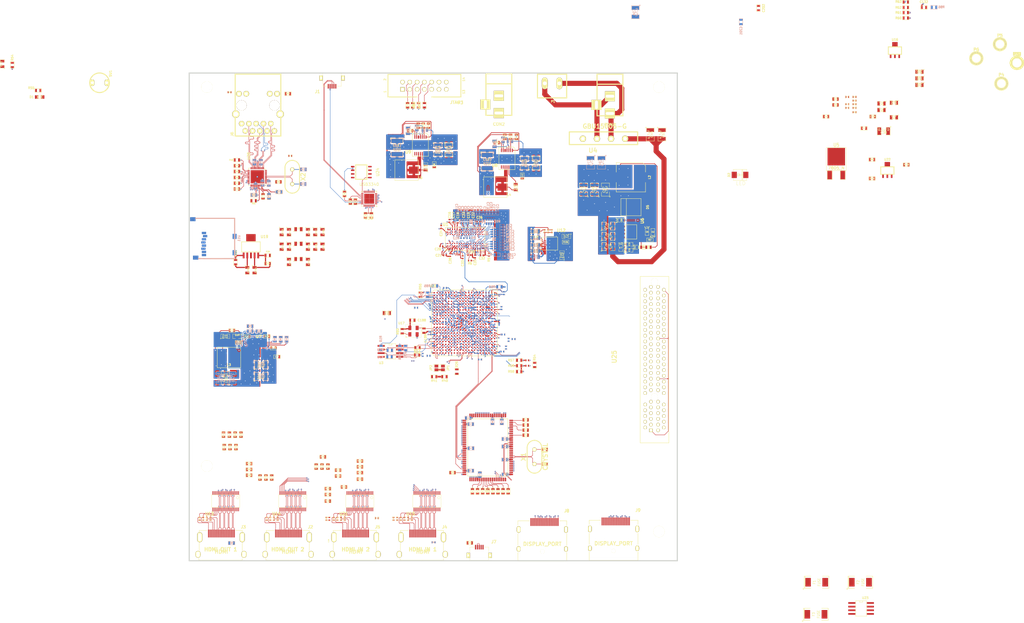
<source format=kicad_pcb>
(kicad_pcb (version 3) (host pcbnew "(2013-07-07 BZR 4022)-stable")
  (layers (15 TOP signal) (8 GND1 power hide) (7 SIGNAL1-X signal) (6 SIGNAL2-Y signal hide) (5 GND2 power hide) (4 SIGNAL3-X signal hide) (3 SIGNAL4-Y signal hide) (2 GND3 power hide) (1 PWR power hide) (0 BOTTOM signal) (18 B.Paste user) (19 F.Paste user) (20 B.SilkS user) (21 F.SilkS user) (22 B.Mask user) (23 F.Mask user) (28 Edge.Cuts user))
  (net 0 "")
  (net 1 /DDR3/DDR0_A0)
  (net 2 /DDR3/DDR0_A1)
  (net 3 /DDR3/DDR0_A10)
  (net 4 /DDR3/DDR0_A11)
  (net 5 /DDR3/DDR0_A12)
  (net 6 /DDR3/DDR0_A13)
  (net 7 /DDR3/DDR0_A14)
  (net 8 /DDR3/DDR0_A2)
  (net 9 /DDR3/DDR0_A3)
  (net 10 /DDR3/DDR0_A4)
  (net 11 /DDR3/DDR0_A5)
  (net 12 /DDR3/DDR0_A6)
  (net 13 /DDR3/DDR0_A7)
  (net 14 /DDR3/DDR0_A8)
  (net 15 /DDR3/DDR0_A9)
  (net 16 /DDR3/DDR0_BA0)
  (net 17 /DDR3/DDR0_BA1)
  (net 18 /DDR3/DDR0_BA2)
  (net 19 /DDR3/DDR0_CAS_N)
  (net 20 /DDR3/DDR0_CKE)
  (net 21 /DDR3/DDR0_CK_N)
  (net 22 /DDR3/DDR0_CK_P)
  (net 23 /DDR3/DDR0_DQ0)
  (net 24 /DDR3/DDR0_DQ1)
  (net 25 /DDR3/DDR0_DQ10)
  (net 26 /DDR3/DDR0_DQ11)
  (net 27 /DDR3/DDR0_DQ12)
  (net 28 /DDR3/DDR0_DQ13)
  (net 29 /DDR3/DDR0_DQ14)
  (net 30 /DDR3/DDR0_DQ15)
  (net 31 /DDR3/DDR0_DQ2)
  (net 32 /DDR3/DDR0_DQ3)
  (net 33 /DDR3/DDR0_DQ4)
  (net 34 /DDR3/DDR0_DQ5)
  (net 35 /DDR3/DDR0_DQ6)
  (net 36 /DDR3/DDR0_DQ7)
  (net 37 /DDR3/DDR0_DQ8)
  (net 38 /DDR3/DDR0_DQ9)
  (net 39 /DDR3/DDR0_LDM)
  (net 40 /DDR3/DDR0_LDQS_N)
  (net 41 /DDR3/DDR0_LDQS_P)
  (net 42 /DDR3/DDR0_ODT)
  (net 43 /DDR3/DDR0_RAS_N)
  (net 44 /DDR3/DDR0_RESET_N)
  (net 45 /DDR3/DDR0_UDM)
  (net 46 /DDR3/DDR0_UDQS_N)
  (net 47 /DDR3/DDR0_UDQS_P)
  (net 48 /DDR3/DDR0_WE_N)
  (net 49 /DisplayPort/DPRXAUXCH_N)
  (net 50 /DisplayPort/DPRXAUXCH_P)
  (net 51 /DisplayPort/DPRXCONFIG1)
  (net 52 /DisplayPort/DPRXCONFIG2)
  (net 53 /DisplayPort/DPRX_LANEN0)
  (net 54 /DisplayPort/DPRX_LANEN1)
  (net 55 /DisplayPort/DPRX_LANEN2)
  (net 56 /DisplayPort/DPRX_LANEN3)
  (net 57 /DisplayPort/DPRX_LANEP0)
  (net 58 /DisplayPort/DPRX_LANEP1)
  (net 59 /DisplayPort/DPRX_LANEP2)
  (net 60 /DisplayPort/DPRX_LANEP3)
  (net 61 /DisplayPort/DPTXAUXCH_N)
  (net 62 /DisplayPort/DPTXAUXCH_P)
  (net 63 /DisplayPort/DPTXCONFIG1)
  (net 64 /DisplayPort/DPTXCONFIG2)
  (net 65 /DisplayPort/DPTX_LANEN0)
  (net 66 /DisplayPort/DPTX_LANEN1)
  (net 67 /DisplayPort/DPTX_LANEN2)
  (net 68 /DisplayPort/DPTX_LANEN3)
  (net 69 /DisplayPort/DPTX_LANEP0)
  (net 70 /DisplayPort/DPTX_LANEP1)
  (net 71 /DisplayPort/DPTX_LANEP2)
  (net 72 /DisplayPort/DPTX_LANEP3)
  (net 73 /Ethernet/AVDD3V3)
  (net 74 /Ethernet/ETH_FPGA_CLK)
  (net 75 /Ethernet/ETH_INT_B)
  (net 76 /Ethernet/ETH_MDC)
  (net 77 /Ethernet/ETH_MDIO)
  (net 78 /Ethernet/ETH_RESET_B)
  (net 79 /Ethernet/ETH_RXCLK)
  (net 80 /Ethernet/ETH_RXCTL)
  (net 81 /Ethernet/ETH_RXD0)
  (net 82 /Ethernet/ETH_RXD1)
  (net 83 /Ethernet/ETH_RXD2)
  (net 84 /Ethernet/ETH_RXD3)
  (net 85 /Ethernet/ETH_TXCLK)
  (net 86 /Ethernet/ETH_TXCTL)
  (net 87 /Ethernet/ETH_TXD0)
  (net 88 /Ethernet/ETH_TXD1)
  (net 89 /Ethernet/ETH_TXD2)
  (net 90 /Ethernet/ETH_TXD3)
  (net 91 /Ethernet/ETH_VCC1V0)
  (net 92 /Ethernet/ETH_VCC3V3)
  (net 93 /Ethernet/LED0)
  (net 94 /Ethernet/LED1)
  (net 95 /Ethernet/MAC_SCL)
  (net 96 /Ethernet/MAC_SDA)
  (net 97 /Ethernet/VCC1V0)
  (net 98 /Ethernet/VCC3V3)
  (net 99 /Ethernet/XTAL1_50MHZ)
  (net 100 /Ethernet/XTAL2_50MHZ)
  (net 101 /FPGA_Bank_0_3/DIFFCLK_A0N)
  (net 102 /FPGA_Bank_0_3/DIFFCLK_A0P)
  (net 103 /FPGA_Bank_0_3/DIFFCLK_A1N)
  (net 104 /FPGA_Bank_0_3/DIFFCLK_A1P)
  (net 105 /FPGA_Bank_0_3/DIFFCLK_B0N)
  (net 106 /FPGA_Bank_0_3/DIFFCLK_B0P)
  (net 107 /FPGA_Bank_0_3/DIFFCLK_B1N)
  (net 108 /FPGA_Bank_0_3/DIFFCLK_B1P)
  (net 109 /FPGA_Bank_0_3/DIFFCLK_XN)
  (net 110 /FPGA_Bank_0_3/DIFFCLK_XP)
  (net 111 /FPGA_Bank_0_3/DIFFIO_A0N)
  (net 112 /FPGA_Bank_0_3/DIFFIO_A0P)
  (net 113 /FPGA_Bank_0_3/DIFFIO_A1N)
  (net 114 /FPGA_Bank_0_3/DIFFIO_A1P)
  (net 115 /FPGA_Bank_0_3/DIFFIO_A2N)
  (net 116 /FPGA_Bank_0_3/DIFFIO_A2P)
  (net 117 /FPGA_Bank_0_3/DIFFIO_A3N)
  (net 118 /FPGA_Bank_0_3/DIFFIO_A3P)
  (net 119 /FPGA_Bank_0_3/DIFFIO_A4N)
  (net 120 /FPGA_Bank_0_3/DIFFIO_A4P)
  (net 121 /FPGA_Bank_0_3/DIFFIO_A5N)
  (net 122 /FPGA_Bank_0_3/DIFFIO_A5P)
  (net 123 /FPGA_Bank_0_3/DIFFIO_A6N)
  (net 124 /FPGA_Bank_0_3/DIFFIO_A6P)
  (net 125 /FPGA_Bank_0_3/DIFFIO_B0N)
  (net 126 /FPGA_Bank_0_3/DIFFIO_B0P)
  (net 127 /FPGA_Bank_0_3/DIFFIO_B1N)
  (net 128 /FPGA_Bank_0_3/DIFFIO_B1P)
  (net 129 /FPGA_Bank_0_3/DIFFIO_B2N)
  (net 130 /FPGA_Bank_0_3/DIFFIO_B2P)
  (net 131 /FPGA_Bank_0_3/DIFFIO_B3N)
  (net 132 /FPGA_Bank_0_3/DIFFIO_B3P)
  (net 133 /FPGA_Bank_0_3/DIFFIO_B4N)
  (net 134 /FPGA_Bank_0_3/DIFFIO_B4P)
  (net 135 /FPGA_Bank_0_3/DIFFIO_B5N)
  (net 136 /FPGA_Bank_0_3/DIFFIO_B5P)
  (net 137 /FPGA_Bank_0_3/DIFFIO_B6N)
  (net 138 /FPGA_Bank_0_3/DIFFIO_B6P)
  (net 139 /FPGA_Bank_0_3/DIFFIO_XN)
  (net 140 /FPGA_Bank_0_3/DIFFIO_XP)
  (net 141 /FPGA_Bank_0_3/DIFFIO_YN)
  (net 142 /FPGA_Bank_0_3/DIFFIO_YP)
  (net 143 /FPGA_Bank_0_3/DIFFIO_ZN)
  (net 144 /FPGA_Bank_0_3/DIFFIO_ZP)
  (net 145 /FPGA_Bank_0_3/HSWAP)
  (net 146 /FPGA_Bank_0_3/PCIE_RESET)
  (net 147 /FPGA_Bank_1_2/CY-IFCLK)
  (net 148 /FPGA_Bank_1_2/CYPRESS-RESET)
  (net 149 /FPGA_Bank_1_2/CY_CTL0)
  (net 150 /FPGA_Bank_1_2/CY_CTL1)
  (net 151 /FPGA_Bank_1_2/CY_CTL2)
  (net 152 /FPGA_Bank_1_2/CY_CTL3)
  (net 153 /FPGA_Bank_1_2/CY_CTL4)
  (net 154 /FPGA_Bank_1_2/CY_CTL5)
  (net 155 /FPGA_Bank_1_2/CY_FD0)
  (net 156 /FPGA_Bank_1_2/CY_FD1)
  (net 157 /FPGA_Bank_1_2/CY_FD10)
  (net 158 /FPGA_Bank_1_2/CY_FD11)
  (net 159 /FPGA_Bank_1_2/CY_FD12)
  (net 160 /FPGA_Bank_1_2/CY_FD13)
  (net 161 /FPGA_Bank_1_2/CY_FD14)
  (net 162 /FPGA_Bank_1_2/CY_FD15)
  (net 163 /FPGA_Bank_1_2/CY_FD2)
  (net 164 /FPGA_Bank_1_2/CY_FD3)
  (net 165 /FPGA_Bank_1_2/CY_FD4)
  (net 166 /FPGA_Bank_1_2/CY_FD5)
  (net 167 /FPGA_Bank_1_2/CY_FD6)
  (net 168 /FPGA_Bank_1_2/CY_FD7)
  (net 169 /FPGA_Bank_1_2/CY_FD8)
  (net 170 /FPGA_Bank_1_2/CY_FD9)
  (net 171 /FPGA_Bank_1_2/CY_INT5)
  (net 172 /FPGA_Bank_1_2/CY_PA0)
  (net 173 /FPGA_Bank_1_2/CY_PA1)
  (net 174 /FPGA_Bank_1_2/CY_PA2)
  (net 175 /FPGA_Bank_1_2/CY_PA3)
  (net 176 /FPGA_Bank_1_2/CY_PA4)
  (net 177 /FPGA_Bank_1_2/CY_PA5)
  (net 178 /FPGA_Bank_1_2/CY_PA6)
  (net 179 /FPGA_Bank_1_2/CY_PA7)
  (net 180 /FPGA_Bank_1_2/CY_PC0)
  (net 181 /FPGA_Bank_1_2/CY_PC1)
  (net 182 /FPGA_Bank_1_2/CY_PC2)
  (net 183 /FPGA_Bank_1_2/CY_PC3)
  (net 184 /FPGA_Bank_1_2/CY_PC4)
  (net 185 /FPGA_Bank_1_2/CY_PC5)
  (net 186 /FPGA_Bank_1_2/CY_PC6)
  (net 187 /FPGA_Bank_1_2/CY_PC7)
  (net 188 /FPGA_Bank_1_2/CY_RD)
  (net 189 /FPGA_Bank_1_2/CY_RD0)
  (net 190 /FPGA_Bank_1_2/CY_RD1)
  (net 191 /FPGA_Bank_1_2/CY_RD2)
  (net 192 /FPGA_Bank_1_2/CY_RD3)
  (net 193 /FPGA_Bank_1_2/CY_RD4)
  (net 194 /FPGA_Bank_1_2/CY_RD5)
  (net 195 /FPGA_Bank_1_2/CY_RXD0)
  (net 196 /FPGA_Bank_1_2/CY_RXD1)
  (net 197 /FPGA_Bank_1_2/CY_T0)
  (net 198 /FPGA_Bank_1_2/CY_TXD0)
  (net 199 /FPGA_Bank_1_2/CY_TXD1)
  (net 200 /FPGA_Bank_1_2/CY_WR)
  (net 201 /FPGA_Bank_1_2/DPRXHPD)
  (net 202 /FPGA_Bank_1_2/DPTXHPD)
  (net 203 /FPGA_Bank_1_2/FPGA_M0_CMP_MISO)
  (net 204 /FPGA_Bank_1_2/FPGA_M1)
  (net 205 /FPGA_Bank_1_2/INIT_B)
  (net 206 /FPGA_Bank_1_2/SD_CLK)
  (net 207 /FPGA_Bank_1_2/SD_CMD)
  (net 208 /FPGA_Bank_1_2/SD_DAT0)
  (net 209 /FPGA_Bank_1_2/SD_DAT1)
  (net 210 /FPGA_Bank_1_2/SD_DAT2)
  (net 211 /FPGA_Bank_1_2/SD_DAT3)
  (net 212 /FPGA_Bank_1_2/SPI_CLK)
  (net 213 /FPGA_Bank_1_2/SPI_CS_N)
  (net 214 /FPGA_Bank_1_2/SPI_D1_MISO2)
  (net 215 /FPGA_Bank_1_2/SPI_D2_MISO3)
  (net 216 /FPGA_Bank_1_2/SPI_DO_DIN_MISO1)
  (net 217 /FPGA_Bank_1_2/SPI_MOSI_CSI_N_MISO0)
  (net 218 /FPGA_Bank_1_2/SWITCH)
  (net 219 /FPGA_Bank_1_2/USB_D0)
  (net 220 /FPGA_Bank_1_2/USB_D1)
  (net 221 /FPGA_Bank_1_2/USB_D2)
  (net 222 /FPGA_Bank_1_2/USB_D3)
  (net 223 /FPGA_Bank_1_2/USB_D4)
  (net 224 /FPGA_Bank_1_2/USB_D5)
  (net 225 /FPGA_Bank_1_2/USB_D6)
  (net 226 /FPGA_Bank_1_2/USB_D7)
  (net 227 /FPGA_Bank_1_2/USB_DIR)
  (net 228 /FPGA_Bank_1_2/USB_NXT)
  (net 229 /FPGA_Bank_1_2/USB_REFCLK)
  (net 230 /FPGA_Bank_1_2/USB_RESETB)
  (net 231 /FPGA_Bank_1_2/USB_STP)
  (net 232 /FPGA_Bank_1_2/USRCLK)
  (net 233 /FPGA_Power/DONE)
  (net 234 /FPGA_Power/PROG_B)
  (net 235 /FPGA_Power/RFS)
  (net 236 /FPGA_Power/SUSPEND)
  (net 237 /FPGA_Power/TCK)
  (net 238 /FPGA_Power/TMS)
  (net 239 /FPGA_Power/VBATT)
  (net 240 /FPGA_Power/VFS)
  (net 241 /GPIOs/PRSNT)
  (net 242 /HDMI/HDMI-TX1-VCC5V0)
  (net 243 /HDMI/HDMI-TX2-VCC5V0)
  (net 244 /HDMI/P1-CEC)
  (net 245 /HDMI/P1-HOT)
  (net 246 /HDMI/P1-SCL)
  (net 247 /HDMI/P1-SDA)
  (net 248 /HDMI/P2-CEC)
  (net 249 /HDMI/P2-HOT)
  (net 250 /HDMI/P2-SCL)
  (net 251 /HDMI/P2-SDA)
  (net 252 /HDMI/P3-CEC)
  (net 253 /HDMI/P3-HOT)
  (net 254 /HDMI/P3-SCL)
  (net 255 /HDMI/P3-SDA)
  (net 256 /HDMI/P4-CEC)
  (net 257 /HDMI/P4-HOT)
  (net 258 /HDMI/P4-SCL)
  (net 259 /HDMI/P4-SDA)
  (net 260 /HDMI/TMDS-RX1-0_N)
  (net 261 /HDMI/TMDS-RX1-0_P)
  (net 262 /HDMI/TMDS-RX1-1_N)
  (net 263 /HDMI/TMDS-RX1-1_P)
  (net 264 /HDMI/TMDS-RX1-2_N)
  (net 265 /HDMI/TMDS-RX1-2_P)
  (net 266 /HDMI/TMDS-RX1-CEC)
  (net 267 /HDMI/TMDS-RX1-CLK_N)
  (net 268 /HDMI/TMDS-RX1-CLK_P)
  (net 269 /HDMI/TMDS-RX1-HOT)
  (net 270 /HDMI/TMDS-RX1-SCL)
  (net 271 /HDMI/TMDS-RX1-SDA)
  (net 272 /HDMI/TMDS-RX2-0_N)
  (net 273 /HDMI/TMDS-RX2-0_P)
  (net 274 /HDMI/TMDS-RX2-1_N)
  (net 275 /HDMI/TMDS-RX2-1_P)
  (net 276 /HDMI/TMDS-RX2-2_N)
  (net 277 /HDMI/TMDS-RX2-2_P)
  (net 278 /HDMI/TMDS-RX2-CEC)
  (net 279 /HDMI/TMDS-RX2-CLK_N)
  (net 280 /HDMI/TMDS-RX2-CLK_P)
  (net 281 /HDMI/TMDS-RX2-HOT)
  (net 282 /HDMI/TMDS-RX2-SCL)
  (net 283 /HDMI/TMDS-RX2-SDA)
  (net 284 /HDMI/TMDS-TX1-0_N)
  (net 285 /HDMI/TMDS-TX1-0_P)
  (net 286 /HDMI/TMDS-TX1-1_N)
  (net 287 /HDMI/TMDS-TX1-1_P)
  (net 288 /HDMI/TMDS-TX1-2_N)
  (net 289 /HDMI/TMDS-TX1-2_P)
  (net 290 /HDMI/TMDS-TX1-CEC)
  (net 291 /HDMI/TMDS-TX1-CLK_N)
  (net 292 /HDMI/TMDS-TX1-CLK_P)
  (net 293 /HDMI/TMDS-TX1-HOT)
  (net 294 /HDMI/TMDS-TX1-SCL)
  (net 295 /HDMI/TMDS-TX1-SDA)
  (net 296 /HDMI/TMDS-TX2-0_N)
  (net 297 /HDMI/TMDS-TX2-0_P)
  (net 298 /HDMI/TMDS-TX2-1_N)
  (net 299 /HDMI/TMDS-TX2-1_P)
  (net 300 /HDMI/TMDS-TX2-2_N)
  (net 301 /HDMI/TMDS-TX2-2_P)
  (net 302 /HDMI/TMDS-TX2-CEC)
  (net 303 /HDMI/TMDS-TX2-CLK_N)
  (net 304 /HDMI/TMDS-TX2-CLK_P)
  (net 305 /HDMI/TMDS-TX2-HOT)
  (net 306 /HDMI/TMDS-TX2-SCL)
  (net 307 /HDMI/TMDS-TX2-SDA)
  (net 308 "/Power/Conference 12V")
  (net 309 "/Power/Consumer 12V")
  (net 310 "/Power/VIN +48V")
  (net 311 "/Power/VIN -48V")
  (net 312 "/Power/VIN 48")
  (net 313 /SPI_Flash/TDO-FPGA/TDO-JTAG)
  (net 314 /SPI_Flash/TDO-USB/TDI-FPGA)
  (net 315 /USB/CPEN)
  (net 316 /USB/CYDN)
  (net 317 /USB/CYDP)
  (net 318 /USB/ID)
  (net 319 /USB/U1-SDA)
  (net 320 /USB/USB_5V)
  (net 321 /USB/USB_DM)
  (net 322 /USB/USB_DP)
  (net 323 /USB/XTALIN)
  (net 324 /USB/XTALIOUT)
  (net 325 GND)
  (net 326 GTP1V2)
  (net 327 N-00000173)
  (net 328 N-00000175)
  (net 329 N-00000180)
  (net 330 N-00000183)
  (net 331 N-00000184)
  (net 332 N-00000185)
  (net 333 N-00000186)
  (net 334 N-00000187)
  (net 335 N-00000188)
  (net 336 N-00000191)
  (net 337 N-00000198)
  (net 338 N-00000226)
  (net 339 N-00000231)
  (net 340 N-00000245)
  (net 341 N-00000246)
  (net 342 N-00000247)
  (net 343 N-00000248)
  (net 344 N-00000249)
  (net 345 N-00000250)
  (net 346 N-00000251)
  (net 347 N-00000252)
  (net 348 N-00000253)
  (net 349 N-00000254)
  (net 350 N-00000256)
  (net 351 N-00000257)
  (net 352 N-00000258)
  (net 353 N-00000260)
  (net 354 N-00000264)
  (net 355 N-00000273)
  (net 356 N-00000274)
  (net 357 N-00000286)
  (net 358 N-00000288)
  (net 359 N-00000293)
  (net 360 N-00000294)
  (net 361 N-00000295)
  (net 362 N-00000296)
  (net 363 N-00000297)
  (net 364 N-00000302)
  (net 365 N-00000303)
  (net 366 N-00000304)
  (net 367 N-00000305)
  (net 368 N-00000306)
  (net 369 N-00000308)
  (net 370 N-00000309)
  (net 371 N-00000310)
  (net 372 N-00000311)
  (net 373 N-00000312)
  (net 374 N-00000313)
  (net 375 N-00000314)
  (net 376 N-00000315)
  (net 377 N-00000320)
  (net 378 N-00000321)
  (net 379 N-00000323)
  (net 380 N-00000324)
  (net 381 N-00000326)
  (net 382 N-00000327)
  (net 383 N-00000328)
  (net 384 N-00000329)
  (net 385 N-00000330)
  (net 386 N-00000331)
  (net 387 N-00000332)
  (net 388 N-00000333)
  (net 389 N-00000334)
  (net 390 N-00000335)
  (net 391 N-00000336)
  (net 392 N-00000338)
  (net 393 N-00000339)
  (net 394 N-00000340)
  (net 395 N-00000341)
  (net 396 N-00000342)
  (net 397 N-00000343)
  (net 398 N-00000344)
  (net 399 N-00000345)
  (net 400 N-00000346)
  (net 401 N-00000347)
  (net 402 N-00000348)
  (net 403 N-00000351)
  (net 404 N-00000352)
  (net 405 N-00000353)
  (net 406 N-00000354)
  (net 407 N-00000355)
  (net 408 N-00000356)
  (net 409 N-00000360)
  (net 410 N-00000361)
  (net 411 N-00000362)
  (net 412 N-00000363)
  (net 413 N-00000364)
  (net 414 N-00000365)
  (net 415 N-00000367)
  (net 416 N-00000369)
  (net 417 N-00000370)
  (net 418 N-00000376)
  (net 419 N-00000380)
  (net 420 N-00000390)
  (net 421 N-00000394)
  (net 422 N-00000399)
  (net 423 N-00000404)
  (net 424 N-00000405)
  (net 425 N-00000406)
  (net 426 VCC12V0)
  (net 427 VCC1V2)
  (net 428 VCC1V5)
  (net 429 VCC3V3)
  (net 430 VCC4V0)
  (net 431 VCC5V0)
  (net 432 VTTDDR0)
  (net 433 VTTREF0)
  (module MICRO_USB_B (layer TOP) (at 201.0176 228.546)
    (fp_text reference J7 (at 5.08 -5.13) (layer F.SilkS) (effects (font (size 1.016 1.016) (thickness 0.254))))
    (fp_text value USB_MICRO_B hide)
    (pad 0 thru_hole rect (at -3.8 -0.4) (size 1.2 1.8) (drill oval 0.6 0.8) (layers *.Cu *.Mask F.SilkS) (clearance 0.01))
    (pad 0 thru_hole rect (at 3.8 -0.4) (size 1.2 1.8) (drill oval 0.6 0.8) (layers *.Cu *.Mask F.SilkS) (clearance 0.01))
    (pad 3 smd rect (at 0 -3.275) (size 0.4 1.6) (layers TOP F.Paste F.Mask) (net 317 /USB/CYDP))
    (pad 4 smd rect (at 0.65 -3.275) (size 0.4 1.6) (layers TOP F.Paste F.Mask))
    (pad 2 smd rect (at -0.65 -3.275) (size 0.4 1.6) (layers TOP F.Paste F.Mask) (net 316 /USB/CYDN))
    (pad 5 smd rect (at 1.3 -3.275) (size 0.4 1.6) (layers TOP F.Paste F.Mask) (net 325 GND))
    (pad 1 smd rect (at -1.3 -3.275) (size 0.4 1.6) (layers TOP F.Paste F.Mask) (net 376 N-00000315))
  )
  (module SM0603 (layer TOP) (at 217.196 180.908)
    (fp_text reference R33 (at 0 0) (layer F.SilkS) (effects (font (size 0.508 0.4572) (thickness 0.1143))))
    (fp_text value 2.2K hide)
    (pad 1 smd rect (at -0.762 0) (size 0.635 1.143) (layers TOP F.Paste F.Mask) (net 319 /USB/U1-SDA))
    (pad 2 smd rect (at 0.762 0) (size 0.635 1.143) (layers TOP F.Paste F.Mask) (net 429 VCC3V3))
  )
  (module SM0603 (layer TOP) (at 200.432 205.8 270)
    (fp_text reference R15 (at 0 0 270) (layer F.SilkS) (effects (font (size 0.508 0.4572) (thickness 0.1143))))
    (fp_text value 330R hide)
    (pad 1 smd rect (at -0.762 0 270) (size 0.635 1.143) (layers TOP F.Paste F.Mask) (net 371 N-00000310))
    (pad 2 smd rect (at 0.762 0 270) (size 0.635 1.143) (layers TOP F.Paste F.Mask) (net 234 /FPGA_Power/PROG_B))
  )
  (module SM0603 (layer BOTTOM) (at 198.019 198.6372)
    (fp_text reference C39 (at 0 0) (layer B.SilkS) (effects (font (size 0.508 0.4572) (thickness 0.1143)) (justify mirror)))
    (fp_text value 0.1uFD hide)
    (pad 1 smd rect (at -0.762 0) (size 0.635 1.143) (layers BOTTOM B.Paste B.Mask) (net 429 VCC3V3))
    (pad 2 smd rect (at 0.762 0) (size 0.635 1.143) (layers BOTTOM B.Paste B.Mask) (net 325 GND))
  )
  (module SM0603 (layer BOTTOM) (at 198.019 182.3812)
    (fp_text reference C43 (at 0 0) (layer B.SilkS) (effects (font (size 0.508 0.4572) (thickness 0.1143)) (justify mirror)))
    (fp_text value 0.1MFD hide)
    (pad 1 smd rect (at -0.762 0) (size 0.635 1.143) (layers BOTTOM B.Paste B.Mask) (net 429 VCC3V3))
    (pad 2 smd rect (at 0.762 0) (size 0.635 1.143) (layers BOTTOM B.Paste B.Mask) (net 325 GND))
  )
  (module SM0603 (layer TOP) (at 205.766 205.8 270)
    (fp_text reference R26 (at 0 0 270) (layer F.SilkS) (effects (font (size 0.508 0.4572) (thickness 0.1143))))
    (fp_text value 100R hide)
    (pad 1 smd rect (at -0.762 0 270) (size 0.635 1.143) (layers TOP F.Paste F.Mask) (net 367 N-00000305))
    (pad 2 smd rect (at 0.762 0 270) (size 0.635 1.143) (layers TOP F.Paste F.Mask) (net 237 /FPGA_Power/TCK))
  )
  (module SM0603 (layer TOP) (at 209.322 205.8 270)
    (fp_text reference R27 (at 0 0 270) (layer F.SilkS) (effects (font (size 0.508 0.4572) (thickness 0.1143))))
    (fp_text value 330R hide)
    (pad 1 smd rect (at -0.762 0 270) (size 0.635 1.143) (layers TOP F.Paste F.Mask) (net 373 N-00000312))
    (pad 2 smd rect (at 0.762 0 270) (size 0.635 1.143) (layers TOP F.Paste F.Mask) (net 205 /FPGA_Bank_1_2/INIT_B))
  )
  (module SM0603 (layer TOP) (at 211.1 205.8 270)
    (fp_text reference R28 (at 0 0 270) (layer F.SilkS) (effects (font (size 0.508 0.4572) (thickness 0.1143))))
    (fp_text value 330R hide)
    (pad 1 smd rect (at -0.762 0 270) (size 0.635 1.143) (layers TOP F.Paste F.Mask) (net 372 N-00000311))
    (pad 2 smd rect (at 0.762 0 270) (size 0.635 1.143) (layers TOP F.Paste F.Mask) (net 233 /FPGA_Power/DONE))
  )
  (module SM0603 (layer TOP) (at 217.196 186.242)
    (fp_text reference R32 (at 0 0) (layer F.SilkS) (effects (font (size 0.508 0.4572) (thickness 0.1143))))
    (fp_text value 10K hide)
    (pad 1 smd rect (at -0.762 0) (size 0.635 1.143) (layers TOP F.Paste F.Mask) (net 369 N-00000308))
    (pad 2 smd rect (at 0.762 0) (size 0.635 1.143) (layers TOP F.Paste F.Mask) (net 325 GND))
  )
  (module SM0603 (layer TOP) (at 207.544 205.8 270)
    (fp_text reference R31 (at 0 0 270) (layer F.SilkS) (effects (font (size 0.508 0.4572) (thickness 0.1143))))
    (fp_text value 1.5K hide)
    (pad 1 smd rect (at -0.762 0 270) (size 0.635 1.143) (layers TOP F.Paste F.Mask) (net 370 N-00000309))
    (pad 2 smd rect (at 0.762 0 270) (size 0.635 1.143) (layers TOP F.Paste F.Mask) (net 374 N-00000313))
  )
  (module SM0603 (layer TOP) (at 203.988 205.8 270)
    (fp_text reference R24 (at 0 0 270) (layer F.SilkS) (effects (font (size 0.508 0.4572) (thickness 0.1143))))
    (fp_text value 100R hide)
    (pad 1 smd rect (at -0.762 0 270) (size 0.635 1.143) (layers TOP F.Paste F.Mask) (net 366 N-00000304))
    (pad 2 smd rect (at 0.762 0 270) (size 0.635 1.143) (layers TOP F.Paste F.Mask) (net 238 /FPGA_Power/TMS))
  )
  (module SM0603 (layer TOP) (at 217.196 184.464)
    (fp_text reference R37 (at 0 0) (layer F.SilkS) (effects (font (size 0.508 0.4572) (thickness 0.1143))))
    (fp_text value 4.7K hide)
    (pad 1 smd rect (at -0.762 0) (size 0.635 1.143) (layers TOP F.Paste F.Mask) (net 359 N-00000293))
    (pad 2 smd rect (at 0.762 0) (size 0.635 1.143) (layers TOP F.Paste F.Mask) (net 325 GND))
  )
  (module SM0603 (layer BOTTOM) (at 209.957 187.5628 180)
    (fp_text reference C54 (at 0 0 180) (layer B.SilkS) (effects (font (size 0.508 0.4572) (thickness 0.1143)) (justify mirror)))
    (fp_text value 0.1MFD hide)
    (pad 1 smd rect (at -0.762 0 180) (size 0.635 1.143) (layers BOTTOM B.Paste B.Mask) (net 429 VCC3V3))
    (pad 2 smd rect (at 0.762 0 180) (size 0.635 1.143) (layers BOTTOM B.Paste B.Mask) (net 325 GND))
  )
  (module SM0603 (layer TOP) (at 217.196 182.686)
    (fp_text reference R34 (at 0 0) (layer F.SilkS) (effects (font (size 0.508 0.4572) (thickness 0.1143))))
    (fp_text value 2.2K hide)
    (pad 1 smd rect (at -0.762 0) (size 0.635 1.143) (layers TOP F.Paste F.Mask) (net 95 /Ethernet/MAC_SCL))
    (pad 2 smd rect (at 0.762 0) (size 0.635 1.143) (layers TOP F.Paste F.Mask) (net 429 VCC3V3))
  )
  (module SM0603 (layer BOTTOM) (at 205.6136 181.543 270)
    (fp_text reference C66 (at 0 0 270) (layer B.SilkS) (effects (font (size 0.508 0.4572) (thickness 0.1143)) (justify mirror)))
    (fp_text value 0.1MFD hide)
    (pad 1 smd rect (at -0.762 0 270) (size 0.635 1.143) (layers BOTTOM B.Paste B.Mask) (net 429 VCC3V3))
    (pad 2 smd rect (at 0.762 0 270) (size 0.635 1.143) (layers BOTTOM B.Paste B.Mask) (net 325 GND))
  )
  (module SM0603 (layer TOP) (at 198.654 205.8 270)
    (fp_text reference R14 (at 0 0 270) (layer F.SilkS) (effects (font (size 0.508 0.4572) (thickness 0.1143))))
    (fp_text value 100R hide)
    (pad 1 smd rect (at -0.762 0 270) (size 0.635 1.143) (layers TOP F.Paste F.Mask) (net 364 N-00000302))
    (pad 2 smd rect (at 0.762 0 270) (size 0.635 1.143) (layers TOP F.Paste F.Mask) (net 313 /SPI_Flash/TDO-FPGA/TDO-JTAG))
  )
  (module SM0603 (layer TOP) (at 202.21 205.8 270)
    (fp_text reference R23 (at 0 0 270) (layer F.SilkS) (effects (font (size 0.508 0.4572) (thickness 0.1143))))
    (fp_text value 100R hide)
    (pad 1 smd rect (at -0.762 0 270) (size 0.635 1.143) (layers TOP F.Paste F.Mask) (net 365 N-00000303))
    (pad 2 smd rect (at 0.762 0 270) (size 0.635 1.143) (layers TOP F.Paste F.Mask) (net 314 /SPI_Flash/TDO-USB/TDI-FPGA))
  )
  (module "TQFP-100_(CY7C68013A-100AXC)" (layer TOP) (at 203.988 190.5092 180)
    (fp_text reference U2 (at 0.05 -14.9 180) (layer F.SilkS))
    (fp_text value CY7C68013A_100AC hide)
    (pad 1 smd rect (at -8.15 -9.425 180) (size 1.3 0.43) (layers TOP F.Paste F.Mask) (net 429 VCC3V3))
    (pad 2 smd rect (at -8.15 -8.775 180) (size 1.3 0.43) (layers TOP F.Paste F.Mask) (net 325 GND))
    (pad 3 smd rect (at -8.15 -8.125 180) (size 1.3 0.43) (layers TOP F.Paste F.Mask) (net 189 /FPGA_Bank_1_2/CY_RD0))
    (pad 4 smd rect (at -8.15 -7.475 180) (size 1.3 0.43) (layers TOP F.Paste F.Mask) (net 190 /FPGA_Bank_1_2/CY_RD1))
    (pad 5 smd rect (at -8.15 -6.825 180) (size 1.3 0.43) (layers TOP F.Paste F.Mask) (net 191 /FPGA_Bank_1_2/CY_RD2))
    (pad 6 smd rect (at -8.15 -6.175 180) (size 1.3 0.43) (layers TOP F.Paste F.Mask) (net 192 /FPGA_Bank_1_2/CY_RD3))
    (pad 7 smd rect (at -8.15 -5.525 180) (size 1.3 0.43) (layers TOP F.Paste F.Mask) (net 193 /FPGA_Bank_1_2/CY_RD4))
    (pad 8 smd rect (at -8.15 -4.875 180) (size 1.3 0.43) (layers TOP F.Paste F.Mask) (net 194 /FPGA_Bank_1_2/CY_RD5))
    (pad 9 smd rect (at -8.15 -4.225 180) (size 1.3 0.43) (layers TOP F.Paste F.Mask) (net 429 VCC3V3))
    (pad 10 smd rect (at -8.15 -3.575 180) (size 1.3 0.43) (layers TOP F.Paste F.Mask) (net 324 /USB/XTALIOUT))
    (pad 11 smd rect (at -8.15 -2.925 180) (size 1.3 0.43) (layers TOP F.Paste F.Mask) (net 323 /USB/XTALIN))
    (pad 12 smd rect (at -8.15 -2.275 180) (size 1.3 0.43) (layers TOP F.Paste F.Mask) (net 325 GND))
    (pad 13 smd rect (at -8.15 -1.625 180) (size 1.3 0.43) (layers TOP F.Paste F.Mask))
    (pad 14 smd rect (at -8.15 -0.975 180) (size 1.3 0.43) (layers TOP F.Paste F.Mask))
    (pad 15 smd rect (at -8.15 -0.325 180) (size 1.3 0.43) (layers TOP F.Paste F.Mask))
    (pad 16 smd rect (at -8.15 0.325 180) (size 1.3 0.43) (layers TOP F.Paste F.Mask) (net 429 VCC3V3))
    (pad 17 smd rect (at -8.15 0.975 180) (size 1.3 0.43) (layers TOP F.Paste F.Mask) (net 317 /USB/CYDP))
    (pad 18 smd rect (at -8.15 1.625 180) (size 1.3 0.43) (layers TOP F.Paste F.Mask) (net 316 /USB/CYDN))
    (pad 19 smd rect (at -8.15 2.275 180) (size 1.3 0.43) (layers TOP F.Paste F.Mask) (net 325 GND))
    (pad 20 smd rect (at -8.15 2.925 180) (size 1.3 0.43) (layers TOP F.Paste F.Mask) (net 429 VCC3V3))
    (pad 21 smd rect (at -8.15 3.575 180) (size 1.3 0.43) (layers TOP F.Paste F.Mask) (net 325 GND))
    (pad 22 smd rect (at -8.15 4.225 180) (size 1.3 0.43) (layers TOP F.Paste F.Mask) (net 369 N-00000308))
    (pad 23 smd rect (at -8.15 4.875 180) (size 1.3 0.43) (layers TOP F.Paste F.Mask) (net 197 /FPGA_Bank_1_2/CY_T0))
    (pad 24 smd rect (at -8.15 5.525 180) (size 1.3 0.43) (layers TOP F.Paste F.Mask) (net 360 N-00000294))
    (pad 25 smd rect (at -8.15 6.175 180) (size 1.3 0.43) (layers TOP F.Paste F.Mask) (net 361 N-00000295))
    (pad 26 smd rect (at -8.15 6.825 180) (size 1.3 0.43) (layers TOP F.Paste F.Mask) (net 147 /FPGA_Bank_1_2/CY-IFCLK))
    (pad 27 smd rect (at -8.15 7.475 180) (size 1.3 0.43) (layers TOP F.Paste F.Mask) (net 359 N-00000293))
    (pad 28 smd rect (at -8.15 8.125 180) (size 1.3 0.43) (layers TOP F.Paste F.Mask) (net 362 N-00000296))
    (pad 29 smd rect (at -8.15 8.775 180) (size 1.3 0.43) (layers TOP F.Paste F.Mask) (net 95 /Ethernet/MAC_SCL))
    (pad 30 smd rect (at -8.15 9.425 180) (size 1.3 0.43) (layers TOP F.Paste F.Mask) (net 319 /USB/U1-SDA))
    (pad 31 smd rect (at -6.175 11.15 270) (size 1.3 0.43) (layers TOP F.Paste F.Mask) (net 188 /FPGA_Bank_1_2/CY_RD))
    (pad 32 smd rect (at -5.525 11.15 270) (size 1.3 0.43) (layers TOP F.Paste F.Mask) (net 200 /FPGA_Bank_1_2/CY_WR))
    (pad 33 smd rect (at -4.875 11.15 270) (size 1.3 0.43) (layers TOP F.Paste F.Mask) (net 429 VCC3V3))
    (pad 34 smd rect (at -4.225 11.15 270) (size 1.3 0.43) (layers TOP F.Paste F.Mask) (net 155 /FPGA_Bank_1_2/CY_FD0))
    (pad 35 smd rect (at -3.575 11.15 270) (size 1.3 0.43) (layers TOP F.Paste F.Mask) (net 156 /FPGA_Bank_1_2/CY_FD1))
    (pad 36 smd rect (at -2.925 11.15 270) (size 1.3 0.43) (layers TOP F.Paste F.Mask) (net 163 /FPGA_Bank_1_2/CY_FD2))
    (pad 37 smd rect (at -2.275 11.15 270) (size 1.3 0.43) (layers TOP F.Paste F.Mask) (net 164 /FPGA_Bank_1_2/CY_FD3))
    (pad 38 smd rect (at -1.625 11.15 270) (size 1.3 0.43) (layers TOP F.Paste F.Mask) (net 429 VCC3V3))
    (pad 39 smd rect (at -0.975 11.15 270) (size 1.3 0.43) (layers TOP F.Paste F.Mask) (net 325 GND))
    (pad 40 smd rect (at -0.325 11.15 270) (size 1.3 0.43) (layers TOP F.Paste F.Mask) (net 199 /FPGA_Bank_1_2/CY_TXD1))
    (pad 41 smd rect (at 0.325 11.15 270) (size 1.3 0.43) (layers TOP F.Paste F.Mask) (net 196 /FPGA_Bank_1_2/CY_RXD1))
    (pad 42 smd rect (at 0.975 11.15 270) (size 1.3 0.43) (layers TOP F.Paste F.Mask) (net 198 /FPGA_Bank_1_2/CY_TXD0))
    (pad 43 smd rect (at 1.625 11.15 270) (size 1.3 0.43) (layers TOP F.Paste F.Mask) (net 195 /FPGA_Bank_1_2/CY_RXD0))
    (pad 44 smd rect (at 2.275 11.15 270) (size 1.3 0.43) (layers TOP F.Paste F.Mask) (net 165 /FPGA_Bank_1_2/CY_FD4))
    (pad 45 smd rect (at 2.925 11.15 270) (size 1.3 0.43) (layers TOP F.Paste F.Mask) (net 166 /FPGA_Bank_1_2/CY_FD5))
    (pad 46 smd rect (at 3.575 11.15 270) (size 1.3 0.43) (layers TOP F.Paste F.Mask) (net 167 /FPGA_Bank_1_2/CY_FD6))
    (pad 47 smd rect (at 4.225 11.15 270) (size 1.3 0.43) (layers TOP F.Paste F.Mask) (net 168 /FPGA_Bank_1_2/CY_FD7))
    (pad 48 smd rect (at 4.875 11.15 270) (size 1.3 0.43) (layers TOP F.Paste F.Mask) (net 325 GND))
    (pad 49 smd rect (at 5.525 11.15 270) (size 1.3 0.43) (layers TOP F.Paste F.Mask) (net 429 VCC3V3))
    (pad 50 smd rect (at 6.175 11.15 270) (size 1.3 0.43) (layers TOP F.Paste F.Mask) (net 325 GND))
    (pad 51 smd rect (at 8.15 9.425 180) (size 1.3 0.43) (layers TOP F.Paste F.Mask) (net 152 /FPGA_Bank_1_2/CY_CTL3))
    (pad 52 smd rect (at 8.15 8.775 180) (size 1.3 0.43) (layers TOP F.Paste F.Mask) (net 153 /FPGA_Bank_1_2/CY_CTL4))
    (pad 53 smd rect (at 8.15 8.125 180) (size 1.3 0.43) (layers TOP F.Paste F.Mask) (net 429 VCC3V3))
    (pad 54 smd rect (at 8.15 7.475 180) (size 1.3 0.43) (layers TOP F.Paste F.Mask) (net 149 /FPGA_Bank_1_2/CY_CTL0))
    (pad 55 smd rect (at 8.15 6.825 180) (size 1.3 0.43) (layers TOP F.Paste F.Mask) (net 150 /FPGA_Bank_1_2/CY_CTL1))
    (pad 56 smd rect (at 8.15 6.175 180) (size 1.3 0.43) (layers TOP F.Paste F.Mask) (net 151 /FPGA_Bank_1_2/CY_CTL2))
    (pad 57 smd rect (at 8.15 5.525 180) (size 1.3 0.43) (layers TOP F.Paste F.Mask) (net 180 /FPGA_Bank_1_2/CY_PC0))
    (pad 58 smd rect (at 8.15 4.875 180) (size 1.3 0.43) (layers TOP F.Paste F.Mask) (net 181 /FPGA_Bank_1_2/CY_PC1))
    (pad 59 smd rect (at 8.15 4.225 180) (size 1.3 0.43) (layers TOP F.Paste F.Mask) (net 182 /FPGA_Bank_1_2/CY_PC2))
    (pad 60 smd rect (at 8.15 3.575 180) (size 1.3 0.43) (layers TOP F.Paste F.Mask) (net 183 /FPGA_Bank_1_2/CY_PC3))
    (pad 61 smd rect (at 8.15 2.925 180) (size 1.3 0.43) (layers TOP F.Paste F.Mask) (net 184 /FPGA_Bank_1_2/CY_PC4))
    (pad 62 smd rect (at 8.15 2.275 180) (size 1.3 0.43) (layers TOP F.Paste F.Mask) (net 185 /FPGA_Bank_1_2/CY_PC5))
    (pad 63 smd rect (at 8.15 1.625 180) (size 1.3 0.43) (layers TOP F.Paste F.Mask) (net 186 /FPGA_Bank_1_2/CY_PC6))
    (pad 64 smd rect (at 8.15 0.975 180) (size 1.3 0.43) (layers TOP F.Paste F.Mask) (net 187 /FPGA_Bank_1_2/CY_PC7))
    (pad 65 smd rect (at 8.15 0.325 180) (size 1.3 0.43) (layers TOP F.Paste F.Mask) (net 325 GND))
    (pad 66 smd rect (at 8.15 -0.325 180) (size 1.3 0.43) (layers TOP F.Paste F.Mask) (net 429 VCC3V3))
    (pad 67 smd rect (at 8.15 -0.975 180) (size 1.3 0.43) (layers TOP F.Paste F.Mask) (net 172 /FPGA_Bank_1_2/CY_PA0))
    (pad 68 smd rect (at 8.15 -1.625 180) (size 1.3 0.43) (layers TOP F.Paste F.Mask) (net 173 /FPGA_Bank_1_2/CY_PA1))
    (pad 69 smd rect (at 8.15 -2.275 180) (size 1.3 0.43) (layers TOP F.Paste F.Mask) (net 174 /FPGA_Bank_1_2/CY_PA2))
    (pad 70 smd rect (at 8.15 -2.925 180) (size 1.3 0.43) (layers TOP F.Paste F.Mask) (net 175 /FPGA_Bank_1_2/CY_PA3))
    (pad 71 smd rect (at 8.15 -3.575 180) (size 1.3 0.43) (layers TOP F.Paste F.Mask) (net 176 /FPGA_Bank_1_2/CY_PA4))
    (pad 72 smd rect (at 8.15 -4.225 180) (size 1.3 0.43) (layers TOP F.Paste F.Mask) (net 177 /FPGA_Bank_1_2/CY_PA5))
    (pad 73 smd rect (at 8.15 -4.875 180) (size 1.3 0.43) (layers TOP F.Paste F.Mask) (net 178 /FPGA_Bank_1_2/CY_PA6))
    (pad 74 smd rect (at 8.15 -5.525 180) (size 1.3 0.43) (layers TOP F.Paste F.Mask) (net 179 /FPGA_Bank_1_2/CY_PA7))
    (pad 75 smd rect (at 8.15 -6.175 180) (size 1.3 0.43) (layers TOP F.Paste F.Mask) (net 325 GND))
    (pad 76 smd rect (at 8.15 -6.825 180) (size 1.3 0.43) (layers TOP F.Paste F.Mask) (net 154 /FPGA_Bank_1_2/CY_CTL5))
    (pad 77 smd rect (at 8.15 -7.475 180) (size 1.3 0.43) (layers TOP F.Paste F.Mask) (net 148 /FPGA_Bank_1_2/CYPRESS-RESET))
    (pad 78 smd rect (at 8.15 -8.125 180) (size 1.3 0.43) (layers TOP F.Paste F.Mask) (net 429 VCC3V3))
    (pad 79 smd rect (at 8.15 -8.775 180) (size 1.3 0.43) (layers TOP F.Paste F.Mask) (net 363 N-00000297))
    (pad 80 smd rect (at 8.15 -9.425 180) (size 1.3 0.43) (layers TOP F.Paste F.Mask) (net 169 /FPGA_Bank_1_2/CY_FD8))
    (pad 81 smd rect (at 6.175 -11.15 270) (size 1.3 0.43) (layers TOP F.Paste F.Mask) (net 170 /FPGA_Bank_1_2/CY_FD9))
    (pad 82 smd rect (at 5.525 -11.15 270) (size 1.3 0.43) (layers TOP F.Paste F.Mask) (net 157 /FPGA_Bank_1_2/CY_FD10))
    (pad 83 smd rect (at 4.875 -11.15 270) (size 1.3 0.43) (layers TOP F.Paste F.Mask) (net 158 /FPGA_Bank_1_2/CY_FD11))
    (pad 84 smd rect (at 4.225 -11.15 270) (size 1.3 0.43) (layers TOP F.Paste F.Mask) (net 171 /FPGA_Bank_1_2/CY_INT5))
    (pad 85 smd rect (at 3.575 -11.15 270) (size 1.3 0.43) (layers TOP F.Paste F.Mask) (net 429 VCC3V3))
    (pad 86 smd rect (at 2.925 -11.15 270) (size 1.3 0.43) (layers TOP F.Paste F.Mask) (net 364 N-00000302))
    (pad 87 smd rect (at 2.275 -11.15 270) (size 1.3 0.43) (layers TOP F.Paste F.Mask) (net 371 N-00000310))
    (pad 88 smd rect (at 1.625 -11.15 270) (size 1.3 0.43) (layers TOP F.Paste F.Mask) (net 365 N-00000303))
    (pad 89 smd rect (at 0.975 -11.15 270) (size 1.3 0.43) (layers TOP F.Paste F.Mask) (net 366 N-00000304))
    (pad 90 smd rect (at 0.325 -11.15 270) (size 1.3 0.43) (layers TOP F.Paste F.Mask) (net 367 N-00000305))
    (pad 91 smd rect (at -0.325 -11.15 270) (size 1.3 0.43) (layers TOP F.Paste F.Mask) (net 370 N-00000309))
    (pad 92 smd rect (at -0.975 -11.15 270) (size 1.3 0.43) (layers TOP F.Paste F.Mask) (net 373 N-00000312))
    (pad 93 smd rect (at -1.625 -11.15 270) (size 1.3 0.43) (layers TOP F.Paste F.Mask) (net 372 N-00000311))
    (pad 94 smd rect (at -2.275 -11.15 270) (size 1.3 0.43) (layers TOP F.Paste F.Mask) (net 325 GND))
    (pad 95 smd rect (at -2.925 -11.15 270) (size 1.3 0.43) (layers TOP F.Paste F.Mask) (net 159 /FPGA_Bank_1_2/CY_FD12))
    (pad 96 smd rect (at -3.575 -11.15 270) (size 1.3 0.43) (layers TOP F.Paste F.Mask) (net 160 /FPGA_Bank_1_2/CY_FD13))
    (pad 97 smd rect (at -4.225 -11.15 270) (size 1.3 0.43) (layers TOP F.Paste F.Mask) (net 161 /FPGA_Bank_1_2/CY_FD14))
    (pad 98 smd rect (at -4.875 -11.15 270) (size 1.3 0.43) (layers TOP F.Paste F.Mask) (net 162 /FPGA_Bank_1_2/CY_FD15))
    (pad 99 smd rect (at -5.525 -11.15 270) (size 1.3 0.43) (layers TOP F.Paste F.Mask) (net 325 GND))
    (pad 100 smd rect (at -6.175 -11.15 270) (size 1.3 0.43) (layers TOP F.Paste F.Mask))
  )
  (module SM0603 (layer BOTTOM) (at 208.8648 181.543 270)
    (fp_text reference C58 (at 0 0 270) (layer B.SilkS) (effects (font (size 0.508 0.4572) (thickness 0.1143)) (justify mirror)))
    (fp_text value 0.1MFD hide)
    (pad 1 smd rect (at -0.762 0 270) (size 0.635 1.143) (layers BOTTOM B.Paste B.Mask) (net 429 VCC3V3))
    (pad 2 smd rect (at 0.762 0 270) (size 0.635 1.143) (layers BOTTOM B.Paste B.Mask) (net 325 GND))
  )
  (module SM0603 (layer BOTTOM) (at 197.1554 180.2476 180)
    (fp_text reference C41 (at 0 0 180) (layer B.SilkS) (effects (font (size 0.508 0.4572) (thickness 0.1143)) (justify mirror)))
    (fp_text value 0.1uFD hide)
    (pad 1 smd rect (at -0.762 0 180) (size 0.635 1.143) (layers BOTTOM B.Paste B.Mask) (net 429 VCC3V3))
    (pad 2 smd rect (at 0.762 0 180) (size 0.635 1.143) (layers BOTTOM B.Paste B.Mask) (net 325 GND))
  )
  (module SM0603 (layer BOTTOM) (at 201.2188 200.025 90)
    (fp_text reference C42 (at 0 0 90) (layer B.SilkS) (effects (font (size 0.508 0.4572) (thickness 0.1143)) (justify mirror)))
    (fp_text value 0.1uFD hide)
    (pad 1 smd rect (at -0.762 0 90) (size 0.635 1.143) (layers BOTTOM B.Paste B.Mask) (net 429 VCC3V3))
    (pad 2 smd rect (at 0.762 0 90) (size 0.635 1.143) (layers BOTTOM B.Paste B.Mask) (net 325 GND))
  )
  (module SM0603 (layer BOTTOM) (at 209.957 199.9326 180)
    (fp_text reference C44 (at 0 0 180) (layer B.SilkS) (effects (font (size 0.508 0.4572) (thickness 0.1143)) (justify mirror)))
    (fp_text value 0.1MFD hide)
    (pad 1 smd rect (at -0.762 0 180) (size 0.635 1.143) (layers BOTTOM B.Paste B.Mask) (net 429 VCC3V3))
    (pad 2 smd rect (at 0.762 0 180) (size 0.635 1.143) (layers BOTTOM B.Paste B.Mask) (net 325 GND))
  )
  (module SM0603 (layer BOTTOM) (at 198.0952 190.814)
    (fp_text reference C40 (at 0 0) (layer B.SilkS) (effects (font (size 0.508 0.4572) (thickness 0.1143)) (justify mirror)))
    (fp_text value 0.1uFD hide)
    (pad 1 smd rect (at -0.762 0) (size 0.635 1.143) (layers BOTTOM B.Paste B.Mask) (net 429 VCC3V3))
    (pad 2 smd rect (at 0.762 0) (size 0.635 1.143) (layers BOTTOM B.Paste B.Mask) (net 325 GND))
  )
  (module SM0603 (layer BOTTOM) (at 209.957 190.179 180)
    (fp_text reference C53 (at 0 0 180) (layer B.SilkS) (effects (font (size 0.508 0.4572) (thickness 0.1143)) (justify mirror)))
    (fp_text value 0.1MFD hide)
    (pad 1 smd rect (at -0.762 0 180) (size 0.635 1.143) (layers BOTTOM B.Paste B.Mask) (net 429 VCC3V3))
    (pad 2 smd rect (at 0.762 0 180) (size 0.635 1.143) (layers BOTTOM B.Paste B.Mask) (net 325 GND))
  )
  (module SM0603 (layer BOTTOM) (at 209.957 194.751 180)
    (fp_text reference C52 (at 0 0 180) (layer B.SilkS) (effects (font (size 0.508 0.4572) (thickness 0.1143)) (justify mirror)))
    (fp_text value 0.1MFD hide)
    (pad 1 smd rect (at -0.762 0 180) (size 0.635 1.143) (layers BOTTOM B.Paste B.Mask) (net 429 VCC3V3))
    (pad 2 smd rect (at 0.762 0 180) (size 0.635 1.143) (layers BOTTOM B.Paste B.Mask) (net 325 GND))
  )
  (module HC-49V (layer TOP) (at 220.244 193.7604 90)
    (fp_text reference X1 (at 0 -3.81 90) (layer F.SilkS) (effects (font (size 1.524 1.524) (thickness 0.3048))))
    (fp_text value CRYSTAL (at 0 3.81 90) (layer F.SilkS) (effects (font (size 1.524 1.524) (thickness 0.3048))))
    (pad 1 thru_hole circle (at -2.54 0 90) (size 1.4224 1.4224) (drill 0.762) (layers *.Cu *.Mask F.SilkS) (net 324 /USB/XTALIOUT))
    (pad 2 thru_hole circle (at 2.54 0 90) (size 1.4224 1.4224) (drill 0.762) (layers *.Cu *.Mask F.SilkS) (net 323 /USB/XTALIN))
  )
  (module SM0603 (layer TOP) (at 223.8 196.3004)
    (fp_text reference C64 (at 0 0) (layer F.SilkS) (effects (font (size 0.508 0.4572) (thickness 0.1143))))
    (fp_text value 12pF hide)
    (pad 1 smd rect (at -0.762 0) (size 0.635 1.143) (layers TOP F.Paste F.Mask) (net 324 /USB/XTALIOUT))
    (pad 2 smd rect (at 0.762 0) (size 0.635 1.143) (layers TOP F.Paste F.Mask) (net 325 GND))
  )
  (module SM0603 (layer TOP) (at 223.8 191.2204 180)
    (fp_text reference C62 (at 0 0 180) (layer F.SilkS) (effects (font (size 0.508 0.4572) (thickness 0.1143))))
    (fp_text value 12pF hide)
    (pad 1 smd rect (at -0.762 0 180) (size 0.635 1.143) (layers TOP F.Paste F.Mask) (net 325 GND))
    (pad 2 smd rect (at 0.762 0 180) (size 0.635 1.143) (layers TOP F.Paste F.Mask) (net 323 /USB/XTALIN))
  )
  (module GBJ15005 (layer TOP) (at 251.8156 82.89036 180)
    (fp_text reference U4 (at 11.176 -4.064 180) (layer F.SilkS) (effects (font (size 1.524 1.524) (thickness 0.3048))))
    (fp_text value GBU15005-G (at 7.112 4.318 180) (layer F.SilkS) (effects (font (size 1.524 1.524) (thickness 0.3048))))
    (pad 1 thru_hole circle (at 0 0 180) (size 2.2 2.2) (drill 1.25) (layers *.Cu *.Mask F.SilkS) (net 312 "/Power/VIN 48"))
    (pad 2 thru_hole circle (at 4.9 0 180) (size 2.2 2.2) (drill 1.25) (layers *.Cu *.Mask F.SilkS) (net 310 "/Power/VIN +48V"))
    (pad 3 thru_hole circle (at 9.8 0 180) (size 2.2 2.2) (drill 1.25) (layers *.Cu *.Mask F.SilkS) (net 311 "/Power/VIN -48V"))
    (pad 4 thru_hole circle (at 14.7 0 180) (size 2.2 2.2) (drill 1.25) (layers *.Cu *.Mask F.SilkS) (net 325 GND))
  )
  (module FXO-HC536R (layer TOP) (at 178.1093 149.9671)
    (fp_text reference U17 (at -4.216 -2.794) (layer F.SilkS) (effects (font (size 0.762 0.762) (thickness 0.1905))))
    (fp_text value FXO-HC536R hide)
    (pad 4 smd rect (at -1.27 -1.12) (size 1.036 1.494) (layers TOP F.Paste F.Mask) (net 429 VCC3V3))
    (pad 3 smd rect (at 1.27 -1.12) (size 1.036 1.494) (layers TOP F.Paste F.Mask) (net 232 /FPGA_Bank_1_2/USRCLK))
    (pad 2 smd rect (at 1.27 1.12) (size 1.036 1.494) (layers TOP F.Paste F.Mask) (net 325 GND))
    (pad 1 smd rect (at -1.27 1.12) (size 1.036 1.494) (layers TOP F.Paste F.Mask) (net 336 N-00000191))
  )
  (module SO8E_N (layer TOP) (at 170.0784 157.0101 270)
    (fp_text reference U3 (at 4.0132 3.2258 360) (layer F.SilkS) (effects (font (size 0.762 0.762) (thickness 0.1905))))
    (fp_text value W25Q128FVEIG hide)
    (pad 8 smd rect (at -1.905 -3.22 270) (size 0.59944 2.5) (layers TOP F.Paste F.Mask) (net 429 VCC3V3))
    (pad 1 smd rect (at -1.905 3.22 270) (size 0.59944 2.5) (layers TOP F.Paste F.Mask) (net 213 /FPGA_Bank_1_2/SPI_CS_N))
    (pad 7 smd rect (at -0.635 -3.22 270) (size 0.59944 2.5) (layers TOP F.Paste F.Mask) (net 215 /FPGA_Bank_1_2/SPI_D2_MISO3))
    (pad 6 smd rect (at 0.635 -3.22 270) (size 0.59944 2.5) (layers TOP F.Paste F.Mask) (net 212 /FPGA_Bank_1_2/SPI_CLK))
    (pad 5 smd rect (at 1.905 -3.22 270) (size 0.59944 2.5) (layers TOP F.Paste F.Mask) (net 217 /FPGA_Bank_1_2/SPI_MOSI_CSI_N_MISO0))
    (pad 2 smd rect (at -0.635 3.22 270) (size 0.59944 2.5) (layers TOP F.Paste F.Mask) (net 330 N-00000183))
    (pad 3 smd rect (at 0.635 3.22 270) (size 0.59944 2.5) (layers TOP F.Paste F.Mask) (net 331 N-00000184))
    (pad 4 smd rect (at 1.905 3.22 270) (size 0.59944 2.5) (layers TOP F.Paste F.Mask) (net 325 GND))
  )
  (module SM0603 (layer BOTTOM) (at 183.0373 137.2671 90)
    (fp_text reference R52 (at 0 -2.159 90) (layer B.SilkS) (effects (font (size 0.762 0.762) (thickness 0.1905)) (justify mirror)))
    (fp_text value 4.7K hide)
    (pad 1 smd rect (at -0.762 0 90) (size 0.635 1.143) (layers BOTTOM B.Paste B.Mask) (net 429 VCC3V3))
    (pad 2 smd rect (at 0.762 0 90) (size 0.635 1.143) (layers BOTTOM B.Paste B.Mask) (net 205 /FPGA_Bank_1_2/INIT_B))
  )
  (module SM0603 (layer BOTTOM) (at 169.84218 156.65196 180)
    (fp_text reference R19 (at 3.175 0 180) (layer B.SilkS) (effects (font (size 0.762 0.762) (thickness 0.1905)) (justify mirror)))
    (fp_text value 10K hide)
    (pad 1 smd rect (at -0.762 0 180) (size 0.635 1.143) (layers BOTTOM B.Paste B.Mask) (net 429 VCC3V3))
    (pad 2 smd rect (at 0.762 0 180) (size 0.635 1.143) (layers BOTTOM B.Paste B.Mask) (net 330 N-00000183))
  )
  (module SM0603 (layer TOP) (at 349.5802 37.1492)
    (fp_text reference R62 (at -2.54 0) (layer F.SilkS) (effects (font (size 0.762 0.762) (thickness 0.1905))))
    (fp_text value 100K hide)
    (pad 1 smd rect (at -0.762 0) (size 0.635 1.143) (layers TOP F.Paste F.Mask) (net 207 /FPGA_Bank_1_2/SD_CMD))
    (pad 2 smd rect (at 0.762 0) (size 0.635 1.143) (layers TOP F.Paste F.Mask) (net 429 VCC3V3))
  )
  (module SM0603 (layer BOTTOM) (at 292.1762 42.1894 270)
    (fp_text reference C201 (at 3.048 0 270) (layer B.SilkS) (effects (font (size 0.762 0.762) (thickness 0.1905)) (justify mirror)))
    (fp_text value 0.1MFD hide)
    (pad 1 smd rect (at -0.762 0 270) (size 0.635 1.143) (layers BOTTOM B.Paste B.Mask) (net 429 VCC3V3))
    (pad 2 smd rect (at 0.762 0 270) (size 0.635 1.143) (layers BOTTOM B.Paste B.Mask) (net 325 GND))
  )
  (module SM0603 (layer TOP) (at 179.87772 71.23684 270)
    (fp_text reference R82 (at -0.0762 1.5494 270) (layer F.SilkS) (effects (font (size 0.762 0.762) (thickness 0.1905))))
    (fp_text value 100R hide)
    (pad 1 smd rect (at -0.762 0 270) (size 0.635 1.143) (layers TOP F.Paste F.Mask) (net 334 N-00000187))
    (pad 2 smd rect (at 0.762 0 270) (size 0.635 1.143) (layers TOP F.Paste F.Mask) (net 313 /SPI_Flash/TDO-FPGA/TDO-JTAG))
  )
  (module SM0603 (layer TOP) (at 298.2722 37.3634 270)
    (fp_text reference C202 (at 0 -1.778 270) (layer F.SilkS) (effects (font (size 0.762 0.762) (thickness 0.1905))))
    (fp_text value 0.1MFD hide)
    (pad 1 smd rect (at -0.762 0 270) (size 0.635 1.143) (layers TOP F.Paste F.Mask) (net 429 VCC3V3))
    (pad 2 smd rect (at 0.762 0 270) (size 0.635 1.143) (layers TOP F.Paste F.Mask) (net 325 GND))
  )
  (module SM0603 (layer TOP) (at 181.90972 71.23684 270)
    (fp_text reference R83 (at 0 1.778 270) (layer F.SilkS) (effects (font (size 0.762 0.762) (thickness 0.1905))))
    (fp_text value 100R hide)
    (pad 1 smd rect (at -0.762 0 270) (size 0.635 1.143) (layers TOP F.Paste F.Mask) (net 335 N-00000188))
    (pad 2 smd rect (at 0.762 0 270) (size 0.635 1.143) (layers TOP F.Paste F.Mask) (net 314 /SPI_Flash/TDO-USB/TDI-FPGA))
  )
  (module SM0603 (layer TOP) (at 181.7419 149.7893 90)
    (fp_text reference C189 (at -2.7178 0.5334 90) (layer F.SilkS) (effects (font (size 0.762 0.762) (thickness 0.1905))))
    (fp_text value 15PF hide)
    (pad 1 smd rect (at -0.762 0 90) (size 0.635 1.143) (layers TOP F.Paste F.Mask) (net 325 GND))
    (pad 2 smd rect (at 0.762 0 90) (size 0.635 1.143) (layers TOP F.Paste F.Mask) (net 232 /FPGA_Bank_1_2/USRCLK))
  )
  (module SM0603 (layer TOP) (at 177.7033 146.1571 180)
    (fp_text reference C188 (at -3.302 0 180) (layer F.SilkS) (effects (font (size 0.762 0.762) (thickness 0.1905))))
    (fp_text value 0.1UF hide)
    (pad 1 smd rect (at -0.762 0 180) (size 0.635 1.143) (layers TOP F.Paste F.Mask) (net 325 GND))
    (pad 2 smd rect (at 0.762 0 180) (size 0.635 1.143) (layers TOP F.Paste F.Mask) (net 429 VCC3V3))
  )
  (module SM0603 (layer TOP) (at 174.1981 149.9925 270)
    (fp_text reference R80 (at 0.1016 1.5748 270) (layer F.SilkS) (effects (font (size 0.762 0.762) (thickness 0.1905))))
    (fp_text value 4K7 hide)
    (pad 1 smd rect (at -0.762 0 270) (size 0.635 1.143) (layers TOP F.Paste F.Mask) (net 429 VCC3V3))
    (pad 2 smd rect (at 0.762 0 270) (size 0.635 1.143) (layers TOP F.Paste F.Mask) (net 336 N-00000191))
  )
  (module SM0603 (layer TOP) (at 38.3739 57.1803 270)
    (fp_text reference R64 (at -2.54 0 270) (layer F.SilkS) (effects (font (size 0.762 0.762) (thickness 0.1905))))
    (fp_text value 100K hide)
    (pad 1 smd rect (at -0.762 0 270) (size 0.635 1.143) (layers TOP F.Paste F.Mask) (net 209 /FPGA_Bank_1_2/SD_DAT1))
    (pad 2 smd rect (at 0.762 0 270) (size 0.635 1.143) (layers TOP F.Paste F.Mask) (net 429 VCC3V3))
  )
  (module SM0603 (layer TOP) (at 349.5802 35.2442)
    (fp_text reference R63 (at -2.54 -0.127) (layer F.SilkS) (effects (font (size 0.762 0.762) (thickness 0.1905))))
    (fp_text value 100K hide)
    (pad 1 smd rect (at -0.762 0) (size 0.635 1.143) (layers TOP F.Paste F.Mask) (net 208 /FPGA_Bank_1_2/SD_DAT0))
    (pad 2 smd rect (at 0.762 0) (size 0.635 1.143) (layers TOP F.Paste F.Mask) (net 429 VCC3V3))
  )
  (module SM0603 (layer TOP) (at 349.5802 38.9272)
    (fp_text reference R61 (at -2.54 0) (layer F.SilkS) (effects (font (size 0.762 0.762) (thickness 0.1905))))
    (fp_text value 100K hide)
    (pad 1 smd rect (at -0.762 0) (size 0.635 1.143) (layers TOP F.Paste F.Mask) (net 211 /FPGA_Bank_1_2/SD_DAT3))
    (pad 2 smd rect (at 0.762 0) (size 0.635 1.143) (layers TOP F.Paste F.Mask) (net 429 VCC3V3))
  )
  (module SM0603 (layer TOP) (at 349.5802 40.8322)
    (fp_text reference R60 (at -2.54 0) (layer F.SilkS) (effects (font (size 0.762 0.762) (thickness 0.1905))))
    (fp_text value 100K hide)
    (pad 1 smd rect (at -0.762 0) (size 0.635 1.143) (layers TOP F.Paste F.Mask) (net 210 /FPGA_Bank_1_2/SD_DAT2))
    (pad 2 smd rect (at 0.762 0) (size 0.635 1.143) (layers TOP F.Paste F.Mask) (net 429 VCC3V3))
  )
  (module SM0603 (layer BOTTOM) (at 208.0309 134.53914)
    (fp_text reference R53 (at -2.53746 -0.00762) (layer B.SilkS) (effects (font (size 0.762 0.762) (thickness 0.1905)) (justify mirror)))
    (fp_text value R hide)
    (pad 1 smd rect (at -0.762 0) (size 0.635 1.143) (layers BOTTOM B.Paste B.Mask) (net 145 /FPGA_Bank_0_3/HSWAP))
    (pad 2 smd rect (at 0.762 0) (size 0.635 1.143) (layers BOTTOM B.Paste B.Mask) (net 325 GND))
  )
  (module SM0603 (layer BOTTOM) (at 175.37176 155.83916 90)
    (fp_text reference R21 (at -2.4892 -0.0508 90) (layer B.SilkS) (effects (font (size 0.762 0.762) (thickness 0.1905)) (justify mirror)))
    (fp_text value 10K hide)
    (pad 1 smd rect (at -0.762 0 90) (size 0.635 1.143) (layers BOTTOM B.Paste B.Mask) (net 215 /FPGA_Bank_1_2/SPI_D2_MISO3))
    (pad 2 smd rect (at 0.762 0 90) (size 0.635 1.143) (layers BOTTOM B.Paste B.Mask) (net 429 VCC3V3))
  )
  (module SM0603 (layer BOTTOM) (at 166.84244 155.829 90)
    (fp_text reference R18 (at 3.175 -0.127 90) (layer B.SilkS) (effects (font (size 0.762 0.762) (thickness 0.1905)) (justify mirror)))
    (fp_text value 10K hide)
    (pad 1 smd rect (at -0.762 0 90) (size 0.635 1.143) (layers BOTTOM B.Paste B.Mask) (net 429 VCC3V3))
    (pad 2 smd rect (at 0.762 0 90) (size 0.635 1.143) (layers BOTTOM B.Paste B.Mask) (net 213 /FPGA_Bank_1_2/SPI_CS_N))
  )
  (module SM0603 (layer TOP) (at 47.3909 66.0703 180)
    (fp_text reference R55 (at 2.413 0.889 180) (layer F.SilkS) (effects (font (size 0.762 0.762) (thickness 0.1905))))
    (fp_text value 1K hide)
    (pad 1 smd rect (at -0.762 0 180) (size 0.635 1.143) (layers TOP F.Paste F.Mask) (net 329 N-00000180))
    (pad 2 smd rect (at 0.762 0 180) (size 0.635 1.143) (layers TOP F.Paste F.Mask) (net 429 VCC3V3))
  )
  (module SM0603 (layer TOP) (at 180.4973 137.2671 90)
    (fp_text reference R56 (at 2.794 0 90) (layer F.SilkS) (effects (font (size 0.762 0.762) (thickness 0.1905))))
    (fp_text value 4.7K hide)
    (pad 1 smd rect (at -0.762 0 90) (size 0.635 1.143) (layers TOP F.Paste F.Mask) (net 234 /FPGA_Power/PROG_B))
    (pad 2 smd rect (at 0.762 0 90) (size 0.635 1.143) (layers TOP F.Paste F.Mask) (net 429 VCC3V3))
  )
  (module SM0603 (layer TOP) (at 214.9143 160.1271)
    (fp_text reference R57 (at -2.794 0) (layer F.SilkS) (effects (font (size 0.762 0.762) (thickness 0.1905))))
    (fp_text value 4.7K hide)
    (pad 1 smd rect (at -0.762 0) (size 0.635 1.143) (layers TOP F.Paste F.Mask) (net 235 /FPGA_Power/RFS))
    (pad 2 smd rect (at 0.762 0) (size 0.635 1.143) (layers TOP F.Paste F.Mask) (net 429 VCC3V3))
  )
  (module SM0603 (layer BOTTOM) (at 185.5773 134.2191)
    (fp_text reference R85 (at -2.667 0) (layer B.SilkS) (effects (font (size 0.762 0.762) (thickness 0.1905)) (justify mirror)))
    (fp_text value 240E hide)
    (pad 1 smd rect (at -0.762 0) (size 0.635 1.143) (layers BOTTOM B.Paste B.Mask) (net 325 GND))
    (pad 2 smd rect (at 0.762 0) (size 0.635 1.143) (layers BOTTOM B.Paste B.Mask) (net 339 N-00000231))
  )
  (module SM0603 (layer BOTTOM) (at 207.1927 123.3479 180)
    (fp_text reference R1 (at 2.4384 0.0508 180) (layer B.SilkS) (effects (font (size 0.762 0.762) (thickness 0.1905)) (justify mirror)))
    (fp_text value R hide)
    (pad 1 smd rect (at -0.762 0 180) (size 0.635 1.143) (layers BOTTOM B.Paste B.Mask) (net 432 VTTDDR0))
    (pad 2 smd rect (at 0.762 0 180) (size 0.635 1.143) (layers BOTTOM B.Paste B.Mask) (net 6 /DDR3/DDR0_A13))
  )
  (module SM0603 (layer BOTTOM) (at 169.76598 158.9151 180)
    (fp_text reference R20 (at 3.175 -0.127 180) (layer B.SilkS) (effects (font (size 0.762 0.762) (thickness 0.1905)) (justify mirror)))
    (fp_text value 10K hide)
    (pad 1 smd rect (at -0.762 0 180) (size 0.635 1.143) (layers BOTTOM B.Paste B.Mask) (net 429 VCC3V3))
    (pad 2 smd rect (at 0.762 0 180) (size 0.635 1.143) (layers BOTTOM B.Paste B.Mask) (net 331 N-00000184))
  )
  (module SM0603 (layer TOP) (at 179.3367 158.27502)
    (fp_text reference R17 (at -0.0127 -1.63068) (layer F.SilkS) (effects (font (size 0.762 0.762) (thickness 0.1905))))
    (fp_text value 50R hide)
    (pad 1 smd rect (at -0.762 0) (size 0.635 1.143) (layers TOP F.Paste F.Mask) (net 331 N-00000184))
    (pad 2 smd rect (at 0.762 0) (size 0.635 1.143) (layers TOP F.Paste F.Mask) (net 214 /FPGA_Bank_1_2/SPI_D1_MISO2))
  )
  (module SM0603 (layer TOP) (at 179.47386 155.74518)
    (fp_text reference R16 (at -0.00762 1.60528) (layer F.SilkS) (effects (font (size 0.762 0.762) (thickness 0.1905))))
    (fp_text value 50R hide)
    (pad 1 smd rect (at -0.762 0) (size 0.635 1.143) (layers TOP F.Paste F.Mask) (net 330 N-00000183))
    (pad 2 smd rect (at 0.762 0) (size 0.635 1.143) (layers TOP F.Paste F.Mask) (net 216 /FPGA_Bank_1_2/SPI_DO_DIN_MISO1))
  )
  (module SM0402 (layer BOTTOM) (at 190.02484 137.21376)
    (fp_text reference C88 hide)
    (fp_text value 0.1UF hide)
    (pad 1 smd rect (at -0.44958 0) (size 0.39878 0.59944) (layers BOTTOM B.Paste B.Mask) (net 428 VCC1V5))
    (pad 2 smd rect (at 0.44958 0) (size 0.39878 0.59944) (layers BOTTOM B.Paste B.Mask) (net 325 GND))
  )
  (module SM0402 (layer BOTTOM) (at 201.26434 140.17032 270)
    (fp_text reference C98 hide)
    (fp_text value 0.1UF hide)
    (pad 1 smd rect (at -0.44958 0 270) (size 0.39878 0.59944) (layers BOTTOM B.Paste B.Mask) (net 428 VCC1V5))
    (pad 2 smd rect (at 0.44958 0 270) (size 0.39878 0.59944) (layers BOTTOM B.Paste B.Mask) (net 325 GND))
  )
  (module SM0402 (layer BOTTOM) (at 205.9227 137.1909)
    (fp_text reference C86 hide)
    (fp_text value 0.1UF hide)
    (pad 1 smd rect (at -0.44958 0) (size 0.39878 0.59944) (layers BOTTOM B.Paste B.Mask) (net 428 VCC1V5))
    (pad 2 smd rect (at 0.44958 0) (size 0.39878 0.59944) (layers BOTTOM B.Paste B.Mask) (net 325 GND))
  )
  (module SM0402 (layer BOTTOM) (at 190.85814 149.27834 180)
    (fp_text reference C90 hide)
    (fp_text value 0.1UF hide)
    (pad 1 smd rect (at -0.44958 0 180) (size 0.39878 0.59944) (layers BOTTOM B.Paste B.Mask) (net 427 VCC1V2))
    (pad 2 smd rect (at 0.44958 0 180) (size 0.39878 0.59944) (layers BOTTOM B.Paste B.Mask) (net 325 GND))
  )
  (module SM0402 (layer BOTTOM) (at 192.2956 139.09844 90)
    (fp_text reference C92 hide)
    (fp_text value 0.1UF hide)
    (pad 1 smd rect (at -0.44958 0 90) (size 0.39878 0.59944) (layers BOTTOM B.Paste B.Mask) (net 428 VCC1V5))
    (pad 2 smd rect (at 0.44958 0 90) (size 0.39878 0.59944) (layers BOTTOM B.Paste B.Mask) (net 325 GND))
  )
  (module SM0402 (layer BOTTOM) (at 197.88106 139.14162 90)
    (fp_text reference C94 hide)
    (fp_text value 0.1UF hide)
    (pad 1 smd rect (at -0.44958 0 90) (size 0.39878 0.59944) (layers BOTTOM B.Paste B.Mask) (net 428 VCC1V5))
    (pad 2 smd rect (at 0.44958 0 90) (size 0.39878 0.59944) (layers BOTTOM B.Paste B.Mask) (net 325 GND))
  )
  (module SM0402 (layer BOTTOM) (at 196.7914 141.88482)
    (fp_text reference C96 hide)
    (fp_text value 0.1UF hide)
    (pad 1 smd rect (at -0.44958 0) (size 0.39878 0.59944) (layers BOTTOM B.Paste B.Mask) (net 428 VCC1V5))
    (pad 2 smd rect (at 0.44958 0) (size 0.39878 0.59944) (layers BOTTOM B.Paste B.Mask) (net 325 GND))
  )
  (module SM0402 (layer BOTTOM) (at 208.9453 121.5191)
    (fp_text reference C209 (at 2.921 0) (layer B.SilkS) (effects (font (size 0.762 0.762) (thickness 0.1905)) (justify mirror)))
    (fp_text value 0.1UF hide)
    (pad 1 smd rect (at -0.44958 0) (size 0.39878 0.59944) (layers BOTTOM B.Paste B.Mask) (net 432 VTTDDR0))
    (pad 2 smd rect (at 0.44958 0) (size 0.39878 0.59944) (layers BOTTOM B.Paste B.Mask) (net 325 GND))
  )
  (module SM0402 (layer BOTTOM) (at 195.16834 137.01564 270)
    (fp_text reference C84 hide)
    (fp_text value 0.1UF hide)
    (pad 1 smd rect (at -0.44958 0 270) (size 0.39878 0.59944) (layers BOTTOM B.Paste B.Mask) (net 428 VCC1V5))
    (pad 2 smd rect (at 0.44958 0 270) (size 0.39878 0.59944) (layers BOTTOM B.Paste B.Mask) (net 325 GND))
  )
  (module SM0402 (layer BOTTOM) (at 193.6672 137.04612 90)
    (fp_text reference C82 hide)
    (fp_text value 0.1UF hide)
    (pad 1 smd rect (at -0.44958 0 90) (size 0.39878 0.59944) (layers BOTTOM B.Paste B.Mask) (net 428 VCC1V5))
    (pad 2 smd rect (at 0.44958 0 90) (size 0.39878 0.59944) (layers BOTTOM B.Paste B.Mask) (net 325 GND))
  )
  (module SM0402 (layer BOTTOM) (at 199.73018 142.10834 90)
    (fp_text reference C130 hide)
    (fp_text value 0.1UF hide)
    (pad 1 smd rect (at -0.44958 0 90) (size 0.39878 0.59944) (layers BOTTOM B.Paste B.Mask) (net 427 VCC1V2))
    (pad 2 smd rect (at 0.44958 0 90) (size 0.39878 0.59944) (layers BOTTOM B.Paste B.Mask) (net 325 GND))
  )
  (module SM0402 (layer BOTTOM) (at 192.93586 149.73554)
    (fp_text reference C121 hide)
    (fp_text value 0.1UF hide)
    (pad 1 smd rect (at -0.44958 0) (size 0.39878 0.59944) (layers BOTTOM B.Paste B.Mask) (net 427 VCC1V2))
    (pad 2 smd rect (at 0.44958 0) (size 0.39878 0.59944) (layers BOTTOM B.Paste B.Mask) (net 325 GND))
  )
  (module SM0402 (layer BOTTOM) (at 203.64432 152.41566 180)
    (fp_text reference C123 hide)
    (fp_text value 0.1UF hide)
    (pad 1 smd rect (at -0.44958 0 180) (size 0.39878 0.59944) (layers BOTTOM B.Paste B.Mask) (net 325 GND))
    (pad 2 smd rect (at 0.44958 0 180) (size 0.39878 0.59944) (layers BOTTOM B.Paste B.Mask) (net 429 VCC3V3))
  )
  (module SM0402 (layer BOTTOM) (at 198.8312 154.03068 90)
    (fp_text reference C125 hide)
    (fp_text value 0.1UF hide)
    (pad 1 smd rect (at -0.44958 0 90) (size 0.39878 0.59944) (layers BOTTOM B.Paste B.Mask) (net 325 GND))
    (pad 2 smd rect (at 0.44958 0 90) (size 0.39878 0.59944) (layers BOTTOM B.Paste B.Mask) (net 429 VCC3V3))
  )
  (module SM0402 (layer BOTTOM) (at 189.10282 134.89728)
    (fp_text reference C127 hide)
    (fp_text value 0.1UF hide)
    (pad 1 smd rect (at -0.44958 0) (size 0.39878 0.59944) (layers BOTTOM B.Paste B.Mask) (net 428 VCC1V5))
    (pad 2 smd rect (at 0.44958 0) (size 0.39878 0.59944) (layers BOTTOM B.Paste B.Mask) (net 325 GND))
  )
  (module SM0402 (layer BOTTOM) (at 201.27722 159.85744)
    (fp_text reference C116 hide)
    (fp_text value 0.1UF hide)
    (pad 1 smd rect (at -0.44958 0) (size 0.39878 0.59944) (layers BOTTOM B.Paste B.Mask) (net 428 VCC1V5))
    (pad 2 smd rect (at 0.44958 0) (size 0.39878 0.59944) (layers BOTTOM B.Paste B.Mask) (net 325 GND))
  )
  (module SM0402 (layer BOTTOM) (at 200.60394 157.2315 270)
    (fp_text reference C118 hide)
    (fp_text value 0.1UF hide)
    (pad 1 smd rect (at -0.44958 0 270) (size 0.39878 0.59944) (layers BOTTOM B.Paste B.Mask) (net 428 VCC1V5))
    (pad 2 smd rect (at 0.44958 0 270) (size 0.39878 0.59944) (layers BOTTOM B.Paste B.Mask) (net 325 GND))
  )
  (module SM0402 (layer BOTTOM) (at 203.6367 141.57494 90)
    (fp_text reference C120 hide)
    (fp_text value 0.1UF hide)
    (pad 1 smd rect (at -0.44958 0 90) (size 0.39878 0.59944) (layers BOTTOM B.Paste B.Mask) (net 325 GND))
    (pad 2 smd rect (at 0.44958 0 90) (size 0.39878 0.59944) (layers BOTTOM B.Paste B.Mask) (net 429 VCC3V3))
  )
  (module SM0402 (layer BOTTOM) (at 197.5153 149.1416 270)
    (fp_text reference C122 hide)
    (fp_text value 0.1UF hide)
    (pad 1 smd rect (at -0.44958 0 270) (size 0.39878 0.59944) (layers BOTTOM B.Paste B.Mask) (net 427 VCC1V2))
    (pad 2 smd rect (at 0.44958 0 270) (size 0.39878 0.59944) (layers BOTTOM B.Paste B.Mask) (net 325 GND))
  )
  (module SM0402 (layer BOTTOM) (at 195.7881 146.6651 180)
    (fp_text reference C124 hide)
    (fp_text value 0.1UF hide)
    (pad 1 smd rect (at -0.44958 0 180) (size 0.39878 0.59944) (layers BOTTOM B.Paste B.Mask) (net 427 VCC1V2))
    (pad 2 smd rect (at 0.44958 0 180) (size 0.39878 0.59944) (layers BOTTOM B.Paste B.Mask) (net 325 GND))
  )
  (module SM0402 (layer BOTTOM) (at 197.45434 144.98108 270)
    (fp_text reference C126 hide)
    (fp_text value 0.1UF hide)
    (pad 1 smd rect (at -0.44958 0 270) (size 0.39878 0.59944) (layers BOTTOM B.Paste B.Mask) (net 427 VCC1V2))
    (pad 2 smd rect (at 0.44958 0 270) (size 0.39878 0.59944) (layers BOTTOM B.Paste B.Mask) (net 325 GND))
  )
  (module SM0402 (layer BOTTOM) (at 198.8488 149.1416 90)
    (fp_text reference C128 hide)
    (fp_text value 0.1UF hide)
    (pad 1 smd rect (at -0.44958 0 90) (size 0.39878 0.59944) (layers BOTTOM B.Paste B.Mask) (net 427 VCC1V2))
    (pad 2 smd rect (at 0.44958 0 90) (size 0.39878 0.59944) (layers BOTTOM B.Paste B.Mask) (net 325 GND))
  )
  (module SM0402 (layer BOTTOM) (at 194.49016 146.0936 90)
    (fp_text reference C129 hide)
    (fp_text value 0.1UF hide)
    (pad 1 smd rect (at -0.44958 0 90) (size 0.39878 0.59944) (layers BOTTOM B.Paste B.Mask) (net 427 VCC1V2))
    (pad 2 smd rect (at 0.44958 0 90) (size 0.39878 0.59944) (layers BOTTOM B.Paste B.Mask) (net 325 GND))
  )
  (module SM0402 (layer BOTTOM) (at 200.13912 145.13348 270)
    (fp_text reference C119 hide)
    (fp_text value 0.1UF hide)
    (pad 1 smd rect (at -0.44958 0 270) (size 0.39878 0.59944) (layers BOTTOM B.Paste B.Mask) (net 325 GND))
    (pad 2 smd rect (at 0.44958 0 270) (size 0.39878 0.59944) (layers BOTTOM B.Paste B.Mask) (net 429 VCC3V3))
  )
  (module SM0402 (layer BOTTOM) (at 195.7881 147.5795 180)
    (fp_text reference C131 hide)
    (fp_text value 0.1UF hide)
    (pad 1 smd rect (at -0.44958 0 180) (size 0.39878 0.59944) (layers BOTTOM B.Paste B.Mask) (net 427 VCC1V2))
    (pad 2 smd rect (at 0.44958 0 180) (size 0.39878 0.59944) (layers BOTTOM B.Paste B.Mask) (net 325 GND))
  )
  (module SM0402 (layer BOTTOM) (at 179.03444 141.80312)
    (fp_text reference C190 hide)
    (fp_text value 0.1UF hide)
    (pad 1 smd rect (at -0.44958 0) (size 0.39878 0.59944) (layers BOTTOM B.Paste B.Mask) (net 325 GND))
    (pad 2 smd rect (at 0.44958 0) (size 0.39878 0.59944) (layers BOTTOM B.Paste B.Mask) (net 429 VCC3V3))
  )
  (module SM0402 (layer BOTTOM) (at 209.37456 151.15836)
    (fp_text reference C191 hide)
    (fp_text value 0.1UF hide)
    (pad 1 smd rect (at -0.44958 0) (size 0.39878 0.59944) (layers BOTTOM B.Paste B.Mask) (net 326 GTP1V2))
    (pad 2 smd rect (at 0.44958 0) (size 0.39878 0.59944) (layers BOTTOM B.Paste B.Mask) (net 325 GND))
  )
  (module SM0402 (layer BOTTOM) (at 205.84904 147.65062)
    (fp_text reference C193 hide)
    (fp_text value 0.1UF hide)
    (pad 1 smd rect (at -0.44958 0) (size 0.39878 0.59944) (layers BOTTOM B.Paste B.Mask) (net 326 GTP1V2))
    (pad 2 smd rect (at 0.44958 0) (size 0.39878 0.59944) (layers BOTTOM B.Paste B.Mask) (net 325 GND))
  )
  (module SM0402 (layer BOTTOM) (at 202.8493 143.38088)
    (fp_text reference C194 hide)
    (fp_text value 0.1UF hide)
    (pad 1 smd rect (at -0.44958 0) (size 0.39878 0.59944) (layers BOTTOM B.Paste B.Mask) (net 326 GTP1V2))
    (pad 2 smd rect (at 0.44958 0) (size 0.39878 0.59944) (layers BOTTOM B.Paste B.Mask) (net 325 GND))
  )
  (module SM0402 (layer BOTTOM) (at 207.9293 146.6651 270)
    (fp_text reference C195 hide)
    (fp_text value 0.1UF hide)
    (pad 1 smd rect (at -0.44958 0 270) (size 0.39878 0.59944) (layers BOTTOM B.Paste B.Mask) (net 326 GTP1V2))
    (pad 2 smd rect (at 0.44958 0 270) (size 0.39878 0.59944) (layers BOTTOM B.Paste B.Mask) (net 325 GND))
  )
  (module SM0402 (layer BOTTOM) (at 208.74972 141.93308 90)
    (fp_text reference C196 hide)
    (fp_text value 0.1UF hide)
    (pad 1 smd rect (at -0.44958 0 90) (size 0.39878 0.59944) (layers BOTTOM B.Paste B.Mask) (net 326 GTP1V2))
    (pad 2 smd rect (at 0.44958 0 90) (size 0.39878 0.59944) (layers BOTTOM B.Paste B.Mask) (net 325 GND))
  )
  (module SM0402 (layer BOTTOM) (at 202.9509 146.60668)
    (fp_text reference C197 hide)
    (fp_text value 0.1UF hide)
    (pad 1 smd rect (at -0.44958 0) (size 0.39878 0.59944) (layers BOTTOM B.Paste B.Mask) (net 326 GTP1V2))
    (pad 2 smd rect (at 0.44958 0) (size 0.39878 0.59944) (layers BOTTOM B.Paste B.Mask) (net 325 GND))
  )
  (module SM0402 (layer BOTTOM) (at 205.34866 150.17792 270)
    (fp_text reference C198 hide)
    (fp_text value 0.1UF hide)
    (pad 1 smd rect (at -0.44958 0 270) (size 0.39878 0.59944) (layers BOTTOM B.Paste B.Mask) (net 326 GTP1V2))
    (pad 2 smd rect (at 0.44958 0 270) (size 0.39878 0.59944) (layers BOTTOM B.Paste B.Mask) (net 325 GND))
  )
  (module SM0402 (layer BOTTOM) (at 204.3225 150.17792 270)
    (fp_text reference C199 hide)
    (fp_text value 0.1UF hide)
    (pad 1 smd rect (at -0.44958 0 270) (size 0.39878 0.59944) (layers BOTTOM B.Paste B.Mask) (net 326 GTP1V2))
    (pad 2 smd rect (at 0.44958 0 270) (size 0.39878 0.59944) (layers BOTTOM B.Paste B.Mask) (net 325 GND))
  )
  (module SM0402 (layer BOTTOM) (at 205.6306 146.08598 270)
    (fp_text reference C200 hide)
    (fp_text value 0.1UF hide)
    (pad 1 smd rect (at -0.44958 0 270) (size 0.39878 0.59944) (layers BOTTOM B.Paste B.Mask) (net 326 GTP1V2))
    (pad 2 smd rect (at 0.44958 0 270) (size 0.39878 0.59944) (layers BOTTOM B.Paste B.Mask) (net 325 GND))
  )
  (module SM0402 (layer BOTTOM) (at 192.6258 145.9666 90)
    (fp_text reference C93 hide)
    (fp_text value 0.1UF hide)
    (pad 1 smd rect (at -0.44958 0 90) (size 0.39878 0.59944) (layers BOTTOM B.Paste B.Mask) (net 325 GND))
    (pad 2 smd rect (at 0.44958 0 90) (size 0.39878 0.59944) (layers BOTTOM B.Paste B.Mask) (net 429 VCC3V3))
  )
  (module SM0402 (layer BOTTOM) (at 200.5887 136.3908 180)
    (fp_text reference C102 hide)
    (fp_text value 0.1UF hide)
    (pad 1 smd rect (at -0.44958 0 180) (size 0.39878 0.59944) (layers BOTTOM B.Paste B.Mask) (net 428 VCC1V5))
    (pad 2 smd rect (at 0.44958 0 180) (size 0.39878 0.59944) (layers BOTTOM B.Paste B.Mask) (net 325 GND))
  )
  (module SM0402 (layer BOTTOM) (at 212.97138 152.74036 180)
    (fp_text reference C104 hide)
    (fp_text value 0.1UF hide)
    (pad 1 smd rect (at -0.44958 0 180) (size 0.39878 0.59944) (layers BOTTOM B.Paste B.Mask) (net 428 VCC1V5))
    (pad 2 smd rect (at 0.44958 0 180) (size 0.39878 0.59944) (layers BOTTOM B.Paste B.Mask) (net 325 GND))
  )
  (module SM0402 (layer BOTTOM) (at 210.32978 155.70708 270)
    (fp_text reference C106 hide)
    (fp_text value 0.1UF hide)
    (pad 1 smd rect (at -0.44958 0 270) (size 0.39878 0.59944) (layers BOTTOM B.Paste B.Mask) (net 428 VCC1V5))
    (pad 2 smd rect (at 0.44958 0 270) (size 0.39878 0.59944) (layers BOTTOM B.Paste B.Mask) (net 325 GND))
  )
  (module SM0402 (layer BOTTOM) (at 209.06232 157.09646)
    (fp_text reference C108 hide)
    (fp_text value 0.1UF hide)
    (pad 1 smd rect (at -0.44958 0) (size 0.39878 0.59944) (layers BOTTOM B.Paste B.Mask) (net 428 VCC1V5))
    (pad 2 smd rect (at 0.44958 0) (size 0.39878 0.59944) (layers BOTTOM B.Paste B.Mask) (net 325 GND))
  )
  (module SM0402 (layer BOTTOM) (at 194.67304 154.80834 270)
    (fp_text reference C110 hide)
    (fp_text value 0.1UF hide)
    (pad 1 smd rect (at -0.44958 0 270) (size 0.39878 0.59944) (layers BOTTOM B.Paste B.Mask) (net 428 VCC1V5))
    (pad 2 smd rect (at 0.44958 0 270) (size 0.39878 0.59944) (layers BOTTOM B.Paste B.Mask) (net 325 GND))
  )
  (module SM0402 (layer BOTTOM) (at 181.2798 158.242 90)
    (fp_text reference C112 hide)
    (fp_text value 0.1UF hide)
    (pad 1 smd rect (at -0.44958 0 90) (size 0.39878 0.59944) (layers BOTTOM B.Paste B.Mask) (net 428 VCC1V5))
    (pad 2 smd rect (at 0.44958 0 90) (size 0.39878 0.59944) (layers BOTTOM B.Paste B.Mask) (net 325 GND))
  )
  (module SM0402 (layer BOTTOM) (at 183.3753 158.55188 180)
    (fp_text reference C114 hide)
    (fp_text value 0.1UF hide)
    (pad 1 smd rect (at -0.44958 0 180) (size 0.39878 0.59944) (layers BOTTOM B.Paste B.Mask) (net 428 VCC1V5))
    (pad 2 smd rect (at 0.44958 0 180) (size 0.39878 0.59944) (layers BOTTOM B.Paste B.Mask) (net 325 GND))
  )
  (module SM0402 (layer BOTTOM) (at 195.22694 150.18004 270)
    (fp_text reference C83 hide)
    (fp_text value 0.1UF hide)
    (pad 1 smd rect (at -0.44958 0 270) (size 0.39878 0.59944) (layers BOTTOM B.Paste B.Mask) (net 325 GND))
    (pad 2 smd rect (at 0.44958 0 270) (size 0.39878 0.59944) (layers BOTTOM B.Paste B.Mask) (net 429 VCC3V3))
  )
  (module SM0402 (layer BOTTOM) (at 184.88388 154.64324 270)
    (fp_text reference C85 hide)
    (fp_text value 0.1UF hide)
    (pad 1 smd rect (at -0.44958 0 270) (size 0.39878 0.59944) (layers BOTTOM B.Paste B.Mask) (net 325 GND))
    (pad 2 smd rect (at 0.44958 0 270) (size 0.39878 0.59944) (layers BOTTOM B.Paste B.Mask) (net 429 VCC3V3))
  )
  (module SM0402 (layer BOTTOM) (at 192.84932 144.69152 180)
    (fp_text reference C87 hide)
    (fp_text value 0.1UF hide)
    (pad 1 smd rect (at -0.44958 0 180) (size 0.39878 0.59944) (layers BOTTOM B.Paste B.Mask) (net 325 GND))
    (pad 2 smd rect (at 0.44958 0 180) (size 0.39878 0.59944) (layers BOTTOM B.Paste B.Mask) (net 429 VCC3V3))
  )
  (module SM0402 (layer BOTTOM) (at 191.8257 147.3128 180)
    (fp_text reference C89 hide)
    (fp_text value 0.1UF hide)
    (pad 1 smd rect (at -0.44958 0 180) (size 0.39878 0.59944) (layers BOTTOM B.Paste B.Mask) (net 325 GND))
    (pad 2 smd rect (at 0.44958 0 180) (size 0.39878 0.59944) (layers BOTTOM B.Paste B.Mask) (net 429 VCC3V3))
  )
  (module SM0402 (layer BOTTOM) (at 184.1803 146.1571 270)
    (fp_text reference C91 hide)
    (fp_text value 0.1UF hide)
    (pad 1 smd rect (at -0.44958 0 270) (size 0.39878 0.59944) (layers BOTTOM B.Paste B.Mask) (net 325 GND))
    (pad 2 smd rect (at 0.44958 0 270) (size 0.39878 0.59944) (layers BOTTOM B.Paste B.Mask) (net 429 VCC3V3))
  )
  (module SM0402 (layer BOTTOM) (at 211.22132 152.99944 90)
    (fp_text reference C100 hide)
    (fp_text value 0.1UF hide)
    (pad 1 smd rect (at -0.44958 0 90) (size 0.39878 0.59944) (layers BOTTOM B.Paste B.Mask) (net 428 VCC1V5))
    (pad 2 smd rect (at 0.44958 0 90) (size 0.39878 0.59944) (layers BOTTOM B.Paste B.Mask) (net 325 GND))
  )
  (module SM0402 (layer BOTTOM) (at 193.81198 141.64606 270)
    (fp_text reference C95 hide)
    (fp_text value 0.1UF hide)
    (pad 1 smd rect (at -0.44958 0 270) (size 0.39878 0.59944) (layers BOTTOM B.Paste B.Mask) (net 325 GND))
    (pad 2 smd rect (at 0.44958 0 270) (size 0.39878 0.59944) (layers BOTTOM B.Paste B.Mask) (net 429 VCC3V3))
  )
  (module SM0402 (layer BOTTOM) (at 188.88964 146.8755)
    (fp_text reference C97 hide)
    (fp_text value 0.1UF hide)
    (pad 1 smd rect (at -0.44958 0) (size 0.39878 0.59944) (layers BOTTOM B.Paste B.Mask) (net 325 GND))
    (pad 2 smd rect (at 0.44958 0) (size 0.39878 0.59944) (layers BOTTOM B.Paste B.Mask) (net 429 VCC3V3))
  )
  (module SM0402 (layer BOTTOM) (at 188.96584 152.08758)
    (fp_text reference C99 hide)
    (fp_text value 0.1UF hide)
    (pad 1 smd rect (at -0.44958 0) (size 0.39878 0.59944) (layers BOTTOM B.Paste B.Mask) (net 325 GND))
    (pad 2 smd rect (at 0.44958 0) (size 0.39878 0.59944) (layers BOTTOM B.Paste B.Mask) (net 429 VCC3V3))
  )
  (module SM0402 (layer BOTTOM) (at 183.88058 141.51398 270)
    (fp_text reference C101 hide)
    (fp_text value 0.1UF hide)
    (pad 1 smd rect (at -0.44958 0 270) (size 0.39878 0.59944) (layers BOTTOM B.Paste B.Mask) (net 325 GND))
    (pad 2 smd rect (at 0.44958 0 270) (size 0.39878 0.59944) (layers BOTTOM B.Paste B.Mask) (net 429 VCC3V3))
  )
  (module SM0402 (layer BOTTOM) (at 189.85992 145.78584)
    (fp_text reference C103 hide)
    (fp_text value 0.1UF hide)
    (pad 1 smd rect (at -0.44958 0) (size 0.39878 0.59944) (layers BOTTOM B.Paste B.Mask) (net 325 GND))
    (pad 2 smd rect (at 0.44958 0) (size 0.39878 0.59944) (layers BOTTOM B.Paste B.Mask) (net 429 VCC3V3))
  )
  (module SM0402 (layer BOTTOM) (at 186.88286 144.0362)
    (fp_text reference C105 hide)
    (fp_text value 0.1UF hide)
    (pad 1 smd rect (at -0.44958 0) (size 0.39878 0.59944) (layers BOTTOM B.Paste B.Mask) (net 325 GND))
    (pad 2 smd rect (at 0.44958 0) (size 0.39878 0.59944) (layers BOTTOM B.Paste B.Mask) (net 429 VCC3V3))
  )
  (module SM0402 (layer BOTTOM) (at 184.1168 150.6656 270)
    (fp_text reference C107 hide)
    (fp_text value 0.1UF hide)
    (pad 1 smd rect (at -0.44958 0 270) (size 0.39878 0.59944) (layers BOTTOM B.Paste B.Mask) (net 325 GND))
    (pad 2 smd rect (at 0.44958 0 270) (size 0.39878 0.59944) (layers BOTTOM B.Paste B.Mask) (net 429 VCC3V3))
  )
  (module SM0402 (layer BOTTOM) (at 202.72992 150.13982 270)
    (fp_text reference C109 hide)
    (fp_text value 0.1UF hide)
    (pad 1 smd rect (at -0.44958 0 270) (size 0.39878 0.59944) (layers BOTTOM B.Paste B.Mask) (net 325 GND))
    (pad 2 smd rect (at 0.44958 0 270) (size 0.39878 0.59944) (layers BOTTOM B.Paste B.Mask) (net 429 VCC3V3))
  )
  (module SM0402 (layer BOTTOM) (at 206.7306 155.2702 180)
    (fp_text reference C111 hide)
    (fp_text value 0.1UF hide)
    (pad 1 smd rect (at -0.44958 0 180) (size 0.39878 0.59944) (layers BOTTOM B.Paste B.Mask) (net 325 GND))
    (pad 2 smd rect (at 0.44958 0 180) (size 0.39878 0.59944) (layers BOTTOM B.Paste B.Mask) (net 429 VCC3V3))
  )
  (module SM0402 (layer BOTTOM) (at 185.73732 139.39308)
    (fp_text reference C115 hide)
    (fp_text value 0.1UF hide)
    (pad 1 smd rect (at -0.44958 0) (size 0.39878 0.59944) (layers BOTTOM B.Paste B.Mask) (net 325 GND))
    (pad 2 smd rect (at 0.44958 0) (size 0.39878 0.59944) (layers BOTTOM B.Paste B.Mask) (net 429 VCC3V3))
  )
  (module SM0402 (layer BOTTOM) (at 198.70402 144.14288 270)
    (fp_text reference C117 hide)
    (fp_text value 0.1UF hide)
    (pad 1 smd rect (at -0.44958 0 270) (size 0.39878 0.59944) (layers BOTTOM B.Paste B.Mask) (net 325 GND))
    (pad 2 smd rect (at 0.44958 0 270) (size 0.39878 0.59944) (layers BOTTOM B.Paste B.Mask) (net 429 VCC3V3))
  )
  (module SM0402 (layer TOP) (at 200.76142 111.72486)
    (fp_text reference C26 (at 0.30988 -1.38176) (layer F.SilkS) (effects (font (size 0.762 0.762) (thickness 0.1905))))
    (fp_text value 0.1UF hide)
    (pad 1 smd rect (at -0.44958 0) (size 0.39878 0.59944) (layers TOP F.Paste F.Mask) (net 325 GND))
    (pad 2 smd rect (at 0.44958 0) (size 0.39878 0.59944) (layers TOP F.Paste F.Mask) (net 428 VCC1V5))
  )
  (module SM0402 (layer BOTTOM) (at 196.8295 120.25164 270)
    (fp_text reference C27 (at 2.15646 -0.0508 270) (layer B.SilkS) (effects (font (size 0.762 0.762) (thickness 0.1905)) (justify mirror)))
    (fp_text value 0.1UF hide)
    (pad 1 smd rect (at -0.44958 0 270) (size 0.39878 0.59944) (layers BOTTOM B.Paste B.Mask) (net 325 GND))
    (pad 2 smd rect (at 0.44958 0 270) (size 0.39878 0.59944) (layers BOTTOM B.Paste B.Mask) (net 428 VCC1V5))
  )
  (module SM0402 (layer TOP) (at 190.90876 123.43934 90)
    (fp_text reference C28 (at -2.01676 0.00254 90) (layer F.SilkS) (effects (font (size 0.762 0.762) (thickness 0.1905))))
    (fp_text value 0.1UF hide)
    (pad 1 smd rect (at -0.44958 0 90) (size 0.39878 0.59944) (layers TOP F.Paste F.Mask) (net 325 GND))
    (pad 2 smd rect (at 0.44958 0 90) (size 0.39878 0.59944) (layers TOP F.Paste F.Mask) (net 428 VCC1V5))
  )
  (module SM0402 (layer BOTTOM) (at 193.56052 122.17188)
    (fp_text reference C29 (at 0.01778 1.12522) (layer B.SilkS) (effects (font (size 0.762 0.762) (thickness 0.1905)) (justify mirror)))
    (fp_text value 0.1UF hide)
    (pad 1 smd rect (at -0.44958 0) (size 0.39878 0.59944) (layers BOTTOM B.Paste B.Mask) (net 325 GND))
    (pad 2 smd rect (at 0.44958 0) (size 0.39878 0.59944) (layers BOTTOM B.Paste B.Mask) (net 428 VCC1V5))
  )
  (module SM0402 (layer TOP) (at 197.52546 123.45204 180)
    (fp_text reference C30 (at -0.87884 1.04394 180) (layer F.SilkS) (effects (font (size 0.762 0.762) (thickness 0.1905))))
    (fp_text value 0.1UF hide)
    (pad 1 smd rect (at -0.44958 0 180) (size 0.39878 0.59944) (layers TOP F.Paste F.Mask) (net 325 GND))
    (pad 2 smd rect (at 0.44958 0 180) (size 0.39878 0.59944) (layers TOP F.Paste F.Mask) (net 428 VCC1V5))
  )
  (module SM0402 (layer TOP) (at 199.55492 123.9448 90)
    (fp_text reference C31 (at -2.0193 -0.00762 90) (layer F.SilkS) (effects (font (size 0.762 0.762) (thickness 0.1905))))
    (fp_text value 0.1UF hide)
    (pad 1 smd rect (at -0.44958 0 90) (size 0.39878 0.59944) (layers TOP F.Paste F.Mask) (net 325 GND))
    (pad 2 smd rect (at 0.44958 0 90) (size 0.39878 0.59944) (layers TOP F.Paste F.Mask) (net 428 VCC1V5))
  )
  (module SM0402 (layer TOP) (at 201.93744 123.53078 180)
    (fp_text reference C32 (at -0.02286 -1.03632 180) (layer F.SilkS) (effects (font (size 0.762 0.762) (thickness 0.1905))))
    (fp_text value 0.1UF hide)
    (pad 1 smd rect (at -0.44958 0 180) (size 0.39878 0.59944) (layers TOP F.Paste F.Mask) (net 325 GND))
    (pad 2 smd rect (at 0.44958 0 180) (size 0.39878 0.59944) (layers TOP F.Paste F.Mask) (net 428 VCC1V5))
  )
  (module SM0402 (layer BOTTOM) (at 195.23692 115.45866 270)
    (fp_text reference C25 (at 0.34544 1.65862 270) (layer B.SilkS) (effects (font (size 0.762 0.762) (thickness 0.1905)) (justify mirror)))
    (fp_text value 0.1UF hide)
    (pad 1 smd rect (at -0.44958 0 270) (size 0.39878 0.59944) (layers BOTTOM B.Paste B.Mask) (net 325 GND))
    (pad 2 smd rect (at 0.44958 0 270) (size 0.39878 0.59944) (layers BOTTOM B.Paste B.Mask) (net 428 VCC1V5))
  )
  (module SM0402 (layer BOTTOM) (at 209.7073 124.3131)
    (fp_text reference C12 (at 2.159 0) (layer B.SilkS) (effects (font (size 0.762 0.762) (thickness 0.1905)) (justify mirror)))
    (fp_text value 0.1UF hide)
    (pad 1 smd rect (at -0.44958 0) (size 0.39878 0.59944) (layers BOTTOM B.Paste B.Mask) (net 432 VTTDDR0))
    (pad 2 smd rect (at 0.44958 0) (size 0.39878 0.59944) (layers BOTTOM B.Paste B.Mask) (net 325 GND))
  )
  (module SM0402 (layer TOP) (at 195.25216 124.19372 270)
    (fp_text reference C33 (at 2.15138 0.02286 270) (layer F.SilkS) (effects (font (size 0.762 0.762) (thickness 0.1905))))
    (fp_text value 0.1UF hide)
    (pad 1 smd rect (at -0.44958 0 270) (size 0.39878 0.59944) (layers TOP F.Paste F.Mask) (net 433 VTTREF0))
    (pad 2 smd rect (at 0.44958 0 270) (size 0.39878 0.59944) (layers TOP F.Paste F.Mask) (net 325 GND))
  )
  (module SM0402 (layer BOTTOM) (at 200.5633 108.8191 90)
    (fp_text reference C1 (at 1.778 0 90) (layer B.SilkS) (effects (font (size 0.762 0.762) (thickness 0.1905)) (justify mirror)))
    (fp_text value 0.1UF hide)
    (pad 1 smd rect (at -0.44958 0 90) (size 0.39878 0.59944) (layers BOTTOM B.Paste B.Mask) (net 432 VTTDDR0))
    (pad 2 smd rect (at 0.44958 0 90) (size 0.39878 0.59944) (layers BOTTOM B.Paste B.Mask) (net 325 GND))
  )
  (module SM0402 (layer BOTTOM) (at 195.2293 108.8191 90)
    (fp_text reference C2 (at 1.778 0 90) (layer B.SilkS) (effects (font (size 0.762 0.762) (thickness 0.1905)) (justify mirror)))
    (fp_text value 0.1UF hide)
    (pad 1 smd rect (at -0.44958 0 90) (size 0.39878 0.59944) (layers BOTTOM B.Paste B.Mask) (net 432 VTTDDR0))
    (pad 2 smd rect (at 0.44958 0 90) (size 0.39878 0.59944) (layers BOTTOM B.Paste B.Mask) (net 325 GND))
  )
  (module SM0402 (layer BOTTOM) (at 203.1033 108.8191 90)
    (fp_text reference C3 (at 1.651 -0.127 90) (layer B.SilkS) (effects (font (size 0.762 0.762) (thickness 0.1905)) (justify mirror)))
    (fp_text value 0.1UF hide)
    (pad 1 smd rect (at -0.44958 0 90) (size 0.39878 0.59944) (layers BOTTOM B.Paste B.Mask) (net 432 VTTDDR0))
    (pad 2 smd rect (at 0.44958 0 90) (size 0.39878 0.59944) (layers BOTTOM B.Paste B.Mask) (net 325 GND))
  )
  (module SM0402 (layer BOTTOM) (at 201.5793 108.8191 90)
    (fp_text reference C4 (at 1.778 0 90) (layer B.SilkS) (effects (font (size 0.762 0.762) (thickness 0.1905)) (justify mirror)))
    (fp_text value 0.1UF hide)
    (pad 1 smd rect (at -0.44958 0 90) (size 0.39878 0.59944) (layers BOTTOM B.Paste B.Mask) (net 432 VTTDDR0))
    (pad 2 smd rect (at 0.44958 0 90) (size 0.39878 0.59944) (layers BOTTOM B.Paste B.Mask) (net 325 GND))
  )
  (module SM0402 (layer BOTTOM) (at 196.2453 108.8191 90)
    (fp_text reference C5 (at 1.778 0 90) (layer B.SilkS) (effects (font (size 0.762 0.762) (thickness 0.1905)) (justify mirror)))
    (fp_text value 0.1UF hide)
    (pad 1 smd rect (at -0.44958 0 90) (size 0.39878 0.59944) (layers BOTTOM B.Paste B.Mask) (net 432 VTTDDR0))
    (pad 2 smd rect (at 0.44958 0 90) (size 0.39878 0.59944) (layers BOTTOM B.Paste B.Mask) (net 325 GND))
  )
  (module SM0402 (layer BOTTOM) (at 194.2133 108.8191 90)
    (fp_text reference C6 (at 1.778 0 90) (layer B.SilkS) (effects (font (size 0.762 0.762) (thickness 0.1905)) (justify mirror)))
    (fp_text value 0.1UF hide)
    (pad 1 smd rect (at -0.44958 0 90) (size 0.39878 0.59944) (layers BOTTOM B.Paste B.Mask) (net 432 VTTDDR0))
    (pad 2 smd rect (at 0.44958 0 90) (size 0.39878 0.59944) (layers BOTTOM B.Paste B.Mask) (net 325 GND))
  )
  (module SM0402 (layer BOTTOM) (at 199.5473 108.8191 90)
    (fp_text reference C7 (at 1.778 -0.127 90) (layer B.SilkS) (effects (font (size 0.762 0.762) (thickness 0.1905)) (justify mirror)))
    (fp_text value 0.1UF hide)
    (pad 1 smd rect (at -0.44958 0 90) (size 0.39878 0.59944) (layers BOTTOM B.Paste B.Mask) (net 432 VTTDDR0))
    (pad 2 smd rect (at 0.44958 0 90) (size 0.39878 0.59944) (layers BOTTOM B.Paste B.Mask) (net 325 GND))
  )
  (module SM0402 (layer BOTTOM) (at 198.5313 108.8191 90)
    (fp_text reference C8 (at 1.778 -0.127 90) (layer B.SilkS) (effects (font (size 0.762 0.762) (thickness 0.1905)) (justify mirror)))
    (fp_text value 0.1UF hide)
    (pad 1 smd rect (at -0.44958 0 90) (size 0.39878 0.59944) (layers BOTTOM B.Paste B.Mask) (net 432 VTTDDR0))
    (pad 2 smd rect (at 0.44958 0 90) (size 0.39878 0.59944) (layers BOTTOM B.Paste B.Mask) (net 325 GND))
  )
  (module SM0402 (layer BOTTOM) (at 197.2613 108.8191 90)
    (fp_text reference C9 (at 1.778 0 90) (layer B.SilkS) (effects (font (size 0.762 0.762) (thickness 0.1905)) (justify mirror)))
    (fp_text value 0.1UF hide)
    (pad 1 smd rect (at -0.44958 0 90) (size 0.39878 0.59944) (layers BOTTOM B.Paste B.Mask) (net 432 VTTDDR0))
    (pad 2 smd rect (at 0.44958 0 90) (size 0.39878 0.59944) (layers BOTTOM B.Paste B.Mask) (net 325 GND))
  )
  (module SM0402 (layer BOTTOM) (at 208.9453 114.1531)
    (fp_text reference C10 (at 2.413 0) (layer B.SilkS) (effects (font (size 0.762 0.762) (thickness 0.1905)) (justify mirror)))
    (fp_text value 0.1UF hide)
    (pad 1 smd rect (at -0.44958 0) (size 0.39878 0.59944) (layers BOTTOM B.Paste B.Mask) (net 432 VTTDDR0))
    (pad 2 smd rect (at 0.44958 0) (size 0.39878 0.59944) (layers BOTTOM B.Paste B.Mask) (net 325 GND))
  )
  (module SM0402 (layer BOTTOM) (at 193.1973 108.8191 90)
    (fp_text reference C11 (at 2.159 0 90) (layer B.SilkS) (effects (font (size 0.762 0.762) (thickness 0.1905)) (justify mirror)))
    (fp_text value 0.1UF hide)
    (pad 1 smd rect (at -0.44958 0 90) (size 0.39878 0.59944) (layers BOTTOM B.Paste B.Mask) (net 432 VTTDDR0))
    (pad 2 smd rect (at 0.44958 0 90) (size 0.39878 0.59944) (layers BOTTOM B.Paste B.Mask) (net 325 GND))
  )
  (module SM0402 (layer BOTTOM) (at 206.1513 108.8191 90)
    (fp_text reference C13 (at 2.032 0 90) (layer B.SilkS) (effects (font (size 0.762 0.762) (thickness 0.1905)) (justify mirror)))
    (fp_text value 0.1UF hide)
    (pad 1 smd rect (at -0.44958 0 90) (size 0.39878 0.59944) (layers BOTTOM B.Paste B.Mask) (net 432 VTTDDR0))
    (pad 2 smd rect (at 0.44958 0 90) (size 0.39878 0.59944) (layers BOTTOM B.Paste B.Mask) (net 325 GND))
  )
  (module SM0402 (layer BOTTOM) (at 207.4213 108.8191 90)
    (fp_text reference C14 (at 2.032 0 90) (layer B.SilkS) (effects (font (size 0.762 0.762) (thickness 0.1905)) (justify mirror)))
    (fp_text value 0.1UF hide)
    (pad 1 smd rect (at -0.44958 0 90) (size 0.39878 0.59944) (layers BOTTOM B.Paste B.Mask) (net 432 VTTDDR0))
    (pad 2 smd rect (at 0.44958 0 90) (size 0.39878 0.59944) (layers BOTTOM B.Paste B.Mask) (net 325 GND))
  )
  (module SM0402 (layer BOTTOM) (at 208.9453 113.1371)
    (fp_text reference C15 (at 2.413 0) (layer B.SilkS) (effects (font (size 0.762 0.762) (thickness 0.1905)) (justify mirror)))
    (fp_text value 0.1UF hide)
    (pad 1 smd rect (at -0.44958 0) (size 0.39878 0.59944) (layers BOTTOM B.Paste B.Mask) (net 432 VTTDDR0))
    (pad 2 smd rect (at 0.44958 0) (size 0.39878 0.59944) (layers BOTTOM B.Paste B.Mask) (net 325 GND))
  )
  (module SM0402 (layer TOP) (at 190.62936 111.53436 270)
    (fp_text reference C16 (at -2.08026 -0.02794 270) (layer F.SilkS) (effects (font (size 0.762 0.762) (thickness 0.1905))))
    (fp_text value 0.1UF hide)
    (pad 1 smd rect (at -0.44958 0 270) (size 0.39878 0.59944) (layers TOP F.Paste F.Mask) (net 325 GND))
    (pad 2 smd rect (at 0.44958 0 270) (size 0.39878 0.59944) (layers TOP F.Paste F.Mask) (net 428 VCC1V5))
  )
  (module SM0402 (layer TOP) (at 191.9908 111.4734 270)
    (fp_text reference C17 (at -2.0193 -0.0635 270) (layer F.SilkS) (effects (font (size 0.762 0.762) (thickness 0.1905))))
    (fp_text value 0.1UF hide)
    (pad 1 smd rect (at -0.44958 0 270) (size 0.39878 0.59944) (layers TOP F.Paste F.Mask) (net 325 GND))
    (pad 2 smd rect (at 0.44958 0 270) (size 0.39878 0.59944) (layers TOP F.Paste F.Mask) (net 428 VCC1V5))
  )
  (module SM0402 (layer TOP) (at 193.44622 111.77058 270)
    (fp_text reference C18 (at -2.18948 -0.13208 270) (layer F.SilkS) (effects (font (size 0.762 0.762) (thickness 0.1905))))
    (fp_text value 0.1UF hide)
    (pad 1 smd rect (at -0.44958 0 270) (size 0.39878 0.59944) (layers TOP F.Paste F.Mask) (net 325 GND))
    (pad 2 smd rect (at 0.44958 0 270) (size 0.39878 0.59944) (layers TOP F.Paste F.Mask) (net 428 VCC1V5))
  )
  (module SM0402 (layer TOP) (at 197.19526 111.90774 270)
    (fp_text reference C19 (at -2.32664 -0.06604 270) (layer F.SilkS) (effects (font (size 0.762 0.762) (thickness 0.1905))))
    (fp_text value 0.1UF hide)
    (pad 1 smd rect (at -0.44958 0 270) (size 0.39878 0.59944) (layers TOP F.Paste F.Mask) (net 325 GND))
    (pad 2 smd rect (at 0.44958 0 270) (size 0.39878 0.59944) (layers TOP F.Paste F.Mask) (net 428 VCC1V5))
  )
  (module SM0402 (layer TOP) (at 187.81504 120.36594)
    (fp_text reference C20 (at -1.22174 1.02616) (layer F.SilkS) (effects (font (size 0.762 0.762) (thickness 0.1905))))
    (fp_text value 0.1UF hide)
    (pad 1 smd rect (at -0.44958 0) (size 0.39878 0.59944) (layers TOP F.Paste F.Mask) (net 325 GND))
    (pad 2 smd rect (at 0.44958 0) (size 0.39878 0.59944) (layers TOP F.Paste F.Mask) (net 428 VCC1V5))
  )
  (module SM0402 (layer TOP) (at 189.0825 123.53586 180)
    (fp_text reference C21 (at 2.2352 -0.01524 180) (layer F.SilkS) (effects (font (size 0.762 0.762) (thickness 0.1905))))
    (fp_text value 0.1UF hide)
    (pad 1 smd rect (at -0.44958 0 180) (size 0.39878 0.59944) (layers TOP F.Paste F.Mask) (net 325 GND))
    (pad 2 smd rect (at 0.44958 0 180) (size 0.39878 0.59944) (layers TOP F.Paste F.Mask) (net 428 VCC1V5))
  )
  (module SM0402 (layer TOP) (at 198.8742 111.78074 270)
    (fp_text reference C22 (at -2.19964 -0.0381 270) (layer F.SilkS) (effects (font (size 0.762 0.762) (thickness 0.1905))))
    (fp_text value 0.1UF hide)
    (pad 1 smd rect (at -0.44958 0 270) (size 0.39878 0.59944) (layers TOP F.Paste F.Mask) (net 325 GND))
    (pad 2 smd rect (at 0.44958 0 270) (size 0.39878 0.59944) (layers TOP F.Paste F.Mask) (net 428 VCC1V5))
  )
  (module SM0402 (layer TOP) (at 195.27502 111.88488 270)
    (fp_text reference C23 (at -2.43078 -0.33528 270) (layer F.SilkS) (effects (font (size 0.762 0.762) (thickness 0.1905))))
    (fp_text value 0.1UF hide)
    (pad 1 smd rect (at -0.44958 0 270) (size 0.39878 0.59944) (layers TOP F.Paste F.Mask) (net 325 GND))
    (pad 2 smd rect (at 0.44958 0 270) (size 0.39878 0.59944) (layers TOP F.Paste F.Mask) (net 428 VCC1V5))
  )
  (module SM0402 (layer TOP) (at 187.749 113.65018 270)
    (fp_text reference C24 (at 2.15392 0.0127 270) (layer F.SilkS) (effects (font (size 0.762 0.762) (thickness 0.1905))))
    (fp_text value 0.1UF hide)
    (pad 1 smd rect (at -0.44958 0 270) (size 0.39878 0.59944) (layers TOP F.Paste F.Mask) (net 325 GND))
    (pad 2 smd rect (at 0.44958 0 270) (size 0.39878 0.59944) (layers TOP F.Paste F.Mask) (net 428 VCC1V5))
  )
  (module SM0402 (layer BOTTOM) (at 208.9453 119.4871)
    (fp_text reference C207 (at 2.921 -0.127) (layer B.SilkS) (effects (font (size 0.762 0.762) (thickness 0.1905)) (justify mirror)))
    (fp_text value 0.1UF hide)
    (pad 1 smd rect (at -0.44958 0) (size 0.39878 0.59944) (layers BOTTOM B.Paste B.Mask) (net 432 VTTDDR0))
    (pad 2 smd rect (at 0.44958 0) (size 0.39878 0.59944) (layers BOTTOM B.Paste B.Mask) (net 325 GND))
  )
  (module SM0402 (layer BOTTOM) (at 208.9453 115.1691)
    (fp_text reference C174 (at 2.794 0) (layer B.SilkS) (effects (font (size 0.762 0.762) (thickness 0.1905)) (justify mirror)))
    (fp_text value 0.1UF hide)
    (pad 1 smd rect (at -0.44958 0) (size 0.39878 0.59944) (layers BOTTOM B.Paste B.Mask) (net 432 VTTDDR0))
    (pad 2 smd rect (at 0.44958 0) (size 0.39878 0.59944) (layers BOTTOM B.Paste B.Mask) (net 325 GND))
  )
  (module SM0402 (layer BOTTOM) (at 208.9453 116.1851)
    (fp_text reference C176 (at 2.794 0) (layer B.SilkS) (effects (font (size 0.762 0.762) (thickness 0.1905)) (justify mirror)))
    (fp_text value 0.1UF hide)
    (pad 1 smd rect (at -0.44958 0) (size 0.39878 0.59944) (layers BOTTOM B.Paste B.Mask) (net 432 VTTDDR0))
    (pad 2 smd rect (at 0.44958 0) (size 0.39878 0.59944) (layers BOTTOM B.Paste B.Mask) (net 325 GND))
  )
  (module SM0402 (layer BOTTOM) (at 204.1193 108.8191 90)
    (fp_text reference C178 (at 2.413 0 90) (layer B.SilkS) (effects (font (size 0.762 0.762) (thickness 0.1905)) (justify mirror)))
    (fp_text value 0.1UF hide)
    (pad 1 smd rect (at -0.44958 0 90) (size 0.39878 0.59944) (layers BOTTOM B.Paste B.Mask) (net 432 VTTDDR0))
    (pad 2 smd rect (at 0.44958 0 90) (size 0.39878 0.59944) (layers BOTTOM B.Paste B.Mask) (net 325 GND))
  )
  (module SM0402 (layer BOTTOM) (at 209.7073 123.2971)
    (fp_text reference C180 (at 2.54 0) (layer B.SilkS) (effects (font (size 0.762 0.762) (thickness 0.1905)) (justify mirror)))
    (fp_text value 0.1UF hide)
    (pad 1 smd rect (at -0.44958 0) (size 0.39878 0.59944) (layers BOTTOM B.Paste B.Mask) (net 432 VTTDDR0))
    (pad 2 smd rect (at 0.44958 0) (size 0.39878 0.59944) (layers BOTTOM B.Paste B.Mask) (net 325 GND))
  )
  (module SM0402 (layer BOTTOM) (at 208.9453 118.4711)
    (fp_text reference C182 (at 2.794 -0.127) (layer B.SilkS) (effects (font (size 0.762 0.762) (thickness 0.1905)) (justify mirror)))
    (fp_text value 0.1UF hide)
    (pad 1 smd rect (at -0.44958 0) (size 0.39878 0.59944) (layers BOTTOM B.Paste B.Mask) (net 432 VTTDDR0))
    (pad 2 smd rect (at 0.44958 0) (size 0.39878 0.59944) (layers BOTTOM B.Paste B.Mask) (net 325 GND))
  )
  (module SM0402 (layer BOTTOM) (at 208.9453 117.2011)
    (fp_text reference C186 (at 2.794 0) (layer B.SilkS) (effects (font (size 0.762 0.762) (thickness 0.1905)) (justify mirror)))
    (fp_text value 0.1UF hide)
    (pad 1 smd rect (at -0.44958 0) (size 0.39878 0.59944) (layers BOTTOM B.Paste B.Mask) (net 432 VTTDDR0))
    (pad 2 smd rect (at 0.44958 0) (size 0.39878 0.59944) (layers BOTTOM B.Paste B.Mask) (net 325 GND))
  )
  (module SM0402 (layer BOTTOM) (at 208.9453 120.5031)
    (fp_text reference C184 (at 2.921 0) (layer B.SilkS) (effects (font (size 0.762 0.762) (thickness 0.1905)) (justify mirror)))
    (fp_text value 0.1UF hide)
    (pad 1 smd rect (at -0.44958 0) (size 0.39878 0.59944) (layers BOTTOM B.Paste B.Mask) (net 432 VTTDDR0))
    (pad 2 smd rect (at 0.44958 0) (size 0.39878 0.59944) (layers BOTTOM B.Paste B.Mask) (net 325 GND))
  )
  (module SM0402 (layer BOTTOM) (at 205.1353 108.8191 90)
    (fp_text reference C187 (at 2.413 0 90) (layer B.SilkS) (effects (font (size 0.762 0.762) (thickness 0.1905)) (justify mirror)))
    (fp_text value 0.1UF hide)
    (pad 1 smd rect (at -0.44958 0 90) (size 0.39878 0.59944) (layers BOTTOM B.Paste B.Mask) (net 432 VTTDDR0))
    (pad 2 smd rect (at 0.44958 0 90) (size 0.39878 0.59944) (layers BOTTOM B.Paste B.Mask) (net 325 GND))
  )
  (module RES_NET4 (layer BOTTOM) (at 200.2712 111.6512 180)
    (fp_text reference R2 (at 0.2159 -2.5019 180) (layer B.SilkS) (effects (font (size 0.762 0.762) (thickness 0.1905)) (justify mirror)))
    (fp_text value 49.9E hide)
    (pad 1 smd rect (at -1.19888 0.79756 180) (size 0.508 0.9144) (layers BOTTOM B.Paste B.Mask) (net 432 VTTDDR0))
    (pad 2 smd rect (at -1.19888 -0.79756 180) (size 0.508 0.9144) (layers BOTTOM B.Paste B.Mask) (net 4 /DDR3/DDR0_A11))
    (pad 3 smd rect (at -0.39878 0.79756 180) (size 0.508 0.9144) (layers BOTTOM B.Paste B.Mask) (net 432 VTTDDR0))
    (pad 4 smd rect (at -0.39878 -0.79756 180) (size 0.508 0.9144) (layers BOTTOM B.Paste B.Mask) (net 10 /DDR3/DDR0_A4))
    (pad 5 smd rect (at 0.39878 0.79756 180) (size 0.508 0.9144) (layers BOTTOM B.Paste B.Mask) (net 432 VTTDDR0))
    (pad 6 smd rect (at 0.39878 -0.79756 180) (size 0.508 0.9144) (layers BOTTOM B.Paste B.Mask) (net 5 /DDR3/DDR0_A12))
    (pad 7 smd rect (at 1.19888 0.79756 180) (size 0.508 0.9144) (layers BOTTOM B.Paste B.Mask) (net 432 VTTDDR0))
    (pad 8 smd rect (at 1.19888 -0.79756 180) (size 0.508 0.9144) (layers BOTTOM B.Paste B.Mask) (net 19 /DDR3/DDR0_CAS_N))
  )
  (module RES_NET4 (layer BOTTOM) (at 206.1386 119.9951 90)
    (fp_text reference R3 (at 0 -2.4003 90) (layer B.SilkS) (effects (font (size 0.762 0.762) (thickness 0.1905)) (justify mirror)))
    (fp_text value 49.9E hide)
    (pad 1 smd rect (at -1.19888 0.79756 90) (size 0.508 0.9144) (layers BOTTOM B.Paste B.Mask) (net 432 VTTDDR0))
    (pad 2 smd rect (at -1.19888 -0.79756 90) (size 0.508 0.9144) (layers BOTTOM B.Paste B.Mask) (net 16 /DDR3/DDR0_BA0))
    (pad 3 smd rect (at -0.39878 0.79756 90) (size 0.508 0.9144) (layers BOTTOM B.Paste B.Mask) (net 432 VTTDDR0))
    (pad 4 smd rect (at -0.39878 -0.79756 90) (size 0.508 0.9144) (layers BOTTOM B.Paste B.Mask) (net 11 /DDR3/DDR0_A5))
    (pad 5 smd rect (at 0.39878 0.79756 90) (size 0.508 0.9144) (layers BOTTOM B.Paste B.Mask) (net 432 VTTDDR0))
    (pad 6 smd rect (at 0.39878 -0.79756 90) (size 0.508 0.9144) (layers BOTTOM B.Paste B.Mask) (net 13 /DDR3/DDR0_A7))
    (pad 7 smd rect (at 1.19888 0.79756 90) (size 0.508 0.9144) (layers BOTTOM B.Paste B.Mask) (net 432 VTTDDR0))
    (pad 8 smd rect (at 1.19888 -0.79756 90) (size 0.508 0.9144) (layers BOTTOM B.Paste B.Mask) (net 9 /DDR3/DDR0_A3))
  )
  (module RES_NET4 (layer BOTTOM) (at 206.2021 115.766 90)
    (fp_text reference R8 (at -0.0381 -2.4638 90) (layer B.SilkS) (effects (font (size 0.762 0.762) (thickness 0.1905)) (justify mirror)))
    (fp_text value 49.9E hide)
    (pad 1 smd rect (at -1.19888 0.79756 90) (size 0.508 0.9144) (layers BOTTOM B.Paste B.Mask) (net 432 VTTDDR0))
    (pad 2 smd rect (at -1.19888 -0.79756 90) (size 0.508 0.9144) (layers BOTTOM B.Paste B.Mask) (net 18 /DDR3/DDR0_BA2))
    (pad 3 smd rect (at -0.39878 0.79756 90) (size 0.508 0.9144) (layers BOTTOM B.Paste B.Mask) (net 432 VTTDDR0))
    (pad 4 smd rect (at -0.39878 -0.79756 90) (size 0.508 0.9144) (layers BOTTOM B.Paste B.Mask) (net 8 /DDR3/DDR0_A2))
    (pad 5 smd rect (at 0.39878 0.79756 90) (size 0.508 0.9144) (layers BOTTOM B.Paste B.Mask) (net 432 VTTDDR0))
    (pad 6 smd rect (at 0.39878 -0.79756 90) (size 0.508 0.9144) (layers BOTTOM B.Paste B.Mask) (net 15 /DDR3/DDR0_A9))
    (pad 7 smd rect (at 1.19888 0.79756 90) (size 0.508 0.9144) (layers BOTTOM B.Paste B.Mask) (net 432 VTTDDR0))
    (pad 8 smd rect (at 1.19888 -0.79756 90) (size 0.508 0.9144) (layers BOTTOM B.Paste B.Mask) (net 1 /DDR3/DDR0_A0))
  )
  (module RES_NET4 (layer BOTTOM) (at 204.767 111.7147 180)
    (fp_text reference R9 (at -2.9083 -0.0254 180) (layer B.SilkS) (effects (font (size 0.762 0.762) (thickness 0.1905)) (justify mirror)))
    (fp_text value 49.9E hide)
    (pad 1 smd rect (at -1.19888 0.79756 180) (size 0.508 0.9144) (layers BOTTOM B.Paste B.Mask) (net 432 VTTDDR0))
    (pad 2 smd rect (at -1.19888 -0.79756 180) (size 0.508 0.9144) (layers BOTTOM B.Paste B.Mask) (net 2 /DDR3/DDR0_A1))
    (pad 3 smd rect (at -0.39878 0.79756 180) (size 0.508 0.9144) (layers BOTTOM B.Paste B.Mask) (net 432 VTTDDR0))
    (pad 4 smd rect (at -0.39878 -0.79756 180) (size 0.508 0.9144) (layers BOTTOM B.Paste B.Mask) (net 7 /DDR3/DDR0_A14))
    (pad 5 smd rect (at 0.39878 0.79756 180) (size 0.508 0.9144) (layers BOTTOM B.Paste B.Mask) (net 432 VTTDDR0))
    (pad 6 smd rect (at 0.39878 -0.79756 180) (size 0.508 0.9144) (layers BOTTOM B.Paste B.Mask) (net 14 /DDR3/DDR0_A8))
    (pad 7 smd rect (at 1.19888 0.79756 180) (size 0.508 0.9144) (layers BOTTOM B.Paste B.Mask) (net 432 VTTDDR0))
    (pad 8 smd rect (at 1.19888 -0.79756 180) (size 0.508 0.9144) (layers BOTTOM B.Paste B.Mask) (net 12 /DDR3/DDR0_A6))
  )
  (module RES_NET4 (layer BOTTOM) (at 196.0167 111.5877 180)
    (fp_text reference R10 (at 3.8354 -0.9144 180) (layer B.SilkS) (effects (font (size 0.762 0.762) (thickness 0.1905)) (justify mirror)))
    (fp_text value 49.9E hide)
    (pad 1 smd rect (at -1.19888 0.79756 180) (size 0.508 0.9144) (layers BOTTOM B.Paste B.Mask) (net 432 VTTDDR0))
    (pad 2 smd rect (at -1.19888 -0.79756 180) (size 0.508 0.9144) (layers BOTTOM B.Paste B.Mask) (net 17 /DDR3/DDR0_BA1))
    (pad 3 smd rect (at -0.39878 0.79756 180) (size 0.508 0.9144) (layers BOTTOM B.Paste B.Mask) (net 432 VTTDDR0))
    (pad 4 smd rect (at -0.39878 -0.79756 180) (size 0.508 0.9144) (layers BOTTOM B.Paste B.Mask) (net 3 /DDR3/DDR0_A10))
    (pad 5 smd rect (at 0.39878 0.79756 180) (size 0.508 0.9144) (layers BOTTOM B.Paste B.Mask) (net 432 VTTDDR0))
    (pad 6 smd rect (at 0.39878 -0.79756 180) (size 0.508 0.9144) (layers BOTTOM B.Paste B.Mask) (net 48 /DDR3/DDR0_WE_N))
    (pad 7 smd rect (at 1.19888 0.79756 180) (size 0.508 0.9144) (layers BOTTOM B.Paste B.Mask) (net 432 VTTDDR0))
    (pad 8 smd rect (at 1.19888 -0.79756 180) (size 0.508 0.9144) (layers BOTTOM B.Paste B.Mask) (net 43 /DDR3/DDR0_RAS_N))
  )
  (module LED-0805 (layer TOP) (at 47.8989 68.3563)
    (fp_text reference D1 (at -2.794 0) (layer F.SilkS) (effects (font (size 0.762 0.762) (thickness 0.1905))))
    (fp_text value LED hide)
    (pad 1 smd rect (at -1.04902 0) (size 1.19888 1.19888) (layers TOP F.Paste F.Mask) (net 329 N-00000180))
    (pad 2 smd rect (at 1.04902 0) (size 1.19888 1.19888) (layers TOP F.Paste F.Mask) (net 233 /FPGA_Power/DONE))
  )
  (module GS2 (layer TOP) (at 186.0853 162.7941)
    (fp_text reference JP2 (at -1.905 0 90) (layer F.SilkS) (effects (font (size 0.762 0.762) (thickness 0.1905))))
    (fp_text value JUMPER hide)
    (pad 1 smd rect (at 0 -0.635) (size 1.27 0.9652) (layers TOP F.Paste F.Mask) (net 204 /FPGA_Bank_1_2/FPGA_M1))
    (pad 2 smd rect (at 0 0.635) (size 1.27 0.9652) (layers TOP F.Paste F.Mask) (net 325 GND))
  )
  (module GS2 (layer TOP) (at 188.3713 162.7941)
    (fp_text reference JP1 (at 1.79578 0 90) (layer F.SilkS) (effects (font (size 0.762 0.762) (thickness 0.1905))))
    (fp_text value JUMPER hide)
    (pad 1 smd rect (at 0 -0.635) (size 1.27 0.9652) (layers TOP F.Paste F.Mask) (net 203 /FPGA_Bank_1_2/FPGA_M0_CMP_MISO))
    (pad 2 smd rect (at 0 0.635) (size 1.27 0.9652) (layers TOP F.Paste F.Mask) (net 325 GND))
  )
  (module BGA_484_1mm (layer TOP) (at 195.8643 147.0841 270)
    (fp_text reference U10 (at -12.865 11.049 360) (layer F.SilkS) (effects (font (size 0.762 0.762) (thickness 0.1905))))
    (fp_text value XC6SLX45T hide)
    (pad A1 smd circle (at -10.50036 -10.50036 270) (size 0.50038 0.50038) (layers TOP F.Paste F.Mask) (net 325 GND))
    (pad A2 smd circle (at -9.4996 -10.50036 270) (size 0.50038 0.50038) (layers TOP F.Paste F.Mask) (net 123 /FPGA_Bank_0_3/DIFFIO_A6N))
    (pad A3 smd circle (at -8.49884 -10.50036 270) (size 0.50038 0.50038) (layers TOP F.Paste F.Mask) (net 137 /FPGA_Bank_0_3/DIFFIO_B6N))
    (pad A4 smd circle (at -7.50062 -10.50036 270) (size 0.50038 0.50038) (layers TOP F.Paste F.Mask) (net 121 /FPGA_Bank_0_3/DIFFIO_A5N))
    (pad A5 smd circle (at -6.49986 -10.50036 270) (size 0.50038 0.50038) (layers TOP F.Paste F.Mask) (net 135 /FPGA_Bank_0_3/DIFFIO_B5N))
    (pad A6 smd circle (at -5.4991 -10.50036 270) (size 0.50038 0.50038) (layers TOP F.Paste F.Mask) (net 65 /DisplayPort/DPTX_LANEN0))
    (pad A7 smd circle (at -4.50088 -10.50036 270) (size 0.50038 0.50038) (layers TOP F.Paste F.Mask) (net 326 GTP1V2))
    (pad A8 smd circle (at -3.50012 -10.50036 270) (size 0.50038 0.50038) (layers TOP F.Paste F.Mask) (net 66 /DisplayPort/DPTX_LANEN1))
    (pad A9 smd circle (at -2.49936 -10.50036 270) (size 0.50038 0.50038) (layers TOP F.Paste F.Mask) (net 325 GND))
    (pad A10 smd circle (at -1.4986 -10.50036 270) (size 0.50038 0.50038) (layers TOP F.Paste F.Mask))
    (pad A11 smd circle (at -0.50038 -10.50036 270) (size 0.50038 0.50038) (layers TOP F.Paste F.Mask) (net 325 GND))
    (pad A12 smd circle (at 0.50038 -10.50036 270) (size 0.50038 0.50038) (layers TOP F.Paste F.Mask))
    (pad A13 smd circle (at 1.50114 -10.50036 270) (size 0.50038 0.50038) (layers TOP F.Paste F.Mask) (net 325 GND))
    (pad A14 smd circle (at 2.49936 -10.50036 270) (size 0.50038 0.50038) (layers TOP F.Paste F.Mask) (net 67 /DisplayPort/DPTX_LANEN2))
    (pad A15 smd circle (at 3.50012 -10.50036 270) (size 0.50038 0.50038) (layers TOP F.Paste F.Mask) (net 326 GTP1V2))
    (pad A16 smd circle (at 4.50088 -10.50036 270) (size 0.50038 0.50038) (layers TOP F.Paste F.Mask) (net 68 /DisplayPort/DPTX_LANEN3))
    (pad B1 smd circle (at -10.50036 -9.4996 270) (size 0.50038 0.50038) (layers TOP F.Paste F.Mask) (net 433 VTTREF0))
    (pad C1 smd circle (at -10.50036 -8.49884 270) (size 0.50038 0.50038) (layers TOP F.Paste F.Mask) (net 96 /Ethernet/MAC_SDA))
    (pad D1 smd circle (at -10.50036 -7.50062 270) (size 0.50038 0.50038) (layers TOP F.Paste F.Mask))
    (pad E1 smd circle (at -10.50036 -6.49986 270) (size 0.50038 0.50038) (layers TOP F.Paste F.Mask) (net 4 /DDR3/DDR0_A11))
    (pad F1 smd circle (at -10.50036 -5.4991 270) (size 0.50038 0.50038) (layers TOP F.Paste F.Mask) (net 5 /DDR3/DDR0_A12))
    (pad G1 smd circle (at -10.50036 -4.50088 270) (size 0.50038 0.50038) (layers TOP F.Paste F.Mask) (net 15 /DDR3/DDR0_A9))
    (pad H1 smd circle (at -10.50036 -3.50012 270) (size 0.50038 0.50038) (layers TOP F.Paste F.Mask) (net 18 /DDR3/DDR0_BA2))
    (pad J1 smd circle (at -10.50036 -2.49936 270) (size 0.50038 0.50038) (layers TOP F.Paste F.Mask) (net 17 /DDR3/DDR0_BA1))
    (pad B16 smd circle (at 4.50088 -9.4996 270) (size 0.50038 0.50038) (layers TOP F.Paste F.Mask) (net 72 /DisplayPort/DPTX_LANEP3))
    (pad B15 smd circle (at 3.50012 -9.4996 270) (size 0.50038 0.50038) (layers TOP F.Paste F.Mask) (net 325 GND))
    (pad B14 smd circle (at 2.49936 -9.4996 270) (size 0.50038 0.50038) (layers TOP F.Paste F.Mask) (net 71 /DisplayPort/DPTX_LANEP2))
    (pad B13 smd circle (at 1.50114 -9.4996 270) (size 0.50038 0.50038) (layers TOP F.Paste F.Mask) (net 326 GTP1V2))
    (pad B12 smd circle (at 0.50038 -9.4996 270) (size 0.50038 0.50038) (layers TOP F.Paste F.Mask))
    (pad B11 smd circle (at -0.50038 -9.4996 270) (size 0.50038 0.50038) (layers TOP F.Paste F.Mask) (net 325 GND))
    (pad B10 smd circle (at -1.4986 -9.4996 270) (size 0.50038 0.50038) (layers TOP F.Paste F.Mask))
    (pad B9 smd circle (at -2.49936 -9.4996 270) (size 0.50038 0.50038) (layers TOP F.Paste F.Mask) (net 326 GTP1V2))
    (pad B8 smd circle (at -3.50012 -9.4996 270) (size 0.50038 0.50038) (layers TOP F.Paste F.Mask) (net 70 /DisplayPort/DPTX_LANEP1))
    (pad B7 smd circle (at -4.50088 -9.4996 270) (size 0.50038 0.50038) (layers TOP F.Paste F.Mask) (net 325 GND))
    (pad B6 smd circle (at -5.4991 -9.4996 270) (size 0.50038 0.50038) (layers TOP F.Paste F.Mask) (net 69 /DisplayPort/DPTX_LANEP0))
    (pad B5 smd circle (at -6.49986 -9.4996 270) (size 0.50038 0.50038) (layers TOP F.Paste F.Mask) (net 325 GND))
    (pad B2 smd circle (at -9.4996 -9.4996 270) (size 0.50038 0.50038) (layers TOP F.Paste F.Mask) (net 124 /FPGA_Bank_0_3/DIFFIO_A6P))
    (pad B3 smd circle (at -8.49884 -9.4996 270) (size 0.50038 0.50038) (layers TOP F.Paste F.Mask) (net 138 /FPGA_Bank_0_3/DIFFIO_B6P))
    (pad B4 smd circle (at -7.50062 -9.4996 270) (size 0.50038 0.50038) (layers TOP F.Paste F.Mask) (net 429 VCC3V3))
    (pad C2 smd circle (at -9.4996 -8.49884 270) (size 0.50038 0.50038) (layers TOP F.Paste F.Mask) (net 428 VCC1V5))
    (pad C3 smd circle (at -8.49884 -8.49884 270) (size 0.50038 0.50038) (layers TOP F.Paste F.Mask) (net 145 /FPGA_Bank_0_3/HSWAP))
    (pad C4 smd circle (at -7.50062 -8.49884 270) (size 0.50038 0.50038) (layers TOP F.Paste F.Mask) (net 122 /FPGA_Bank_0_3/DIFFIO_A5P))
    (pad C5 smd circle (at -6.49986 -8.49884 270) (size 0.50038 0.50038) (layers TOP F.Paste F.Mask) (net 136 /FPGA_Bank_0_3/DIFFIO_B5P))
    (pad C6 smd circle (at -5.4991 -8.49884 270) (size 0.50038 0.50038) (layers TOP F.Paste F.Mask) (net 325 GND))
    (pad C7 smd circle (at -4.50088 -8.49884 270) (size 0.50038 0.50038) (layers TOP F.Paste F.Mask) (net 53 /DisplayPort/DPRX_LANEN0))
    (pad C8 smd circle (at -3.50012 -8.49884 270) (size 0.50038 0.50038) (layers TOP F.Paste F.Mask) (net 325 GND))
    (pad C9 smd circle (at -2.49936 -8.49884 270) (size 0.50038 0.50038) (layers TOP F.Paste F.Mask) (net 54 /DisplayPort/DPRX_LANEN1))
    (pad D2 smd circle (at -9.4996 -7.50062 270) (size 0.50038 0.50038) (layers TOP F.Paste F.Mask))
    (pad D3 smd circle (at -8.49884 -7.50062 270) (size 0.50038 0.50038) (layers TOP F.Paste F.Mask) (net 146 /FPGA_Bank_0_3/PCIE_RESET))
    (pad D4 smd circle (at -7.50062 -7.50062 270) (size 0.50038 0.50038) (layers TOP F.Paste F.Mask) (net 134 /FPGA_Bank_0_3/DIFFIO_B4P))
    (pad D5 smd circle (at -6.49986 -7.50062 270) (size 0.50038 0.50038) (layers TOP F.Paste F.Mask) (net 133 /FPGA_Bank_0_3/DIFFIO_B4N))
    (pad D6 smd circle (at -5.4991 -7.50062 270) (size 0.50038 0.50038) (layers TOP F.Paste F.Mask) (net 325 GND))
    (pad D7 smd circle (at -4.50088 -7.50062 270) (size 0.50038 0.50038) (layers TOP F.Paste F.Mask) (net 57 /DisplayPort/DPRX_LANEP0))
    (pad D8 smd circle (at -3.50012 -7.50062 270) (size 0.50038 0.50038) (layers TOP F.Paste F.Mask) (net 326 GTP1V2))
    (pad D9 smd circle (at -2.49936 -7.50062 270) (size 0.50038 0.50038) (layers TOP F.Paste F.Mask) (net 58 /DisplayPort/DPRX_LANEP1))
    (pad E2 smd circle (at -9.4996 -6.49986 270) (size 0.50038 0.50038) (layers TOP F.Paste F.Mask) (net 325 GND))
    (pad E3 smd circle (at -8.49884 -6.49986 270) (size 0.50038 0.50038) (layers TOP F.Paste F.Mask) (net 44 /DDR3/DDR0_RESET_N))
    (pad E4 smd circle (at -7.50062 -6.49986 270) (size 0.50038 0.50038) (layers TOP F.Paste F.Mask))
    (pad C10 smd circle (at -1.4986 -8.49884 270) (size 0.50038 0.50038) (layers TOP F.Paste F.Mask) (net 326 GTP1V2))
    (pad D10 smd circle (at -1.4986 -7.50062 270) (size 0.50038 0.50038) (layers TOP F.Paste F.Mask) (net 325 GND))
    (pad C11 smd circle (at -0.50038 -8.49884 270) (size 0.50038 0.50038) (layers TOP F.Paste F.Mask))
    (pad D11 smd circle (at -0.50038 -7.50062 270) (size 0.50038 0.50038) (layers TOP F.Paste F.Mask))
    (pad D12 smd circle (at 0.50038 -7.50062 270) (size 0.50038 0.50038) (layers TOP F.Paste F.Mask) (net 326 GTP1V2))
    (pad C12 smd circle (at 0.50038 -8.49884 270) (size 0.50038 0.50038) (layers TOP F.Paste F.Mask) (net 325 GND))
    (pad C13 smd circle (at 1.50114 -8.49884 270) (size 0.50038 0.50038) (layers TOP F.Paste F.Mask) (net 55 /DisplayPort/DPRX_LANEN2))
    (pad C14 smd circle (at 2.49936 -8.49884 270) (size 0.50038 0.50038) (layers TOP F.Paste F.Mask) (net 325 GND))
    (pad D14 smd circle (at 2.49936 -7.50062 270) (size 0.50038 0.50038) (layers TOP F.Paste F.Mask) (net 326 GTP1V2))
    (pad D13 smd circle (at 1.50114 -7.50062 270) (size 0.50038 0.50038) (layers TOP F.Paste F.Mask) (net 59 /DisplayPort/DPRX_LANEP2))
    (pad C15 smd circle (at 3.50012 -8.49884 270) (size 0.50038 0.50038) (layers TOP F.Paste F.Mask) (net 56 /DisplayPort/DPRX_LANEN3))
    (pad D15 smd circle (at 3.50012 -7.50062 270) (size 0.50038 0.50038) (layers TOP F.Paste F.Mask) (net 60 /DisplayPort/DPRX_LANEP3))
    (pad D16 smd circle (at 4.50088 -7.50062 270) (size 0.50038 0.50038) (layers TOP F.Paste F.Mask) (net 325 GND))
    (pad C16 smd circle (at 4.50088 -8.49884 270) (size 0.50038 0.50038) (layers TOP F.Paste F.Mask) (net 325 GND))
    (pad E13 smd circle (at 1.50114 -6.49986 270) (size 0.50038 0.50038) (layers TOP F.Paste F.Mask) (net 326 GTP1V2))
    (pad F13 smd circle (at 1.50114 -5.4991 270) (size 0.50038 0.50038) (layers TOP F.Paste F.Mask) (net 325 GND))
    (pad F14 smd circle (at 2.49936 -5.4991 270) (size 0.50038 0.50038) (layers TOP F.Paste F.Mask) (net 102 /FPGA_Bank_0_3/DIFFCLK_A0P))
    (pad E14 smd circle (at 2.49936 -6.49986 270) (size 0.50038 0.50038) (layers TOP F.Paste F.Mask) (net 325 GND))
    (pad E15 smd circle (at 3.50012 -6.49986 270) (size 0.50038 0.50038) (layers TOP F.Paste F.Mask) (net 325 GND))
    (pad F15 smd circle (at 3.50012 -5.4991 270) (size 0.50038 0.50038) (layers TOP F.Paste F.Mask) (net 101 /FPGA_Bank_0_3/DIFFCLK_A0N))
    (pad G15 smd circle (at 3.50012 -4.50088 270) (size 0.50038 0.50038) (layers TOP F.Paste F.Mask) (net 115 /FPGA_Bank_0_3/DIFFIO_A2N))
    (pad G16 smd circle (at 4.50088 -4.50088 270) (size 0.50038 0.50038) (layers TOP F.Paste F.Mask) (net 128 /FPGA_Bank_0_3/DIFFIO_B1P))
    (pad F16 smd circle (at 4.50088 -5.4991 270) (size 0.50038 0.50038) (layers TOP F.Paste F.Mask) (net 106 /FPGA_Bank_0_3/DIFFCLK_B0P))
    (pad E16 smd circle (at 4.50088 -6.49986 270) (size 0.50038 0.50038) (layers TOP F.Paste F.Mask) (net 105 /FPGA_Bank_0_3/DIFFCLK_B0N))
    (pad F2 smd circle (at -9.4996 -5.4991 270) (size 0.50038 0.50038) (layers TOP F.Paste F.Mask) (net 20 /DDR3/DDR0_CKE))
    (pad F3 smd circle (at -8.49884 -5.4991 270) (size 0.50038 0.50038) (layers TOP F.Paste F.Mask))
    (pad F4 smd circle (at -7.50062 -5.4991 270) (size 0.50038 0.50038) (layers TOP F.Paste F.Mask) (net 428 VCC1V5))
    (pad G4 smd circle (at -7.50062 -4.50088 270) (size 0.50038 0.50038) (layers TOP F.Paste F.Mask))
    (pad G3 smd circle (at -8.49884 -4.50088 270) (size 0.50038 0.50038) (layers TOP F.Paste F.Mask) (net 14 /DDR3/DDR0_A8))
    (pad G2 smd circle (at -9.4996 -4.50088 270) (size 0.50038 0.50038) (layers TOP F.Paste F.Mask) (net 428 VCC1V5))
    (pad H2 smd circle (at -9.4996 -3.50012 270) (size 0.50038 0.50038) (layers TOP F.Paste F.Mask) (net 48 /DDR3/DDR0_WE_N))
    (pad H3 smd circle (at -8.49884 -3.50012 270) (size 0.50038 0.50038) (layers TOP F.Paste F.Mask) (net 10 /DDR3/DDR0_A4))
    (pad H4 smd circle (at -7.50062 -3.50012 270) (size 0.50038 0.50038) (layers TOP F.Paste F.Mask))
    (pad J4 smd circle (at -7.50062 -2.49936 270) (size 0.50038 0.50038) (layers TOP F.Paste F.Mask) (net 3 /DDR3/DDR0_A10))
    (pad J3 smd circle (at -8.49884 -2.49936 270) (size 0.50038 0.50038) (layers TOP F.Paste F.Mask) (net 16 /DDR3/DDR0_BA0))
    (pad J2 smd circle (at -9.4996 -2.49936 270) (size 0.50038 0.50038) (layers TOP F.Paste F.Mask) (net 325 GND))
    (pad K1 smd circle (at -10.50036 -1.4986 270) (size 0.50038 0.50038) (layers TOP F.Paste F.Mask) (net 2 /DDR3/DDR0_A1))
    (pad K2 smd circle (at -9.4996 -1.4986 270) (size 0.50038 0.50038) (layers TOP F.Paste F.Mask) (net 1 /DDR3/DDR0_A0))
    (pad K3 smd circle (at -8.49884 -1.4986 270) (size 0.50038 0.50038) (layers TOP F.Paste F.Mask) (net 21 /DDR3/DDR0_CK_N))
    (pad K4 smd circle (at -7.50062 -1.4986 270) (size 0.50038 0.50038) (layers TOP F.Paste F.Mask) (net 22 /DDR3/DDR0_CK_P))
    (pad L4 smd circle (at -7.50062 -0.50038 270) (size 0.50038 0.50038) (layers TOP F.Paste F.Mask) (net 12 /DDR3/DDR0_A6))
    (pad L3 smd circle (at -8.49884 -0.50038 270) (size 0.50038 0.50038) (layers TOP F.Paste F.Mask) (net 33 /DDR3/DDR0_DQ4))
    (pad L2 smd circle (at -9.4996 -0.50038 270) (size 0.50038 0.50038) (layers TOP F.Paste F.Mask) (net 428 VCC1V5))
    (pad L1 smd circle (at -10.50036 -0.50038 270) (size 0.50038 0.50038) (layers TOP F.Paste F.Mask) (net 34 /DDR3/DDR0_DQ5))
    (pad M1 smd circle (at -10.50036 0.50038 270) (size 0.50038 0.50038) (layers TOP F.Paste F.Mask) (net 36 /DDR3/DDR0_DQ7))
    (pad M2 smd circle (at -9.4996 0.50038 270) (size 0.50038 0.50038) (layers TOP F.Paste F.Mask) (net 35 /DDR3/DDR0_DQ6))
    (pad M3 smd circle (at -8.49884 0.50038 270) (size 0.50038 0.50038) (layers TOP F.Paste F.Mask) (net 11 /DDR3/DDR0_A5))
    (pad M4 smd circle (at -7.50062 0.50038 270) (size 0.50038 0.50038) (layers TOP F.Paste F.Mask) (net 19 /DDR3/DDR0_CAS_N))
    (pad N4 smd circle (at -7.50062 1.50114 270) (size 0.50038 0.50038) (layers TOP F.Paste F.Mask) (net 39 /DDR3/DDR0_LDM))
    (pad P4 smd circle (at -7.50062 2.49936 270) (size 0.50038 0.50038) (layers TOP F.Paste F.Mask))
    (pad R4 smd circle (at -7.50062 3.50012 270) (size 0.50038 0.50038) (layers TOP F.Paste F.Mask))
    (pad R3 smd circle (at -8.49884 3.50012 270) (size 0.50038 0.50038) (layers TOP F.Paste F.Mask) (net 23 /DDR3/DDR0_DQ0))
    (pad P3 smd circle (at -8.49884 2.49936 270) (size 0.50038 0.50038) (layers TOP F.Paste F.Mask) (net 45 /DDR3/DDR0_UDM))
    (pad N3 smd circle (at -8.49884 1.50114 270) (size 0.50038 0.50038) (layers TOP F.Paste F.Mask) (net 41 /DDR3/DDR0_LDQS_P))
    (pad N2 smd circle (at -9.4996 1.50114 270) (size 0.50038 0.50038) (layers TOP F.Paste F.Mask) (net 325 GND))
    (pad P2 smd circle (at -9.4996 2.49936 270) (size 0.50038 0.50038) (layers TOP F.Paste F.Mask) (net 31 /DDR3/DDR0_DQ2))
    (pad R2 smd circle (at -9.4996 3.50012 270) (size 0.50038 0.50038) (layers TOP F.Paste F.Mask) (net 428 VCC1V5))
    (pad N1 smd circle (at -10.50036 1.50114 270) (size 0.50038 0.50038) (layers TOP F.Paste F.Mask) (net 40 /DDR3/DDR0_LDQS_N))
    (pad P1 smd circle (at -10.50036 2.49936 270) (size 0.50038 0.50038) (layers TOP F.Paste F.Mask) (net 32 /DDR3/DDR0_DQ3))
    (pad R1 smd circle (at -10.50036 3.50012 270) (size 0.50038 0.50038) (layers TOP F.Paste F.Mask) (net 24 /DDR3/DDR0_DQ1))
    (pad T1 smd circle (at -10.50036 4.50088 270) (size 0.50038 0.50038) (layers TOP F.Paste F.Mask) (net 38 /DDR3/DDR0_DQ9))
    (pad T2 smd circle (at -9.4996 4.50088 270) (size 0.50038 0.50038) (layers TOP F.Paste F.Mask) (net 37 /DDR3/DDR0_DQ8))
    (pad T3 smd circle (at -8.49884 4.50088 270) (size 0.50038 0.50038) (layers TOP F.Paste F.Mask))
    (pad T4 smd circle (at -7.50062 4.50088 270) (size 0.50038 0.50038) (layers TOP F.Paste F.Mask))
    (pad E8 smd circle (at -3.50012 -6.49986 270) (size 0.50038 0.50038) (layers TOP F.Paste F.Mask) (net 326 GTP1V2))
    (pad E7 smd circle (at -4.50088 -6.49986 270) (size 0.50038 0.50038) (layers TOP F.Paste F.Mask) (net 325 GND))
    (pad E6 smd circle (at -5.4991 -6.49986 270) (size 0.50038 0.50038) (layers TOP F.Paste F.Mask) (net 119 /FPGA_Bank_0_3/DIFFIO_A4N))
    (pad E5 smd circle (at -6.49986 -6.49986 270) (size 0.50038 0.50038) (layers TOP F.Paste F.Mask) (net 120 /FPGA_Bank_0_3/DIFFIO_A4P))
    (pad F5 smd circle (at -6.49986 -5.4991 270) (size 0.50038 0.50038) (layers TOP F.Paste F.Mask))
    (pad F6 smd circle (at -5.4991 -5.4991 270) (size 0.50038 0.50038) (layers TOP F.Paste F.Mask) (net 429 VCC3V3))
    (pad F7 smd circle (at -4.50088 -5.4991 270) (size 0.50038 0.50038) (layers TOP F.Paste F.Mask) (net 142 /FPGA_Bank_0_3/DIFFIO_YP))
    (pad F8 smd circle (at -3.50012 -5.4991 270) (size 0.50038 0.50038) (layers TOP F.Paste F.Mask) (net 141 /FPGA_Bank_0_3/DIFFIO_YN))
    (pad G5 smd circle (at -6.49986 -4.50088 270) (size 0.50038 0.50038) (layers TOP F.Paste F.Mask) (net 325 GND))
    (pad G6 smd circle (at -5.4991 -4.50088 270) (size 0.50038 0.50038) (layers TOP F.Paste F.Mask) (net 95 /Ethernet/MAC_SCL))
    (pad G7 smd circle (at -4.50088 -4.50088 270) (size 0.50038 0.50038) (layers TOP F.Paste F.Mask))
    (pad H5 smd circle (at -6.49986 -3.50012 270) (size 0.50038 0.50038) (layers TOP F.Paste F.Mask) (net 7 /DDR3/DDR0_A14))
    (pad H6 smd circle (at -5.4991 -3.50012 270) (size 0.50038 0.50038) (layers TOP F.Paste F.Mask))
    (pad J5 smd circle (at -6.49986 -2.49936 270) (size 0.50038 0.50038) (layers TOP F.Paste F.Mask) (net 428 VCC1V5))
    (pad J6 smd circle (at -5.4991 -2.49936 270) (size 0.50038 0.50038) (layers TOP F.Paste F.Mask) (net 6 /DDR3/DDR0_A13))
    (pad K5 smd circle (at -6.49986 -1.4986 270) (size 0.50038 0.50038) (layers TOP F.Paste F.Mask) (net 8 /DDR3/DDR0_A2))
    (pad K6 smd circle (at -5.4991 -1.4986 270) (size 0.50038 0.50038) (layers TOP F.Paste F.Mask) (net 13 /DDR3/DDR0_A7))
    (pad L5 smd circle (at -6.49986 -0.50038 270) (size 0.50038 0.50038) (layers TOP F.Paste F.Mask) (net 325 GND))
    (pad L6 smd circle (at -5.4991 -0.50038 270) (size 0.50038 0.50038) (layers TOP F.Paste F.Mask) (net 42 /DDR3/DDR0_ODT))
    (pad M5 smd circle (at -6.49986 0.50038 270) (size 0.50038 0.50038) (layers TOP F.Paste F.Mask) (net 43 /DDR3/DDR0_RAS_N))
    (pad M6 smd circle (at -5.4991 0.50038 270) (size 0.50038 0.50038) (layers TOP F.Paste F.Mask) (net 9 /DDR3/DDR0_A3))
    (pad P5 smd circle (at -6.49986 2.49936 270) (size 0.50038 0.50038) (layers TOP F.Paste F.Mask))
    (pad P6 smd circle (at -5.4991 2.49936 270) (size 0.50038 0.50038) (layers TOP F.Paste F.Mask))
    (pad R5 smd circle (at -6.49986 3.50012 270) (size 0.50038 0.50038) (layers TOP F.Paste F.Mask) (net 325 GND))
    (pad R6 smd circle (at -5.4991 3.50012 270) (size 0.50038 0.50038) (layers TOP F.Paste F.Mask) (net 429 VCC3V3))
    (pad T5 smd circle (at -6.49986 4.50088 270) (size 0.50038 0.50038) (layers TOP F.Paste F.Mask))
    (pad T6 smd circle (at -5.4991 4.50088 270) (size 0.50038 0.50038) (layers TOP F.Paste F.Mask))
    (pad N5 smd circle (at -6.49986 1.50114 270) (size 0.50038 0.50038) (layers TOP F.Paste F.Mask) (net 428 VCC1V5))
    (pad N6 smd circle (at -5.4991 1.50114 270) (size 0.50038 0.50038) (layers TOP F.Paste F.Mask))
    (pad R7 smd circle (at -4.50088 3.50012 270) (size 0.50038 0.50038) (layers TOP F.Paste F.Mask) (net 339 N-00000231))
    (pad R8 smd circle (at -3.50012 3.50012 270) (size 0.50038 0.50038) (layers TOP F.Paste F.Mask) (net 82 /Ethernet/ETH_RXD1))
    (pad R9 smd circle (at -2.49936 3.50012 270) (size 0.50038 0.50038) (layers TOP F.Paste F.Mask) (net 81 /Ethernet/ETH_RXD0))
    (pad R10 smd circle (at -1.4986 3.50012 270) (size 0.50038 0.50038) (layers TOP F.Paste F.Mask) (net 429 VCC3V3))
    (pad R11 smd circle (at -0.50038 3.50012 270) (size 0.50038 0.50038) (layers TOP F.Paste F.Mask) (net 63 /DisplayPort/DPTXCONFIG1))
    (pad T7 smd circle (at -4.50088 4.50088 270) (size 0.50038 0.50038) (layers TOP F.Paste F.Mask) (net 207 /FPGA_Bank_1_2/SD_CMD))
    (pad T8 smd circle (at -3.50012 4.50088 270) (size 0.50038 0.50038) (layers TOP F.Paste F.Mask) (net 78 /Ethernet/ETH_RESET_B))
    (pad T9 smd circle (at -2.49936 4.50088 270) (size 0.50038 0.50038) (layers TOP F.Paste F.Mask) (net 429 VCC3V3))
    (pad T10 smd circle (at -1.4986 4.50088 270) (size 0.50038 0.50038) (layers TOP F.Paste F.Mask) (net 50 /DisplayPort/DPRXAUXCH_P))
    (pad T11 smd circle (at -0.50038 4.50088 270) (size 0.50038 0.50038) (layers TOP F.Paste F.Mask) (net 64 /DisplayPort/DPTXCONFIG2))
    (pad E9 smd circle (at -2.49936 -6.49986 270) (size 0.50038 0.50038) (layers TOP F.Paste F.Mask) (net 338 N-00000226))
    (pad E10 smd circle (at -1.4986 -6.49986 270) (size 0.50038 0.50038) (layers TOP F.Paste F.Mask) (net 326 GTP1V2))
    (pad E11 smd circle (at -0.50038 -6.49986 270) (size 0.50038 0.50038) (layers TOP F.Paste F.Mask) (net 325 GND))
    (pad E12 smd circle (at 0.50038 -6.49986 270) (size 0.50038 0.50038) (layers TOP F.Paste F.Mask))
    (pad F9 smd circle (at -2.49936 -5.4991 270) (size 0.50038 0.50038) (layers TOP F.Paste F.Mask) (net 143 /FPGA_Bank_0_3/DIFFIO_ZN))
    (pad F10 smd circle (at -1.4986 -5.4991 270) (size 0.50038 0.50038) (layers TOP F.Paste F.Mask) (net 104 /FPGA_Bank_0_3/DIFFCLK_A1P))
    (pad F11 smd circle (at -0.50038 -5.4991 270) (size 0.50038 0.50038) (layers TOP F.Paste F.Mask) (net 429 VCC3V3))
    (pad F12 smd circle (at 0.50038 -5.4991 270) (size 0.50038 0.50038) (layers TOP F.Paste F.Mask))
    (pad R12 smd circle (at 0.50038 3.50012 270) (size 0.50038 0.50038) (layers TOP F.Paste F.Mask) (net 429 VCC3V3))
    (pad T12 smd circle (at 0.50038 4.50088 270) (size 0.50038 0.50038) (layers TOP F.Paste F.Mask) (net 304 /HDMI/TMDS-TX2-CLK_P))
    (pad R13 smd circle (at 1.50114 3.50012 270) (size 0.50038 0.50038) (layers TOP F.Paste F.Mask) (net 214 /FPGA_Bank_1_2/SPI_D1_MISO2))
    (pad T13 smd circle (at 1.50114 4.50088 270) (size 0.50038 0.50038) (layers TOP F.Paste F.Mask) (net 429 VCC3V3))
    (pad T14 smd circle (at 2.49936 4.50088 270) (size 0.50038 0.50038) (layers TOP F.Paste F.Mask) (net 215 /FPGA_Bank_1_2/SPI_D2_MISO3))
    (pad R14 smd circle (at 2.49936 3.50012 270) (size 0.50038 0.50038) (layers TOP F.Paste F.Mask) (net 427 VCC1V2))
    (pad H15 smd circle (at 3.50012 -3.50012 270) (size 0.50038 0.50038) (layers TOP F.Paste F.Mask) (net 429 VCC3V3))
    (pad J15 smd circle (at 3.50012 -2.49936 270) (size 0.50038 0.50038) (layers TOP F.Paste F.Mask) (net 325 GND))
    (pad K15 smd circle (at 3.50012 -1.4986 270) (size 0.50038 0.50038) (layers TOP F.Paste F.Mask) (net 429 VCC3V3))
    (pad L15 smd circle (at 3.50012 -0.50038 270) (size 0.50038 0.50038) (layers TOP F.Paste F.Mask) (net 163 /FPGA_Bank_1_2/CY_FD2))
    (pad M15 smd circle (at 3.50012 0.50038 270) (size 0.50038 0.50038) (layers TOP F.Paste F.Mask) (net 429 VCC3V3))
    (pad N15 smd circle (at 3.50012 1.50114 270) (size 0.50038 0.50038) (layers TOP F.Paste F.Mask) (net 192 /FPGA_Bank_1_2/CY_RD3))
    (pad P15 smd circle (at 3.50012 2.49936 270) (size 0.50038 0.50038) (layers TOP F.Paste F.Mask) (net 235 /FPGA_Power/RFS))
    (pad R15 smd circle (at 3.50012 3.50012 270) (size 0.50038 0.50038) (layers TOP F.Paste F.Mask) (net 151 /FPGA_Bank_1_2/CY_CTL2))
    (pad T15 smd circle (at 3.50012 4.50088 270) (size 0.50038 0.50038) (layers TOP F.Paste F.Mask) (net 62 /DisplayPort/DPTXAUXCH_P))
    (pad T16 smd circle (at 4.50088 4.50088 270) (size 0.50038 0.50038) (layers TOP F.Paste F.Mask) (net 239 /FPGA_Power/VBATT))
    (pad R16 smd circle (at 4.50088 3.50012 270) (size 0.50038 0.50038) (layers TOP F.Paste F.Mask) (net 154 /FPGA_Bank_1_2/CY_CTL5))
    (pad P16 smd circle (at 4.50088 2.49936 270) (size 0.50038 0.50038) (layers TOP F.Paste F.Mask) (net 150 /FPGA_Bank_1_2/CY_CTL1))
    (pad N16 smd circle (at 4.50088 1.50114 270) (size 0.50038 0.50038) (layers TOP F.Paste F.Mask) (net 149 /FPGA_Bank_1_2/CY_CTL0))
    (pad M16 smd circle (at 4.50088 0.50038 270) (size 0.50038 0.50038) (layers TOP F.Paste F.Mask) (net 191 /FPGA_Bank_1_2/CY_RD2))
    (pad L16 smd circle (at 4.50088 -0.50038 270) (size 0.50038 0.50038) (layers TOP F.Paste F.Mask) (net 429 VCC3V3))
    (pad K16 smd circle (at 4.50088 -1.4986 270) (size 0.50038 0.50038) (layers TOP F.Paste F.Mask) (net 164 /FPGA_Bank_1_2/CY_FD3))
    (pad J16 smd circle (at 4.50088 -2.49936 270) (size 0.50038 0.50038) (layers TOP F.Paste F.Mask) (net 178 /FPGA_Bank_1_2/CY_PA6))
    (pad H16 smd circle (at 4.50088 -3.50012 270) (size 0.50038 0.50038) (layers TOP F.Paste F.Mask) (net 174 /FPGA_Bank_1_2/CY_PA2))
    (pad A17 smd circle (at 5.4991 -10.50036 270) (size 0.50038 0.50038) (layers TOP F.Paste F.Mask) (net 129 /FPGA_Bank_0_3/DIFFIO_B2N))
    (pad A18 smd circle (at 6.49986 -10.50036 270) (size 0.50038 0.50038) (layers TOP F.Paste F.Mask) (net 113 /FPGA_Bank_0_3/DIFFIO_A1N))
    (pad A19 smd circle (at 7.50062 -10.50036 270) (size 0.50038 0.50038) (layers TOP F.Paste F.Mask) (net 139 /FPGA_Bank_0_3/DIFFIO_XN))
    (pad A20 smd circle (at 8.50138 -10.50036 270) (size 0.50038 0.50038) (layers TOP F.Paste F.Mask) (net 125 /FPGA_Bank_0_3/DIFFIO_B0N))
    (pad B17 smd circle (at 5.4991 -9.4996 270) (size 0.50038 0.50038) (layers TOP F.Paste F.Mask) (net 325 GND))
    (pad B18 smd circle (at 6.49986 -9.4996 270) (size 0.50038 0.50038) (layers TOP F.Paste F.Mask) (net 114 /FPGA_Bank_0_3/DIFFIO_A1P))
    (pad B19 smd circle (at 7.50062 -9.4996 270) (size 0.50038 0.50038) (layers TOP F.Paste F.Mask) (net 429 VCC3V3))
    (pad B20 smd circle (at 8.50138 -9.4996 270) (size 0.50038 0.50038) (layers TOP F.Paste F.Mask) (net 126 /FPGA_Bank_0_3/DIFFIO_B0P))
    (pad C17 smd circle (at 5.4991 -8.49884 270) (size 0.50038 0.50038) (layers TOP F.Paste F.Mask) (net 130 /FPGA_Bank_0_3/DIFFIO_B2P))
    (pad C18 smd circle (at 6.49986 -8.49884 270) (size 0.50038 0.50038) (layers TOP F.Paste F.Mask) (net 111 /FPGA_Bank_0_3/DIFFIO_A0N))
    (pad C19 smd circle (at 7.50062 -8.49884 270) (size 0.50038 0.50038) (layers TOP F.Paste F.Mask) (net 140 /FPGA_Bank_0_3/DIFFIO_XP))
    (pad C20 smd circle (at 8.50138 -8.49884 270) (size 0.50038 0.50038) (layers TOP F.Paste F.Mask) (net 155 /FPGA_Bank_1_2/CY_FD0))
    (pad D17 smd circle (at 5.4991 -7.50062 270) (size 0.50038 0.50038) (layers TOP F.Paste F.Mask) (net 112 /FPGA_Bank_0_3/DIFFIO_A0P))
    (pad D18 smd circle (at 6.49986 -7.50062 270) (size 0.50038 0.50038) (layers TOP F.Paste F.Mask) (net 110 /FPGA_Bank_0_3/DIFFCLK_XP))
    (pad D19 smd circle (at 7.50062 -7.50062 270) (size 0.50038 0.50038) (layers TOP F.Paste F.Mask) (net 109 /FPGA_Bank_0_3/DIFFCLK_XN))
    (pad D20 smd circle (at 8.50138 -7.50062 270) (size 0.50038 0.50038) (layers TOP F.Paste F.Mask) (net 238 /FPGA_Power/TMS))
    (pad E17 smd circle (at 5.4991 -6.49986 270) (size 0.50038 0.50038) (layers TOP F.Paste F.Mask) (net 429 VCC3V3))
    (pad E18 smd circle (at 6.49986 -6.49986 270) (size 0.50038 0.50038) (layers TOP F.Paste F.Mask) (net 314 /SPI_Flash/TDO-USB/TDI-FPGA))
    (pad E19 smd circle (at 7.50062 -6.49986 270) (size 0.50038 0.50038) (layers TOP F.Paste F.Mask) (net 429 VCC3V3))
    (pad E20 smd circle (at 8.50138 -6.49986 270) (size 0.50038 0.50038) (layers TOP F.Paste F.Mask) (net 159 /FPGA_Bank_1_2/CY_FD12))
    (pad F17 smd circle (at 5.4991 -5.4991 270) (size 0.50038 0.50038) (layers TOP F.Paste F.Mask) (net 127 /FPGA_Bank_0_3/DIFFIO_B1N))
    (pad F18 smd circle (at 6.49986 -5.4991 270) (size 0.50038 0.50038) (layers TOP F.Paste F.Mask) (net 172 /FPGA_Bank_1_2/CY_PA0))
    (pad F19 smd circle (at 7.50062 -5.4991 270) (size 0.50038 0.50038) (layers TOP F.Paste F.Mask) (net 173 /FPGA_Bank_1_2/CY_PA1))
    (pad F20 smd circle (at 8.50138 -5.4991 270) (size 0.50038 0.50038) (layers TOP F.Paste F.Mask) (net 168 /FPGA_Bank_1_2/CY_FD7))
    (pad G17 smd circle (at 5.4991 -4.50088 270) (size 0.50038 0.50038) (layers TOP F.Paste F.Mask) (net 313 /SPI_Flash/TDO-FPGA/TDO-JTAG))
    (pad G18 smd circle (at 6.49986 -4.50088 270) (size 0.50038 0.50038) (layers TOP F.Paste F.Mask) (net 325 GND))
    (pad G19 smd circle (at 7.50062 -4.50088 270) (size 0.50038 0.50038) (layers TOP F.Paste F.Mask) (net 167 /FPGA_Bank_1_2/CY_FD6))
    (pad G20 smd circle (at 8.50138 -4.50088 270) (size 0.50038 0.50038) (layers TOP F.Paste F.Mask) (net 197 /FPGA_Bank_1_2/CY_T0))
    (pad H17 smd circle (at 5.4991 -3.50012 270) (size 0.50038 0.50038) (layers TOP F.Paste F.Mask) (net 175 /FPGA_Bank_1_2/CY_PA3))
    (pad H18 smd circle (at 6.49986 -3.50012 270) (size 0.50038 0.50038) (layers TOP F.Paste F.Mask) (net 169 /FPGA_Bank_1_2/CY_FD8))
    (pad H19 smd circle (at 7.50062 -3.50012 270) (size 0.50038 0.50038) (layers TOP F.Paste F.Mask) (net 170 /FPGA_Bank_1_2/CY_FD9))
    (pad H20 smd circle (at 8.50138 -3.50012 270) (size 0.50038 0.50038) (layers TOP F.Paste F.Mask) (net 162 /FPGA_Bank_1_2/CY_FD15))
    (pad J17 smd circle (at 5.4991 -2.49936 270) (size 0.50038 0.50038) (layers TOP F.Paste F.Mask) (net 179 /FPGA_Bank_1_2/CY_PA7))
    (pad J18 smd circle (at 6.49986 -2.49936 270) (size 0.50038 0.50038) (layers TOP F.Paste F.Mask) (net 429 VCC3V3))
    (pad J19 smd circle (at 7.50062 -2.49936 270) (size 0.50038 0.50038) (layers TOP F.Paste F.Mask) (net 161 /FPGA_Bank_1_2/CY_FD14))
    (pad J20 smd circle (at 8.50138 -2.49936 270) (size 0.50038 0.50038) (layers TOP F.Paste F.Mask) (net 261 /HDMI/TMDS-RX1-0_P))
    (pad K17 smd circle (at 5.4991 -1.4986 270) (size 0.50038 0.50038) (layers TOP F.Paste F.Mask) (net 266 /HDMI/TMDS-RX1-CEC))
    (pad K18 smd circle (at 6.49986 -1.4986 270) (size 0.50038 0.50038) (layers TOP F.Paste F.Mask) (net 200 /FPGA_Bank_1_2/CY_WR))
    (pad K19 smd circle (at 7.50062 -1.4986 270) (size 0.50038 0.50038) (layers TOP F.Paste F.Mask) (net 188 /FPGA_Bank_1_2/CY_RD))
    (pad K20 smd circle (at 8.50138 -1.4986 270) (size 0.50038 0.50038) (layers TOP F.Paste F.Mask) (net 263 /HDMI/TMDS-RX1-1_P))
    (pad L17 smd circle (at 5.4991 -0.50038 270) (size 0.50038 0.50038) (layers TOP F.Paste F.Mask) (net 270 /HDMI/TMDS-RX1-SCL))
    (pad L18 smd circle (at 6.49986 -0.50038 270) (size 0.50038 0.50038) (layers TOP F.Paste F.Mask) (net 325 GND))
    (pad L19 smd circle (at 7.50062 -0.50038 270) (size 0.50038 0.50038) (layers TOP F.Paste F.Mask) (net 262 /HDMI/TMDS-RX1-1_N))
    (pad L20 smd circle (at 8.50138 -0.50038 270) (size 0.50038 0.50038) (layers TOP F.Paste F.Mask) (net 280 /HDMI/TMDS-RX2-CLK_P))
    (pad M17 smd circle (at 5.4991 0.50038 270) (size 0.50038 0.50038) (layers TOP F.Paste F.Mask) (net 153 /FPGA_Bank_1_2/CY_CTL4))
    (pad M18 smd circle (at 6.49986 0.50038 270) (size 0.50038 0.50038) (layers TOP F.Paste F.Mask) (net 152 /FPGA_Bank_1_2/CY_CTL3))
    (pad M19 smd circle (at 7.50062 0.50038 270) (size 0.50038 0.50038) (layers TOP F.Paste F.Mask) (net 267 /HDMI/TMDS-RX1-CLK_N))
    (pad M20 smd circle (at 8.50138 0.50038 270) (size 0.50038 0.50038) (layers TOP F.Paste F.Mask) (net 268 /HDMI/TMDS-RX1-CLK_P))
    (pad N17 smd circle (at 5.4991 1.50114 270) (size 0.50038 0.50038) (layers TOP F.Paste F.Mask) (net 325 GND))
    (pad N18 smd circle (at 6.49986 1.50114 270) (size 0.50038 0.50038) (layers TOP F.Paste F.Mask) (net 429 VCC3V3))
    (pad N19 smd circle (at 7.50062 1.50114 270) (size 0.50038 0.50038) (layers TOP F.Paste F.Mask))
    (pad N20 smd circle (at 8.50138 1.50114 270) (size 0.50038 0.50038) (layers TOP F.Paste F.Mask) (net 275 /HDMI/TMDS-RX2-1_P))
    (pad P17 smd circle (at 5.4991 2.49936 270) (size 0.50038 0.50038) (layers TOP F.Paste F.Mask) (net 195 /FPGA_Bank_1_2/CY_RXD0))
    (pad P18 smd circle (at 6.49986 2.49936 270) (size 0.50038 0.50038) (layers TOP F.Paste F.Mask) (net 196 /FPGA_Bank_1_2/CY_RXD1))
    (pad P19 smd circle (at 7.50062 2.49936 270) (size 0.50038 0.50038) (layers TOP F.Paste F.Mask) (net 189 /FPGA_Bank_1_2/CY_RD0))
    (pad P20 smd circle (at 8.50138 2.49936 270) (size 0.50038 0.50038) (layers TOP F.Paste F.Mask) (net 147 /FPGA_Bank_1_2/CY-IFCLK))
    (pad R17 smd circle (at 5.4991 3.50012 270) (size 0.50038 0.50038) (layers TOP F.Paste F.Mask) (net 198 /FPGA_Bank_1_2/CY_TXD0))
    (pad R18 smd circle (at 6.49986 3.50012 270) (size 0.50038 0.50038) (layers TOP F.Paste F.Mask) (net 325 GND))
    (pad R19 smd circle (at 7.50062 3.50012 270) (size 0.50038 0.50038) (layers TOP F.Paste F.Mask) (net 190 /FPGA_Bank_1_2/CY_RD1))
    (pad R20 smd circle (at 8.50138 3.50012 270) (size 0.50038 0.50038) (layers TOP F.Paste F.Mask) (net 282 /HDMI/TMDS-RX2-SCL))
    (pad T17 smd circle (at 5.4991 4.50088 270) (size 0.50038 0.50038) (layers TOP F.Paste F.Mask) (net 199 /FPGA_Bank_1_2/CY_TXD1))
    (pad T18 smd circle (at 6.49986 4.50088 270) (size 0.50038 0.50038) (layers TOP F.Paste F.Mask) (net 271 /HDMI/TMDS-RX1-SDA))
    (pad T19 smd circle (at 7.50062 4.50088 270) (size 0.50038 0.50038) (layers TOP F.Paste F.Mask) (net 171 /FPGA_Bank_1_2/CY_INT5))
    (pad T20 smd circle (at 8.50138 4.50088 270) (size 0.50038 0.50038) (layers TOP F.Paste F.Mask) (net 194 /FPGA_Bank_1_2/CY_RD5))
    (pad U1 smd circle (at -10.50036 5.4991 270) (size 0.50038 0.50038) (layers TOP F.Paste F.Mask) (net 26 /DDR3/DDR0_DQ11))
    (pad V1 smd circle (at -10.50036 6.49986 270) (size 0.50038 0.50038) (layers TOP F.Paste F.Mask) (net 46 /DDR3/DDR0_UDQS_N))
    (pad W1 smd circle (at -10.50036 7.50062 270) (size 0.50038 0.50038) (layers TOP F.Paste F.Mask) (net 28 /DDR3/DDR0_DQ13))
    (pad Y1 smd circle (at -10.50036 8.50138 270) (size 0.50038 0.50038) (layers TOP F.Paste F.Mask) (net 30 /DDR3/DDR0_DQ15))
    (pad Y2 smd circle (at -9.4996 8.50138 270) (size 0.50038 0.50038) (layers TOP F.Paste F.Mask) (net 29 /DDR3/DDR0_DQ14))
    (pad Y3 smd circle (at -8.49884 8.50138 270) (size 0.50038 0.50038) (layers TOP F.Paste F.Mask))
    (pad Y4 smd circle (at -7.50062 8.50138 270) (size 0.50038 0.50038) (layers TOP F.Paste F.Mask) (net 205 /FPGA_Bank_1_2/INIT_B))
    (pad Y5 smd circle (at -6.49986 8.50138 270) (size 0.50038 0.50038) (layers TOP F.Paste F.Mask) (net 208 /FPGA_Bank_1_2/SD_DAT0))
    (pad Y6 smd circle (at -5.4991 8.50138 270) (size 0.50038 0.50038) (layers TOP F.Paste F.Mask) (net 84 /Ethernet/ETH_RXD3))
    (pad Y7 smd circle (at -4.50088 8.50138 270) (size 0.50038 0.50038) (layers TOP F.Paste F.Mask) (net 290 /HDMI/TMDS-TX1-CEC))
    (pad Y8 smd circle (at -3.50012 8.50138 270) (size 0.50038 0.50038) (layers TOP F.Paste F.Mask) (net 88 /Ethernet/ETH_TXD1))
    (pad Y9 smd circle (at -2.49936 8.50138 270) (size 0.50038 0.50038) (layers TOP F.Paste F.Mask) (net 289 /HDMI/TMDS-TX1-2_P))
    (pad Y10 smd circle (at -1.4986 8.50138 270) (size 0.50038 0.50038) (layers TOP F.Paste F.Mask) (net 295 /HDMI/TMDS-TX1-SDA))
    (pad Y11 smd circle (at -0.50038 8.50138 270) (size 0.50038 0.50038) (layers TOP F.Paste F.Mask) (net 292 /HDMI/TMDS-TX1-CLK_P))
    (pad Y12 smd circle (at 0.50038 8.50138 270) (size 0.50038 0.50038) (layers TOP F.Paste F.Mask) (net 284 /HDMI/TMDS-TX1-0_N))
    (pad Y13 smd circle (at 1.50114 8.50138 270) (size 0.50038 0.50038) (layers TOP F.Paste F.Mask) (net 229 /FPGA_Bank_1_2/USB_REFCLK))
    (pad Y14 smd circle (at 2.49936 8.50138 270) (size 0.50038 0.50038) (layers TOP F.Paste F.Mask))
    (pad Y15 smd circle (at 3.50012 8.50138 270) (size 0.50038 0.50038) (layers TOP F.Paste F.Mask) (net 297 /HDMI/TMDS-TX2-0_P))
    (pad Y16 smd circle (at 4.50088 8.50138 270) (size 0.50038 0.50038) (layers TOP F.Paste F.Mask) (net 225 /FPGA_Bank_1_2/USB_D6))
    (pad Y17 smd circle (at 5.4991 8.50138 270) (size 0.50038 0.50038) (layers TOP F.Paste F.Mask) (net 306 /HDMI/TMDS-TX2-SCL))
    (pad Y18 smd circle (at 6.49986 8.50138 270) (size 0.50038 0.50038) (layers TOP F.Paste F.Mask) (net 222 /FPGA_Bank_1_2/USB_D3))
    (pad Y19 smd circle (at 7.50062 8.50138 270) (size 0.50038 0.50038) (layers TOP F.Paste F.Mask) (net 204 /FPGA_Bank_1_2/FPGA_M1))
    (pad Y20 smd circle (at 8.50138 8.50138 270) (size 0.50038 0.50038) (layers TOP F.Paste F.Mask) (net 212 /FPGA_Bank_1_2/SPI_CLK))
    (pad W2 smd circle (at -9.4996 7.50062 270) (size 0.50038 0.50038) (layers TOP F.Paste F.Mask) (net 428 VCC1V5))
    (pad W3 smd circle (at -8.49884 7.50062 270) (size 0.50038 0.50038) (layers TOP F.Paste F.Mask) (net 27 /DDR3/DDR0_DQ12))
    (pad W4 smd circle (at -7.50062 7.50062 270) (size 0.50038 0.50038) (layers TOP F.Paste F.Mask))
    (pad W5 smd circle (at -6.49986 7.50062 270) (size 0.50038 0.50038) (layers TOP F.Paste F.Mask) (net 429 VCC3V3))
    (pad W6 smd circle (at -5.4991 7.50062 270) (size 0.50038 0.50038) (layers TOP F.Paste F.Mask) (net 83 /Ethernet/ETH_RXD2))
    (pad W7 smd circle (at -4.50088 7.50062 270) (size 0.50038 0.50038) (layers TOP F.Paste F.Mask) (net 325 GND))
    (pad W8 smd circle (at -3.50012 7.50062 270) (size 0.50038 0.50038) (layers TOP F.Paste F.Mask) (net 86 /Ethernet/ETH_TXCTL))
    (pad W9 smd circle (at -2.49936 7.50062 270) (size 0.50038 0.50038) (layers TOP F.Paste F.Mask) (net 87 /Ethernet/ETH_TXD0))
    (pad W10 smd circle (at -1.4986 7.50062 270) (size 0.50038 0.50038) (layers TOP F.Paste F.Mask) (net 294 /HDMI/TMDS-TX1-SCL))
    (pad W11 smd circle (at -0.50038 7.50062 270) (size 0.50038 0.50038) (layers TOP F.Paste F.Mask) (net 201 /FPGA_Bank_1_2/DPRXHPD))
    (pad W12 smd circle (at 0.50038 7.50062 270) (size 0.50038 0.50038) (layers TOP F.Paste F.Mask) (net 285 /HDMI/TMDS-TX1-0_P))
    (pad W13 smd circle (at 1.50114 7.50062 270) (size 0.50038 0.50038) (layers TOP F.Paste F.Mask) (net 227 /FPGA_Bank_1_2/USB_DIR))
    (pad W14 smd circle (at 2.49936 7.50062 270) (size 0.50038 0.50038) (layers TOP F.Paste F.Mask))
    (pad W15 smd circle (at 3.50012 7.50062 270) (size 0.50038 0.50038) (layers TOP F.Paste F.Mask) (net 226 /FPGA_Bank_1_2/USB_D7))
    (pad W16 smd circle (at 4.50088 7.50062 270) (size 0.50038 0.50038) (layers TOP F.Paste F.Mask) (net 325 GND))
    (pad W17 smd circle (at 5.4991 7.50062 270) (size 0.50038 0.50038) (layers TOP F.Paste F.Mask) (net 221 /FPGA_Bank_1_2/USB_D2))
    (pad W18 smd circle (at 6.49986 7.50062 270) (size 0.50038 0.50038) (layers TOP F.Paste F.Mask) (net 231 /FPGA_Bank_1_2/USB_STP))
    (pad W19 smd circle (at 7.50062 7.50062 270) (size 0.50038 0.50038) (layers TOP F.Paste F.Mask) (net 325 GND))
    (pad W20 smd circle (at 8.50138 7.50062 270) (size 0.50038 0.50038) (layers TOP F.Paste F.Mask) (net 184 /FPGA_Bank_1_2/CY_PC4))
    (pad V2 smd circle (at -9.4996 6.49986 270) (size 0.50038 0.50038) (layers TOP F.Paste F.Mask) (net 47 /DDR3/DDR0_UDQS_P))
    (pad V3 smd circle (at -8.49884 6.49986 270) (size 0.50038 0.50038) (layers TOP F.Paste F.Mask))
    (pad V4 smd circle (at -7.50062 6.49986 270) (size 0.50038 0.50038) (layers TOP F.Paste F.Mask) (net 325 GND))
    (pad V5 smd circle (at -6.49986 6.49986 270) (size 0.50038 0.50038) (layers TOP F.Paste F.Mask))
    (pad V6 smd circle (at -5.4991 6.49986 270) (size 0.50038 0.50038) (layers TOP F.Paste F.Mask) (net 429 VCC3V3))
    (pad V7 smd circle (at -4.50088 6.49986 270) (size 0.50038 0.50038) (layers TOP F.Paste F.Mask) (net 76 /Ethernet/ETH_MDC))
    (pad V8 smd circle (at -3.50012 6.49986 270) (size 0.50038 0.50038) (layers TOP F.Paste F.Mask) (net 429 VCC3V3))
    (pad V9 smd circle (at -2.49936 6.49986 270) (size 0.50038 0.50038) (layers TOP F.Paste F.Mask) (net 75 /Ethernet/ETH_INT_B))
    (pad V10 smd circle (at -1.4986 6.49986 270) (size 0.50038 0.50038) (layers TOP F.Paste F.Mask) (net 325 GND))
    (pad V11 smd circle (at -0.50038 6.49986 270) (size 0.50038 0.50038) (layers TOP F.Paste F.Mask) (net 202 /FPGA_Bank_1_2/DPTXHPD))
    (pad V12 smd circle (at 0.50038 6.49986 270) (size 0.50038 0.50038) (layers TOP F.Paste F.Mask) (net 429 VCC3V3))
    (pad V13 smd circle (at 1.50114 6.49986 270) (size 0.50038 0.50038) (layers TOP F.Paste F.Mask) (net 228 /FPGA_Bank_1_2/USB_NXT))
    (pad V14 smd circle (at 2.49936 6.49986 270) (size 0.50038 0.50038) (layers TOP F.Paste F.Mask) (net 325 GND))
    (pad V15 smd circle (at 3.50012 6.49986 270) (size 0.50038 0.50038) (layers TOP F.Paste F.Mask) (net 220 /FPGA_Bank_1_2/USB_D1))
    (pad V16 smd circle (at 4.50088 6.49986 270) (size 0.50038 0.50038) (layers TOP F.Paste F.Mask) (net 429 VCC3V3))
    (pad V17 smd circle (at 5.4991 6.49986 270) (size 0.50038 0.50038) (layers TOP F.Paste F.Mask) (net 230 /FPGA_Bank_1_2/USB_RESETB))
    (pad V18 smd circle (at 6.49986 6.49986 270) (size 0.50038 0.50038) (layers TOP F.Paste F.Mask))
    (pad V19 smd circle (at 7.50062 6.49986 270) (size 0.50038 0.50038) (layers TOP F.Paste F.Mask) (net 269 /HDMI/TMDS-RX1-HOT))
    (pad V20 smd circle (at 8.50138 6.49986 270) (size 0.50038 0.50038) (layers TOP F.Paste F.Mask))
    (pad U2 smd circle (at -9.4996 5.4991 270) (size 0.50038 0.50038) (layers TOP F.Paste F.Mask) (net 325 GND))
    (pad U3 smd circle (at -8.49884 5.4991 270) (size 0.50038 0.50038) (layers TOP F.Paste F.Mask) (net 25 /DDR3/DDR0_DQ10))
    (pad U4 smd circle (at -7.50062 5.4991 270) (size 0.50038 0.50038) (layers TOP F.Paste F.Mask))
    (pad U5 smd circle (at -6.49986 5.4991 270) (size 0.50038 0.50038) (layers TOP F.Paste F.Mask) (net 428 VCC1V5))
    (pad U6 smd circle (at -5.4991 5.4991 270) (size 0.50038 0.50038) (layers TOP F.Paste F.Mask) (net 206 /FPGA_Bank_1_2/SD_CLK))
    (pad U7 smd circle (at -4.50088 5.4991 270) (size 0.50038 0.50038) (layers TOP F.Paste F.Mask) (net 325 GND))
    (pad U8 smd circle (at -3.50012 5.4991 270) (size 0.50038 0.50038) (layers TOP F.Paste F.Mask) (net 77 /Ethernet/ETH_MDIO))
    (pad U9 smd circle (at -2.49936 5.4991 270) (size 0.50038 0.50038) (layers TOP F.Paste F.Mask) (net 80 /Ethernet/ETH_RXCTL))
    (pad U10 smd circle (at -1.4986 5.4991 270) (size 0.50038 0.50038) (layers TOP F.Paste F.Mask) (net 49 /DisplayPort/DPRXAUXCH_N))
    (pad U11 smd circle (at -0.50038 5.4991 270) (size 0.50038 0.50038) (layers TOP F.Paste F.Mask) (net 429 VCC3V3))
    (pad U12 smd circle (at 0.50038 5.4991 270) (size 0.50038 0.50038) (layers TOP F.Paste F.Mask) (net 303 /HDMI/TMDS-TX2-CLK_N))
    (pad U13 smd circle (at 1.50114 5.4991 270) (size 0.50038 0.50038) (layers TOP F.Paste F.Mask) (net 300 /HDMI/TMDS-TX2-2_N))
    (pad U14 smd circle (at 2.49936 5.4991 270) (size 0.50038 0.50038) (layers TOP F.Paste F.Mask) (net 301 /HDMI/TMDS-TX2-2_P))
    (pad U15 smd circle (at 3.50012 5.4991 270) (size 0.50038 0.50038) (layers TOP F.Paste F.Mask) (net 61 /DisplayPort/DPTXAUXCH_N))
    (pad U16 smd circle (at 4.50088 5.4991 270) (size 0.50038 0.50038) (layers TOP F.Paste F.Mask) (net 219 /FPGA_Bank_1_2/USB_D0))
    (pad U17 smd circle (at 5.4991 5.4991 270) (size 0.50038 0.50038) (layers TOP F.Paste F.Mask) (net 240 /FPGA_Power/VFS))
    (pad U18 smd circle (at 6.49986 5.4991 270) (size 0.50038 0.50038) (layers TOP F.Paste F.Mask) (net 429 VCC3V3))
    (pad U19 smd circle (at 7.50062 5.4991 270) (size 0.50038 0.50038) (layers TOP F.Paste F.Mask) (net 193 /FPGA_Bank_1_2/CY_RD4))
    (pad U20 smd circle (at 8.50138 5.4991 270) (size 0.50038 0.50038) (layers TOP F.Paste F.Mask) (net 180 /FPGA_Bank_1_2/CY_PC0))
    (pad AA1 smd circle (at -10.50036 9.4996 270) (size 0.50038 0.50038) (layers TOP F.Paste F.Mask))
    (pad AA2 smd circle (at -9.4996 9.4996 270) (size 0.50038 0.50038) (layers TOP F.Paste F.Mask))
    (pad AA3 smd circle (at -8.49884 9.4996 270) (size 0.50038 0.50038) (layers TOP F.Paste F.Mask) (net 213 /FPGA_Bank_1_2/SPI_CS_N))
    (pad AA4 smd circle (at -7.50062 9.4996 270) (size 0.50038 0.50038) (layers TOP F.Paste F.Mask) (net 211 /FPGA_Bank_1_2/SD_DAT3))
    (pad AA5 smd circle (at -6.49986 9.4996 270) (size 0.50038 0.50038) (layers TOP F.Paste F.Mask) (net 325 GND))
    (pad AA6 smd circle (at -5.4991 9.4996 270) (size 0.50038 0.50038) (layers TOP F.Paste F.Mask) (net 89 /Ethernet/ETH_TXD2))
    (pad AA7 smd circle (at -4.50088 9.4996 270) (size 0.50038 0.50038) (layers TOP F.Paste F.Mask) (net 429 VCC3V3))
    (pad AA8 smd circle (at -3.50012 9.4996 270) (size 0.50038 0.50038) (layers TOP F.Paste F.Mask) (net 51 /DisplayPort/DPRXCONFIG1))
    (pad AA9 smd circle (at -2.49936 9.4996 270) (size 0.50038 0.50038) (layers TOP F.Paste F.Mask) (net 325 GND))
    (pad AA10 smd circle (at -1.50114 9.4996 270) (size 0.50038 0.50038) (layers TOP F.Paste F.Mask) (net 287 /HDMI/TMDS-TX1-1_P))
    (pad AA11 smd circle (at -0.50038 9.4996 270) (size 0.50038 0.50038) (layers TOP F.Paste F.Mask) (net 429 VCC3V3))
    (pad AA12 smd circle (at 0.50038 9.4996 270) (size 0.50038 0.50038) (layers TOP F.Paste F.Mask) (net 79 /Ethernet/ETH_RXCLK))
    (pad AA13 smd circle (at 1.50114 9.4996 270) (size 0.50038 0.50038) (layers TOP F.Paste F.Mask) (net 325 GND))
    (pad AA14 smd circle (at 2.49936 9.4996 270) (size 0.50038 0.50038) (layers TOP F.Paste F.Mask) (net 223 /FPGA_Bank_1_2/USB_D4))
    (pad AA15 smd circle (at 3.50012 9.4996 270) (size 0.50038 0.50038) (layers TOP F.Paste F.Mask) (net 429 VCC3V3))
    (pad AA16 smd circle (at 4.50088 9.4996 270) (size 0.50038 0.50038) (layers TOP F.Paste F.Mask) (net 299 /HDMI/TMDS-TX2-1_P))
    (pad AA17 smd circle (at 5.4991 9.4996 270) (size 0.50038 0.50038) (layers TOP F.Paste F.Mask) (net 325 GND))
    (pad AA18 smd circle (at 6.49986 9.4996 270) (size 0.50038 0.50038) (layers TOP F.Paste F.Mask) (net 302 /HDMI/TMDS-TX2-CEC))
    (pad AA19 smd circle (at 7.50062 9.4996 270) (size 0.50038 0.50038) (layers TOP F.Paste F.Mask) (net 429 VCC3V3))
    (pad AA20 smd circle (at 8.49884 9.4996 270) (size 0.50038 0.50038) (layers TOP F.Paste F.Mask) (net 216 /FPGA_Bank_1_2/SPI_DO_DIN_MISO1))
    (pad AA21 smd circle (at 9.4996 9.4996 270) (size 0.50038 0.50038) (layers TOP F.Paste F.Mask) (net 203 /FPGA_Bank_1_2/FPGA_M0_CMP_MISO))
    (pad AA22 smd circle (at 10.50036 9.4996 270) (size 0.50038 0.50038) (layers TOP F.Paste F.Mask) (net 236 /FPGA_Power/SUSPEND))
    (pad AB1 smd circle (at -10.50036 10.50036 270) (size 0.50038 0.50038) (layers TOP F.Paste F.Mask) (net 325 GND))
    (pad AB2 smd circle (at -9.4996 10.50036 270) (size 0.50038 0.50038) (layers TOP F.Paste F.Mask) (net 234 /FPGA_Power/PROG_B))
    (pad AB3 smd circle (at -8.49884 10.50036 270) (size 0.50038 0.50038) (layers TOP F.Paste F.Mask) (net 429 VCC3V3))
    (pad AB4 smd circle (at -7.50062 10.50036 270) (size 0.50038 0.50038) (layers TOP F.Paste F.Mask) (net 210 /FPGA_Bank_1_2/SD_DAT2))
    (pad AB5 smd circle (at -6.49986 10.50036 270) (size 0.50038 0.50038) (layers TOP F.Paste F.Mask) (net 209 /FPGA_Bank_1_2/SD_DAT1))
    (pad AB6 smd circle (at -5.4991 10.50036 270) (size 0.50038 0.50038) (layers TOP F.Paste F.Mask) (net 90 /Ethernet/ETH_TXD3))
    (pad AB7 smd circle (at -4.50088 10.50036 270) (size 0.50038 0.50038) (layers TOP F.Paste F.Mask) (net 293 /HDMI/TMDS-TX1-HOT))
    (pad AB8 smd circle (at -3.50012 10.50036 270) (size 0.50038 0.50038) (layers TOP F.Paste F.Mask) (net 52 /DisplayPort/DPRXCONFIG2))
    (pad AB9 smd circle (at -2.49936 10.50036 270) (size 0.50038 0.50038) (layers TOP F.Paste F.Mask) (net 288 /HDMI/TMDS-TX1-2_N))
    (pad AB10 smd circle (at -1.50114 10.50036 270) (size 0.50038 0.50038) (layers TOP F.Paste F.Mask) (net 286 /HDMI/TMDS-TX1-1_N))
    (pad AB11 smd circle (at -0.50038 10.50036 270) (size 0.50038 0.50038) (layers TOP F.Paste F.Mask) (net 291 /HDMI/TMDS-TX1-CLK_N))
    (pad AB12 smd circle (at 0.50038 10.50036 270) (size 0.50038 0.50038) (layers TOP F.Paste F.Mask) (net 85 /Ethernet/ETH_TXCLK))
    (pad AB13 smd circle (at 1.50114 10.50036 270) (size 0.50038 0.50038) (layers TOP F.Paste F.Mask) (net 232 /FPGA_Bank_1_2/USRCLK))
    (pad AB14 smd circle (at 2.49936 10.50036 270) (size 0.50038 0.50038) (layers TOP F.Paste F.Mask) (net 224 /FPGA_Bank_1_2/USB_D5))
    (pad AB15 smd circle (at 3.50012 10.50036 270) (size 0.50038 0.50038) (layers TOP F.Paste F.Mask) (net 296 /HDMI/TMDS-TX2-0_N))
    (pad AB16 smd circle (at 4.50088 10.50036 270) (size 0.50038 0.50038) (layers TOP F.Paste F.Mask) (net 298 /HDMI/TMDS-TX2-1_N))
    (pad AB17 smd circle (at 5.4991 10.50036 270) (size 0.50038 0.50038) (layers TOP F.Paste F.Mask) (net 307 /HDMI/TMDS-TX2-SDA))
    (pad AB18 smd circle (at 6.49986 10.50036 270) (size 0.50038 0.50038) (layers TOP F.Paste F.Mask) (net 305 /HDMI/TMDS-TX2-HOT))
    (pad AB19 smd circle (at 7.50062 10.50036 270) (size 0.50038 0.50038) (layers TOP F.Paste F.Mask) (net 218 /FPGA_Bank_1_2/SWITCH))
    (pad AB20 smd circle (at 8.49884 10.50036 270) (size 0.50038 0.50038) (layers TOP F.Paste F.Mask) (net 217 /FPGA_Bank_1_2/SPI_MOSI_CSI_N_MISO0))
    (pad AB21 smd circle (at 9.4996 10.50036 270) (size 0.50038 0.50038) (layers TOP F.Paste F.Mask) (net 233 /FPGA_Power/DONE))
    (pad AB22 smd circle (at 10.50036 10.50036 270) (size 0.50038 0.50038) (layers TOP F.Paste F.Mask) (net 325 GND))
    (pad P7 smd circle (at -4.50088 2.49936 270) (size 0.50038 0.50038) (layers TOP F.Paste F.Mask))
    (pad P8 smd circle (at -3.50012 2.49936 270) (size 0.50038 0.50038) (layers TOP F.Paste F.Mask) (net 433 VTTREF0))
    (pad P9 smd circle (at -2.49936 2.49936 270) (size 0.50038 0.50038) (layers TOP F.Paste F.Mask) (net 427 VCC1V2))
    (pad P10 smd circle (at -1.50114 2.49936 270) (size 0.50038 0.50038) (layers TOP F.Paste F.Mask) (net 325 GND))
    (pad P11 smd circle (at -0.50038 2.49936 270) (size 0.50038 0.50038) (layers TOP F.Paste F.Mask) (net 427 VCC1V2))
    (pad P12 smd circle (at 0.50038 2.49936 270) (size 0.50038 0.50038) (layers TOP F.Paste F.Mask) (net 325 GND))
    (pad P13 smd circle (at 1.50114 2.49936 270) (size 0.50038 0.50038) (layers TOP F.Paste F.Mask) (net 427 VCC1V2))
    (pad P14 smd circle (at 2.49936 2.49936 270) (size 0.50038 0.50038) (layers TOP F.Paste F.Mask) (net 325 GND))
    (pad N7 smd circle (at -4.50088 1.50114 270) (size 0.50038 0.50038) (layers TOP F.Paste F.Mask))
    (pad N8 smd circle (at -3.50012 1.50114 270) (size 0.50038 0.50038) (layers TOP F.Paste F.Mask) (net 429 VCC3V3))
    (pad N9 smd circle (at -2.49936 1.50114 270) (size 0.50038 0.50038) (layers TOP F.Paste F.Mask) (net 325 GND))
    (pad N10 smd circle (at -1.50114 1.50114 270) (size 0.50038 0.50038) (layers TOP F.Paste F.Mask) (net 427 VCC1V2))
    (pad N11 smd circle (at -0.50038 1.50114 270) (size 0.50038 0.50038) (layers TOP F.Paste F.Mask) (net 325 GND))
    (pad N12 smd circle (at 0.50038 1.50114 270) (size 0.50038 0.50038) (layers TOP F.Paste F.Mask) (net 427 VCC1V2))
    (pad N13 smd circle (at 1.50114 1.50114 270) (size 0.50038 0.50038) (layers TOP F.Paste F.Mask) (net 325 GND))
    (pad N14 smd circle (at 2.49936 1.50114 270) (size 0.50038 0.50038) (layers TOP F.Paste F.Mask) (net 427 VCC1V2))
    (pad M7 smd circle (at -4.50088 0.50038 270) (size 0.50038 0.50038) (layers TOP F.Paste F.Mask))
    (pad M8 smd circle (at -3.50012 0.50038 270) (size 0.50038 0.50038) (layers TOP F.Paste F.Mask) (net 433 VTTREF0))
    (pad M9 smd circle (at -2.49936 0.50038 270) (size 0.50038 0.50038) (layers TOP F.Paste F.Mask) (net 427 VCC1V2))
    (pad M10 smd circle (at -1.50114 0.50038 270) (size 0.50038 0.50038) (layers TOP F.Paste F.Mask) (net 325 GND))
    (pad M11 smd circle (at -0.50038 0.50038 270) (size 0.50038 0.50038) (layers TOP F.Paste F.Mask) (net 427 VCC1V2))
    (pad M12 smd circle (at 0.50038 0.50038 270) (size 0.50038 0.50038) (layers TOP F.Paste F.Mask) (net 325 GND))
    (pad M13 smd circle (at 1.50114 0.50038 270) (size 0.50038 0.50038) (layers TOP F.Paste F.Mask) (net 427 VCC1V2))
    (pad M14 smd circle (at 2.49936 0.50038 270) (size 0.50038 0.50038) (layers TOP F.Paste F.Mask) (net 325 GND))
    (pad L7 smd circle (at -4.50088 -0.50038 270) (size 0.50038 0.50038) (layers TOP F.Paste F.Mask) (net 428 VCC1V5))
    (pad L8 smd circle (at -3.50012 -0.50038 270) (size 0.50038 0.50038) (layers TOP F.Paste F.Mask) (net 429 VCC3V3))
    (pad L9 smd circle (at -2.49936 -0.50038 270) (size 0.50038 0.50038) (layers TOP F.Paste F.Mask) (net 325 GND))
    (pad L10 smd circle (at -1.50114 -0.50038 270) (size 0.50038 0.50038) (layers TOP F.Paste F.Mask) (net 427 VCC1V2))
    (pad L11 smd circle (at -0.50038 -0.50038 270) (size 0.50038 0.50038) (layers TOP F.Paste F.Mask) (net 325 GND))
    (pad L12 smd circle (at 0.50038 -0.50038 270) (size 0.50038 0.50038) (layers TOP F.Paste F.Mask) (net 427 VCC1V2))
    (pad L13 smd circle (at 1.50114 -0.50038 270) (size 0.50038 0.50038) (layers TOP F.Paste F.Mask) (net 325 GND))
    (pad L14 smd circle (at 2.49936 -0.50038 270) (size 0.50038 0.50038) (layers TOP F.Paste F.Mask) (net 427 VCC1V2))
    (pad K7 smd circle (at -4.50088 -1.50114 270) (size 0.50038 0.50038) (layers TOP F.Paste F.Mask))
    (pad K8 smd circle (at -3.50012 -1.50114 270) (size 0.50038 0.50038) (layers TOP F.Paste F.Mask) (net 433 VTTREF0))
    (pad K9 smd circle (at -2.49936 -1.50114 270) (size 0.50038 0.50038) (layers TOP F.Paste F.Mask) (net 427 VCC1V2))
    (pad K10 smd circle (at -1.50114 -1.50114 270) (size 0.50038 0.50038) (layers TOP F.Paste F.Mask) (net 325 GND))
    (pad K11 smd circle (at -0.50038 -1.50114 270) (size 0.50038 0.50038) (layers TOP F.Paste F.Mask) (net 427 VCC1V2))
    (pad K12 smd circle (at 0.50038 -1.50114 270) (size 0.50038 0.50038) (layers TOP F.Paste F.Mask) (net 325 GND))
    (pad K13 smd circle (at 1.50114 -1.50114 270) (size 0.50038 0.50038) (layers TOP F.Paste F.Mask) (net 427 VCC1V2))
    (pad K14 smd circle (at 2.49936 -1.50114 270) (size 0.50038 0.50038) (layers TOP F.Paste F.Mask) (net 325 GND))
    (pad G8 smd circle (at -3.50012 -4.50088 270) (size 0.50038 0.50038) (layers TOP F.Paste F.Mask) (net 144 /FPGA_Bank_0_3/DIFFIO_ZP))
    (pad G9 smd circle (at -2.49936 -4.50088 270) (size 0.50038 0.50038) (layers TOP F.Paste F.Mask) (net 103 /FPGA_Bank_0_3/DIFFCLK_A1N))
    (pad G10 smd circle (at -1.50114 -4.50088 270) (size 0.50038 0.50038) (layers TOP F.Paste F.Mask) (net 429 VCC3V3))
    (pad G11 smd circle (at -0.50038 -4.50088 270) (size 0.50038 0.50038) (layers TOP F.Paste F.Mask) (net 107 /FPGA_Bank_0_3/DIFFCLK_B1N))
    (pad G12 smd circle (at 0.50038 -4.50088 270) (size 0.50038 0.50038) (layers TOP F.Paste F.Mask) (net 429 VCC3V3))
    (pad G13 smd circle (at 1.50114 -4.50088 270) (size 0.50038 0.50038) (layers TOP F.Paste F.Mask) (net 117 /FPGA_Bank_0_3/DIFFIO_A3N))
    (pad G14 smd circle (at 2.49936 -4.50088 270) (size 0.50038 0.50038) (layers TOP F.Paste F.Mask) (net 429 VCC3V3))
    (pad H7 smd circle (at -4.50088 -3.50012 270) (size 0.50038 0.50038) (layers TOP F.Paste F.Mask) (net 325 GND))
    (pad H8 smd circle (at -3.50012 -3.50012 270) (size 0.50038 0.50038) (layers TOP F.Paste F.Mask))
    (pad H9 smd circle (at -2.49936 -3.50012 270) (size 0.50038 0.50038) (layers TOP F.Paste F.Mask) (net 429 VCC3V3))
    (pad H10 smd circle (at -1.50114 -3.50012 270) (size 0.50038 0.50038) (layers TOP F.Paste F.Mask) (net 132 /FPGA_Bank_0_3/DIFFIO_B3P))
    (pad H11 smd circle (at -0.50038 -3.50012 270) (size 0.50038 0.50038) (layers TOP F.Paste F.Mask) (net 131 /FPGA_Bank_0_3/DIFFIO_B3N))
    (pad H12 smd circle (at 0.50038 -3.50012 270) (size 0.50038 0.50038) (layers TOP F.Paste F.Mask) (net 108 /FPGA_Bank_0_3/DIFFCLK_B1P))
    (pad H13 smd circle (at 1.50114 -3.50012 270) (size 0.50038 0.50038) (layers TOP F.Paste F.Mask) (net 118 /FPGA_Bank_0_3/DIFFIO_A3P))
    (pad H14 smd circle (at 2.49936 -3.50012 270) (size 0.50038 0.50038) (layers TOP F.Paste F.Mask) (net 116 /FPGA_Bank_0_3/DIFFIO_A2P))
    (pad J7 smd circle (at -4.50088 -2.49936 270) (size 0.50038 0.50038) (layers TOP F.Paste F.Mask))
    (pad J8 smd circle (at -3.50012 -2.49936 270) (size 0.50038 0.50038) (layers TOP F.Paste F.Mask) (net 427 VCC1V2))
    (pad J9 smd circle (at -2.49936 -2.49936 270) (size 0.50038 0.50038) (layers TOP F.Paste F.Mask) (net 325 GND))
    (pad J10 smd circle (at -1.50114 -2.49936 270) (size 0.50038 0.50038) (layers TOP F.Paste F.Mask) (net 427 VCC1V2))
    (pad J11 smd circle (at -0.50038 -2.49936 270) (size 0.50038 0.50038) (layers TOP F.Paste F.Mask) (net 325 GND))
    (pad J12 smd circle (at 0.50038 -2.49936 270) (size 0.50038 0.50038) (layers TOP F.Paste F.Mask) (net 427 VCC1V2))
    (pad J13 smd circle (at 1.50114 -2.49936 270) (size 0.50038 0.50038) (layers TOP F.Paste F.Mask) (net 325 GND))
    (pad J14 smd circle (at 2.49936 -2.49936 270) (size 0.50038 0.50038) (layers TOP F.Paste F.Mask) (net 427 VCC1V2))
    (pad A21 smd circle (at 9.4996 -10.50036 270) (size 0.50038 0.50038) (layers TOP F.Paste F.Mask) (net 237 /FPGA_Power/TCK))
    (pad A22 smd circle (at 10.50036 -10.50036 270) (size 0.50038 0.50038) (layers TOP F.Paste F.Mask) (net 325 GND))
    (pad B21 smd circle (at 9.4996 -9.4996 270) (size 0.50038 0.50038) (layers TOP F.Paste F.Mask) (net 176 /FPGA_Bank_1_2/CY_PA4))
    (pad B22 smd circle (at 10.50036 -9.4996 270) (size 0.50038 0.50038) (layers TOP F.Paste F.Mask) (net 177 /FPGA_Bank_1_2/CY_PA5))
    (pad C21 smd circle (at 9.4996 -8.49884 270) (size 0.50038 0.50038) (layers TOP F.Paste F.Mask) (net 429 VCC3V3))
    (pad C22 smd circle (at 10.50036 -8.49884 270) (size 0.50038 0.50038) (layers TOP F.Paste F.Mask) (net 156 /FPGA_Bank_1_2/CY_FD1))
    (pad D21 smd circle (at 9.4996 -7.50062 270) (size 0.50038 0.50038) (layers TOP F.Paste F.Mask) (net 165 /FPGA_Bank_1_2/CY_FD4))
    (pad D22 smd circle (at 10.50036 -7.50062 270) (size 0.50038 0.50038) (layers TOP F.Paste F.Mask) (net 166 /FPGA_Bank_1_2/CY_FD5))
    (pad E21 smd circle (at 9.4996 -6.49986 270) (size 0.50038 0.50038) (layers TOP F.Paste F.Mask) (net 325 GND))
    (pad E22 smd circle (at 10.50036 -6.49986 270) (size 0.50038 0.50038) (layers TOP F.Paste F.Mask) (net 160 /FPGA_Bank_1_2/CY_FD13))
    (pad F21 smd circle (at 9.4996 -5.4991 270) (size 0.50038 0.50038) (layers TOP F.Paste F.Mask) (net 157 /FPGA_Bank_1_2/CY_FD10))
    (pad F22 smd circle (at 10.50036 -5.4991 270) (size 0.50038 0.50038) (layers TOP F.Paste F.Mask) (net 158 /FPGA_Bank_1_2/CY_FD11))
    (pad G21 smd circle (at 9.4996 -4.50088 270) (size 0.50038 0.50038) (layers TOP F.Paste F.Mask) (net 429 VCC3V3))
    (pad G22 smd circle (at 10.50036 -4.50088 270) (size 0.50038 0.50038) (layers TOP F.Paste F.Mask) (net 148 /FPGA_Bank_1_2/CYPRESS-RESET))
    (pad H21 smd circle (at 9.4996 -3.50012 270) (size 0.50038 0.50038) (layers TOP F.Paste F.Mask) (net 265 /HDMI/TMDS-RX1-2_P))
    (pad H22 smd circle (at 10.50036 -3.50012 270) (size 0.50038 0.50038) (layers TOP F.Paste F.Mask) (net 264 /HDMI/TMDS-RX1-2_N))
    (pad J21 smd circle (at 9.4996 -2.49936 270) (size 0.50038 0.50038) (layers TOP F.Paste F.Mask) (net 325 GND))
    (pad J22 smd circle (at 10.50036 -2.49936 270) (size 0.50038 0.50038) (layers TOP F.Paste F.Mask) (net 260 /HDMI/TMDS-RX1-0_N))
    (pad K21 smd circle (at 9.4996 -1.50114 270) (size 0.50038 0.50038) (layers TOP F.Paste F.Mask))
    (pad K22 smd circle (at 10.50036 -1.50114 270) (size 0.50038 0.50038) (layers TOP F.Paste F.Mask))
    (pad L21 smd circle (at 9.4996 -0.50038 270) (size 0.50038 0.50038) (layers TOP F.Paste F.Mask) (net 429 VCC3V3))
    (pad L22 smd circle (at 10.50036 -0.50038 270) (size 0.50038 0.50038) (layers TOP F.Paste F.Mask) (net 279 /HDMI/TMDS-RX2-CLK_N))
    (pad M21 smd circle (at 9.4996 0.50038 270) (size 0.50038 0.50038) (layers TOP F.Paste F.Mask) (net 273 /HDMI/TMDS-RX2-0_P))
    (pad M22 smd circle (at 10.50036 0.50038 270) (size 0.50038 0.50038) (layers TOP F.Paste F.Mask) (net 272 /HDMI/TMDS-RX2-0_N))
    (pad N21 smd circle (at 9.4996 1.50114 270) (size 0.50038 0.50038) (layers TOP F.Paste F.Mask) (net 325 GND))
    (pad N22 smd circle (at 10.50036 1.50114 270) (size 0.50038 0.50038) (layers TOP F.Paste F.Mask) (net 274 /HDMI/TMDS-RX2-1_N))
    (pad P21 smd circle (at 9.4996 2.49936 270) (size 0.50038 0.50038) (layers TOP F.Paste F.Mask) (net 277 /HDMI/TMDS-RX2-2_P))
    (pad P22 smd circle (at 10.50036 2.49936 270) (size 0.50038 0.50038) (layers TOP F.Paste F.Mask) (net 276 /HDMI/TMDS-RX2-2_N))
    (pad R21 smd circle (at 9.4996 3.50012 270) (size 0.50038 0.50038) (layers TOP F.Paste F.Mask) (net 429 VCC3V3))
    (pad R22 smd circle (at 10.50036 3.50012 270) (size 0.50038 0.50038) (layers TOP F.Paste F.Mask) (net 283 /HDMI/TMDS-RX2-SDA))
    (pad T21 smd circle (at 9.4996 4.50088 270) (size 0.50038 0.50038) (layers TOP F.Paste F.Mask) (net 278 /HDMI/TMDS-RX2-CEC))
    (pad T22 smd circle (at 10.50036 4.50088 270) (size 0.50038 0.50038) (layers TOP F.Paste F.Mask) (net 281 /HDMI/TMDS-RX2-HOT))
    (pad U21 smd circle (at 9.4996 5.4991 270) (size 0.50038 0.50038) (layers TOP F.Paste F.Mask) (net 325 GND))
    (pad U22 smd circle (at 10.50036 5.4991 270) (size 0.50038 0.50038) (layers TOP F.Paste F.Mask) (net 181 /FPGA_Bank_1_2/CY_PC1))
    (pad V21 smd circle (at 9.4996 6.49986 270) (size 0.50038 0.50038) (layers TOP F.Paste F.Mask) (net 182 /FPGA_Bank_1_2/CY_PC2))
    (pad V22 smd circle (at 10.50036 6.49986 270) (size 0.50038 0.50038) (layers TOP F.Paste F.Mask) (net 183 /FPGA_Bank_1_2/CY_PC3))
    (pad W21 smd circle (at 9.4996 7.50062 270) (size 0.50038 0.50038) (layers TOP F.Paste F.Mask) (net 429 VCC3V3))
    (pad W22 smd circle (at 10.50036 7.50062 270) (size 0.50038 0.50038) (layers TOP F.Paste F.Mask) (net 185 /FPGA_Bank_1_2/CY_PC5))
    (pad Y21 smd circle (at 9.4996 8.49884 270) (size 0.50038 0.50038) (layers TOP F.Paste F.Mask) (net 186 /FPGA_Bank_1_2/CY_PC6))
    (pad Y22 smd circle (at 10.50036 8.49884 270) (size 0.50038 0.50038) (layers TOP F.Paste F.Mask) (net 187 /FPGA_Bank_1_2/CY_PC7))
  )
  (module BGA96-0.8 (layer TOP) (at 195.6863 117.8361 90)
    (fp_text reference U1 (at 5.08 -6.426 180) (layer F.SilkS) (effects (font (size 1.016 1.016) (thickness 0.254))))
    (fp_text value MT41J128M16 hide)
    (pad A1 smd circle (at -3.2004 -5.6007 90) (size 0.39878 0.39878) (layers TOP F.Paste F.Mask) (net 428 VCC1V5))
    (pad A2 smd circle (at -2.4003 -5.6007 90) (size 0.39878 0.39878) (layers TOP F.Paste F.Mask) (net 28 /DDR3/DDR0_DQ13))
    (pad A3 smd circle (at -1.6002 -5.6007 90) (size 0.39878 0.39878) (layers TOP F.Paste F.Mask) (net 30 /DDR3/DDR0_DQ15))
    (pad A7 smd circle (at 1.6002 -5.6007 90) (size 0.39878 0.39878) (layers TOP F.Paste F.Mask) (net 27 /DDR3/DDR0_DQ12))
    (pad A8 smd circle (at 2.4003 -5.6007 90) (size 0.39878 0.39878) (layers TOP F.Paste F.Mask) (net 428 VCC1V5))
    (pad A9 smd circle (at 3.2004 -5.6007 90) (size 0.39878 0.39878) (layers TOP F.Paste F.Mask) (net 325 GND))
    (pad B1 smd circle (at -3.2004 -4.8006 90) (size 0.39878 0.39878) (layers TOP F.Paste F.Mask) (net 325 GND))
    (pad C1 smd circle (at -3.2004 -4.0005 90) (size 0.39878 0.39878) (layers TOP F.Paste F.Mask) (net 428 VCC1V5))
    (pad D1 smd circle (at -3.2004 -3.2004 90) (size 0.39878 0.39878) (layers TOP F.Paste F.Mask) (net 325 GND))
    (pad E1 smd circle (at -3.2004 -2.40284 90) (size 0.39878 0.39878) (layers TOP F.Paste F.Mask) (net 325 GND))
    (pad F1 smd circle (at -3.2004 -1.60274 90) (size 0.39878 0.39878) (layers TOP F.Paste F.Mask) (net 428 VCC1V5))
    (pad G1 smd circle (at -3.2004 -0.80264 90) (size 0.39878 0.39878) (layers TOP F.Paste F.Mask) (net 325 GND))
    (pad H1 smd circle (at -3.2004 -0.00254 90) (size 0.39878 0.39878) (layers TOP F.Paste F.Mask) (net 433 VTTREF0))
    (pad H2 smd circle (at -2.4003 -0.00254 90) (size 0.39878 0.39878) (layers TOP F.Paste F.Mask) (net 428 VCC1V5))
    (pad H3 smd circle (at -1.6002 -0.00254 90) (size 0.39878 0.39878) (layers TOP F.Paste F.Mask) (net 33 /DDR3/DDR0_DQ4))
    (pad H7 smd circle (at 1.59766 0 90) (size 0.39878 0.39878) (layers TOP F.Paste F.Mask) (net 36 /DDR3/DDR0_DQ7))
    (pad H8 smd circle (at 2.39776 0 90) (size 0.39878 0.39878) (layers TOP F.Paste F.Mask) (net 34 /DDR3/DDR0_DQ5))
    (pad H9 smd circle (at 3.19786 0 90) (size 0.39878 0.39878) (layers TOP F.Paste F.Mask) (net 428 VCC1V5))
    (pad G9 smd circle (at 3.19786 -0.8001 90) (size 0.39878 0.39878) (layers TOP F.Paste F.Mask) (net 325 GND))
    (pad F9 smd circle (at 3.19786 -1.6002 90) (size 0.39878 0.39878) (layers TOP F.Paste F.Mask) (net 325 GND))
    (pad E9 smd circle (at 3.19786 -2.4003 90) (size 0.39878 0.39878) (layers TOP F.Paste F.Mask) (net 428 VCC1V5))
    (pad D9 smd circle (at 3.19786 -3.19786 90) (size 0.39878 0.39878) (layers TOP F.Paste F.Mask) (net 428 VCC1V5))
    (pad C9 smd circle (at 3.19786 -3.99796 90) (size 0.39878 0.39878) (layers TOP F.Paste F.Mask) (net 428 VCC1V5))
    (pad B9 smd circle (at 3.19786 -4.79806 90) (size 0.39878 0.39878) (layers TOP F.Paste F.Mask) (net 325 GND))
    (pad D3 smd circle (at -1.6002 -3.2004 90) (size 0.39878 0.39878) (layers TOP F.Paste F.Mask) (net 45 /DDR3/DDR0_UDM))
    (pad E3 smd circle (at -1.6002 -2.40284 90) (size 0.39878 0.39878) (layers TOP F.Paste F.Mask) (net 23 /DDR3/DDR0_DQ0))
    (pad E7 smd circle (at 1.59766 -2.4003 90) (size 0.39878 0.39878) (layers TOP F.Paste F.Mask) (net 39 /DDR3/DDR0_LDM))
    (pad D7 smd circle (at 1.59766 -3.19786 90) (size 0.39878 0.39878) (layers TOP F.Paste F.Mask) (net 37 /DDR3/DDR0_DQ8))
    (pad C7 smd circle (at 1.59766 -3.99796 90) (size 0.39878 0.39878) (layers TOP F.Paste F.Mask) (net 47 /DDR3/DDR0_UDQS_P))
    (pad C3 smd circle (at -1.6002 -4.0005 90) (size 0.39878 0.39878) (layers TOP F.Paste F.Mask) (net 38 /DDR3/DDR0_DQ9))
    (pad C2 smd circle (at -2.4003 -4.0005 90) (size 0.39878 0.39878) (layers TOP F.Paste F.Mask) (net 26 /DDR3/DDR0_DQ11))
    (pad D2 smd circle (at -2.4003 -3.2004 90) (size 0.39878 0.39878) (layers TOP F.Paste F.Mask) (net 428 VCC1V5))
    (pad E2 smd circle (at -2.4003 -2.40284 90) (size 0.39878 0.39878) (layers TOP F.Paste F.Mask) (net 325 GND))
    (pad F2 smd circle (at -2.4003 -1.60274 90) (size 0.39878 0.39878) (layers TOP F.Paste F.Mask) (net 31 /DDR3/DDR0_DQ2))
    (pad G2 smd circle (at -2.4003 -0.80264 90) (size 0.39878 0.39878) (layers TOP F.Paste F.Mask) (net 35 /DDR3/DDR0_DQ6))
    (pad G3 smd circle (at -1.6002 -0.80264 90) (size 0.39878 0.39878) (layers TOP F.Paste F.Mask) (net 40 /DDR3/DDR0_LDQS_N))
    (pad F3 smd circle (at -1.6002 -1.60274 90) (size 0.39878 0.39878) (layers TOP F.Paste F.Mask) (net 41 /DDR3/DDR0_LDQS_P))
    (pad F7 smd circle (at 1.59766 -1.6002 90) (size 0.39878 0.39878) (layers TOP F.Paste F.Mask) (net 24 /DDR3/DDR0_DQ1))
    (pad G7 smd circle (at 1.59766 -0.8001 90) (size 0.39878 0.39878) (layers TOP F.Paste F.Mask) (net 428 VCC1V5))
    (pad G8 smd circle (at 2.39776 -0.8001 90) (size 0.39878 0.39878) (layers TOP F.Paste F.Mask) (net 325 GND))
    (pad F8 smd circle (at 2.39776 -1.6002 90) (size 0.39878 0.39878) (layers TOP F.Paste F.Mask) (net 32 /DDR3/DDR0_DQ3))
    (pad E8 smd circle (at 2.39776 -2.4003 90) (size 0.39878 0.39878) (layers TOP F.Paste F.Mask) (net 325 GND))
    (pad D8 smd circle (at 2.39776 -3.19786 90) (size 0.39878 0.39878) (layers TOP F.Paste F.Mask) (net 325 GND))
    (pad C8 smd circle (at 2.39776 -3.99796 90) (size 0.39878 0.39878) (layers TOP F.Paste F.Mask) (net 25 /DDR3/DDR0_DQ10))
    (pad B8 smd circle (at 2.39776 -4.79806 90) (size 0.39878 0.39878) (layers TOP F.Paste F.Mask) (net 29 /DDR3/DDR0_DQ14))
    (pad B7 smd circle (at 1.59766 -4.79806 90) (size 0.39878 0.39878) (layers TOP F.Paste F.Mask) (net 46 /DDR3/DDR0_UDQS_N))
    (pad B3 smd circle (at -1.6002 -4.8006 90) (size 0.39878 0.39878) (layers TOP F.Paste F.Mask) (net 325 GND))
    (pad B2 smd circle (at -2.4003 -4.8006 90) (size 0.39878 0.39878) (layers TOP F.Paste F.Mask) (net 428 VCC1V5))
    (pad R1 smd circle (at -3.2004 5.6007 90) (size 0.39878 0.39878) (layers TOP F.Paste F.Mask) (net 428 VCC1V5))
    (pad R9 smd circle (at 3.2004 5.6007 90) (size 0.39878 0.39878) (layers TOP F.Paste F.Mask) (net 428 VCC1V5))
    (pad J1 smd circle (at -3.2004 0.8001 90) (size 0.39878 0.39878) (layers TOP F.Paste F.Mask))
    (pad J2 smd circle (at -2.4003 0.8001 90) (size 0.39878 0.39878) (layers TOP F.Paste F.Mask) (net 325 GND))
    (pad J3 smd circle (at -1.6002 0.8001 90) (size 0.39878 0.39878) (layers TOP F.Paste F.Mask) (net 43 /DDR3/DDR0_RAS_N))
    (pad J7 smd circle (at 1.6002 0.8001 90) (size 0.39878 0.39878) (layers TOP F.Paste F.Mask) (net 22 /DDR3/DDR0_CK_P))
    (pad J8 smd circle (at 2.4003 0.8001 90) (size 0.39878 0.39878) (layers TOP F.Paste F.Mask) (net 325 GND))
    (pad J9 smd circle (at 3.2004 0.8001 90) (size 0.39878 0.39878) (layers TOP F.Paste F.Mask))
    (pad K1 smd circle (at -3.2004 1.6002 90) (size 0.39878 0.39878) (layers TOP F.Paste F.Mask) (net 42 /DDR3/DDR0_ODT))
    (pad K2 smd circle (at -2.4003 1.6002 90) (size 0.39878 0.39878) (layers TOP F.Paste F.Mask) (net 428 VCC1V5))
    (pad K3 smd circle (at -1.6002 1.6002 90) (size 0.39878 0.39878) (layers TOP F.Paste F.Mask) (net 19 /DDR3/DDR0_CAS_N))
    (pad K7 smd circle (at 1.6002 1.6002 90) (size 0.39878 0.39878) (layers TOP F.Paste F.Mask) (net 21 /DDR3/DDR0_CK_N))
    (pad K8 smd circle (at 2.4003 1.6002 90) (size 0.39878 0.39878) (layers TOP F.Paste F.Mask) (net 428 VCC1V5))
    (pad K9 smd circle (at 3.2004 1.6002 90) (size 0.39878 0.39878) (layers TOP F.Paste F.Mask) (net 20 /DDR3/DDR0_CKE))
    (pad L1 smd circle (at -3.2004 2.4003 90) (size 0.39878 0.39878) (layers TOP F.Paste F.Mask))
    (pad L2 smd circle (at -2.4003 2.4003 90) (size 0.39878 0.39878) (layers TOP F.Paste F.Mask) (net 327 N-00000173))
    (pad L3 smd circle (at -1.6002 2.4003 90) (size 0.39878 0.39878) (layers TOP F.Paste F.Mask) (net 48 /DDR3/DDR0_WE_N))
    (pad L7 smd circle (at 1.6002 2.4003 90) (size 0.39878 0.39878) (layers TOP F.Paste F.Mask) (net 3 /DDR3/DDR0_A10))
    (pad L8 smd circle (at 2.4003 2.4003 90) (size 0.39878 0.39878) (layers TOP F.Paste F.Mask) (net 328 N-00000175))
    (pad L9 smd circle (at 3.2004 2.4003 90) (size 0.39878 0.39878) (layers TOP F.Paste F.Mask))
    (pad M1 smd circle (at -3.2004 3.2004 90) (size 0.39878 0.39878) (layers TOP F.Paste F.Mask) (net 325 GND))
    (pad M2 smd circle (at -2.4003 3.2004 90) (size 0.39878 0.39878) (layers TOP F.Paste F.Mask) (net 16 /DDR3/DDR0_BA0))
    (pad M3 smd circle (at -1.6002 3.2004 90) (size 0.39878 0.39878) (layers TOP F.Paste F.Mask) (net 18 /DDR3/DDR0_BA2))
    (pad M7 smd circle (at 1.6002 3.2004 90) (size 0.39878 0.39878) (layers TOP F.Paste F.Mask))
    (pad M8 smd circle (at 2.4003 3.2004 90) (size 0.39878 0.39878) (layers TOP F.Paste F.Mask) (net 433 VTTREF0))
    (pad M9 smd circle (at 3.2004 3.2004 90) (size 0.39878 0.39878) (layers TOP F.Paste F.Mask) (net 325 GND))
    (pad N1 smd circle (at -3.2004 4.0005 90) (size 0.39878 0.39878) (layers TOP F.Paste F.Mask) (net 428 VCC1V5))
    (pad N2 smd circle (at -2.4003 4.0005 90) (size 0.39878 0.39878) (layers TOP F.Paste F.Mask) (net 9 /DDR3/DDR0_A3))
    (pad N3 smd circle (at -1.6002 4.0005 90) (size 0.39878 0.39878) (layers TOP F.Paste F.Mask) (net 1 /DDR3/DDR0_A0))
    (pad N7 smd circle (at 1.6002 4.0005 90) (size 0.39878 0.39878) (layers TOP F.Paste F.Mask) (net 5 /DDR3/DDR0_A12))
    (pad N8 smd circle (at 2.4003 4.0005 90) (size 0.39878 0.39878) (layers TOP F.Paste F.Mask) (net 17 /DDR3/DDR0_BA1))
    (pad N9 smd circle (at 3.2004 4.0005 90) (size 0.39878 0.39878) (layers TOP F.Paste F.Mask) (net 428 VCC1V5))
    (pad P1 smd circle (at -3.2004 4.8006 90) (size 0.39878 0.39878) (layers TOP F.Paste F.Mask) (net 325 GND))
    (pad P2 smd circle (at -2.4003 4.8006 90) (size 0.39878 0.39878) (layers TOP F.Paste F.Mask) (net 11 /DDR3/DDR0_A5))
    (pad P3 smd circle (at -1.6002 4.8006 90) (size 0.39878 0.39878) (layers TOP F.Paste F.Mask) (net 8 /DDR3/DDR0_A2))
    (pad P7 smd circle (at 1.6002 4.8006 90) (size 0.39878 0.39878) (layers TOP F.Paste F.Mask) (net 2 /DDR3/DDR0_A1))
    (pad P8 smd circle (at 2.4003 4.8006 90) (size 0.39878 0.39878) (layers TOP F.Paste F.Mask) (net 10 /DDR3/DDR0_A4))
    (pad P9 smd circle (at 3.2004 4.8006 90) (size 0.39878 0.39878) (layers TOP F.Paste F.Mask) (net 325 GND))
    (pad R2 smd circle (at -2.4003 5.6007 90) (size 0.39878 0.39878) (layers TOP F.Paste F.Mask) (net 13 /DDR3/DDR0_A7))
    (pad R3 smd circle (at -1.6002 5.6007 90) (size 0.39878 0.39878) (layers TOP F.Paste F.Mask) (net 15 /DDR3/DDR0_A9))
    (pad R7 smd circle (at 1.6002 5.6007 90) (size 0.39878 0.39878) (layers TOP F.Paste F.Mask) (net 4 /DDR3/DDR0_A11))
    (pad R8 smd circle (at 2.4003 5.6007 90) (size 0.39878 0.39878) (layers TOP F.Paste F.Mask) (net 12 /DDR3/DDR0_A6))
    (pad T1 smd circle (at -3.2004 6.4007 90) (size 0.39878 0.39878) (layers TOP F.Paste F.Mask) (net 325 GND))
    (pad T2 smd circle (at -2.4 6.4 90) (size 0.39878 0.39878) (layers TOP F.Paste F.Mask) (net 44 /DDR3/DDR0_RESET_N))
    (pad T3 smd circle (at -1.6 6.4 90) (size 0.39878 0.39878) (layers TOP F.Paste F.Mask) (net 6 /DDR3/DDR0_A13))
    (pad T7 smd circle (at 1.6 6.4 90) (size 0.39878 0.39878) (layers TOP F.Paste F.Mask) (net 7 /DDR3/DDR0_A14))
    (pad T8 smd circle (at 2.4 6.4 90) (size 0.39878 0.39878) (layers TOP F.Paste F.Mask) (net 14 /DDR3/DDR0_A8))
    (pad T9 smd circle (at 3.2 6.4 90) (size 0.39878 0.39878) (layers TOP F.Paste F.Mask) (net 325 GND))
  )
  (module SM0603 (layer BOTTOM) (at 359.41 37.084)
    (fp_text reference R86 (at 2.5908 -0.1016) (layer B.SilkS) (effects (font (size 0.762 0.762) (thickness 0.1905)) (justify mirror)))
    (fp_text value 0R hide)
    (pad 1 smd rect (at -0.762 0) (size 0.635 1.143) (layers BOTTOM B.Paste B.Mask) (net 74 /Ethernet/ETH_FPGA_CLK))
    (pad 2 smd rect (at 0.762 0) (size 0.635 1.143) (layers BOTTOM B.Paste B.Mask) (net 99 /Ethernet/XTAL1_50MHZ))
  )
  (module JTAG (layer TOP) (at 181.90972 64.40884)
    (fp_text reference P3 (at 12.5349 5.8928) (layer F.SilkS) (effects (font (size 1.016 1.016) (thickness 0.254))))
    (fp_text value CONN_7X2 hide)
    (pad 1 thru_hole rect (at -7.62 1.27) (size 1.524 1.524) (drill 1.016) (layers *.Cu *.Mask F.SilkS) (net 325 GND))
    (pad 2 thru_hole circle (at -7.62 -1.27) (size 1.524 1.524) (drill 1.016) (layers *.Cu *.Mask F.SilkS) (net 429 VCC3V3))
    (pad 3 thru_hole circle (at -5.08 1.27) (size 1.524 1.524) (drill 1.016) (layers *.Cu *.Mask F.SilkS) (net 325 GND))
    (pad 4 thru_hole circle (at -5.08 -1.27) (size 1.524 1.524) (drill 1.016) (layers *.Cu *.Mask F.SilkS) (net 332 N-00000185))
    (pad 5 thru_hole circle (at -2.54 1.27) (size 1.524 1.524) (drill 1.016) (layers *.Cu *.Mask F.SilkS) (net 325 GND))
    (pad 6 thru_hole circle (at -2.54 -1.27) (size 1.524 1.524) (drill 1.016) (layers *.Cu *.Mask F.SilkS) (net 333 N-00000186))
    (pad 7 thru_hole circle (at 0 1.27) (size 1.524 1.524) (drill 1.016) (layers *.Cu *.Mask F.SilkS) (net 325 GND))
    (pad 8 thru_hole circle (at 0 -1.27) (size 1.524 1.524) (drill 1.016) (layers *.Cu *.Mask F.SilkS) (net 334 N-00000187))
    (pad 9 thru_hole circle (at 2.54 1.27) (size 1.524 1.524) (drill 1.016) (layers *.Cu *.Mask F.SilkS) (net 325 GND))
    (pad 10 thru_hole circle (at 2.54 -1.27) (size 1.524 1.524) (drill 1.016) (layers *.Cu *.Mask F.SilkS) (net 335 N-00000188))
    (pad 11 thru_hole circle (at 5.08 1.27) (size 1.524 1.524) (drill 1.016) (layers *.Cu *.Mask F.SilkS) (net 325 GND))
    (pad 12 thru_hole circle (at 5.08 -1.27) (size 1.524 1.524) (drill 1.016) (layers *.Cu *.Mask F.SilkS))
    (pad 13 thru_hole circle (at 7.62 1.27) (size 1.524 1.524) (drill 1.016) (layers *.Cu *.Mask F.SilkS) (net 325 GND))
    (pad 14 thru_hole circle (at 7.62 -1.27) (size 1.524 1.524) (drill 1.016) (layers *.Cu *.Mask F.SilkS))
  )
  (module SM0402 (layer BOTTOM) (at 197.23082 117.54146 180)
    (fp_text reference R4 (at -1.80848 0.08636 180) (layer B.SilkS) (effects (font (size 0.762 0.762) (thickness 0.1905)) (justify mirror)))
    (fp_text value 100E hide)
    (pad 1 smd rect (at -0.44958 0 180) (size 0.39878 0.59944) (layers BOTTOM B.Paste B.Mask) (net 21 /DDR3/DDR0_CK_N))
    (pad 2 smd rect (at 0.44958 0 180) (size 0.39878 0.59944) (layers BOTTOM B.Paste B.Mask) (net 22 /DDR3/DDR0_CK_P))
  )
  (module SM0402 (layer BOTTOM) (at 199.48888 122.4462 180)
    (fp_text reference R11 (at -2.34442 0.0381 180) (layer B.SilkS) (effects (font (size 0.762 0.762) (thickness 0.1905)) (justify mirror)))
    (fp_text value 100E hide)
    (pad 1 smd rect (at -0.44958 0 180) (size 0.39878 0.59944) (layers BOTTOM B.Paste B.Mask) (net 325 GND))
    (pad 2 smd rect (at 0.44958 0 180) (size 0.39878 0.59944) (layers BOTTOM B.Paste B.Mask) (net 327 N-00000173))
  )
  (module SM0402 (layer BOTTOM) (at 195.1531 117.5313 180)
    (fp_text reference R12 (at 2.2098 -0.0508 180) (layer B.SilkS) (effects (font (size 0.762 0.762) (thickness 0.1905)) (justify mirror)))
    (fp_text value R hide)
    (pad 1 smd rect (at -0.44958 0 180) (size 0.39878 0.59944) (layers BOTTOM B.Paste B.Mask) (net 328 N-00000175))
    (pad 2 smd rect (at 0.44958 0 180) (size 0.39878 0.59944) (layers BOTTOM B.Paste B.Mask) (net 325 GND))
  )
  (module SM0402 (layer TOP) (at 204.40632 123.32504 90)
    (fp_text reference R5 (at -1.75006 -0.03302 90) (layer F.SilkS) (effects (font (size 0.762 0.762) (thickness 0.1905))))
    (fp_text value 4K7 hide)
    (pad 1 smd rect (at -0.44958 0 90) (size 0.39878 0.59944) (layers TOP F.Paste F.Mask) (net 325 GND))
    (pad 2 smd rect (at 0.44958 0 90) (size 0.39878 0.59944) (layers TOP F.Paste F.Mask) (net 44 /DDR3/DDR0_RESET_N))
  )
  (module SM0402 (layer TOP) (at 197.75914 125.3672 180)
    (fp_text reference R6 (at -0.01016 -0.9779 180) (layer F.SilkS) (effects (font (size 0.762 0.762) (thickness 0.1905))))
    (fp_text value 4K7 hide)
    (pad 1 smd rect (at -0.44958 0 180) (size 0.39878 0.59944) (layers TOP F.Paste F.Mask) (net 325 GND))
    (pad 2 smd rect (at 0.44958 0 180) (size 0.39878 0.59944) (layers TOP F.Paste F.Mask) (net 42 /DDR3/DDR0_ODT))
  )
  (module SM0402 (layer BOTTOM) (at 196.1437 114.0896)
    (fp_text reference R7 (at -2.1844 -0.0635) (layer B.SilkS) (effects (font (size 0.762 0.762) (thickness 0.1905)) (justify mirror)))
    (fp_text value 4K7 hide)
    (pad 1 smd rect (at -0.44958 0) (size 0.39878 0.59944) (layers BOTTOM B.Paste B.Mask) (net 325 GND))
    (pad 2 smd rect (at 0.44958 0) (size 0.39878 0.59944) (layers BOTTOM B.Paste B.Mask) (net 20 /DDR3/DDR0_CKE))
  )
  (module SM0603 (layer BOTTOM) (at 173.32452 155.87472 90)
    (fp_text reference C36 (at -2.9718 -0.0254 90) (layer B.SilkS) (effects (font (size 0.762 0.762) (thickness 0.1905)) (justify mirror)))
    (fp_text value 0.1UF hide)
    (pad 1 smd rect (at -0.762 0 90) (size 0.635 1.143) (layers BOTTOM B.Paste B.Mask) (net 325 GND))
    (pad 2 smd rect (at 0.762 0 90) (size 0.635 1.143) (layers BOTTOM B.Paste B.Mask) (net 429 VCC3V3))
  )
  (module SM0603 (layer TOP) (at 355.90988 37.1238)
    (fp_text reference C132 (at -0.0254 -1.9304) (layer F.SilkS) (effects (font (size 0.762 0.762) (thickness 0.1905))))
    (fp_text value 0.1UF hide)
    (pad 1 smd rect (at -0.762 0) (size 0.635 1.143) (layers TOP F.Paste F.Mask) (net 325 GND))
    (pad 2 smd rect (at 0.762 0) (size 0.635 1.143) (layers TOP F.Paste F.Mask) (net 429 VCC3V3))
  )
  (module SM0402 (layer BOTTOM) (at 205.81602 140.78754 180)
    (fp_text reference C213 hide)
    (fp_text value 0.1UF hide)
    (pad 1 smd rect (at -0.44958 0 180) (size 0.39878 0.59944) (layers BOTTOM B.Paste B.Mask) (net 325 GND))
    (pad 2 smd rect (at 0.44958 0 180) (size 0.39878 0.59944) (layers BOTTOM B.Paste B.Mask) (net 429 VCC3V3))
  )
  (module SM0402 (layer BOTTOM) (at 193.8577 148.0748 270)
    (fp_text reference C215 hide)
    (fp_text value 0.1UF hide)
    (pad 1 smd rect (at -0.44958 0 270) (size 0.39878 0.59944) (layers BOTTOM B.Paste B.Mask) (net 427 VCC1V2))
    (pad 2 smd rect (at 0.44958 0 270) (size 0.39878 0.59944) (layers BOTTOM B.Paste B.Mask) (net 325 GND))
  )
  (module SM0402 (layer BOTTOM) (at 195.81858 148.78346)
    (fp_text reference C221 hide)
    (fp_text value 0.1UF hide)
    (pad 1 smd rect (at -0.44958 0) (size 0.39878 0.59944) (layers BOTTOM B.Paste B.Mask) (net 427 VCC1V2))
    (pad 2 smd rect (at 0.44958 0) (size 0.39878 0.59944) (layers BOTTOM B.Paste B.Mask) (net 325 GND))
  )
  (module SM0402 (layer BOTTOM) (at 199.29838 147.16802 270)
    (fp_text reference C236 hide)
    (fp_text value 0.1UF hide)
    (pad 1 smd rect (at -0.44958 0 270) (size 0.39878 0.59944) (layers BOTTOM B.Paste B.Mask) (net 427 VCC1V2))
    (pad 2 smd rect (at 0.44958 0 270) (size 0.39878 0.59944) (layers BOTTOM B.Paste B.Mask) (net 325 GND))
  )
  (module SM0402 (layer BOTTOM) (at 202.91534 145.48908)
    (fp_text reference C237 hide)
    (fp_text value 0.1UF hide)
    (pad 1 smd rect (at -0.44958 0) (size 0.39878 0.59944) (layers BOTTOM B.Paste B.Mask) (net 427 VCC1V2))
    (pad 2 smd rect (at 0.44958 0) (size 0.39878 0.59944) (layers BOTTOM B.Paste B.Mask) (net 325 GND))
  )
  (module SM0603_Resistor (layer TOP) (at 193.1973 164.0641 90)
    (fp_text reference R29 (at 2.54 0 90) (layer F.SilkS) (effects (font (size 0.762 0.762) (thickness 0.1905))))
    (fp_text value 4.7K hide)
    (pad 1 smd rect (at -0.762 0 90) (size 0.635 1.143) (layers TOP F.Paste F.Mask) (net 325 GND))
    (pad 2 smd rect (at 0.762 0 90) (size 0.635 1.143) (layers TOP F.Paste F.Mask) (net 236 /FPGA_Power/SUSPEND))
  )
  (module SM0603 (layer TOP) (at 188.8793 165.8421)
    (fp_text reference R40 (at 0.127 1.397) (layer F.SilkS) (effects (font (size 0.762 0.762) (thickness 0.1905))))
    (fp_text value 10K hide)
    (pad 1 smd rect (at -0.762 0) (size 0.635 1.143) (layers TOP F.Paste F.Mask) (net 429 VCC3V3))
    (pad 2 smd rect (at 0.762 0) (size 0.635 1.143) (layers TOP F.Paste F.Mask) (net 203 /FPGA_Bank_1_2/FPGA_M0_CMP_MISO))
  )
  (module SM0603 (layer TOP) (at 185.3233 165.8421)
    (fp_text reference R41 (at 0 1.397) (layer F.SilkS) (effects (font (size 0.762 0.762) (thickness 0.1905))))
    (fp_text value 10K hide)
    (pad 1 smd rect (at -0.762 0) (size 0.635 1.143) (layers TOP F.Paste F.Mask) (net 204 /FPGA_Bank_1_2/FPGA_M1))
    (pad 2 smd rect (at 0.762 0) (size 0.635 1.143) (layers TOP F.Paste F.Mask) (net 429 VCC3V3))
  )
  (module SwitchPush_200mil_1 (layer TOP) (at 68.74764 63.373 180)
    (fp_text reference SW1 (at -3.8354 3.2258 270) (layer F.SilkS) (effects (font (size 0.762 0.762) (thickness 0.1905))))
    (fp_text value SW_PUSH hide)
    (pad 1 thru_hole oval (at -2.54 0 180) (size 1.524 2.286) (drill 1.016) (layers *.Cu *.Mask F.SilkS) (net 337 N-00000198))
    (pad 2 thru_hole oval (at 2.54 0 180) (size 1.524 2.286) (drill 1.016) (layers *.Cu *.Mask F.SilkS) (net 325 GND))
  )
  (module SM0603 (layer TOP) (at 220.324 161.748 90)
    (fp_text reference R54 (at 2.55778 -0.03556 90) (layer F.SilkS) (effects (font (size 0.762 0.762) (thickness 0.1905))))
    (fp_text value R hide)
    (pad 1 smd rect (at -0.762 0 90) (size 0.635 1.143) (layers TOP F.Paste F.Mask) (net 218 /FPGA_Bank_1_2/SWITCH))
    (pad 2 smd rect (at 0.762 0 90) (size 0.635 1.143) (layers TOP F.Paste F.Mask) (net 337 N-00000198))
  )
  (module SM0402 (layer BOTTOM) (at 209.60824 136.721 270)
    (fp_text reference C113 hide)
    (fp_text value 0.1UF hide)
    (pad 1 smd rect (at -0.44958 0 270) (size 0.39878 0.59944) (layers BOTTOM B.Paste B.Mask) (net 433 VTTREF0))
    (pad 2 smd rect (at 0.44958 0 270) (size 0.39878 0.59944) (layers BOTTOM B.Paste B.Mask) (net 325 GND))
  )
  (module SM0402 (layer BOTTOM) (at 198.89706 140.18302 90)
    (fp_text reference C192 hide)
    (fp_text value 0.1UF hide)
    (pad 1 smd rect (at -0.44958 0 90) (size 0.39878 0.59944) (layers BOTTOM B.Paste B.Mask) (net 433 VTTREF0))
    (pad 2 smd rect (at 0.44958 0 90) (size 0.39878 0.59944) (layers BOTTOM B.Paste B.Mask) (net 325 GND))
  )
  (module SM0603 (layer TOP) (at 214.9143 162.0321)
    (fp_text reference R59 (at -2.794 0) (layer F.SilkS) (effects (font (size 0.762 0.762) (thickness 0.1905))))
    (fp_text value 4.7K hide)
    (pad 1 smd rect (at -0.762 0) (size 0.635 1.143) (layers TOP F.Paste F.Mask) (net 239 /FPGA_Power/VBATT))
    (pad 2 smd rect (at 0.762 0) (size 0.635 1.143) (layers TOP F.Paste F.Mask) (net 429 VCC3V3))
  )
  (module SM0603 (layer TOP) (at 214.9143 164.0641)
    (fp_text reference R58 (at -2.794 0) (layer F.SilkS) (effects (font (size 0.762 0.762) (thickness 0.1905))))
    (fp_text value 4.7K hide)
    (pad 1 smd rect (at -0.762 0) (size 0.635 1.143) (layers TOP F.Paste F.Mask) (net 240 /FPGA_Power/VFS))
    (pad 2 smd rect (at 0.762 0) (size 0.635 1.143) (layers TOP F.Paste F.Mask) (net 429 VCC3V3))
  )
  (module SM0603 (layer TOP) (at 116.15604 125.92232 270)
    (fp_text reference R22 (at -3.048 0 270) (layer F.SilkS) (effects (font (size 0.762 0.762) (thickness 0.1905))))
    (fp_text value 1K hide)
    (pad 1 smd rect (at -0.762 0 270) (size 0.635 1.143) (layers TOP F.Paste F.Mask) (net 353 N-00000260))
    (pad 2 smd rect (at 0.762 0 270) (size 0.635 1.143) (layers TOP F.Paste F.Mask) (net 98 /Ethernet/VCC3V3))
  )
  (module SM0402 (layer TOP) (at 217.7083 162.0321 180)
    (fp_text reference C243 hide)
    (fp_text value 0.1UF hide)
    (pad 1 smd rect (at -0.44958 0 180) (size 0.39878 0.59944) (layers TOP F.Paste F.Mask) (net 325 GND))
    (pad 2 smd rect (at 0.44958 0 180) (size 0.39878 0.59944) (layers TOP F.Paste F.Mask) (net 429 VCC3V3))
  )
  (module SM0402 (layer TOP) (at 217.7083 160.1271 180)
    (fp_text reference C242 hide)
    (fp_text value 0.1UF hide)
    (pad 1 smd rect (at -0.44958 0 180) (size 0.39878 0.59944) (layers TOP F.Paste F.Mask) (net 325 GND))
    (pad 2 smd rect (at 0.44958 0 180) (size 0.39878 0.59944) (layers TOP F.Paste F.Mask) (net 429 VCC3V3))
  )
  (module SM1210 (layer TOP) (at 341.884 80.264 180)
    (fp_text reference C38 (at 0 -0.508 180) (layer F.SilkS) (effects (font (size 0.762 0.762) (thickness 0.127))))
    (fp_text value 0.1uFD (at 0 0.508 180) (layer F.SilkS) (effects (font (size 0.762 0.762) (thickness 0.127))))
    (pad 1 smd rect (at -1.524 0 180) (size 1.27 2.54) (layers TOP F.Paste F.Mask) (net 426 VCC12V0))
    (pad 2 smd rect (at 1.524 0 180) (size 1.27 2.54) (layers TOP F.Paste F.Mask) (net 325 GND))
  )
  (module SM0805 (layer TOP) (at 220.6933 115.1163)
    (fp_text reference C76 (at 0 -0.3175) (layer F.SilkS) (effects (font (size 0.50038 0.50038) (thickness 0.10922))))
    (fp_text value 10UF (at 0 0.381) (layer F.SilkS) (effects (font (size 0.50038 0.50038) (thickness 0.10922))))
    (pad 1 smd rect (at -0.9525 0) (size 0.889 1.397) (layers TOP F.Paste F.Mask) (net 325 GND))
    (pad 2 smd rect (at 0.9525 0) (size 0.889 1.397) (layers TOP F.Paste F.Mask) (net 428 VCC1V5))
  )
  (module SM0805 (layer TOP) (at 341.122 72.898 180)
    (fp_text reference C50 (at 0 -0.3175 180) (layer F.SilkS) (effects (font (size 0.50038 0.50038) (thickness 0.10922))))
    (fp_text value 47uF (at 0 0.381 180) (layer F.SilkS) (effects (font (size 0.50038 0.50038) (thickness 0.10922))))
    (pad 1 smd rect (at -0.9525 0 180) (size 0.889 1.397) (layers TOP F.Paste F.Mask) (net 325 GND))
    (pad 2 smd rect (at 0.9525 0 180) (size 0.889 1.397) (layers TOP F.Paste F.Mask) (net 431 VCC5V0))
  )
  (module SM0805 (layer BOTTOM) (at 220.6853 119.9903)
    (fp_text reference C168 (at 0 0.3175) (layer B.SilkS) (effects (font (size 0.50038 0.50038) (thickness 0.10922)) (justify mirror)))
    (fp_text value 10UF (at 0 -0.381) (layer B.SilkS) (effects (font (size 0.50038 0.50038) (thickness 0.10922)) (justify mirror)))
    (pad 1 smd rect (at -0.9525 0) (size 0.889 1.397) (layers BOTTOM B.Paste B.Mask) (net 325 GND))
    (pad 2 smd rect (at 0.9525 0) (size 0.889 1.397) (layers BOTTOM B.Paste B.Mask) (net 432 VTTDDR0))
  )
  (module SM0805 (layer TOP) (at 341.122 70.612 180)
    (fp_text reference C49 (at 0 -0.3175 180) (layer F.SilkS) (effects (font (size 0.50038 0.50038) (thickness 0.10922))))
    (fp_text value 47uF (at 0 0.381 180) (layer F.SilkS) (effects (font (size 0.50038 0.50038) (thickness 0.10922))))
    (pad 1 smd rect (at -0.9525 0 180) (size 0.889 1.397) (layers TOP F.Paste F.Mask) (net 325 GND))
    (pad 2 smd rect (at 0.9525 0 180) (size 0.889 1.397) (layers TOP F.Paste F.Mask) (net 431 VCC5V0))
  )
  (module SM0805 (layer TOP) (at 34.8996 56.8046 90)
    (fp_text reference C171 (at 0 -0.3175 90) (layer F.SilkS) (effects (font (size 0.50038 0.50038) (thickness 0.10922))))
    (fp_text value 1mfd hide)
    (pad 1 smd rect (at -0.9525 0 90) (size 0.889 1.397) (layers TOP F.Paste F.Mask) (net 419 N-00000380))
    (pad 2 smd rect (at 0.9525 0 90) (size 0.889 1.397) (layers TOP F.Paste F.Mask) (net 325 GND))
  )
  (module SM0805 (layer TOP) (at 143.8707 120.5246 270)
    (fp_text reference C228 (at 0 -0.3175 270) (layer F.SilkS) (effects (font (size 0.50038 0.50038) (thickness 0.10922))))
    (fp_text value 100nF hide)
    (pad 1 smd rect (at -0.9525 0 270) (size 0.889 1.397) (layers TOP F.Paste F.Mask) (net 92 /Ethernet/ETH_VCC3V3))
    (pad 2 smd rect (at 0.9525 0 270) (size 0.889 1.397) (layers TOP F.Paste F.Mask) (net 325 GND))
  )
  (module SM0805 (layer TOP) (at 345.44 70.358 180)
    (fp_text reference C170 (at 0 -0.3175 180) (layer F.SilkS) (effects (font (size 0.50038 0.50038) (thickness 0.10922))))
    (fp_text value 1mfd (at 0 0.381 180) (layer F.SilkS) (effects (font (size 0.50038 0.50038) (thickness 0.10922))))
    (pad 1 smd rect (at -0.9525 0 180) (size 0.889 1.397) (layers TOP F.Paste F.Mask) (net 417 N-00000370))
    (pad 2 smd rect (at 0.9525 0 180) (size 0.889 1.397) (layers TOP F.Paste F.Mask) (net 325 GND))
  )
  (module SM0805 (layer TOP) (at 168.8186 143.6624 180)
    (fp_text reference C169 (at 0 -0.3175 180) (layer F.SilkS) (effects (font (size 0.50038 0.50038) (thickness 0.10922))))
    (fp_text value 1mfd (at 0 0.381 180) (layer F.SilkS) (effects (font (size 0.50038 0.50038) (thickness 0.10922))))
    (pad 1 smd rect (at -0.9525 0 180) (size 0.889 1.397) (layers TOP F.Paste F.Mask) (net 418 N-00000376))
    (pad 2 smd rect (at 0.9525 0 180) (size 0.889 1.397) (layers TOP F.Paste F.Mask) (net 325 GND))
  )
  (module SM0805 (layer TOP) (at 345.44 75.438 180)
    (fp_text reference C61 (at 0 -0.3175 180) (layer F.SilkS) (effects (font (size 0.50038 0.50038) (thickness 0.10922))))
    (fp_text value 47UF (at 0 0.381 180) (layer F.SilkS) (effects (font (size 0.50038 0.50038) (thickness 0.10922))))
    (pad 1 smd rect (at -0.9525 0 180) (size 0.889 1.397) (layers TOP F.Paste F.Mask) (net 325 GND))
    (pad 2 smd rect (at 0.9525 0 180) (size 0.889 1.397) (layers TOP F.Paste F.Mask) (net 309 "/Power/Consumer 12V"))
  )
  (module SM0805 (layer TOP) (at 141.3307 115.4446 270)
    (fp_text reference C224 (at 0 -0.3175 270) (layer F.SilkS) (effects (font (size 0.50038 0.50038) (thickness 0.10922))))
    (fp_text value 4.7uF hide)
    (pad 1 smd rect (at -0.9525 0 270) (size 0.889 1.397) (layers TOP F.Paste F.Mask) (net 73 /Ethernet/AVDD3V3))
    (pad 2 smd rect (at 0.9525 0 270) (size 0.889 1.397) (layers TOP F.Paste F.Mask) (net 325 GND))
  )
  (module SM0603 (layer TOP) (at 197.7136 223.774 180)
    (fp_text reference R36 (at 0 0 180) (layer F.SilkS) (effects (font (size 0.508 0.4572) (thickness 0.1143))))
    (fp_text value 10K hide)
    (pad 1 smd rect (at -0.762 0 180) (size 0.635 1.143) (layers TOP F.Paste F.Mask) (net 325 GND))
    (pad 2 smd rect (at 0.762 0 180) (size 0.635 1.143) (layers TOP F.Paste F.Mask) (net 376 N-00000315))
  )
  (module SM0603 (layer TOP) (at 122.51074 102.52188 180)
    (fp_text reference R51 (at 0 0 180) (layer F.SilkS) (effects (font (size 0.508 0.4572) (thickness 0.1143))))
    (fp_text value 4.7K hide)
    (pad 1 smd rect (at -0.762 0 180) (size 0.635 1.143) (layers TOP F.Paste F.Mask) (net 78 /Ethernet/ETH_RESET_B))
    (pad 2 smd rect (at 0.762 0 180) (size 0.635 1.143) (layers TOP F.Paste F.Mask) (net 98 /Ethernet/VCC3V3))
  )
  (module SM0603 (layer TOP) (at 191.7192 199.2884 180)
    (fp_text reference R35 (at 0 0 180) (layer F.SilkS) (effects (font (size 0.508 0.4572) (thickness 0.1143))))
    (fp_text value 10K hide)
    (pad 1 smd rect (at -0.762 0 180) (size 0.635 1.143) (layers TOP F.Paste F.Mask) (net 363 N-00000297))
    (pad 2 smd rect (at 0.762 0 180) (size 0.635 1.143) (layers TOP F.Paste F.Mask) (net 429 VCC3V3))
  )
  (module SM0603 (layer TOP) (at 116.59 92.306)
    (fp_text reference R49 (at 0 0) (layer F.SilkS) (effects (font (size 0.508 0.4572) (thickness 0.1143))))
    (fp_text value 4.7K hide)
    (pad 1 smd rect (at -0.762 0) (size 0.635 1.143) (layers TOP F.Paste F.Mask) (net 92 /Ethernet/ETH_VCC3V3))
    (pad 2 smd rect (at 0.762 0) (size 0.635 1.143) (layers TOP F.Paste F.Mask) (net 81 /Ethernet/ETH_RXD0))
  )
  (module SM0603 (layer TOP) (at 325.12 71.12 180)
    (fp_text reference C59 (at 0 0 180) (layer F.SilkS) (effects (font (size 0.508 0.4572) (thickness 0.1143))))
    (fp_text value 47UF hide)
    (pad 1 smd rect (at -0.762 0 180) (size 0.635 1.143) (layers TOP F.Paste F.Mask) (net 325 GND))
    (pad 2 smd rect (at 0.762 0 180) (size 0.635 1.143) (layers TOP F.Paste F.Mask) (net 309 "/Power/Consumer 12V"))
  )
  (module SM0603 (layer TOP) (at 325.12 69.088 180)
    (fp_text reference R25 (at 0 0 180) (layer F.SilkS) (effects (font (size 0.508 0.4572) (thickness 0.1143))))
    (fp_text value 100K hide)
    (pad 1 smd rect (at -0.762 0 180) (size 0.635 1.143) (layers TOP F.Paste F.Mask) (net 423 N-00000404))
    (pad 2 smd rect (at 0.762 0 180) (size 0.635 1.143) (layers TOP F.Paste F.Mask) (net 325 GND))
  )
  (module SM0603 (layer TOP) (at 260.4658 118.177 180)
    (fp_text reference R87 (at 0 0 180) (layer F.SilkS) (effects (font (size 0.508 0.4572) (thickness 0.1143))))
    (fp_text value 30.1K hide)
    (pad 1 smd rect (at -0.762 0 180) (size 0.635 1.143) (layers TOP F.Paste F.Mask) (net 378 N-00000321))
    (pad 2 smd rect (at 0.762 0 180) (size 0.635 1.143) (layers TOP F.Paste F.Mask) (net 377 N-00000320))
  )
  (module SM0603 (layer TOP) (at 154.0891 102.1461 90)
    (fp_text reference R30 (at 0 0 90) (layer F.SilkS) (effects (font (size 0.508 0.4572) (thickness 0.1143))))
    (fp_text value "20K5%- 0.05W" hide)
    (pad 1 smd rect (at -0.762 0 90) (size 0.635 1.143) (layers TOP F.Paste F.Mask) (net 368 N-00000306))
    (pad 2 smd rect (at 0.762 0 90) (size 0.635 1.143) (layers TOP F.Paste F.Mask) (net 320 /USB/USB_5V))
  )
  (module SM0603 (layer TOP) (at 122.432 104.498)
    (fp_text reference R50 (at 0 1.016) (layer F.SilkS) (effects (font (size 0.508 0.4572) (thickness 0.1143))))
    (fp_text value 1.5K hide)
    (pad 1 smd rect (at -0.762 0) (size 0.635 1.143) (layers TOP F.Paste F.Mask) (net 92 /Ethernet/ETH_VCC3V3))
    (pad 2 smd rect (at 0.762 0) (size 0.635 1.143) (layers TOP F.Paste F.Mask) (net 77 /Ethernet/ETH_MDIO))
  )
  (module SM0603 (layer TOP) (at 116.59 94.338)
    (fp_text reference R65 (at 0 0) (layer F.SilkS) (effects (font (size 0.508 0.4572) (thickness 0.1143))))
    (fp_text value 4.7K hide)
    (pad 1 smd rect (at -0.762 0) (size 0.635 1.143) (layers TOP F.Paste F.Mask) (net 92 /Ethernet/ETH_VCC3V3))
    (pad 2 smd rect (at 0.762 0) (size 0.635 1.143) (layers TOP F.Paste F.Mask) (net 82 /Ethernet/ETH_RXD1))
  )
  (module SM0603 (layer TOP) (at 127.33204 123.58552 180)
    (fp_text reference R39 (at -0.0508 1.3208 180) (layer F.SilkS) (effects (font (size 0.508 0.4572) (thickness 0.1143))))
    (fp_text value 27K hide)
    (pad 1 smd rect (at -0.762 0 180) (size 0.635 1.143) (layers TOP F.Paste F.Mask) (net 325 GND))
    (pad 2 smd rect (at 0.762 0 180) (size 0.635 1.143) (layers TOP F.Paste F.Mask) (net 354 N-00000264))
  )
  (module SM0603 (layer TOP) (at 177.84572 71.23684 270)
    (fp_text reference R81 (at 0 0 270) (layer F.SilkS) (effects (font (size 0.508 0.4572) (thickness 0.1143))))
    (fp_text value 100R hide)
    (pad 1 smd rect (at -0.762 0 270) (size 0.635 1.143) (layers TOP F.Paste F.Mask) (net 333 N-00000186))
    (pad 2 smd rect (at 0.762 0 270) (size 0.635 1.143) (layers TOP F.Paste F.Mask) (net 237 /FPGA_Power/TCK))
  )
  (module SM0603 (layer BOTTOM) (at 114.764 223.84 180)
    (fp_text reference R84 (at 0 0 180) (layer B.SilkS) (effects (font (size 0.508 0.4572) (thickness 0.1143)) (justify mirror)))
    (fp_text value 100K hide)
    (pad 1 smd rect (at -0.762 0 180) (size 0.635 1.143) (layers BOTTOM B.Paste B.Mask) (net 325 GND))
    (pad 2 smd rect (at 0.762 0 180) (size 0.635 1.143) (layers BOTTOM B.Paste B.Mask) (net 415 N-00000367))
  )
  (module SM0603 (layer TOP) (at 335.026 79.248 180)
    (fp_text reference C47 (at 0 0 180) (layer F.SilkS) (effects (font (size 0.508 0.4572) (thickness 0.1143))))
    (fp_text value 4.7uF hide)
    (pad 1 smd rect (at -0.762 0 180) (size 0.635 1.143) (layers TOP F.Paste F.Mask) (net 325 GND))
    (pad 2 smd rect (at 0.762 0 180) (size 0.635 1.143) (layers TOP F.Paste F.Mask) (net 408 N-00000356))
  )
  (module SM0603 (layer TOP) (at 321.818 75.184 180)
    (fp_text reference C46 (at 0 0 180) (layer F.SilkS) (effects (font (size 0.508 0.4572) (thickness 0.1143))))
    (fp_text value 47uF hide)
    (pad 1 smd rect (at -0.762 0 180) (size 0.635 1.143) (layers TOP F.Paste F.Mask) (net 325 GND))
    (pad 2 smd rect (at 0.762 0 180) (size 0.635 1.143) (layers TOP F.Paste F.Mask) (net 408 N-00000356))
  )
  (module SM0603 (layer TOP) (at 157.8529 104.8258 270)
    (fp_text reference R13 (at 0 0 270) (layer F.SilkS) (effects (font (size 0.508 0.4572) (thickness 0.1143))))
    (fp_text value 8.06K hide)
    (pad 1 smd rect (at -0.762 0 270) (size 0.635 1.143) (layers TOP F.Paste F.Mask) (net 325 GND))
    (pad 2 smd rect (at 0.762 0 270) (size 0.635 1.143) (layers TOP F.Paste F.Mask) (net 357 N-00000286))
  )
  (module SM0603 (layer TOP) (at 127.33204 126.43032)
    (fp_text reference R38 (at 0 0) (layer F.SilkS) (effects (font (size 0.508 0.4572) (thickness 0.1143))))
    (fp_text value 39K hide)
    (pad 1 smd rect (at -0.762 0) (size 0.635 1.143) (layers TOP F.Paste F.Mask) (net 354 N-00000264))
    (pad 2 smd rect (at 0.762 0) (size 0.635 1.143) (layers TOP F.Paste F.Mask) (net 97 /Ethernet/VCC1V0))
  )
  (module SM0402 (layer TOP) (at 331.724 73.66 180)
    (fp_text reference C206 (at 0 0 180) (layer F.SilkS) (effects (font (size 0.35052 0.3048) (thickness 0.07112))))
    (fp_text value 0.1mfd hide)
    (pad 1 smd rect (at -0.44958 0 180) (size 0.39878 0.59944) (layers TOP F.Paste F.Mask) (net 431 VCC5V0))
    (pad 2 smd rect (at 0.44958 0 180) (size 0.39878 0.59944) (layers TOP F.Paste F.Mask) (net 325 GND))
  )
  (module SM0402 (layer TOP) (at 226.2813 115.1163 90)
    (fp_text reference C146 (at 0 0 90) (layer F.SilkS) (effects (font (size 0.35052 0.3048) (thickness 0.07112))))
    (fp_text value 0.001UF hide)
    (pad 1 smd rect (at -0.44958 0 90) (size 0.39878 0.59944) (layers TOP F.Paste F.Mask) (net 410 N-00000361))
    (pad 2 smd rect (at 0.44958 0 90) (size 0.39878 0.59944) (layers TOP F.Paste F.Mask) (net 325 GND))
  )
  (module SM0402 (layer TOP) (at 165.354 215.138 180)
    (fp_text reference C179 (at 0 0 180) (layer F.SilkS) (effects (font (size 0.35052 0.3048) (thickness 0.07112))))
    (fp_text value 1mfd hide)
    (pad 1 smd rect (at -0.44958 0 180) (size 0.39878 0.59944) (layers TOP F.Paste F.Mask) (net 421 N-00000394))
    (pad 2 smd rect (at 0.44958 0 180) (size 0.39878 0.59944) (layers TOP F.Paste F.Mask) (net 325 GND))
  )
  (module SM0402 (layer TOP) (at 114.048 66.7 180)
    (fp_text reference R89 (at 0 0 180) (layer F.SilkS) (effects (font (size 0.35052 0.3048) (thickness 0.07112))))
    (fp_text value 330R hide)
    (pad 1 smd rect (at -0.44958 0 180) (size 0.39878 0.59944) (layers TOP F.Paste F.Mask) (net 356 N-00000274))
    (pad 2 smd rect (at 0.44958 0 180) (size 0.39878 0.59944) (layers TOP F.Paste F.Mask) (net 325 GND))
  )
  (module SM0402 (layer TOP) (at 148.8 215.392 90)
    (fp_text reference C185 (at -7.62 -0.254 90) (layer F.SilkS) (effects (font (size 0.35052 0.3048) (thickness 0.07112))))
    (fp_text value 0.1mfd hide)
    (pad 1 smd rect (at -0.44958 0 90) (size 0.39878 0.59944) (layers TOP F.Paste F.Mask) (net 325 GND))
    (pad 2 smd rect (at 0.44958 0 90) (size 0.39878 0.59944) (layers TOP F.Paste F.Mask) (net 253 /HDMI/P3-HOT))
  )
  (module SM0402 (layer BOTTOM) (at 185.122 223.586 180)
    (fp_text reference R88 (at 0 0 180) (layer B.SilkS) (effects (font (size 0.35052 0.3048) (thickness 0.07112)) (justify mirror)))
    (fp_text value 100K hide)
    (pad 1 smd rect (at -0.44958 0 180) (size 0.39878 0.59944) (layers BOTTOM B.Paste B.Mask) (net 325 GND))
    (pad 2 smd rect (at 0.44958 0 180) (size 0.39878 0.59944) (layers BOTTOM B.Paste B.Mask) (net 420 N-00000390))
  )
  (module SM0402 (layer TOP) (at 331.724 72.136 180)
    (fp_text reference C208 (at 0 0 180) (layer F.SilkS) (effects (font (size 0.35052 0.3048) (thickness 0.07112))))
    (fp_text value 0.1mfd hide)
    (pad 1 smd rect (at -0.44958 0 180) (size 0.39878 0.59944) (layers TOP F.Paste F.Mask) (net 431 VCC5V0))
    (pad 2 smd rect (at 0.44958 0 180) (size 0.39878 0.59944) (layers TOP F.Paste F.Mask) (net 325 GND))
  )
  (module SM0402 (layer TOP) (at 331.724 70.866 180)
    (fp_text reference C205 (at 0 0 180) (layer F.SilkS) (effects (font (size 0.35052 0.3048) (thickness 0.07112))))
    (fp_text value 0.1mfd hide)
    (pad 1 smd rect (at -0.44958 0 180) (size 0.39878 0.59944) (layers TOP F.Paste F.Mask) (net 431 VCC5V0))
    (pad 2 smd rect (at 0.44958 0 180) (size 0.39878 0.59944) (layers TOP F.Paste F.Mask) (net 325 GND))
  )
  (module SM0402 (layer TOP) (at 331.724 69.596 180)
    (fp_text reference C183 (at 0 0 180) (layer F.SilkS) (effects (font (size 0.35052 0.3048) (thickness 0.07112))))
    (fp_text value 0.1mfd hide)
    (pad 1 smd rect (at -0.44958 0 180) (size 0.39878 0.59944) (layers TOP F.Paste F.Mask) (net 431 VCC5V0))
    (pad 2 smd rect (at 0.44958 0 180) (size 0.39878 0.59944) (layers TOP F.Paste F.Mask) (net 325 GND))
  )
  (module SM0402 (layer TOP) (at 331.724 68.326 180)
    (fp_text reference C181 (at 0 0 180) (layer F.SilkS) (effects (font (size 0.35052 0.3048) (thickness 0.07112))))
    (fp_text value 0.1mfd hide)
    (pad 1 smd rect (at -0.44958 0 180) (size 0.39878 0.59944) (layers TOP F.Paste F.Mask) (net 243 /HDMI/HDMI-TX2-VCC5V0))
    (pad 2 smd rect (at 0.44958 0 180) (size 0.39878 0.59944) (layers TOP F.Paste F.Mask) (net 422 N-00000399))
  )
  (module SM0402 (layer TOP) (at 329.184 68.326 180)
    (fp_text reference C177 (at 0 0 180) (layer F.SilkS) (effects (font (size 0.35052 0.3048) (thickness 0.07112))))
    (fp_text value 0.33mfd hide)
    (pad 1 smd rect (at -0.44958 0 180) (size 0.39878 0.59944) (layers TOP F.Paste F.Mask) (net 426 VCC12V0))
    (pad 2 smd rect (at 0.44958 0 180) (size 0.39878 0.59944) (layers TOP F.Paste F.Mask) (net 422 N-00000399))
  )
  (module SM0402 (layer TOP) (at 329.184 70.866 180)
    (fp_text reference C175 (at 0 0 180) (layer F.SilkS) (effects (font (size 0.35052 0.3048) (thickness 0.07112))))
    (fp_text value 0.1mfd hide)
    (pad 1 smd rect (at -0.44958 0 180) (size 0.39878 0.59944) (layers TOP F.Paste F.Mask) (net 242 /HDMI/HDMI-TX1-VCC5V0))
    (pad 2 smd rect (at 0.44958 0 180) (size 0.39878 0.59944) (layers TOP F.Paste F.Mask) (net 416 N-00000369))
  )
  (module SM0402 (layer TOP) (at 329.184 72.136 180)
    (fp_text reference C173 (at 0 0 180) (layer F.SilkS) (effects (font (size 0.35052 0.3048) (thickness 0.07112))))
    (fp_text value 0.33mfd hide)
    (pad 1 smd rect (at -0.44958 0 180) (size 0.39878 0.59944) (layers TOP F.Paste F.Mask) (net 426 VCC12V0))
    (pad 2 smd rect (at 0.44958 0 180) (size 0.39878 0.59944) (layers TOP F.Paste F.Mask) (net 416 N-00000369))
  )
  (module SM0603 (layer TOP) (at 144.228 197.17 90)
    (fp_text reference R131 (at 0 0 90) (layer F.SilkS) (effects (font (size 0.508 0.4572) (thickness 0.1143))))
    (fp_text value 50R hide)
    (pad 1 smd rect (at -0.762 0 90) (size 0.635 1.143) (layers TOP F.Paste F.Mask) (net 265 /HDMI/TMDS-RX1-2_P))
    (pad 2 smd rect (at 0.762 0 90) (size 0.635 1.143) (layers TOP F.Paste F.Mask) (net 429 VCC3V3))
  )
  (module SM0603 (layer TOP) (at 153.88 204.282)
    (fp_text reference R126 (at 0 0) (layer F.SilkS) (effects (font (size 0.508 0.4572) (thickness 0.1143))))
    (fp_text value 100K hide)
    (pad 1 smd rect (at -0.762 0) (size 0.635 1.143) (layers TOP F.Paste F.Mask) (net 429 VCC3V3))
    (pad 2 smd rect (at 0.762 0) (size 0.635 1.143) (layers TOP F.Paste F.Mask) (net 302 /HDMI/TMDS-TX2-CEC))
  )
  (module SM0603 (layer TOP) (at 151.848 198.44)
    (fp_text reference R133 (at 0 0) (layer F.SilkS) (effects (font (size 0.508 0.4572) (thickness 0.1143))))
    (fp_text value 47K hide)
    (pad 1 smd rect (at -0.762 0) (size 0.635 1.143) (layers TOP F.Paste F.Mask) (net 429 VCC3V3))
    (pad 2 smd rect (at 0.762 0) (size 0.635 1.143) (layers TOP F.Paste F.Mask) (net 307 /HDMI/TMDS-TX2-SDA))
  )
  (module SM0603 (layer TOP) (at 151.848 200.472)
    (fp_text reference R129 (at 0 0) (layer F.SilkS) (effects (font (size 0.508 0.4572) (thickness 0.1143))))
    (fp_text value 47K hide)
    (pad 1 smd rect (at -0.762 0) (size 0.635 1.143) (layers TOP F.Paste F.Mask) (net 429 VCC3V3))
    (pad 2 smd rect (at 0.762 0) (size 0.635 1.143) (layers TOP F.Paste F.Mask) (net 306 /HDMI/TMDS-TX2-SCL))
  )
  (module SM0603 (layer TOP) (at 146.26 197.17 90)
    (fp_text reference R125 (at 0 0 90) (layer F.SilkS) (effects (font (size 0.508 0.4572) (thickness 0.1143))))
    (fp_text value 50R hide)
    (pad 1 smd rect (at -0.762 0 90) (size 0.635 1.143) (layers TOP F.Paste F.Mask) (net 261 /HDMI/TMDS-RX1-0_P))
    (pad 2 smd rect (at 0.762 0 90) (size 0.635 1.143) (layers TOP F.Paste F.Mask) (net 429 VCC3V3))
  )
  (module SM0603 (layer TOP) (at 349.762 91.946)
    (fp_text reference R128 (at 0 0) (layer F.SilkS) (effects (font (size 0.508 0.4572) (thickness 0.1143))))
    (fp_text value 50R hide)
    (pad 1 smd rect (at -0.762 0) (size 0.635 1.143) (layers TOP F.Paste F.Mask) (net 263 /HDMI/TMDS-RX1-1_P))
    (pad 2 smd rect (at 0.762 0) (size 0.635 1.143) (layers TOP F.Paste F.Mask) (net 429 VCC3V3))
  )
  (module SM0603 (layer TOP) (at 148.292 197.17 90)
    (fp_text reference R124 (at 0 0 90) (layer F.SilkS) (effects (font (size 0.508 0.4572) (thickness 0.1143))))
    (fp_text value 50R hide)
    (pad 1 smd rect (at -0.762 0 90) (size 0.635 1.143) (layers TOP F.Paste F.Mask) (net 268 /HDMI/TMDS-RX1-CLK_P))
    (pad 2 smd rect (at 0.762 0 90) (size 0.635 1.143) (layers TOP F.Paste F.Mask) (net 429 VCC3V3))
  )
  (module SM0603 (layer TOP) (at 113.9766 186.0575 90)
    (fp_text reference R147 (at 0 0 90) (layer F.SilkS) (effects (font (size 0.508 0.4572) (thickness 0.1143))))
    (fp_text value 50R hide)
    (pad 1 smd rect (at -0.762 0 90) (size 0.635 1.143) (layers TOP F.Paste F.Mask) (net 260 /HDMI/TMDS-RX1-0_N))
    (pad 2 smd rect (at 0.762 0 90) (size 0.635 1.143) (layers TOP F.Paste F.Mask) (net 429 VCC3V3))
  )
  (module SM0603 (layer TOP) (at 116.0086 186.0575 90)
    (fp_text reference R150 (at 0 0 90) (layer F.SilkS) (effects (font (size 0.508 0.4572) (thickness 0.1143))))
    (fp_text value 50R hide)
    (pad 1 smd rect (at -0.762 0 90) (size 0.635 1.143) (layers TOP F.Paste F.Mask) (net 262 /HDMI/TMDS-RX1-1_N))
    (pad 2 smd rect (at 0.762 0 90) (size 0.635 1.143) (layers TOP F.Paste F.Mask) (net 429 VCC3V3))
  )
  (module SM0603 (layer TOP) (at 118.0406 186.0575 90)
    (fp_text reference R152 (at 0 0 90) (layer F.SilkS) (effects (font (size 0.508 0.4572) (thickness 0.1143))))
    (fp_text value 50R hide)
    (pad 1 smd rect (at -0.762 0 90) (size 0.635 1.143) (layers TOP F.Paste F.Mask) (net 264 /HDMI/TMDS-RX1-2_N))
    (pad 2 smd rect (at 0.762 0 90) (size 0.635 1.143) (layers TOP F.Paste F.Mask) (net 429 VCC3V3))
  )
  (module SM0603 (layer TOP) (at 111.9446 186.0575 90)
    (fp_text reference R145 (at 0 0 90) (layer F.SilkS) (effects (font (size 0.508 0.4572) (thickness 0.1143))))
    (fp_text value 50R hide)
    (pad 1 smd rect (at -0.762 0 90) (size 0.635 1.143) (layers TOP F.Paste F.Mask) (net 267 /HDMI/TMDS-RX1-CLK_N))
    (pad 2 smd rect (at 0.762 0 90) (size 0.635 1.143) (layers TOP F.Paste F.Mask) (net 429 VCC3V3))
  )
  (module SM0603 (layer TOP) (at 120.86 198.186)
    (fp_text reference R189 (at 0 0) (layer F.SilkS) (effects (font (size 0.508 0.4572) (thickness 0.1143))))
    (fp_text value 50R hide)
    (pad 1 smd rect (at -0.762 0) (size 0.635 1.143) (layers TOP F.Paste F.Mask) (net 275 /HDMI/TMDS-RX2-1_P))
    (pad 2 smd rect (at 0.762 0) (size 0.635 1.143) (layers TOP F.Paste F.Mask) (net 429 VCC3V3))
  )
  (module SM0603 (layer TOP) (at 120.86 196.154)
    (fp_text reference R190 (at 0 0) (layer F.SilkS) (effects (font (size 0.508 0.4572) (thickness 0.1143))))
    (fp_text value 50R hide)
    (pad 1 smd rect (at -0.762 0) (size 0.635 1.143) (layers TOP F.Paste F.Mask) (net 273 /HDMI/TMDS-RX2-0_P))
    (pad 2 smd rect (at 0.762 0) (size 0.635 1.143) (layers TOP F.Paste F.Mask) (net 429 VCC3V3))
  )
  (module SM0603 (layer TOP) (at 146.558 193.802)
    (fp_text reference R191 (at 0 0) (layer F.SilkS) (effects (font (size 0.508 0.4572) (thickness 0.1143))))
    (fp_text value 50R hide)
    (pad 1 smd rect (at -0.762 0) (size 0.635 1.143) (layers TOP F.Paste F.Mask) (net 280 /HDMI/TMDS-RX2-CLK_P))
    (pad 2 smd rect (at 0.762 0) (size 0.635 1.143) (layers TOP F.Paste F.Mask) (net 429 VCC3V3))
  )
  (module SM0603 (layer TOP) (at 159.4485 199.3053)
    (fp_text reference R201 (at 0 0) (layer F.SilkS) (effects (font (size 0.508 0.4572) (thickness 0.1143))))
    (fp_text value 50R hide)
    (pad 1 smd rect (at -0.762 0) (size 0.635 1.143) (layers TOP F.Paste F.Mask) (net 429 VCC3V3))
    (pad 2 smd rect (at 0.762 0) (size 0.635 1.143) (layers TOP F.Paste F.Mask) (net 272 /HDMI/TMDS-RX2-0_N))
  )
  (module SM0603 (layer TOP) (at 112.1986 190.3755 90)
    (fp_text reference R132 (at 0 0 90) (layer F.SilkS) (effects (font (size 0.508 0.4572) (thickness 0.1143))))
    (fp_text value 100K hide)
    (pad 1 smd rect (at -0.762 0 90) (size 0.635 1.143) (layers TOP F.Paste F.Mask) (net 429 VCC3V3))
    (pad 2 smd rect (at 0.762 0 90) (size 0.635 1.143) (layers TOP F.Paste F.Mask) (net 266 /HDMI/TMDS-RX1-CEC))
  )
  (module SM0603 (layer TOP) (at 148.2725 204.8933)
    (fp_text reference R192 (at 0 0) (layer F.SilkS) (effects (font (size 0.508 0.4572) (thickness 0.1143))))
    (fp_text value 100K hide)
    (pad 1 smd rect (at -0.762 0) (size 0.635 1.143) (layers TOP F.Paste F.Mask) (net 429 VCC3V3))
    (pad 2 smd rect (at 0.762 0) (size 0.635 1.143) (layers TOP F.Paste F.Mask) (net 278 /HDMI/TMDS-RX2-CEC))
  )
  (module SM0603 (layer TOP) (at 148.2725 209.2113)
    (fp_text reference R194 (at 0 0) (layer F.SilkS) (effects (font (size 0.508 0.4572) (thickness 0.1143))))
    (fp_text value 47K hide)
    (pad 1 smd rect (at -0.762 0) (size 0.635 1.143) (layers TOP F.Paste F.Mask) (net 429 VCC3V3))
    (pad 2 smd rect (at 0.762 0) (size 0.635 1.143) (layers TOP F.Paste F.Mask) (net 283 /HDMI/TMDS-RX2-SDA))
  )
  (module SM0603 (layer TOP) (at 148.2725 206.9253)
    (fp_text reference R193 (at 0 0) (layer F.SilkS) (effects (font (size 0.508 0.4572) (thickness 0.1143))))
    (fp_text value 47K hide)
    (pad 1 smd rect (at -0.762 0) (size 0.635 1.143) (layers TOP F.Paste F.Mask) (net 429 VCC3V3))
    (pad 2 smd rect (at 0.762 0) (size 0.635 1.143) (layers TOP F.Paste F.Mask) (net 282 /HDMI/TMDS-RX2-SCL))
  )
  (module SM0603 (layer TOP) (at 120.86 200.218)
    (fp_text reference R188 (at 0 0) (layer F.SilkS) (effects (font (size 0.508 0.4572) (thickness 0.1143))))
    (fp_text value 50R hide)
    (pad 1 smd rect (at -0.762 0) (size 0.635 1.143) (layers TOP F.Paste F.Mask) (net 277 /HDMI/TMDS-RX2-2_P))
    (pad 2 smd rect (at 0.762 0) (size 0.635 1.143) (layers TOP F.Paste F.Mask) (net 429 VCC3V3))
  )
  (module SM0603 (layer TOP) (at 116.2626 190.3755 90)
    (fp_text reference R136 (at 0 0 90) (layer F.SilkS) (effects (font (size 0.508 0.4572) (thickness 0.1143))))
    (fp_text value 47K hide)
    (pad 1 smd rect (at -0.762 0 90) (size 0.635 1.143) (layers TOP F.Paste F.Mask) (net 429 VCC3V3))
    (pad 2 smd rect (at 0.762 0 90) (size 0.635 1.143) (layers TOP F.Paste F.Mask) (net 271 /HDMI/TMDS-RX1-SDA))
  )
  (module SM0603 (layer TOP) (at 114.2306 190.3755 90)
    (fp_text reference R135 (at 0 0 90) (layer F.SilkS) (effects (font (size 0.508 0.4572) (thickness 0.1143))))
    (fp_text value 47K hide)
    (pad 1 smd rect (at -0.762 0 90) (size 0.635 1.143) (layers TOP F.Paste F.Mask) (net 429 VCC3V3))
    (pad 2 smd rect (at 0.762 0 90) (size 0.635 1.143) (layers TOP F.Paste F.Mask) (net 270 /HDMI/TMDS-RX1-SCL))
  )
  (module SM0603 (layer TOP) (at 128.734 200.98 90)
    (fp_text reference R127 (at 0 0 90) (layer F.SilkS) (effects (font (size 0.508 0.4572) (thickness 0.1143))))
    (fp_text value 100K hide)
    (pad 1 smd rect (at -0.762 0 90) (size 0.635 1.143) (layers TOP F.Paste F.Mask) (net 429 VCC3V3))
    (pad 2 smd rect (at 0.762 0 90) (size 0.635 1.143) (layers TOP F.Paste F.Mask) (net 290 /HDMI/TMDS-TX1-CEC))
  )
  (module SM0603 (layer TOP) (at 124.67 200.98 90)
    (fp_text reference R134 (at 0 0 90) (layer F.SilkS) (effects (font (size 0.508 0.4572) (thickness 0.1143))))
    (fp_text value 47K hide)
    (pad 1 smd rect (at -0.762 0 90) (size 0.635 1.143) (layers TOP F.Paste F.Mask) (net 429 VCC3V3))
    (pad 2 smd rect (at 0.762 0 90) (size 0.635 1.143) (layers TOP F.Paste F.Mask) (net 294 /HDMI/TMDS-TX1-SCL))
  )
  (module SM0603 (layer TOP) (at 126.702 200.98 90)
    (fp_text reference R130 (at 0 0 90) (layer F.SilkS) (effects (font (size 0.508 0.4572) (thickness 0.1143))))
    (fp_text value 47K hide)
    (pad 1 smd rect (at -0.762 0 90) (size 0.635 1.143) (layers TOP F.Paste F.Mask) (net 429 VCC3V3))
    (pad 2 smd rect (at 0.762 0 90) (size 0.635 1.143) (layers TOP F.Paste F.Mask) (net 295 /HDMI/TMDS-TX1-SDA))
  )
  (module SM0603 (layer TOP) (at 159.4485 197.2733)
    (fp_text reference R200 (at 0 0) (layer F.SilkS) (effects (font (size 0.508 0.4572) (thickness 0.1143))))
    (fp_text value 50R hide)
    (pad 1 smd rect (at -0.762 0) (size 0.635 1.143) (layers TOP F.Paste F.Mask) (net 429 VCC3V3))
    (pad 2 smd rect (at 0.762 0) (size 0.635 1.143) (layers TOP F.Paste F.Mask) (net 274 /HDMI/TMDS-RX2-1_N))
  )
  (module SM0603 (layer TOP) (at 134.368 67.208)
    (fp_text reference R92 (at 0 0) (layer F.SilkS) (effects (font (size 0.508 0.4572) (thickness 0.1143))))
    (fp_text value 330R hide)
    (pad 1 smd rect (at -0.762 0) (size 0.635 1.143) (layers TOP F.Paste F.Mask) (net 355 N-00000273))
    (pad 2 smd rect (at 0.762 0) (size 0.635 1.143) (layers TOP F.Paste F.Mask) (net 98 /Ethernet/VCC3V3))
  )
  (module SM0603 (layer TOP) (at 159.4485 195.2413)
    (fp_text reference R198 (at 0 0) (layer F.SilkS) (effects (font (size 0.508 0.4572) (thickness 0.1143))))
    (fp_text value 50R hide)
    (pad 1 smd rect (at -0.762 0) (size 0.635 1.143) (layers TOP F.Paste F.Mask) (net 429 VCC3V3))
    (pad 2 smd rect (at 0.762 0) (size 0.635 1.143) (layers TOP F.Paste F.Mask) (net 276 /HDMI/TMDS-RX2-2_N))
  )
  (module SM0603 (layer TOP) (at 159.4485 201.5913)
    (fp_text reference R203 (at 0 0) (layer F.SilkS) (effects (font (size 0.508 0.4572) (thickness 0.1143))))
    (fp_text value 50R hide)
    (pad 1 smd rect (at -0.762 0) (size 0.635 1.143) (layers TOP F.Paste F.Mask) (net 429 VCC3V3))
    (pad 2 smd rect (at 0.762 0) (size 0.635 1.143) (layers TOP F.Paste F.Mask) (net 279 /HDMI/TMDS-RX2-CLK_N))
  )
  (module SM0603 (layer TOP) (at 337.824 96.772)
    (fp_text reference R116 (at 0 0) (layer F.SilkS) (effects (font (size 0.508 0.4572) (thickness 0.1143))))
    (fp_text value 10K hide)
    (pad 1 smd rect (at -0.762 0) (size 0.635 1.143) (layers TOP F.Paste F.Mask) (net 95 /Ethernet/MAC_SCL))
    (pad 2 smd rect (at 0.762 0) (size 0.635 1.143) (layers TOP F.Paste F.Mask) (net 98 /Ethernet/VCC3V3))
  )
  (module SM0603 (layer TOP) (at 337.824 90.168)
    (fp_text reference R93 (at 0 0) (layer F.SilkS) (effects (font (size 0.508 0.4572) (thickness 0.1143))))
    (fp_text value 10K hide)
    (pad 1 smd rect (at -0.762 0) (size 0.635 1.143) (layers TOP F.Paste F.Mask) (net 96 /Ethernet/MAC_SDA))
    (pad 2 smd rect (at 0.762 0) (size 0.635 1.143) (layers TOP F.Paste F.Mask) (net 98 /Ethernet/VCC3V3))
  )
  (module MicroSD (layer BOTTOM) (at 105.1306 123.444 270)
    (fp_text reference U11 (at -5.842 -12.192 270) (layer B.SilkS) (effects (font (size 0.762 0.762) (thickness 0.1905)) (justify mirror)))
    (fp_text value MICRO_SD hide)
    (pad 8 connect rect (at 0 0 270) (size 0.8001 1.50114) (layers BOTTOM B.Mask) (net 209 /FPGA_Bank_1_2/SD_DAT1))
    (pad 7 connect rect (at -1.09982 0 270) (size 0.8001 1.50114) (layers BOTTOM B.Mask) (net 208 /FPGA_Bank_1_2/SD_DAT0))
    (pad 6 connect rect (at -2.19964 0.20066 270) (size 0.8001 1.50114) (layers BOTTOM B.Mask) (net 325 GND))
    (pad 5 connect rect (at -3.29946 0 270) (size 0.8001 1.50114) (layers BOTTOM B.Mask) (net 206 /FPGA_Bank_1_2/SD_CLK))
    (pad 4 connect rect (at -4.39928 0.20066 270) (size 0.8001 1.50114) (layers BOTTOM B.Mask) (net 429 VCC3V3))
    (pad 3 connect rect (at -5.4991 0 270) (size 0.8001 1.50114) (layers BOTTOM B.Mask) (net 207 /FPGA_Bank_1_2/SD_CMD))
    (pad 2 connect rect (at -6.59892 -0.39878 270) (size 0.8001 1.50114) (layers BOTTOM B.Mask) (net 211 /FPGA_Bank_1_2/SD_DAT3))
    (pad 1 connect rect (at -7.69874 0 270) (size 0.8001 1.50114) (layers BOTTOM B.Mask) (net 210 /FPGA_Bank_1_2/SD_DAT2))
    (pad 9 connect rect (at 0.89916 2.89052 270) (size 1.39954 1.89992) (layers BOTTOM B.Mask) (net 325 GND))
    (pad 10 connect rect (at -12.49934 3.87858 270) (size 1.39954 1.89992) (layers BOTTOM B.Mask) (net 325 GND))
    (pad 12 connect rect (at -0.80518 -10.668 270) (size 1.80086 1.39954) (layers BOTTOM B.Mask) (net 325 GND))
    (pad 11 connect rect (at -6.50494 -10.668 270) (size 1.80086 1.39954) (layers BOTTOM B.Mask) (net 325 GND))
  )
  (module IND202 (layer TOP) (at 206.6003 99.7627 180)
    (fp_text reference L4 (at -4.826 -2.667 180) (layer F.SilkS) (effects (font (size 0.762 0.762) (thickness 0.1905))))
    (fp_text value 1.5UH hide)
    (pad 1 smd rect (at -2.54 0 180) (size 3.5 2.5) (layers TOP F.Paste F.Mask) (net 380 N-00000324))
    (pad 2 smd rect (at 2.54 0 180) (size 3.5 2.5) (layers TOP F.Paste F.Mask) (net 428 VCC1V5))
  )
  (module IND202 (layer TOP) (at 175.6956 93.8436 180)
    (fp_text reference L5 (at -4.826 -2.667 180) (layer F.SilkS) (effects (font (size 0.762 0.762) (thickness 0.1905))))
    (fp_text value 1.5UH hide)
    (pad 1 smd rect (at -2.54 0 180) (size 3.5 2.5) (layers TOP F.Paste F.Mask) (net 390 N-00000335))
    (pad 2 smd rect (at 2.54 0 180) (size 3.5 2.5) (layers TOP F.Paste F.Mask) (net 427 VCC1V2))
  )
  (module HDMI_TH (layer TOP) (at 157.944 221.808)
    (fp_text reference J5 (at 7.635 -3.563) (layer F.SilkS) (effects (font (size 1.016 1.016) (thickness 0.254))))
    (fp_text value HDMI (at 0 5.08) (layer F.SilkS) (effects (font (size 1.27 1.27) (thickness 0.254))))
    (pad 10 smd rect (at 0 -1.3) (size 0.3302 2.75) (layers TOP F.Paste F.Mask) (net 280 /HDMI/TMDS-RX2-CLK_P))
    (pad 9 smd rect (at 0.5 -1.3) (size 0.3302 2.75) (layers TOP F.Paste F.Mask) (net 272 /HDMI/TMDS-RX2-0_N))
    (pad 8 smd rect (at 1 -1.3) (size 0.3302 2.75) (layers TOP F.Paste F.Mask) (net 325 GND))
    (pad 7 smd rect (at 1.5 -1.3) (size 0.3302 2.75) (layers TOP F.Paste F.Mask) (net 273 /HDMI/TMDS-RX2-0_P))
    (pad 6 smd rect (at 2 -1.3) (size 0.3302 2.75) (layers TOP F.Paste F.Mask) (net 274 /HDMI/TMDS-RX2-1_N))
    (pad 5 smd rect (at 2.5 -1.3) (size 0.3302 2.75) (layers TOP F.Paste F.Mask) (net 325 GND))
    (pad 4 smd rect (at 3 -1.3) (size 0.3302 2.75) (layers TOP F.Paste F.Mask) (net 275 /HDMI/TMDS-RX2-1_P))
    (pad 3 smd rect (at 3.5 -1.3) (size 0.3302 2.75) (layers TOP F.Paste F.Mask) (net 276 /HDMI/TMDS-RX2-2_N))
    (pad 2 smd rect (at 4 -1.3) (size 0.3302 2.75) (layers TOP F.Paste F.Mask) (net 325 GND))
    (pad 1 smd rect (at 4.5 -1.3) (size 0.3302 2.75) (layers TOP F.Paste F.Mask) (net 277 /HDMI/TMDS-RX2-2_P))
    (pad 11 smd rect (at -0.5 -1.3) (size 0.3302 2.75) (layers TOP F.Paste F.Mask) (net 325 GND))
    (pad 12 smd rect (at -1 -1.3) (size 0.3302 2.75) (layers TOP F.Paste F.Mask) (net 279 /HDMI/TMDS-RX2-CLK_N))
    (pad 13 smd rect (at -1.5 -1.3) (size 0.3302 2.75) (layers TOP F.Paste F.Mask) (net 252 /HDMI/P3-CEC))
    (pad 14 smd rect (at -2 -1.3) (size 0.3302 2.75) (layers TOP F.Paste F.Mask))
    (pad 15 smd rect (at -2.5 -1.3) (size 0.3302 2.75) (layers TOP F.Paste F.Mask) (net 254 /HDMI/P3-SCL))
    (pad 16 smd rect (at -3 -1.3) (size 0.3302 2.75) (layers TOP F.Paste F.Mask) (net 255 /HDMI/P3-SDA))
    (pad 17 smd rect (at -3.5 -1.3) (size 0.3302 2.75) (layers TOP F.Paste F.Mask) (net 325 GND))
    (pad 18 smd rect (at -4 -1.3) (size 0.3302 2.75) (layers TOP F.Paste F.Mask) (net 420 N-00000390))
    (pad 19 smd rect (at -4.5 -1.3) (size 0.3302 2.75) (layers TOP F.Paste F.Mask) (net 253 /HDMI/P3-HOT))
    (pad 0 thru_hole oval (at -7.55 0) (size 1.8 3.5) (drill oval 1.1 2.75) (layers *.Cu *.Mask F.SilkS))
    (pad 0 thru_hole oval (at 7.25 0) (size 1.8 3.5) (drill oval 1.1 2.75) (layers *.Cu *.Mask F.SilkS))
    (pad 0 thru_hole oval (at -8.15 5.96) (size 1.8 2.35) (drill oval 1.1 1.8) (layers *.Cu *.Mask F.SilkS))
    (pad 0 thru_hole oval (at 7.85 5.96) (size 1.8 2.35) (drill oval 1.1 1.8) (layers *.Cu *.Mask F.SilkS))
  )
  (module HDMI_TH (layer TOP) (at 134.576 221.808)
    (fp_text reference J2 (at 7.635 -3.563) (layer F.SilkS) (effects (font (size 1.016 1.016) (thickness 0.254))))
    (fp_text value HDMI (at 0 5.08) (layer F.SilkS) (effects (font (size 1.27 1.27) (thickness 0.254))))
    (pad 10 smd rect (at 0 -1.3) (size 0.3302 2.75) (layers TOP F.Paste F.Mask) (net 304 /HDMI/TMDS-TX2-CLK_P))
    (pad 9 smd rect (at 0.5 -1.3) (size 0.3302 2.75) (layers TOP F.Paste F.Mask) (net 296 /HDMI/TMDS-TX2-0_N))
    (pad 8 smd rect (at 1 -1.3) (size 0.3302 2.75) (layers TOP F.Paste F.Mask) (net 325 GND))
    (pad 7 smd rect (at 1.5 -1.3) (size 0.3302 2.75) (layers TOP F.Paste F.Mask) (net 297 /HDMI/TMDS-TX2-0_P))
    (pad 6 smd rect (at 2 -1.3) (size 0.3302 2.75) (layers TOP F.Paste F.Mask) (net 298 /HDMI/TMDS-TX2-1_N))
    (pad 5 smd rect (at 2.5 -1.3) (size 0.3302 2.75) (layers TOP F.Paste F.Mask) (net 325 GND))
    (pad 4 smd rect (at 3 -1.3) (size 0.3302 2.75) (layers TOP F.Paste F.Mask) (net 299 /HDMI/TMDS-TX2-1_P))
    (pad 3 smd rect (at 3.5 -1.3) (size 0.3302 2.75) (layers TOP F.Paste F.Mask) (net 300 /HDMI/TMDS-TX2-2_N))
    (pad 2 smd rect (at 4 -1.3) (size 0.3302 2.75) (layers TOP F.Paste F.Mask) (net 325 GND))
    (pad 1 smd rect (at 4.5 -1.3) (size 0.3302 2.75) (layers TOP F.Paste F.Mask) (net 301 /HDMI/TMDS-TX2-2_P))
    (pad 11 smd rect (at -0.5 -1.3) (size 0.3302 2.75) (layers TOP F.Paste F.Mask) (net 325 GND))
    (pad 12 smd rect (at -1 -1.3) (size 0.3302 2.75) (layers TOP F.Paste F.Mask) (net 303 /HDMI/TMDS-TX2-CLK_N))
    (pad 13 smd rect (at -1.5 -1.3) (size 0.3302 2.75) (layers TOP F.Paste F.Mask) (net 256 /HDMI/P4-CEC))
    (pad 14 smd rect (at -2 -1.3) (size 0.3302 2.75) (layers TOP F.Paste F.Mask))
    (pad 15 smd rect (at -2.5 -1.3) (size 0.3302 2.75) (layers TOP F.Paste F.Mask) (net 258 /HDMI/P4-SCL))
    (pad 16 smd rect (at -3 -1.3) (size 0.3302 2.75) (layers TOP F.Paste F.Mask) (net 259 /HDMI/P4-SDA))
    (pad 17 smd rect (at -3.5 -1.3) (size 0.3302 2.75) (layers TOP F.Paste F.Mask) (net 325 GND))
    (pad 18 smd rect (at -4 -1.3) (size 0.3302 2.75) (layers TOP F.Paste F.Mask) (net 243 /HDMI/HDMI-TX2-VCC5V0))
    (pad 19 smd rect (at -4.5 -1.3) (size 0.3302 2.75) (layers TOP F.Paste F.Mask) (net 257 /HDMI/P4-HOT))
    (pad 0 thru_hole oval (at -7.55 0) (size 1.8 3.5) (drill oval 1.1 2.75) (layers *.Cu *.Mask F.SilkS))
    (pad 0 thru_hole oval (at 7.25 0) (size 1.8 3.5) (drill oval 1.1 2.75) (layers *.Cu *.Mask F.SilkS))
    (pad 0 thru_hole oval (at -8.15 5.96) (size 1.8 2.35) (drill oval 1.1 1.8) (layers *.Cu *.Mask F.SilkS))
    (pad 0 thru_hole oval (at 7.85 5.96) (size 1.8 2.35) (drill oval 1.1 1.8) (layers *.Cu *.Mask F.SilkS))
  )
  (module HDMI_TH (layer TOP) (at 111.208 221.808)
    (fp_text reference J3 (at 7.635 -3.563) (layer F.SilkS) (effects (font (size 1.016 1.016) (thickness 0.254))))
    (fp_text value HDMI (at 0 5.08) (layer F.SilkS) (effects (font (size 1.27 1.27) (thickness 0.254))))
    (pad 10 smd rect (at 0 -1.3) (size 0.3302 2.75) (layers TOP F.Paste F.Mask) (net 292 /HDMI/TMDS-TX1-CLK_P))
    (pad 9 smd rect (at 0.5 -1.3) (size 0.3302 2.75) (layers TOP F.Paste F.Mask) (net 284 /HDMI/TMDS-TX1-0_N))
    (pad 8 smd rect (at 1 -1.3) (size 0.3302 2.75) (layers TOP F.Paste F.Mask) (net 325 GND))
    (pad 7 smd rect (at 1.5 -1.3) (size 0.3302 2.75) (layers TOP F.Paste F.Mask) (net 285 /HDMI/TMDS-TX1-0_P))
    (pad 6 smd rect (at 2 -1.3) (size 0.3302 2.75) (layers TOP F.Paste F.Mask) (net 286 /HDMI/TMDS-TX1-1_N))
    (pad 5 smd rect (at 2.5 -1.3) (size 0.3302 2.75) (layers TOP F.Paste F.Mask) (net 325 GND))
    (pad 4 smd rect (at 3 -1.3) (size 0.3302 2.75) (layers TOP F.Paste F.Mask) (net 287 /HDMI/TMDS-TX1-1_P))
    (pad 3 smd rect (at 3.5 -1.3) (size 0.3302 2.75) (layers TOP F.Paste F.Mask) (net 288 /HDMI/TMDS-TX1-2_N))
    (pad 2 smd rect (at 4 -1.3) (size 0.3302 2.75) (layers TOP F.Paste F.Mask) (net 325 GND))
    (pad 1 smd rect (at 4.5 -1.3) (size 0.3302 2.75) (layers TOP F.Paste F.Mask) (net 289 /HDMI/TMDS-TX1-2_P))
    (pad 11 smd rect (at -0.5 -1.3) (size 0.3302 2.75) (layers TOP F.Paste F.Mask) (net 325 GND))
    (pad 12 smd rect (at -1 -1.3) (size 0.3302 2.75) (layers TOP F.Paste F.Mask) (net 291 /HDMI/TMDS-TX1-CLK_N))
    (pad 13 smd rect (at -1.5 -1.3) (size 0.3302 2.75) (layers TOP F.Paste F.Mask) (net 248 /HDMI/P2-CEC))
    (pad 14 smd rect (at -2 -1.3) (size 0.3302 2.75) (layers TOP F.Paste F.Mask))
    (pad 15 smd rect (at -2.5 -1.3) (size 0.3302 2.75) (layers TOP F.Paste F.Mask) (net 250 /HDMI/P2-SCL))
    (pad 16 smd rect (at -3 -1.3) (size 0.3302 2.75) (layers TOP F.Paste F.Mask) (net 251 /HDMI/P2-SDA))
    (pad 17 smd rect (at -3.5 -1.3) (size 0.3302 2.75) (layers TOP F.Paste F.Mask) (net 325 GND))
    (pad 18 smd rect (at -4 -1.3) (size 0.3302 2.75) (layers TOP F.Paste F.Mask) (net 242 /HDMI/HDMI-TX1-VCC5V0))
    (pad 19 smd rect (at -4.5 -1.3) (size 0.3302 2.75) (layers TOP F.Paste F.Mask) (net 249 /HDMI/P2-HOT))
    (pad 0 thru_hole oval (at -7.55 0) (size 1.8 3.5) (drill oval 1.1 2.75) (layers *.Cu *.Mask F.SilkS))
    (pad 0 thru_hole oval (at 7.25 0) (size 1.8 3.5) (drill oval 1.1 2.75) (layers *.Cu *.Mask F.SilkS))
    (pad 0 thru_hole oval (at -8.15 5.96) (size 1.8 2.35) (drill oval 1.1 1.8) (layers *.Cu *.Mask F.SilkS))
    (pad 0 thru_hole oval (at 7.85 5.96) (size 1.8 2.35) (drill oval 1.1 1.8) (layers *.Cu *.Mask F.SilkS))
  )
  (module HDMI_TH (layer TOP) (at 181.312 221.808)
    (fp_text reference J4 (at 7.635 -3.563) (layer F.SilkS) (effects (font (size 1.016 1.016) (thickness 0.254))))
    (fp_text value HDMI (at 0 5.08) (layer F.SilkS) (effects (font (size 1.27 1.27) (thickness 0.254))))
    (pad 10 smd rect (at 0 -1.3) (size 0.3302 2.75) (layers TOP F.Paste F.Mask) (net 268 /HDMI/TMDS-RX1-CLK_P))
    (pad 9 smd rect (at 0.5 -1.3) (size 0.3302 2.75) (layers TOP F.Paste F.Mask) (net 260 /HDMI/TMDS-RX1-0_N))
    (pad 8 smd rect (at 1 -1.3) (size 0.3302 2.75) (layers TOP F.Paste F.Mask) (net 325 GND))
    (pad 7 smd rect (at 1.5 -1.3) (size 0.3302 2.75) (layers TOP F.Paste F.Mask) (net 261 /HDMI/TMDS-RX1-0_P))
    (pad 6 smd rect (at 2 -1.3) (size 0.3302 2.75) (layers TOP F.Paste F.Mask) (net 262 /HDMI/TMDS-RX1-1_N))
    (pad 5 smd rect (at 2.5 -1.3) (size 0.3302 2.75) (layers TOP F.Paste F.Mask) (net 325 GND))
    (pad 4 smd rect (at 3 -1.3) (size 0.3302 2.75) (layers TOP F.Paste F.Mask) (net 263 /HDMI/TMDS-RX1-1_P))
    (pad 3 smd rect (at 3.5 -1.3) (size 0.3302 2.75) (layers TOP F.Paste F.Mask) (net 264 /HDMI/TMDS-RX1-2_N))
    (pad 2 smd rect (at 4 -1.3) (size 0.3302 2.75) (layers TOP F.Paste F.Mask) (net 325 GND))
    (pad 1 smd rect (at 4.5 -1.3) (size 0.3302 2.75) (layers TOP F.Paste F.Mask) (net 265 /HDMI/TMDS-RX1-2_P))
    (pad 11 smd rect (at -0.5 -1.3) (size 0.3302 2.75) (layers TOP F.Paste F.Mask) (net 325 GND))
    (pad 12 smd rect (at -1 -1.3) (size 0.3302 2.75) (layers TOP F.Paste F.Mask) (net 267 /HDMI/TMDS-RX1-CLK_N))
    (pad 13 smd rect (at -1.5 -1.3) (size 0.3302 2.75) (layers TOP F.Paste F.Mask) (net 244 /HDMI/P1-CEC))
    (pad 14 smd rect (at -2 -1.3) (size 0.3302 2.75) (layers TOP F.Paste F.Mask))
    (pad 15 smd rect (at -2.5 -1.3) (size 0.3302 2.75) (layers TOP F.Paste F.Mask) (net 246 /HDMI/P1-SCL))
    (pad 16 smd rect (at -3 -1.3) (size 0.3302 2.75) (layers TOP F.Paste F.Mask) (net 247 /HDMI/P1-SDA))
    (pad 17 smd rect (at -3.5 -1.3) (size 0.3302 2.75) (layers TOP F.Paste F.Mask) (net 325 GND))
    (pad 18 smd rect (at -4 -1.3) (size 0.3302 2.75) (layers TOP F.Paste F.Mask) (net 415 N-00000367))
    (pad 19 smd rect (at -4.5 -1.3) (size 0.3302 2.75) (layers TOP F.Paste F.Mask) (net 245 /HDMI/P1-HOT))
    (pad 0 thru_hole oval (at -7.55 0) (size 1.8 3.5) (drill oval 1.1 2.75) (layers *.Cu *.Mask F.SilkS))
    (pad 0 thru_hole oval (at 7.25 0) (size 1.8 3.5) (drill oval 1.1 2.75) (layers *.Cu *.Mask F.SilkS))
    (pad 0 thru_hole oval (at -8.15 5.96) (size 1.8 2.35) (drill oval 1.1 1.8) (layers *.Cu *.Mask F.SilkS))
    (pad 0 thru_hole oval (at 7.85 5.96) (size 1.8 2.35) (drill oval 1.1 1.8) (layers *.Cu *.Mask F.SilkS))
  )
  (module DO214 (layer TOP) (at 291.846 95.504)
    (fp_text reference D2 (at -3.81 0 90) (layer F.SilkS) (effects (font (size 0.762 0.762) (thickness 0.1905))))
    (fp_text value LED (at 0.254 2.921) (layer F.SilkS) (effects (font (size 1.27 1.27) (thickness 0.0889))))
    (pad 1 smd rect (at -2.0066 0) (size 1.80086 2.19964) (layers TOP F.Paste F.Mask) (net 374 N-00000313))
    (pad 2 smd rect (at 2.0066 0) (size 1.80086 2.19964) (layers TOP F.Paste F.Mask) (net 325 GND))
  )
  (module SM0603 (layer BOTTOM) (at 122.51074 102.52188 180)
    (fp_text reference C222 (at 0 0 180) (layer B.SilkS) (effects (font (size 0.508 0.4572) (thickness 0.1143)) (justify mirror)))
    (fp_text value 0.1uF hide)
    (pad 1 smd rect (at -0.762 0 180) (size 0.635 1.143) (layers BOTTOM B.Paste B.Mask) (net 78 /Ethernet/ETH_RESET_B))
    (pad 2 smd rect (at 0.762 0 180) (size 0.635 1.143) (layers BOTTOM B.Paste B.Mask) (net 325 GND))
  )
  (module SM0603 (layer BOTTOM) (at 123.10764 99.38752 90)
    (fp_text reference C229 (at 0 0 90) (layer B.SilkS) (effects (font (size 0.508 0.4572) (thickness 0.1143)) (justify mirror)))
    (fp_text value 100nF hide)
    (pad 1 smd rect (at -0.762 0 90) (size 0.635 1.143) (layers BOTTOM B.Paste B.Mask) (net 91 /Ethernet/ETH_VCC1V0))
    (pad 2 smd rect (at 0.762 0 90) (size 0.635 1.143) (layers BOTTOM B.Paste B.Mask) (net 325 GND))
  )
  (module SM0603 (layer BOTTOM) (at 127.70504 98.45788 270)
    (fp_text reference C232 (at 0 0 270) (layer B.SilkS) (effects (font (size 0.508 0.4572) (thickness 0.1143)) (justify mirror)))
    (fp_text value 100nF hide)
    (pad 1 smd rect (at -0.762 0 270) (size 0.635 1.143) (layers BOTTOM B.Paste B.Mask) (net 91 /Ethernet/ETH_VCC1V0))
    (pad 2 smd rect (at 0.762 0 270) (size 0.635 1.143) (layers BOTTOM B.Paste B.Mask) (net 325 GND))
  )
  (module SM0603 (layer BOTTOM) (at 139.74718 93.6141)
    (fp_text reference C235 (at 0 0) (layer B.SilkS) (effects (font (size 0.508 0.4572) (thickness 0.1143)) (justify mirror)))
    (fp_text value 12pF hide)
    (pad 1 smd rect (at -0.762 0) (size 0.635 1.143) (layers BOTTOM B.Paste B.Mask) (net 100 /Ethernet/XTAL2_50MHZ))
    (pad 2 smd rect (at 0.762 0) (size 0.635 1.143) (layers BOTTOM B.Paste B.Mask) (net 325 GND))
  )
  (module SM0603 (layer BOTTOM) (at 122.684 91.084 90)
    (fp_text reference C234 (at 0 0 90) (layer B.SilkS) (effects (font (size 0.508 0.4572) (thickness 0.1143)) (justify mirror)))
    (fp_text value 100nF hide)
    (pad 1 smd rect (at -0.762 0 90) (size 0.635 1.143) (layers BOTTOM B.Paste B.Mask) (net 91 /Ethernet/ETH_VCC1V0))
    (pad 2 smd rect (at 0.762 0 90) (size 0.635 1.143) (layers BOTTOM B.Paste B.Mask) (net 325 GND))
  )
  (module SM0603 (layer BOTTOM) (at 124.97 91.084 90)
    (fp_text reference C233 (at 0 0 90) (layer B.SilkS) (effects (font (size 0.508 0.4572) (thickness 0.1143)) (justify mirror)))
    (fp_text value 100nF hide)
    (pad 1 smd rect (at -0.762 0 90) (size 0.635 1.143) (layers BOTTOM B.Paste B.Mask) (net 91 /Ethernet/ETH_VCC1V0))
    (pad 2 smd rect (at 0.762 0 90) (size 0.635 1.143) (layers BOTTOM B.Paste B.Mask) (net 325 GND))
  )
  (module SM0603 (layer BOTTOM) (at 127.766 102.974 270)
    (fp_text reference R70 (at 0 0 270) (layer B.SilkS) (effects (font (size 0.508 0.4572) (thickness 0.1143)) (justify mirror)))
    (fp_text value 390R hide)
    (pad 1 smd rect (at -0.762 0 270) (size 0.635 1.143) (layers BOTTOM B.Paste B.Mask) (net 352 N-00000258))
    (pad 2 smd rect (at 0.762 0 270) (size 0.635 1.143) (layers BOTTOM B.Paste B.Mask) (net 93 /Ethernet/LED0))
  )
  (module SM0603 (layer TOP) (at 127.766 102.974 270)
    (fp_text reference R71 (at 0 0 270) (layer F.SilkS) (effects (font (size 0.508 0.4572) (thickness 0.1143))))
    (fp_text value 4.7K hide)
    (pad 1 smd rect (at -0.762 0 270) (size 0.635 1.143) (layers TOP F.Paste F.Mask) (net 352 N-00000258))
    (pad 2 smd rect (at 0.762 0 270) (size 0.635 1.143) (layers TOP F.Paste F.Mask) (net 98 /Ethernet/VCC3V3))
  )
  (module SM0603 (layer TOP) (at 131.066 97.942)
    (fp_text reference R69 (at 0 0) (layer F.SilkS) (effects (font (size 0.508 0.4572) (thickness 0.1143))))
    (fp_text value 2.49K hide)
    (pad 1 smd rect (at -0.762 0) (size 0.635 1.143) (layers TOP F.Paste F.Mask) (net 351 N-00000257))
    (pad 2 smd rect (at 0.762 0) (size 0.635 1.143) (layers TOP F.Paste F.Mask) (net 325 GND))
  )
  (module SM0603 (layer TOP) (at 116.588 90.322)
    (fp_text reference R48 (at -2.032 0) (layer F.SilkS) (effects (font (size 0.508 0.4572) (thickness 0.1143))))
    (fp_text value 4.7K hide)
    (pad 1 smd rect (at -0.762 0) (size 0.635 1.143) (layers TOP F.Paste F.Mask) (net 325 GND))
    (pad 2 smd rect (at 0.762 0) (size 0.635 1.143) (layers TOP F.Paste F.Mask) (net 80 /Ethernet/ETH_RXCTL))
  )
  (module SM0603 (layer BOTTOM) (at 139.66844 98.6941)
    (fp_text reference C238 (at 0 0) (layer B.SilkS) (effects (font (size 0.508 0.4572) (thickness 0.1143)) (justify mirror)))
    (fp_text value 12pF hide)
    (pad 1 smd rect (at -0.762 0) (size 0.635 1.143) (layers BOTTOM B.Paste B.Mask) (net 99 /Ethernet/XTAL1_50MHZ))
    (pad 2 smd rect (at 0.762 0) (size 0.635 1.143) (layers BOTTOM B.Paste B.Mask) (net 325 GND))
  )
  (module SM0603 (layer TOP) (at 338.074 75.184 180)
    (fp_text reference C239 (at 0 0 180) (layer F.SilkS) (effects (font (size 0.508 0.4572) (thickness 0.1143))))
    (fp_text value 100nF hide)
    (pad 1 smd rect (at -0.762 0 180) (size 0.635 1.143) (layers TOP F.Paste F.Mask) (net 98 /Ethernet/VCC3V3))
    (pad 2 smd rect (at 0.762 0 180) (size 0.635 1.143) (layers TOP F.Paste F.Mask) (net 325 GND))
  )
  (module SM0603 (layer TOP) (at 125.734 102.974 270)
    (fp_text reference R75 (at 0 0 270) (layer F.SilkS) (effects (font (size 0.508 0.4572) (thickness 0.1143))))
    (fp_text value 4.7K hide)
    (pad 1 smd rect (at -0.762 0 270) (size 0.635 1.143) (layers TOP F.Paste F.Mask) (net 349 N-00000254))
    (pad 2 smd rect (at 0.762 0 270) (size 0.635 1.143) (layers TOP F.Paste F.Mask) (net 98 /Ethernet/VCC3V3))
  )
  (module SM0603 (layer BOTTOM) (at 131.322 101.45)
    (fp_text reference R73 (at 0 0) (layer B.SilkS) (effects (font (size 0.508 0.4572) (thickness 0.1143)) (justify mirror)))
    (fp_text value 390R hide)
    (pad 1 smd rect (at -0.762 0) (size 0.635 1.143) (layers BOTTOM B.Paste B.Mask) (net 350 N-00000256))
    (pad 2 smd rect (at 0.762 0) (size 0.635 1.143) (layers BOTTOM B.Paste B.Mask) (net 94 /Ethernet/LED1))
  )
  (module SM0603 (layer TOP) (at 131.322 101.45)
    (fp_text reference R74 (at 0 0) (layer F.SilkS) (effects (font (size 0.508 0.4572) (thickness 0.1143))))
    (fp_text value 4.7K hide)
    (pad 1 smd rect (at -0.762 0) (size 0.635 1.143) (layers TOP F.Paste F.Mask) (net 350 N-00000256))
    (pad 2 smd rect (at 0.762 0) (size 0.635 1.143) (layers TOP F.Paste F.Mask) (net 325 GND))
  )
  (module SM0603 (layer TOP) (at 116.59 98.402)
    (fp_text reference R67 (at 0 0) (layer F.SilkS) (effects (font (size 0.508 0.4572) (thickness 0.1143))))
    (fp_text value 4.7K hide)
    (pad 1 smd rect (at -0.762 0) (size 0.635 1.143) (layers TOP F.Paste F.Mask) (net 92 /Ethernet/ETH_VCC3V3))
    (pad 2 smd rect (at 0.762 0) (size 0.635 1.143) (layers TOP F.Paste F.Mask) (net 84 /Ethernet/ETH_RXD3))
  )
  (module SM0603 (layer TOP) (at 116.588 96.418)
    (fp_text reference R66 (at 0 0) (layer F.SilkS) (effects (font (size 0.508 0.4572) (thickness 0.1143))))
    (fp_text value 4.7K hide)
    (pad 1 smd rect (at -0.762 0) (size 0.635 1.143) (layers TOP F.Paste F.Mask) (net 92 /Ethernet/ETH_VCC3V3))
    (pad 2 smd rect (at 0.762 0) (size 0.635 1.143) (layers TOP F.Paste F.Mask) (net 83 /Ethernet/ETH_RXD2))
  )
  (module SM0402 (layer TOP) (at 135.1828 88.8643)
    (fp_text reference R72 (at 0 0) (layer F.SilkS) (effects (font (size 0.35052 0.3048) (thickness 0.07112))))
    (fp_text value 0R hide)
    (pad 1 smd rect (at -0.44958 0) (size 0.39878 0.59944) (layers TOP F.Paste F.Mask) (net 325 GND))
    (pad 2 smd rect (at 0.44958 0) (size 0.39878 0.59944) (layers TOP F.Paste F.Mask) (net 100 /Ethernet/XTAL2_50MHZ))
  )
  (module SSOP38_N (layer TOP) (at 182.7979 209.2538 180)
    (fp_text reference U15 (at 5.67944 -4.37134 180) (layer F.SilkS) (effects (font (size 1.016 1.016) (thickness 0.254))))
    (fp_text value IP4776CZ38 hide)
    (pad 1 smd rect (at -4.5 2.85 180) (size 0.25908 1.30076) (layers TOP F.Paste F.Mask) (net 431 VCC5V0))
    (pad 2 smd rect (at -4 2.85 180) (size 0.25908 1.30076) (layers TOP F.Paste F.Mask) (net 429 VCC3V3))
    (pad 3 smd rect (at -3.5 2.85 180) (size 0.25908 1.30076) (layers TOP F.Paste F.Mask) (net 325 GND))
    (pad 4 smd rect (at -3 2.85 180) (size 0.25908 1.30076) (layers TOP F.Paste F.Mask) (net 265 /HDMI/TMDS-RX1-2_P))
    (pad 5 smd rect (at -2.5 2.85 180) (size 0.25908 1.30076) (layers TOP F.Paste F.Mask) (net 325 GND))
    (pad 6 smd rect (at -2 2.85 180) (size 0.25908 1.30076) (layers TOP F.Paste F.Mask) (net 264 /HDMI/TMDS-RX1-2_N))
    (pad 7 smd rect (at -1.5 2.85 180) (size 0.25908 1.30076) (layers TOP F.Paste F.Mask) (net 263 /HDMI/TMDS-RX1-1_P))
    (pad 8 smd rect (at -1 2.85 180) (size 0.25908 1.30076) (layers TOP F.Paste F.Mask) (net 325 GND))
    (pad 9 smd rect (at -0.5 2.85 180) (size 0.25908 1.30076) (layers TOP F.Paste F.Mask) (net 262 /HDMI/TMDS-RX1-1_N))
    (pad 10 smd rect (at 0 2.85 180) (size 0.25908 1.30076) (layers TOP F.Paste F.Mask) (net 261 /HDMI/TMDS-RX1-0_P))
    (pad 11 smd rect (at 0.5 2.85 180) (size 0.25908 1.30076) (layers TOP F.Paste F.Mask) (net 325 GND))
    (pad 12 smd rect (at 1 2.85 180) (size 0.25908 1.30076) (layers TOP F.Paste F.Mask) (net 260 /HDMI/TMDS-RX1-0_N))
    (pad 13 smd rect (at 1.5 2.85 180) (size 0.25908 1.30076) (layers TOP F.Paste F.Mask) (net 268 /HDMI/TMDS-RX1-CLK_P))
    (pad 14 smd rect (at 2 2.85 180) (size 0.25908 1.30076) (layers TOP F.Paste F.Mask) (net 325 GND))
    (pad 15 smd rect (at 2.5 2.85 180) (size 0.25908 1.30076) (layers TOP F.Paste F.Mask) (net 267 /HDMI/TMDS-RX1-CLK_N))
    (pad 16 smd rect (at 3 2.85 180) (size 0.25908 1.30076) (layers TOP F.Paste F.Mask) (net 266 /HDMI/TMDS-RX1-CEC))
    (pad 17 smd rect (at 3.5 2.85 180) (size 0.25908 1.30076) (layers TOP F.Paste F.Mask) (net 270 /HDMI/TMDS-RX1-SCL))
    (pad 18 smd rect (at 4 2.85 180) (size 0.25908 1.30076) (layers TOP F.Paste F.Mask) (net 271 /HDMI/TMDS-RX1-SDA))
    (pad 19 smd rect (at 4.5 2.85 180) (size 0.25908 1.30076) (layers TOP F.Paste F.Mask) (net 269 /HDMI/TMDS-RX1-HOT))
    (pad 24 smd rect (at 2.5 -2.85 180) (size 0.25908 1.30076) (layers TOP F.Paste F.Mask) (net 267 /HDMI/TMDS-RX1-CLK_N))
    (pad 23 smd rect (at 3 -2.85 180) (size 0.25908 1.30076) (layers TOP F.Paste F.Mask) (net 244 /HDMI/P1-CEC))
    (pad 22 smd rect (at 3.5 -2.85 180) (size 0.25908 1.30076) (layers TOP F.Paste F.Mask) (net 246 /HDMI/P1-SCL))
    (pad 21 smd rect (at 4 -2.85 180) (size 0.25908 1.30076) (layers TOP F.Paste F.Mask) (net 247 /HDMI/P1-SDA))
    (pad 25 smd rect (at 2 -2.85 180) (size 0.25908 1.30076) (layers TOP F.Paste F.Mask) (net 325 GND))
    (pad 26 smd rect (at 1.5 -2.85 180) (size 0.25908 1.30076) (layers TOP F.Paste F.Mask) (net 268 /HDMI/TMDS-RX1-CLK_P))
    (pad 27 smd rect (at 1 -2.85 180) (size 0.25908 1.30076) (layers TOP F.Paste F.Mask) (net 260 /HDMI/TMDS-RX1-0_N))
    (pad 28 smd rect (at 0.5 -2.85 180) (size 0.25908 1.30076) (layers TOP F.Paste F.Mask) (net 325 GND))
    (pad 29 smd rect (at 0 -2.85 180) (size 0.25908 1.30076) (layers TOP F.Paste F.Mask) (net 261 /HDMI/TMDS-RX1-0_P))
    (pad 30 smd rect (at -0.5 -2.85 180) (size 0.25908 1.30076) (layers TOP F.Paste F.Mask) (net 262 /HDMI/TMDS-RX1-1_N))
    (pad 31 smd rect (at -1 -2.85 180) (size 0.25908 1.30076) (layers TOP F.Paste F.Mask) (net 325 GND))
    (pad 32 smd rect (at -1.5 -2.85 180) (size 0.25908 1.30076) (layers TOP F.Paste F.Mask) (net 263 /HDMI/TMDS-RX1-1_P))
    (pad 33 smd rect (at -2 -2.85 180) (size 0.25908 1.30076) (layers TOP F.Paste F.Mask) (net 264 /HDMI/TMDS-RX1-2_N))
    (pad 34 smd rect (at -2.5 -2.85 180) (size 0.25908 1.30076) (layers TOP F.Paste F.Mask) (net 325 GND))
    (pad 35 smd rect (at -3 -2.85 180) (size 0.25908 1.30076) (layers TOP F.Paste F.Mask) (net 265 /HDMI/TMDS-RX1-2_P))
    (pad 20 smd rect (at 4.5 -2.85 180) (size 0.25908 1.30076) (layers TOP F.Paste F.Mask) (net 245 /HDMI/P1-HOT))
    (pad 36 smd rect (at -3.5 -2.85 180) (size 0.25908 1.30076) (layers TOP F.Paste F.Mask) (net 325 GND))
    (pad 37 smd rect (at -4 -2.85 180) (size 0.25908 1.30076) (layers TOP F.Paste F.Mask) (net 419 N-00000380))
    (pad 38 smd rect (at -4.5 -2.85 180) (size 0.25908 1.30076) (layers TOP F.Paste F.Mask))
  )
  (module SSOP38_N (layer TOP) (at 136.0619 209.2538 180)
    (fp_text reference U14 (at 5.67944 -4.37134 180) (layer F.SilkS) (effects (font (size 1.016 1.016) (thickness 0.254))))
    (fp_text value IP4776CZ38 hide)
    (pad 1 smd rect (at -4.5 2.85 180) (size 0.25908 1.30076) (layers TOP F.Paste F.Mask) (net 431 VCC5V0))
    (pad 2 smd rect (at -4 2.85 180) (size 0.25908 1.30076) (layers TOP F.Paste F.Mask) (net 429 VCC3V3))
    (pad 3 smd rect (at -3.5 2.85 180) (size 0.25908 1.30076) (layers TOP F.Paste F.Mask) (net 325 GND))
    (pad 4 smd rect (at -3 2.85 180) (size 0.25908 1.30076) (layers TOP F.Paste F.Mask) (net 301 /HDMI/TMDS-TX2-2_P))
    (pad 5 smd rect (at -2.5 2.85 180) (size 0.25908 1.30076) (layers TOP F.Paste F.Mask) (net 325 GND))
    (pad 6 smd rect (at -2 2.85 180) (size 0.25908 1.30076) (layers TOP F.Paste F.Mask) (net 300 /HDMI/TMDS-TX2-2_N))
    (pad 7 smd rect (at -1.5 2.85 180) (size 0.25908 1.30076) (layers TOP F.Paste F.Mask) (net 299 /HDMI/TMDS-TX2-1_P))
    (pad 8 smd rect (at -1 2.85 180) (size 0.25908 1.30076) (layers TOP F.Paste F.Mask) (net 325 GND))
    (pad 9 smd rect (at -0.5 2.85 180) (size 0.25908 1.30076) (layers TOP F.Paste F.Mask) (net 298 /HDMI/TMDS-TX2-1_N))
    (pad 10 smd rect (at 0 2.85 180) (size 0.25908 1.30076) (layers TOP F.Paste F.Mask) (net 297 /HDMI/TMDS-TX2-0_P))
    (pad 11 smd rect (at 0.5 2.85 180) (size 0.25908 1.30076) (layers TOP F.Paste F.Mask) (net 325 GND))
    (pad 12 smd rect (at 1 2.85 180) (size 0.25908 1.30076) (layers TOP F.Paste F.Mask) (net 296 /HDMI/TMDS-TX2-0_N))
    (pad 13 smd rect (at 1.5 2.85 180) (size 0.25908 1.30076) (layers TOP F.Paste F.Mask) (net 304 /HDMI/TMDS-TX2-CLK_P))
    (pad 14 smd rect (at 2 2.85 180) (size 0.25908 1.30076) (layers TOP F.Paste F.Mask) (net 325 GND))
    (pad 15 smd rect (at 2.5 2.85 180) (size 0.25908 1.30076) (layers TOP F.Paste F.Mask) (net 303 /HDMI/TMDS-TX2-CLK_N))
    (pad 16 smd rect (at 3 2.85 180) (size 0.25908 1.30076) (layers TOP F.Paste F.Mask) (net 302 /HDMI/TMDS-TX2-CEC))
    (pad 17 smd rect (at 3.5 2.85 180) (size 0.25908 1.30076) (layers TOP F.Paste F.Mask) (net 306 /HDMI/TMDS-TX2-SCL))
    (pad 18 smd rect (at 4 2.85 180) (size 0.25908 1.30076) (layers TOP F.Paste F.Mask) (net 307 /HDMI/TMDS-TX2-SDA))
    (pad 19 smd rect (at 4.5 2.85 180) (size 0.25908 1.30076) (layers TOP F.Paste F.Mask) (net 305 /HDMI/TMDS-TX2-HOT))
    (pad 24 smd rect (at 2.5 -2.85 180) (size 0.25908 1.30076) (layers TOP F.Paste F.Mask) (net 303 /HDMI/TMDS-TX2-CLK_N))
    (pad 23 smd rect (at 3 -2.85 180) (size 0.25908 1.30076) (layers TOP F.Paste F.Mask) (net 256 /HDMI/P4-CEC))
    (pad 22 smd rect (at 3.5 -2.85 180) (size 0.25908 1.30076) (layers TOP F.Paste F.Mask) (net 258 /HDMI/P4-SCL))
    (pad 21 smd rect (at 4 -2.85 180) (size 0.25908 1.30076) (layers TOP F.Paste F.Mask) (net 259 /HDMI/P4-SDA))
    (pad 25 smd rect (at 2 -2.85 180) (size 0.25908 1.30076) (layers TOP F.Paste F.Mask) (net 325 GND))
    (pad 26 smd rect (at 1.5 -2.85 180) (size 0.25908 1.30076) (layers TOP F.Paste F.Mask) (net 304 /HDMI/TMDS-TX2-CLK_P))
    (pad 27 smd rect (at 1 -2.85 180) (size 0.25908 1.30076) (layers TOP F.Paste F.Mask) (net 296 /HDMI/TMDS-TX2-0_N))
    (pad 28 smd rect (at 0.5 -2.85 180) (size 0.25908 1.30076) (layers TOP F.Paste F.Mask) (net 325 GND))
    (pad 29 smd rect (at 0 -2.85 180) (size 0.25908 1.30076) (layers TOP F.Paste F.Mask) (net 297 /HDMI/TMDS-TX2-0_P))
    (pad 30 smd rect (at -0.5 -2.85 180) (size 0.25908 1.30076) (layers TOP F.Paste F.Mask) (net 298 /HDMI/TMDS-TX2-1_N))
    (pad 31 smd rect (at -1 -2.85 180) (size 0.25908 1.30076) (layers TOP F.Paste F.Mask) (net 325 GND))
    (pad 32 smd rect (at -1.5 -2.85 180) (size 0.25908 1.30076) (layers TOP F.Paste F.Mask) (net 299 /HDMI/TMDS-TX2-1_P))
    (pad 33 smd rect (at -2 -2.85 180) (size 0.25908 1.30076) (layers TOP F.Paste F.Mask) (net 300 /HDMI/TMDS-TX2-2_N))
    (pad 34 smd rect (at -2.5 -2.85 180) (size 0.25908 1.30076) (layers TOP F.Paste F.Mask) (net 325 GND))
    (pad 35 smd rect (at -3 -2.85 180) (size 0.25908 1.30076) (layers TOP F.Paste F.Mask) (net 301 /HDMI/TMDS-TX2-2_P))
    (pad 20 smd rect (at 4.5 -2.85 180) (size 0.25908 1.30076) (layers TOP F.Paste F.Mask) (net 257 /HDMI/P4-HOT))
    (pad 36 smd rect (at -3.5 -2.85 180) (size 0.25908 1.30076) (layers TOP F.Paste F.Mask) (net 325 GND))
    (pad 37 smd rect (at -4 -2.85 180) (size 0.25908 1.30076) (layers TOP F.Paste F.Mask) (net 417 N-00000370))
    (pad 38 smd rect (at -4.5 -2.85 180) (size 0.25908 1.30076) (layers TOP F.Paste F.Mask))
  )
  (module SSOP38_N (layer TOP) (at 112.6939 209.2538 180)
    (fp_text reference U13 (at 5.67944 -4.37134 180) (layer F.SilkS) (effects (font (size 1.016 1.016) (thickness 0.254))))
    (fp_text value IP4776CZ38 hide)
    (pad 1 smd rect (at -4.5 2.85 180) (size 0.25908 1.30076) (layers TOP F.Paste F.Mask) (net 431 VCC5V0))
    (pad 2 smd rect (at -4 2.85 180) (size 0.25908 1.30076) (layers TOP F.Paste F.Mask) (net 429 VCC3V3))
    (pad 3 smd rect (at -3.5 2.85 180) (size 0.25908 1.30076) (layers TOP F.Paste F.Mask) (net 325 GND))
    (pad 4 smd rect (at -3 2.85 180) (size 0.25908 1.30076) (layers TOP F.Paste F.Mask) (net 289 /HDMI/TMDS-TX1-2_P))
    (pad 5 smd rect (at -2.5 2.85 180) (size 0.25908 1.30076) (layers TOP F.Paste F.Mask) (net 325 GND))
    (pad 6 smd rect (at -2 2.85 180) (size 0.25908 1.30076) (layers TOP F.Paste F.Mask) (net 288 /HDMI/TMDS-TX1-2_N))
    (pad 7 smd rect (at -1.5 2.85 180) (size 0.25908 1.30076) (layers TOP F.Paste F.Mask) (net 287 /HDMI/TMDS-TX1-1_P))
    (pad 8 smd rect (at -1 2.85 180) (size 0.25908 1.30076) (layers TOP F.Paste F.Mask) (net 325 GND))
    (pad 9 smd rect (at -0.5 2.85 180) (size 0.25908 1.30076) (layers TOP F.Paste F.Mask) (net 286 /HDMI/TMDS-TX1-1_N))
    (pad 10 smd rect (at 0 2.85 180) (size 0.25908 1.30076) (layers TOP F.Paste F.Mask) (net 285 /HDMI/TMDS-TX1-0_P))
    (pad 11 smd rect (at 0.5 2.85 180) (size 0.25908 1.30076) (layers TOP F.Paste F.Mask) (net 325 GND))
    (pad 12 smd rect (at 1 2.85 180) (size 0.25908 1.30076) (layers TOP F.Paste F.Mask) (net 284 /HDMI/TMDS-TX1-0_N))
    (pad 13 smd rect (at 1.5 2.85 180) (size 0.25908 1.30076) (layers TOP F.Paste F.Mask) (net 292 /HDMI/TMDS-TX1-CLK_P))
    (pad 14 smd rect (at 2 2.85 180) (size 0.25908 1.30076) (layers TOP F.Paste F.Mask) (net 325 GND))
    (pad 15 smd rect (at 2.5 2.85 180) (size 0.25908 1.30076) (layers TOP F.Paste F.Mask) (net 291 /HDMI/TMDS-TX1-CLK_N))
    (pad 16 smd rect (at 3 2.85 180) (size 0.25908 1.30076) (layers TOP F.Paste F.Mask) (net 290 /HDMI/TMDS-TX1-CEC))
    (pad 17 smd rect (at 3.5 2.85 180) (size 0.25908 1.30076) (layers TOP F.Paste F.Mask) (net 294 /HDMI/TMDS-TX1-SCL))
    (pad 18 smd rect (at 4 2.85 180) (size 0.25908 1.30076) (layers TOP F.Paste F.Mask) (net 295 /HDMI/TMDS-TX1-SDA))
    (pad 19 smd rect (at 4.5 2.85 180) (size 0.25908 1.30076) (layers TOP F.Paste F.Mask) (net 293 /HDMI/TMDS-TX1-HOT))
    (pad 24 smd rect (at 2.5 -2.85 180) (size 0.25908 1.30076) (layers TOP F.Paste F.Mask) (net 291 /HDMI/TMDS-TX1-CLK_N))
    (pad 23 smd rect (at 3 -2.85 180) (size 0.25908 1.30076) (layers TOP F.Paste F.Mask) (net 248 /HDMI/P2-CEC))
    (pad 22 smd rect (at 3.5 -2.85 180) (size 0.25908 1.30076) (layers TOP F.Paste F.Mask) (net 250 /HDMI/P2-SCL))
    (pad 21 smd rect (at 4 -2.85 180) (size 0.25908 1.30076) (layers TOP F.Paste F.Mask) (net 251 /HDMI/P2-SDA))
    (pad 25 smd rect (at 2 -2.85 180) (size 0.25908 1.30076) (layers TOP F.Paste F.Mask) (net 325 GND))
    (pad 26 smd rect (at 1.5 -2.85 180) (size 0.25908 1.30076) (layers TOP F.Paste F.Mask) (net 292 /HDMI/TMDS-TX1-CLK_P))
    (pad 27 smd rect (at 1 -2.85 180) (size 0.25908 1.30076) (layers TOP F.Paste F.Mask) (net 284 /HDMI/TMDS-TX1-0_N))
    (pad 28 smd rect (at 0.5 -2.85 180) (size 0.25908 1.30076) (layers TOP F.Paste F.Mask) (net 325 GND))
    (pad 29 smd rect (at 0 -2.85 180) (size 0.25908 1.30076) (layers TOP F.Paste F.Mask) (net 285 /HDMI/TMDS-TX1-0_P))
    (pad 30 smd rect (at -0.5 -2.85 180) (size 0.25908 1.30076) (layers TOP F.Paste F.Mask) (net 286 /HDMI/TMDS-TX1-1_N))
    (pad 31 smd rect (at -1 -2.85 180) (size 0.25908 1.30076) (layers TOP F.Paste F.Mask) (net 325 GND))
    (pad 32 smd rect (at -1.5 -2.85 180) (size 0.25908 1.30076) (layers TOP F.Paste F.Mask) (net 287 /HDMI/TMDS-TX1-1_P))
    (pad 33 smd rect (at -2 -2.85 180) (size 0.25908 1.30076) (layers TOP F.Paste F.Mask) (net 288 /HDMI/TMDS-TX1-2_N))
    (pad 34 smd rect (at -2.5 -2.85 180) (size 0.25908 1.30076) (layers TOP F.Paste F.Mask) (net 325 GND))
    (pad 35 smd rect (at -3 -2.85 180) (size 0.25908 1.30076) (layers TOP F.Paste F.Mask) (net 289 /HDMI/TMDS-TX1-2_P))
    (pad 20 smd rect (at 4.5 -2.85 180) (size 0.25908 1.30076) (layers TOP F.Paste F.Mask) (net 249 /HDMI/P2-HOT))
    (pad 36 smd rect (at -3.5 -2.85 180) (size 0.25908 1.30076) (layers TOP F.Paste F.Mask) (net 325 GND))
    (pad 37 smd rect (at -4 -2.85 180) (size 0.25908 1.30076) (layers TOP F.Paste F.Mask) (net 418 N-00000376))
    (pad 38 smd rect (at -4.5 -2.85 180) (size 0.25908 1.30076) (layers TOP F.Paste F.Mask))
  )
  (module SSOP38_N (layer TOP) (at 159.4299 209.2538 180)
    (fp_text reference U21 (at 5.67944 -4.37134 180) (layer F.SilkS) (effects (font (size 1.016 1.016) (thickness 0.254))))
    (fp_text value IP4776CZ38 hide)
    (pad 1 smd rect (at -4.5 2.85 180) (size 0.25908 1.30076) (layers TOP F.Paste F.Mask) (net 431 VCC5V0))
    (pad 2 smd rect (at -4 2.85 180) (size 0.25908 1.30076) (layers TOP F.Paste F.Mask) (net 429 VCC3V3))
    (pad 3 smd rect (at -3.5 2.85 180) (size 0.25908 1.30076) (layers TOP F.Paste F.Mask) (net 325 GND))
    (pad 4 smd rect (at -3 2.85 180) (size 0.25908 1.30076) (layers TOP F.Paste F.Mask) (net 277 /HDMI/TMDS-RX2-2_P))
    (pad 5 smd rect (at -2.5 2.85 180) (size 0.25908 1.30076) (layers TOP F.Paste F.Mask) (net 325 GND))
    (pad 6 smd rect (at -2 2.85 180) (size 0.25908 1.30076) (layers TOP F.Paste F.Mask) (net 276 /HDMI/TMDS-RX2-2_N))
    (pad 7 smd rect (at -1.5 2.85 180) (size 0.25908 1.30076) (layers TOP F.Paste F.Mask) (net 275 /HDMI/TMDS-RX2-1_P))
    (pad 8 smd rect (at -1 2.85 180) (size 0.25908 1.30076) (layers TOP F.Paste F.Mask) (net 325 GND))
    (pad 9 smd rect (at -0.5 2.85 180) (size 0.25908 1.30076) (layers TOP F.Paste F.Mask) (net 274 /HDMI/TMDS-RX2-1_N))
    (pad 10 smd rect (at 0 2.85 180) (size 0.25908 1.30076) (layers TOP F.Paste F.Mask) (net 273 /HDMI/TMDS-RX2-0_P))
    (pad 11 smd rect (at 0.5 2.85 180) (size 0.25908 1.30076) (layers TOP F.Paste F.Mask) (net 325 GND))
    (pad 12 smd rect (at 1 2.85 180) (size 0.25908 1.30076) (layers TOP F.Paste F.Mask) (net 272 /HDMI/TMDS-RX2-0_N))
    (pad 13 smd rect (at 1.5 2.85 180) (size 0.25908 1.30076) (layers TOP F.Paste F.Mask) (net 280 /HDMI/TMDS-RX2-CLK_P))
    (pad 14 smd rect (at 2 2.85 180) (size 0.25908 1.30076) (layers TOP F.Paste F.Mask) (net 325 GND))
    (pad 15 smd rect (at 2.5 2.85 180) (size 0.25908 1.30076) (layers TOP F.Paste F.Mask) (net 279 /HDMI/TMDS-RX2-CLK_N))
    (pad 16 smd rect (at 3 2.85 180) (size 0.25908 1.30076) (layers TOP F.Paste F.Mask) (net 278 /HDMI/TMDS-RX2-CEC))
    (pad 17 smd rect (at 3.5 2.85 180) (size 0.25908 1.30076) (layers TOP F.Paste F.Mask) (net 282 /HDMI/TMDS-RX2-SCL))
    (pad 18 smd rect (at 4 2.85 180) (size 0.25908 1.30076) (layers TOP F.Paste F.Mask) (net 283 /HDMI/TMDS-RX2-SDA))
    (pad 19 smd rect (at 4.5 2.85 180) (size 0.25908 1.30076) (layers TOP F.Paste F.Mask) (net 281 /HDMI/TMDS-RX2-HOT))
    (pad 24 smd rect (at 2.5 -2.85 180) (size 0.25908 1.30076) (layers TOP F.Paste F.Mask) (net 279 /HDMI/TMDS-RX2-CLK_N))
    (pad 23 smd rect (at 3 -2.85 180) (size 0.25908 1.30076) (layers TOP F.Paste F.Mask) (net 252 /HDMI/P3-CEC))
    (pad 22 smd rect (at 3.5 -2.85 180) (size 0.25908 1.30076) (layers TOP F.Paste F.Mask) (net 254 /HDMI/P3-SCL))
    (pad 21 smd rect (at 4 -2.85 180) (size 0.25908 1.30076) (layers TOP F.Paste F.Mask) (net 255 /HDMI/P3-SDA))
    (pad 25 smd rect (at 2 -2.85 180) (size 0.25908 1.30076) (layers TOP F.Paste F.Mask) (net 325 GND))
    (pad 26 smd rect (at 1.5 -2.85 180) (size 0.25908 1.30076) (layers TOP F.Paste F.Mask) (net 280 /HDMI/TMDS-RX2-CLK_P))
    (pad 27 smd rect (at 1 -2.85 180) (size 0.25908 1.30076) (layers TOP F.Paste F.Mask) (net 272 /HDMI/TMDS-RX2-0_N))
    (pad 28 smd rect (at 0.5 -2.85 180) (size 0.25908 1.30076) (layers TOP F.Paste F.Mask) (net 325 GND))
    (pad 29 smd rect (at 0 -2.85 180) (size 0.25908 1.30076) (layers TOP F.Paste F.Mask) (net 273 /HDMI/TMDS-RX2-0_P))
    (pad 30 smd rect (at -0.5 -2.85 180) (size 0.25908 1.30076) (layers TOP F.Paste F.Mask) (net 274 /HDMI/TMDS-RX2-1_N))
    (pad 31 smd rect (at -1 -2.85 180) (size 0.25908 1.30076) (layers TOP F.Paste F.Mask) (net 325 GND))
    (pad 32 smd rect (at -1.5 -2.85 180) (size 0.25908 1.30076) (layers TOP F.Paste F.Mask) (net 275 /HDMI/TMDS-RX2-1_P))
    (pad 33 smd rect (at -2 -2.85 180) (size 0.25908 1.30076) (layers TOP F.Paste F.Mask) (net 276 /HDMI/TMDS-RX2-2_N))
    (pad 34 smd rect (at -2.5 -2.85 180) (size 0.25908 1.30076) (layers TOP F.Paste F.Mask) (net 325 GND))
    (pad 35 smd rect (at -3 -2.85 180) (size 0.25908 1.30076) (layers TOP F.Paste F.Mask) (net 277 /HDMI/TMDS-RX2-2_P))
    (pad 20 smd rect (at 4.5 -2.85 180) (size 0.25908 1.30076) (layers TOP F.Paste F.Mask) (net 253 /HDMI/P3-HOT))
    (pad 36 smd rect (at -3.5 -2.85 180) (size 0.25908 1.30076) (layers TOP F.Paste F.Mask) (net 325 GND))
    (pad 37 smd rect (at -4 -2.85 180) (size 0.25908 1.30076) (layers TOP F.Paste F.Mask) (net 421 N-00000394))
    (pad 38 smd rect (at -4.5 -2.85 180) (size 0.25908 1.30076) (layers TOP F.Paste F.Mask))
  )
  (module "QFN48(RTL8211E)" (layer TOP) (at 123.7 96.164 270)
    (fp_text reference U20 (at -7.2108 2.9698 270) (layer F.SilkS) (effects (font (size 0.889 0.889) (thickness 0.22225))))
    (fp_text value RTL8211E-VB hide)
    (pad 1 smd rect (at -3 -2.2 270) (size 0.75 0.24892) (layers TOP F.Paste F.Mask) (net 344 N-00000249))
    (pad 2 smd rect (at -3 -1.8 270) (size 0.75 0.24892) (layers TOP F.Paste F.Mask) (net 340 N-00000245))
    (pad 3 smd rect (at -3 -1.4 270) (size 0.75 0.24892) (layers TOP F.Paste F.Mask) (net 91 /Ethernet/ETH_VCC1V0))
    (pad 4 smd rect (at -3 -1 270) (size 0.75 0.24892) (layers TOP F.Paste F.Mask) (net 341 N-00000246))
    (pad 5 smd rect (at -3 -0.6 270) (size 0.75 0.24892) (layers TOP F.Paste F.Mask) (net 342 N-00000247))
    (pad 6 smd rect (at -3 -0.2 270) (size 0.75 0.24892) (layers TOP F.Paste F.Mask) (net 73 /Ethernet/AVDD3V3))
    (pad 7 smd rect (at -3 0.2 270) (size 0.75 0.24892) (layers TOP F.Paste F.Mask) (net 343 N-00000248))
    (pad 8 smd rect (at -3 0.6 270) (size 0.75 0.24892) (layers TOP F.Paste F.Mask) (net 345 N-00000250))
    (pad 9 smd rect (at -3 1 270) (size 0.75 0.24892) (layers TOP F.Paste F.Mask) (net 91 /Ethernet/ETH_VCC1V0))
    (pad 10 smd rect (at -3 1.4 270) (size 0.75 0.24892) (layers TOP F.Paste F.Mask) (net 346 N-00000251))
    (pad 11 smd rect (at -3 1.8 270) (size 0.75 0.24892) (layers TOP F.Paste F.Mask) (net 347 N-00000252))
    (pad 12 smd rect (at -3 2.2 270) (size 0.75 0.24892) (layers TOP F.Paste F.Mask))
    (pad 33 smd rect (at 3 -1 270) (size 0.75 0.24892) (layers TOP F.Paste F.Mask))
    (pad 34 smd rect (at 3 -1.4 270) (size 0.75 0.24892) (layers TOP F.Paste F.Mask) (net 352 N-00000258))
    (pad 35 smd rect (at 3 -1.8 270) (size 0.75 0.24892) (layers TOP F.Paste F.Mask) (net 350 N-00000256))
    (pad 36 smd rect (at 3 -2.2 270) (size 0.75 0.24892) (layers TOP F.Paste F.Mask) (net 91 /Ethernet/ETH_VCC1V0))
    (pad 17 smd rect (at -0.6 3 270) (size 0.24892 0.75) (layers TOP F.Paste F.Mask) (net 83 /Ethernet/ETH_RXD2))
    (pad 18 smd rect (at -0.2 3 270) (size 0.24892 0.75) (layers TOP F.Paste F.Mask) (net 84 /Ethernet/ETH_RXD3))
    (pad 19 smd rect (at 0.2 3 270) (size 0.24892 0.75) (layers TOP F.Paste F.Mask) (net 79 /Ethernet/ETH_RXCLK))
    (pad 20 smd rect (at 0.6 3 270) (size 0.24892 0.75) (layers TOP F.Paste F.Mask) (net 75 /Ethernet/ETH_INT_B))
    (pad 21 smd rect (at 1 3 270) (size 0.24892 0.75) (layers TOP F.Paste F.Mask) (net 92 /Ethernet/ETH_VCC3V3))
    (pad 22 smd rect (at 1.4 3 270) (size 0.24892 0.75) (layers TOP F.Paste F.Mask) (net 85 /Ethernet/ETH_TXCLK))
    (pad 23 smd rect (at 1.8 3 270) (size 0.24892 0.75) (layers TOP F.Paste F.Mask) (net 87 /Ethernet/ETH_TXD0))
    (pad 24 smd rect (at 2.2 3 270) (size 0.24892 0.75) (layers TOP F.Paste F.Mask) (net 88 /Ethernet/ETH_TXD1))
    (pad 49 smd rect (at 0 0 270) (size 4.6 4.6) (layers TOP F.Paste F.Mask))
    (pad 13 smd rect (at -2.2 3 270) (size 0.24892 0.75) (layers TOP F.Paste F.Mask) (net 80 /Ethernet/ETH_RXCTL))
    (pad 14 smd rect (at -1.8 3 270) (size 0.24892 0.75) (layers TOP F.Paste F.Mask) (net 81 /Ethernet/ETH_RXD0))
    (pad 15 smd rect (at -1.4 3 270) (size 0.24892 0.75) (layers TOP F.Paste F.Mask) (net 92 /Ethernet/ETH_VCC3V3))
    (pad 16 smd rect (at -1 3 270) (size 0.24892 0.75) (layers TOP F.Paste F.Mask) (net 82 /Ethernet/ETH_RXD1))
    (pad 25 smd rect (at 3 2.2 270) (size 0.75 0.24892) (layers TOP F.Paste F.Mask) (net 89 /Ethernet/ETH_TXD2))
    (pad 26 smd rect (at 3 1.8 270) (size 0.75 0.24892) (layers TOP F.Paste F.Mask) (net 90 /Ethernet/ETH_TXD3))
    (pad 27 smd rect (at 3 1.4 270) (size 0.75 0.24892) (layers TOP F.Paste F.Mask) (net 86 /Ethernet/ETH_TXCTL))
    (pad 28 smd rect (at 3 1 270) (size 0.75 0.24892) (layers TOP F.Paste F.Mask) (net 91 /Ethernet/ETH_VCC1V0))
    (pad 29 smd rect (at 3 0.6 270) (size 0.75 0.24892) (layers TOP F.Paste F.Mask) (net 78 /Ethernet/ETH_RESET_B))
    (pad 30 smd rect (at 3 0.2 270) (size 0.75 0.24892) (layers TOP F.Paste F.Mask) (net 76 /Ethernet/ETH_MDC))
    (pad 31 smd rect (at 3 -0.2 270) (size 0.75 0.24892) (layers TOP F.Paste F.Mask) (net 77 /Ethernet/ETH_MDIO))
    (pad 32 smd rect (at 3 -0.6 270) (size 0.75 0.24892) (layers TOP F.Paste F.Mask) (net 349 N-00000254))
    (pad 37 smd rect (at 2.2 -3 270) (size 0.24892 0.75) (layers TOP F.Paste F.Mask) (net 92 /Ethernet/ETH_VCC3V3))
    (pad 38 smd rect (at 1.8 -3 270) (size 0.24892 0.75) (layers TOP F.Paste F.Mask) (net 325 GND))
    (pad 39 smd rect (at 1.4 -3 270) (size 0.24892 0.75) (layers TOP F.Paste F.Mask) (net 351 N-00000257))
    (pad 40 smd rect (at 1 -3 270) (size 0.24892 0.75) (layers TOP F.Paste F.Mask) (net 91 /Ethernet/ETH_VCC1V0))
    (pad 41 smd rect (at 0.6 -3 270) (size 0.24892 0.75) (layers TOP F.Paste F.Mask) (net 73 /Ethernet/AVDD3V3))
    (pad 42 smd rect (at 0.2 -3 270) (size 0.24892 0.75) (layers TOP F.Paste F.Mask) (net 99 /Ethernet/XTAL1_50MHZ))
    (pad 43 smd rect (at -0.2 -3 270) (size 0.24892 0.75) (layers TOP F.Paste F.Mask) (net 100 /Ethernet/XTAL2_50MHZ))
    (pad 44 smd rect (at -0.6 -3 270) (size 0.24892 0.75) (layers TOP F.Paste F.Mask))
    (pad 45 smd rect (at -1 -3 270) (size 0.24892 0.75) (layers TOP F.Paste F.Mask))
    (pad 46 smd rect (at -1.4 -3 270) (size 0.24892 0.75) (layers TOP F.Paste F.Mask))
    (pad 47 smd rect (at -1.8 -3 270) (size 0.24892 0.75) (layers TOP F.Paste F.Mask) (net 325 GND))
    (pad 48 smd rect (at -2.2 -3 270) (size 0.24892 0.75) (layers TOP F.Paste F.Mask))
  )
  (module SOT223-5 (layer TOP) (at 121.49004 120.58832)
    (fp_text reference U19 (at 4.699 -3.556) (layer F.SilkS) (effects (font (size 0.889 0.889) (thickness 0.22225))))
    (fp_text value MCP1825 hide)
    (pad 6 smd rect (at 0 -3.2) (size 3.3 2.5) (layers TOP F.Paste F.Mask) (net 325 GND))
    (pad 3 smd rect (at 0 3) (size 0.65 2.032) (layers TOP F.Paste F.Mask) (net 325 GND))
    (pad 5 smd rect (at 2.54 3) (size 0.65 2.032) (layers TOP F.Paste F.Mask) (net 354 N-00000264))
    (pad 2 smd rect (at -1.27 3) (size 0.65 2.032) (layers TOP F.Paste F.Mask) (net 98 /Ethernet/VCC3V3))
    (pad 4 smd rect (at 1.27 3) (size 0.65 2.032) (layers TOP F.Paste F.Mask) (net 97 /Ethernet/VCC1V0))
    (pad 1 smd rect (at -2.54 3) (size 0.65 2.032) (layers TOP F.Paste F.Mask) (net 353 N-00000260))
  )
  (module SM0805 (layer TOP) (at 122.76004 128.71632 270)
    (fp_text reference C204 (at 0 -0.3175 270) (layer F.SilkS) (effects (font (size 0.50038 0.50038) (thickness 0.10922))))
    (fp_text value 1uF hide)
    (pad 1 smd rect (at -0.9525 0 270) (size 0.889 1.397) (layers TOP F.Paste F.Mask) (net 97 /Ethernet/VCC1V0))
    (pad 2 smd rect (at 0.9525 0 270) (size 0.889 1.397) (layers TOP F.Paste F.Mask) (net 325 GND))
  )
  (module SM0805 (layer TOP) (at 120.22004 128.71632 270)
    (fp_text reference C203 (at 0 -0.3175 270) (layer F.SilkS) (effects (font (size 0.50038 0.50038) (thickness 0.10922))))
    (fp_text value 4.7uF hide)
    (pad 1 smd rect (at -0.9525 0 270) (size 0.889 1.397) (layers TOP F.Paste F.Mask) (net 98 /Ethernet/VCC3V3))
    (pad 2 smd rect (at 0.9525 0 270) (size 0.889 1.397) (layers TOP F.Paste F.Mask) (net 325 GND))
  )
  (module RJ45_10P-10C (layer TOP) (at 123.954 71.272 180)
    (fp_text reference J6 (at 9.0297 -10.033 270) (layer F.SilkS) (effects (font (size 0.889 0.889) (thickness 0.22225))))
    (fp_text value "RJ45(HFJ11-1GO1ERL)" hide)
    (pad 0 thru_hole circle (at 7.745 -3.05 180) (size 2.6 2.6) (drill 1.7) (layers *.Cu *.Mask F.SilkS) (net 325 GND))
    (pad 0 thru_hole circle (at -7.745 -3.05 180) (size 2.6 2.6) (drill 1.7) (layers *.Cu *.Mask F.SilkS) (net 325 GND))
    (pad "" np_thru_hole circle (at 5.715 0 180) (size 3.55 3.55) (drill 3.5) (layers *.Cu *.Mask F.SilkS))
    (pad "" np_thru_hole circle (at -5.715 0 180) (size 3.55 3.55) (drill 3.5) (layers *.Cu *.Mask F.SilkS))
    (pad 4 thru_hole circle (at -1.9 -6.35 180) (size 1.91 1.91) (drill 0.91) (layers *.Cu *.Mask F.SilkS) (net 343 N-00000248))
    (pad 1 thru_hole circle (at -5.71 -8.89 180) (size 1.91 1.91) (drill 0.91) (layers *.Cu *.Mask F.SilkS) (net 344 N-00000249))
    (pad 3 thru_hole circle (at -3.17 -8.89 180) (size 1.91 1.91) (drill 0.91) (layers *.Cu *.Mask F.SilkS) (net 341 N-00000246))
    (pad 5 thru_hole circle (at -0.63 -8.89 180) (size 1.91 1.91) (drill 0.91) (layers *.Cu *.Mask F.SilkS) (net 345 N-00000250))
    (pad 7 thru_hole circle (at 1.91 -8.89 180) (size 1.91 1.91) (drill 0.91) (layers *.Cu *.Mask F.SilkS) (net 346 N-00000251))
    (pad 6 thru_hole circle (at 0.64 -6.35 180) (size 1.91 1.91) (drill 0.91) (layers *.Cu *.Mask F.SilkS) (net 342 N-00000247))
    (pad 8 thru_hole circle (at 3.18 -6.35 180) (size 1.91 1.91) (drill 0.91) (layers *.Cu *.Mask F.SilkS) (net 347 N-00000252))
    (pad 2 thru_hole circle (at -4.44 -6.35 180) (size 1.91 1.91) (drill 0.91) (layers *.Cu *.Mask F.SilkS) (net 340 N-00000245))
    (pad 11 thru_hole circle (at -6.63 4.06 180) (size 2 2) (drill 1.1) (layers *.Cu *.Mask F.SilkS) (net 355 N-00000273))
    (pad 12 thru_hole circle (at -4.09 4.06 180) (size 2 2) (drill 1.1) (layers *.Cu *.Mask F.SilkS) (net 93 /Ethernet/LED0))
    (pad 13 thru_hole circle (at 4.09 4.06 180) (size 2 2) (drill 1.1) (layers *.Cu *.Mask F.SilkS) (net 94 /Ethernet/LED1))
    (pad 14 thru_hole circle (at 6.63 4.06 180) (size 2 2) (drill 1.1) (layers *.Cu *.Mask F.SilkS) (net 356 N-00000274))
    (pad 10 thru_hole circle (at 5.72 -6.35 180) (size 1.91 1.91) (drill 0.91) (layers *.Cu *.Mask F.SilkS) (net 325 GND))
    (pad 9 thru_hole circle (at 4.45 -8.89 180) (size 1.91 1.91) (drill 0.91) (layers *.Cu *.Mask F.SilkS))
  )
  (module SM0603 (layer TOP) (at 116.59 100.434)
    (fp_text reference C216 (at 0 0) (layer F.SilkS) (effects (font (size 0.508 0.4572) (thickness 0.1143))))
    (fp_text value 27pF hide)
    (pad 1 smd rect (at -0.762 0) (size 0.635 1.143) (layers TOP F.Paste F.Mask) (net 325 GND))
    (pad 2 smd rect (at 0.762 0) (size 0.635 1.143) (layers TOP F.Paste F.Mask) (net 79 /Ethernet/ETH_RXCLK))
  )
  (module SM0603 (layer BOTTOM) (at 125.46222 98.40962 90)
    (fp_text reference C226 (at 0 0 90) (layer B.SilkS) (effects (font (size 0.508 0.4572) (thickness 0.1143)) (justify mirror)))
    (fp_text value 100nF hide)
    (pad 1 smd rect (at -0.762 0 90) (size 0.635 1.143) (layers BOTTOM B.Paste B.Mask) (net 91 /Ethernet/ETH_VCC1V0))
    (pad 2 smd rect (at 0.762 0 90) (size 0.635 1.143) (layers BOTTOM B.Paste B.Mask) (net 325 GND))
  )
  (module SM0805 (layer TOP) (at 354.33 64.124 180)
    (fp_text reference C214 (at 0 -0.3175 180) (layer F.SilkS) (effects (font (size 0.50038 0.50038) (thickness 0.10922))))
    (fp_text value 100nF (at 0 0.381 180) (layer F.SilkS) (effects (font (size 0.50038 0.50038) (thickness 0.10922))))
    (pad 1 smd rect (at -0.9525 0 180) (size 0.889 1.397) (layers TOP F.Paste F.Mask) (net 92 /Ethernet/ETH_VCC3V3))
    (pad 2 smd rect (at 0.9525 0 180) (size 0.889 1.397) (layers TOP F.Paste F.Mask) (net 325 GND))
  )
  (module SM0805 (layer TOP) (at 354.33 61.838 180)
    (fp_text reference C219 (at 0 -0.3175 180) (layer F.SilkS) (effects (font (size 0.50038 0.50038) (thickness 0.10922))))
    (fp_text value 100nF (at 0 0.381 180) (layer F.SilkS) (effects (font (size 0.50038 0.50038) (thickness 0.10922))))
    (pad 1 smd rect (at -0.9525 0 180) (size 0.889 1.397) (layers TOP F.Paste F.Mask) (net 92 /Ethernet/ETH_VCC3V3))
    (pad 2 smd rect (at 0.9525 0 180) (size 0.889 1.397) (layers TOP F.Paste F.Mask) (net 325 GND))
  )
  (module SM0805 (layer TOP) (at 354.33 59.552 180)
    (fp_text reference C220 (at 0 -0.3175 180) (layer F.SilkS) (effects (font (size 0.50038 0.50038) (thickness 0.10922))))
    (fp_text value 100nF (at 0 0.381 180) (layer F.SilkS) (effects (font (size 0.50038 0.50038) (thickness 0.10922))))
    (pad 1 smd rect (at -0.9525 0 180) (size 0.889 1.397) (layers TOP F.Paste F.Mask) (net 92 /Ethernet/ETH_VCC3V3))
    (pad 2 smd rect (at 0.9525 0 180) (size 0.889 1.397) (layers TOP F.Paste F.Mask) (net 325 GND))
  )
  (module SM0805 (layer TOP) (at 132.1867 120.5246 270)
    (fp_text reference C211 (at 0 -0.3175 270) (layer F.SilkS) (effects (font (size 0.50038 0.50038) (thickness 0.10922))))
    (fp_text value 4.7uF hide)
    (pad 1 smd rect (at -0.9525 0 270) (size 0.889 1.397) (layers TOP F.Paste F.Mask) (net 98 /Ethernet/VCC3V3))
    (pad 2 smd rect (at 0.9525 0 270) (size 0.889 1.397) (layers TOP F.Paste F.Mask) (net 325 GND))
  )
  (module SM0805 (layer TOP) (at 134.7267 120.5246 270)
    (fp_text reference C218 (at 0 -0.3175 270) (layer F.SilkS) (effects (font (size 0.50038 0.50038) (thickness 0.10922))))
    (fp_text value 100nF hide)
    (pad 1 smd rect (at -0.9525 0 270) (size 0.889 1.397) (layers TOP F.Paste F.Mask) (net 98 /Ethernet/VCC3V3))
    (pad 2 smd rect (at 0.9525 0 270) (size 0.889 1.397) (layers TOP F.Paste F.Mask) (net 325 GND))
  )
  (module SM0805 (layer TOP) (at 141.3307 120.5246 270)
    (fp_text reference C225 (at 0 -0.3175 270) (layer F.SilkS) (effects (font (size 0.50038 0.50038) (thickness 0.10922))))
    (fp_text value 4.7uF hide)
    (pad 1 smd rect (at -0.9525 0 270) (size 0.889 1.397) (layers TOP F.Paste F.Mask) (net 92 /Ethernet/ETH_VCC3V3))
    (pad 2 smd rect (at 0.9525 0 270) (size 0.889 1.397) (layers TOP F.Paste F.Mask) (net 325 GND))
  )
  (module SM0805 (layer TOP) (at 146.4107 120.5246 270)
    (fp_text reference C231 (at 0 -0.3175 270) (layer F.SilkS) (effects (font (size 0.50038 0.50038) (thickness 0.10922))))
    (fp_text value 100nF hide)
    (pad 1 smd rect (at -0.9525 0 270) (size 0.889 1.397) (layers TOP F.Paste F.Mask) (net 92 /Ethernet/ETH_VCC3V3))
    (pad 2 smd rect (at 0.9525 0 270) (size 0.889 1.397) (layers TOP F.Paste F.Mask) (net 325 GND))
  )
  (module SM0805 (layer TOP) (at 132.1867 115.4446 270)
    (fp_text reference C210 (at 0 -0.3175 270) (layer F.SilkS) (effects (font (size 0.50038 0.50038) (thickness 0.10922))))
    (fp_text value 4.7uF hide)
    (pad 1 smd rect (at -0.9525 0 270) (size 0.889 1.397) (layers TOP F.Paste F.Mask) (net 98 /Ethernet/VCC3V3))
    (pad 2 smd rect (at 0.9525 0 270) (size 0.889 1.397) (layers TOP F.Paste F.Mask) (net 325 GND))
  )
  (module SM0805 (layer TOP) (at 134.7267 115.4446 270)
    (fp_text reference C217 (at 0 -0.3175 270) (layer F.SilkS) (effects (font (size 0.50038 0.50038) (thickness 0.10922))))
    (fp_text value 100nF hide)
    (pad 1 smd rect (at -0.9525 0 270) (size 0.889 1.397) (layers TOP F.Paste F.Mask) (net 98 /Ethernet/VCC3V3))
    (pad 2 smd rect (at 0.9525 0 270) (size 0.889 1.397) (layers TOP F.Paste F.Mask) (net 325 GND))
  )
  (module SM0805 (layer TOP) (at 143.8707 115.4446 270)
    (fp_text reference C227 (at 0 -0.3175 270) (layer F.SilkS) (effects (font (size 0.50038 0.50038) (thickness 0.10922))))
    (fp_text value 100nF hide)
    (pad 1 smd rect (at -0.9525 0 270) (size 0.889 1.397) (layers TOP F.Paste F.Mask) (net 73 /Ethernet/AVDD3V3))
    (pad 2 smd rect (at 0.9525 0 270) (size 0.889 1.397) (layers TOP F.Paste F.Mask) (net 325 GND))
  )
  (module SM0805 (layer TOP) (at 146.4107 115.4446 270)
    (fp_text reference C230 (at 0 -0.3175 270) (layer F.SilkS) (effects (font (size 0.50038 0.50038) (thickness 0.10922))))
    (fp_text value 100nF hide)
    (pad 1 smd rect (at -0.9525 0 270) (size 0.889 1.397) (layers TOP F.Paste F.Mask) (net 73 /Ethernet/AVDD3V3))
    (pad 2 smd rect (at 0.9525 0 270) (size 0.889 1.397) (layers TOP F.Paste F.Mask) (net 325 GND))
  )
  (module SM0805 (layer TOP) (at 134.7267 125.8586 270)
    (fp_text reference C212 (at 0 -0.3175 270) (layer F.SilkS) (effects (font (size 0.50038 0.50038) (thickness 0.10922))))
    (fp_text value 4.7uF hide)
    (pad 1 smd rect (at -0.9525 0 270) (size 0.889 1.397) (layers TOP F.Paste F.Mask) (net 97 /Ethernet/VCC1V0))
    (pad 2 smd rect (at 0.9525 0 270) (size 0.889 1.397) (layers TOP F.Paste F.Mask) (net 325 GND))
  )
  (module SM0805 (layer TOP) (at 141.3307 125.8586 270)
    (fp_text reference C223 (at 0 -0.3175 270) (layer F.SilkS) (effects (font (size 0.50038 0.50038) (thickness 0.10922))))
    (fp_text value 4.7uF hide)
    (pad 1 smd rect (at -0.9525 0 270) (size 0.889 1.397) (layers TOP F.Paste F.Mask) (net 91 /Ethernet/ETH_VCC1V0))
    (pad 2 smd rect (at 0.9525 0 270) (size 0.889 1.397) (layers TOP F.Paste F.Mask) (net 325 GND))
  )
  (module SM0805 (layer TOP) (at 138.0287 114.4286)
    (fp_text reference L6 (at 0 -0.3175) (layer F.SilkS) (effects (font (size 0.50038 0.50038) (thickness 0.10922))))
    (fp_text value INDUCTOR hide)
    (pad 1 smd rect (at -0.9525 0) (size 0.889 1.397) (layers TOP F.Paste F.Mask) (net 98 /Ethernet/VCC3V3))
    (pad 2 smd rect (at 0.9525 0) (size 0.889 1.397) (layers TOP F.Paste F.Mask) (net 73 /Ethernet/AVDD3V3))
  )
  (module SM0805 (layer TOP) (at 138.0287 119.5086)
    (fp_text reference L7 (at 0 -0.3175) (layer F.SilkS) (effects (font (size 0.50038 0.50038) (thickness 0.10922))))
    (fp_text value INDUCTOR hide)
    (pad 1 smd rect (at -0.9525 0) (size 0.889 1.397) (layers TOP F.Paste F.Mask) (net 98 /Ethernet/VCC3V3))
    (pad 2 smd rect (at 0.9525 0) (size 0.889 1.397) (layers TOP F.Paste F.Mask) (net 92 /Ethernet/ETH_VCC3V3))
  )
  (module SM0805 (layer TOP) (at 138.0287 124.8426)
    (fp_text reference L1 (at 0 -0.3175) (layer F.SilkS) (effects (font (size 0.50038 0.50038) (thickness 0.10922))))
    (fp_text value INDUCTOR hide)
    (pad 1 smd rect (at -0.9525 0) (size 0.889 1.397) (layers TOP F.Paste F.Mask) (net 97 /Ethernet/VCC1V0))
    (pad 2 smd rect (at 0.9525 0) (size 0.889 1.397) (layers TOP F.Paste F.Mask) (net 91 /Ethernet/ETH_VCC1V0))
  )
  (module μA78L00 (layer TOP) (at 345.7956 52.1733)
    (fp_text reference U16 (at 0.00254 -3.84048) (layer F.SilkS) (effects (font (size 0.762 0.762) (thickness 0.1905))))
    (fp_text value ΜA78L00 hide)
    (pad "" smd rect (at 0 -2.125) (size 1.9 1.7) (layers TOP F.Paste F.Mask))
    (pad 2 smd rect (at 0 1.95) (size 0.58 1.3) (layers TOP F.Paste F.Mask) (net 416 N-00000369))
    (pad 3 smd rect (at 1.5 1.95) (size 0.58 1.3) (layers TOP F.Paste F.Mask) (net 426 VCC12V0))
    (pad 1 smd rect (at -1.5 1.95) (size 0.58 1.3) (layers TOP F.Paste F.Mask) (net 242 /HDMI/HDMI-TX1-VCC5V0))
  )
  (module SM0603 (layer TOP) (at 176.9656 80.1276)
    (fp_text reference R103 (at 0 0) (layer F.SilkS) (effects (font (size 0.508 0.4572) (thickness 0.1143))))
    (fp_text value 10K hide)
    (pad 1 smd rect (at -0.762 0) (size 0.635 1.143) (layers TOP F.Paste F.Mask) (net 426 VCC12V0))
    (pad 2 smd rect (at 0.762 0) (size 0.635 1.143) (layers TOP F.Paste F.Mask) (net 387 N-00000332))
  )
  (module SM0603 (layer TOP) (at 120.1928 151.7904 180)
    (fp_text reference R111 (at 0 0 180) (layer F.SilkS) (effects (font (size 0.508 0.4572) (thickness 0.1143))))
    (fp_text value 10K hide)
    (pad 1 smd rect (at -0.762 0 180) (size 0.635 1.143) (layers TOP F.Paste F.Mask) (net 325 GND))
    (pad 2 smd rect (at 0.762 0 180) (size 0.635 1.143) (layers TOP F.Paste F.Mask) (net 411 N-00000362))
  )
  (module SM0603 (layer TOP) (at 114.8588 149.7584 180)
    (fp_text reference R110 (at 0 0 180) (layer F.SilkS) (effects (font (size 0.508 0.4572) (thickness 0.1143))))
    (fp_text value 46.4K hide)
    (pad 1 smd rect (at -0.762 0 180) (size 0.635 1.143) (layers TOP F.Paste F.Mask) (net 411 N-00000362))
    (pad 2 smd rect (at 0.762 0 180) (size 0.635 1.143) (layers TOP F.Paste F.Mask) (net 430 VCC4V0))
  )
  (module SM0603 (layer TOP) (at 117.1448 153.8224)
    (fp_text reference R109 (at 0 0) (layer F.SilkS) (effects (font (size 0.508 0.4572) (thickness 0.1143))))
    (fp_text value 100K hide)
    (pad 1 smd rect (at -0.762 0) (size 0.635 1.143) (layers TOP F.Paste F.Mask) (net 402 N-00000348))
    (pad 2 smd rect (at 0.762 0) (size 0.635 1.143) (layers TOP F.Paste F.Mask) (net 412 N-00000363))
  )
  (module SM0603 (layer TOP) (at 231.1073 118.9263)
    (fp_text reference R106 (at 0 0) (layer F.SilkS) (effects (font (size 0.508 0.4572) (thickness 0.1143))))
    (fp_text value 100K hide)
    (pad 1 smd rect (at -0.762 0) (size 0.635 1.143) (layers TOP F.Paste F.Mask) (net 401 N-00000347))
    (pad 2 smd rect (at 0.762 0) (size 0.635 1.143) (layers TOP F.Paste F.Mask) (net 429 VCC3V3))
  )
  (module SM0603 (layer BOTTOM) (at 121.2088 150.0124)
    (fp_text reference R97 (at 0 0) (layer B.SilkS) (effects (font (size 0.508 0.4572) (thickness 0.1143)) (justify mirror)))
    (fp_text value 1K hide)
    (pad 1 smd rect (at -0.762 0) (size 0.635 1.143) (layers BOTTOM B.Paste B.Mask) (net 400 N-00000346))
    (pad 2 smd rect (at 0.762 0) (size 0.635 1.143) (layers BOTTOM B.Paste B.Mask) (net 414 N-00000365))
  )
  (module SM0603 (layer BOTTOM) (at 121.2088 148.2344 180)
    (fp_text reference R96 (at 0 0 180) (layer B.SilkS) (effects (font (size 0.508 0.4572) (thickness 0.1143)) (justify mirror)))
    (fp_text value 86.6K hide)
    (pad 1 smd rect (at -0.762 0 180) (size 0.635 1.143) (layers BOTTOM B.Paste B.Mask) (net 414 N-00000365))
    (pad 2 smd rect (at 0.762 0 180) (size 0.635 1.143) (layers BOTTOM B.Paste B.Mask) (net 325 GND))
  )
  (module SM0603 (layer BOTTOM) (at 124.2568 150.0124 180)
    (fp_text reference R95 (at 0 0 180) (layer B.SilkS) (effects (font (size 0.508 0.4572) (thickness 0.1143)) (justify mirror)))
    (fp_text value 200K hide)
    (pad 1 smd rect (at -0.762 0 180) (size 0.635 1.143) (layers BOTTOM B.Paste B.Mask) (net 426 VCC12V0))
    (pad 2 smd rect (at 0.762 0 180) (size 0.635 1.143) (layers BOTTOM B.Paste B.Mask) (net 414 N-00000365))
  )
  (module SM0603 (layer BOTTOM) (at 131.8768 152.8064 90)
    (fp_text reference R98 (at 0 0 90) (layer B.SilkS) (effects (font (size 0.508 0.4572) (thickness 0.1143)) (justify mirror)))
    (fp_text value 205K hide)
    (pad 1 smd rect (at -0.762 0 90) (size 0.635 1.143) (layers BOTTOM B.Paste B.Mask) (net 398 N-00000344))
    (pad 2 smd rect (at 0.762 0 90) (size 0.635 1.143) (layers BOTTOM B.Paste B.Mask) (net 325 GND))
  )
  (module SM0603 (layer TOP) (at 127.0508 151.7904 180)
    (fp_text reference R108 (at 0 0 180) (layer F.SilkS) (effects (font (size 0.508 0.4572) (thickness 0.1143))))
    (fp_text value 100K hide)
    (pad 1 smd rect (at -0.762 0 180) (size 0.635 1.143) (layers TOP F.Paste F.Mask) (net 395 N-00000341))
    (pad 2 smd rect (at 0.762 0 180) (size 0.635 1.143) (layers TOP F.Paste F.Mask) (net 394 N-00000340))
  )
  (module SM0603 (layer BOTTOM) (at 133.9088 152.8064 270)
    (fp_text reference R107 (at 0 0 270) (layer B.SilkS) (effects (font (size 0.508 0.4572) (thickness 0.1143)) (justify mirror)))
    (fp_text value 100K hide)
    (pad 1 smd rect (at -0.762 0 270) (size 0.635 1.143) (layers BOTTOM B.Paste B.Mask) (net 325 GND))
    (pad 2 smd rect (at 0.762 0 270) (size 0.635 1.143) (layers BOTTOM B.Paste B.Mask) (net 396 N-00000342))
  )
  (module SM0603 (layer BOTTOM) (at 179.2516 79.1116 270)
    (fp_text reference R104 (at 0 0 270) (layer B.SilkS) (effects (font (size 0.508 0.4572) (thickness 0.1143)) (justify mirror)))
    (fp_text value 100K hide)
    (pad 1 smd rect (at -0.762 0 270) (size 0.635 1.143) (layers BOTTOM B.Paste B.Mask) (net 393 N-00000339))
    (pad 2 smd rect (at 0.762 0 270) (size 0.635 1.143) (layers BOTTOM B.Paste B.Mask) (net 385 N-00000330))
  )
  (module SM0603 (layer TOP) (at 183.3156 78.3496 90)
    (fp_text reference R115 (at 0 0 90) (layer F.SilkS) (effects (font (size 0.508 0.4572) (thickness 0.1143))))
    (fp_text value 22.1K hide)
    (pad 1 smd rect (at -0.762 0 90) (size 0.635 1.143) (layers TOP F.Paste F.Mask) (net 406 N-00000354))
    (pad 2 smd rect (at 0.762 0 90) (size 0.635 1.143) (layers TOP F.Paste F.Mask) (net 325 GND))
  )
  (module SM0603 (layer TOP) (at 179.7596 78.3496 270)
    (fp_text reference R114 (at 0 0 270) (layer F.SilkS) (effects (font (size 0.508 0.4572) (thickness 0.1143))))
    (fp_text value 12.7K hide)
    (pad 1 smd rect (at -0.762 0 270) (size 0.635 1.143) (layers TOP F.Paste F.Mask) (net 427 VCC1V2))
    (pad 2 smd rect (at 0.762 0 270) (size 0.635 1.143) (layers TOP F.Paste F.Mask) (net 406 N-00000354))
  )
  (module SM0603 (layer BOTTOM) (at 129.8448 152.8064 90)
    (fp_text reference R99 (at 0 0 90) (layer B.SilkS) (effects (font (size 0.508 0.4572) (thickness 0.1143)) (justify mirror)))
    (fp_text value ? hide)
    (pad 1 smd rect (at -0.762 0 90) (size 0.635 1.143) (layers BOTTOM B.Paste B.Mask) (net 397 N-00000343))
    (pad 2 smd rect (at 0.762 0 90) (size 0.635 1.143) (layers BOTTOM B.Paste B.Mask) (net 325 GND))
  )
  (module SM0603 (layer TOP) (at 207.1083 84.2687)
    (fp_text reference R100 (at 0 0) (layer F.SilkS) (effects (font (size 0.508 0.4572) (thickness 0.1143))))
    (fp_text value 10K hide)
    (pad 1 smd rect (at -0.762 0) (size 0.635 1.143) (layers TOP F.Paste F.Mask) (net 426 VCC12V0))
    (pad 2 smd rect (at 0.762 0) (size 0.635 1.143) (layers TOP F.Paste F.Mask) (net 391 N-00000336))
  )
  (module SM0603 (layer BOTTOM) (at 209.2673 83.2527 270)
    (fp_text reference R102 (at 0 0 270) (layer B.SilkS) (effects (font (size 0.508 0.4572) (thickness 0.1143)) (justify mirror)))
    (fp_text value 100K hide)
    (pad 1 smd rect (at -0.762 0 270) (size 0.635 1.143) (layers BOTTOM B.Paste B.Mask) (net 399 N-00000345))
    (pad 2 smd rect (at 0.762 0 270) (size 0.635 1.143) (layers BOTTOM B.Paste B.Mask) (net 388 N-00000333))
  )
  (module SM0603 (layer TOP) (at 213.9663 82.2367 90)
    (fp_text reference R113 (at 0 0 90) (layer F.SilkS) (effects (font (size 0.508 0.4572) (thickness 0.1143))))
    (fp_text value 22.1K hide)
    (pad 1 smd rect (at -0.762 0 90) (size 0.635 1.143) (layers TOP F.Paste F.Mask) (net 407 N-00000355))
    (pad 2 smd rect (at 0.762 0 90) (size 0.635 1.143) (layers TOP F.Paste F.Mask) (net 325 GND))
  )
  (module SM0603 (layer TOP) (at 211.9343 82.2367 270)
    (fp_text reference R112 (at 0 0 270) (layer F.SilkS) (effects (font (size 0.508 0.4572) (thickness 0.1143))))
    (fp_text value 21.5K hide)
    (pad 1 smd rect (at -0.762 0 270) (size 0.635 1.143) (layers TOP F.Paste F.Mask) (net 428 VCC1V5))
    (pad 2 smd rect (at 0.762 0 270) (size 0.635 1.143) (layers TOP F.Paste F.Mask) (net 407 N-00000355))
  )
  (module SM0402 (layer TOP) (at 225.0113 115.1163 90)
    (fp_text reference R105 (at 0 0 90) (layer F.SilkS) (effects (font (size 0.35052 0.3048) (thickness 0.07112))))
    (fp_text value 10K hide)
    (pad 1 smd rect (at -0.44958 0 90) (size 0.39878 0.59944) (layers TOP F.Paste F.Mask) (net 410 N-00000361))
    (pad 2 smd rect (at 0.44958 0 90) (size 0.39878 0.59944) (layers TOP F.Paste F.Mask) (net 325 GND))
  )
  (module SM0402 (layer TOP) (at 223.7413 115.1163 270)
    (fp_text reference R101 (at 0 0 270) (layer F.SilkS) (effects (font (size 0.35052 0.3048) (thickness 0.07112))))
    (fp_text value 10K hide)
    (pad 1 smd rect (at -0.44958 0 270) (size 0.39878 0.59944) (layers TOP F.Paste F.Mask) (net 428 VCC1V5))
    (pad 2 smd rect (at 0.44958 0 270) (size 0.39878 0.59944) (layers TOP F.Paste F.Mask) (net 410 N-00000361))
  )
  (module μA78L00 (layer TOP) (at 343.158 93.978)
    (fp_text reference U22 (at 0.00254 -3.84048) (layer F.SilkS) (effects (font (size 0.762 0.762) (thickness 0.1905))))
    (fp_text value ΜA78L00 hide)
    (pad "" smd rect (at 0 -2.125) (size 1.9 1.7) (layers TOP F.Paste F.Mask))
    (pad 2 smd rect (at 0 1.95) (size 0.58 1.3) (layers TOP F.Paste F.Mask) (net 422 N-00000399))
    (pad 3 smd rect (at 1.5 1.95) (size 0.58 1.3) (layers TOP F.Paste F.Mask) (net 426 VCC12V0))
    (pad 1 smd rect (at -1.5 1.95) (size 0.58 1.3) (layers TOP F.Paste F.Mask) (net 243 /HDMI/HDMI-TX2-VCC5V0))
  )
  (module HC-49V (layer TOP) (at 135.88384 96.1541 270)
    (fp_text reference X2 (at 0 -3.81 270) (layer F.SilkS) (effects (font (size 1.524 1.524) (thickness 0.3048))))
    (fp_text value 50MHz hide)
    (pad 1 thru_hole circle (at -2.54 0 270) (size 1.4224 1.4224) (drill 0.762) (layers *.Cu *.Mask F.SilkS) (net 100 /Ethernet/XTAL2_50MHZ))
    (pad 2 thru_hole circle (at 2.54 0 270) (size 1.4224 1.4224) (drill 0.762) (layers *.Cu *.Mask F.SilkS) (net 99 /Ethernet/XTAL1_50MHZ))
  )
  (module "QFN-32(USB3340)" (layer TOP) (at 162.6789 103.8098 180)
    (fp_text reference U18 (at 0.16 -6.8 180) (layer F.SilkS))
    (fp_text value USB3340 (at 0 5 180) (layer F.SilkS))
    (pad 1 smd rect (at -2.4 -1.75 180) (size 0.8 0.28) (layers TOP F.Paste F.Mask) (net 429 VCC3V3))
    (pad 2 smd rect (at -2.4 -1.25 180) (size 0.8 0.28) (layers TOP F.Paste F.Mask) (net 228 /FPGA_Bank_1_2/USB_NXT))
    (pad 3 smd rect (at -2.4 -0.75 180) (size 0.8 0.28) (layers TOP F.Paste F.Mask) (net 219 /FPGA_Bank_1_2/USB_D0))
    (pad 4 smd rect (at -2.4 -0.25 180) (size 0.8 0.28) (layers TOP F.Paste F.Mask) (net 220 /FPGA_Bank_1_2/USB_D1))
    (pad 5 smd rect (at -2.4 0.25 180) (size 0.8 0.28) (layers TOP F.Paste F.Mask) (net 221 /FPGA_Bank_1_2/USB_D2))
    (pad 6 smd rect (at -2.4 0.75 180) (size 0.8 0.28) (layers TOP F.Paste F.Mask) (net 222 /FPGA_Bank_1_2/USB_D3))
    (pad 7 smd rect (at -2.4 1.25 180) (size 0.8 0.28) (layers TOP F.Paste F.Mask) (net 223 /FPGA_Bank_1_2/USB_D4))
    (pad 8 smd rect (at -2.4 1.75 180) (size 0.8 0.28) (layers TOP F.Paste F.Mask) (net 325 GND))
    (pad 9 smd rect (at -1.75 2.4 270) (size 0.8 0.28) (layers TOP F.Paste F.Mask) (net 224 /FPGA_Bank_1_2/USB_D5))
    (pad 10 smd rect (at -1.25 2.4 270) (size 0.8 0.28) (layers TOP F.Paste F.Mask) (net 225 /FPGA_Bank_1_2/USB_D6))
    (pad 11 smd rect (at -0.75 2.4 270) (size 0.8 0.28) (layers TOP F.Paste F.Mask) (net 325 GND))
    (pad 12 smd rect (at -0.25 2.4 270) (size 0.8 0.28) (layers TOP F.Paste F.Mask))
    (pad 13 smd rect (at 0.25 2.4 270) (size 0.8 0.28) (layers TOP F.Paste F.Mask) (net 226 /FPGA_Bank_1_2/USB_D7))
    (pad 14 smd rect (at 0.75 2.4 270) (size 0.8 0.28) (layers TOP F.Paste F.Mask) (net 325 GND))
    (pad 15 smd rect (at 1.25 2.4 270) (size 0.8 0.28) (layers TOP F.Paste F.Mask))
    (pad 16 smd rect (at 1.75 2.4 270) (size 0.8 0.28) (layers TOP F.Paste F.Mask))
    (pad 17 smd rect (at 2.4 1.75 180) (size 0.8 0.28) (layers TOP F.Paste F.Mask) (net 315 /USB/CPEN))
    (pad 18 smd rect (at 2.4 1.25 180) (size 0.8 0.28) (layers TOP F.Paste F.Mask) (net 322 /USB/USB_DP))
    (pad 19 smd rect (at 2.4 0.75 180) (size 0.8 0.28) (layers TOP F.Paste F.Mask) (net 321 /USB/USB_DM))
    (pad 20 smd rect (at 2.4 0.25 180) (size 0.8 0.28) (layers TOP F.Paste F.Mask) (net 375 N-00000314))
    (pad 21 smd rect (at 2.4 -0.25 180) (size 0.8 0.28) (layers TOP F.Paste F.Mask) (net 429 VCC3V3))
    (pad 22 smd rect (at 2.4 -0.75 180) (size 0.8 0.28) (layers TOP F.Paste F.Mask) (net 368 N-00000306))
    (pad 23 smd rect (at 2.4 -1.25 180) (size 0.8 0.28) (layers TOP F.Paste F.Mask) (net 318 /USB/ID))
    (pad 24 smd rect (at 2.4 -1.75 180) (size 0.8 0.28) (layers TOP F.Paste F.Mask) (net 357 N-00000286))
    (pad 25 smd rect (at 1.75 -2.4 270) (size 0.8 0.28) (layers TOP F.Paste F.Mask))
    (pad 26 smd rect (at 1.25 -2.4 270) (size 0.8 0.28) (layers TOP F.Paste F.Mask) (net 229 /FPGA_Bank_1_2/USB_REFCLK))
    (pad 27 smd rect (at 0.75 -2.4 270) (size 0.8 0.28) (layers TOP F.Paste F.Mask) (net 230 /FPGA_Bank_1_2/USB_RESETB))
    (pad 28 smd rect (at 0.25 -2.4 270) (size 0.8 0.28) (layers TOP F.Paste F.Mask) (net 358 N-00000288))
    (pad 29 smd rect (at -0.25 -2.4 270) (size 0.8 0.28) (layers TOP F.Paste F.Mask) (net 231 /FPGA_Bank_1_2/USB_STP))
    (pad 30 smd rect (at -0.75 -2.4 270) (size 0.8 0.28) (layers TOP F.Paste F.Mask) (net 358 N-00000288))
    (pad 31 smd rect (at -1.25 -2.4 270) (size 0.8 0.28) (layers TOP F.Paste F.Mask) (net 227 /FPGA_Bank_1_2/USB_DIR))
    (pad 32 smd rect (at -1.75 -2.4 270) (size 0.8 0.28) (layers TOP F.Paste F.Mask) (net 429 VCC3V3))
    (pad 33 smd rect (at 0.8625 0.8625 180) (size 1.725 1.725) (layers TOP F.Paste F.Mask) (net 325 GND))
    (pad 33 smd rect (at 0.8625 -0.8625 180) (size 1.725 1.725) (layers TOP F.Paste F.Mask) (net 325 GND))
    (pad 33 smd rect (at -0.8625 0.8625 180) (size 1.725 1.725) (layers TOP F.Paste F.Mask) (net 325 GND))
    (pad 33 smd rect (at -0.8625 -0.8625 180) (size 1.725 1.725) (layers TOP F.Paste F.Mask) (net 325 GND))
  )
  (module SM0603 (layer TOP) (at 130.6068 158.9024 180)
    (fp_text reference C77 (at 0 0 180) (layer F.SilkS) (effects (font (size 0.508 0.4572) (thickness 0.1143))))
    (fp_text value 4.7UF hide)
    (pad 1 smd rect (at -0.762 0 180) (size 0.635 1.143) (layers TOP F.Paste F.Mask) (net 325 GND))
    (pad 2 smd rect (at 0.762 0 180) (size 0.635 1.143) (layers TOP F.Paste F.Mask) (net 426 VCC12V0))
  )
  (module SM1210 (layer BOTTOM) (at 125.0188 161.6964)
    (fp_text reference C75 (at 0 0.508) (layer B.SilkS) (effects (font (size 0.762 0.762) (thickness 0.127)) (justify mirror)))
    (fp_text value 22UF (at 0 -0.508) (layer B.SilkS) (effects (font (size 0.762 0.762) (thickness 0.127)) (justify mirror)))
    (pad 1 smd rect (at -1.524 0) (size 1.27 2.54) (layers BOTTOM B.Paste B.Mask) (net 325 GND))
    (pad 2 smd rect (at 1.524 0) (size 1.27 2.54) (layers BOTTOM B.Paste B.Mask) (net 426 VCC12V0))
  )
  (module SM1210 (layer BOTTOM) (at 125.0188 165.7604)
    (fp_text reference C74 (at 0 0.508) (layer B.SilkS) (effects (font (size 0.762 0.762) (thickness 0.127)) (justify mirror)))
    (fp_text value 22UF (at 0 -0.508) (layer B.SilkS) (effects (font (size 0.762 0.762) (thickness 0.127)) (justify mirror)))
    (pad 1 smd rect (at -1.524 0) (size 1.27 2.54) (layers BOTTOM B.Paste B.Mask) (net 325 GND))
    (pad 2 smd rect (at 1.524 0) (size 1.27 2.54) (layers BOTTOM B.Paste B.Mask) (net 426 VCC12V0))
  )
  (module SM1210 (layer TOP) (at 125.0188 161.6964)
    (fp_text reference C73 (at 0 -0.508) (layer F.SilkS) (effects (font (size 0.762 0.762) (thickness 0.127))))
    (fp_text value 22UF (at 0 0.508) (layer F.SilkS) (effects (font (size 0.762 0.762) (thickness 0.127))))
    (pad 1 smd rect (at -1.524 0) (size 1.27 2.54) (layers TOP F.Paste F.Mask) (net 325 GND))
    (pad 2 smd rect (at 1.524 0) (size 1.27 2.54) (layers TOP F.Paste F.Mask) (net 426 VCC12V0))
  )
  (module SM1210 (layer TOP) (at 125.0188 165.7604)
    (fp_text reference C72 (at 0 -0.508) (layer F.SilkS) (effects (font (size 0.762 0.762) (thickness 0.127))))
    (fp_text value 22UF (at 0 0.508) (layer F.SilkS) (effects (font (size 0.762 0.762) (thickness 0.127))))
    (pad 1 smd rect (at -1.524 0) (size 1.27 2.54) (layers TOP F.Paste F.Mask) (net 325 GND))
    (pad 2 smd rect (at 1.524 0) (size 1.27 2.54) (layers TOP F.Paste F.Mask) (net 426 VCC12V0))
  )
  (module SM0603 (layer BOTTOM) (at 117.3988 154.0764 180)
    (fp_text reference C149 (at 0 0 180) (layer B.SilkS) (effects (font (size 0.508 0.4572) (thickness 0.1143)) (justify mirror)))
    (fp_text value 0.1UF hide)
    (pad 1 smd rect (at -0.762 0 180) (size 0.635 1.143) (layers BOTTOM B.Paste B.Mask) (net 392 N-00000338))
    (pad 2 smd rect (at 0.762 0 180) (size 0.635 1.143) (layers BOTTOM B.Paste B.Mask) (net 412 N-00000363))
  )
  (module SM0603 (layer TOP) (at 129.3368 155.8544 180)
    (fp_text reference C148 (at 0 0 180) (layer F.SilkS) (effects (font (size 0.508 0.4572) (thickness 0.1143))))
    (fp_text value 1UF hide)
    (pad 1 smd rect (at -0.762 0 180) (size 0.635 1.143) (layers TOP F.Paste F.Mask) (net 325 GND))
    (pad 2 smd rect (at 0.762 0 180) (size 0.635 1.143) (layers TOP F.Paste F.Mask) (net 395 N-00000341))
  )
  (module SM1210 (layer TOP) (at 112.5728 166.2684 90)
    (fp_text reference C163 (at 0 -0.508 90) (layer F.SilkS) (effects (font (size 0.762 0.762) (thickness 0.127))))
    (fp_text value 100UF (at 0 0.508 90) (layer F.SilkS) (effects (font (size 0.762 0.762) (thickness 0.127))))
    (pad 1 smd rect (at -1.524 0 90) (size 1.27 2.54) (layers TOP F.Paste F.Mask) (net 325 GND))
    (pad 2 smd rect (at 1.524 0 90) (size 1.27 2.54) (layers TOP F.Paste F.Mask) (net 430 VCC4V0))
  )
  (module SM1210 (layer BOTTOM) (at 114.8588 166.2684 90)
    (fp_text reference C160 (at 0 0.508 90) (layer B.SilkS) (effects (font (size 0.762 0.762) (thickness 0.127)) (justify mirror)))
    (fp_text value 100UF (at 0 -0.508 90) (layer B.SilkS) (effects (font (size 0.762 0.762) (thickness 0.127)) (justify mirror)))
    (pad 1 smd rect (at -1.524 0 90) (size 1.27 2.54) (layers BOTTOM B.Paste B.Mask) (net 325 GND))
    (pad 2 smd rect (at 1.524 0 90) (size 1.27 2.54) (layers BOTTOM B.Paste B.Mask) (net 430 VCC4V0))
  )
  (module SM0805 (layer TOP) (at 112.5728 151.7904)
    (fp_text reference C154 (at 0 -0.3175) (layer F.SilkS) (effects (font (size 0.50038 0.50038) (thickness 0.10922))))
    (fp_text value 0.1UF (at 0 0.381) (layer F.SilkS) (effects (font (size 0.50038 0.50038) (thickness 0.10922))))
    (pad 1 smd rect (at -0.9525 0) (size 0.889 1.397) (layers TOP F.Paste F.Mask) (net 430 VCC4V0))
    (pad 2 smd rect (at 0.9525 0) (size 0.889 1.397) (layers TOP F.Paste F.Mask) (net 402 N-00000348))
  )
  (module SM0805 (layer TOP) (at 116.6368 151.7904 180)
    (fp_text reference C151 (at -0.254 0.508 180) (layer F.SilkS) (effects (font (size 0.50038 0.50038) (thickness 0.10922))))
    (fp_text value 1NF (at 0 0.381 180) (layer F.SilkS) (effects (font (size 0.50038 0.50038) (thickness 0.10922))))
    (pad 1 smd rect (at -0.9525 0 180) (size 0.889 1.397) (layers TOP F.Paste F.Mask) (net 411 N-00000362))
    (pad 2 smd rect (at 0.9525 0 180) (size 0.889 1.397) (layers TOP F.Paste F.Mask) (net 402 N-00000348))
  )
  (module SM1210 (layer BOTTOM) (at 110.7948 166.2684 90)
    (fp_text reference C157 (at 0 0.508 90) (layer B.SilkS) (effects (font (size 0.762 0.762) (thickness 0.127)) (justify mirror)))
    (fp_text value 100UF (at 0 -0.508 90) (layer B.SilkS) (effects (font (size 0.762 0.762) (thickness 0.127)) (justify mirror)))
    (pad 1 smd rect (at -1.524 0 90) (size 1.27 2.54) (layers BOTTOM B.Paste B.Mask) (net 325 GND))
    (pad 2 smd rect (at 1.524 0 90) (size 1.27 2.54) (layers BOTTOM B.Paste B.Mask) (net 430 VCC4V0))
  )
  (module "DQP-22(tps53319)" (layer TOP) (at 123.2408 156.3624)
    (fp_text reference U7 (at 0.986 -4.501) (layer F.SilkS) (effects (font (size 1.016 1.016) (thickness 0.254))))
    (fp_text value TPS53319 hide)
    (pad 1 smd rect (at -2.474976 -2.499995) (size 0.8509 0.2794) (layers TOP F.Paste F.Mask) (net 411 N-00000362))
    (pad 2 smd rect (at -2.474976 -2.000123) (size 0.8509 0.2794) (layers TOP F.Paste F.Mask) (net 400 N-00000346))
    (pad 3 smd rect (at -2.474976 -1.500251) (size 0.8509 0.2794) (layers TOP F.Paste F.Mask) (net 394 N-00000340))
    (pad 4 smd rect (at -2.474976 -1.000379) (size 0.8509 0.2794) (layers TOP F.Paste F.Mask) (net 392 N-00000338))
    (pad 5 smd rect (at -2.474976 -0.500507) (size 0.8509 0.2794) (layers TOP F.Paste F.Mask))
    (pad 6 smd rect (at -2.474976 0.000635) (size 0.8509 0.2794) (layers TOP F.Paste F.Mask) (net 412 N-00000363))
    (pad 7 smd rect (at -2.474976 0.503809) (size 0.8509 0.2794) (layers TOP F.Paste F.Mask) (net 412 N-00000363))
    (pad 8 smd rect (at -2.474976 1.003681) (size 0.8509 0.2794) (layers TOP F.Paste F.Mask) (net 412 N-00000363))
    (pad 9 smd rect (at -2.474976 1.503553) (size 0.8509 0.2794) (layers TOP F.Paste F.Mask) (net 412 N-00000363))
    (pad 10 smd rect (at -2.474976 2.003425) (size 0.8509 0.2794) (layers TOP F.Paste F.Mask) (net 412 N-00000363))
    (pad 11 smd rect (at -2.474976 2.503297) (size 0.8509 0.2794) (layers TOP F.Paste F.Mask) (net 412 N-00000363))
    (pad 12 smd rect (at 2.474976 2.503297) (size 0.8509 0.2794) (layers TOP F.Paste F.Mask) (net 426 VCC12V0))
    (pad 13 smd rect (at 2.474976 2.003425) (size 0.8509 0.2794) (layers TOP F.Paste F.Mask) (net 426 VCC12V0))
    (pad 14 smd rect (at 2.474976 1.503553) (size 0.8509 0.2794) (layers TOP F.Paste F.Mask) (net 426 VCC12V0))
    (pad 15 smd rect (at 2.474976 1.003681) (size 0.8509 0.2794) (layers TOP F.Paste F.Mask) (net 426 VCC12V0))
    (pad 16 smd rect (at 2.474976 0.503809) (size 0.8509 0.2794) (layers TOP F.Paste F.Mask) (net 426 VCC12V0))
    (pad 17 smd rect (at 2.474976 -0.000635) (size 0.8509 0.2794) (layers TOP F.Paste F.Mask) (net 426 VCC12V0))
    (pad 18 smd rect (at 2.474976 -0.500507) (size 0.8509 0.2794) (layers TOP F.Paste F.Mask) (net 395 N-00000341))
    (pad 19 smd rect (at 2.474976 -1.000379) (size 0.8509 0.2794) (layers TOP F.Paste F.Mask) (net 426 VCC12V0))
    (pad 20 smd rect (at 2.474976 -1.500251) (size 0.8509 0.2794) (layers TOP F.Paste F.Mask) (net 396 N-00000342))
    (pad 21 smd rect (at 2.474976 -2.000123) (size 0.8509 0.2794) (layers TOP F.Paste F.Mask) (net 398 N-00000344))
    (pad 22 smd rect (at 2.474976 -2.499995) (size 0.8509 0.2794) (layers TOP F.Paste F.Mask) (net 397 N-00000343))
    (pad 23 smd rect (at 0 0) (size 3.2512 5.4864) (layers TOP F.Paste F.Mask) (net 325 GND))
  )
  (module "PDSO_G14(tps54625)" (layer TOP) (at 180.5216 85.2076 180)
    (fp_text reference U9 (at 4.24658 -2.31882 180) (layer F.SilkS) (effects (font (size 1.016 1.016) (thickness 0.254))))
    (fp_text value TPS54625 hide)
    (pad 14 smd rect (at -1.95 -2.9 180) (size 0.3 1.2) (layers TOP F.Paste F.Mask) (net 426 VCC12V0))
    (pad 13 smd rect (at -1.3 -2.9 180) (size 0.3 1.2) (layers TOP F.Paste F.Mask) (net 426 VCC12V0))
    (pad 12 smd rect (at -0.65 -2.9 180) (size 0.3 1.2) (layers TOP F.Paste F.Mask) (net 386 N-00000331))
    (pad 11 smd rect (at 0 -2.9 180) (size 0.3 1.2) (layers TOP F.Paste F.Mask) (net 390 N-00000335))
    (pad 10 smd rect (at 0.65 -2.9 180) (size 0.3 1.2) (layers TOP F.Paste F.Mask) (net 390 N-00000335))
    (pad 9 smd rect (at 1.3 -2.9 180) (size 0.3 1.2) (layers TOP F.Paste F.Mask) (net 325 GND))
    (pad 8 smd rect (at 1.95 -2.9 180) (size 0.3 1.2) (layers TOP F.Paste F.Mask) (net 325 GND))
    (pad 7 smd rect (at 1.95 2.9 180) (size 0.3 1.2) (layers TOP F.Paste F.Mask) (net 387 N-00000332))
    (pad 6 smd rect (at 1.3 2.9 180) (size 0.3 1.2) (layers TOP F.Paste F.Mask) (net 385 N-00000330))
    (pad 5 smd rect (at 0.65 2.9 180) (size 0.3 1.2) (layers TOP F.Paste F.Mask) (net 325 GND))
    (pad 4 smd rect (at 0 2.9 180) (size 0.3 1.2) (layers TOP F.Paste F.Mask) (net 384 N-00000329))
    (pad 3 smd rect (at -0.65 2.9 180) (size 0.3 1.2) (layers TOP F.Paste F.Mask) (net 393 N-00000339))
    (pad 2 smd rect (at -1.3 2.9 180) (size 0.3 1.2) (layers TOP F.Paste F.Mask) (net 406 N-00000354))
    (pad 1 smd rect (at -1.95 2.9 180) (size 0.3 1.2) (layers TOP F.Paste F.Mask) (net 427 VCC1V2))
    (pad 15 smd rect (at 0 0 180) (size 4.5 2.3) (layers TOP F.Paste F.Mask) (net 325 GND))
  )
  (module "PDSO_G14(tps54625)" (layer TOP) (at 210.6643 89.8567 180)
    (fp_text reference U8 (at 4.24658 -2.31882 180) (layer F.SilkS) (effects (font (size 1.016 1.016) (thickness 0.254))))
    (fp_text value TPS54625 hide)
    (pad 14 smd rect (at -1.95 -2.9 180) (size 0.3 1.2) (layers TOP F.Paste F.Mask) (net 426 VCC12V0))
    (pad 13 smd rect (at -1.3 -2.9 180) (size 0.3 1.2) (layers TOP F.Paste F.Mask) (net 426 VCC12V0))
    (pad 12 smd rect (at -0.65 -2.9 180) (size 0.3 1.2) (layers TOP F.Paste F.Mask) (net 379 N-00000323))
    (pad 11 smd rect (at 0 -2.9 180) (size 0.3 1.2) (layers TOP F.Paste F.Mask) (net 380 N-00000324))
    (pad 10 smd rect (at 0.65 -2.9 180) (size 0.3 1.2) (layers TOP F.Paste F.Mask) (net 380 N-00000324))
    (pad 9 smd rect (at 1.3 -2.9 180) (size 0.3 1.2) (layers TOP F.Paste F.Mask) (net 325 GND))
    (pad 8 smd rect (at 1.95 -2.9 180) (size 0.3 1.2) (layers TOP F.Paste F.Mask) (net 325 GND))
    (pad 7 smd rect (at 1.95 2.9 180) (size 0.3 1.2) (layers TOP F.Paste F.Mask) (net 391 N-00000336))
    (pad 6 smd rect (at 1.3 2.9 180) (size 0.3 1.2) (layers TOP F.Paste F.Mask) (net 388 N-00000333))
    (pad 5 smd rect (at 0.65 2.9 180) (size 0.3 1.2) (layers TOP F.Paste F.Mask) (net 325 GND))
    (pad 4 smd rect (at 0 2.9 180) (size 0.3 1.2) (layers TOP F.Paste F.Mask) (net 389 N-00000334))
    (pad 3 smd rect (at -0.65 2.9 180) (size 0.3 1.2) (layers TOP F.Paste F.Mask) (net 399 N-00000345))
    (pad 2 smd rect (at -1.3 2.9 180) (size 0.3 1.2) (layers TOP F.Paste F.Mask) (net 407 N-00000355))
    (pad 1 smd rect (at -1.95 2.9 180) (size 0.3 1.2) (layers TOP F.Paste F.Mask) (net 428 VCC1V5))
    (pad 15 smd rect (at 0 0 180) (size 4.5 2.3) (layers TOP F.Paste F.Mask) (net 325 GND))
  )
  (module "SON_10(tps51200)" (layer TOP) (at 225.5193 119.4343 90)
    (fp_text reference U12 (at 4.591 4.061 180) (layer F.SilkS) (effects (font (size 1.016 1.016) (thickness 0.254))))
    (fp_text value TPS51200 hide)
    (pad 3 smd rect (at 0 -1.68 90) (size 0.28 0.8) (layers TOP F.Paste F.Mask) (net 432 VTTDDR0))
    (pad 8 smd rect (at 0 1.68 90) (size 0.28 0.8) (layers TOP F.Paste F.Mask) (net 325 GND))
    (pad 2 smd rect (at 0.5 -1.68 90) (size 0.28 0.8) (layers TOP F.Paste F.Mask) (net 428 VCC1V5))
    (pad 1 smd rect (at 1 -1.68 90) (size 0.28 0.8) (layers TOP F.Paste F.Mask) (net 410 N-00000361))
    (pad 4 smd rect (at -0.5 -1.68 90) (size 0.28 0.8) (layers TOP F.Paste F.Mask) (net 325 GND))
    (pad 5 smd rect (at -1 -1.68 90) (size 0.28 0.8) (layers TOP F.Paste F.Mask) (net 432 VTTDDR0))
    (pad 7 smd rect (at -0.5 1.68 90) (size 0.28 0.8) (layers TOP F.Paste F.Mask) (net 429 VCC3V3))
    (pad 6 smd rect (at -1 1.68 90) (size 0.28 0.8) (layers TOP F.Paste F.Mask) (net 405 N-00000353))
    (pad 9 smd rect (at 0.5 1.68 90) (size 0.28 0.8) (layers TOP F.Paste F.Mask) (net 401 N-00000347))
    (pad 10 smd rect (at 1 1.68 90) (size 0.28 0.8) (layers TOP F.Paste F.Mask) (net 429 VCC3V3))
    (pad 11 smd rect (at 0 0 90) (size 3.5 1.65) (layers TOP F.Paste F.Mask) (net 325 GND))
  )
  (module TPS54560 (layer TOP) (at 253.8618 115.383 270)
    (fp_text reference U6 (at -3.854 -3.9539 270) (layer F.SilkS) (effects (font (size 1.016 1.016) (thickness 0.254))))
    (fp_text value TPS54560 hide)
    (pad 8 smd rect (at -1.905 -2.7 270) (size 0.51 1.2) (layers TOP F.Paste F.Mask) (net 404 N-00000352))
    (pad 7 smd rect (at -0.635 -2.7 270) (size 0.51 1.2) (layers TOP F.Paste F.Mask) (net 325 GND))
    (pad 6 smd rect (at 0.635 -2.7 270) (size 0.51 1.2) (layers TOP F.Paste F.Mask) (net 377 N-00000320))
    (pad 5 smd rect (at 1.905 -2.7 270) (size 0.51 1.2) (layers TOP F.Paste F.Mask) (net 403 N-00000351))
    (pad 4 smd rect (at 1.905 2.7 270) (size 0.51 1.2) (layers TOP F.Paste F.Mask) (net 381 N-00000326))
    (pad 3 smd rect (at 0.635 2.7 270) (size 0.51 1.2) (layers TOP F.Paste F.Mask) (net 382 N-00000327))
    (pad 2 smd rect (at -0.635 2.7 270) (size 0.51 1.2) (layers TOP F.Paste F.Mask) (net 312 "/Power/VIN 48"))
    (pad 1 smd rect (at -1.905 2.7 270) (size 0.51 1.2) (layers TOP F.Paste F.Mask) (net 383 N-00000328))
    (pad 9 smd rect (at 0 0 270) (size 3.1 2.4) (layers TOP F.Paste F.Mask) (net 325 GND))
  )
  (module SM0603_Resistor (layer TOP) (at 259.9578 120.717)
    (fp_text reference R90 (at 0.0635 -0.0635 90) (layer F.SilkS) (effects (font (size 0.50038 0.4572) (thickness 0.1143))))
    (fp_text value 143K (at -1.69926 0 90) (layer F.SilkS) (effects (font (size 0.508 0.4572) (thickness 0.1143))))
    (pad 1 smd rect (at -0.762 0) (size 0.635 1.143) (layers TOP F.Paste F.Mask) (net 403 N-00000351))
    (pad 2 smd rect (at 0.762 0) (size 0.635 1.143) (layers TOP F.Paste F.Mask) (net 308 "/Power/Conference 12V"))
  )
  (module SM0603_Resistor (layer TOP) (at 256.6558 120.717)
    (fp_text reference R91 (at 0.0635 -0.0635 90) (layer F.SilkS) (effects (font (size 0.50038 0.4572) (thickness 0.1143))))
    (fp_text value 10.2K (at -1.69926 0 90) (layer F.SilkS) (effects (font (size 0.508 0.4572) (thickness 0.1143))))
    (pad 1 smd rect (at -0.762 0) (size 0.635 1.143) (layers TOP F.Paste F.Mask) (net 325 GND))
    (pad 2 smd rect (at 0.762 0) (size 0.635 1.143) (layers TOP F.Paste F.Mask) (net 403 N-00000351))
  )
  (module B560C-SMC (layer TOP) (at 253.8618 106.747)
    (fp_text reference D5 (at 5.8039 0 90) (layer F.SilkS) (effects (font (size 0.762 0.762) (thickness 0.1905))))
    (fp_text value DIODE hide)
    (pad 1 smd rect (at -3.4 0) (size 2.5 3.3) (layers TOP F.Paste F.Mask) (net 325 GND))
    (pad 2 smd rect (at 3.4 0) (size 2.5 3.3) (layers TOP F.Paste F.Mask) (net 404 N-00000352))
  )
  (module SM1210 (layer TOP) (at 245.9878 113.351)
    (fp_text reference C57 (at 0 -0.508) (layer F.SilkS) (effects (font (size 0.762 0.762) (thickness 0.127))))
    (fp_text value 2.2uF (at 0 0.508) (layer F.SilkS) (effects (font (size 0.762 0.762) (thickness 0.127))))
    (pad 1 smd rect (at -1.524 0) (size 1.27 2.54) (layers TOP F.Paste F.Mask) (net 325 GND))
    (pad 2 smd rect (at 1.524 0) (size 1.27 2.54) (layers TOP F.Paste F.Mask) (net 312 "/Power/VIN 48"))
  )
  (module SM0603_Capa (layer TOP) (at 261.4818 115.383 90)
    (fp_text reference C63 (at 0 0 180) (layer F.SilkS) (effects (font (size 0.508 0.4572) (thickness 0.1143))))
    (fp_text value 6.2nF (at -1.651 0 180) (layer F.SilkS) (effects (font (size 0.508 0.4572) (thickness 0.1143))))
    (pad 1 smd rect (at -0.762 0 90) (size 0.635 1.143) (layers TOP F.Paste F.Mask) (net 378 N-00000321))
    (pad 2 smd rect (at 0.762 0 90) (size 0.635 1.143) (layers TOP F.Paste F.Mask) (net 325 GND))
  )
  (module SM0603_Capa (layer TOP) (at 259.4498 115.383 270)
    (fp_text reference C65 (at 0 0 360) (layer F.SilkS) (effects (font (size 0.508 0.4572) (thickness 0.1143))))
    (fp_text value 4.7uF (at -1.651 0 360) (layer F.SilkS) (effects (font (size 0.508 0.4572) (thickness 0.1143))))
    (pad 1 smd rect (at -0.762 0 270) (size 0.635 1.143) (layers TOP F.Paste F.Mask) (net 325 GND))
    (pad 2 smd rect (at 0.762 0 270) (size 0.635 1.143) (layers TOP F.Paste F.Mask) (net 377 N-00000320))
  )
  (module SM0603_Capa (layer TOP) (at 250.5598 111.319)
    (fp_text reference C60 (at 0 0 90) (layer F.SilkS) (effects (font (size 0.508 0.4572) (thickness 0.1143))))
    (fp_text value 0.1uF (at -1.651 0 90) (layer F.SilkS) (effects (font (size 0.508 0.4572) (thickness 0.1143))))
    (pad 1 smd rect (at -0.762 0) (size 0.635 1.143) (layers TOP F.Paste F.Mask) (net 383 N-00000328))
    (pad 2 smd rect (at 0.762 0) (size 0.635 1.143) (layers TOP F.Paste F.Mask) (net 404 N-00000352))
  )
  (module SM1210 (layer BOTTOM) (at 239.776 91.186 270)
    (fp_text reference C71 (at 0 0.508 270) (layer B.SilkS) (effects (font (size 0.762 0.762) (thickness 0.127)) (justify mirror)))
    (fp_text value 47uF (at 0 -0.508 270) (layer B.SilkS) (effects (font (size 0.762 0.762) (thickness 0.127)) (justify mirror)))
    (pad 1 smd rect (at -1.524 0 270) (size 1.27 2.54) (layers BOTTOM B.Paste B.Mask) (net 325 GND))
    (pad 2 smd rect (at 1.524 0 270) (size 1.27 2.54) (layers BOTTOM B.Paste B.Mask) (net 308 "/Power/Conference 12V"))
  )
  (module SM1210 (layer TOP) (at 237.3518 100.651 90)
    (fp_text reference C70 (at 0 -0.508 90) (layer F.SilkS) (effects (font (size 0.762 0.762) (thickness 0.127))))
    (fp_text value 47uF (at 0 0.508 90) (layer F.SilkS) (effects (font (size 0.762 0.762) (thickness 0.127))))
    (pad 1 smd rect (at -1.524 0 90) (size 1.27 2.54) (layers TOP F.Paste F.Mask) (net 325 GND))
    (pad 2 smd rect (at 1.524 0 90) (size 1.27 2.54) (layers TOP F.Paste F.Mask) (net 308 "/Power/Conference 12V"))
  )
  (module SM1210 (layer TOP) (at 241.1618 100.651 90)
    (fp_text reference C68 (at 0 -0.508 90) (layer F.SilkS) (effects (font (size 0.762 0.762) (thickness 0.127))))
    (fp_text value 47uF (at 0 0.508 90) (layer F.SilkS) (effects (font (size 0.762 0.762) (thickness 0.127))))
    (pad 1 smd rect (at -1.524 0 90) (size 1.27 2.54) (layers TOP F.Paste F.Mask) (net 325 GND))
    (pad 2 smd rect (at 1.524 0 90) (size 1.27 2.54) (layers TOP F.Paste F.Mask) (net 308 "/Power/Conference 12V"))
  )
  (module SM1210 (layer TOP) (at 244.9718 100.651 90)
    (fp_text reference C67 (at 0 -0.508 90) (layer F.SilkS) (effects (font (size 0.762 0.762) (thickness 0.127))))
    (fp_text value 47uF (at 0 0.508 90) (layer F.SilkS) (effects (font (size 0.762 0.762) (thickness 0.127))))
    (pad 1 smd rect (at -1.524 0 90) (size 1.27 2.54) (layers TOP F.Paste F.Mask) (net 325 GND))
    (pad 2 smd rect (at 1.524 0 90) (size 1.27 2.54) (layers TOP F.Paste F.Mask) (net 308 "/Power/Conference 12V"))
  )
  (module SM1210 (layer TOP) (at 260.604 81.407 270)
    (fp_text reference C45 (at 0 -0.508 270) (layer F.SilkS) (effects (font (size 0.762 0.762) (thickness 0.127))))
    (fp_text value 4.7uF (at 0 0.508 270) (layer F.SilkS) (effects (font (size 0.762 0.762) (thickness 0.127))))
    (pad 1 smd rect (at -1.524 0 270) (size 1.27 2.54) (layers TOP F.Paste F.Mask) (net 325 GND))
    (pad 2 smd rect (at 1.524 0 270) (size 1.27 2.54) (layers TOP F.Paste F.Mask) (net 312 "/Power/VIN 48"))
  )
  (module SM0603_Capa (layer TOP) (at 253.3538 119.701)
    (fp_text reference R79 (at 0 0 90) (layer F.SilkS) (effects (font (size 0.508 0.4572) (thickness 0.1143))))
    (fp_text value 243K (at -1.651 0 90) (layer F.SilkS) (effects (font (size 0.508 0.4572) (thickness 0.1143))))
    (pad 1 smd rect (at -0.762 0) (size 0.635 1.143) (layers TOP F.Paste F.Mask) (net 381 N-00000326))
    (pad 2 smd rect (at 0.762 0) (size 0.635 1.143) (layers TOP F.Paste F.Mask) (net 325 GND))
  )
  (module SM1210 (layer TOP) (at 264.668 81.407 270)
    (fp_text reference C51 (at 0 -0.508 270) (layer F.SilkS) (effects (font (size 0.762 0.762) (thickness 0.127))))
    (fp_text value 4.7uF (at 0 0.508 270) (layer F.SilkS) (effects (font (size 0.762 0.762) (thickness 0.127))))
    (pad 1 smd rect (at -1.524 0 270) (size 1.27 2.54) (layers TOP F.Paste F.Mask) (net 325 GND))
    (pad 2 smd rect (at 1.524 0 270) (size 1.27 2.54) (layers TOP F.Paste F.Mask) (net 312 "/Power/VIN 48"))
  )
  (module SM1210 (layer TOP) (at 245.9878 120.463)
    (fp_text reference C48 (at 0 -0.508) (layer F.SilkS) (effects (font (size 0.762 0.762) (thickness 0.127))))
    (fp_text value 4.7uF (at 0 0.508) (layer F.SilkS) (effects (font (size 0.762 0.762) (thickness 0.127))))
    (pad 1 smd rect (at -1.524 0) (size 1.27 2.54) (layers TOP F.Paste F.Mask) (net 325 GND))
    (pad 2 smd rect (at 1.524 0) (size 1.27 2.54) (layers TOP F.Paste F.Mask) (net 312 "/Power/VIN 48"))
  )
  (module SM1210 (layer TOP) (at 245.9878 116.907)
    (fp_text reference C55 (at 0 -0.508) (layer F.SilkS) (effects (font (size 0.762 0.762) (thickness 0.127))))
    (fp_text value 4.7uF (at 0 0.508) (layer F.SilkS) (effects (font (size 0.762 0.762) (thickness 0.127))))
    (pad 1 smd rect (at -1.524 0) (size 1.27 2.54) (layers TOP F.Paste F.Mask) (net 325 GND))
    (pad 2 smd rect (at 1.524 0) (size 1.27 2.54) (layers TOP F.Paste F.Mask) (net 312 "/Power/VIN 48"))
  )
  (module SM1210 (layer BOTTOM) (at 255.4219 38.8297 270)
    (fp_text reference C56 (at 0 0.508 270) (layer B.SilkS) (effects (font (size 0.762 0.762) (thickness 0.127)) (justify mirror)))
    (fp_text value 4.7uF (at 0 -0.508 270) (layer B.SilkS) (effects (font (size 0.762 0.762) (thickness 0.127)) (justify mirror)))
    (pad 1 smd rect (at -1.524 0 270) (size 1.27 2.54) (layers BOTTOM B.Paste B.Mask) (net 325 GND))
    (pad 2 smd rect (at 1.524 0 270) (size 1.27 2.54) (layers BOTTOM B.Paste B.Mask) (net 312 "/Power/VIN 48"))
  )
  (module SM1210 (layer BOTTOM) (at 243.586 91.186 270)
    (fp_text reference C69 (at 0 0.508 270) (layer B.SilkS) (effects (font (size 0.762 0.762) (thickness 0.127)) (justify mirror)))
    (fp_text value 47uF (at 0 -0.508 270) (layer B.SilkS) (effects (font (size 0.762 0.762) (thickness 0.127)) (justify mirror)))
    (pad 1 smd rect (at -1.524 0 270) (size 1.27 2.54) (layers BOTTOM B.Paste B.Mask) (net 325 GND))
    (pad 2 smd rect (at 1.524 0 270) (size 1.27 2.54) (layers BOTTOM B.Paste B.Mask) (net 308 "/Power/Conference 12V"))
  )
  (module SM0603_Capa (layer TOP) (at 253.3538 121.733)
    (fp_text reference R78 (at 0 0 90) (layer F.SilkS) (effects (font (size 0.508 0.4572) (thickness 0.1143))))
    (fp_text value 92.3K (at -1.651 0 90) (layer F.SilkS) (effects (font (size 0.508 0.4572) (thickness 0.1143))))
    (pad 1 smd rect (at -0.762 0) (size 0.635 1.143) (layers TOP F.Paste F.Mask) (net 382 N-00000327))
    (pad 2 smd rect (at 0.762 0) (size 0.635 1.143) (layers TOP F.Paste F.Mask) (net 325 GND))
  )
  (module SM0603_Capa (layer TOP) (at 250.3058 120.971 270)
    (fp_text reference R77 (at 0 0 360) (layer F.SilkS) (effects (font (size 0.508 0.4572) (thickness 0.1143))))
    (fp_text value 442K (at -1.651 0 360) (layer F.SilkS) (effects (font (size 0.508 0.4572) (thickness 0.1143))))
    (pad 1 smd rect (at -0.762 0 270) (size 0.635 1.143) (layers TOP F.Paste F.Mask) (net 382 N-00000327))
    (pad 2 smd rect (at 0.762 0 270) (size 0.635 1.143) (layers TOP F.Paste F.Mask) (net 312 "/Power/VIN 48"))
  )
  (module Power_Inductor (layer TOP) (at 257.9258 96.333 270)
    (fp_text reference L2 (at 0 -2.4 270) (layer F.SilkS) (effects (font (size 0.762 0.762) (thickness 0.1905))))
    (fp_text value 7.2uH hide)
    (pad 1 smd rect (at 0 0 270) (size 3.4 2.4) (layers TOP F.Paste F.Mask) (net 404 N-00000352))
    (pad 2 smd rect (at 0 8.2 270) (size 3.4 2.4) (layers TOP F.Paste F.Mask) (net 308 "/Power/Conference 12V"))
  )
  (module SM1210 (layer TOP) (at 220.8243 91.3807 270)
    (fp_text reference C79 (at 0 -0.508 270) (layer F.SilkS) (effects (font (size 0.762 0.762) (thickness 0.127))))
    (fp_text value 10UF (at 0 0.508 270) (layer F.SilkS) (effects (font (size 0.762 0.762) (thickness 0.127))))
    (pad 1 smd rect (at -1.524 0 270) (size 1.27 2.54) (layers TOP F.Paste F.Mask) (net 325 GND))
    (pad 2 smd rect (at 1.524 0 270) (size 1.27 2.54) (layers TOP F.Paste F.Mask) (net 426 VCC12V0))
  )
  (module SM0805 (layer BOTTOM) (at 220.6853 115.1643)
    (fp_text reference C81 (at 0 0.3175) (layer B.SilkS) (effects (font (size 0.50038 0.50038) (thickness 0.10922)) (justify mirror)))
    (fp_text value 10UF (at 0 -0.381) (layer B.SilkS) (effects (font (size 0.50038 0.50038) (thickness 0.10922)) (justify mirror)))
    (pad 1 smd rect (at -0.9525 0) (size 0.889 1.397) (layers BOTTOM B.Paste B.Mask) (net 325 GND))
    (pad 2 smd rect (at 0.9525 0) (size 0.889 1.397) (layers BOTTOM B.Paste B.Mask) (net 428 VCC1V5))
  )
  (module SM1812 (layer TOP) (at 172.3936 85.9696 270)
    (fp_text reference C167 (at -0.74676 0 360) (layer F.SilkS) (effects (font (size 1.016 0.762) (thickness 0.127))))
    (fp_text value 47UF (at 0.762 0 360) (layer F.SilkS) (effects (font (size 1.016 0.762) (thickness 0.127))))
    (pad 1 smd rect (at -2.286 0 270) (size 1.397 3.81) (layers TOP F.Paste F.Mask) (net 325 GND))
    (pad 2 smd rect (at 2.286 0 270) (size 1.397 3.81) (layers TOP F.Paste F.Mask) (net 427 VCC1V2))
  )
  (module SM1210 (layer TOP) (at 216.7603 91.3807 90)
    (fp_text reference C78 (at 0 -0.508 90) (layer F.SilkS) (effects (font (size 0.762 0.762) (thickness 0.127))))
    (fp_text value 10UF (at 0 0.508 90) (layer F.SilkS) (effects (font (size 0.762 0.762) (thickness 0.127))))
    (pad 1 smd rect (at -1.524 0 90) (size 1.27 2.54) (layers TOP F.Paste F.Mask) (net 426 VCC12V0))
    (pad 2 smd rect (at 1.524 0 90) (size 1.27 2.54) (layers TOP F.Paste F.Mask) (net 325 GND))
  )
  (module SM0603 (layer TOP) (at 185.3476 92.0656 270)
    (fp_text reference C80 (at 0 0 270) (layer F.SilkS) (effects (font (size 0.508 0.4572) (thickness 0.1143))))
    (fp_text value 0.1UF hide)
    (pad 1 smd rect (at -0.762 0 270) (size 0.635 1.143) (layers TOP F.Paste F.Mask) (net 426 VCC12V0))
    (pad 2 smd rect (at 0.762 0 270) (size 0.635 1.143) (layers TOP F.Paste F.Mask) (net 325 GND))
  )
  (module SM0805 (layer BOTTOM) (at 176.2036 80.1276 270)
    (fp_text reference C144 (at 0 0.3175 270) (layer B.SilkS) (effects (font (size 0.50038 0.50038) (thickness 0.10922)) (justify mirror)))
    (fp_text value 8.2NF (at 0 -0.381 270) (layer B.SilkS) (effects (font (size 0.50038 0.50038) (thickness 0.10922)) (justify mirror)))
    (pad 1 smd rect (at -0.9525 0 270) (size 0.889 1.397) (layers BOTTOM B.Paste B.Mask) (net 325 GND))
    (pad 2 smd rect (at 0.9525 0 270) (size 0.889 1.397) (layers BOTTOM B.Paste B.Mask) (net 384 N-00000329))
  )
  (module SM0805 (layer TOP) (at 182.2996 92.8276 90)
    (fp_text reference C152 (at 0 -0.3175 90) (layer F.SilkS) (effects (font (size 0.50038 0.50038) (thickness 0.10922))))
    (fp_text value 0.1UF (at 0 0.381 90) (layer F.SilkS) (effects (font (size 0.50038 0.50038) (thickness 0.10922))))
    (pad 1 smd rect (at -0.9525 0 90) (size 0.889 1.397) (layers TOP F.Paste F.Mask) (net 390 N-00000335))
    (pad 2 smd rect (at 0.9525 0 90) (size 0.889 1.397) (layers TOP F.Paste F.Mask) (net 386 N-00000331))
  )
  (module SM1812 (layer BOTTOM) (at 203.8063 90.8727 270)
    (fp_text reference C161 (at -0.74676 0 540) (layer B.SilkS) (effects (font (size 1.016 0.762) (thickness 0.127)) (justify mirror)))
    (fp_text value 47UF (at 0.762 0 540) (layer B.SilkS) (effects (font (size 1.016 0.762) (thickness 0.127)) (justify mirror)))
    (pad 1 smd rect (at -2.286 0 270) (size 1.397 3.81) (layers BOTTOM B.Paste B.Mask) (net 325 GND))
    (pad 2 smd rect (at 2.286 0 270) (size 1.397 3.81) (layers BOTTOM B.Paste B.Mask) (net 428 VCC1V5))
  )
  (module SM1206 (layer BOTTOM) (at 220.8243 91.3807 270)
    (fp_text reference C133 (at 0 0 270) (layer B.SilkS) (effects (font (size 0.762 0.762) (thickness 0.127)) (justify mirror)))
    (fp_text value 10UF hide)
    (pad 1 smd rect (at -1.651 0 270) (size 1.524 2.032) (layers BOTTOM B.Paste B.Mask) (net 325 GND))
    (pad 2 smd rect (at 1.651 0 270) (size 1.524 2.032) (layers BOTTOM B.Paste B.Mask) (net 426 VCC12V0))
  )
  (module SM0603 (layer BOTTOM) (at 182.0456 79.8736 180)
    (fp_text reference C141 (at 0 0 180) (layer B.SilkS) (effects (font (size 0.508 0.4572) (thickness 0.1143)) (justify mirror)))
    (fp_text value 1UF hide)
    (pad 1 smd rect (at -0.762 0 180) (size 0.635 1.143) (layers BOTTOM B.Paste B.Mask) (net 325 GND))
    (pad 2 smd rect (at 0.762 0 180) (size 0.635 1.143) (layers BOTTOM B.Paste B.Mask) (net 393 N-00000339))
  )
  (module SM0603 (layer BOTTOM) (at 211.6803 83.7607 180)
    (fp_text reference C137 (at 0 0 180) (layer B.SilkS) (effects (font (size 0.508 0.4572) (thickness 0.1143)) (justify mirror)))
    (fp_text value 1UF hide)
    (pad 1 smd rect (at -0.762 0 180) (size 0.635 1.143) (layers BOTTOM B.Paste B.Mask) (net 325 GND))
    (pad 2 smd rect (at 0.762 0 180) (size 0.635 1.143) (layers BOTTOM B.Paste B.Mask) (net 399 N-00000345))
  )
  (module SM0805 (layer BOTTOM) (at 206.3463 84.7132 270)
    (fp_text reference C143 (at 0 0.3175 270) (layer B.SilkS) (effects (font (size 0.50038 0.50038) (thickness 0.10922)) (justify mirror)))
    (fp_text value 8.2NF (at 0 -0.381 270) (layer B.SilkS) (effects (font (size 0.50038 0.50038) (thickness 0.10922)) (justify mirror)))
    (pad 1 smd rect (at -0.9525 0 270) (size 0.889 1.397) (layers BOTTOM B.Paste B.Mask) (net 325 GND))
    (pad 2 smd rect (at 0.9525 0 270) (size 0.889 1.397) (layers BOTTOM B.Paste B.Mask) (net 389 N-00000334))
  )
  (module SM1206 (layer BOTTOM) (at 190.4276 86.7316 270)
    (fp_text reference C140 (at 0 0 270) (layer B.SilkS) (effects (font (size 0.762 0.762) (thickness 0.127)) (justify mirror)))
    (fp_text value 10UF hide)
    (pad 1 smd rect (at -1.651 0 270) (size 1.524 2.032) (layers BOTTOM B.Paste B.Mask) (net 325 GND))
    (pad 2 smd rect (at 1.651 0 270) (size 1.524 2.032) (layers BOTTOM B.Paste B.Mask) (net 426 VCC12V0))
  )
  (module SM1210 (layer BOTTOM) (at 186.6176 86.7316 270)
    (fp_text reference C134 (at 0 0.508 270) (layer B.SilkS) (effects (font (size 0.762 0.762) (thickness 0.127)) (justify mirror)))
    (fp_text value 10UF (at 0 -0.508 270) (layer B.SilkS) (effects (font (size 0.762 0.762) (thickness 0.127)) (justify mirror)))
    (pad 1 smd rect (at -1.524 0 270) (size 1.27 2.54) (layers BOTTOM B.Paste B.Mask) (net 325 GND))
    (pad 2 smd rect (at 1.524 0 270) (size 1.27 2.54) (layers BOTTOM B.Paste B.Mask) (net 426 VCC12V0))
  )
  (module SM0805 (layer TOP) (at 213.7123 99.7627 90)
    (fp_text reference C150 (at 0 -0.3175 90) (layer F.SilkS) (effects (font (size 0.50038 0.50038) (thickness 0.10922))))
    (fp_text value 0.1UF (at 0 0.381 90) (layer F.SilkS) (effects (font (size 0.50038 0.50038) (thickness 0.10922))))
    (pad 1 smd rect (at -0.9525 0 90) (size 0.889 1.397) (layers TOP F.Paste F.Mask) (net 380 N-00000324))
    (pad 2 smd rect (at 0.9525 0 90) (size 0.889 1.397) (layers TOP F.Paste F.Mask) (net 379 N-00000323))
  )
  (module SM1812 (layer BOTTOM) (at 172.3936 85.9696 270)
    (fp_text reference C164 (at -0.74676 0 540) (layer B.SilkS) (effects (font (size 1.016 0.762) (thickness 0.127)) (justify mirror)))
    (fp_text value 47UF (at 0.762 0 540) (layer B.SilkS) (effects (font (size 1.016 0.762) (thickness 0.127)) (justify mirror)))
    (pad 1 smd rect (at -2.286 0 270) (size 1.397 3.81) (layers BOTTOM B.Paste B.Mask) (net 325 GND))
    (pad 2 smd rect (at 2.286 0 270) (size 1.397 3.81) (layers BOTTOM B.Paste B.Mask) (net 427 VCC1V2))
  )
  (module SM0805 (layer TOP) (at 220.6933 117.4023)
    (fp_text reference C138 (at 0 -0.3175) (layer F.SilkS) (effects (font (size 0.50038 0.50038) (thickness 0.10922))))
    (fp_text value 10UF (at 0 0.381) (layer F.SilkS) (effects (font (size 0.50038 0.50038) (thickness 0.10922))))
    (pad 1 smd rect (at -0.9525 0) (size 0.889 1.397) (layers TOP F.Paste F.Mask) (net 325 GND))
    (pad 2 smd rect (at 0.9525 0) (size 0.889 1.397) (layers TOP F.Paste F.Mask) (net 428 VCC1V5))
  )
  (module SM0603 (layer TOP) (at 215.9983 95.9527 270)
    (fp_text reference C142 (at 0 0 270) (layer F.SilkS) (effects (font (size 0.508 0.4572) (thickness 0.1143))))
    (fp_text value 0.1UF hide)
    (pad 1 smd rect (at -0.762 0 270) (size 0.635 1.143) (layers TOP F.Paste F.Mask) (net 426 VCC12V0))
    (pad 2 smd rect (at 0.762 0 270) (size 0.635 1.143) (layers TOP F.Paste F.Mask) (net 325 GND))
  )
  (module SM0603 (layer TOP) (at 209.9023 82.2367 90)
    (fp_text reference C155 (at 0 0 90) (layer F.SilkS) (effects (font (size 0.508 0.4572) (thickness 0.1143))))
    (fp_text value 0.1UF hide)
    (pad 1 smd rect (at -0.762 0 90) (size 0.635 1.143) (layers TOP F.Paste F.Mask) (net 407 N-00000355))
    (pad 2 smd rect (at 0.762 0 90) (size 0.635 1.143) (layers TOP F.Paste F.Mask) (net 428 VCC1V5))
  )
  (module SM1210 (layer TOP) (at 190.4276 86.7316 270)
    (fp_text reference C139 (at 0 -0.508 270) (layer F.SilkS) (effects (font (size 0.762 0.762) (thickness 0.127))))
    (fp_text value 10UF (at 0 0.508 270) (layer F.SilkS) (effects (font (size 0.762 0.762) (thickness 0.127))))
    (pad 1 smd rect (at -1.524 0 270) (size 1.27 2.54) (layers TOP F.Paste F.Mask) (net 325 GND))
    (pad 2 smd rect (at 1.524 0 270) (size 1.27 2.54) (layers TOP F.Paste F.Mask) (net 426 VCC12V0))
  )
  (module SM0805 (layer BOTTOM) (at 220.6853 122.0223)
    (fp_text reference C166 (at 0 0.3175) (layer B.SilkS) (effects (font (size 0.50038 0.50038) (thickness 0.10922)) (justify mirror)))
    (fp_text value 10UF (at 0 -0.381) (layer B.SilkS) (effects (font (size 0.50038 0.50038) (thickness 0.10922)) (justify mirror)))
    (pad 1 smd rect (at -0.9525 0) (size 0.889 1.397) (layers BOTTOM B.Paste B.Mask) (net 325 GND))
    (pad 2 smd rect (at 0.9525 0) (size 0.889 1.397) (layers BOTTOM B.Paste B.Mask) (net 432 VTTDDR0))
  )
  (module SM0805 (layer BOTTOM) (at 220.6853 117.4503 180)
    (fp_text reference C136 (at 0 -0.508 180) (layer B.SilkS) (effects (font (size 0.50038 0.50038) (thickness 0.10922)) (justify mirror)))
    (fp_text value 10UF (at 0 -0.381 180) (layer B.SilkS) (effects (font (size 0.50038 0.50038) (thickness 0.10922)) (justify mirror)))
    (pad 1 smd rect (at -0.9525 0 180) (size 0.889 1.397) (layers BOTTOM B.Paste B.Mask) (net 428 VCC1V5))
    (pad 2 smd rect (at 0.9525 0 180) (size 0.889 1.397) (layers BOTTOM B.Paste B.Mask) (net 325 GND))
  )
  (module SM1210 (layer TOP) (at 186.6176 86.7316 270)
    (fp_text reference C145 (at 0 -0.508 270) (layer F.SilkS) (effects (font (size 0.762 0.762) (thickness 0.127))))
    (fp_text value 10UF (at 0 0.508 270) (layer F.SilkS) (effects (font (size 0.762 0.762) (thickness 0.127))))
    (pad 1 smd rect (at -1.524 0 270) (size 1.27 2.54) (layers TOP F.Paste F.Mask) (net 325 GND))
    (pad 2 smd rect (at 1.524 0 270) (size 1.27 2.54) (layers TOP F.Paste F.Mask) (net 426 VCC12V0))
  )
  (module SM0805 (layer TOP) (at 220.6933 119.9423)
    (fp_text reference C156 (at 0 -0.3175) (layer F.SilkS) (effects (font (size 0.50038 0.50038) (thickness 0.10922))))
    (fp_text value 10UF (at 0 0.381) (layer F.SilkS) (effects (font (size 0.50038 0.50038) (thickness 0.10922))))
    (pad 1 smd rect (at -0.9525 0) (size 0.889 1.397) (layers TOP F.Paste F.Mask) (net 325 GND))
    (pad 2 smd rect (at 0.9525 0) (size 0.889 1.397) (layers TOP F.Paste F.Mask) (net 432 VTTDDR0))
  )
  (module SM1812 (layer TOP) (at 203.8063 90.8727 270)
    (fp_text reference C165 (at -0.74676 0 360) (layer F.SilkS) (effects (font (size 1.016 0.762) (thickness 0.127))))
    (fp_text value 47UF (at 0.762 0 360) (layer F.SilkS) (effects (font (size 1.016 0.762) (thickness 0.127))))
    (pad 1 smd rect (at -2.286 0 270) (size 1.397 3.81) (layers TOP F.Paste F.Mask) (net 325 GND))
    (pad 2 smd rect (at 2.286 0 270) (size 1.397 3.81) (layers TOP F.Paste F.Mask) (net 428 VCC1V5))
  )
  (module SM0805 (layer BOTTOM) (at 220.6853 124.0543)
    (fp_text reference C159 (at 0 0.3175) (layer B.SilkS) (effects (font (size 0.50038 0.50038) (thickness 0.10922)) (justify mirror)))
    (fp_text value 10UF (at 0 -0.381) (layer B.SilkS) (effects (font (size 0.50038 0.50038) (thickness 0.10922)) (justify mirror)))
    (pad 1 smd rect (at -0.9525 0) (size 0.889 1.397) (layers BOTTOM B.Paste B.Mask) (net 325 GND))
    (pad 2 smd rect (at 0.9525 0) (size 0.889 1.397) (layers BOTTOM B.Paste B.Mask) (net 432 VTTDDR0))
  )
  (module SM0805 (layer TOP) (at 220.6933 121.9743)
    (fp_text reference C162 (at 0 -0.3175) (layer F.SilkS) (effects (font (size 0.50038 0.50038) (thickness 0.10922))))
    (fp_text value 10UF (at 0 0.381) (layer F.SilkS) (effects (font (size 0.50038 0.50038) (thickness 0.10922))))
    (pad 1 smd rect (at -0.9525 0) (size 0.889 1.397) (layers TOP F.Paste F.Mask) (net 325 GND))
    (pad 2 smd rect (at 0.9525 0) (size 0.889 1.397) (layers TOP F.Paste F.Mask) (net 432 VTTDDR0))
  )
  (module SM0805 (layer TOP) (at 231.3613 116.8943 180)
    (fp_text reference C147 (at 0 -0.3175 180) (layer F.SilkS) (effects (font (size 0.50038 0.50038) (thickness 0.10922))))
    (fp_text value 4.7UF (at 0 0.381 180) (layer F.SilkS) (effects (font (size 0.50038 0.50038) (thickness 0.10922))))
    (pad 1 smd rect (at -0.9525 0 180) (size 0.889 1.397) (layers TOP F.Paste F.Mask) (net 325 GND))
    (pad 2 smd rect (at 0.9525 0 180) (size 0.889 1.397) (layers TOP F.Paste F.Mask) (net 429 VCC3V3))
  )
  (module SM0805 (layer TOP) (at 229.8373 123.4983 90)
    (fp_text reference C153 (at 0 -0.3175 90) (layer F.SilkS) (effects (font (size 0.50038 0.50038) (thickness 0.10922))))
    (fp_text value 0.1UF (at 0 0.381 90) (layer F.SilkS) (effects (font (size 0.50038 0.50038) (thickness 0.10922))))
    (pad 1 smd rect (at -0.9525 0 90) (size 0.889 1.397) (layers TOP F.Paste F.Mask) (net 325 GND))
    (pad 2 smd rect (at 0.9525 0 90) (size 0.889 1.397) (layers TOP F.Paste F.Mask) (net 405 N-00000353))
  )
  (module SM1210 (layer BOTTOM) (at 216.7603 91.3807 90)
    (fp_text reference C135 (at 0 0.508 90) (layer B.SilkS) (effects (font (size 0.762 0.762) (thickness 0.127)) (justify mirror)))
    (fp_text value 10UF (at 0 -0.508 90) (layer B.SilkS) (effects (font (size 0.762 0.762) (thickness 0.127)) (justify mirror)))
    (pad 1 smd rect (at -1.524 0 90) (size 1.27 2.54) (layers BOTTOM B.Paste B.Mask) (net 426 VCC12V0))
    (pad 2 smd rect (at 1.524 0 90) (size 1.27 2.54) (layers BOTTOM B.Paste B.Mask) (net 325 GND))
  )
  (module SM0603 (layer TOP) (at 181.5376 78.3496 270)
    (fp_text reference C158 (at 0 0 270) (layer F.SilkS) (effects (font (size 0.508 0.4572) (thickness 0.1143))))
    (fp_text value 0.1UF hide)
    (pad 1 smd rect (at -0.762 0 270) (size 0.635 1.143) (layers TOP F.Paste F.Mask) (net 427 VCC1V2))
    (pad 2 smd rect (at 0.762 0 270) (size 0.635 1.143) (layers TOP F.Paste F.Mask) (net 406 N-00000354))
  )
  (module IND202 (layer TOP) (at 113.8428 159.1564 180)
    (fp_text reference L3 (at 0 -2.54 180) (layer F.SilkS) (effects (font (size 0.762 0.762) (thickness 0.1905))))
    (fp_text value 2.2UH hide)
    (pad 1 smd rect (at -2.54 0 180) (size 3.5 2.5) (layers TOP F.Paste F.Mask) (net 412 N-00000363))
    (pad 2 smd rect (at 2.54 0 180) (size 3.5 2.5) (layers TOP F.Paste F.Mask) (net 430 VCC4V0))
  )
  (module 1pin (layer TOP) (at 388.292501 56.459501)
    (fp_text reference P13 (at 0 -3.048) (layer F.SilkS) (effects (font (size 1.016 1.016) (thickness 0.254))))
    (fp_text value CONN_1 hide)
    (pad 1 thru_hole circle (at 0 0) (size 4.064 4.064) (drill 3.048) (layers *.Cu *.Mask F.SilkS) (net 362 N-00000296))
  )
  (module 1pin (layer TOP) (at 388.292501 56.459501)
    (fp_text reference P12 (at 0 -3.048) (layer F.SilkS) (effects (font (size 1.016 1.016) (thickness 0.254))))
    (fp_text value CONN_1 hide)
    (pad 1 thru_hole circle (at 0 0) (size 4.064 4.064) (drill 3.048) (layers *.Cu *.Mask F.SilkS) (net 361 N-00000295))
  )
  (module 1pin (layer TOP) (at 388.292501 56.459501)
    (fp_text reference P11 (at 0 -3.048) (layer F.SilkS) (effects (font (size 1.016 1.016) (thickness 0.254))))
    (fp_text value CONN_1 hide)
    (pad 1 thru_hole circle (at 0 0) (size 4.064 4.064) (drill 3.048) (layers *.Cu *.Mask F.SilkS) (net 360 N-00000294))
  )
  (module 1pin (layer TOP) (at 388.292501 56.459501)
    (fp_text reference P2 (at 0 -3.048) (layer F.SilkS) (effects (font (size 1.016 1.016) (thickness 0.254))))
    (fp_text value CONN_1 hide)
    (pad 1 thru_hole circle (at 0 0) (size 4.064 4.064) (drill 3.048) (layers *.Cu *.Mask F.SilkS) (net 307 /HDMI/TMDS-TX2-SDA))
  )
  (module 1pin (layer TOP) (at 388.292501 56.459501)
    (fp_text reference P10 (at 0 -3.048) (layer F.SilkS) (effects (font (size 1.016 1.016) (thickness 0.254))))
    (fp_text value CONN_1 hide)
    (pad 1 thru_hole circle (at 0 0) (size 4.064 4.064) (drill 3.048) (layers *.Cu *.Mask F.SilkS) (net 282 /HDMI/TMDS-RX2-SCL))
  )
  (module 1pin (layer TOP) (at 388.292501 56.459501)
    (fp_text reference P9 (at 0 -3.048) (layer F.SilkS) (effects (font (size 1.016 1.016) (thickness 0.254))))
    (fp_text value CONN_1 hide)
    (pad 1 thru_hole circle (at 0 0) (size 4.064 4.064) (drill 3.048) (layers *.Cu *.Mask F.SilkS) (net 283 /HDMI/TMDS-RX2-SDA))
  )
  (module 1pin (layer TOP) (at 388.292501 56.459501)
    (fp_text reference P8 (at 0 -3.048) (layer F.SilkS) (effects (font (size 1.016 1.016) (thickness 0.254))))
    (fp_text value CONN_1 hide)
    (pad 1 thru_hole circle (at 0 0) (size 4.064 4.064) (drill 3.048) (layers *.Cu *.Mask F.SilkS) (net 270 /HDMI/TMDS-RX1-SCL))
  )
  (module 1pin (layer TOP) (at 388.292501 56.459501)
    (fp_text reference P7 (at 0 -3.048) (layer F.SilkS) (effects (font (size 1.016 1.016) (thickness 0.254))))
    (fp_text value CONN_1 hide)
    (pad 1 thru_hole circle (at 0 0) (size 4.064 4.064) (drill 3.048) (layers *.Cu *.Mask F.SilkS) (net 271 /HDMI/TMDS-RX1-SDA))
  )
  (module 1pin (layer TOP) (at 382.3716 49.9364)
    (fp_text reference P5 (at 0 -3.048) (layer F.SilkS) (effects (font (size 1.016 1.016) (thickness 0.254))))
    (fp_text value CONN_1 hide)
    (pad 1 thru_hole circle (at 0 0) (size 4.064 4.064) (drill 3.048) (layers *.Cu *.Mask F.SilkS) (net 295 /HDMI/TMDS-TX1-SDA))
  )
  (module 1pin (layer TOP) (at 382.8796 63.6524)
    (fp_text reference P4 (at 0 -3.048) (layer F.SilkS) (effects (font (size 1.016 1.016) (thickness 0.254))))
    (fp_text value CONN_1 hide)
    (pad 1 thru_hole circle (at 0 0) (size 4.064 4.064) (drill 3.048) (layers *.Cu *.Mask F.SilkS) (net 306 /HDMI/TMDS-TX2-SCL))
  )
  (module 1pin (layer TOP) (at 374.142 54.864)
    (fp_text reference P6 (at 0 -3.048) (layer F.SilkS) (effects (font (size 1.016 1.016) (thickness 0.254))))
    (fp_text value CONN_1 hide)
    (pad 1 thru_hole circle (at 0 0) (size 4.064 4.064) (drill 3.048) (layers *.Cu *.Mask F.SilkS) (net 294 /HDMI/TMDS-TX1-SCL))
  )
  (module SM0603 (layer TOP) (at 156.1211 104.8131 90)
    (fp_text reference C37 (at 0 0 90) (layer F.SilkS) (effects (font (size 0.508 0.4572) (thickness 0.1143))))
    (fp_text value 0.1uFD hide)
    (pad 1 smd rect (at -0.762 0 90) (size 0.635 1.143) (layers TOP F.Paste F.Mask) (net 325 GND))
    (pad 2 smd rect (at 0.762 0 90) (size 0.635 1.143) (layers TOP F.Paste F.Mask) (net 375 N-00000314))
  )
  (module SM0603 (layer TOP) (at 163.4409 109.6518 270)
    (fp_text reference C34 (at 0 0 270) (layer F.SilkS) (effects (font (size 0.508 0.4572) (thickness 0.1143))))
    (fp_text value 0.1uFD hide)
    (pad 1 smd rect (at -0.762 0 270) (size 0.635 1.143) (layers TOP F.Paste F.Mask) (net 358 N-00000288))
    (pad 2 smd rect (at 0.762 0 270) (size 0.635 1.143) (layers TOP F.Paste F.Mask) (net 325 GND))
  )
  (module SM0603 (layer TOP) (at 161.4089 109.6518 270)
    (fp_text reference C35 (at 0 0 270) (layer F.SilkS) (effects (font (size 0.508 0.4572) (thickness 0.1143))))
    (fp_text value 0.1uFD hide)
    (pad 1 smd rect (at -0.762 0 270) (size 0.635 1.143) (layers TOP F.Paste F.Mask) (net 358 N-00000288))
    (pad 2 smd rect (at 0.762 0 270) (size 0.635 1.143) (layers TOP F.Paste F.Mask) (net 325 GND))
  )
  (module Display_Port (layer TOP) (at 222.98152 219.10548)
    (fp_text reference J8 (at 8.5 -6.5) (layer F.SilkS) (effects (font (size 1.016 1.016) (thickness 0.254))))
    (fp_text value DISPLAY_PORT (at 0 5.08) (layer F.SilkS) (effects (font (size 1.27 1.27) (thickness 0.254))))
    (pad 12 smd rect (at 0 -2.6) (size 0.3302 2.75) (layers TOP F.Paste F.Mask) (net 68 /DisplayPort/DPTX_LANEN3))
    (pad 11 smd rect (at 0.5 -2.6) (size 0.3302 2.75) (layers TOP F.Paste F.Mask) (net 325 GND))
    (pad 10 smd rect (at 1 -2.6) (size 0.3302 2.75) (layers TOP F.Paste F.Mask) (net 72 /DisplayPort/DPTX_LANEP3))
    (pad 9 smd rect (at 1.5 -2.6) (size 0.3302 2.75) (layers TOP F.Paste F.Mask) (net 67 /DisplayPort/DPTX_LANEN2))
    (pad 8 smd rect (at 2 -2.6) (size 0.3302 2.75) (layers TOP F.Paste F.Mask) (net 325 GND))
    (pad 7 smd rect (at 2.5 -2.6) (size 0.3302 2.75) (layers TOP F.Paste F.Mask) (net 71 /DisplayPort/DPTX_LANEP2))
    (pad 6 smd rect (at 3 -2.6) (size 0.3302 2.75) (layers TOP F.Paste F.Mask) (net 66 /DisplayPort/DPTX_LANEN1))
    (pad 5 smd rect (at 3.5 -2.6) (size 0.3302 2.75) (layers TOP F.Paste F.Mask) (net 325 GND))
    (pad 4 smd rect (at 4 -2.6) (size 0.3302 2.75) (layers TOP F.Paste F.Mask) (net 70 /DisplayPort/DPTX_LANEP1))
    (pad 3 smd rect (at 4.5 -2.6) (size 0.3302 2.75) (layers TOP F.Paste F.Mask) (net 65 /DisplayPort/DPTX_LANEN0))
    (pad 13 smd rect (at -0.5 -2.6) (size 0.3302 2.75) (layers TOP F.Paste F.Mask) (net 63 /DisplayPort/DPTXCONFIG1))
    (pad 14 smd rect (at -1 -2.6) (size 0.3302 2.75) (layers TOP F.Paste F.Mask) (net 64 /DisplayPort/DPTXCONFIG2))
    (pad 15 smd rect (at -1.5 -2.6) (size 0.3302 2.75) (layers TOP F.Paste F.Mask) (net 62 /DisplayPort/DPTXAUXCH_P))
    (pad 16 smd rect (at -2 -2.6) (size 0.3302 2.75) (layers TOP F.Paste F.Mask) (net 325 GND))
    (pad 17 smd rect (at -2.5 -2.6) (size 0.3302 2.75) (layers TOP F.Paste F.Mask) (net 61 /DisplayPort/DPTXAUXCH_N))
    (pad 18 smd rect (at -3 -2.6) (size 0.3302 2.75) (layers TOP F.Paste F.Mask) (net 202 /FPGA_Bank_1_2/DPTXHPD))
    (pad 19 smd rect (at -3.5 -2.6) (size 0.3302 2.75) (layers TOP F.Paste F.Mask) (net 325 GND))
    (pad 20 smd rect (at -4 -2.6) (size 0.3302 2.75) (layers TOP F.Paste F.Mask) (net 425 N-00000406))
    (pad 0 thru_hole oval (at -8.25 0) (size 1.3 2.3) (drill oval 0.65 1.65) (layers *.Cu *.Mask F.SilkS))
    (pad 0 thru_hole oval (at 8.25 0) (size 1.3 2.3) (drill oval 0.65 1.65) (layers *.Cu *.Mask F.SilkS))
    (pad 0 thru_hole oval (at -8.25 6.78) (size 1.3 1.9) (drill oval 0.65 1.2) (layers *.Cu *.Mask F.SilkS))
    (pad 0 thru_hole oval (at 8.25 6.78) (size 1.3 1.9) (drill oval 0.65 1.2) (layers *.Cu *.Mask F.SilkS))
    (pad "" np_thru_hole circle (at 0 7.68) (size 1.45 1.45) (drill 1.45) (layers *.Cu *.Mask F.SilkS))
    (pad 2 smd rect (at 5 -2.6) (size 0.3302 2.75) (layers TOP F.Paste F.Mask) (net 325 GND))
    (pad 1 smd rect (at 5.5 -2.6) (size 0.3302 2.75) (layers TOP F.Paste F.Mask) (net 69 /DisplayPort/DPTX_LANEP0))
  )
  (module Display_Port (layer TOP) (at 247.8024 218.8972)
    (fp_text reference J9 (at 8.5 -6.5) (layer F.SilkS) (effects (font (size 1.016 1.016) (thickness 0.254))))
    (fp_text value DISPLAY_PORT (at 0 5.08) (layer F.SilkS) (effects (font (size 1.27 1.27) (thickness 0.254))))
    (pad 12 smd rect (at 0 -2.6) (size 0.3302 2.75) (layers TOP F.Paste F.Mask) (net 56 /DisplayPort/DPRX_LANEN3))
    (pad 11 smd rect (at 0.5 -2.6) (size 0.3302 2.75) (layers TOP F.Paste F.Mask) (net 325 GND))
    (pad 10 smd rect (at 1 -2.6) (size 0.3302 2.75) (layers TOP F.Paste F.Mask) (net 60 /DisplayPort/DPRX_LANEP3))
    (pad 9 smd rect (at 1.5 -2.6) (size 0.3302 2.75) (layers TOP F.Paste F.Mask) (net 55 /DisplayPort/DPRX_LANEN2))
    (pad 8 smd rect (at 2 -2.6) (size 0.3302 2.75) (layers TOP F.Paste F.Mask) (net 325 GND))
    (pad 7 smd rect (at 2.5 -2.6) (size 0.3302 2.75) (layers TOP F.Paste F.Mask) (net 59 /DisplayPort/DPRX_LANEP2))
    (pad 6 smd rect (at 3 -2.6) (size 0.3302 2.75) (layers TOP F.Paste F.Mask) (net 54 /DisplayPort/DPRX_LANEN1))
    (pad 5 smd rect (at 3.5 -2.6) (size 0.3302 2.75) (layers TOP F.Paste F.Mask) (net 325 GND))
    (pad 4 smd rect (at 4 -2.6) (size 0.3302 2.75) (layers TOP F.Paste F.Mask) (net 58 /DisplayPort/DPRX_LANEP1))
    (pad 3 smd rect (at 4.5 -2.6) (size 0.3302 2.75) (layers TOP F.Paste F.Mask) (net 53 /DisplayPort/DPRX_LANEN0))
    (pad 13 smd rect (at -0.5 -2.6) (size 0.3302 2.75) (layers TOP F.Paste F.Mask) (net 51 /DisplayPort/DPRXCONFIG1))
    (pad 14 smd rect (at -1 -2.6) (size 0.3302 2.75) (layers TOP F.Paste F.Mask) (net 52 /DisplayPort/DPRXCONFIG2))
    (pad 15 smd rect (at -1.5 -2.6) (size 0.3302 2.75) (layers TOP F.Paste F.Mask) (net 50 /DisplayPort/DPRXAUXCH_P))
    (pad 16 smd rect (at -2 -2.6) (size 0.3302 2.75) (layers TOP F.Paste F.Mask) (net 325 GND))
    (pad 17 smd rect (at -2.5 -2.6) (size 0.3302 2.75) (layers TOP F.Paste F.Mask) (net 49 /DisplayPort/DPRXAUXCH_N))
    (pad 18 smd rect (at -3 -2.6) (size 0.3302 2.75) (layers TOP F.Paste F.Mask) (net 201 /FPGA_Bank_1_2/DPRXHPD))
    (pad 19 smd rect (at -3.5 -2.6) (size 0.3302 2.75) (layers TOP F.Paste F.Mask) (net 325 GND))
    (pad 20 smd rect (at -4 -2.6) (size 0.3302 2.75) (layers TOP F.Paste F.Mask) (net 423 N-00000404))
    (pad 0 thru_hole oval (at -8.25 0) (size 1.3 2.3) (drill oval 0.65 1.65) (layers *.Cu *.Mask F.SilkS))
    (pad 0 thru_hole oval (at 8.25 0) (size 1.3 2.3) (drill oval 0.65 1.65) (layers *.Cu *.Mask F.SilkS))
    (pad 0 thru_hole oval (at -8.25 6.78) (size 1.3 1.9) (drill oval 0.65 1.2) (layers *.Cu *.Mask F.SilkS))
    (pad 0 thru_hole oval (at 8.25 6.78) (size 1.3 1.9) (drill oval 0.65 1.2) (layers *.Cu *.Mask F.SilkS))
    (pad "" np_thru_hole circle (at 0 7.68) (size 1.45 1.45) (drill 1.45) (layers *.Cu *.Mask F.SilkS))
    (pad 2 smd rect (at 5 -2.6) (size 0.3302 2.75) (layers TOP F.Paste F.Mask) (net 325 GND))
    (pad 1 smd rect (at 5.5 -2.6) (size 0.3302 2.75) (layers TOP F.Paste F.Mask) (net 57 /DisplayPort/DPRX_LANEP0))
  )
  (module SO8E_N (layer TOP) (at 334.01 246.634 270)
    (fp_text reference U23 (at -3.68808 -1.45542 360) (layer F.SilkS) (effects (font (size 0.762 0.762) (thickness 0.1905))))
    (fp_text value 24AA02E48 hide)
    (pad 8 smd rect (at -1.905 -3.22 270) (size 0.59944 2.5) (layers TOP F.Paste F.Mask) (net 98 /Ethernet/VCC3V3))
    (pad 1 smd rect (at -1.905 3.22 270) (size 0.59944 2.5) (layers TOP F.Paste F.Mask) (net 325 GND))
    (pad 7 smd rect (at -0.635 -3.22 270) (size 0.59944 2.5) (layers TOP F.Paste F.Mask) (net 325 GND))
    (pad 6 smd rect (at 0.635 -3.22 270) (size 0.59944 2.5) (layers TOP F.Paste F.Mask) (net 95 /Ethernet/MAC_SCL))
    (pad 5 smd rect (at 1.905 -3.22 270) (size 0.59944 2.5) (layers TOP F.Paste F.Mask) (net 96 /Ethernet/MAC_SDA))
    (pad 2 smd rect (at -0.635 3.22 270) (size 0.59944 2.5) (layers TOP F.Paste F.Mask) (net 325 GND))
    (pad 3 smd rect (at 0.635 3.22 270) (size 0.59944 2.5) (layers TOP F.Paste F.Mask) (net 348 N-00000253))
    (pad 4 smd rect (at 1.905 3.22 270) (size 0.59944 2.5) (layers TOP F.Paste F.Mask) (net 325 GND))
  )
  (module SM2512 (layer TOP) (at 333.756 237.49)
    (fp_text reference F2 (at -0.8001 0 90) (layer F.SilkS) (effects (font (size 0.889 0.762) (thickness 0.127))))
    (fp_text value FUSE (at 0.89916 0 90) (layer F.SilkS) (effects (font (size 0.889 0.762) (thickness 0.127))))
    (fp_text user + (at -4.59994 2.30124) (layer F.SilkS) (effects (font (size 0.7 0.7))))
    (pad 1 smd rect (at -2.99974 0) (size 1.99898 2.99974) (layers TOP F.Paste F.Mask) (net 413 N-00000364))
    (pad 2 smd rect (at 2.99974 0) (size 1.99898 2.99974) (layers TOP F.Paste F.Mask) (net 402 N-00000348))
  )
  (module SM2512 (layer TOP) (at 318.516 237.49)
    (fp_text reference F1 (at -0.8001 0 90) (layer F.SilkS) (effects (font (size 0.889 0.762) (thickness 0.127))))
    (fp_text value FUSE (at 0.89916 0 90) (layer F.SilkS) (effects (font (size 0.889 0.762) (thickness 0.127))))
    (fp_text user + (at -4.59994 2.30124) (layer F.SilkS) (effects (font (size 0.7 0.7))))
    (pad 1 smd rect (at -2.99974 0) (size 1.99898 2.99974) (layers TOP F.Paste F.Mask) (net 409 N-00000360))
    (pad 2 smd rect (at 2.99974 0) (size 1.99898 2.99974) (layers TOP F.Paste F.Mask) (net 426 VCC12V0))
  )
  (module SM2512 (layer TOP) (at 318.262 248.666)
    (fp_text reference F3 (at -0.8001 0 90) (layer F.SilkS) (effects (font (size 0.889 0.762) (thickness 0.127))))
    (fp_text value FUSE (at 0.89916 0 90) (layer F.SilkS) (effects (font (size 0.889 0.762) (thickness 0.127))))
    (fp_text user + (at -4.59994 2.30124) (layer F.SilkS) (effects (font (size 0.7 0.7))))
    (pad 1 smd rect (at -2.99974 0) (size 1.99898 2.99974) (layers TOP F.Paste F.Mask) (net 430 VCC4V0))
    (pad 2 smd rect (at 2.99974 0) (size 1.99898 2.99974) (layers TOP F.Paste F.Mask) (net 424 N-00000405))
  )
  (module ScrewTerm2 (layer TOP) (at 223.8375 63.5889)
    (fp_text reference P1 (at 2.8702 6.3373) (layer F.SilkS) (effects (font (size 0.762 0.762) (thickness 0.1905))))
    (fp_text value CONN_2 hide)
    (pad 1 thru_hole oval (at 0 0) (size 2.032 4.064) (drill 1.3208) (layers *.Cu *.Mask F.SilkS) (net 311 "/Power/VIN -48V"))
    (pad 2 thru_hole oval (at 5.08 0) (size 2.032 4.064) (drill 1.3208) (layers *.Cu *.Mask F.SilkS) (net 310 "/Power/VIN +48V"))
  )
  (module BARREL_JACK (layer TOP) (at 246.54256 67.8942 270)
    (fp_text reference CON1 (at 10.09904 0 360) (layer F.SilkS) (effects (font (size 1.016 1.016) (thickness 0.2032))))
    (fp_text value BARREL_JACK hide)
    (pad 1 thru_hole rect (at 6.20014 0 270) (size 3.50012 3.50012) (drill oval 1.00076 2.99974) (layers *.Cu *.Mask F.SilkS) (net 310 "/Power/VIN +48V"))
    (pad 2 thru_hole rect (at 0.20066 0 270) (size 3.50012 3.50012) (drill oval 1.00076 2.99974) (layers *.Cu *.Mask F.SilkS) (net 311 "/Power/VIN -48V"))
    (pad 3 thru_hole rect (at 3.2004 4.699 270) (size 3.50012 3.50012) (drill oval 2.99974 1.00076) (layers *.Cu *.Mask F.SilkS) (net 311 "/Power/VIN -48V"))
  )
  (module BARREL_JACK (layer TOP) (at 207.8482 67.7418 270)
    (fp_text reference CON2 (at 10.09904 0 360) (layer F.SilkS) (effects (font (size 1.016 1.016) (thickness 0.2032))))
    (fp_text value BARREL_JACK hide)
    (pad 1 thru_hole rect (at 6.20014 0 270) (size 3.50012 3.50012) (drill oval 1.00076 2.99974) (layers *.Cu *.Mask F.SilkS) (net 309 "/Power/Consumer 12V"))
    (pad 2 thru_hole rect (at 0.20066 0 270) (size 3.50012 3.50012) (drill oval 1.00076 2.99974) (layers *.Cu *.Mask F.SilkS) (net 325 GND))
    (pad 3 thru_hole rect (at 3.2004 4.699 270) (size 3.50012 3.50012) (drill oval 2.99974 1.00076) (layers *.Cu *.Mask F.SilkS) (net 325 GND))
  )
  (module SM0402 (layer TOP) (at 174.962 215.392 90)
    (fp_text reference R141 (at 0 0 90) (layer F.SilkS) (effects (font (size 0.35052 0.3048) (thickness 0.07112))))
    (fp_text value 1.5K hide)
    (pad 1 smd rect (at -0.44958 0 90) (size 0.39878 0.59944) (layers TOP F.Paste F.Mask) (net 431 VCC5V0))
    (pad 2 smd rect (at 0.44958 0 90) (size 0.39878 0.59944) (layers TOP F.Paste F.Mask) (net 247 /HDMI/P1-SDA))
  )
  (module SM0402 (layer TOP) (at 173.692 215.392 90)
    (fp_text reference R151 (at 0 0 90) (layer F.SilkS) (effects (font (size 0.35052 0.3048) (thickness 0.07112))))
    (fp_text value 15K hide)
    (pad 1 smd rect (at -0.44958 0 90) (size 0.39878 0.59944) (layers TOP F.Paste F.Mask) (net 325 GND))
    (pad 2 smd rect (at 0.44958 0 90) (size 0.39878 0.59944) (layers TOP F.Paste F.Mask) (net 245 /HDMI/P1-HOT))
  )
  (module SM0402 (layer TOP) (at 176.232 215.392 90)
    (fp_text reference R142 (at 0 0 90) (layer F.SilkS) (effects (font (size 0.35052 0.3048) (thickness 0.07112))))
    (fp_text value 1.5K hide)
    (pad 1 smd rect (at -0.44958 0 90) (size 0.39878 0.59944) (layers TOP F.Paste F.Mask) (net 431 VCC5V0))
    (pad 2 smd rect (at 0.44958 0 90) (size 0.39878 0.59944) (layers TOP F.Paste F.Mask) (net 246 /HDMI/P1-SCL))
  )
  (module SM0402 (layer TOP) (at 177.502 215.392 90)
    (fp_text reference R146 (at 0 0 90) (layer F.SilkS) (effects (font (size 0.35052 0.3048) (thickness 0.07112))))
    (fp_text value 27K hide)
    (pad 1 smd rect (at -0.44958 0 90) (size 0.39878 0.59944) (layers TOP F.Paste F.Mask) (net 429 VCC3V3))
    (pad 2 smd rect (at 0.44958 0 90) (size 0.39878 0.59944) (layers TOP F.Paste F.Mask) (net 244 /HDMI/P1-CEC))
  )
  (module SM0402 (layer TOP) (at 151.594 215.392 90)
    (fp_text reference R196 (at 0 0 90) (layer F.SilkS) (effects (font (size 0.35052 0.3048) (thickness 0.07112))))
    (fp_text value 1.5K hide)
    (pad 1 smd rect (at -0.44958 0 90) (size 0.39878 0.59944) (layers TOP F.Paste F.Mask) (net 431 VCC5V0))
    (pad 2 smd rect (at 0.44958 0 90) (size 0.39878 0.59944) (layers TOP F.Paste F.Mask) (net 255 /HDMI/P3-SDA))
  )
  (module SM0402 (layer TOP) (at 152.864 215.392 90)
    (fp_text reference R197 (at 0 0 90) (layer F.SilkS) (effects (font (size 0.35052 0.3048) (thickness 0.07112))))
    (fp_text value 1.5K hide)
    (pad 1 smd rect (at -0.44958 0 90) (size 0.39878 0.59944) (layers TOP F.Paste F.Mask) (net 431 VCC5V0))
    (pad 2 smd rect (at 0.44958 0 90) (size 0.39878 0.59944) (layers TOP F.Paste F.Mask) (net 254 /HDMI/P3-SCL))
  )
  (module SM0402 (layer TOP) (at 154.134 215.392 90)
    (fp_text reference R199 (at 0 0 90) (layer F.SilkS) (effects (font (size 0.35052 0.3048) (thickness 0.07112))))
    (fp_text value 27K hide)
    (pad 1 smd rect (at -0.44958 0 90) (size 0.39878 0.59944) (layers TOP F.Paste F.Mask) (net 429 VCC3V3))
    (pad 2 smd rect (at 0.44958 0 90) (size 0.39878 0.59944) (layers TOP F.Paste F.Mask) (net 252 /HDMI/P3-CEC))
  )
  (module SM0402 (layer TOP) (at 150.324 215.392 90)
    (fp_text reference R204 (at 0 0 90) (layer F.SilkS) (effects (font (size 0.35052 0.3048) (thickness 0.07112))))
    (fp_text value 15K hide)
    (pad 1 smd rect (at -0.44958 0 90) (size 0.39878 0.59944) (layers TOP F.Paste F.Mask) (net 325 GND))
    (pad 2 smd rect (at 0.44958 0 90) (size 0.39878 0.59944) (layers TOP F.Paste F.Mask) (net 253 /HDMI/P3-HOT))
  )
  (module SM0402 (layer TOP) (at 128.226 215.392 90)
    (fp_text reference R138 (at 0 0 90) (layer F.SilkS) (effects (font (size 0.35052 0.3048) (thickness 0.07112))))
    (fp_text value 1.5K hide)
    (pad 1 smd rect (at -0.44958 0 90) (size 0.39878 0.59944) (layers TOP F.Paste F.Mask) (net 431 VCC5V0))
    (pad 2 smd rect (at 0.44958 0 90) (size 0.39878 0.59944) (layers TOP F.Paste F.Mask) (net 259 /HDMI/P4-SDA))
  )
  (module SM0402 (layer TOP) (at 129.496 215.392 90)
    (fp_text reference R140 (at 0 0 90) (layer F.SilkS) (effects (font (size 0.35052 0.3048) (thickness 0.07112))))
    (fp_text value 1.5K hide)
    (pad 1 smd rect (at -0.44958 0 90) (size 0.39878 0.59944) (layers TOP F.Paste F.Mask) (net 431 VCC5V0))
    (pad 2 smd rect (at 0.44958 0 90) (size 0.39878 0.59944) (layers TOP F.Paste F.Mask) (net 258 /HDMI/P4-SCL))
  )
  (module SM0402 (layer TOP) (at 130.766 215.392 90)
    (fp_text reference R144 (at 0 0 90) (layer F.SilkS) (effects (font (size 0.35052 0.3048) (thickness 0.07112))))
    (fp_text value 27K hide)
    (pad 1 smd rect (at -0.44958 0 90) (size 0.39878 0.59944) (layers TOP F.Paste F.Mask) (net 429 VCC3V3))
    (pad 2 smd rect (at 0.44958 0 90) (size 0.39878 0.59944) (layers TOP F.Paste F.Mask) (net 256 /HDMI/P4-CEC))
  )
  (module SM0402 (layer TOP) (at 126.956 215.392 90)
    (fp_text reference R149 (at 0 0 90) (layer F.SilkS) (effects (font (size 0.35052 0.3048) (thickness 0.07112))))
    (fp_text value 15K hide)
    (pad 1 smd rect (at -0.44958 0 90) (size 0.39878 0.59944) (layers TOP F.Paste F.Mask) (net 325 GND))
    (pad 2 smd rect (at 0.44958 0 90) (size 0.39878 0.59944) (layers TOP F.Paste F.Mask) (net 257 /HDMI/P4-HOT))
  )
  (module SM0402 (layer TOP) (at 103.588 215.392 90)
    (fp_text reference R148 (at 0 0 90) (layer F.SilkS) (effects (font (size 0.35052 0.3048) (thickness 0.07112))))
    (fp_text value 15K hide)
    (pad 1 smd rect (at -0.44958 0 90) (size 0.39878 0.59944) (layers TOP F.Paste F.Mask) (net 325 GND))
    (pad 2 smd rect (at 0.44958 0 90) (size 0.39878 0.59944) (layers TOP F.Paste F.Mask) (net 249 /HDMI/P2-HOT))
  )
  (module SM0402 (layer TOP) (at 107.398 215.392 90)
    (fp_text reference R143 (at 0 0 90) (layer F.SilkS) (effects (font (size 0.35052 0.3048) (thickness 0.07112))))
    (fp_text value 27K hide)
    (pad 1 smd rect (at -0.44958 0 90) (size 0.39878 0.59944) (layers TOP F.Paste F.Mask) (net 429 VCC3V3))
    (pad 2 smd rect (at 0.44958 0 90) (size 0.39878 0.59944) (layers TOP F.Paste F.Mask) (net 248 /HDMI/P2-CEC))
  )
  (module SM0402 (layer TOP) (at 106.128 215.392 90)
    (fp_text reference R139 (at 0 0 90) (layer F.SilkS) (effects (font (size 0.35052 0.3048) (thickness 0.07112))))
    (fp_text value 1.5K hide)
    (pad 1 smd rect (at -0.44958 0 90) (size 0.39878 0.59944) (layers TOP F.Paste F.Mask) (net 431 VCC5V0))
    (pad 2 smd rect (at 0.44958 0 90) (size 0.39878 0.59944) (layers TOP F.Paste F.Mask) (net 250 /HDMI/P2-SCL))
  )
  (module SM0402 (layer TOP) (at 104.858 215.392 90)
    (fp_text reference R137 (at 0 0 90) (layer F.SilkS) (effects (font (size 0.35052 0.3048) (thickness 0.07112))))
    (fp_text value 1.5K hide)
    (pad 1 smd rect (at -0.44958 0 90) (size 0.39878 0.59944) (layers TOP F.Paste F.Mask) (net 431 VCC5V0))
    (pad 2 smd rect (at 0.44958 0 90) (size 0.39878 0.59944) (layers TOP F.Paste F.Mask) (net 251 /HDMI/P2-SDA))
  )
  (module SM0402 (layer TOP) (at 147.784 215.392 90)
    (fp_text reference R205 (at 0 0 90) (layer F.SilkS) (effects (font (size 0.35052 0.3048) (thickness 0.07112))))
    (fp_text value 1K hide)
    (pad 1 smd rect (at -0.44958 0 90) (size 0.39878 0.59944) (layers TOP F.Paste F.Mask) (net 431 VCC5V0))
    (pad 2 smd rect (at 0.44958 0 90) (size 0.39878 0.59944) (layers TOP F.Paste F.Mask) (net 253 /HDMI/P3-HOT))
  )
  (module SM0402 (layer TOP) (at 171.152 215.392 90)
    (fp_text reference R153 (at 0 0 90) (layer F.SilkS) (effects (font (size 0.35052 0.3048) (thickness 0.07112))))
    (fp_text value 1K hide)
    (pad 1 smd rect (at -0.44958 0 90) (size 0.39878 0.59944) (layers TOP F.Paste F.Mask) (net 431 VCC5V0))
    (pad 2 smd rect (at 0.44958 0 90) (size 0.39878 0.59944) (layers TOP F.Paste F.Mask) (net 245 /HDMI/P1-HOT))
  )
  (module SM0402 (layer TOP) (at 172.422 215.392 90)
    (fp_text reference C172 (at 0 0 90) (layer F.SilkS) (effects (font (size 0.35052 0.3048) (thickness 0.07112))))
    (fp_text value 0.1mfd hide)
    (pad 1 smd rect (at -0.44958 0 90) (size 0.39878 0.59944) (layers TOP F.Paste F.Mask) (net 325 GND))
    (pad 2 smd rect (at 0.44958 0 90) (size 0.39878 0.59944) (layers TOP F.Paste F.Mask) (net 245 /HDMI/P1-HOT))
  )
  (module SM0603 (layer TOP) (at 176.06772 71.23684 270)
    (fp_text reference R76 (at 0 0 270) (layer F.SilkS) (effects (font (size 0.508 0.4572) (thickness 0.1143))))
    (fp_text value 100R hide)
    (pad 1 smd rect (at -0.762 0 270) (size 0.635 1.143) (layers TOP F.Paste F.Mask) (net 332 N-00000185))
    (pad 2 smd rect (at 0.762 0 270) (size 0.635 1.143) (layers TOP F.Paste F.Mask) (net 238 /FPGA_Power/TMS))
  )
  (module PCIe_98Pos (layer TOP) (at 262.06 172.9 90)
    (fp_text reference U25 (at 14 -14 90) (layer F.SilkS) (effects (font (size 1.524 1.524) (thickness 0.3048))))
    (fp_text value TIMVIDEOS-PCIE-8X hide)
    (pad "" np_thru_hole circle (at 40.15 0 90) (size 2.45 2.45) (drill 2.45) (layers *.Cu *.Mask F.SilkS))
    (pad "" np_thru_hole circle (at 0 0 90) (size 2.45 2.45) (drill 2.45) (layers *.Cu *.Mask F.SilkS))
    (pad A1 thru_hole rect (at -11.65 -1.25 90) (size 1.2 1.2) (drill 0.78) (layers *.Cu *.Mask F.SilkS) (net 241 /GPIOs/PRSNT))
    (pad A2 thru_hole circle (at -10.65 -3.25 90) (size 1.2 1.2) (drill 0.78) (layers *.Cu *.Mask F.SilkS) (net 426 VCC12V0))
    (pad A3 thru_hole circle (at -9.65 -1.25 90) (size 1.2 1.2) (drill 0.78) (layers *.Cu *.Mask F.SilkS) (net 426 VCC12V0))
    (pad A4 thru_hole circle (at -8.65 -3.25 90) (size 1.2 1.2) (drill 0.78) (layers *.Cu *.Mask F.SilkS) (net 325 GND))
    (pad A5 thru_hole circle (at -7.65 -1.25 90) (size 1.2 1.2) (drill 0.78) (layers *.Cu *.Mask F.SilkS) (net 112 /FPGA_Bank_0_3/DIFFIO_A0P))
    (pad A6 thru_hole circle (at -6.65 -3.25 90) (size 1.2 1.2) (drill 0.78) (layers *.Cu *.Mask F.SilkS) (net 111 /FPGA_Bank_0_3/DIFFIO_A0N))
    (pad A7 thru_hole circle (at -5.65 -1.25 90) (size 1.2 1.2) (drill 0.78) (layers *.Cu *.Mask F.SilkS) (net 126 /FPGA_Bank_0_3/DIFFIO_B0P))
    (pad A8 thru_hole circle (at -4.65 -3.25 90) (size 1.2 1.2) (drill 0.78) (layers *.Cu *.Mask F.SilkS) (net 125 /FPGA_Bank_0_3/DIFFIO_B0N))
    (pad A9 thru_hole circle (at -3.65 -1.25 90) (size 1.2 1.2) (drill 0.78) (layers *.Cu *.Mask F.SilkS) (net 429 VCC3V3))
    (pad A10 thru_hole circle (at -2.65 -3.25 90) (size 1.2 1.2) (drill 0.78) (layers *.Cu *.Mask F.SilkS) (net 429 VCC3V3))
    (pad A11 thru_hole circle (at -1.65 -1.25 90) (size 1.2 1.2) (drill 0.78) (layers *.Cu *.Mask F.SilkS) (net 146 /FPGA_Bank_0_3/PCIE_RESET))
    (pad A12 thru_hole circle (at 1.35 -3.25 90) (size 1.2 1.2) (drill 0.78) (layers *.Cu *.Mask F.SilkS) (net 325 GND))
    (pad A13 thru_hole circle (at 2.35 -1.25 90) (size 1.2 1.2) (drill 0.78) (layers *.Cu *.Mask F.SilkS) (net 110 /FPGA_Bank_0_3/DIFFCLK_XP))
    (pad A14 thru_hole circle (at 3.35 -3.25 90) (size 1.2 1.2) (drill 0.78) (layers *.Cu *.Mask F.SilkS) (net 109 /FPGA_Bank_0_3/DIFFCLK_XN))
    (pad A15 thru_hole circle (at 4.35 -1.25 90) (size 1.2 1.2) (drill 0.78) (layers *.Cu *.Mask F.SilkS) (net 325 GND))
    (pad A16 thru_hole circle (at 5.35 -3.25 90) (size 1.2 1.2) (drill 0.78) (layers *.Cu *.Mask F.SilkS) (net 114 /FPGA_Bank_0_3/DIFFIO_A1P))
    (pad A17 thru_hole circle (at 6.35 -1.25 90) (size 1.2 1.2) (drill 0.78) (layers *.Cu *.Mask F.SilkS) (net 113 /FPGA_Bank_0_3/DIFFIO_A1N))
    (pad A18 thru_hole circle (at 7.35 -3.25 90) (size 1.2 1.2) (drill 0.78) (layers *.Cu *.Mask F.SilkS) (net 325 GND))
    (pad A19 thru_hole circle (at 8.35 -1.25 90) (size 1.2 1.2) (drill 0.78) (layers *.Cu *.Mask F.SilkS) (net 142 /FPGA_Bank_0_3/DIFFIO_YP))
    (pad A20 thru_hole circle (at 9.35 -3.25 90) (size 1.2 1.2) (drill 0.78) (layers *.Cu *.Mask F.SilkS) (net 325 GND))
    (pad A21 thru_hole circle (at 10.35 -1.25 90) (size 1.2 1.2) (drill 0.78) (layers *.Cu *.Mask F.SilkS) (net 116 /FPGA_Bank_0_3/DIFFIO_A2P))
    (pad A22 thru_hole circle (at 11.35 -3.25 90) (size 1.2 1.2) (drill 0.78) (layers *.Cu *.Mask F.SilkS) (net 115 /FPGA_Bank_0_3/DIFFIO_A2N))
    (pad A23 thru_hole circle (at 12.35 -1.25 90) (size 1.2 1.2) (drill 0.78) (layers *.Cu *.Mask F.SilkS) (net 325 GND))
    (pad A24 thru_hole circle (at 13.35 -3.25 90) (size 1.2 1.2) (drill 0.78) (layers *.Cu *.Mask F.SilkS) (net 325 GND))
    (pad A25 thru_hole circle (at 14.35 -1.25 90) (size 1.2 1.2) (drill 0.78) (layers *.Cu *.Mask F.SilkS) (net 118 /FPGA_Bank_0_3/DIFFIO_A3P))
    (pad A26 thru_hole circle (at 15.35 -3.25 90) (size 1.2 1.2) (drill 0.78) (layers *.Cu *.Mask F.SilkS) (net 117 /FPGA_Bank_0_3/DIFFIO_A3N))
    (pad A27 thru_hole circle (at 16.35 -1.25 90) (size 1.2 1.2) (drill 0.78) (layers *.Cu *.Mask F.SilkS) (net 325 GND))
    (pad A28 thru_hole circle (at 17.35 -3.25 90) (size 1.2 1.2) (drill 0.78) (layers *.Cu *.Mask F.SilkS) (net 325 GND))
    (pad A29 thru_hole circle (at 18.35 -1.25 90) (size 1.2 1.2) (drill 0.78) (layers *.Cu *.Mask F.SilkS) (net 102 /FPGA_Bank_0_3/DIFFCLK_A0P))
    (pad A30 thru_hole circle (at 19.35 -3.25 90) (size 1.2 1.2) (drill 0.78) (layers *.Cu *.Mask F.SilkS) (net 101 /FPGA_Bank_0_3/DIFFCLK_A0N))
    (pad A31 thru_hole circle (at 20.35 -1.25 90) (size 1.2 1.2) (drill 0.78) (layers *.Cu *.Mask F.SilkS) (net 325 GND))
    (pad A32 thru_hole circle (at 21.35 -3.25 90) (size 1.2 1.2) (drill 0.78) (layers *.Cu *.Mask F.SilkS) (net 144 /FPGA_Bank_0_3/DIFFIO_ZP))
    (pad A33 thru_hole circle (at 22.35 -1.25 90) (size 1.2 1.2) (drill 0.78) (layers *.Cu *.Mask F.SilkS))
    (pad A34 thru_hole circle (at 23.35 -3.25 90) (size 1.2 1.2) (drill 0.78) (layers *.Cu *.Mask F.SilkS) (net 325 GND))
    (pad A35 thru_hole circle (at 24.35 -1.25 90) (size 1.2 1.2) (drill 0.78) (layers *.Cu *.Mask F.SilkS) (net 120 /FPGA_Bank_0_3/DIFFIO_A4P))
    (pad A36 thru_hole circle (at 25.35 -3.25 90) (size 1.2 1.2) (drill 0.78) (layers *.Cu *.Mask F.SilkS) (net 119 /FPGA_Bank_0_3/DIFFIO_A4N))
    (pad A37 thru_hole circle (at 26.35 -1.25 90) (size 1.2 1.2) (drill 0.78) (layers *.Cu *.Mask F.SilkS) (net 325 GND))
    (pad A38 thru_hole circle (at 27.35 -3.25 90) (size 1.2 1.2) (drill 0.78) (layers *.Cu *.Mask F.SilkS) (net 325 GND))
    (pad A39 thru_hole circle (at 28.35 -1.25 90) (size 1.2 1.2) (drill 0.78) (layers *.Cu *.Mask F.SilkS) (net 122 /FPGA_Bank_0_3/DIFFIO_A5P))
    (pad A40 thru_hole circle (at 29.35 -3.25 90) (size 1.2 1.2) (drill 0.78) (layers *.Cu *.Mask F.SilkS) (net 121 /FPGA_Bank_0_3/DIFFIO_A5N))
    (pad A41 thru_hole circle (at 30.35 -1.25 90) (size 1.2 1.2) (drill 0.78) (layers *.Cu *.Mask F.SilkS) (net 325 GND))
    (pad A42 thru_hole circle (at 31.35 -3.25 90) (size 1.2 1.2) (drill 0.78) (layers *.Cu *.Mask F.SilkS) (net 325 GND))
    (pad A43 thru_hole circle (at 32.35 -1.25 90) (size 1.2 1.2) (drill 0.78) (layers *.Cu *.Mask F.SilkS) (net 124 /FPGA_Bank_0_3/DIFFIO_A6P))
    (pad A44 thru_hole circle (at 33.35 -3.25 90) (size 1.2 1.2) (drill 0.78) (layers *.Cu *.Mask F.SilkS) (net 123 /FPGA_Bank_0_3/DIFFIO_A6N))
    (pad A45 thru_hole circle (at 34.35 -1.25 90) (size 1.2 1.2) (drill 0.78) (layers *.Cu *.Mask F.SilkS) (net 325 GND))
    (pad A46 thru_hole circle (at 35.35 -3.25 90) (size 1.2 1.2) (drill 0.78) (layers *.Cu *.Mask F.SilkS) (net 325 GND))
    (pad A47 thru_hole circle (at 36.35 -1.25 90) (size 1.2 1.2) (drill 0.78) (layers *.Cu *.Mask F.SilkS) (net 104 /FPGA_Bank_0_3/DIFFCLK_A1P))
    (pad A48 thru_hole circle (at 37.35 -3.25 90) (size 1.2 1.2) (drill 0.78) (layers *.Cu *.Mask F.SilkS) (net 103 /FPGA_Bank_0_3/DIFFCLK_A1N))
    (pad B1 thru_hole circle (at -11.65 1.25 90) (size 1.2 1.2) (drill 0.78) (layers *.Cu *.Mask F.SilkS) (net 426 VCC12V0))
    (pad B2 thru_hole circle (at -10.65 3.25 90) (size 1.2 1.2) (drill 0.78) (layers *.Cu *.Mask F.SilkS) (net 426 VCC12V0))
    (pad B3 thru_hole circle (at -9.65 1.25 90) (size 1.2 1.2) (drill 0.78) (layers *.Cu *.Mask F.SilkS) (net 426 VCC12V0))
    (pad B4 thru_hole circle (at -8.65 3.25 90) (size 1.2 1.2) (drill 0.78) (layers *.Cu *.Mask F.SilkS) (net 325 GND))
    (pad B5 thru_hole circle (at -7.65 1.25 90) (size 1.2 1.2) (drill 0.78) (layers *.Cu *.Mask F.SilkS))
    (pad B6 thru_hole circle (at -6.65 3.25 90) (size 1.2 1.2) (drill 0.78) (layers *.Cu *.Mask F.SilkS))
    (pad B7 thru_hole circle (at -5.65 1.25 90) (size 1.2 1.2) (drill 0.78) (layers *.Cu *.Mask F.SilkS) (net 325 GND))
    (pad B8 thru_hole circle (at -4.65 3.25 90) (size 1.2 1.2) (drill 0.78) (layers *.Cu *.Mask F.SilkS) (net 429 VCC3V3))
    (pad B9 thru_hole circle (at -3.65 1.25 90) (size 1.2 1.2) (drill 0.78) (layers *.Cu *.Mask F.SilkS) (net 140 /FPGA_Bank_0_3/DIFFIO_XP))
    (pad B10 thru_hole circle (at -2.65 3.25 90) (size 1.2 1.2) (drill 0.78) (layers *.Cu *.Mask F.SilkS) (net 429 VCC3V3))
    (pad B11 thru_hole circle (at -1.65 1.25 90) (size 1.2 1.2) (drill 0.78) (layers *.Cu *.Mask F.SilkS) (net 139 /FPGA_Bank_0_3/DIFFIO_XN))
    (pad B12 thru_hole circle (at 1.35 3.25 90) (size 1.2 1.2) (drill 0.78) (layers *.Cu *.Mask F.SilkS) (net 141 /FPGA_Bank_0_3/DIFFIO_YN))
    (pad B13 thru_hole circle (at 2.35 1.25 90) (size 1.2 1.2) (drill 0.78) (layers *.Cu *.Mask F.SilkS) (net 325 GND))
    (pad B14 thru_hole circle (at 3.35 3.25 90) (size 1.2 1.2) (drill 0.78) (layers *.Cu *.Mask F.SilkS) (net 128 /FPGA_Bank_0_3/DIFFIO_B1P))
    (pad B15 thru_hole circle (at 4.35 1.25 90) (size 1.2 1.2) (drill 0.78) (layers *.Cu *.Mask F.SilkS) (net 127 /FPGA_Bank_0_3/DIFFIO_B1N))
    (pad B16 thru_hole circle (at 5.35 3.25 90) (size 1.2 1.2) (drill 0.78) (layers *.Cu *.Mask F.SilkS) (net 325 GND))
    (pad B17 thru_hole circle (at 6.35 1.25 90) (size 1.2 1.2) (drill 0.78) (layers *.Cu *.Mask F.SilkS) (net 241 /GPIOs/PRSNT))
    (pad B18 thru_hole circle (at 7.35 3.25 90) (size 1.2 1.2) (drill 0.78) (layers *.Cu *.Mask F.SilkS) (net 325 GND))
    (pad B19 thru_hole circle (at 8.35 1.25 90) (size 1.2 1.2) (drill 0.78) (layers *.Cu *.Mask F.SilkS) (net 130 /FPGA_Bank_0_3/DIFFIO_B2P))
    (pad B20 thru_hole circle (at 9.35 3.25 90) (size 1.2 1.2) (drill 0.78) (layers *.Cu *.Mask F.SilkS) (net 129 /FPGA_Bank_0_3/DIFFIO_B2N))
    (pad B21 thru_hole circle (at 10.35 1.25 90) (size 1.2 1.2) (drill 0.78) (layers *.Cu *.Mask F.SilkS) (net 325 GND))
    (pad B22 thru_hole circle (at 11.35 3.25 90) (size 1.2 1.2) (drill 0.78) (layers *.Cu *.Mask F.SilkS) (net 325 GND))
    (pad B23 thru_hole circle (at 12.35 1.25 90) (size 1.2 1.2) (drill 0.78) (layers *.Cu *.Mask F.SilkS) (net 132 /FPGA_Bank_0_3/DIFFIO_B3P))
    (pad B24 thru_hole circle (at 13.35 3.25 90) (size 1.2 1.2) (drill 0.78) (layers *.Cu *.Mask F.SilkS) (net 131 /FPGA_Bank_0_3/DIFFIO_B3N))
    (pad B25 thru_hole circle (at 14.35 1.25 90) (size 1.2 1.2) (drill 0.78) (layers *.Cu *.Mask F.SilkS) (net 325 GND))
    (pad B26 thru_hole circle (at 15.35 3.25 90) (size 1.2 1.2) (drill 0.78) (layers *.Cu *.Mask F.SilkS) (net 325 GND))
    (pad B27 thru_hole circle (at 16.35 1.25 90) (size 1.2 1.2) (drill 0.78) (layers *.Cu *.Mask F.SilkS) (net 106 /FPGA_Bank_0_3/DIFFCLK_B0P))
    (pad B28 thru_hole circle (at 17.35 3.25 90) (size 1.2 1.2) (drill 0.78) (layers *.Cu *.Mask F.SilkS) (net 105 /FPGA_Bank_0_3/DIFFCLK_B0N))
    (pad B29 thru_hole circle (at 18.35 1.25 90) (size 1.2 1.2) (drill 0.78) (layers *.Cu *.Mask F.SilkS) (net 325 GND))
    (pad B30 thru_hole circle (at 19.35 3.25 90) (size 1.2 1.2) (drill 0.78) (layers *.Cu *.Mask F.SilkS) (net 143 /FPGA_Bank_0_3/DIFFIO_ZN))
    (pad B31 thru_hole circle (at 20.35 1.25 90) (size 1.2 1.2) (drill 0.78) (layers *.Cu *.Mask F.SilkS) (net 241 /GPIOs/PRSNT))
    (pad B32 thru_hole circle (at 21.35 3.25 90) (size 1.2 1.2) (drill 0.78) (layers *.Cu *.Mask F.SilkS) (net 325 GND))
    (pad B33 thru_hole circle (at 22.35 1.25 90) (size 1.2 1.2) (drill 0.78) (layers *.Cu *.Mask F.SilkS) (net 134 /FPGA_Bank_0_3/DIFFIO_B4P))
    (pad B34 thru_hole circle (at 23.35 3.25 90) (size 1.2 1.2) (drill 0.78) (layers *.Cu *.Mask F.SilkS) (net 133 /FPGA_Bank_0_3/DIFFIO_B4N))
    (pad B35 thru_hole circle (at 24.35 1.25 90) (size 1.2 1.2) (drill 0.78) (layers *.Cu *.Mask F.SilkS) (net 325 GND))
    (pad B36 thru_hole circle (at 25.35 3.25 90) (size 1.2 1.2) (drill 0.78) (layers *.Cu *.Mask F.SilkS) (net 325 GND))
    (pad B37 thru_hole circle (at 26.35 1.25 90) (size 1.2 1.2) (drill 0.78) (layers *.Cu *.Mask F.SilkS) (net 136 /FPGA_Bank_0_3/DIFFIO_B5P))
    (pad B38 thru_hole circle (at 27.35 3.25 90) (size 1.2 1.2) (drill 0.78) (layers *.Cu *.Mask F.SilkS) (net 135 /FPGA_Bank_0_3/DIFFIO_B5N))
    (pad B39 thru_hole circle (at 28.35 1.25 90) (size 1.2 1.2) (drill 0.78) (layers *.Cu *.Mask F.SilkS) (net 325 GND))
    (pad B40 thru_hole circle (at 29.35 3.25 90) (size 1.2 1.2) (drill 0.78) (layers *.Cu *.Mask F.SilkS) (net 325 GND))
    (pad B41 thru_hole circle (at 30.35 1.25 90) (size 1.2 1.2) (drill 0.78) (layers *.Cu *.Mask F.SilkS) (net 138 /FPGA_Bank_0_3/DIFFIO_B6P))
    (pad B42 thru_hole circle (at 31.35 3.25 90) (size 1.2 1.2) (drill 0.78) (layers *.Cu *.Mask F.SilkS) (net 137 /FPGA_Bank_0_3/DIFFIO_B6N))
    (pad B43 thru_hole circle (at 32.35 1.25 90) (size 1.2 1.2) (drill 0.78) (layers *.Cu *.Mask F.SilkS) (net 325 GND))
    (pad B44 thru_hole circle (at 33.35 3.25 90) (size 1.2 1.2) (drill 0.78) (layers *.Cu *.Mask F.SilkS) (net 325 GND))
    (pad B45 thru_hole circle (at 34.35 1.25 90) (size 1.2 1.2) (drill 0.78) (layers *.Cu *.Mask F.SilkS) (net 108 /FPGA_Bank_0_3/DIFFCLK_B1P))
    (pad B46 thru_hole circle (at 35.35 3.25 90) (size 1.2 1.2) (drill 0.78) (layers *.Cu *.Mask F.SilkS) (net 107 /FPGA_Bank_0_3/DIFFCLK_B1N))
    (pad B47 thru_hole circle (at 36.35 1.25 90) (size 1.2 1.2) (drill 0.78) (layers *.Cu *.Mask F.SilkS) (net 325 GND))
    (pad B48 thru_hole circle (at 37.35 3.25 90) (size 1.2 1.2) (drill 0.78) (layers *.Cu *.Mask F.SilkS) (net 241 /GPIOs/PRSNT))
    (pad A49 thru_hole circle (at 38.35 -1.25 90) (size 1.2 1.2) (drill 0.78) (layers *.Cu *.Mask F.SilkS) (net 325 GND))
    (pad B49 thru_hole circle (at 38.35 1.25 90) (size 1.2 1.2) (drill 0.78) (layers *.Cu *.Mask F.SilkS) (net 325 GND))
  )
  (module "8-HTSOP-J_(BD50GA5WEFJ-E2)" (layer TOP) (at 159.9311 94.5261 270)
    (fp_text reference U24 (at 0 -5.715 270) (layer F.SilkS) (effects (font (size 1.016 1.016) (thickness 0.2032))))
    (fp_text value BDXXGA5WEFJ_ hide)
    (pad 1 smd rect (at -1.905 3 270) (size 0.5 1.2) (layers TOP F.Paste F.Mask) (net 320 /USB/USB_5V))
    (pad 8 smd rect (at -1.905 -3 270) (size 0.5 1.2) (layers TOP F.Paste F.Mask) (net 426 VCC12V0))
    (pad 2 smd rect (at -0.635 3 270) (size 0.5 1.2) (layers TOP F.Paste F.Mask) (net 320 /USB/USB_5V))
    (pad 7 smd rect (at -0.635 -3 270) (size 0.5 1.2) (layers TOP F.Paste F.Mask))
    (pad 3 smd rect (at 0.635 3 270) (size 0.5 1.2) (layers TOP F.Paste F.Mask) (net 325 GND))
    (pad 6 smd rect (at 0.635 -3 270) (size 0.5 1.2) (layers TOP F.Paste F.Mask))
    (pad 4 smd rect (at 1.905 3 270) (size 0.5 1.2) (layers TOP F.Paste F.Mask))
    (pad 5 smd rect (at 1.905 -3 270) (size 0.5 1.2) (layers TOP F.Paste F.Mask) (net 315 /USB/CPEN))
  )
  (module DPAK2 (layer TOP) (at 325.374 95.504)
    (fp_text reference U5 (at 0 -10.414) (layer F.SilkS) (effects (font (size 1.27 1.016) (thickness 0.2032))))
    (fp_text value 7805_N (at 0 -2.413) (layer F.SilkS) (effects (font (size 1.016 1.016) (thickness 0.2032))))
    (pad 1 smd rect (at -2.286 0) (size 1.651 3.048) (layers TOP F.Paste F.Mask) (net 408 N-00000356))
    (pad 2 smd rect (at 0 -6.35) (size 6.096 6.096) (layers TOP F.Paste F.Mask) (net 325 GND))
    (pad 3 smd rect (at 2.286 0) (size 1.651 3.048) (layers TOP F.Paste F.Mask) (net 431 VCC5V0))
  )
  (module MH-4MM (layer TOP) (at 96 216)
    (fp_text reference 1PIN hide)
    (fp_text value P*** hide)
    (pad "" np_thru_hole circle (at 10.15 -19.02) (size 3.97 3.97) (drill 3.97) (layers *.Cu *.Mask F.SilkS))
  )
  (module MH-4MM (layer TOP) (at 295 224)
    (fp_text reference 1PIN hide)
    (fp_text value P*** hide)
    (pad "" np_thru_hole circle (at -31.37 -4.16) (size 3.97 3.97) (drill 3.97) (layers *.Cu *.Mask F.SilkS))
  )
  (module MH-4MM (layer TOP) (at 284 100)
    (fp_text reference 1PIN hide)
    (fp_text value P*** hide)
    (pad "" np_thru_hole circle (at -20.37 -35.1) (size 3.97 3.97) (drill 3.97) (layers *.Cu *.Mask F.SilkS))
  )
  (module MH-4MM (layer TOP) (at 96 93)
    (fp_text reference 1PIN hide)
    (fp_text value P*** hide)
    (pad "" np_thru_hole circle (at 10.15 -28.1) (size 3.97 3.97) (drill 3.97) (layers *.Cu *.Mask F.SilkS))
  )
  (module MICRO_USB_B (layer TOP) (at 149.733 61.341 180)
    (fp_text reference J1 (at 5.08 -5.13 180) (layer F.SilkS) (effects (font (size 1.016 1.016) (thickness 0.254))))
    (fp_text value USB_MICRO_B hide)
    (pad 0 thru_hole rect (at -3.8 -0.4 180) (size 1.2 1.8) (drill oval 0.6 0.8) (layers *.Cu *.Mask F.SilkS) (clearance 0.01))
    (pad 0 thru_hole rect (at 3.8 -0.4 180) (size 1.2 1.8) (drill oval 0.6 0.8) (layers *.Cu *.Mask F.SilkS) (clearance 0.01))
    (pad 3 smd rect (at 0 -3.275 180) (size 0.4 1.6) (layers TOP F.Paste F.Mask) (net 322 /USB/USB_DP))
    (pad 4 smd rect (at 0.65 -3.275 180) (size 0.4 1.6) (layers TOP F.Paste F.Mask) (net 318 /USB/ID))
    (pad 2 smd rect (at -0.65 -3.275 180) (size 0.4 1.6) (layers TOP F.Paste F.Mask) (net 321 /USB/USB_DM))
    (pad 5 smd rect (at 1.3 -3.275 180) (size 0.4 1.6) (layers TOP F.Paste F.Mask) (net 325 GND))
    (pad 1 smd rect (at -1.3 -3.275 180) (size 0.4 1.6) (layers TOP F.Paste F.Mask) (net 320 /USB/USB_5V))
  )
  (gr_line (start 100 60) (end 270 60) (angle 90) (layer Edge.Cuts) (width 0.381))
  (gr_line (start 270 230) (end 100 230) (angle 90) (layer Edge.Cuts) (width 0.381))
  (gr_line (start 270 230) (end 270 60) (angle 90) (layer Edge.Cuts) (width 0.381))
  (gr_line (start 100 60) (end 100 230) (angle 90) (layer Edge.Cuts) (width 0.381))
  (gr_text "HDMI OUT 2" (at 134.322 226.06) (layer F.SilkS) (effects (font (size 1.27 1.27) (thickness 0.3175))))
  (gr_text "HDMI OUT 1" (at 110.954 226.06) (layer F.SilkS) (effects (font (size 1.27 1.27) (thickness 0.3175))))
  (gr_text "HDMI IN 2" (at 157.944 226.06) (layer F.SilkS) (effects (font (size 1.27 1.27) (thickness 0.3175))))
  (gr_text "HDMI IN 1" (at 181.312 226.06) (layer F.SilkS) (effects (font (size 1.27 1.27) (thickness 0.3175))))
  (gr_text "13     14" (at 195.62572 64.37884 90) (layer F.SilkS) (effects (font (size 0.762 0.762) (thickness 0.1905))))
  (gr_text "1      2" (at 168.19372 64.37884 90) (layer F.SilkS) (effects (font (size 0.762 0.762) (thickness 0.1905))))
  (gr_text JTAG (at 192.58788 70.22084) (layer F.SilkS) (effects (font (size 1.016 1.016) (thickness 0.254))))
  (segment (start 202.36416 147.58448) (end 202.86454 148.08486) (width 0.127) (layer TOP) (net 0))
  (via (at 201.85108 147.0969) (size 0.4572) (drill 0.254) (layers TOP BOTTOM) (net 0))
  (segment (start 200.36518 139.57342) (end 200.36518 139.58348) (width 0.127) (layer TOP) (net 0))
  (segment (start 202.36416 139.58348) (end 202.36416 139.47944) (width 0.127) (layer TOP) (net 0))
  (segment (start 188.36104 139.58348) (end 187.85822 139.08066) (width 0.127) (layer TOP) (net 0))
  (via (at 187.85822 139.08066) (size 0.4572) (drill 0.254) (layers TOP BOTTOM) (net 0))
  (segment (start 188.36104 139.58348) (end 188.36368 139.58348) (width 0.127) (layer TOP) (net 0))
  (segment (start 201.3634 138.54218) (end 201.3634 138.58526) (width 0.127) (layer TOP) (net 0))
  (segment (start 201.3634 147.58448) (end 201.85098 147.0969) (width 0.127) (layer TOP) (net 0))
  (segment (start 201.3634 147.58448) (end 201.3635 147.58448) (width 0.127) (layer TOP) (net 0))
  (via (at 202.86454 148.08496) (size 0.4572) (drill 0.254) (layers TOP BOTTOM) (net 0))
  (segment (start 205.3639 145.54242) (end 205.3639 145.5855) (width 0.127) (layer TOP) (net 0))
  (segment (start 206.3545 145.5983) (end 206.36466 145.5855) (width 0.127) (layer TOP) (net 0))
  (segment (start 204.09078 99.51632) (end 204.09078 102.02838) (width 0.4064) (layer BOTTOM) (net 0))
  (via (at 204.1492 102.0868) (size 0.80772) (layers TOP BOTTOM) (net 0))
  (segment (start 204.09078 102.02838) (end 204.1492 102.0868) (width 0.4064) (layer BOTTOM) (net 0))
  (segment (start 244.4638 120.463) (end 243.08204 120.463) (width 0.9144) (layer BOTTOM) (net 0))
  (via (at 243.08204 120.463) (size 0.80772) (layers TOP BOTTOM) (net 0))
  (segment (start 202.5191 117.1122) (end 202.44544 117.1122) (width 0.127) (layer BOTTOM) (net 1))
  (segment (start 202.44544 117.1122) (end 201.54628 118.01136) (width 0.127) (layer BOTTOM) (net 1))
  (segment (start 205.40454 114.56712) (end 204.51808 114.56712) (width 0.127) (layer BOTTOM) (net 1))
  (segment (start 203.4335 117.1122) (end 202.5191 117.1122) (width 0.127) (layer BOTTOM) (net 1))
  (segment (start 204.0177 116.528) (end 203.4335 117.1122) (width 0.127) (layer BOTTOM) (net 1))
  (segment (start 204.0177 115.0675) (end 204.0177 116.528) (width 0.127) (layer BOTTOM) (net 1))
  (segment (start 204.51808 114.56712) (end 204.0177 115.0675) (width 0.127) (layer BOTTOM) (net 1))
  (segment (start 201.53866 118.04438) (end 201.54628 118.01136) (width 0.127) (layer BOTTOM) (net 1))
  (segment (start 201.58946 118.04438) (end 201.53866 118.04438) (width 0.127) (layer BOTTOM) (net 1))
  (segment (start 199.6868 119.4363) (end 199.6868 119.2841) (width 0.127) (layer TOP) (net 1))
  (via (at 201.54628 118.01136) (size 0.4572) (drill 0.254) (layers TOP BOTTOM) (net 1))
  (segment (start 200.95954 118.01136) (end 201.54628 118.01136) (width 0.127) (layer TOP) (net 1))
  (segment (start 199.6868 119.2841) (end 200.95954 118.01136) (width 0.127) (layer TOP) (net 1))
  (segment (start 197.3629 137.56428) (end 197.782 137.14518) (width 0.127) (layer TOP) (net 1))
  (via (at 197.782 137.14518) (size 0.4572) (drill 0.254) (layers TOP BOTTOM) (net 1))
  (segment (start 197.3629 137.5845) (end 197.3629 137.56428) (width 0.127) (layer TOP) (net 1))
  (segment (start 205.96588 112.51226) (end 205.96588 113.31744) (width 0.127) (layer BOTTOM) (net 2))
  (segment (start 200.4869 116.9723) (end 200.8935 117.3789) (width 0.127) (layer TOP) (net 2))
  (via (at 200.8935 117.3789) (size 0.4572) (drill 0.254) (layers TOP BOTTOM) (net 2))
  (segment (start 200.4869 116.9723) (end 200.4869 116.2359) (width 0.127) (layer TOP) (net 2))
  (segment (start 201.47262 116.79978) (end 200.8935 117.3789) (width 0.127) (layer BOTTOM) (net 2))
  (segment (start 203.3065 116.79978) (end 201.47262 116.79978) (width 0.127) (layer BOTTOM) (net 2))
  (segment (start 203.74338 116.3629) (end 203.3065 116.79978) (width 0.127) (layer BOTTOM) (net 2))
  (segment (start 203.74338 114.89224) (end 203.74338 116.3629) (width 0.127) (layer BOTTOM) (net 2))
  (segment (start 204.9829 113.65272) (end 203.74338 114.89224) (width 0.127) (layer BOTTOM) (net 2))
  (segment (start 205.6306 113.65272) (end 204.9829 113.65272) (width 0.127) (layer BOTTOM) (net 2))
  (segment (start 205.96588 113.31744) (end 205.6306 113.65272) (width 0.127) (layer BOTTOM) (net 2))
  (via (at 197.3629 136.0098) (size 0.4572) (drill 0.254) (layers TOP BOTTOM) (net 2))
  (segment (start 197.3629 136.58374) (end 197.3629 136.0098) (width 0.127) (layer TOP) (net 2))
  (segment (start 196.4612 112.4005) (end 196.41548 112.38526) (width 0.127) (layer BOTTOM) (net 3))
  (segment (start 198.0995 114.3055) (end 197.9725 114.3055) (width 0.127) (layer BOTTOM) (net 3))
  (segment (start 197.9725 114.3055) (end 196.4612 112.7942) (width 0.127) (layer BOTTOM) (net 3))
  (segment (start 196.4612 112.7942) (end 196.4612 112.4005) (width 0.127) (layer BOTTOM) (net 3))
  (segment (start 198.4424 115.8803) (end 198.4424 114.6484) (width 0.127) (layer BOTTOM) (net 3))
  (segment (start 198.4424 114.6484) (end 198.0995 114.3055) (width 0.127) (layer BOTTOM) (net 3))
  (segment (start 198.4424 115.8676) (end 198.4424 115.8803) (width 0.127) (layer BOTTOM) (net 3))
  (segment (start 198.4424 115.8676) (end 198.4424 115.88284) (width 0.127) (layer BOTTOM) (net 3))
  (segment (start 198.4424 115.88284) (end 198.44494 115.88538) (width 0.127) (layer BOTTOM) (net 3))
  (segment (start 198.43712 115.88538) (end 198.44494 115.88538) (width 0.127) (layer TOP) (net 3))
  (via (at 198.44494 115.88538) (size 0.4572) (drill 0.254) (layers TOP BOTTOM) (net 3))
  (segment (start 198.0866 116.2359) (end 198.43712 115.88538) (width 0.127) (layer TOP) (net 3))
  (segment (start 198.39424 139.58348) (end 198.87166 139.10606) (width 0.127) (layer TOP) (net 3))
  (via (at 198.87166 139.10606) (size 0.4572) (drill 0.254) (layers TOP BOTTOM) (net 3))
  (segment (start 198.36366 139.58348) (end 198.39424 139.58348) (width 0.127) (layer TOP) (net 3))
  (segment (start 201.47008 112.44876) (end 201.47008 113.07868) (width 0.127) (layer BOTTOM) (net 4))
  (segment (start 201.47008 113.07868) (end 201.8841 113.4927) (width 0.127) (layer BOTTOM) (net 4))
  (segment (start 201.8841 113.4927) (end 201.8841 113.6324) (width 0.127) (layer BOTTOM) (net 4))
  (segment (start 202.36416 135.98948) (end 202.44798 135.90566) (width 0.127) (layer TOP) (net 4))
  (via (at 202.44798 135.90566) (size 0.4572) (drill 0.254) (layers TOP BOTTOM) (net 4))
  (segment (start 202.36416 135.98948) (end 202.36416 136.58374) (width 0.127) (layer TOP) (net 4))
  (segment (start 201.87902 113.6197) (end 201.87902 113.6324) (width 0.127) (layer BOTTOM) (net 4))
  (segment (start 201.47008 112.44876) (end 201.47008 112.46908) (width 0.127) (layer BOTTOM) (net 4))
  (segment (start 201.32022 116.2359) (end 201.68598 115.87014) (width 0.127) (layer TOP) (net 4))
  (segment (start 201.68598 115.87014) (end 201.68598 113.81274) (width 0.127) (layer TOP) (net 4))
  (segment (start 201.68598 113.81274) (end 201.87902 113.6197) (width 0.127) (layer TOP) (net 4))
  (via (at 201.87902 113.6197) (size 0.4572) (drill 0.254) (layers TOP BOTTOM) (net 4))
  (segment (start 201.287 116.2359) (end 201.32022 116.2359) (width 0.127) (layer TOP) (net 4))
  (segment (start 199.87242 113.95752) (end 200.10356 114.18866) (width 0.127) (layer BOTTOM) (net 5))
  (segment (start 199.87242 112.44876) (end 199.87242 113.95752) (width 0.127) (layer BOTTOM) (net 5))
  (via (at 200.10356 114.18866) (size 0.4572) (drill 0.254) (layers TOP BOTTOM) (net 5))
  (segment (start 199.77336 116.2359) (end 200.08578 115.92348) (width 0.127) (layer TOP) (net 5))
  (segment (start 200.08578 115.92348) (end 200.08578 114.20644) (width 0.127) (layer TOP) (net 5))
  (segment (start 199.6868 116.2359) (end 199.77336 116.2359) (width 0.127) (layer TOP) (net 5))
  (segment (start 201.3634 136.52796) (end 201.3634 136.58374) (width 0.127) (layer TOP) (net 5))
  (via (at 201.82822 136.06314) (size 0.4572) (drill 0.254) (layers TOP BOTTOM) (net 5))
  (segment (start 201.3634 136.52796) (end 201.82822 136.06314) (width 0.127) (layer TOP) (net 5))
  (segment (start 204.0939 121.5318) (end 204.0939 121.549298) (width 0.127) (layer BOTTOM) (net 6))
  (segment (start 206.4307 123.3479) (end 205.7195 123.3479) (width 0.127) (layer BOTTOM) (net 6))
  (segment (start 205.7195 123.3479) (end 204.0939 121.7223) (width 0.127) (layer BOTTOM) (net 6))
  (segment (start 204.0939 121.7223) (end 204.0939 121.5318) (width 0.127) (layer BOTTOM) (net 6))
  (segment (start 198.328 141.585) (end 197.8582 141.1152) (width 0.127) (layer TOP) (net 6))
  (via (at 197.8582 141.1152) (size 0.4572) (drill 0.254) (layers TOP BOTTOM) (net 6))
  (segment (start 198.328 141.585) (end 198.36366 141.585) (width 0.127) (layer TOP) (net 6))
  (segment (start 204.12184 121.50894) (end 204.0939 121.549298) (width 0.127) (layer BOTTOM) (net 6))
  (segment (start 204.0939 121.549298) (end 204.09898 121.54196) (width 0.127) (layer BOTTOM) (net 6))
  (segment (start 202.17346 119.4361) (end 204.09898 121.36162) (width 0.127) (layer TOP) (net 6))
  (segment (start 204.09898 121.36162) (end 204.09898 121.54196) (width 0.127) (layer TOP) (net 6))
  (via (at 204.09898 121.54196) (size 0.4572) (drill 0.254) (layers TOP BOTTOM) (net 6))
  (segment (start 202.0863 119.4361) (end 202.17346 119.4361) (width 0.127) (layer TOP) (net 6))
  (segment (start 203.39794 116.10382) (end 203.12362 116.37814) (width 0.127) (layer BOTTOM) (net 7))
  (segment (start 205.16578 112.51226) (end 205.16578 112.99232) (width 0.127) (layer BOTTOM) (net 7))
  (segment (start 203.39794 114.76016) (end 203.39794 116.10382) (width 0.127) (layer BOTTOM) (net 7))
  (segment (start 205.16578 112.99232) (end 203.39794 114.76016) (width 0.127) (layer BOTTOM) (net 7))
  (via (at 203.12362 116.37814) (size 0.4572) (drill 0.254) (layers TOP BOTTOM) (net 7))
  (segment (start 202.98158 116.2361) (end 203.12362 116.37814) (width 0.127) (layer TOP) (net 7))
  (segment (start 202.98158 116.2361) (end 202.0863 116.2361) (width 0.127) (layer TOP) (net 7))
  (segment (start 199.38992 140.58424) (end 199.88766 140.0865) (width 0.127) (layer TOP) (net 7))
  (via (at 199.88766 140.0865) (size 0.4572) (drill 0.254) (layers TOP BOTTOM) (net 7))
  (segment (start 199.38992 140.58424) (end 199.36442 140.58424) (width 0.127) (layer TOP) (net 7))
  (segment (start 200.86302 118.93592) (end 201.22624 118.5727) (width 0.127) (layer BOTTOM) (net 8))
  (segment (start 204.73398 116.16478) (end 205.40454 116.16478) (width 0.127) (layer BOTTOM) (net 8))
  (segment (start 204.59682 116.30194) (end 204.73398 116.16478) (width 0.127) (layer BOTTOM) (net 8))
  (segment (start 204.59682 116.87344) (end 204.59682 116.30194) (width 0.127) (layer BOTTOM) (net 8))
  (segment (start 202.89756 118.5727) (end 204.59682 116.87344) (width 0.127) (layer BOTTOM) (net 8))
  (segment (start 201.22624 118.5727) (end 202.89756 118.5727) (width 0.127) (layer BOTTOM) (net 8))
  (segment (start 197.3629 140.58424) (end 197.3628 140.58424) (width 0.127) (layer TOP) (net 8))
  (segment (start 197.3628 140.58424) (end 196.83966 140.0611) (width 0.127) (layer TOP) (net 8))
  (via (at 196.83966 140.0611) (size 0.4572) (drill 0.254) (layers TOP BOTTOM) (net 8))
  (segment (start 200.8427 118.9918) (end 200.8427 118.950596) (width 0.127) (layer BOTTOM) (net 8))
  (segment (start 200.90874 118.9029) (end 200.8427 118.950596) (width 0.127) (layer BOTTOM) (net 8))
  (segment (start 200.8427 118.950596) (end 200.86302 118.93592) (width 0.127) (layer BOTTOM) (net 8))
  (segment (start 200.4869 119.4363) (end 200.4869 119.31204) (width 0.127) (layer TOP) (net 8))
  (segment (start 200.4869 119.31204) (end 200.86302 118.93592) (width 0.127) (layer TOP) (net 8))
  (via (at 200.86302 118.93592) (size 0.4572) (drill 0.254) (layers TOP BOTTOM) (net 8))
  (segment (start 200.01974 119.91636) (end 200.97478 119.91636) (width 0.127) (layer BOTTOM) (net 9))
  (segment (start 199.6997 120.2364) (end 200.01974 119.91636) (width 0.127) (layer TOP) (net 9))
  (via (at 200.01974 119.91636) (size 0.4572) (drill 0.254) (layers TOP BOTTOM) (net 9))
  (segment (start 199.6868 120.2364) (end 199.6997 120.2364) (width 0.127) (layer TOP) (net 9))
  (segment (start 203.93134 118.79622) (end 205.34104 118.79622) (width 0.127) (layer BOTTOM) (net 9))
  (segment (start 203.46906 119.2585) (end 203.93134 118.79622) (width 0.127) (layer BOTTOM) (net 9))
  (segment (start 201.63264 119.2585) (end 203.46906 119.2585) (width 0.127) (layer BOTTOM) (net 9))
  (segment (start 200.97478 119.91636) (end 201.63264 119.2585) (width 0.127) (layer BOTTOM) (net 9))
  (segment (start 195.29016 141.585) (end 194.88386 141.1787) (width 0.127) (layer TOP) (net 9))
  (via (at 194.88386 141.1787) (size 0.4572) (drill 0.254) (layers TOP BOTTOM) (net 9))
  (segment (start 195.36392 141.585) (end 195.29016 141.585) (width 0.127) (layer TOP) (net 9))
  (segment (start 200.3474 113.7213) (end 200.3474 113.2641) (width 0.127) (layer BOTTOM) (net 10))
  (segment (start 200.8681 115.0548) (end 200.8681 114.242) (width 0.127) (layer BOTTOM) (net 10))
  (segment (start 200.3474 113.7213) (end 200.8681 114.242) (width 0.127) (layer BOTTOM) (net 10))
  (segment (start 200.66998 112.94152) (end 200.3474 113.2641) (width 0.127) (layer BOTTOM) (net 10))
  (segment (start 200.66998 112.94152) (end 200.66998 112.44876) (width 0.127) (layer BOTTOM) (net 10))
  (segment (start 199.36442 138.5752) (end 199.8775 138.06212) (width 0.127) (layer TOP) (net 10))
  (via (at 199.8775 138.06212) (size 0.4572) (drill 0.254) (layers TOP BOTTOM) (net 10))
  (segment (start 199.36442 138.58526) (end 199.36442 138.5752) (width 0.127) (layer TOP) (net 10))
  (segment (start 200.8808 115.0675) (end 200.8681 115.0675) (width 0.127) (layer BOTTOM) (net 10))
  (segment (start 200.66998 112.44876) (end 200.66998 112.78658) (width 0.127) (layer BOTTOM) (net 10))
  (segment (start 200.8681 115.0802) (end 200.8681 115.0675) (width 0.127) (layer BOTTOM) (net 10))
  (segment (start 200.8681 115.0675) (end 200.8681 115.0548) (width 0.127) (layer BOTTOM) (net 10))
  (segment (start 200.87318 115.05734) (end 200.8681 115.0548) (width 0.127) (layer BOTTOM) (net 10))
  (segment (start 200.8681 115.0548) (end 200.8681 115.0548) (width 0.127) (layer BOTTOM) (net 10))
  (segment (start 200.4869 115.4358) (end 200.4871 115.4358) (width 0.127) (layer TOP) (net 10))
  (segment (start 200.4871 115.4358) (end 200.8681 115.0548) (width 0.127) (layer TOP) (net 10))
  (via (at 200.8681 115.0548) (size 0.4572) (drill 0.254) (layers TOP BOTTOM) (net 10))
  (segment (start 200.08578 120.6301) (end 200.50742 121.05174) (width 0.127) (layer BOTTOM) (net 11))
  (segment (start 204.40632 120.39388) (end 205.34104 120.39388) (width 0.127) (layer BOTTOM) (net 11))
  (segment (start 204.05326 120.74694) (end 204.40632 120.39388) (width 0.127) (layer BOTTOM) (net 11))
  (segment (start 202.1889 120.74694) (end 204.05326 120.74694) (width 0.127) (layer BOTTOM) (net 11))
  (segment (start 201.8841 121.05174) (end 202.1889 120.74694) (width 0.127) (layer BOTTOM) (net 11))
  (segment (start 200.50742 121.05174) (end 201.8841 121.05174) (width 0.127) (layer BOTTOM) (net 11))
  (segment (start 200.47948 120.2364) (end 200.08578 120.6301) (width 0.127) (layer TOP) (net 11))
  (via (at 200.08578 120.6301) (size 0.4572) (drill 0.254) (layers TOP BOTTOM) (net 11))
  (segment (start 200.4869 120.2364) (end 200.47948 120.2364) (width 0.127) (layer TOP) (net 11))
  (segment (start 195.36392 138.58526) (end 195.26476 138.58526) (width 0.127) (layer TOP) (net 11))
  (via (at 194.76194 138.08244) (size 0.4572) (drill 0.254) (layers TOP BOTTOM) (net 11))
  (segment (start 195.26476 138.58526) (end 194.76194 138.08244) (width 0.127) (layer TOP) (net 11))
  (segment (start 200.88842 116.74136) (end 200.88842 116.00222) (width 0.127) (layer BOTTOM) (net 12))
  (via (at 200.88842 116.74136) (size 0.4572) (drill 0.254) (layers TOP BOTTOM) (net 12))
  (segment (start 202.83152 112.51226) (end 203.56812 112.51226) (width 0.127) (layer BOTTOM) (net 12))
  (segment (start 202.49878 112.845) (end 202.83152 112.51226) (width 0.127) (layer BOTTOM) (net 12))
  (segment (start 202.49878 114.39186) (end 202.49878 112.845) (width 0.127) (layer BOTTOM) (net 12))
  (segment (start 200.88842 116.00222) (end 202.49878 114.39186) (width 0.127) (layer BOTTOM) (net 12))
  (segment (start 200.89096 115.8422) (end 200.89096 116.73882) (width 0.127) (layer TOP) (net 12))
  (segment (start 201.287 115.44616) (end 200.89096 115.8422) (width 0.127) (layer TOP) (net 12))
  (segment (start 196.28076 139.58348) (end 195.78302 139.08574) (width 0.127) (layer TOP) (net 12))
  (via (at 195.78302 139.08574) (size 0.4572) (drill 0.254) (layers TOP BOTTOM) (net 12))
  (segment (start 196.36468 139.58348) (end 196.28076 139.58348) (width 0.127) (layer TOP) (net 12))
  (segment (start 201.67836 120.63264) (end 202.10254 120.20846) (width 0.127) (layer BOTTOM) (net 13))
  (segment (start 201.287 120.24128) (end 201.67836 120.63264) (width 0.127) (layer TOP) (net 13))
  (via (at 201.67836 120.63264) (size 0.4572) (drill 0.254) (layers TOP BOTTOM) (net 13))
  (segment (start 204.10152 119.59632) (end 205.34104 119.59632) (width 0.127) (layer BOTTOM) (net 13))
  (segment (start 203.48938 120.20846) (end 204.10152 119.59632) (width 0.127) (layer BOTTOM) (net 13))
  (segment (start 202.10254 120.20846) (end 203.48938 120.20846) (width 0.127) (layer BOTTOM) (net 13))
  (via (at 196.87776 141.09234) (size 0.4572) (drill 0.254) (layers TOP BOTTOM) (net 13))
  (segment (start 197.3629 141.57748) (end 197.3629 141.585) (width 0.127) (layer TOP) (net 13))
  (segment (start 197.3629 141.57748) (end 196.87776 141.09234) (width 0.127) (layer TOP) (net 13))
  (segment (start 204.36822 112.51226) (end 204.36822 113.3149) (width 0.127) (layer BOTTOM) (net 14))
  (segment (start 204.36822 113.3149) (end 202.87978 114.80334) (width 0.127) (layer BOTTOM) (net 14))
  (segment (start 200.36518 138.58526) (end 200.3983 138.58526) (width 0.127) (layer TOP) (net 14))
  (via (at 200.91382 138.06974) (size 0.4572) (drill 0.254) (layers TOP BOTTOM) (net 14))
  (segment (start 200.3983 138.58526) (end 200.91382 138.06974) (width 0.127) (layer TOP) (net 14))
  (segment (start 202.8493 114.8262) (end 202.8493 114.82366) (width 0.127) (layer BOTTOM) (net 14))
  (segment (start 202.88994 114.82366) (end 202.8493 114.82366) (width 0.127) (layer BOTTOM) (net 14))
  (segment (start 202.8493 114.82366) (end 202.94582 114.82366) (width 0.127) (layer BOTTOM) (net 14))
  (segment (start 202.87978 114.82366) (end 202.88994 114.82366) (width 0.127) (layer BOTTOM) (net 14))
  (segment (start 202.87978 114.80334) (end 202.87978 114.82366) (width 0.127) (layer BOTTOM) (net 14))
  (via (at 202.87978 114.80334) (size 0.4572) (drill 0.254) (layers TOP BOTTOM) (net 14))
  (segment (start 202.24702 115.4361) (end 202.87978 114.80334) (width 0.127) (layer TOP) (net 14))
  (segment (start 202.0863 115.4361) (end 202.24702 115.4361) (width 0.127) (layer TOP) (net 14))
  (segment (start 205.40454 115.36722) (end 204.64508 115.36722) (width 0.127) (layer BOTTOM) (net 15))
  (segment (start 203.37762 117.62274) (end 203.2049 117.62274) (width 0.127) (layer BOTTOM) (net 15))
  (segment (start 204.3352 116.66516) (end 203.37762 117.62274) (width 0.127) (layer BOTTOM) (net 15))
  (segment (start 204.3352 115.6771) (end 204.3352 116.66516) (width 0.127) (layer BOTTOM) (net 15))
  (segment (start 204.64508 115.36722) (end 204.3352 115.6771) (width 0.127) (layer BOTTOM) (net 15))
  (segment (start 203.25316 117.55416) (end 203.1922 117.640787) (width 0.127) (layer BOTTOM) (net 15))
  (segment (start 203.1922 117.640787) (end 203.2049 117.62274) (width 0.127) (layer BOTTOM) (net 15))
  (segment (start 203.353496 117.55416) (end 203.25316 117.55416) (width 0.127) (layer BOTTOM) (net 15))
  (segment (start 202.92042 117.62274) (end 203.2049 117.62274) (width 0.127) (layer TOP) (net 15))
  (via (at 203.2049 117.62274) (size 0.4572) (drill 0.254) (layers TOP BOTTOM) (net 15))
  (segment (start 201.287 119.25616) (end 202.92042 117.62274) (width 0.127) (layer TOP) (net 15))
  (segment (start 201.287 119.4363) (end 201.287 119.25616) (width 0.127) (layer TOP) (net 15))
  (segment (start 200.36518 136.58374) (end 200.36518 136.23078) (width 0.127) (layer TOP) (net 15))
  (via (at 199.64128 135.50688) (size 0.4572) (drill 0.254) (layers TOP BOTTOM) (net 15))
  (segment (start 200.36518 136.23078) (end 199.64128 135.50688) (width 0.127) (layer TOP) (net 15))
  (segment (start 199.28314 119.83254) (end 198.79038 120.3253) (width 0.127) (layer BOTTOM) (net 16))
  (segment (start 204.50792 121.19398) (end 205.34104 121.19398) (width 0.127) (layer BOTTOM) (net 16))
  (segment (start 204.34282 121.02888) (end 204.50792 121.19398) (width 0.127) (layer BOTTOM) (net 16))
  (segment (start 202.52926 121.02888) (end 204.34282 121.02888) (width 0.127) (layer BOTTOM) (net 16))
  (segment (start 202.20668 121.35146) (end 202.52926 121.02888) (width 0.127) (layer BOTTOM) (net 16))
  (segment (start 199.14852 121.35146) (end 202.20668 121.35146) (width 0.127) (layer BOTTOM) (net 16))
  (segment (start 198.79038 120.99332) (end 199.14852 121.35146) (width 0.127) (layer BOTTOM) (net 16))
  (segment (start 198.79038 120.3253) (end 198.79038 120.99332) (width 0.127) (layer BOTTOM) (net 16))
  (segment (start 198.36366 138.58526) (end 198.3026 138.58526) (width 0.127) (layer TOP) (net 16))
  (via (at 197.76676 138.04942) (size 0.4572) (drill 0.254) (layers TOP BOTTOM) (net 16))
  (segment (start 198.3026 138.58526) (end 197.76676 138.04942) (width 0.127) (layer TOP) (net 16))
  (segment (start 198.8867 120.22898) (end 198.8867 120.2364) (width 0.127) (layer TOP) (net 16))
  (segment (start 198.8867 120.22898) (end 199.28314 119.83254) (width 0.127) (layer TOP) (net 16))
  (via (at 199.28314 119.83254) (size 0.4572) (drill 0.254) (layers TOP BOTTOM) (net 16))
  (segment (start 199.35172 115.77362) (end 199.35172 113.78734) (width 0.127) (layer BOTTOM) (net 17))
  (segment (start 199.6868 115.4358) (end 199.6868 115.43854) (width 0.127) (layer TOP) (net 17))
  (via (at 199.35172 115.77362) (size 0.4572) (drill 0.254) (layers TOP BOTTOM) (net 17))
  (segment (start 199.6868 115.43854) (end 199.35172 115.77362) (width 0.127) (layer TOP) (net 17))
  (segment (start 197.21558 112.91104) (end 197.21558 112.38526) (width 0.127) (layer BOTTOM) (net 17))
  (segment (start 197.62452 113.31998) (end 197.21558 112.91104) (width 0.127) (layer BOTTOM) (net 17))
  (segment (start 198.88436 113.31998) (end 197.62452 113.31998) (width 0.127) (layer BOTTOM) (net 17))
  (segment (start 199.35172 113.78734) (end 198.88436 113.31998) (width 0.127) (layer BOTTOM) (net 17))
  (segment (start 198.39414 135.94884) (end 199.16122 135.18176) (width 0.127) (layer TOP) (net 17))
  (segment (start 199.16122 135.18176) (end 199.16122 135.1589) (width 0.127) (layer TOP) (net 17))
  (via (at 199.16122 135.1589) (size 0.4572) (drill 0.254) (layers TOP BOTTOM) (net 17))
  (segment (start 198.36366 136.58374) (end 198.39414 136.55326) (width 0.127) (layer TOP) (net 17))
  (segment (start 198.39414 136.55326) (end 198.39414 135.94884) (width 0.127) (layer TOP) (net 17))
  (segment (start 199.33648 118.94862) (end 199.69716 118.94862) (width 0.127) (layer BOTTOM) (net 18))
  (segment (start 199.69716 118.94862) (end 200.14166 119.39312) (width 0.127) (layer BOTTOM) (net 18))
  (segment (start 200.14166 119.39312) (end 201.10178 119.39312) (width 0.127) (layer BOTTOM) (net 18))
  (segment (start 201.3507 119.1442) (end 201.54628 118.94862) (width 0.127) (layer BOTTOM) (net 18))
  (segment (start 201.10178 119.39312) (end 201.3507 119.1442) (width 0.127) (layer BOTTOM) (net 18))
  (segment (start 205.40454 116.96488) (end 205.19372 117.1757) (width 0.127) (layer BOTTOM) (net 18))
  (segment (start 205.19372 117.1757) (end 205.19372 117.33318) (width 0.127) (layer BOTTOM) (net 18))
  (segment (start 205.19372 117.33318) (end 205.029008 117.497892) (width 0.127) (layer BOTTOM) (net 18))
  (segment (start 205.029008 117.497892) (end 204.355908 117.497892) (width 0.127) (layer BOTTOM) (net 18))
  (segment (start 204.355908 117.497892) (end 202.9001 118.9537) (width 0.127) (layer BOTTOM) (net 18))
  (segment (start 202.9001 118.9537) (end 201.5412 118.9537) (width 0.127) (layer BOTTOM) (net 18))
  (via (at 199.33648 118.94862) (size 0.4572) (drill 0.254) (layers TOP BOTTOM) (net 18))
  (segment (start 198.8867 119.3984) (end 199.33648 118.94862) (width 0.127) (layer TOP) (net 18))
  (segment (start 198.8867 119.4363) (end 198.8867 119.3984) (width 0.127) (layer TOP) (net 18))
  (segment (start 199.36442 136.58374) (end 198.9504 136.16972) (width 0.127) (layer TOP) (net 18))
  (via (at 198.9504 136.01742) (size 0.4572) (drill 0.254) (layers TOP BOTTOM) (net 18))
  (segment (start 198.9504 136.16972) (end 198.9504 136.01742) (width 0.127) (layer TOP) (net 18))
  (segment (start 198.38398 119.8173) (end 197.70326 119.8173) (width 0.127) (layer BOTTOM) (net 19))
  (segment (start 197.70326 119.8173) (end 197.68802 119.83508) (width 0.127) (layer BOTTOM) (net 19))
  (segment (start 199.69716 117.3662) (end 199.69716 116.56864) (width 0.127) (layer BOTTOM) (net 19))
  (segment (start 199.052 112.4894) (end 199.07232 112.44876) (width 0.127) (layer BOTTOM) (net 19))
  (segment (start 199.052 113.0355) (end 199.052 112.4894) (width 0.127) (layer BOTTOM) (net 19))
  (segment (start 199.6235 113.607) (end 199.052 113.0355) (width 0.127) (layer BOTTOM) (net 19))
  (segment (start 199.6235 114.4706) (end 199.6235 113.607) (width 0.127) (layer BOTTOM) (net 19))
  (segment (start 199.8267 114.6738) (end 199.6235 114.4706) (width 0.127) (layer BOTTOM) (net 19))
  (segment (start 199.8267 116.4391) (end 199.8267 114.6738) (width 0.127) (layer BOTTOM) (net 19))
  (segment (start 199.69716 116.56864) (end 199.8267 116.4391) (width 0.127) (layer BOTTOM) (net 19))
  (segment (start 198.90722 119.29406) (end 198.38398 119.8173) (width 0.127) (layer BOTTOM) (net 19))
  (segment (start 198.90722 118.72002) (end 198.90722 119.29406) (width 0.127) (layer BOTTOM) (net 19))
  (segment (start 199.69716 117.93008) (end 198.90722 118.72002) (width 0.127) (layer BOTTOM) (net 19))
  (segment (start 199.69716 117.3662) (end 199.69716 117.93008) (width 0.127) (layer BOTTOM) (net 19))
  (segment (start 197.28924 119.4363) (end 197.68802 119.83508) (width 0.127) (layer TOP) (net 19))
  (via (at 197.68802 119.83508) (size 0.4572) (drill 0.254) (layers TOP BOTTOM) (net 19))
  (segment (start 197.2865 119.4363) (end 197.28924 119.4363) (width 0.127) (layer TOP) (net 19))
  (segment (start 195.36392 139.58348) (end 195.35112 139.58348) (width 0.127) (layer TOP) (net 19))
  (via (at 194.83814 139.0705) (size 0.4572) (drill 0.254) (layers TOP BOTTOM) (net 19))
  (segment (start 195.35112 139.58348) (end 194.83814 139.0705) (width 0.127) (layer TOP) (net 19))
  (segment (start 196.59328 114.0896) (end 196.59328 114.46552) (width 0.127) (layer BOTTOM) (net 20))
  (segment (start 196.59328 114.46552) (end 196.86252 114.73476) (width 0.127) (layer BOTTOM) (net 20))
  (segment (start 196.86252 114.73476) (end 197.3883 114.73476) (width 0.127) (layer BOTTOM) (net 20))
  (segment (start 197.3883 114.73476) (end 197.67786 115.02432) (width 0.127) (layer BOTTOM) (net 20))
  (segment (start 197.2865 114.6357) (end 197.28924 114.6357) (width 0.127) (layer TOP) (net 20))
  (via (at 197.67786 115.02432) (size 0.4572) (drill 0.254) (layers TOP BOTTOM) (net 20))
  (segment (start 197.28924 114.6357) (end 197.67786 115.02432) (width 0.127) (layer TOP) (net 20))
  (segment (start 201.3634 137.5845) (end 201.3634 137.53888) (width 0.127) (layer TOP) (net 20))
  (segment (start 201.3634 137.53888) (end 201.85362 137.04866) (width 0.127) (layer TOP) (net 20))
  (via (at 201.85362 137.04866) (size 0.4572) (drill 0.254) (layers TOP BOTTOM) (net 20))
  (segment (start 197.6804 117.54146) (end 197.6804 116.84296) (width 0.127) (layer BOTTOM) (net 21))
  (via (at 197.59658 116.75914) (size 0.4572) (drill 0.254) (layers TOP BOTTOM) (net 21))
  (segment (start 197.6804 116.84296) (end 197.59658 116.75914) (width 0.127) (layer BOTTOM) (net 21))
  (segment (start 197.2865 116.2359) (end 197.2865 116.41858) (width 0.127) (layer TOP) (net 21))
  (segment (start 197.2865 116.41858) (end 197.5153 116.64738) (width 0.127) (layer TOP) (net 21))
  (segment (start 197.3629 138.58526) (end 197.31962 138.58526) (width 0.127) (layer TOP) (net 21))
  (segment (start 197.31962 138.58526) (end 196.81426 138.0799) (width 0.127) (layer TOP) (net 21))
  (via (at 196.81426 138.0799) (size 0.4572) (drill 0.254) (layers TOP BOTTOM) (net 21))
  (segment (start 196.8295 116.75914) (end 196.8295 117.4932) (width 0.127) (layer BOTTOM) (net 22))
  (segment (start 196.4864 116.41604) (end 196.8295 116.75914) (width 0.127) (layer TOP) (net 22))
  (via (at 196.8295 116.75914) (size 0.4572) (drill 0.254) (layers TOP BOTTOM) (net 22))
  (segment (start 196.4864 116.2359) (end 196.4864 116.41604) (width 0.127) (layer TOP) (net 22))
  (segment (start 197.3629 139.58348) (end 197.3629 139.5531) (width 0.127) (layer TOP) (net 22))
  (segment (start 197.3629 139.5531) (end 196.91586 139.10606) (width 0.127) (layer TOP) (net 22))
  (via (at 196.91586 139.10606) (size 0.4572) (drill 0.254) (layers TOP BOTTOM) (net 22))
  (segment (start 193.28346 118.83198) (end 193.2862 118.82924) (width 0.127) (layer TOP) (net 23))
  (via (at 193.2862 118.82924) (size 0.4572) (drill 0.254) (layers TOP BOTTOM) (net 23))
  (segment (start 193.28346 119.4363) (end 193.28346 118.83198) (width 0.127) (layer TOP) (net 23))
  (segment (start 192.36418 138.58526) (end 192.3463 138.58526) (width 0.127) (layer TOP) (net 23))
  (via (at 191.86126 138.10022) (size 0.4572) (drill 0.254) (layers TOP BOTTOM) (net 23))
  (segment (start 192.3463 138.58526) (end 191.86126 138.10022) (width 0.127) (layer TOP) (net 23))
  (segment (start 194.0482 116.27634) (end 194.0861 116.23844) (width 0.127) (layer TOP) (net 24))
  (via (at 194.0482 116.86074) (size 0.4572) (drill 0.254) (layers TOP BOTTOM) (net 24))
  (segment (start 194.0482 116.27634) (end 194.0482 116.86074) (width 0.127) (layer TOP) (net 24))
  (segment (start 192.36418 136.58374) (end 192.36418 136.5813) (width 0.127) (layer TOP) (net 24))
  (via (at 191.80792 136.02504) (size 0.4572) (drill 0.254) (layers TOP BOTTOM) (net 24))
  (segment (start 192.36418 136.5813) (end 191.80792 136.02504) (width 0.127) (layer TOP) (net 24))
  (segment (start 190.3652 138.53456) (end 189.8699 138.03926) (width 0.127) (layer TOP) (net 25))
  (via (at 189.8699 138.03926) (size 0.4572) (drill 0.254) (layers TOP BOTTOM) (net 25))
  (segment (start 191.68834 115.43834) (end 191.68834 115.43052) (width 0.127) (layer TOP) (net 25))
  (segment (start 191.68834 115.43052) (end 191.305 115.04718) (width 0.127) (layer TOP) (net 25))
  (via (at 191.305 115.04718) (size 0.4572) (drill 0.254) (layers TOP BOTTOM) (net 25))
  (segment (start 191.6858 120.25692) (end 191.28468 120.65804) (width 0.127) (layer TOP) (net 26))
  (segment (start 191.28468 120.65804) (end 191.28468 121.46068) (width 0.127) (layer TOP) (net 26))
  (segment (start 191.28468 121.46068) (end 191.0383 121.70706) (width 0.127) (layer TOP) (net 26))
  (via (at 191.0383 121.70706) (size 0.4572) (drill 0.254) (layers TOP BOTTOM) (net 26))
  (segment (start 191.6858 120.25692) (end 191.6858 120.2364) (width 0.127) (layer TOP) (net 26))
  (segment (start 190.3652 136.58374) (end 190.3652 136.49494) (width 0.127) (layer TOP) (net 26))
  (segment (start 189.62098 135.75072) (end 189.62098 135.71262) (width 0.127) (layer TOP) (net 26))
  (via (at 189.62098 135.75072) (size 0.4572) (drill 0.254) (layers TOP BOTTOM) (net 26))
  (segment (start 190.3652 136.49494) (end 189.62098 135.75072) (width 0.127) (layer TOP) (net 26))
  (segment (start 188.36368 138.58526) (end 188.36368 138.49392) (width 0.127) (layer TOP) (net 27))
  (via (at 187.90648 138.03672) (size 0.4572) (drill 0.254) (layers TOP BOTTOM) (net 27))
  (segment (start 188.36368 138.49392) (end 187.90648 138.03672) (width 0.127) (layer TOP) (net 27))
  (segment (start 190.0856 116.2359) (end 189.9969 116.2359) (width 0.127) (layer TOP) (net 27))
  (via (at 189.62606 116.60674) (size 0.4572) (drill 0.254) (layers TOP BOTTOM) (net 27))
  (segment (start 189.9969 116.2359) (end 189.62606 116.60674) (width 0.127) (layer TOP) (net 27))
  (segment (start 187.98024 136.2003) (end 187.85314 136.2003) (width 0.127) (layer TOP) (net 28))
  (via (at 187.85314 136.2003) (size 0.4572) (drill 0.254) (layers TOP BOTTOM) (net 28))
  (segment (start 188.36368 136.58374) (end 187.98024 136.2003) (width 0.127) (layer TOP) (net 28))
  (via (at 189.25522 120.2745) (size 0.4572) (drill 0.254) (layers TOP BOTTOM) (net 28))
  (segment (start 190.0856 120.2364) (end 189.29332 120.2364) (width 0.127) (layer TOP) (net 28))
  (via (at 189.37206 115.97682) (size 0.4572) (drill 0.254) (layers TOP BOTTOM) (net 29))
  (segment (start 189.5143 115.83458) (end 189.37206 115.97682) (width 0.127) (layer TOP) (net 29))
  (segment (start 190.5303 115.83458) (end 189.5143 115.83458) (width 0.127) (layer TOP) (net 29))
  (segment (start 190.92654 115.43834) (end 190.5303 115.83458) (width 0.127) (layer TOP) (net 29))
  (segment (start 190.92654 115.43834) (end 190.88824 115.43834) (width 0.127) (layer TOP) (net 29))
  (segment (start 187.36292 137.5845) (end 187.36292 137.54396) (width 0.127) (layer TOP) (net 29))
  (via (at 186.8473 137.02834) (size 0.4572) (drill 0.254) (layers TOP BOTTOM) (net 29))
  (segment (start 187.36292 137.54396) (end 186.8473 137.02834) (width 0.127) (layer TOP) (net 29))
  (segment (start 190.0856 119.4363) (end 189.3873 119.4363) (width 0.127) (layer TOP) (net 30))
  (via (at 189.32634 119.49726) (size 0.4572) (drill 0.254) (layers TOP BOTTOM) (net 30))
  (segment (start 189.3873 119.4363) (end 189.32634 119.49726) (width 0.127) (layer TOP) (net 30))
  (segment (start 187.36292 136.58374) (end 186.7966 136.01742) (width 0.127) (layer TOP) (net 30))
  (via (at 186.67204 136.01742) (size 0.4572) (drill 0.254) (layers TOP BOTTOM) (net 30))
  (segment (start 186.7966 136.01742) (end 186.67204 136.01742) (width 0.127) (layer TOP) (net 30))
  (segment (start 194.08356 120.2364) (end 194.07868 120.2364) (width 0.127) (layer TOP) (net 31))
  (segment (start 194.07868 120.2364) (end 193.69006 120.62502) (width 0.127) (layer TOP) (net 31))
  (via (at 193.69006 120.62502) (size 0.4572) (drill 0.254) (layers TOP BOTTOM) (net 31))
  (via (at 192.88996 137.1909) (size 0.4572) (drill 0.254) (layers TOP BOTTOM) (net 31))
  (segment (start 193.28356 137.5845) (end 192.88996 137.1909) (width 0.127) (layer TOP) (net 31))
  (segment (start 193.36494 137.5845) (end 193.28356 137.5845) (width 0.127) (layer TOP) (net 31))
  (segment (start 194.0861 115.43834) (end 194.0861 115.44322) (width 0.127) (layer TOP) (net 32))
  (via (at 194.45206 115.80918) (size 0.4572) (drill 0.254) (layers TOP BOTTOM) (net 32))
  (segment (start 194.0861 115.44322) (end 194.45206 115.80918) (width 0.127) (layer TOP) (net 32))
  (segment (start 193.33436 136.58374) (end 192.92044 136.16982) (width 0.127) (layer TOP) (net 32))
  (via (at 192.92044 136.16982) (size 0.4572) (drill 0.254) (layers TOP BOTTOM) (net 32))
  (segment (start 193.36494 136.58374) (end 193.33436 136.58374) (width 0.127) (layer TOP) (net 32))
  (segment (start 196.36468 138.58526) (end 196.36468 138.5752) (width 0.127) (layer TOP) (net 33))
  (via (at 195.89478 138.1053) (size 0.4572) (drill 0.254) (layers TOP BOTTOM) (net 33))
  (segment (start 196.36468 138.5752) (end 195.89478 138.1053) (width 0.127) (layer TOP) (net 33))
  (segment (start 195.68376 119.4363) (end 195.67888 119.4363) (width 0.127) (layer TOP) (net 33))
  (via (at 195.3055 119.80968) (size 0.4572) (drill 0.254) (layers TOP BOTTOM) (net 33))
  (segment (start 195.67888 119.4363) (end 195.3055 119.80968) (width 0.127) (layer TOP) (net 33))
  (segment (start 196.3341 136.58374) (end 195.89986 136.1495) (width 0.127) (layer TOP) (net 34))
  (via (at 195.89986 136.1495) (size 0.4572) (drill 0.254) (layers TOP BOTTOM) (net 34))
  (segment (start 196.36468 136.58374) (end 196.3341 136.58374) (width 0.127) (layer TOP) (net 34))
  (segment (start 195.68904 115.43834) (end 195.6863 115.43834) (width 0.127) (layer TOP) (net 34))
  (via (at 196.07512 115.82442) (size 0.4572) (drill 0.254) (layers TOP BOTTOM) (net 34))
  (segment (start 195.68904 115.43834) (end 196.07512 115.82442) (width 0.127) (layer TOP) (net 34))
  (via (at 194.75686 135.94122) (size 0.4572) (drill 0.254) (layers TOP BOTTOM) (net 35))
  (segment (start 194.9118 136.09616) (end 194.75686 135.94122) (width 0.127) (layer TOP) (net 35))
  (segment (start 194.9118 136.78704) (end 194.9118 136.09616) (width 0.127) (layer TOP) (net 35))
  (segment (start 195.36392 137.23916) (end 194.9118 136.78704) (width 0.127) (layer TOP) (net 35))
  (segment (start 195.36392 137.5845) (end 195.36392 137.23916) (width 0.127) (layer TOP) (net 35))
  (segment (start 194.88366 120.2364) (end 194.88894 120.2364) (width 0.127) (layer TOP) (net 35))
  (via (at 195.28518 120.63264) (size 0.4572) (drill 0.254) (layers TOP BOTTOM) (net 35))
  (segment (start 194.88894 120.2364) (end 195.28518 120.63264) (width 0.127) (layer TOP) (net 35))
  (segment (start 195.6863 116.23844) (end 195.6863 116.4135) (width 0.127) (layer TOP) (net 36))
  (via (at 195.92018 116.64738) (size 0.4572) (drill 0.254) (layers TOP BOTTOM) (net 36))
  (segment (start 195.6863 116.4135) (end 195.92018 116.64738) (width 0.127) (layer TOP) (net 36))
  (via (at 195.0261 134.1175) (size 0.4572) (drill 0.254) (layers TOP BOTTOM) (net 36))
  (segment (start 195.36392 134.47564) (end 195.0261 134.1175) (width 0.127) (layer TOP) (net 36))
  (segment (start 195.36392 136.58374) (end 195.36392 134.47564) (width 0.127) (layer TOP) (net 36))
  (segment (start 192.48844 116.23844) (end 192.49626 116.23844) (width 0.127) (layer TOP) (net 37))
  (via (at 192.88996 115.83458) (size 0.4572) (drill 0.254) (layers TOP BOTTOM) (net 37))
  (segment (start 192.88996 115.84474) (end 192.88996 115.83458) (width 0.127) (layer TOP) (net 37))
  (segment (start 192.49626 116.23844) (end 192.88996 115.84474) (width 0.127) (layer TOP) (net 37))
  (segment (start 191.36342 137.5845) (end 191.39908 137.5845) (width 0.127) (layer TOP) (net 37))
  (via (at 191.8765 137.10708) (size 0.4572) (drill 0.254) (layers TOP BOTTOM) (net 37))
  (segment (start 191.39908 137.5845) (end 191.8765 137.10708) (width 0.127) (layer TOP) (net 37))
  (segment (start 191.29738 119.82472) (end 191.29738 119.82746) (width 0.127) (layer TOP) (net 38))
  (via (at 191.29738 119.82746) (size 0.4572) (drill 0.254) (layers TOP BOTTOM) (net 38))
  (segment (start 191.6858 119.4363) (end 191.29738 119.82472) (width 0.127) (layer TOP) (net 38))
  (segment (start 191.1779 136.58374) (end 190.32964 135.73548) (width 0.127) (layer TOP) (net 38))
  (via (at 190.32964 135.73548) (size 0.4572) (drill 0.254) (layers TOP BOTTOM) (net 38))
  (segment (start 191.36342 136.58374) (end 191.1779 136.58374) (width 0.127) (layer TOP) (net 38))
  (segment (start 194.31988 139.58348) (end 193.8323 139.0959) (width 0.127) (layer TOP) (net 39))
  (via (at 193.8323 139.0959) (size 0.4572) (drill 0.254) (layers TOP BOTTOM) (net 39))
  (segment (start 194.36316 139.58348) (end 194.31988 139.58348) (width 0.127) (layer TOP) (net 39))
  (segment (start 193.286 116.23844) (end 193.286 116.58916) (width 0.127) (layer TOP) (net 39))
  (via (at 193.1592 116.71596) (size 0.4572) (drill 0.254) (layers TOP BOTTOM) (net 39))
  (segment (start 193.286 116.58916) (end 193.1592 116.71596) (width 0.127) (layer TOP) (net 39))
  (segment (start 194.88366 119.4363) (end 194.88366 119.2837) (width 0.127) (layer TOP) (net 40))
  (via (at 194.60954 119.00958) (size 0.4572) (drill 0.254) (layers TOP BOTTOM) (net 40))
  (segment (start 194.88366 119.2837) (end 194.60954 119.00958) (width 0.127) (layer TOP) (net 40))
  (segment (start 194.36316 136.58374) (end 194.32506 136.54564) (width 0.127) (layer TOP) (net 40))
  (via (at 194.86862 135.30622) (size 0.4572) (drill 0.254) (layers TOP BOTTOM) (net 40))
  (segment (start 194.74162 135.30622) (end 194.86862 135.30622) (width 0.127) (layer TOP) (net 40))
  (segment (start 194.32506 135.72278) (end 194.74162 135.30622) (width 0.127) (layer TOP) (net 40))
  (segment (start 194.32506 136.54564) (end 194.32506 135.72278) (width 0.127) (layer TOP) (net 40))
  (segment (start 194.2767 138.58526) (end 193.84246 138.15102) (width 0.127) (layer TOP) (net 41))
  (via (at 193.84246 138.15102) (size 0.4572) (drill 0.254) (layers TOP BOTTOM) (net 41))
  (segment (start 194.36316 138.58526) (end 194.2767 138.58526) (width 0.127) (layer TOP) (net 41))
  (segment (start 194.09138 119.4363) (end 194.48254 119.82746) (width 0.127) (layer TOP) (net 41))
  (via (at 194.48254 119.82746) (size 0.4572) (drill 0.254) (layers TOP BOTTOM) (net 41))
  (segment (start 194.08356 119.4363) (end 194.09138 119.4363) (width 0.127) (layer TOP) (net 41))
  (segment (start 198.2011 121.78326) (end 198.22396 121.78326) (width 0.127) (layer TOP) (net 42))
  (via (at 198.22396 121.78326) (size 0.4572) (drill 0.254) (layers TOP BOTTOM) (net 42))
  (via (at 195.83128 141.1152) (size 0.4572) (drill 0.254) (layers TOP BOTTOM) (net 42))
  (segment (start 196.30108 141.585) (end 195.83128 141.1152) (width 0.127) (layer TOP) (net 42))
  (segment (start 196.30108 141.585) (end 196.36468 141.585) (width 0.127) (layer TOP) (net 42))
  (segment (start 198.2011 121.79342) (end 198.2011 121.78326) (width 0.127) (layer TOP) (net 42))
  (segment (start 198.2011 122.01186) (end 198.2011 121.79342) (width 0.127) (layer TOP) (net 42))
  (segment (start 197.54578 122.66718) (end 198.2011 122.01186) (width 0.127) (layer TOP) (net 42))
  (segment (start 197.54578 124.27246) (end 197.54578 122.66718) (width 0.127) (layer TOP) (net 42))
  (segment (start 197.9725 121.78326) (end 198.2011 121.78326) (width 0.127) (layer TOP) (net 42))
  (segment (start 197.9725 121.78326) (end 197.9344 121.74516) (width 0.127) (layer TOP) (net 42))
  (segment (start 197.2865 121.0365) (end 197.2865 121.09726) (width 0.127) (layer TOP) (net 42))
  (segment (start 197.2865 121.09726) (end 197.9344 121.74516) (width 0.127) (layer TOP) (net 42))
  (segment (start 197.9344 121.74516) (end 197.9725 121.78326) (width 0.127) (layer TOP) (net 42))
  (segment (start 197.30956 125.3672) (end 197.30956 124.50868) (width 0.127) (layer TOP) (net 42))
  (segment (start 197.30956 124.50868) (end 197.54578 124.27246) (width 0.127) (layer TOP) (net 42))
  (segment (start 194.81782 112.38526) (end 194.81782 113.19492) (width 0.127) (layer BOTTOM) (net 43))
  (segment (start 195.126642 113.503742) (end 195.672142 113.503742) (width 0.127) (layer BOTTOM) (net 43))
  (segment (start 194.81782 113.19492) (end 195.126642 113.503742) (width 0.127) (layer BOTTOM) (net 43))
  (segment (start 196.766 118.898667) (end 196.80156 118.87496) (width 0.127) (layer BOTTOM) (net 43))
  (segment (start 195.672142 113.503742) (end 195.849942 113.503742) (width 0.127) (layer BOTTOM) (net 43))
  (segment (start 195.849942 113.503742) (end 196.131 113.7848) (width 0.127) (layer BOTTOM) (net 43))
  (segment (start 196.131 113.7848) (end 196.131 114.4706) (width 0.127) (layer BOTTOM) (net 43))
  (segment (start 196.131 114.4706) (end 197.4137 115.7533) (width 0.127) (layer BOTTOM) (net 43))
  (segment (start 197.4137 115.7533) (end 197.4137 115.9565) (width 0.127) (layer BOTTOM) (net 43))
  (segment (start 197.4137 115.9565) (end 198.2773 116.8201) (width 0.127) (layer BOTTOM) (net 43))
  (segment (start 198.2773 116.8201) (end 198.2773 117.8869) (width 0.127) (layer BOTTOM) (net 43))
  (segment (start 198.2773 117.8869) (end 197.3121 118.8521) (width 0.127) (layer BOTTOM) (net 43))
  (segment (start 197.3121 118.8521) (end 196.766 118.8521) (width 0.127) (layer BOTTOM) (net 43))
  (segment (start 196.766 118.8521) (end 196.766 118.898667) (width 0.127) (layer BOTTOM) (net 43))
  (segment (start 194.92714 140.14746) (end 194.85846 140.14746) (width 0.127) (layer TOP) (net 43))
  (via (at 194.85846 140.14746) (size 0.4572) (drill 0.254) (layers TOP BOTTOM) (net 43))
  (segment (start 194.92714 140.14746) (end 195.36392 140.58424) (width 0.127) (layer TOP) (net 43))
  (segment (start 196.4864 119.4363) (end 196.48914 119.4363) (width 0.127) (layer TOP) (net 43))
  (via (at 196.80156 118.87496) (size 0.4572) (drill 0.254) (layers TOP BOTTOM) (net 43))
  (segment (start 196.80156 119.12388) (end 196.80156 118.87496) (width 0.127) (layer TOP) (net 43))
  (segment (start 196.48914 119.4363) (end 196.80156 119.12388) (width 0.127) (layer TOP) (net 43))
  (via (at 201.91458 138.99684) (size 0.4572) (drill 0.254) (layers TOP BOTTOM) (net 44))
  (segment (start 202.36416 138.58526) (end 202.44036 138.53964) (width 0.127) (layer TOP) (net 44))
  (segment (start 201.91458 138.99684) (end 202.37178 138.53964) (width 0.127) (layer TOP) (net 44))
  (segment (start 202.37178 138.53964) (end 202.44036 138.53964) (width 0.127) (layer TOP) (net 44))
  (segment (start 204.40632 122.87546) (end 204.40632 122.46652) (width 0.127) (layer TOP) (net 44))
  (segment (start 202.44006 120.2361) (end 202.0863 120.2361) (width 0.127) (layer TOP) (net 44))
  (segment (start 203.5859 121.38194) (end 202.44006 120.2361) (width 0.127) (layer TOP) (net 44))
  (segment (start 203.5859 121.90518) (end 203.5859 121.38194) (width 0.127) (layer TOP) (net 44))
  (segment (start 203.85514 122.17442) (end 203.5859 121.90518) (width 0.127) (layer TOP) (net 44))
  (segment (start 204.11422 122.17442) (end 203.85514 122.17442) (width 0.127) (layer TOP) (net 44))
  (segment (start 204.40632 122.46652) (end 204.11422 122.17442) (width 0.127) (layer TOP) (net 44))
  (via (at 201.68344 119.84016) (size 0.4572) (drill 0.254) (layers TOP BOTTOM) (net 44))
  (segment (start 202.07938 120.2361) (end 201.68344 119.84016) (width 0.127) (layer TOP) (net 44))
  (segment (start 193.36494 138.66664) (end 192.91282 139.11876) (width 0.127) (layer TOP) (net 45))
  (via (at 192.91282 139.11876) (size 0.4572) (drill 0.254) (layers TOP BOTTOM) (net 45))
  (segment (start 193.36494 138.58526) (end 193.36494 138.66664) (width 0.127) (layer TOP) (net 45))
  (segment (start 192.4859 119.4363) (end 192.45562 119.4363) (width 0.127) (layer TOP) (net 45))
  (via (at 191.67838 118.65906) (size 0.4572) (drill 0.254) (layers TOP BOTTOM) (net 45))
  (segment (start 192.45562 119.4363) (end 191.67838 118.65906) (width 0.127) (layer TOP) (net 45))
  (segment (start 189.36444 136.58374) (end 189.36444 136.38572) (width 0.127) (layer TOP) (net 46))
  (via (at 188.98852 135.81168) (size 0.4572) (drill 0.254) (layers TOP BOTTOM) (net 46))
  (segment (start 188.98852 136.0098) (end 188.98852 135.81168) (width 0.127) (layer TOP) (net 46))
  (segment (start 189.36444 136.38572) (end 188.98852 136.0098) (width 0.127) (layer TOP) (net 46))
  (via (at 191.26182 115.85998) (size 0.4572) (drill 0.254) (layers TOP BOTTOM) (net 46))
  (segment (start 190.88824 116.23356) (end 191.26182 115.85998) (width 0.127) (layer TOP) (net 46))
  (segment (start 190.88824 116.23356) (end 190.88824 116.23844) (width 0.127) (layer TOP) (net 46))
  (segment (start 191.68834 116.28396) (end 192.11272 116.70834) (width 0.127) (layer TOP) (net 47))
  (via (at 192.11272 116.70834) (size 0.4572) (drill 0.254) (layers TOP BOTTOM) (net 47))
  (segment (start 191.68834 116.23844) (end 191.68834 116.28396) (width 0.127) (layer TOP) (net 47))
  (segment (start 189.36444 137.5845) (end 189.35418 137.5845) (width 0.127) (layer TOP) (net 47))
  (via (at 188.86406 137.09438) (size 0.4572) (drill 0.254) (layers TOP BOTTOM) (net 47))
  (segment (start 189.35418 137.5845) (end 188.86406 137.09438) (width 0.127) (layer TOP) (net 47))
  (segment (start 198.68116 118.08756) (end 198.09442 118.6743) (width 0.127) (layer BOTTOM) (net 48))
  (segment (start 195.61792 112.38526) (end 195.61792 112.96946) (width 0.127) (layer BOTTOM) (net 48))
  (segment (start 198.68116 116.75406) (end 198.68116 118.08756) (width 0.127) (layer BOTTOM) (net 48))
  (segment (start 197.90646 115.97936) (end 198.68116 116.75406) (width 0.127) (layer BOTTOM) (net 48))
  (segment (start 197.90646 115.54756) (end 197.90646 115.97936) (width 0.127) (layer BOTTOM) (net 48))
  (segment (start 198.0868 115.36722) (end 197.90646 115.54756) (width 0.127) (layer BOTTOM) (net 48))
  (segment (start 198.0868 114.82112) (end 198.0868 115.36722) (width 0.127) (layer BOTTOM) (net 48))
  (segment (start 196.50184 113.23616) (end 198.0868 114.82112) (width 0.127) (layer BOTTOM) (net 48))
  (segment (start 195.88462 113.23616) (end 196.50184 113.23616) (width 0.127) (layer BOTTOM) (net 48))
  (segment (start 195.61792 112.96946) (end 195.88462 113.23616) (width 0.127) (layer BOTTOM) (net 48))
  (segment (start 198.09442 118.6743) (end 198.09442 119.42848) (width 0.127) (layer TOP) (net 48))
  (via (at 198.09442 118.6743) (size 0.4572) (drill 0.254) (layers TOP BOTTOM) (net 48))
  (segment (start 198.09442 119.42848) (end 198.0866 119.4363) (width 0.127) (layer TOP) (net 48))
  (segment (start 199.38484 137.5845) (end 199.86988 137.09946) (width 0.127) (layer TOP) (net 48))
  (via (at 199.86988 137.09946) (size 0.4572) (drill 0.254) (layers TOP BOTTOM) (net 48))
  (segment (start 199.36442 137.5845) (end 199.38484 137.5845) (width 0.127) (layer TOP) (net 48))
  (segment (start 195.6611 112.4767) (end 195.61792 112.38526) (width 0.127) (layer BOTTOM) (net 48))
  (segment (start 190.35748 145.5855) (end 189.86736 145.09538) (width 0.127) (layer TOP) (net 49))
  (via (at 189.86736 145.09538) (size 0.4572) (drill 0.254) (layers TOP BOTTOM) (net 49))
  (segment (start 190.3652 145.5855) (end 190.35748 145.5855) (width 0.127) (layer TOP) (net 49))
  (segment (start 246.3024 216.2972) (end 246.3024 214.69718) (width 0.127) (layer TOP) (net 50))
  (via (at 246.30126 214.69604) (size 0.4572) (drill 0.254) (layers TOP BOTTOM) (net 50))
  (segment (start 191.34808 145.5855) (end 190.86558 145.103) (width 0.127) (layer TOP) (net 50))
  (via (at 190.86558 145.103) (size 0.4572) (drill 0.254) (layers TOP BOTTOM) (net 50))
  (segment (start 191.36342 145.5855) (end 191.34808 145.5855) (width 0.127) (layer TOP) (net 50))
  (segment (start 247.3024 216.2972) (end 247.3024 214.69642) (width 0.127) (layer TOP) (net 51))
  (via (at 247.30202 214.69604) (size 0.4572) (drill 0.254) (layers TOP BOTTOM) (net 51))
  (segment (start 186.34428 143.58398) (end 185.88718 143.12688) (width 0.127) (layer TOP) (net 51))
  (via (at 185.88718 143.12688) (size 0.4572) (drill 0.254) (layers TOP BOTTOM) (net 51))
  (segment (start 186.34428 143.58398) (end 186.3647 143.58398) (width 0.127) (layer TOP) (net 51))
  (segment (start 246.8024 216.2972) (end 246.8024 214.3666) (width 0.127) (layer TOP) (net 52))
  (via (at 246.80164 214.36584) (size 0.4572) (drill 0.254) (layers TOP BOTTOM) (net 52))
  (segment (start 185.29272 143.58398) (end 185.36394 143.58398) (width 0.127) (layer TOP) (net 52))
  (via (at 184.83562 143.12688) (size 0.4572) (drill 0.254) (layers TOP BOTTOM) (net 52))
  (segment (start 185.29272 143.58398) (end 184.83562 143.12688) (width 0.127) (layer TOP) (net 52))
  (segment (start 204.36314 142.58322) (end 204.3733 142.60364) (width 0.127) (layer TOP) (net 53))
  (via (at 204.8178 143.04306) (size 0.4572) (drill 0.254) (layers TOP BOTTOM) (net 53))
  (segment (start 204.8178 143.04306) (end 204.37838 142.60364) (width 0.127) (layer TOP) (net 53))
  (segment (start 204.37838 142.60364) (end 204.3733 142.60364) (width 0.127) (layer TOP) (net 53))
  (segment (start 252.3024 216.2972) (end 252.3024 214.69438) (width 0.127) (layer TOP) (net 53))
  (via (at 252.3024 214.69438) (size 0.4572) (drill 0.254) (layers TOP BOTTOM) (net 53))
  (via (at 250.80214 214.37854) (size 0.4572) (drill 0.254) (layers TOP BOTTOM) (net 54))
  (via (at 204.7797 144.16574) (size 0.4572) (drill 0.254) (layers TOP BOTTOM) (net 54))
  (segment (start 204.36314 144.58474) (end 204.31234 144.60008) (width 0.127) (layer TOP) (net 54))
  (segment (start 204.34536 144.60008) (end 204.31234 144.60008) (width 0.127) (layer TOP) (net 54))
  (segment (start 204.7797 144.16574) (end 204.34536 144.60008) (width 0.127) (layer TOP) (net 54))
  (segment (start 250.8024 216.2972) (end 250.8024 214.3788) (width 0.127) (layer TOP) (net 54))
  (segment (start 204.86352 149.1035) (end 204.36314 148.60312) (width 0.127) (layer TOP) (net 55))
  (via (at 204.86352 149.1035) (size 0.4572) (drill 0.254) (layers TOP BOTTOM) (net 55))
  (via (at 249.30354 214.69604) (size 0.4572) (drill 0.254) (layers TOP BOTTOM) (net 55))
  (segment (start 249.3024 216.2972) (end 249.3024 214.69718) (width 0.127) (layer TOP) (net 55))
  (segment (start 204.36314 150.58422) (end 204.36314 150.6275) (width 0.127) (layer TOP) (net 56))
  (via (at 204.90924 151.1736) (size 0.4572) (drill 0.254) (layers TOP BOTTOM) (net 56))
  (segment (start 204.36314 150.6275) (end 204.90924 151.1736) (width 0.127) (layer TOP) (net 56))
  (segment (start 247.8024 214.36838) (end 247.8024 216.2972) (width 0.127) (layer TOP) (net 56))
  (via (at 247.8024 214.36838) (size 0.4572) (drill 0.254) (layers TOP BOTTOM) (net 56))
  (segment (start 253.3024 216.2972) (end 253.3024 214.6944) (width 0.127) (layer TOP) (net 57))
  (via (at 253.3024 214.6944) (size 0.4572) (drill 0.254) (layers TOP BOTTOM) (net 57))
  (segment (start 203.39286 142.55792) (end 203.33698 142.55792) (width 0.127) (layer TOP) (net 57))
  (segment (start 203.878 143.04306) (end 203.39286 142.55792) (width 0.127) (layer TOP) (net 57))
  (via (at 203.878 143.04306) (size 0.4572) (drill 0.254) (layers TOP BOTTOM) (net 57))
  (segment (start 203.33698 142.55792) (end 203.36492 142.58322) (width 0.127) (layer TOP) (net 57))
  (segment (start 203.36492 144.58474) (end 203.37772 144.58474) (width 0.127) (layer TOP) (net 58))
  (via (at 203.74338 144.21908) (size 0.4572) (drill 0.254) (layers TOP BOTTOM) (net 58))
  (segment (start 203.37772 144.58474) (end 203.74338 144.21908) (width 0.127) (layer TOP) (net 58))
  (via (at 251.8029 214.38362) (size 0.4572) (drill 0.254) (layers TOP BOTTOM) (net 58))
  (segment (start 251.8024 216.2972) (end 251.8024 214.38412) (width 0.127) (layer TOP) (net 58))
  (via (at 250.30176 214.6935) (size 0.4572) (drill 0.254) (layers TOP BOTTOM) (net 59))
  (segment (start 203.85514 149.09842) (end 203.36492 148.6082) (width 0.127) (layer TOP) (net 59))
  (via (at 203.85514 149.09842) (size 0.4572) (drill 0.254) (layers TOP BOTTOM) (net 59))
  (segment (start 250.3024 216.2972) (end 250.3024 214.69414) (width 0.127) (layer TOP) (net 59))
  (segment (start 203.36492 150.58422) (end 203.36492 150.691) (width 0.127) (layer TOP) (net 60))
  (segment (start 203.85006 151.17614) (end 203.36492 150.691) (width 0.127) (layer TOP) (net 60))
  (via (at 203.85006 151.17614) (size 0.4572) (drill 0.254) (layers TOP BOTTOM) (net 60))
  (via (at 248.80316 214.37346) (size 0.4572) (drill 0.254) (layers TOP BOTTOM) (net 60))
  (segment (start 248.8024 216.2972) (end 248.8024 214.37422) (width 0.127) (layer TOP) (net 60))
  (segment (start 190.30664 150.58422) (end 189.8015 151.08936) (width 0.127) (layer TOP) (net 61))
  (via (at 189.8015 151.08936) (size 0.4572) (drill 0.254) (layers TOP BOTTOM) (net 61))
  (segment (start 190.3652 150.58422) (end 190.30664 150.58422) (width 0.127) (layer TOP) (net 61))
  (segment (start 190.35748 150.58422) (end 190.3652 150.58422) (width 0.127) (layer TOP) (net 61))
  (via (at 220.4847 214.38362) (size 0.4572) (drill 0.254) (layers TOP BOTTOM) (net 61))
  (segment (start 220.48406 216.30736) (end 220.48406 214.38426) (width 0.127) (layer TOP) (net 61))
  (segment (start 191.282 150.58422) (end 191.36342 150.58422) (width 0.127) (layer TOP) (net 62))
  (via (at 190.82004 151.04618) (size 0.4572) (drill 0.254) (layers TOP BOTTOM) (net 62))
  (segment (start 191.282 150.58422) (end 190.82004 151.04618) (width 0.127) (layer TOP) (net 62))
  (via (at 221.48546 214.3887) (size 0.4572) (drill 0.254) (layers TOP BOTTOM) (net 62))
  (segment (start 191.36342 150.58422) (end 191.36342 150.58432) (width 0.127) (layer TOP) (net 62))
  (segment (start 221.48406 216.30736) (end 221.48406 214.3901) (width 0.127) (layer TOP) (net 62))
  (segment (start 192.36154 146.58372) (end 191.86888 146.09106) (width 0.127) (layer TOP) (net 63))
  (via (at 191.86888 146.09106) (size 0.4572) (drill 0.254) (layers TOP BOTTOM) (net 63))
  (segment (start 192.36418 146.58372) (end 192.36154 146.58372) (width 0.127) (layer TOP) (net 63))
  (via (at 222.48368 214.39378) (size 0.4572) (drill 0.254) (layers TOP BOTTOM) (net 63))
  (segment (start 222.48406 216.30736) (end 222.48406 214.39416) (width 0.127) (layer TOP) (net 63))
  (segment (start 191.36342 146.58372) (end 191.34808 146.58372) (width 0.127) (layer TOP) (net 64))
  (via (at 190.85796 146.0936) (size 0.4572) (drill 0.254) (layers TOP BOTTOM) (net 64))
  (segment (start 191.34808 146.58372) (end 190.85796 146.0936) (width 0.127) (layer TOP) (net 64))
  (via (at 221.9833 214.70366) (size 0.4572) (drill 0.254) (layers TOP BOTTOM) (net 64))
  (segment (start 221.98406 216.30736) (end 221.98406 214.70442) (width 0.127) (layer TOP) (net 64))
  (via (at 227.48494 214.39886) (size 0.4572) (drill 0.254) (layers TOP BOTTOM) (net 65))
  (via (at 207.1673 141.5851) (size 0.4572) (drill 0.254) (layers TOP BOTTOM) (net 65))
  (segment (start 207.1673 141.5851) (end 206.3418 141.5851) (width 0.127) (layer TOP) (net 65))
  (segment (start 206.3418 141.5851) (end 206.36466 141.585) (width 0.127) (layer TOP) (net 65))
  (segment (start 227.48406 216.30736) (end 227.48406 214.39974) (width 0.127) (layer TOP) (net 65))
  (segment (start 206.36466 143.58398) (end 206.75592 143.97524) (width 0.127) (layer TOP) (net 66))
  (segment (start 206.75592 143.97524) (end 207.02506 143.97524) (width 0.127) (layer TOP) (net 66))
  (via (at 207.02506 143.97524) (size 0.4572) (drill 0.254) (layers TOP BOTTOM) (net 66))
  (via (at 225.9838 214.7062) (size 0.4572) (drill 0.254) (layers TOP BOTTOM) (net 66))
  (segment (start 225.98406 216.30736) (end 225.98406 214.70646) (width 0.127) (layer TOP) (net 66))
  (via (at 224.4852 214.39632) (size 0.4572) (drill 0.254) (layers TOP BOTTOM) (net 67))
  (via (at 206.9387 149.8401) (size 0.4572) (drill 0.254) (layers TOP BOTTOM) (net 67))
  (segment (start 206.9387 149.8401) (end 206.60342 149.8401) (width 0.127) (layer TOP) (net 67))
  (segment (start 206.60342 149.8401) (end 206.34942 149.5861) (width 0.127) (layer TOP) (net 67))
  (segment (start 224.48406 216.30736) (end 224.48406 214.39746) (width 0.127) (layer TOP) (net 67))
  (via (at 222.98406 214.70366) (size 0.4572) (drill 0.254) (layers TOP BOTTOM) (net 68))
  (segment (start 222.98406 216.30736) (end 222.98406 214.70366) (width 0.127) (layer TOP) (net 68))
  (segment (start 206.36466 151.67906) (end 207.0911 152.4055) (width 0.127) (layer TOP) (net 68))
  (via (at 207.0911 152.4055) (size 0.4572) (drill 0.254) (layers TOP BOTTOM) (net 68))
  (segment (start 206.36466 151.58498) (end 206.36466 151.67906) (width 0.127) (layer TOP) (net 68))
  (via (at 228.4857 214.4014) (size 0.4572) (drill 0.254) (layers TOP BOTTOM) (net 69))
  (via (at 205.8084 142.1185) (size 0.4572) (drill 0.254) (layers TOP BOTTOM) (net 69))
  (segment (start 205.3893 141.7121) (end 205.3893 141.5851) (width 0.127) (layer TOP) (net 69))
  (segment (start 205.8084 142.1185) (end 205.3893 141.7121) (width 0.127) (layer TOP) (net 69))
  (segment (start 228.48406 216.30736) (end 228.48406 214.40304) (width 0.127) (layer TOP) (net 69))
  (via (at 226.98456 214.7062) (size 0.4572) (drill 0.254) (layers TOP BOTTOM) (net 70))
  (segment (start 206.78648 143.15228) (end 207.07646 143.15228) (width 0.127) (layer TOP) (net 70))
  (via (at 207.90662 143.98244) (size 0.4572) (drill 0.254) (layers TOP BOTTOM) (net 70))
  (segment (start 207.07646 143.15228) (end 207.90662 143.98244) (width 0.127) (layer TOP) (net 70))
  (segment (start 226.98406 216.30736) (end 226.98406 214.7067) (width 0.127) (layer TOP) (net 70))
  (segment (start 205.7956 143.15228) (end 206.78648 143.15228) (width 0.127) (layer TOP) (net 70))
  (segment (start 206.78648 143.15228) (end 206.80662 143.15228) (width 0.127) (layer TOP) (net 70))
  (segment (start 205.3639 143.58398) (end 205.7956 143.15228) (width 0.127) (layer TOP) (net 70))
  (segment (start 205.72956 149.2178) (end 205.8846 149.2178) (width 0.127) (layer TOP) (net 71))
  (via (at 205.8846 149.2178) (size 0.4572) (drill 0.254) (layers TOP BOTTOM) (net 71))
  (segment (start 205.3639 149.58346) (end 205.72956 149.2178) (width 0.127) (layer TOP) (net 71))
  (via (at 225.48342 214.39886) (size 0.4572) (drill 0.254) (layers TOP BOTTOM) (net 71))
  (segment (start 225.48406 216.30736) (end 225.48406 214.3995) (width 0.127) (layer TOP) (net 71))
  (via (at 207.83024 152.29628) (size 0.4572) (drill 0.254) (layers TOP BOTTOM) (net 72))
  (via (at 223.98482 214.70366) (size 0.4572) (drill 0.254) (layers TOP BOTTOM) (net 72))
  (segment (start 223.98406 216.30736) (end 223.98406 214.70442) (width 0.127) (layer TOP) (net 72))
  (segment (start 207.45686 151.98386) (end 207.76928 152.29628) (width 0.127) (layer TOP) (net 72))
  (segment (start 205.3639 151.5419) (end 205.7957 151.1101) (width 0.127) (layer TOP) (net 72))
  (segment (start 205.7957 151.1101) (end 206.5831 151.1101) (width 0.127) (layer TOP) (net 72))
  (segment (start 206.5831 151.1101) (end 207.45686 151.98386) (width 0.127) (layer TOP) (net 72))
  (segment (start 205.3639 151.58498) (end 205.3639 151.5419) (width 0.127) (layer TOP) (net 72))
  (segment (start 123.9 93.164) (end 123.9 90.79966) (width 0.2286) (layer TOP) (net 73))
  (via (at 123.77058 90.67024) (size 0.4572) (drill 0.254) (layers TOP BOTTOM) (net 73))
  (segment (start 123.9 90.79966) (end 123.77058 90.67024) (width 0.2286) (layer TOP) (net 73))
  (segment (start 189.36444 144.58474) (end 189.31862 144.58474) (width 0.127) (layer TOP) (net 75))
  (via (at 188.86406 144.13018) (size 0.4572) (drill 0.254) (layers TOP BOTTOM) (net 75))
  (segment (start 189.31862 144.58474) (end 188.86406 144.13018) (width 0.127) (layer TOP) (net 75))
  (segment (start 189.36444 142.54268) (end 188.8539 142.03214) (width 0.127) (layer TOP) (net 76))
  (via (at 188.8539 142.03214) (size 0.4572) (drill 0.254) (layers TOP BOTTOM) (net 76))
  (segment (start 189.36444 142.58322) (end 189.36444 142.54268) (width 0.127) (layer TOP) (net 76))
  (via (at 123.75788 100.8912) (size 0.4572) (drill 0.254) (layers TOP BOTTOM) (net 76))
  (segment (start 123.5 100.14056) (end 123.75788 100.39844) (width 0.2032) (layer TOP) (net 76))
  (segment (start 123.75788 100.39844) (end 123.75788 100.8912) (width 0.2032) (layer TOP) (net 76))
  (segment (start 123.5 100.14056) (end 123.5 99.164) (width 0.2032) (layer TOP) (net 76))
  (via (at 123.74774 104.50124) (size 0.4572) (drill 0.254) (layers TOP BOTTOM) (net 77))
  (segment (start 190.3652 143.58398) (end 190.34986 143.58398) (width 0.127) (layer TOP) (net 77))
  (via (at 189.88006 143.11418) (size 0.4572) (drill 0.254) (layers TOP BOTTOM) (net 77))
  (segment (start 190.34986 143.58398) (end 189.88006 143.11418) (width 0.127) (layer TOP) (net 77))
  (segment (start 123.194 104.498) (end 123.7445 104.498) (width 0.127) (layer TOP) (net 77))
  (segment (start 123.194 104.498) (end 124.01188 104.498) (width 0.2032) (layer TOP) (net 77))
  (segment (start 123.9 100.01732) (end 124.38526 100.50258) (width 0.2032) (layer TOP) (net 77))
  (segment (start 124.38526 100.50258) (end 124.38526 103.8122) (width 0.2032) (layer TOP) (net 77))
  (segment (start 123.9 100.01732) (end 123.9 99.164) (width 0.2032) (layer TOP) (net 77))
  (segment (start 124.38526 104.12462) (end 124.38526 103.8122) (width 0.2032) (layer TOP) (net 77))
  (segment (start 124.01188 104.498) (end 124.38526 104.12462) (width 0.2032) (layer TOP) (net 77))
  (segment (start 191.3557 143.58398) (end 190.86812 143.0964) (width 0.127) (layer TOP) (net 78))
  (via (at 190.86812 143.0964) (size 0.4572) (drill 0.254) (layers TOP BOTTOM) (net 78))
  (segment (start 191.3557 143.58398) (end 191.36342 143.58398) (width 0.127) (layer TOP) (net 78))
  (segment (start 123.1 99.164) (end 123.1 100.2511) (width 0.2032) (layer TOP) (net 78))
  (segment (start 123.27274 101.2976) (end 123.27274 102.52188) (width 0.2032) (layer TOP) (net 78))
  (segment (start 123.27274 100.42384) (end 123.27274 101.2976) (width 0.2032) (layer TOP) (net 78))
  (segment (start 123.1 100.2511) (end 123.27274 100.42384) (width 0.2032) (layer TOP) (net 78))
  (segment (start 123.27274 102.52188) (end 123.82138 102.52188) (width 0.2032) (layer TOP) (net 78))
  (segment (start 123.82138 102.52188) (end 123.27274 102.52188) (width 0.2032) (layer BOTTOM) (net 78))
  (via (at 123.82138 102.52188) (size 0.4572) (drill 0.254) (layers TOP BOTTOM) (net 78))
  (via (at 117.89918 100.43668) (size 0.4572) (drill 0.254) (layers TOP BOTTOM) (net 79))
  (segment (start 186.3647 147.57442) (end 185.90242 147.11214) (width 0.127) (layer TOP) (net 79))
  (via (at 185.90242 147.11214) (size 0.4572) (drill 0.254) (layers TOP BOTTOM) (net 79))
  (segment (start 186.3647 147.57442) (end 186.3647 147.58448) (width 0.127) (layer TOP) (net 79))
  (segment (start 117.89918 100.43668) (end 117.35468 100.43668) (width 0.127) (layer TOP) (net 79))
  (segment (start 119.3074 96.364) (end 118.95836 96.71304) (width 0.127) (layer TOP) (net 79))
  (segment (start 118.95836 96.71304) (end 118.95836 99.3775) (width 0.127) (layer TOP) (net 79))
  (segment (start 118.95836 99.3775) (end 117.89918 100.43668) (width 0.127) (layer TOP) (net 79))
  (segment (start 120.7 96.364) (end 119.3074 96.364) (width 0.127) (layer TOP) (net 79))
  (segment (start 117.35468 100.43668) (end 117.352 100.434) (width 0.127) (layer TOP) (net 79))
  (via (at 189.83688 144.07176) (size 0.4572) (drill 0.254) (layers TOP BOTTOM) (net 80))
  (segment (start 190.34986 144.58474) (end 189.83688 144.07176) (width 0.127) (layer TOP) (net 80))
  (segment (start 190.3652 144.58474) (end 190.34986 144.58474) (width 0.127) (layer TOP) (net 80))
  (segment (start 118.84406 93.46184) (end 118.84406 90.81516) (width 0.127) (layer TOP) (net 80))
  (segment (start 118.35694 90.32804) (end 117.89812 90.32804) (width 0.127) (layer TOP) (net 80))
  (segment (start 118.84406 90.81516) (end 118.35694 90.32804) (width 0.127) (layer TOP) (net 80))
  (via (at 117.89812 90.32804) (size 0.4572) (drill 0.254) (layers TOP BOTTOM) (net 80))
  (segment (start 119.34622 93.964) (end 118.84406 93.46184) (width 0.127) (layer TOP) (net 80))
  (segment (start 119.34622 93.964) (end 120.7 93.964) (width 0.127) (layer TOP) (net 80))
  (segment (start 117.35 90.322) (end 117.89208 90.322) (width 0.127) (layer TOP) (net 80))
  (segment (start 118.51386 91.4019) (end 118.609298 91.497338) (width 0.127) (layer TOP) (net 81))
  (segment (start 118.35638 91.4019) (end 118.51386 91.4019) (width 0.127) (layer TOP) (net 81))
  (segment (start 118.2497 91.50858) (end 118.35638 91.4019) (width 0.127) (layer TOP) (net 81))
  (segment (start 118.609298 93.553962) (end 119.419336 94.364) (width 0.127) (layer TOP) (net 81))
  (segment (start 118.2497 91.95766) (end 117.90066 92.3067) (width 0.127) (layer TOP) (net 81))
  (via (at 117.90066 92.3067) (size 0.4572) (drill 0.254) (layers TOP BOTTOM) (net 81))
  (segment (start 118.609298 91.497338) (end 118.609298 93.553962) (width 0.127) (layer TOP) (net 81))
  (segment (start 120.7 94.364) (end 119.419336 94.364) (width 0.127) (layer TOP) (net 81))
  (segment (start 118.2497 91.95766) (end 118.2497 91.50858) (width 0.127) (layer TOP) (net 81))
  (segment (start 192.35138 144.58474) (end 192.36418 144.58474) (width 0.127) (layer TOP) (net 81))
  (via (at 191.86888 144.10224) (size 0.4572) (drill 0.254) (layers TOP BOTTOM) (net 81))
  (segment (start 192.35138 144.58474) (end 191.86888 144.10224) (width 0.127) (layer TOP) (net 81))
  (segment (start 117.352 92.306) (end 117.89996 92.306) (width 0.127) (layer TOP) (net 81))
  (segment (start 192.34884 143.58398) (end 191.85872 143.09386) (width 0.127) (layer TOP) (net 82))
  (via (at 191.85872 143.09386) (size 0.4572) (drill 0.254) (layers TOP BOTTOM) (net 82))
  (segment (start 192.36418 143.58398) (end 192.34884 143.58398) (width 0.127) (layer TOP) (net 82))
  (segment (start 118.12778 95.30842) (end 119.06504 95.30842) (width 0.127) (layer TOP) (net 82))
  (segment (start 119.19458 95.17888) (end 119.06504 95.30842) (width 0.127) (layer TOP) (net 82))
  (segment (start 119.75374 95.164) (end 120.7 95.164) (width 0.127) (layer TOP) (net 82))
  (via (at 117.89812 94.3387) (size 0.4572) (drill 0.254) (layers TOP BOTTOM) (net 82))
  (segment (start 119.30126 94.60992) (end 119.19458 94.7166) (width 0.127) (layer TOP) (net 82))
  (segment (start 119.49938 94.60992) (end 119.30126 94.60992) (width 0.127) (layer TOP) (net 82))
  (segment (start 119.61876 94.7293) (end 119.49938 94.60992) (width 0.127) (layer TOP) (net 82))
  (segment (start 119.61876 95.02902) (end 119.61876 94.7293) (width 0.127) (layer TOP) (net 82))
  (segment (start 119.75374 95.164) (end 119.61876 95.02902) (width 0.127) (layer TOP) (net 82))
  (segment (start 119.19458 94.7166) (end 119.19458 95.17888) (width 0.127) (layer TOP) (net 82))
  (segment (start 118.60586 94.3387) (end 117.89812 94.3387) (width 0.127) (layer TOP) (net 82))
  (segment (start 118.72214 94.45498) (end 118.60586 94.3387) (width 0.127) (layer TOP) (net 82))
  (segment (start 118.72214 94.78772) (end 118.72214 94.45498) (width 0.127) (layer TOP) (net 82))
  (segment (start 118.60784 94.90202) (end 118.72214 94.78772) (width 0.127) (layer TOP) (net 82))
  (segment (start 118.01856 95.1992) (end 118.12778 95.30842) (width 0.127) (layer TOP) (net 82))
  (segment (start 118.01856 95.01124) (end 118.01856 95.1992) (width 0.127) (layer TOP) (net 82))
  (segment (start 118.12778 94.90202) (end 118.01856 95.01124) (width 0.127) (layer TOP) (net 82))
  (segment (start 118.12778 94.90202) (end 118.60784 94.90202) (width 0.127) (layer TOP) (net 82))
  (segment (start 117.352 94.338) (end 117.89742 94.338) (width 0.127) (layer TOP) (net 82))
  (segment (start 118.07952 96.60036) (end 118.07952 97.67824) (width 0.127) (layer TOP) (net 83))
  (via (at 117.89812 96.41896) (size 0.4572) (drill 0.254) (layers TOP BOTTOM) (net 83))
  (segment (start 118.07952 96.60036) (end 117.89812 96.41896) (width 0.127) (layer TOP) (net 83))
  (segment (start 118.34622 97.78492) (end 118.439118 97.692022) (width 0.127) (layer TOP) (net 83))
  (segment (start 118.1862 97.78492) (end 118.34622 97.78492) (width 0.127) (layer TOP) (net 83))
  (segment (start 118.07952 97.67824) (end 118.1862 97.78492) (width 0.127) (layer TOP) (net 83))
  (segment (start 120.7 95.564) (end 119.050316 95.564) (width 0.127) (layer TOP) (net 83))
  (segment (start 119.050316 95.564) (end 118.439118 96.175198) (width 0.127) (layer TOP) (net 83))
  (segment (start 118.439118 96.175198) (end 118.439118 97.692022) (width 0.127) (layer TOP) (net 83))
  (segment (start 188.36368 141.56224) (end 187.92426 141.12282) (width 0.127) (layer TOP) (net 83))
  (via (at 187.92426 141.12282) (size 0.4572) (drill 0.254) (layers TOP BOTTOM) (net 83))
  (segment (start 188.36368 141.56224) (end 188.36368 141.585) (width 0.127) (layer TOP) (net 83))
  (segment (start 117.35 96.418) (end 117.89716 96.418) (width 0.127) (layer TOP) (net 83))
  (segment (start 117.89812 98.4027) (end 118.29618 98.4027) (width 0.127) (layer TOP) (net 84))
  (segment (start 118.67026 96.27094) (end 118.67026 98.02862) (width 0.127) (layer TOP) (net 84))
  (segment (start 120.7 95.964) (end 118.9772 95.964) (width 0.127) (layer TOP) (net 84))
  (segment (start 118.9772 95.964) (end 118.67026 96.27094) (width 0.127) (layer TOP) (net 84))
  (segment (start 118.29688 98.402) (end 118.67026 98.02862) (width 0.127) (layer TOP) (net 84))
  (via (at 117.89812 98.4027) (size 0.4572) (drill 0.254) (layers TOP BOTTOM) (net 84))
  (segment (start 118.29618 98.4027) (end 118.29688 98.402) (width 0.127) (layer TOP) (net 84))
  (segment (start 187.35012 141.585) (end 187.36292 141.585) (width 0.127) (layer TOP) (net 84))
  (segment (start 187.35012 141.585) (end 186.88794 141.12282) (width 0.127) (layer TOP) (net 84))
  (via (at 186.88794 141.12282) (size 0.4572) (drill 0.254) (layers TOP BOTTOM) (net 84))
  (segment (start 117.352 98.402) (end 117.89742 98.402) (width 0.127) (layer TOP) (net 84))
  (via (at 184.87626 147.11722) (size 0.4572) (drill 0.254) (layers TOP BOTTOM) (net 85))
  (segment (start 185.34352 147.58448) (end 184.87626 147.11722) (width 0.127) (layer TOP) (net 85))
  (segment (start 185.36394 147.58448) (end 185.34352 147.58448) (width 0.127) (layer TOP) (net 85))
  (via (at 120.09882 97.56394) (size 0.4572) (drill 0.254) (layers TOP BOTTOM) (net 85))
  (segment (start 120.7 97.564) (end 120.09888 97.564) (width 0.127) (layer TOP) (net 85))
  (segment (start 122.3 100.38312) (end 122.02306 100.66006) (width 0.127) (layer TOP) (net 86))
  (via (at 122.02306 100.66006) (size 0.4572) (drill 0.254) (layers TOP BOTTOM) (net 86))
  (segment (start 122.3 99.164) (end 122.3 100.38312) (width 0.127) (layer TOP) (net 86))
  (segment (start 188.33818 143.58398) (end 188.36368 143.58398) (width 0.127) (layer TOP) (net 86))
  (via (at 187.88362 143.12942) (size 0.4572) (drill 0.254) (layers TOP BOTTOM) (net 86))
  (segment (start 188.33818 143.58398) (end 187.88362 143.12942) (width 0.127) (layer TOP) (net 86))
  (segment (start 188.34326 144.58474) (end 187.90394 144.14542) (width 0.127) (layer TOP) (net 87))
  (via (at 187.90394 144.14542) (size 0.4572) (drill 0.254) (layers TOP BOTTOM) (net 87))
  (segment (start 188.36368 144.58474) (end 188.34326 144.58474) (width 0.127) (layer TOP) (net 87))
  (segment (start 120.0887 97.964) (end 120.7 97.964) (width 0.127) (layer TOP) (net 87))
  (segment (start 120.0887 97.964) (end 119.87168 98.18102) (width 0.127) (layer TOP) (net 87))
  (via (at 119.87168 98.18102) (size 0.4572) (drill 0.254) (layers TOP BOTTOM) (net 87))
  (via (at 120.69972 98.72204) (size 0.4572) (drill 0.254) (layers TOP BOTTOM) (net 88))
  (segment (start 187.36292 143.57392) (end 186.91842 143.12942) (width 0.127) (layer TOP) (net 88))
  (via (at 186.91842 143.12942) (size 0.4572) (drill 0.254) (layers TOP BOTTOM) (net 88))
  (segment (start 187.36292 143.58398) (end 187.36292 143.57392) (width 0.127) (layer TOP) (net 88))
  (segment (start 120.7 98.72176) (end 120.7 98.364) (width 0.127) (layer TOP) (net 88))
  (via (at 185.8645 141.0843) (size 0.4572) (drill 0.254) (layers TOP BOTTOM) (net 89))
  (segment (start 121.5 99.83438) (end 121.33726 99.99712) (width 0.127) (layer TOP) (net 89))
  (via (at 121.33726 99.99712) (size 0.4572) (drill 0.254) (layers TOP BOTTOM) (net 89))
  (segment (start 121.5 99.83438) (end 121.5 99.164) (width 0.127) (layer TOP) (net 89))
  (segment (start 186.3647 141.585) (end 185.8645 141.0848) (width 0.127) (layer TOP) (net 89))
  (via (at 184.87136 141.09446) (size 0.4572) (drill 0.254) (layers TOP BOTTOM) (net 90))
  (segment (start 185.3619 141.585) (end 184.87136 141.09446) (width 0.127) (layer TOP) (net 90))
  (via (at 121.37282 100.62958) (size 0.4572) (drill 0.254) (layers TOP BOTTOM) (net 90))
  (segment (start 121.9 100.1024) (end 121.37282 100.62958) (width 0.127) (layer TOP) (net 90))
  (segment (start 121.9 99.164) (end 121.9 100.1024) (width 0.127) (layer TOP) (net 90))
  (segment (start 122.7 93.164) (end 122.7 91.7358) (width 0.2286) (layer TOP) (net 91))
  (via (at 122.28976 91.32556) (size 0.4572) (drill 0.254) (layers TOP BOTTOM) (net 91))
  (segment (start 122.7 91.7358) (end 122.28976 91.32556) (width 0.2286) (layer TOP) (net 91))
  (segment (start 127.70504 97.69588) (end 127.70504 97.16756) (width 0.2032) (layer BOTTOM) (net 91))
  (via (at 127.70758 97.16502) (size 0.4572) (drill 0.254) (layers TOP BOTTOM) (net 91))
  (segment (start 127.70504 97.16756) (end 127.70758 97.16502) (width 0.2032) (layer BOTTOM) (net 91))
  (segment (start 126.7 97.164) (end 127.70656 97.164) (width 0.2032) (layer TOP) (net 91))
  (segment (start 122.80538 100.69816) (end 122.80538 100.45178) (width 0.2032) (layer BOTTOM) (net 91))
  (segment (start 122.7 100.59278) (end 122.80538 100.69816) (width 0.2032) (layer TOP) (net 91))
  (via (at 122.80538 100.69816) (size 0.4572) (drill 0.254) (layers TOP BOTTOM) (net 91))
  (segment (start 122.7 99.164) (end 122.7 100.59278) (width 0.2032) (layer TOP) (net 91))
  (segment (start 122.80538 100.45178) (end 123.10764 100.14952) (width 0.2032) (layer BOTTOM) (net 91))
  (segment (start 126.25216 99.164) (end 125.46984 99.164) (width 0.2032) (layer BOTTOM) (net 91))
  (via (at 126.25216 99.164) (size 0.4572) (drill 0.254) (layers TOP BOTTOM) (net 91))
  (segment (start 125.9 99.164) (end 126.25216 99.164) (width 0.2032) (layer TOP) (net 91))
  (segment (start 125.46984 99.164) (end 125.46222 99.17162) (width 0.2032) (layer BOTTOM) (net 91))
  (segment (start 212.138 181.7342) (end 213.4334 181.7342) (width 0.127) (layer TOP) (net 95))
  (segment (start 214.3852 182.686) (end 216.434 182.686) (width 0.127) (layer TOP) (net 95))
  (segment (start 213.4334 181.7342) (end 214.3852 182.686) (width 0.127) (layer TOP) (net 95))
  (segment (start 122.76004 127.76382) (end 127.72574 127.76382) (width 0.4064) (layer TOP) (net 97))
  (segment (start 128.09404 127.39552) (end 128.09404 126.43032) (width 0.4064) (layer TOP) (net 97))
  (segment (start 127.72574 127.76382) (end 128.09404 127.39552) (width 0.4064) (layer TOP) (net 97))
  (segment (start 122.76004 123.58832) (end 122.76004 127.76382) (width 0.4064) (layer TOP) (net 97))
  (segment (start 120.22004 127.76382) (end 116.57514 127.76382) (width 0.4064) (layer TOP) (net 98))
  (segment (start 116.15604 127.34472) (end 116.15604 126.68432) (width 0.4064) (layer TOP) (net 98))
  (segment (start 116.57514 127.76382) (end 116.15604 127.34472) (width 0.4064) (layer TOP) (net 98))
  (segment (start 120.22004 123.58832) (end 120.22004 127.44632) (width 0.4064) (layer TOP) (net 98))
  (segment (start 135.88384 98.6941) (end 138.90644 98.6941) (width 0.2032) (layer BOTTOM) (net 99))
  (segment (start 126.7 96.364) (end 135.24792 96.364) (width 0.127) (layer TOP) (net 99))
  (segment (start 135.88384 96.99992) (end 135.88384 98.6941) (width 0.127) (layer TOP) (net 99))
  (segment (start 135.24792 96.364) (end 135.88384 96.99992) (width 0.127) (layer TOP) (net 99))
  (segment (start 138.98518 93.6141) (end 135.88384 93.6141) (width 0.2032) (layer BOTTOM) (net 100))
  (segment (start 126.7 95.964) (end 135.2078 95.964) (width 0.127) (layer TOP) (net 100))
  (segment (start 135.88384 95.28796) (end 135.88384 93.6141) (width 0.127) (layer TOP) (net 100))
  (segment (start 135.2078 95.964) (end 135.88384 95.28796) (width 0.127) (layer TOP) (net 100))
  (segment (start 201.3634 150.47256) (end 200.94938 150.05854) (width 0.127) (layer TOP) (net 101))
  (via (at 200.94938 150.05854) (size 0.4572) (drill 0.254) (layers TOP BOTTOM) (net 101))
  (segment (start 201.3634 150.58422) (end 201.3634 150.47256) (width 0.127) (layer TOP) (net 101))
  (segment (start 201.3634 149.51752) (end 201.3634 149.58346) (width 0.127) (layer TOP) (net 102))
  (via (at 201.87394 149.00698) (size 0.4572) (drill 0.254) (layers TOP BOTTOM) (net 102))
  (segment (start 201.3634 149.51752) (end 201.87394 149.00698) (width 0.127) (layer TOP) (net 102))
  (segment (start 199.8775 144.0997) (end 199.8775 144.1251) (width 0.127) (layer BOTTOM) (net 103))
  (segment (start 200.33714 144.58474) (end 199.8775 144.1251) (width 0.127) (layer TOP) (net 103))
  (via (at 199.8775 144.1251) (size 0.4572) (drill 0.254) (layers TOP BOTTOM) (net 103))
  (via (at 200.85794 145.08014) (size 0.4572) (drill 0.254) (layers TOP BOTTOM) (net 104))
  (segment (start 201.3634 145.5855) (end 200.85804 145.08014) (width 0.127) (layer TOP) (net 104))
  (via (at 201.9603 151.1101) (size 0.4572) (drill 0.254) (layers TOP BOTTOM) (net 105))
  (segment (start 202.36416 151.58498) (end 202.36416 151.50126) (width 0.127) (layer TOP) (net 105))
  (segment (start 202.36416 151.50126) (end 201.973 151.1101) (width 0.127) (layer TOP) (net 105))
  (segment (start 201.3634 151.58498) (end 201.3887 151.58498) (width 0.127) (layer TOP) (net 106))
  (via (at 201.7825 151.97878) (size 0.4572) (drill 0.254) (layers TOP BOTTOM) (net 106))
  (segment (start 201.3887 151.58498) (end 201.7825 151.97878) (width 0.127) (layer TOP) (net 106))
  (via (at 200.85286 147.02832) (size 0.4572) (drill 0.254) (layers TOP BOTTOM) (net 107))
  (segment (start 200.85286 147.02832) (end 200.40826 146.58372) (width 0.127) (layer TOP) (net 107))
  (segment (start 199.48136 147.58448) (end 199.92322 147.14262) (width 0.127) (layer TOP) (net 108))
  (via (at 199.92322 147.14262) (size 0.4572) (drill 0.254) (layers TOP BOTTOM) (net 108))
  (segment (start 203.36492 154.7296) (end 203.36492 154.58472) (width 0.127) (layer TOP) (net 109))
  (segment (start 203.36492 154.7296) (end 203.6367 155.00138) (width 0.127) (layer TOP) (net 109))
  (via (at 203.6367 155.00138) (size 0.4572) (drill 0.254) (layers TOP BOTTOM) (net 109))
  (segment (start 203.36492 153.67804) (end 202.9763 154.06666) (width 0.127) (layer TOP) (net 110))
  (segment (start 203.36492 153.67804) (end 203.36492 153.58396) (width 0.127) (layer TOP) (net 110))
  (via (at 202.9763 154.06666) (size 0.4572) (drill 0.254) (layers TOP BOTTOM) (net 110))
  (segment (start 204.36314 153.63486) (end 203.85514 154.14286) (width 0.127) (layer TOP) (net 111))
  (via (at 203.85514 154.14286) (size 0.4572) (drill 0.254) (layers TOP BOTTOM) (net 111))
  (segment (start 204.36314 153.63486) (end 204.36314 153.58396) (width 0.127) (layer TOP) (net 111))
  (via (at 203.7383 153.0913) (size 0.4572) (drill 0.254) (layers TOP BOTTOM) (net 112))
  (segment (start 203.7383 153.0913) (end 203.36492 152.71792) (width 0.127) (layer TOP) (net 112))
  (segment (start 203.36492 152.71792) (end 203.36492 152.5832) (width 0.127) (layer TOP) (net 112))
  (via (at 207.11904 153.60946) (size 0.4572) (drill 0.254) (layers TOP BOTTOM) (net 113))
  (segment (start 206.36466 153.58396) (end 207.09354 153.58396) (width 0.127) (layer TOP) (net 113))
  (segment (start 205.3639 153.58396) (end 205.3639 153.64502) (width 0.127) (layer TOP) (net 114))
  (via (at 205.86682 154.14794) (size 0.4572) (drill 0.254) (layers TOP BOTTOM) (net 114))
  (segment (start 205.3639 153.64502) (end 205.86682 154.14794) (width 0.127) (layer TOP) (net 114))
  (segment (start 200.36518 150.58422) (end 200.42858 150.58422) (width 0.127) (layer TOP) (net 115))
  (via (at 200.93414 151.08978) (size 0.4572) (drill 0.254) (layers TOP BOTTOM) (net 115))
  (segment (start 200.42858 150.58422) (end 200.93414 151.08978) (width 0.127) (layer TOP) (net 115))
  (segment (start 199.36442 149.58346) (end 199.39226 149.58346) (width 0.127) (layer TOP) (net 116))
  (via (at 199.8267 150.0179) (size 0.4572) (drill 0.254) (layers TOP BOTTOM) (net 116))
  (segment (start 199.39226 149.58346) (end 199.8267 150.0179) (width 0.127) (layer TOP) (net 116))
  (via (at 200.8427 148.18402) (size 0.4572) (drill 0.254) (layers TOP BOTTOM) (net 117))
  (segment (start 200.8427 148.18402) (end 200.7664 148.18402) (width 0.127) (layer TOP) (net 117))
  (segment (start 200.7664 148.18402) (end 200.36518 148.58524) (width 0.127) (layer TOP) (net 117))
  (segment (start 200.8427 148.18402) (end 200.81222 148.2145) (width 0.127) (layer TOP) (net 117))
  (segment (start 199.37966 148.65138) (end 199.87242 149.14414) (width 0.127) (layer TOP) (net 118))
  (via (at 199.87242 149.14414) (size 0.4572) (drill 0.254) (layers TOP BOTTOM) (net 118))
  (segment (start 202.36416 141.585) (end 202.36416 141.59526) (width 0.127) (layer TOP) (net 119))
  (via (at 202.8112 142.0423) (size 0.4572) (drill 0.254) (layers TOP BOTTOM) (net 119))
  (segment (start 202.36416 141.59526) (end 202.8112 142.0423) (width 0.127) (layer TOP) (net 119))
  (segment (start 202.36416 140.59196) (end 202.36416 140.58424) (width 0.127) (layer TOP) (net 120))
  (via (at 202.7858 141.0136) (size 0.4572) (drill 0.254) (layers TOP BOTTOM) (net 120))
  (segment (start 202.36416 140.59196) (end 202.7858 141.0136) (width 0.127) (layer TOP) (net 120))
  (segment (start 207.29226 139.58348) (end 207.8736 140.16482) (width 0.127) (layer TOP) (net 121))
  (via (at 207.8736 140.16482) (size 0.4572) (drill 0.254) (layers TOP BOTTOM) (net 121))
  (segment (start 206.36466 139.58348) (end 207.29226 139.58348) (width 0.127) (layer TOP) (net 121))
  (segment (start 204.36314 139.56326) (end 204.36314 139.58348) (width 0.127) (layer TOP) (net 122))
  (via (at 204.87114 139.05526) (size 0.4572) (drill 0.254) (layers TOP BOTTOM) (net 122))
  (segment (start 204.36314 139.56326) (end 204.87114 139.05526) (width 0.127) (layer TOP) (net 122))
  (via (at 207.9547 137.7243) (size 0.4572) (drill 0.254) (layers TOP BOTTOM) (net 123))
  (segment (start 206.36466 137.5845) (end 207.8149 137.5845) (width 0.127) (layer TOP) (net 123))
  (segment (start 207.8149 137.5845) (end 207.9547 137.7243) (width 0.127) (layer TOP) (net 123))
  (segment (start 205.3639 137.67096) (end 205.7449 138.05196) (width 0.127) (layer TOP) (net 124))
  (via (at 205.7449 138.05196) (size 0.4572) (drill 0.254) (layers TOP BOTTOM) (net 124))
  (segment (start 205.3639 137.67096) (end 205.3639 137.5845) (width 0.127) (layer TOP) (net 124))
  (via (at 206.90586 156.12618) (size 0.4572) (drill 0.254) (layers TOP BOTTOM) (net 125))
  (segment (start 206.36466 155.58548) (end 206.90536 156.12618) (width 0.127) (layer TOP) (net 125))
  (via (at 205.783 156.0123) (size 0.4572) (drill 0.254) (layers TOP BOTTOM) (net 126))
  (segment (start 205.3639 155.58548) (end 205.783 156.00458) (width 0.127) (layer TOP) (net 126))
  (via (at 201.92474 153.08114) (size 0.4572) (drill 0.254) (layers TOP BOTTOM) (net 127))
  (segment (start 201.32022 152.61378) (end 201.45738 152.61378) (width 0.127) (layer TOP) (net 127))
  (segment (start 201.92474 153.08114) (end 201.45738 152.61378) (width 0.127) (layer TOP) (net 127))
  (via (at 200.85794 152.1261) (size 0.4572) (drill 0.254) (layers TOP BOTTOM) (net 128))
  (segment (start 200.85794 152.1261) (end 200.3601 151.62826) (width 0.127) (layer TOP) (net 128))
  (segment (start 200.3601 151.62826) (end 200.3601 151.53682) (width 0.127) (layer TOP) (net 128))
  (segment (start 200.36518 151.58498) (end 200.3601 151.53682) (width 0.127) (layer TOP) (net 128))
  (via (at 205.867 152.0825) (size 0.4572) (drill 0.254) (layers TOP BOTTOM) (net 129))
  (segment (start 206.36466 152.5832) (end 205.867 152.08554) (width 0.127) (layer TOP) (net 129))
  (segment (start 204.36314 152.5832) (end 204.30218 152.55282) (width 0.127) (layer TOP) (net 130))
  (via (at 204.87622 152.20738) (size 0.4572) (drill 0.254) (layers TOP BOTTOM) (net 130))
  (segment (start 204.87622 152.20738) (end 204.53078 152.55282) (width 0.127) (layer TOP) (net 130))
  (segment (start 204.53078 152.55282) (end 204.30218 152.55282) (width 0.127) (layer TOP) (net 130))
  (via (at 199.92322 146.14186) (size 0.4572) (drill 0.254) (layers TOP BOTTOM) (net 131))
  (segment (start 199.86734 146.14186) (end 199.4457 146.5635) (width 0.127) (layer TOP) (net 131))
  (segment (start 199.36442 145.6491) (end 198.9123 146.10122) (width 0.127) (layer TOP) (net 132))
  (via (at 198.9123 146.10122) (size 0.4572) (drill 0.254) (layers TOP BOTTOM) (net 132))
  (segment (start 199.36442 145.58296) (end 199.36442 145.6491) (width 0.127) (layer TOP) (net 132))
  (segment (start 202.8493 140.023) (end 202.8493 140.4542) (width 0.127) (layer TOP) (net 133))
  (via (at 202.8493 140.023) (size 0.4572) (drill 0.254) (layers TOP BOTTOM) (net 133))
  (segment (start 202.8493 140.4542) (end 202.97934 140.58424) (width 0.127) (layer TOP) (net 133))
  (segment (start 202.97934 140.58424) (end 203.36492 140.58424) (width 0.127) (layer TOP) (net 133))
  (segment (start 203.36492 139.70042) (end 203.7637 140.0992) (width 0.127) (layer TOP) (net 134))
  (via (at 203.7637 140.0992) (size 0.4572) (drill 0.254) (layers TOP BOTTOM) (net 134))
  (segment (start 203.36492 139.58348) (end 203.36492 139.70042) (width 0.127) (layer TOP) (net 134))
  (via (at 207.18272 140.58392) (size 0.4572) (drill 0.254) (layers TOP BOTTOM) (net 135))
  (segment (start 206.36466 140.58424) (end 207.1824 140.58424) (width 0.127) (layer TOP) (net 135))
  (segment (start 204.36314 140.60974) (end 204.7797 141.0263) (width 0.127) (layer TOP) (net 136))
  (via (at 204.7797 141.0263) (size 0.4572) (drill 0.254) (layers TOP BOTTOM) (net 136))
  (segment (start 204.36314 140.58424) (end 204.36314 140.60974) (width 0.127) (layer TOP) (net 136))
  (via (at 207.00474 138.5879) (size 0.4572) (drill 0.254) (layers TOP BOTTOM) (net 137))
  (segment (start 206.36466 138.58526) (end 207.0021 138.58526) (width 0.127) (layer TOP) (net 137))
  (via (at 205.8465 139.0832) (size 0.4572) (drill 0.254) (layers TOP BOTTOM) (net 138))
  (segment (start 205.8465 139.0832) (end 205.3639 138.6006) (width 0.127) (layer TOP) (net 138))
  (segment (start 206.36466 154.58472) (end 207.58182 154.58472) (width 0.127) (layer TOP) (net 139))
  (via (at 208.2038 155.2067) (size 0.4572) (drill 0.254) (layers TOP BOTTOM) (net 139))
  (segment (start 207.58182 154.58472) (end 208.2038 155.2067) (width 0.127) (layer TOP) (net 139))
  (segment (start 204.41658 154.58472) (end 204.36314 154.58472) (width 0.127) (layer TOP) (net 140))
  (via (at 204.8686 154.1327) (size 0.4572) (drill 0.254) (layers TOP BOTTOM) (net 140))
  (segment (start 204.41658 154.58472) (end 204.8686 154.1327) (width 0.127) (layer TOP) (net 140))
  (via (at 200.8681 143.08868) (size 0.4572) (drill 0.254) (layers TOP BOTTOM) (net 141))
  (segment (start 201.3634 143.58398) (end 200.8681 143.08868) (width 0.127) (layer TOP) (net 141))
  (via (at 201.8079 142.9821) (size 0.4572) (drill 0.254) (layers TOP BOTTOM) (net 142))
  (segment (start 201.3634 142.58322) (end 201.76228 142.9821) (width 0.127) (layer TOP) (net 142))
  (segment (start 201.3634 144.58474) (end 201.79764 144.1505) (width 0.127) (layer TOP) (net 143))
  (via (at 201.8968 144.1505) (size 0.4572) (drill 0.254) (layers TOP BOTTOM) (net 143))
  (segment (start 201.79764 144.1505) (end 201.8968 144.1505) (width 0.127) (layer TOP) (net 143))
  (via (at 200.8554 143.9727) (size 0.4572) (drill 0.254) (layers TOP BOTTOM) (net 144))
  (segment (start 200.3474 143.5663) (end 200.449 143.5663) (width 0.127) (layer TOP) (net 144))
  (segment (start 200.8554 143.9727) (end 200.449 143.5663) (width 0.127) (layer TOP) (net 144))
  (segment (start 203.36238 138.32586) (end 203.36238 138.89337) (width 0.2032) (layer BOTTOM) (net 145))
  (segment (start 207.2689 134.53914) (end 204.98798 134.53914) (width 0.2032) (layer BOTTOM) (net 145))
  (segment (start 203.36238 138.32586) (end 203.36238 135.05222) (width 0.2032) (layer BOTTOM) (net 145))
  (segment (start 203.36238 135.05222) (end 203.87546 134.53914) (width 0.2032) (layer BOTTOM) (net 145))
  (segment (start 203.87546 134.53914) (end 204.98798 134.53914) (width 0.2032) (layer BOTTOM) (net 145))
  (segment (start 203.36238 138.89337) (end 203.53528 139.06627) (width 0.2032) (layer BOTTOM) (net 145))
  (segment (start 203.53528 139.06627) (end 203.88199 139.06627) (width 0.2032) (layer BOTTOM) (net 145))
  (via (at 203.88199 139.06627) (size 0.4572) (drill 0.254) (layers TOP BOTTOM) (net 145))
  (segment (start 204.36314 138.58526) (end 203.88213 139.06627) (width 0.127) (layer TOP) (net 145))
  (segment (start 204.36314 138.58526) (end 204.36314 138.71236) (width 0.127) (layer TOP) (net 145))
  (segment (start 203.36492 138.58526) (end 203.39804 138.58526) (width 0.127) (layer TOP) (net 146))
  (via (at 203.8907 138.0926) (size 0.4572) (drill 0.254) (layers TOP BOTTOM) (net 146))
  (segment (start 203.39804 138.58526) (end 203.8907 138.0926) (width 0.127) (layer TOP) (net 146))
  (via (at 211.25942 183.68264) (size 0.4572) (drill 0.254) (layers TOP BOTTOM) (net 147))
  (segment (start 193.3493 155.5851) (end 193.3653 155.5851) (width 0.127) (layer TOP) (net 147))
  (segment (start 193.3493 155.5851) (end 192.8693 156.0661) (width 0.127) (layer TOP) (net 147))
  (via (at 192.8693 156.0661) (size 0.4572) (layers TOP BOTTOM) (net 147))
  (segment (start 212.138 183.6842) (end 211.26098 183.6842) (width 0.127) (layer TOP) (net 147))
  (segment (start 200.674 166.48684) (end 200.674 168.242232) (width 0.127) (layer TOP) (net 148))
  (segment (start 192.826636 196.194676) (end 194.61616 197.9842) (width 0.127) (layer TOP) (net 148))
  (segment (start 192.826636 176.089596) (end 192.826636 196.194676) (width 0.127) (layer TOP) (net 148))
  (segment (start 200.674 168.242232) (end 192.826636 176.089596) (width 0.127) (layer TOP) (net 148))
  (segment (start 200.674 166.48684) (end 200.674 160.088) (width 0.127) (layer TOP) (net 148))
  (segment (start 200.674 157.89328) (end 200.36518 157.58446) (width 0.127) (layer TOP) (net 148))
  (segment (start 200.674 160.088) (end 200.674 157.89328) (width 0.127) (layer TOP) (net 148))
  (segment (start 194.61616 197.9842) (end 195.838 197.9842) (width 0.127) (layer TOP) (net 148))
  (via (at 194.96 183.034) (size 0.4572) (drill 0.254) (layers TOP BOTTOM) (net 149))
  (via (at 194.8688 152.09012) (size 0.4572) (drill 0.254) (layers TOP BOTTOM) (net 149))
  (segment (start 194.36316 151.58498) (end 194.8683 152.09012) (width 0.127) (layer TOP) (net 149))
  (segment (start 195.838 183.0342) (end 194.9602 183.0342) (width 0.127) (layer TOP) (net 149))
  (via (at 193.8655 151.08428) (size 0.4572) (drill 0.254) (layers TOP BOTTOM) (net 150))
  (via (at 194.96 183.684) (size 0.4572) (drill 0.254) (layers TOP BOTTOM) (net 150))
  (segment (start 193.36494 151.58498) (end 193.8655 151.08442) (width 0.127) (layer TOP) (net 150))
  (segment (start 195.838 183.6842) (end 194.9602 183.6842) (width 0.127) (layer TOP) (net 150))
  (via (at 191.95034 151.03602) (size 0.4572) (drill 0.254) (layers TOP BOTTOM) (net 151))
  (segment (start 192.36418 150.62218) (end 191.95034 151.03602) (width 0.127) (layer TOP) (net 151))
  (via (at 194.96 184.334) (size 0.4572) (drill 0.254) (layers TOP BOTTOM) (net 151))
  (segment (start 195.838 184.3342) (end 194.9602 184.3342) (width 0.127) (layer TOP) (net 151))
  (via (at 195.78066 154.0002) (size 0.4572) (drill 0.254) (layers TOP BOTTOM) (net 152))
  (via (at 194.96 181.084) (size 0.4572) (drill 0.254) (layers TOP BOTTOM) (net 152))
  (segment (start 195.36392 153.58396) (end 195.78016 154.0002) (width 0.127) (layer TOP) (net 152))
  (segment (start 195.838 181.0842) (end 194.9602 181.0842) (width 0.127) (layer TOP) (net 152))
  (via (at 194.8561 153.09088) (size 0.4572) (drill 0.254) (layers TOP BOTTOM) (net 153))
  (via (at 194.96 181.734) (size 0.4572) (drill 0.254) (layers TOP BOTTOM) (net 153))
  (segment (start 195.36392 152.5832) (end 194.85624 153.09088) (width 0.127) (layer TOP) (net 153))
  (segment (start 195.838 181.7342) (end 194.9602 181.7342) (width 0.127) (layer TOP) (net 153))
  (via (at 192.86474 152.08504) (size 0.4572) (drill 0.254) (layers TOP BOTTOM) (net 154))
  (via (at 194.96024 197.33514) (size 0.4572) (drill 0.254) (layers TOP BOTTOM) (net 154))
  (segment (start 192.36418 151.58498) (end 192.86424 152.08504) (width 0.127) (layer TOP) (net 154))
  (segment (start 195.838 197.3342) (end 194.96118 197.3342) (width 0.127) (layer TOP) (net 154))
  (via (at 208.21396 178.48072) (size 0.4572) (drill 0.254) (layers TOP BOTTOM) (net 155))
  (via (at 204.85862 156.083) (size 0.4572) (drill 0.254) (layers TOP BOTTOM) (net 155))
  (segment (start 204.36314 155.58548) (end 204.85862 156.08096) (width 0.127) (layer TOP) (net 155))
  (segment (start 208.213 179.3592) (end 208.213 178.48168) (width 0.127) (layer TOP) (net 155))
  (via (at 204.86116 158.08198) (size 0.4572) (drill 0.254) (layers TOP BOTTOM) (net 156))
  (via (at 207.56372 178.48072) (size 0.4572) (drill 0.254) (layers TOP BOTTOM) (net 156))
  (segment (start 204.36314 157.58446) (end 204.86066 158.08198) (width 0.127) (layer TOP) (net 156))
  (segment (start 207.563 179.3592) (end 207.563 178.48144) (width 0.127) (layer TOP) (net 156))
  (segment (start 201.3633 156.5841) (end 201.3633 156.7061) (width 0.127) (layer TOP) (net 157))
  (via (at 201.7523 157.0941) (size 0.4572) (layers TOP BOTTOM) (net 157))
  (segment (start 201.3633 156.7061) (end 201.7523 157.0941) (width 0.127) (layer TOP) (net 157))
  (via (at 198.4629 200.78192) (size 0.4572) (drill 0.254) (layers TOP BOTTOM) (net 157))
  (segment (start 198.463 201.6592) (end 198.463 200.78202) (width 0.127) (layer TOP) (net 157))
  (via (at 199.11314 200.77938) (size 0.4572) (drill 0.254) (layers TOP BOTTOM) (net 158))
  (via (at 201.8233 158.1311) (size 0.4572) (layers TOP BOTTOM) (net 158))
  (segment (start 201.3633 157.6581) (end 201.8233 158.1181) (width 0.127) (layer TOP) (net 158))
  (segment (start 201.3633 157.5841) (end 201.3633 157.6581) (width 0.127) (layer TOP) (net 158))
  (segment (start 199.113 201.6592) (end 199.113 200.77952) (width 0.127) (layer TOP) (net 158))
  (via (at 202.8853 156.0781) (size 0.4572) (layers TOP BOTTOM) (net 159))
  (segment (start 202.3923 155.5851) (end 202.8853 156.0781) (width 0.127) (layer TOP) (net 159))
  (segment (start 202.3643 155.5851) (end 202.3923 155.5851) (width 0.127) (layer TOP) (net 159))
  (segment (start 206.913 199.88228) (end 206.58836 199.55764) (width 0.127) (layer TOP) (net 159))
  (via (at 206.58836 199.55764) (size 0.4572) (drill 0.254) (layers TOP BOTTOM) (net 159))
  (segment (start 206.913 201.6592) (end 206.913 199.88228) (width 0.127) (layer TOP) (net 159))
  (segment (start 207.563 199.88458) (end 206.60614 198.92772) (width 0.127) (layer TOP) (net 160))
  (via (at 206.60614 198.92772) (size 0.4572) (drill 0.254) (layers TOP BOTTOM) (net 160))
  (segment (start 207.563 201.6592) (end 207.563 199.88458) (width 0.127) (layer TOP) (net 160))
  (segment (start 202.3643 157.8921) (end 202.3643 157.5841) (width 0.127) (layer TOP) (net 160))
  (segment (start 202.3643 157.8921) (end 202.7043 158.2321) (width 0.127) (layer TOP) (net 160))
  (via (at 202.7043 158.2321) (size 0.4572) (layers TOP BOTTOM) (net 160))
  (segment (start 198.76516 154.98622) (end 198.76516 155.08224) (width 0.127) (layer TOP) (net 161))
  (via (at 198.76516 155.08224) (size 0.4572) (drill 0.254) (layers TOP BOTTOM) (net 161))
  (segment (start 198.36366 154.58472) (end 198.76516 154.98622) (width 0.127) (layer TOP) (net 161))
  (via (at 208.21396 200.78192) (size 0.4572) (drill 0.254) (layers TOP BOTTOM) (net 161))
  (segment (start 198.3633 154.5851) (end 198.3943 154.5851) (width 0.127) (layer TOP) (net 161))
  (segment (start 208.213 201.6592) (end 208.213 200.78288) (width 0.127) (layer TOP) (net 161))
  (segment (start 208.863 200.64102) (end 208.35874 200.13676) (width 0.127) (layer TOP) (net 162))
  (via (at 208.35874 200.13676) (size 0.4572) (drill 0.254) (layers TOP BOTTOM) (net 162))
  (segment (start 208.863 200.64102) (end 208.863 201.6592) (width 0.127) (layer TOP) (net 162))
  (via (at 199.85228 156.07538) (size 0.4572) (drill 0.254) (layers TOP BOTTOM) (net 162))
  (segment (start 199.36442 155.58548) (end 199.85228 156.07334) (width 0.127) (layer TOP) (net 162))
  (segment (start 199.3643 155.5851) (end 199.3643 155.6061) (width 0.127) (layer TOP) (net 162))
  (via (at 196.85254 150.09114) (size 0.4572) (drill 0.254) (layers TOP BOTTOM) (net 163))
  (via (at 206.91348 178.48072) (size 0.4572) (drill 0.254) (layers TOP BOTTOM) (net 163))
  (segment (start 196.36468 150.58422) (end 196.85254 150.09636) (width 0.127) (layer TOP) (net 163))
  (segment (start 206.913 179.3592) (end 206.913 178.4812) (width 0.127) (layer TOP) (net 163))
  (via (at 197.866 151.08174) (size 0.4572) (drill 0.254) (layers TOP BOTTOM) (net 164))
  (via (at 206.26324 178.48072) (size 0.4572) (drill 0.254) (layers TOP BOTTOM) (net 164))
  (segment (start 197.3629 151.58498) (end 197.866 151.08188) (width 0.127) (layer TOP) (net 164))
  (segment (start 206.263 179.3592) (end 206.263 178.48096) (width 0.127) (layer TOP) (net 164))
  (via (at 201.71 178.484) (size 0.4572) (drill 0.254) (layers TOP BOTTOM) (net 165))
  (via (at 203.86294 157.08376) (size 0.4572) (drill 0.254) (layers TOP BOTTOM) (net 165))
  (segment (start 203.36492 156.5837) (end 203.86294 157.08172) (width 0.127) (layer TOP) (net 165))
  (segment (start 201.713 179.3592) (end 201.713 178.487) (width 0.127) (layer TOP) (net 165))
  (via (at 201.06 178.484) (size 0.4572) (drill 0.254) (layers TOP BOTTOM) (net 166))
  (segment (start 203.3653 157.6401) (end 203.8853 158.1611) (width 0.2032) (layer TOP) (net 166))
  (via (at 203.8853 158.1611) (size 0.4572) (layers TOP BOTTOM) (net 166))
  (segment (start 201.063 179.3592) (end 201.063 178.487) (width 0.127) (layer TOP) (net 166))
  (via (at 200.41 178.484) (size 0.4572) (drill 0.254) (layers TOP BOTTOM) (net 167))
  (via (at 200.8533 155.0621) (size 0.4572) (layers TOP BOTTOM) (net 167))
  (segment (start 200.3753 154.5851) (end 200.8533 155.0621) (width 0.127) (layer TOP) (net 167))
  (segment (start 200.3653 154.5851) (end 200.3753 154.5851) (width 0.127) (layer TOP) (net 167))
  (segment (start 200.413 179.3592) (end 200.413 178.487) (width 0.127) (layer TOP) (net 167))
  (via (at 199.76 178.474) (size 0.4572) (drill 0.254) (layers TOP BOTTOM) (net 168))
  (segment (start 201.3633 155.5851) (end 201.4163 155.5851) (width 0.127) (layer TOP) (net 168))
  (segment (start 201.4163 155.5851) (end 201.8893 156.0581) (width 0.127) (layer TOP) (net 168))
  (via (at 201.8893 156.0581) (size 0.4572) (layers TOP BOTTOM) (net 168))
  (segment (start 199.763 179.3592) (end 199.763 178.477) (width 0.127) (layer TOP) (net 168))
  (via (at 199.87242 154.1073) (size 0.4572) (drill 0.254) (layers TOP BOTTOM) (net 169))
  (segment (start 199.36442 153.58396) (end 199.36442 153.5993) (width 0.127) (layer TOP) (net 169))
  (segment (start 199.36442 153.5993) (end 199.87242 154.1073) (width 0.127) (layer TOP) (net 169))
  (via (at 194.96 199.934) (size 0.4572) (drill 0.254) (layers TOP BOTTOM) (net 169))
  (segment (start 195.838 199.9342) (end 194.9602 199.9342) (width 0.127) (layer TOP) (net 169))
  (via (at 197.81266 200.77938) (size 0.4572) (drill 0.254) (layers TOP BOTTOM) (net 170))
  (segment (start 199.4683 154.5851) (end 199.3643 154.5851) (width 0.127) (layer TOP) (net 170))
  (segment (start 199.4683 154.5851) (end 199.9233 155.0391) (width 0.127) (layer TOP) (net 170))
  (via (at 199.9233 155.0391) (size 0.4572) (layers TOP BOTTOM) (net 170))
  (segment (start 197.813 201.6592) (end 197.813 200.77972) (width 0.127) (layer TOP) (net 170))
  (via (at 191.86144 154.08656) (size 0.4572) (drill 0.254) (layers TOP BOTTOM) (net 171))
  (via (at 199.76338 200.77938) (size 0.4572) (drill 0.254) (layers TOP BOTTOM) (net 171))
  (segment (start 191.36342 154.58472) (end 191.86144 154.0867) (width 0.127) (layer TOP) (net 171))
  (segment (start 199.763 201.6592) (end 199.763 200.77976) (width 0.127) (layer TOP) (net 171))
  (segment (start 201.3634 153.58396) (end 201.33536 153.58396) (width 0.127) (layer TOP) (net 172))
  (via (at 200.8935 153.1421) (size 0.4572) (drill 0.254) (layers TOP BOTTOM) (net 172))
  (segment (start 201.33536 153.58396) (end 200.8935 153.1421) (width 0.127) (layer TOP) (net 172))
  (via (at 194.96 191.484) (size 0.4572) (drill 0.254) (layers TOP BOTTOM) (net 172))
  (segment (start 195.838 191.4842) (end 194.9602 191.4842) (width 0.127) (layer TOP) (net 172))
  (via (at 194.96 192.134) (size 0.4572) (drill 0.254) (layers TOP BOTTOM) (net 173))
  (via (at 201.85108 155.08266) (size 0.4572) (drill 0.254) (layers TOP BOTTOM) (net 173))
  (segment (start 201.3634 154.58472) (end 201.3634 154.59498) (width 0.5334) (layer TOP) (net 173))
  (segment (start 201.3634 154.59498) (end 201.85108 155.08266) (width 0.2032) (layer TOP) (net 173))
  (segment (start 195.838 192.1342) (end 194.9602 192.1342) (width 0.127) (layer TOP) (net 173))
  (segment (start 199.36442 151.58498) (end 199.28822 151.63334) (width 0.127) (layer TOP) (net 174))
  (segment (start 199.28822 151.71462) (end 199.28822 151.63334) (width 0.127) (layer TOP) (net 174))
  (segment (start 198.8869 152.11594) (end 199.28822 151.71462) (width 0.127) (layer TOP) (net 174))
  (via (at 198.8869 152.11594) (size 0.4572) (drill 0.254) (layers TOP BOTTOM) (net 174))
  (segment (start 194.52516 192.7842) (end 195.838 192.7842) (width 0.127) (layer TOP) (net 174))
  (via (at 193.7512 193.55816) (size 0.4572) (drill 0.254) (layers TOP BOTTOM) (net 174))
  (segment (start 194.52516 192.7842) (end 193.7512 193.55816) (width 0.127) (layer TOP) (net 174))
  (segment (start 199.36442 152.5832) (end 199.3948 152.5832) (width 0.127) (layer TOP) (net 175))
  (segment (start 199.3948 152.5832) (end 199.81654 153.00494) (width 0.127) (layer TOP) (net 175))
  (via (at 199.81654 153.00494) (size 0.4572) (drill 0.254) (layers TOP BOTTOM) (net 175))
  (via (at 194.96 193.434) (size 0.4572) (drill 0.254) (layers TOP BOTTOM) (net 175))
  (segment (start 195.838 193.4342) (end 194.9602 193.4342) (width 0.127) (layer TOP) (net 175))
  (segment (start 193.28892 193.31432) (end 193.28892 176.28108) (width 0.127) (layer TOP) (net 176))
  (segment (start 197.35292 172.21708) (end 205.36789 164.20211) (width 0.127) (layer TOP) (net 176))
  (segment (start 205.36789 164.20211) (end 205.595042 163.974958) (width 0.127) (layer TOP) (net 176))
  (segment (start 193.55588 194.0842) (end 193.28892 193.81724) (width 0.127) (layer TOP) (net 176))
  (segment (start 193.28892 193.81724) (end 193.28892 193.31432) (width 0.127) (layer TOP) (net 176))
  (segment (start 195.838 194.0842) (end 193.55588 194.0842) (width 0.127) (layer TOP) (net 176))
  (segment (start 205.86446 157.08426) (end 205.3639 156.5837) (width 0.127) (layer TOP) (net 176))
  (segment (start 205.86446 157.93212) (end 205.86446 157.08426) (width 0.127) (layer TOP) (net 176))
  (segment (start 205.595042 158.201538) (end 205.86446 157.93212) (width 0.127) (layer TOP) (net 176))
  (segment (start 205.595042 163.974958) (end 205.595042 158.201538) (width 0.127) (layer TOP) (net 176))
  (segment (start 193.28892 176.28108) (end 197.35292 172.21708) (width 0.127) (layer TOP) (net 176))
  (segment (start 197.121778 172.121338) (end 193.057778 176.185338) (width 0.127) (layer TOP) (net 177))
  (segment (start 197.121778 172.121338) (end 205.3639 163.879216) (width 0.127) (layer TOP) (net 177))
  (segment (start 193.057778 193.912982) (end 193.057778 193.565778) (width 0.127) (layer TOP) (net 177))
  (segment (start 193.878996 194.7342) (end 193.057778 193.912982) (width 0.127) (layer TOP) (net 177))
  (segment (start 195.838 194.7342) (end 193.878996 194.7342) (width 0.127) (layer TOP) (net 177))
  (segment (start 205.3639 163.879216) (end 205.3639 157.58446) (width 0.127) (layer TOP) (net 177))
  (segment (start 193.057778 176.185338) (end 193.057778 193.565778) (width 0.127) (layer TOP) (net 177))
  (via (at 194.96 195.384) (size 0.4572) (drill 0.254) (layers TOP BOTTOM) (net 178))
  (via (at 197.85584 152.10028) (size 0.4572) (drill 0.254) (layers TOP BOTTOM) (net 178))
  (segment (start 198.36366 151.58498) (end 197.85584 152.0928) (width 0.127) (layer TOP) (net 178))
  (segment (start 195.838 195.3842) (end 194.9602 195.3842) (width 0.127) (layer TOP) (net 178))
  (via (at 194.96 196.034) (size 0.4572) (drill 0.254) (layers TOP BOTTOM) (net 179))
  (segment (start 198.3559 152.5832) (end 197.85584 153.08326) (width 0.127) (layer TOP) (net 179))
  (via (at 197.85584 153.08326) (size 0.4572) (drill 0.254) (layers TOP BOTTOM) (net 179))
  (segment (start 198.36366 152.5832) (end 198.3559 152.5832) (width 0.127) (layer TOP) (net 179))
  (segment (start 195.838 196.0342) (end 194.9602 196.0342) (width 0.127) (layer TOP) (net 179))
  (via (at 189.8723 156.1111) (size 0.4572) (layers TOP BOTTOM) (net 180))
  (segment (start 190.3653 155.6191) (end 189.8723 156.1111) (width 0.127) (layer TOP) (net 180))
  (segment (start 190.3653 155.5851) (end 190.3653 155.6191) (width 0.127) (layer TOP) (net 180))
  (via (at 194.96 184.984) (size 0.4572) (drill 0.254) (layers TOP BOTTOM) (net 180))
  (segment (start 195.838 184.9842) (end 194.9602 184.9842) (width 0.127) (layer TOP) (net 180))
  (segment (start 190.3652 157.58446) (end 190.3652 158.30592) (width 0.127) (layer TOP) (net 181))
  (via (at 190.4287 158.36942) (size 0.4572) (drill 0.254) (layers TOP BOTTOM) (net 181))
  (segment (start 190.3652 158.30592) (end 190.4287 158.36942) (width 0.127) (layer TOP) (net 181))
  (via (at 194.96 185.634) (size 0.4572) (drill 0.254) (layers TOP BOTTOM) (net 181))
  (segment (start 195.838 185.6342) (end 194.9602 185.6342) (width 0.127) (layer TOP) (net 181))
  (segment (start 189.3643 156.5841) (end 189.3643 156.6701) (width 0.127) (layer TOP) (net 182))
  (segment (start 189.3643 156.6701) (end 189.7963 157.1021) (width 0.127) (layer TOP) (net 182))
  (via (at 189.7963 157.1021) (size 0.4572) (layers TOP BOTTOM) (net 182))
  (via (at 194.96 186.284) (size 0.4572) (drill 0.254) (layers TOP BOTTOM) (net 182))
  (segment (start 195.838 186.2842) (end 194.9602 186.2842) (width 0.127) (layer TOP) (net 182))
  (via (at 188.8333 158.1461) (size 0.4572) (layers TOP BOTTOM) (net 183))
  (segment (start 189.3643 157.6151) (end 188.8333 158.1461) (width 0.127) (layer TOP) (net 183))
  (segment (start 189.3643 157.5841) (end 189.3643 157.6151) (width 0.127) (layer TOP) (net 183))
  (via (at 194.96 186.934) (size 0.4572) (drill 0.254) (layers TOP BOTTOM) (net 183))
  (segment (start 195.838 186.9342) (end 194.9602 186.9342) (width 0.127) (layer TOP) (net 183))
  (segment (start 188.3633 155.5851) (end 187.8763 156.0731) (width 0.127) (layer TOP) (net 184))
  (segment (start 187.8763 156.0731) (end 187.8763 156.0881) (width 0.127) (layer TOP) (net 184))
  (via (at 187.8763 156.0881) (size 0.4572) (layers TOP BOTTOM) (net 184))
  (via (at 194.96 187.584) (size 0.4572) (drill 0.254) (layers TOP BOTTOM) (net 184))
  (segment (start 195.838 187.5842) (end 194.9602 187.5842) (width 0.127) (layer TOP) (net 184))
  (via (at 194.96 188.234) (size 0.4572) (drill 0.254) (layers TOP BOTTOM) (net 185))
  (via (at 187.8993 158.1311) (size 0.4572) (layers TOP BOTTOM) (net 185))
  (segment (start 188.3633 157.6661) (end 187.8993 158.1311) (width 0.127) (layer TOP) (net 185))
  (segment (start 188.3633 157.5841) (end 188.3633 157.6661) (width 0.127) (layer TOP) (net 185))
  (segment (start 195.838 188.2342) (end 194.9602 188.2342) (width 0.127) (layer TOP) (net 185))
  (via (at 194.96 188.884) (size 0.4572) (drill 0.254) (layers TOP BOTTOM) (net 186))
  (segment (start 187.3653 156.5841) (end 187.3653 156.6421) (width 0.127) (layer TOP) (net 186))
  (segment (start 187.3653 156.6421) (end 187.8583 157.1351) (width 0.127) (layer TOP) (net 186))
  (via (at 187.8583 157.1351) (size 0.4572) (layers TOP BOTTOM) (net 186))
  (segment (start 195.838 188.8842) (end 194.9602 188.8842) (width 0.127) (layer TOP) (net 186))
  (via (at 194.96 189.534) (size 0.4572) (drill 0.254) (layers TOP BOTTOM) (net 187))
  (segment (start 187.3653 157.5841) (end 186.8853 158.0651) (width 0.127) (layer TOP) (net 187))
  (via (at 186.8853 158.2221) (size 0.4572) (layers TOP BOTTOM) (net 187))
  (segment (start 186.8853 158.0651) (end 186.8853 158.2221) (width 0.127) (layer TOP) (net 187))
  (segment (start 195.838 189.5342) (end 194.9602 189.5342) (width 0.127) (layer TOP) (net 187))
  (via (at 210.16214 178.48072) (size 0.4572) (drill 0.254) (layers TOP BOTTOM) (net 188))
  (segment (start 197.3629 154.4398) (end 197.81012 153.99258) (width 0.127) (layer TOP) (net 188))
  (via (at 197.81012 153.99258) (size 0.4572) (drill 0.254) (layers TOP BOTTOM) (net 188))
  (segment (start 197.3629 154.4398) (end 197.3629 154.58472) (width 0.127) (layer TOP) (net 188))
  (segment (start 210.163 179.3592) (end 210.163 178.48158) (width 0.127) (layer TOP) (net 188))
  (via (at 192.86474 155.08478) (size 0.4572) (drill 0.254) (layers TOP BOTTOM) (net 189))
  (via (at 213.01456 198.63562) (size 0.4572) (drill 0.254) (layers TOP BOTTOM) (net 189))
  (segment (start 193.36494 154.58472) (end 192.86488 155.08478) (width 0.127) (layer TOP) (net 189))
  (segment (start 212.138 198.6342) (end 213.01314 198.6342) (width 0.127) (layer TOP) (net 189))
  (via (at 213.0171 197.98538) (size 0.4572) (drill 0.254) (layers TOP BOTTOM) (net 190))
  (segment (start 192.36418 154.60006) (end 191.86634 155.0979) (width 0.127) (layer TOP) (net 190))
  (via (at 191.86634 155.0979) (size 0.4572) (drill 0.254) (layers TOP BOTTOM) (net 190))
  (segment (start 192.36418 154.60006) (end 192.36418 154.58472) (width 0.127) (layer TOP) (net 190))
  (segment (start 212.138 197.9842) (end 213.01592 197.9842) (width 0.127) (layer TOP) (net 190))
  (via (at 213.01456 197.33514) (size 0.4572) (drill 0.254) (layers TOP BOTTOM) (net 191))
  (via (at 195.8594 152.07996) (size 0.4572) (drill 0.254) (layers TOP BOTTOM) (net 191))
  (segment (start 195.36392 151.58498) (end 195.8589 152.07996) (width 0.127) (layer TOP) (net 191))
  (segment (start 212.138 197.3342) (end 213.01362 197.3342) (width 0.127) (layer TOP) (net 191))
  (segment (start 194.36316 150.47704) (end 194.01028 150.12416) (width 0.127) (layer TOP) (net 192))
  (segment (start 194.36316 150.58422) (end 194.36316 150.47704) (width 0.127) (layer TOP) (net 192))
  (via (at 194.01028 150.12416) (size 0.4572) (drill 0.254) (layers TOP BOTTOM) (net 192))
  (via (at 213.0171 196.6849) (size 0.4572) (drill 0.254) (layers TOP BOTTOM) (net 192))
  (segment (start 212.138 196.6842) (end 213.0164 196.6842) (width 0.127) (layer TOP) (net 192))
  (segment (start 190.3652 154.58472) (end 189.89294 155.05698) (width 0.127) (layer TOP) (net 193))
  (via (at 189.89294 155.21178) (size 0.4572) (drill 0.254) (layers TOP BOTTOM) (net 193))
  (segment (start 189.89294 155.05698) (end 189.89294 155.21178) (width 0.127) (layer TOP) (net 193))
  (via (at 213.0171 196.03466) (size 0.4572) (drill 0.254) (layers TOP BOTTOM) (net 193))
  (segment (start 212.138 196.0342) (end 213.01664 196.0342) (width 0.127) (layer TOP) (net 193))
  (via (at 213.0171 195.38442) (size 0.4572) (drill 0.254) (layers TOP BOTTOM) (net 194))
  (via (at 190.86322 155.08478) (size 0.4572) (drill 0.254) (layers TOP BOTTOM) (net 194))
  (segment (start 191.36342 155.58548) (end 190.86322 155.08528) (width 0.127) (layer TOP) (net 194))
  (segment (start 212.138 195.3842) (end 213.01688 195.3842) (width 0.127) (layer TOP) (net 194))
  (via (at 202.36 178.484) (size 0.4572) (drill 0.254) (layers TOP BOTTOM) (net 195))
  (segment (start 193.36544 152.5832) (end 193.86296 153.08072) (width 0.127) (layer TOP) (net 195))
  (via (at 193.86296 153.08072) (size 0.4572) (drill 0.254) (layers TOP BOTTOM) (net 195))
  (segment (start 193.36544 152.5832) (end 193.36494 152.5832) (width 0.127) (layer TOP) (net 195))
  (segment (start 202.363 179.3592) (end 202.363 178.487) (width 0.127) (layer TOP) (net 195))
  (via (at 193.81978 153.9875) (size 0.4572) (drill 0.254) (layers TOP BOTTOM) (net 196))
  (via (at 203.66 178.484) (size 0.4572) (drill 0.254) (layers TOP BOTTOM) (net 196))
  (segment (start 193.36494 153.58396) (end 193.76848 153.9875) (width 0.127) (layer TOP) (net 196))
  (segment (start 203.663 179.3592) (end 203.663 178.487) (width 0.127) (layer TOP) (net 196))
  (via (at 211.25942 185.63336) (size 0.4572) (drill 0.254) (layers TOP BOTTOM) (net 197))
  (segment (start 200.3653 155.5851) (end 200.4003 155.5851) (width 0.127) (layer TOP) (net 197))
  (segment (start 200.4003 155.5851) (end 200.8683 156.0531) (width 0.127) (layer TOP) (net 197))
  (via (at 200.8683 156.0531) (size 0.4572) (layers TOP BOTTOM) (net 197))
  (segment (start 212.138 185.6342) (end 211.26026 185.6342) (width 0.127) (layer TOP) (net 197))
  (via (at 203.01 178.484) (size 0.4572) (drill 0.254) (layers TOP BOTTOM) (net 198))
  (via (at 192.86728 153.0858) (size 0.4572) (drill 0.254) (layers TOP BOTTOM) (net 198))
  (segment (start 192.36418 152.5832) (end 192.86678 153.0858) (width 0.127) (layer TOP) (net 198))
  (segment (start 203.013 179.3592) (end 203.013 178.487) (width 0.127) (layer TOP) (net 198))
  (via (at 190.86322 153.08326) (size 0.4572) (drill 0.254) (layers TOP BOTTOM) (net 199))
  (segment (start 191.36342 152.5832) (end 190.86336 153.08326) (width 0.127) (layer TOP) (net 199))
  (via (at 204.31 178.484) (size 0.4572) (drill 0.254) (layers TOP BOTTOM) (net 199))
  (segment (start 204.313 179.3592) (end 204.313 178.487) (width 0.127) (layer TOP) (net 199))
  (via (at 209.51444 178.48072) (size 0.4572) (drill 0.254) (layers TOP BOTTOM) (net 200))
  (segment (start 209.513 179.3592) (end 209.513 178.48216) (width 0.127) (layer TOP) (net 200))
  (via (at 196.9262 154.02052) (size 0.4572) (drill 0.254) (layers TOP BOTTOM) (net 200))
  (segment (start 197.3629 153.58396) (end 196.92634 154.02052) (width 0.127) (layer TOP) (net 200))
  (segment (start 185.86432 158.67422) (end 185.86432 159.17968) (width 0.127) (layer TOP) (net 203))
  (segment (start 185.86432 158.67422) (end 185.86432 157.08408) (width 0.127) (layer TOP) (net 203))
  (segment (start 185.86432 157.08408) (end 186.3647 156.5837) (width 0.127) (layer TOP) (net 203))
  (segment (start 185.86432 159.17968) (end 186.15134 159.4667) (width 0.127) (layer TOP) (net 203))
  (segment (start 186.15134 159.4667) (end 186.59838 159.4667) (width 0.127) (layer TOP) (net 203))
  (segment (start 186.3647 156.5837) (end 186.3647 156.5965) (width 0.127) (layer TOP) (net 203))
  (segment (start 185.91004 137.2671) (end 183.2913 137.2671) (width 0.127) (layer BOTTOM) (net 205))
  (segment (start 186.86254 139.14162) (end 186.40534 138.68442) (width 0.127) (layer BOTTOM) (net 205))
  (segment (start 186.40534 138.68442) (end 186.40534 137.7624) (width 0.127) (layer BOTTOM) (net 205))
  (segment (start 186.40534 137.7624) (end 186.11578 137.47284) (width 0.127) (layer BOTTOM) (net 205))
  (segment (start 187.36292 139.58348) (end 187.31964 139.58348) (width 0.127) (layer TOP) (net 205))
  (via (at 186.87778 139.14162) (size 0.4572) (drill 0.254) (layers TOP BOTTOM) (net 205))
  (segment (start 187.31964 139.58348) (end 186.87778 139.14162) (width 0.127) (layer TOP) (net 205))
  (segment (start 185.91004 137.2671) (end 186.11578 137.47284) (width 0.127) (layer BOTTOM) (net 205))
  (segment (start 183.0373 137.0131) (end 183.0373 136.5051) (width 0.127) (layer BOTTOM) (net 205))
  (segment (start 183.2913 137.2671) (end 183.0373 137.0131) (width 0.127) (layer BOTTOM) (net 205))
  (segment (start 182.43042 140.3858) (end 181.6735 139.62888) (width 0.127) (layer BOTTOM) (net 206))
  (segment (start 184.96068 141.62574) (end 184.84342 141.50848) (width 0.127) (layer BOTTOM) (net 206))
  (segment (start 184.84342 141.50848) (end 183.5531 141.50848) (width 0.127) (layer BOTTOM) (net 206))
  (segment (start 183.5531 141.50848) (end 182.43042 140.3858) (width 0.127) (layer BOTTOM) (net 206))
  (segment (start 189.4635 141.16854) (end 189.0063 141.62574) (width 0.127) (layer BOTTOM) (net 206))
  (via (at 189.94102 141.16854) (size 0.4572) (drill 0.254) (layers TOP BOTTOM) (net 206))
  (segment (start 189.94102 141.16854) (end 189.4635 141.16854) (width 0.127) (layer BOTTOM) (net 206))
  (segment (start 189.0063 141.62574) (end 184.96068 141.62574) (width 0.127) (layer BOTTOM) (net 206))
  (segment (start 176.61382 139.41552) (end 175.770574 138.572274) (width 0.127) (layer TOP) (net 206))
  (segment (start 177.32248 139.41552) (end 176.61382 139.41552) (width 0.127) (layer TOP) (net 206))
  (via (at 177.32248 139.41552) (size 0.4572) (drill 0.254) (layers TOP BOTTOM) (net 206))
  (segment (start 177.53584 139.62888) (end 177.32248 139.41552) (width 0.127) (layer BOTTOM) (net 206))
  (segment (start 181.6735 139.62888) (end 177.53584 139.62888) (width 0.127) (layer BOTTOM) (net 206))
  (segment (start 190.3652 141.585) (end 189.94874 141.16854) (width 0.127) (layer TOP) (net 206))
  (segment (start 176.72304 139.86002) (end 176.58842 139.86002) (width 0.127) (layer TOP) (net 207))
  (segment (start 183.60178 142.70778) (end 180.754022 139.860022) (width 0.127) (layer BOTTOM) (net 207))
  (segment (start 180.754022 139.860022) (end 176.723042 139.860022) (width 0.127) (layer BOTTOM) (net 207))
  (segment (start 176.723042 139.860022) (end 176.72304 139.86002) (width 0.127) (layer BOTTOM) (net 207))
  (via (at 176.72304 139.86002) (size 0.4572) (drill 0.254) (layers TOP BOTTOM) (net 207))
  (segment (start 183.83504 142.70778) (end 183.60178 142.70778) (width 0.127) (layer BOTTOM) (net 207))
  (segment (start 176.58842 139.86002) (end 175.531816 138.803416) (width 0.127) (layer TOP) (net 207))
  (segment (start 183.70786 142.70778) (end 183.75884 142.70778) (width 0.127) (layer BOTTOM) (net 207))
  (segment (start 183.75884 142.70778) (end 183.83504 142.70778) (width 0.127) (layer BOTTOM) (net 207))
  (segment (start 183.83504 142.70778) (end 184.61464 142.70778) (width 0.127) (layer BOTTOM) (net 207))
  (segment (start 184.61464 142.707782) (end 189.50668 142.707782) (width 0.127) (layer BOTTOM) (net 207))
  (segment (start 184.61464 142.70778) (end 184.61464 142.707782) (width 0.127) (layer BOTTOM) (net 207))
  (segment (start 191.33284 142.58322) (end 190.84018 142.09056) (width 0.127) (layer TOP) (net 207))
  (via (at 190.84018 142.09056) (size 0.4572) (drill 0.254) (layers TOP BOTTOM) (net 207))
  (segment (start 189.87752 142.70778) (end 189.50668 142.70778) (width 0.127) (layer BOTTOM) (net 207))
  (segment (start 189.50668 142.70778) (end 189.50668 142.707782) (width 0.127) (layer BOTTOM) (net 207))
  (segment (start 191.36342 142.58322) (end 191.33284 142.58322) (width 0.127) (layer TOP) (net 207))
  (segment (start 190.49474 142.09056) (end 189.87752 142.70778) (width 0.127) (layer BOTTOM) (net 207))
  (segment (start 190.84018 142.09056) (end 190.49474 142.09056) (width 0.127) (layer BOTTOM) (net 207))
  (segment (start 184.02536 139.99506) (end 183.412802 139.382502) (width 0.127) (layer BOTTOM) (net 208))
  (segment (start 184.56892 140.53862) (end 184.02536 139.99506) (width 0.127) (layer BOTTOM) (net 208))
  (segment (start 186.86762 140.14238) (end 186.7711 140.14238) (width 0.127) (layer BOTTOM) (net 208))
  (segment (start 186.7711 140.14238) (end 186.37486 140.53862) (width 0.127) (layer BOTTOM) (net 208))
  (segment (start 186.37486 140.53862) (end 184.56892 140.53862) (width 0.127) (layer BOTTOM) (net 208))
  (segment (start 176.73066 138.71956) (end 176.352232 138.341132) (width 0.127) (layer TOP) (net 208))
  (via (at 176.73066 138.71956) (size 0.4572) (drill 0.254) (layers TOP BOTTOM) (net 208))
  (segment (start 177.252136 138.71956) (end 176.73066 138.71956) (width 0.127) (layer BOTTOM) (net 208))
  (segment (start 177.915078 139.382502) (end 177.252136 138.71956) (width 0.127) (layer BOTTOM) (net 208))
  (segment (start 183.412802 139.382502) (end 177.915078 139.382502) (width 0.127) (layer BOTTOM) (net 208))
  (segment (start 187.29932 140.58424) (end 186.86254 140.14746) (width 0.127) (layer TOP) (net 208))
  (via (at 186.86254 140.14746) (size 0.4572) (drill 0.254) (layers TOP BOTTOM) (net 208))
  (segment (start 187.36292 140.58424) (end 187.29932 140.58424) (width 0.127) (layer TOP) (net 208))
  (segment (start 349.3897 35.2442) (end 348.8182 35.2442) (width 0.127) (layer TOP) (net 208))
  (via (at 349.3897 35.2442) (size 0.4572) (drill 0.254) (layers TOP BOTTOM) (net 208))
  (segment (start 349.58274 35.05116) (end 349.3897 35.2442) (width 0.127) (layer BOTTOM) (net 208))
  (segment (start 349.58274 34.60158) (end 349.58274 35.05116) (width 0.127) (layer BOTTOM) (net 208))
  (segment (start 184.75942 140.06618) (end 183.8446 139.15136) (width 0.127) (layer BOTTOM) (net 209))
  (segment (start 185.27748 140.58424) (end 184.75942 140.06618) (width 0.127) (layer TOP) (net 209))
  (via (at 184.75942 140.06618) (size 0.4572) (drill 0.254) (layers TOP BOTTOM) (net 209))
  (segment (start 185.36394 140.58424) (end 185.27748 140.58424) (width 0.127) (layer TOP) (net 209))
  (segment (start 177.1523 138.29284) (end 176.96945 138.10999) (width 0.127) (layer TOP) (net 209))
  (via (at 177.1523 138.29284) (size 0.4572) (drill 0.254) (layers TOP BOTTOM) (net 209))
  (segment (start 178.01082 139.15136) (end 177.1523 138.29284) (width 0.127) (layer BOTTOM) (net 209))
  (segment (start 183.8446 139.15136) (end 178.01082 139.15136) (width 0.127) (layer BOTTOM) (net 209))
  (segment (start 185.36394 139.58348) (end 182.365824 139.58348) (width 0.127) (layer TOP) (net 210))
  (segment (start 174.89936 139.2657) (end 176.263302 140.629642) (width 0.127) (layer TOP) (net 210))
  (segment (start 176.263302 140.629642) (end 181.08676 140.629642) (width 0.127) (layer TOP) (net 210))
  (segment (start 181.319662 140.629642) (end 181.08676 140.629642) (width 0.127) (layer TOP) (net 210))
  (segment (start 182.365824 139.58348) (end 181.319662 140.629642) (width 0.127) (layer TOP) (net 210))
  (segment (start 182.02402 139.5984) (end 182.52652 139.0959) (width 0.127) (layer TOP) (net 211))
  (segment (start 186.352 139.58358) (end 186.3647 139.58348) (width 0.127) (layer TOP) (net 211))
  (segment (start 185.86432 139.0959) (end 186.352 139.58358) (width 0.127) (layer TOP) (net 211))
  (segment (start 185.0312 139.0959) (end 185.86432 139.0959) (width 0.127) (layer TOP) (net 211))
  (segment (start 182.52652 139.0959) (end 185.0312 139.0959) (width 0.127) (layer TOP) (net 211))
  (segment (start 181.22392 140.3985) (end 182.02402 139.5984) (width 0.127) (layer TOP) (net 211))
  (segment (start 182.02402 139.5984) (end 182.03894 139.58348) (width 0.127) (layer TOP) (net 211))
  (segment (start 176.46142 140.3985) (end 181.22392 140.3985) (width 0.127) (layer TOP) (net 211))
  (segment (start 175.097478 139.034558) (end 176.46142 140.3985) (width 0.127) (layer TOP) (net 211))
  (via (at 186.86526 156.083) (size 0.4572) (drill 0.254) (layers TOP BOTTOM) (net 212))
  (segment (start 173.2984 157.6451) (end 174.77994 157.6451) (width 0.127) (layer TOP) (net 212))
  (via (at 174.77994 157.6451) (size 0.4572) (drill 0.254) (layers TOP BOTTOM) (net 212))
  (segment (start 187.36292 155.58548) (end 186.8654 156.083) (width 0.127) (layer TOP) (net 212))
  (segment (start 166.86022 154.55646) (end 167.29456 154.12212) (width 0.127) (layer BOTTOM) (net 213))
  (segment (start 183.33448 138.8292) (end 179.875 138.8292) (width 0.127) (layer BOTTOM) (net 213))
  (segment (start 179.875 138.8292) (end 178.45768 137.41188) (width 0.127) (layer BOTTOM) (net 213))
  (segment (start 185.22424 138.8292) (end 185.9329 138.12054) (width 0.127) (layer BOTTOM) (net 213))
  (segment (start 183.33448 138.8292) (end 185.22424 138.8292) (width 0.127) (layer BOTTOM) (net 213))
  (segment (start 186.32914 138.55488) (end 186.3647 138.58526) (width 0.127) (layer TOP) (net 213))
  (segment (start 186.32914 138.51678) (end 186.32914 138.55488) (width 0.127) (layer TOP) (net 213))
  (segment (start 185.9329 138.12054) (end 186.32914 138.51678) (width 0.127) (layer TOP) (net 213))
  (via (at 185.9329 138.12054) (size 0.4572) (drill 0.254) (layers TOP BOTTOM) (net 213))
  (via (at 166.86022 154.55646) (size 0.4572) (drill 0.254) (layers TOP BOTTOM) (net 213))
  (segment (start 174.06832 137.41188) (end 178.45768 137.41188) (width 0.127) (layer BOTTOM) (net 213))
  (segment (start 172.2882 139.192) (end 174.06832 137.41188) (width 0.127) (layer BOTTOM) (net 213))
  (segment (start 172.2882 151.7523) (end 172.2882 139.192) (width 0.127) (layer BOTTOM) (net 213))
  (segment (start 169.91838 154.12212) (end 172.2882 151.7523) (width 0.127) (layer BOTTOM) (net 213))
  (segment (start 167.29456 154.12212) (end 169.91838 154.12212) (width 0.127) (layer BOTTOM) (net 213))
  (segment (start 166.8584 155.1051) (end 166.8584 154.55828) (width 0.127) (layer TOP) (net 213))
  (via (at 191.86634 149.0527) (size 0.4572) (drill 0.254) (layers TOP BOTTOM) (net 214))
  (segment (start 191.86634 149.0527) (end 192.3083 148.61074) (width 0.127) (layer TOP) (net 214))
  (segment (start 192.36418 148.58524) (end 192.33878 148.61074) (width 0.127) (layer TOP) (net 214))
  (segment (start 192.3083 148.61074) (end 192.33878 148.61074) (width 0.127) (layer TOP) (net 214))
  (via (at 180.6448 158.27502) (size 0.4572) (drill 0.254) (layers TOP BOTTOM) (net 214))
  (segment (start 180.6448 158.27502) (end 180.0987 158.27502) (width 0.127) (layer TOP) (net 214))
  (segment (start 175.39716 157.13456) (end 175.39716 156.62656) (width 0.127) (layer BOTTOM) (net 215))
  (segment (start 175.39716 156.62656) (end 175.37176 156.60116) (width 0.127) (layer BOTTOM) (net 215))
  (segment (start 173.2984 156.3751) (end 174.6377 156.3751) (width 0.127) (layer TOP) (net 215))
  (via (at 190.9113 150.0306) (size 0.4572) (drill 0.254) (layers TOP BOTTOM) (net 215))
  (segment (start 190.9113 150.0306) (end 191.3558 149.5861) (width 0.127) (layer TOP) (net 215))
  (segment (start 190.3199 150.622) (end 190.9113 150.0306) (width 0.127) (layer BOTTOM) (net 215))
  (segment (start 187.64504 150.622) (end 190.3199 150.622) (width 0.127) (layer BOTTOM) (net 215))
  (segment (start 187.39612 150.87092) (end 187.64504 150.622) (width 0.127) (layer BOTTOM) (net 215))
  (segment (start 187.39612 152.35936) (end 187.39612 150.87092) (width 0.127) (layer BOTTOM) (net 215))
  (segment (start 187.11926 152.63622) (end 187.39612 152.35936) (width 0.127) (layer BOTTOM) (net 215))
  (segment (start 183.007 152.63622) (end 187.11926 152.63622) (width 0.127) (layer BOTTOM) (net 215))
  (segment (start 182.245 153.39822) (end 183.007 152.63622) (width 0.127) (layer BOTTOM) (net 215))
  (segment (start 182.245 156.0068) (end 182.245 153.39822) (width 0.127) (layer BOTTOM) (net 215))
  (segment (start 181.11724 157.13456) (end 182.245 156.0068) (width 0.127) (layer BOTTOM) (net 215))
  (segment (start 175.39716 157.13456) (end 181.11724 157.13456) (width 0.127) (layer BOTTOM) (net 215))
  (via (at 175.39716 157.13456) (size 0.4572) (drill 0.254) (layers TOP BOTTOM) (net 215))
  (segment (start 174.6377 156.3751) (end 175.39716 157.13456) (width 0.127) (layer TOP) (net 215))
  (segment (start 185.90528 156.04236) (end 180.53304 156.04236) (width 0.127) (layer TOP) (net 216))
  (segment (start 186.3647 155.58294) (end 185.90528 156.04236) (width 0.127) (layer TOP) (net 216))
  (segment (start 180.53304 156.04236) (end 180.23586 155.74518) (width 0.127) (layer TOP) (net 216))
  (segment (start 173.2984 158.9151) (end 177.06594 158.9151) (width 0.127) (layer TOP) (net 217))
  (segment (start 183.84298 155.58294) (end 185.36394 155.58294) (width 0.127) (layer TOP) (net 217))
  (segment (start 183.10352 154.84348) (end 183.84298 155.58294) (width 0.127) (layer TOP) (net 217))
  (segment (start 179.81676 154.84348) (end 183.10352 154.84348) (width 0.127) (layer TOP) (net 217))
  (segment (start 179.32654 155.3337) (end 179.81676 154.84348) (width 0.127) (layer TOP) (net 217))
  (segment (start 179.32654 158.85668) (end 179.32654 155.3337) (width 0.127) (layer TOP) (net 217))
  (segment (start 178.94808 159.23514) (end 179.32654 158.85668) (width 0.127) (layer TOP) (net 217))
  (segment (start 177.38598 159.23514) (end 178.94808 159.23514) (width 0.127) (layer TOP) (net 217))
  (segment (start 177.06594 158.9151) (end 177.38598 159.23514) (width 0.127) (layer TOP) (net 217))
  (segment (start 185.36394 154.58472) (end 184.993 154.95566) (width 0.127) (layer TOP) (net 218))
  (segment (start 166.62724 104.5598) (end 166.98722 104.91978) (width 0.127) (layer TOP) (net 219))
  (via (at 166.98722 104.91978) (size 0.4572) (drill 0.254) (layers TOP BOTTOM) (net 219))
  (segment (start 165.0789 104.5598) (end 166.62724 104.5598) (width 0.127) (layer TOP) (net 219))
  (segment (start 190.3652 151.72164) (end 190.3652 151.58498) (width 0.127) (layer TOP) (net 219))
  (via (at 190.78702 152.14346) (size 0.4572) (drill 0.254) (layers TOP BOTTOM) (net 219))
  (segment (start 190.3652 151.72164) (end 190.78702 152.14346) (width 0.127) (layer TOP) (net 219))
  (segment (start 189.36444 150.58422) (end 189.34906 150.58422) (width 0.127) (layer TOP) (net 220))
  (via (at 188.8744 151.05888) (size 0.4572) (drill 0.254) (layers TOP BOTTOM) (net 220))
  (segment (start 189.34906 150.58422) (end 188.8744 151.05888) (width 0.127) (layer TOP) (net 220))
  (via (at 165.70706 104.06126) (size 0.4572) (drill 0.254) (layers TOP BOTTOM) (net 220))
  (segment (start 165.0789 104.0598) (end 165.7056 104.0598) (width 0.127) (layer TOP) (net 220))
  (via (at 187.86856 153.07818) (size 0.4572) (drill 0.254) (layers TOP BOTTOM) (net 221))
  (via (at 165.98138 103.56088) (size 0.4572) (drill 0.254) (layers TOP BOTTOM) (net 221))
  (segment (start 188.36368 152.5832) (end 187.8687 153.07818) (width 0.127) (layer TOP) (net 221))
  (segment (start 165.0789 103.5598) (end 165.9803 103.5598) (width 0.127) (layer TOP) (net 221))
  (segment (start 187.36292 153.6778) (end 186.8678 154.17292) (width 0.127) (layer TOP) (net 222))
  (via (at 186.8678 154.17292) (size 0.4572) (drill 0.254) (layers TOP BOTTOM) (net 222))
  (segment (start 187.36292 153.6778) (end 187.36292 153.58396) (width 0.127) (layer TOP) (net 222))
  (via (at 165.7096 103.05796) (size 0.4572) (drill 0.254) (layers TOP BOTTOM) (net 222))
  (segment (start 165.0789 103.0598) (end 165.70776 103.0598) (width 0.127) (layer TOP) (net 222))
  (via (at 165.98646 102.56012) (size 0.4572) (drill 0.254) (layers TOP BOTTOM) (net 223))
  (via (at 185.86196 150.0886) (size 0.4572) (drill 0.254) (layers TOP BOTTOM) (net 223))
  (segment (start 186.3647 149.58346) (end 185.86196 150.0862) (width 0.127) (layer TOP) (net 223))
  (segment (start 165.0789 102.5598) (end 165.98614 102.5598) (width 0.127) (layer TOP) (net 223))
  (segment (start 185.36394 149.58346) (end 184.49258 149.58346) (width 0.127) (layer TOP) (net 224))
  (segment (start 184.49258 149.58346) (end 184.15254 149.9235) (width 0.127) (layer TOP) (net 224))
  (segment (start 184.15254 149.9235) (end 184.15254 150.8379) (width 0.127) (layer TOP) (net 224))
  (segment (start 184.15254 150.8379) (end 183.87822 151.11222) (width 0.127) (layer TOP) (net 224))
  (segment (start 183.87822 151.11222) (end 183.2229 151.11222) (width 0.127) (layer TOP) (net 224))
  (via (at 183.2229 151.11222) (size 0.4572) (drill 0.254) (layers TOP BOTTOM) (net 224))
  (via (at 164.42944 100.78212) (size 0.4572) (drill 0.254) (layers TOP BOTTOM) (net 224))
  (segment (start 164.4289 101.4098) (end 164.4289 100.78266) (width 0.127) (layer TOP) (net 224))
  (via (at 163.92906 100.51542) (size 0.4572) (drill 0.254) (layers TOP BOTTOM) (net 225))
  (via (at 186.90826 152.0499) (size 0.4572) (drill 0.254) (layers TOP BOTTOM) (net 225))
  (segment (start 187.36292 151.59524) (end 186.90826 152.0499) (width 0.127) (layer TOP) (net 225))
  (segment (start 187.36292 151.59524) (end 187.36292 151.58498) (width 0.127) (layer TOP) (net 225))
  (segment (start 163.9289 101.4098) (end 163.9289 100.51558) (width 0.127) (layer TOP) (net 225))
  (segment (start 188.35616 150.58422) (end 187.86584 151.07454) (width 0.127) (layer TOP) (net 226))
  (via (at 187.86584 151.07454) (size 0.4572) (drill 0.254) (layers TOP BOTTOM) (net 226))
  (segment (start 188.36368 150.58422) (end 188.35616 150.58422) (width 0.127) (layer TOP) (net 226))
  (via (at 162.43046 100.77958) (size 0.4572) (drill 0.254) (layers TOP BOTTOM) (net 226))
  (segment (start 162.4289 101.4098) (end 162.4289 100.78114) (width 0.127) (layer TOP) (net 226))
  (via (at 163.92906 106.83748) (size 0.4572) (drill 0.254) (layers TOP BOTTOM) (net 227))
  (via (at 187.8633 149.08826) (size 0.4572) (drill 0.254) (layers TOP BOTTOM) (net 227))
  (segment (start 188.36368 148.58524) (end 187.8633 149.08562) (width 0.127) (layer TOP) (net 227))
  (segment (start 163.9289 106.2098) (end 163.9289 106.83732) (width 0.127) (layer TOP) (net 227))
  (segment (start 165.0789 105.0598) (end 165.70674 105.0598) (width 0.127) (layer TOP) (net 228))
  (via (at 165.70674 105.0598) (size 0.4572) (drill 0.254) (layers TOP BOTTOM) (net 228))
  (via (at 188.8666 149.08318) (size 0.4572) (drill 0.254) (layers TOP BOTTOM) (net 228))
  (segment (start 189.36444 148.58524) (end 188.8666 149.08308) (width 0.127) (layer TOP) (net 228))
  (via (at 186.86272 149.0853) (size 0.4572) (drill 0.254) (layers TOP BOTTOM) (net 229))
  (via (at 161.4297 107.10418) (size 0.4572) (drill 0.254) (layers TOP BOTTOM) (net 229))
  (segment (start 187.36292 148.58524) (end 186.86286 149.0853) (width 0.127) (layer TOP) (net 229))
  (segment (start 161.4289 106.2098) (end 161.4289 107.10338) (width 0.127) (layer TOP) (net 229))
  (via (at 188.86424 153.08072) (size 0.4572) (drill 0.254) (layers TOP BOTTOM) (net 230))
  (via (at 187.85332 150.06066) (size 0.4572) (drill 0.254) (layers TOP BOTTOM) (net 230))
  (via (at 161.93008 106.83748) (size 0.4572) (drill 0.254) (layers TOP BOTTOM) (net 230))
  (segment (start 189.36444 152.5832) (end 188.86692 153.08072) (width 0.127) (layer TOP) (net 230))
  (segment (start 161.9289 106.2098) (end 161.9289 106.8363) (width 0.127) (layer TOP) (net 230))
  (via (at 187.84316 154.17292) (size 0.4572) (drill 0.254) (layers TOP BOTTOM) (net 231))
  (segment (start 188.36368 153.6524) (end 187.84316 154.17292) (width 0.127) (layer TOP) (net 231))
  (via (at 168.18102 145.72488) (size 0.4572) (drill 0.254) (layers TOP BOTTOM) (net 231))
  (via (at 162.9283 106.83748) (size 0.4572) (drill 0.254) (layers TOP BOTTOM) (net 231))
  (segment (start 162.9289 106.2098) (end 162.9289 106.83688) (width 0.127) (layer TOP) (net 231))
  (segment (start 185.36394 148.58524) (end 184.92188 149.0273) (width 0.127) (layer TOP) (net 232))
  (segment (start 185.34108 148.6082) (end 185.36394 148.58524) (width 0.127) (layer TOP) (net 232))
  (segment (start 181.7419 149.0273) (end 181.5617 148.8471) (width 0.127) (layer TOP) (net 232))
  (segment (start 181.5617 148.8471) (end 179.3793 148.8471) (width 0.127) (layer TOP) (net 232))
  (segment (start 184.92188 149.0273) (end 181.7419 149.0273) (width 0.127) (layer TOP) (net 232))
  (segment (start 178.43736 138.0291) (end 178.051282 137.643022) (width 0.127) (layer TOP) (net 234))
  (segment (start 180.4973 138.0291) (end 178.43736 138.0291) (width 0.127) (layer TOP) (net 234))
  (segment (start 183.6723 137.61254) (end 181.92986 137.61254) (width 0.127) (layer TOP) (net 234))
  (segment (start 183.6723 137.61254) (end 185.34108 137.61254) (width 0.127) (layer TOP) (net 234))
  (segment (start 185.34108 137.61254) (end 185.36394 137.5845) (width 0.127) (layer TOP) (net 234))
  (segment (start 181.92986 137.61254) (end 181.5133 138.0291) (width 0.127) (layer TOP) (net 234))
  (segment (start 181.5133 138.0291) (end 180.4973 138.0291) (width 0.127) (layer TOP) (net 234))
  (segment (start 193.36494 150.59194) (end 192.8671 151.08978) (width 0.127) (layer TOP) (net 235))
  (via (at 192.8671 151.08978) (size 0.4572) (drill 0.254) (layers TOP BOTTOM) (net 235))
  (segment (start 186.3647 158.99172) (end 186.3647 157.58446) (width 0.127) (layer TOP) (net 236))
  (segment (start 186.51964 159.14666) (end 186.3647 158.99172) (width 0.127) (layer TOP) (net 236))
  (segment (start 206.36466 156.5837) (end 206.79106 157.0101) (width 0.127) (layer TOP) (net 237))
  (segment (start 208.78038 158.35376) (end 209.13344 158.35376) (width 0.127) (layer TOP) (net 237))
  (segment (start 207.43672 157.0101) (end 208.78038 158.35376) (width 0.127) (layer TOP) (net 237))
  (segment (start 206.79106 157.0101) (end 207.43672 157.0101) (width 0.127) (layer TOP) (net 237))
  (segment (start 213.92896 158.35376) (end 215.011 157.27172) (width 0.127) (layer TOP) (net 237))
  (segment (start 209.13344 158.35376) (end 213.92896 158.35376) (width 0.127) (layer TOP) (net 237))
  (via (at 177.84572 72.54494) (size 0.4572) (drill 0.254) (layers TOP BOTTOM) (net 237))
  (segment (start 177.84572 71.99884) (end 177.84572 72.54494) (width 0.127) (layer TOP) (net 237))
  (segment (start 203.8323 156.0581) (end 206.3591 158.5849) (width 0.127) (layer BOTTOM) (net 238))
  (segment (start 206.3591 158.5849) (end 206.82712 158.5849) (width 0.127) (layer BOTTOM) (net 238))
  (segment (start 206.82712 158.5849) (end 213.995 158.5849) (width 0.127) (layer BOTTOM) (net 238))
  (segment (start 203.3653 155.5851) (end 203.3653 155.5911) (width 0.127) (layer TOP) (net 238))
  (segment (start 203.3653 155.5911) (end 203.8323 156.0581) (width 0.127) (layer TOP) (net 238))
  (via (at 203.8323 156.0581) (size 0.4572) (layers TOP BOTTOM) (net 238))
  (segment (start 213.995 158.5849) (end 215.16594 157.41396) (width 0.127) (layer BOTTOM) (net 238))
  (via (at 176.06772 72.5424) (size 0.4572) (drill 0.254) (layers TOP BOTTOM) (net 238))
  (segment (start 176.06772 71.99884) (end 176.06772 72.5424) (width 0.127) (layer TOP) (net 238))
  (segment (start 192.33896 154.88412) (end 192.33896 152.56062) (width 0.2032) (layer BOTTOM) (net 239))
  (via (at 191.86126 152.08292) (size 0.4572) (drill 0.254) (layers TOP BOTTOM) (net 239))
  (segment (start 192.33896 152.56062) (end 191.86126 152.08292) (width 0.2032) (layer BOTTOM) (net 239))
  (segment (start 191.36342 151.58498) (end 191.86126 152.08282) (width 0.2032) (layer TOP) (net 239))
  (segment (start 212.16094 162.0321) (end 214.1523 162.0321) (width 0.2032) (layer TOP) (net 239))
  (segment (start 212.15586 162.02702) (end 212.16094 162.0321) (width 0.2032) (layer TOP) (net 239))
  (via (at 212.15586 162.02702) (size 0.4572) (drill 0.254) (layers TOP BOTTOM) (net 239))
  (segment (start 210.44136 160.31252) (end 212.15586 162.02702) (width 0.2032) (layer BOTTOM) (net 239))
  (segment (start 190.3652 152.58584) (end 189.87498 153.07606) (width 0.127) (layer TOP) (net 240))
  (segment (start 190.3652 152.5832) (end 190.3652 152.58584) (width 0.127) (layer TOP) (net 240))
  (via (at 189.87498 153.07606) (size 0.4572) (drill 0.254) (layers TOP BOTTOM) (net 240))
  (segment (start 266.68222 166.55) (end 266.69526 166.55) (width 0.127) (layer TOP) (net 241))
  (segment (start 266.69526 166.55) (end 266.827 166.41826) (width 0.127) (layer TOP) (net 241))
  (segment (start 266.51204 166.55) (end 266.68222 166.55) (width 0.127) (layer TOP) (net 241))
  (segment (start 266.68222 166.55) (end 266.70728 166.55) (width 0.127) (layer TOP) (net 241))
  (segment (start 266.70728 166.55) (end 266.827 166.66972) (width 0.127) (layer TOP) (net 241))
  (segment (start 266.827 166.30142) (end 266.827 166.41826) (width 0.127) (layer TOP) (net 241))
  (segment (start 266.827 152.67432) (end 266.827 166.30142) (width 0.127) (layer TOP) (net 241))
  (segment (start 266.827 166.41826) (end 266.827 166.66972) (width 0.127) (layer TOP) (net 241))
  (segment (start 266.827 166.66972) (end 266.827 184.86374) (width 0.127) (layer TOP) (net 241))
  (segment (start 266.827 184.86374) (end 265.57478 186.11596) (width 0.127) (layer TOP) (net 241))
  (segment (start 265.57478 186.11596) (end 262.37596 186.11596) (width 0.127) (layer TOP) (net 241))
  (segment (start 262.37596 186.11596) (end 260.81 184.55) (width 0.127) (layer TOP) (net 241))
  (segment (start 266.4714 166.55) (end 266.51204 166.55) (width 0.127) (layer TOP) (net 241))
  (segment (start 266.4714 166.55) (end 263.31 166.55) (width 0.127) (layer TOP) (net 241))
  (segment (start 266.827 152.08504) (end 266.827 152.36952) (width 0.127) (layer TOP) (net 241))
  (segment (start 266.827 152.36952) (end 266.64652 152.55) (width 0.127) (layer TOP) (net 241))
  (segment (start 266.827 152.67432) (end 266.827 152.08504) (width 0.127) (layer TOP) (net 241))
  (segment (start 266.827 152.08504) (end 266.827 137.067) (width 0.127) (layer TOP) (net 241))
  (segment (start 266.827 137.067) (end 265.31 135.55) (width 0.127) (layer TOP) (net 241))
  (segment (start 266.70268 152.55) (end 266.64652 152.55) (width 0.127) (layer TOP) (net 241))
  (segment (start 266.827 152.67432) (end 266.70268 152.55) (width 0.127) (layer TOP) (net 241))
  (segment (start 266.64652 152.55) (end 263.31 152.55) (width 0.127) (layer TOP) (net 241))
  (segment (start 177.502 214.94242) (end 179.44256 214.94242) (width 0.127) (layer TOP) (net 244))
  (segment (start 179.812 215.31186) (end 179.812 215.97988) (width 0.127) (layer TOP) (net 244))
  (segment (start 179.44256 214.94242) (end 179.812 215.31186) (width 0.127) (layer TOP) (net 244))
  (segment (start 179.812 220.508) (end 179.812 215.97988) (width 0.127) (layer TOP) (net 244))
  (segment (start 179.7979 212.1038) (end 179.7979 213.439) (width 0.127) (layer TOP) (net 244))
  (segment (start 177.502 214.3252) (end 177.502 214.94242) (width 0.127) (layer TOP) (net 244))
  (segment (start 177.76362 214.06358) (end 177.502 214.3252) (width 0.127) (layer TOP) (net 244))
  (segment (start 179.17332 214.06358) (end 177.76362 214.06358) (width 0.127) (layer TOP) (net 244))
  (segment (start 179.7979 213.439) (end 179.17332 214.06358) (width 0.127) (layer TOP) (net 244))
  (segment (start 176.812 220.508) (end 176.812 217.236922) (width 0.127) (layer TOP) (net 245))
  (segment (start 173.23734 214.94242) (end 173.692 214.94242) (width 0.127) (layer TOP) (net 245))
  (segment (start 173.08494 215.09482) (end 173.23734 214.94242) (width 0.127) (layer TOP) (net 245))
  (segment (start 173.08494 216.76106) (end 173.08494 215.09482) (width 0.127) (layer TOP) (net 245))
  (segment (start 173.359262 217.035382) (end 173.08494 216.76106) (width 0.127) (layer TOP) (net 245))
  (segment (start 176.61046 217.035382) (end 173.359262 217.035382) (width 0.127) (layer TOP) (net 245))
  (segment (start 176.812 217.236922) (end 176.61046 217.035382) (width 0.127) (layer TOP) (net 245))
  (segment (start 178.2979 212.1038) (end 178.2979 213.155918) (width 0.127) (layer TOP) (net 245))
  (segment (start 173.692 213.6775) (end 173.692 214.94242) (width 0.127) (layer TOP) (net 245))
  (segment (start 174.004422 213.365078) (end 173.692 213.6775) (width 0.127) (layer TOP) (net 245))
  (segment (start 178.08874 213.365078) (end 174.004422 213.365078) (width 0.127) (layer TOP) (net 245))
  (segment (start 178.2979 213.155918) (end 178.08874 213.365078) (width 0.127) (layer TOP) (net 245))
  (segment (start 178.812 220.508) (end 178.812 215.86888) (width 0.127) (layer TOP) (net 246))
  (segment (start 176.232 215.29294) (end 176.232 214.94242) (width 0.127) (layer TOP) (net 246))
  (segment (start 176.3336 215.39454) (end 176.232 215.29294) (width 0.127) (layer TOP) (net 246))
  (segment (start 178.33766 215.39454) (end 176.3336 215.39454) (width 0.127) (layer TOP) (net 246))
  (segment (start 178.812 215.86888) (end 178.33766 215.39454) (width 0.127) (layer TOP) (net 246))
  (segment (start 179.2979 212.1038) (end 179.2979 213.461478) (width 0.127) (layer TOP) (net 246))
  (segment (start 176.232 214.20836) (end 176.232 214.94242) (width 0.127) (layer TOP) (net 246))
  (segment (start 176.607922 213.832438) (end 176.232 214.20836) (width 0.127) (layer TOP) (net 246))
  (segment (start 178.92694 213.832438) (end 176.607922 213.832438) (width 0.127) (layer TOP) (net 246))
  (segment (start 179.2979 213.461478) (end 178.92694 213.832438) (width 0.127) (layer TOP) (net 246))
  (segment (start 178.312 220.508) (end 178.312 217.12656) (width 0.127) (layer TOP) (net 247))
  (segment (start 174.48702 214.94242) (end 174.962 214.94242) (width 0.127) (layer TOP) (net 247))
  (segment (start 174.32954 215.0999) (end 174.48702 214.94242) (width 0.127) (layer TOP) (net 247))
  (segment (start 174.32954 216.54262) (end 174.32954 215.0999) (width 0.127) (layer TOP) (net 247))
  (segment (start 174.59116 216.80424) (end 174.32954 216.54262) (width 0.127) (layer TOP) (net 247))
  (segment (start 177.98968 216.80424) (end 174.59116 216.80424) (width 0.127) (layer TOP) (net 247))
  (segment (start 178.312 217.12656) (end 177.98968 216.80424) (width 0.127) (layer TOP) (net 247))
  (segment (start 178.7979 212.1038) (end 178.7979 213.321396) (width 0.127) (layer TOP) (net 247))
  (segment (start 174.962 213.87816) (end 174.962 214.94242) (width 0.127) (layer TOP) (net 247))
  (segment (start 175.24394 213.59622) (end 174.962 213.87816) (width 0.127) (layer TOP) (net 247))
  (segment (start 178.523076 213.59622) (end 175.24394 213.59622) (width 0.127) (layer TOP) (net 247))
  (segment (start 178.7979 213.321396) (end 178.523076 213.59622) (width 0.127) (layer TOP) (net 247))
  (segment (start 109.708 220.508) (end 109.708 215.2128) (width 0.127) (layer TOP) (net 248))
  (segment (start 109.43762 214.94242) (end 107.398 214.94242) (width 0.127) (layer TOP) (net 248))
  (segment (start 109.708 215.2128) (end 109.43762 214.94242) (width 0.127) (layer TOP) (net 248))
  (segment (start 109.6939 212.1038) (end 109.6939 213.91906) (width 0.127) (layer TOP) (net 248))
  (segment (start 107.398 214.41664) (end 107.398 214.94242) (width 0.127) (layer TOP) (net 248))
  (segment (start 107.63676 214.17788) (end 107.398 214.41664) (width 0.127) (layer TOP) (net 248))
  (segment (start 109.43508 214.17788) (end 107.63676 214.17788) (width 0.127) (layer TOP) (net 248))
  (segment (start 109.6939 213.91906) (end 109.43508 214.17788) (width 0.127) (layer TOP) (net 248))
  (segment (start 106.708 220.508) (end 106.708 216.954982) (width 0.127) (layer TOP) (net 249))
  (segment (start 103.15874 214.94242) (end 103.588 214.94242) (width 0.127) (layer TOP) (net 249))
  (segment (start 102.99364 215.10752) (end 103.15874 214.94242) (width 0.127) (layer TOP) (net 249))
  (segment (start 102.99364 216.48674) (end 102.99364 215.10752) (width 0.127) (layer TOP) (net 249))
  (segment (start 103.257802 216.750902) (end 102.99364 216.48674) (width 0.127) (layer TOP) (net 249))
  (segment (start 106.50392 216.750902) (end 103.257802 216.750902) (width 0.127) (layer TOP) (net 249))
  (segment (start 106.708 216.954982) (end 106.50392 216.750902) (width 0.127) (layer TOP) (net 249))
  (segment (start 108.1939 212.1038) (end 108.1939 213.267674) (width 0.127) (layer TOP) (net 249))
  (segment (start 103.588 213.72068) (end 103.588 214.94242) (width 0.127) (layer TOP) (net 249))
  (segment (start 103.83184 213.47684) (end 103.588 213.72068) (width 0.127) (layer TOP) (net 249))
  (segment (start 107.984734 213.47684) (end 103.83184 213.47684) (width 0.127) (layer TOP) (net 249))
  (segment (start 108.1939 213.267674) (end 107.984734 213.47684) (width 0.127) (layer TOP) (net 249))
  (segment (start 108.708 220.508) (end 108.708 215.7114) (width 0.127) (layer TOP) (net 250))
  (segment (start 106.128 215.2142) (end 106.128 214.94242) (width 0.127) (layer TOP) (net 250))
  (segment (start 106.30326 215.38946) (end 106.128 215.2142) (width 0.127) (layer TOP) (net 250))
  (segment (start 108.38606 215.38946) (end 106.30326 215.38946) (width 0.127) (layer TOP) (net 250))
  (segment (start 108.708 215.7114) (end 108.38606 215.38946) (width 0.127) (layer TOP) (net 250))
  (segment (start 109.1939 212.1038) (end 109.1939 213.728178) (width 0.127) (layer TOP) (net 250))
  (segment (start 106.128 214.17788) (end 106.128 214.94242) (width 0.127) (layer TOP) (net 250))
  (segment (start 106.359142 213.946738) (end 106.128 214.17788) (width 0.127) (layer TOP) (net 250))
  (segment (start 108.97534 213.946738) (end 106.359142 213.946738) (width 0.127) (layer TOP) (net 250))
  (segment (start 109.1939 213.728178) (end 108.97534 213.946738) (width 0.127) (layer TOP) (net 250))
  (segment (start 108.208 220.508) (end 108.208 216.73286) (width 0.127) (layer TOP) (net 251))
  (segment (start 104.3627 214.94242) (end 104.858 214.94242) (width 0.127) (layer TOP) (net 251))
  (segment (start 104.223 215.08212) (end 104.3627 214.94242) (width 0.127) (layer TOP) (net 251))
  (segment (start 104.223 216.25052) (end 104.223 215.08212) (width 0.127) (layer TOP) (net 251))
  (segment (start 104.49224 216.51976) (end 104.223 216.25052) (width 0.127) (layer TOP) (net 251))
  (segment (start 107.9949 216.51976) (end 104.49224 216.51976) (width 0.127) (layer TOP) (net 251))
  (segment (start 108.208 216.73286) (end 107.9949 216.51976) (width 0.127) (layer TOP) (net 251))
  (segment (start 108.6939 212.1038) (end 108.6939 213.534756) (width 0.127) (layer TOP) (net 251))
  (segment (start 104.858 213.98738) (end 104.858 214.94242) (width 0.127) (layer TOP) (net 251))
  (segment (start 105.129784 213.715596) (end 104.858 213.98738) (width 0.127) (layer TOP) (net 251))
  (segment (start 108.51306 213.715596) (end 105.129784 213.715596) (width 0.127) (layer TOP) (net 251))
  (segment (start 108.6939 213.534756) (end 108.51306 213.715596) (width 0.127) (layer TOP) (net 251))
  (segment (start 156.444 220.508) (end 156.444 215.57856) (width 0.127) (layer TOP) (net 252))
  (segment (start 155.80786 214.94242) (end 154.134 214.94242) (width 0.127) (layer TOP) (net 252))
  (segment (start 156.444 215.57856) (end 155.80786 214.94242) (width 0.127) (layer TOP) (net 252))
  (segment (start 156.4299 212.1038) (end 156.4299 213.75142) (width 0.127) (layer TOP) (net 252))
  (segment (start 154.134 214.50046) (end 154.134 214.94242) (width 0.127) (layer TOP) (net 252))
  (segment (start 154.4642 214.17026) (end 154.134 214.50046) (width 0.127) (layer TOP) (net 252))
  (segment (start 156.01106 214.17026) (end 154.4642 214.17026) (width 0.127) (layer TOP) (net 252))
  (segment (start 156.4299 213.75142) (end 156.01106 214.17026) (width 0.127) (layer TOP) (net 252))
  (segment (start 153.444 220.508) (end 153.444 217.046422) (width 0.127) (layer TOP) (net 253))
  (segment (start 149.86934 214.94242) (end 150.324 214.94242) (width 0.127) (layer TOP) (net 253))
  (segment (start 149.71948 215.09228) (end 149.86934 214.94242) (width 0.127) (layer TOP) (net 253))
  (segment (start 149.71948 216.55024) (end 149.71948 215.09228) (width 0.127) (layer TOP) (net 253))
  (segment (start 149.986182 216.816942) (end 149.71948 216.55024) (width 0.127) (layer TOP) (net 253))
  (segment (start 153.21452 216.816942) (end 149.986182 216.816942) (width 0.127) (layer TOP) (net 253))
  (segment (start 153.444 217.046422) (end 153.21452 216.816942) (width 0.127) (layer TOP) (net 253))
  (segment (start 154.9299 212.1038) (end 154.9299 213.305774) (width 0.127) (layer TOP) (net 253))
  (segment (start 150.324 213.78164) (end 150.324 214.94242) (width 0.127) (layer TOP) (net 253))
  (segment (start 150.628806 213.476834) (end 150.324 213.78164) (width 0.127) (layer TOP) (net 253))
  (segment (start 154.75884 213.476834) (end 150.628806 213.476834) (width 0.127) (layer TOP) (net 253))
  (segment (start 154.9299 213.305774) (end 154.75884 213.476834) (width 0.127) (layer TOP) (net 253))
  (segment (start 155.444 220.508) (end 155.444 215.80538) (width 0.127) (layer TOP) (net 254))
  (segment (start 152.864 215.25992) (end 152.864 214.94242) (width 0.127) (layer TOP) (net 254))
  (segment (start 153.01386 215.40978) (end 152.864 215.25992) (width 0.127) (layer TOP) (net 254))
  (segment (start 155.0484 215.40978) (end 153.01386 215.40978) (width 0.127) (layer TOP) (net 254))
  (segment (start 155.444 215.80538) (end 155.0484 215.40978) (width 0.127) (layer TOP) (net 254))
  (segment (start 155.9299 212.1038) (end 155.9299 213.707858) (width 0.127) (layer TOP) (net 254))
  (segment (start 152.864 214.20074) (end 152.864 214.94242) (width 0.127) (layer TOP) (net 254))
  (segment (start 153.125622 213.939118) (end 152.864 214.20074) (width 0.127) (layer TOP) (net 254))
  (segment (start 155.69864 213.939118) (end 153.125622 213.939118) (width 0.127) (layer TOP) (net 254))
  (segment (start 155.9299 213.707858) (end 155.69864 213.939118) (width 0.127) (layer TOP) (net 254))
  (segment (start 154.944 220.508) (end 154.944 217.04528) (width 0.127) (layer TOP) (net 255))
  (segment (start 151.1749 214.94242) (end 151.594 214.94242) (width 0.127) (layer TOP) (net 255))
  (segment (start 150.96916 215.14816) (end 151.1749 214.94242) (width 0.127) (layer TOP) (net 255))
  (segment (start 150.96916 216.32164) (end 150.96916 215.14816) (width 0.127) (layer TOP) (net 255))
  (segment (start 151.23332 216.5858) (end 150.96916 216.32164) (width 0.127) (layer TOP) (net 255))
  (segment (start 154.48452 216.5858) (end 151.23332 216.5858) (width 0.127) (layer TOP) (net 255))
  (segment (start 154.944 217.04528) (end 154.48452 216.5858) (width 0.127) (layer TOP) (net 255))
  (segment (start 155.4299 212.1038) (end 155.4299 213.428076) (width 0.127) (layer TOP) (net 255))
  (segment (start 151.594 213.8934) (end 151.594 214.94242) (width 0.127) (layer TOP) (net 255))
  (segment (start 151.779424 213.707976) (end 151.594 213.8934) (width 0.127) (layer TOP) (net 255))
  (segment (start 155.15 213.707976) (end 151.779424 213.707976) (width 0.127) (layer TOP) (net 255))
  (segment (start 155.4299 213.428076) (end 155.15 213.707976) (width 0.127) (layer TOP) (net 255))
  (segment (start 133.076 220.508) (end 133.076 215.47442) (width 0.127) (layer TOP) (net 256))
  (segment (start 132.544 214.94242) (end 130.766 214.94242) (width 0.127) (layer TOP) (net 256))
  (segment (start 133.076 215.47442) (end 132.544 214.94242) (width 0.127) (layer TOP) (net 256))
  (segment (start 133.0619 212.1038) (end 133.0619 213.7946) (width 0.127) (layer TOP) (net 256))
  (segment (start 130.766 214.50554) (end 130.766 214.94242) (width 0.127) (layer TOP) (net 256))
  (segment (start 131.01746 214.25408) (end 130.766 214.50554) (width 0.127) (layer TOP) (net 256))
  (segment (start 132.60242 214.25408) (end 131.01746 214.25408) (width 0.127) (layer TOP) (net 256))
  (segment (start 133.0619 213.7946) (end 132.60242 214.25408) (width 0.127) (layer TOP) (net 256))
  (segment (start 130.076 220.508) (end 130.076 217.07436) (width 0.127) (layer TOP) (net 257))
  (segment (start 126.51912 214.94242) (end 126.956 214.94242) (width 0.127) (layer TOP) (net 257))
  (segment (start 126.36164 215.0999) (end 126.51912 214.94242) (width 0.127) (layer TOP) (net 257))
  (segment (start 126.36164 216.60612) (end 126.36164 215.0999) (width 0.127) (layer TOP) (net 257))
  (segment (start 126.59024 216.83472) (end 126.36164 216.60612) (width 0.127) (layer TOP) (net 257))
  (segment (start 129.83636 216.83472) (end 126.59024 216.83472) (width 0.127) (layer TOP) (net 257))
  (segment (start 130.076 217.07436) (end 129.83636 216.83472) (width 0.127) (layer TOP) (net 257))
  (segment (start 131.5619 212.1038) (end 131.5619 213.359114) (width 0.127) (layer TOP) (net 257))
  (segment (start 126.956 213.82736) (end 126.956 214.94242) (width 0.127) (layer TOP) (net 257))
  (segment (start 127.222706 213.560654) (end 126.956 213.82736) (width 0.127) (layer TOP) (net 257))
  (segment (start 131.36036 213.560654) (end 127.222706 213.560654) (width 0.127) (layer TOP) (net 257))
  (segment (start 131.5619 213.359114) (end 131.36036 213.560654) (width 0.127) (layer TOP) (net 257))
  (segment (start 132.076 220.508) (end 132.076 215.73172) (width 0.127) (layer TOP) (net 258))
  (segment (start 129.496 215.19134) (end 129.496 214.94242) (width 0.127) (layer TOP) (net 258))
  (segment (start 129.6992 215.39454) (end 129.496 215.19134) (width 0.127) (layer TOP) (net 258))
  (segment (start 131.73882 215.39454) (end 129.6992 215.39454) (width 0.127) (layer TOP) (net 258))
  (segment (start 132.076 215.73172) (end 131.73882 215.39454) (width 0.127) (layer TOP) (net 258))
  (segment (start 132.5619 212.1038) (end 132.5619 213.644358) (width 0.127) (layer TOP) (net 258))
  (segment (start 129.496 214.30488) (end 129.496 214.94242) (width 0.127) (layer TOP) (net 258))
  (segment (start 129.777942 214.022938) (end 129.496 214.30488) (width 0.127) (layer TOP) (net 258))
  (segment (start 132.18332 214.022938) (end 129.777942 214.022938) (width 0.127) (layer TOP) (net 258))
  (segment (start 132.5619 213.644358) (end 132.18332 214.022938) (width 0.127) (layer TOP) (net 258))
  (segment (start 131.576 220.508) (end 131.576 216.90304) (width 0.127) (layer TOP) (net 259))
  (segment (start 127.72308 214.94242) (end 128.226 214.94242) (width 0.127) (layer TOP) (net 259))
  (segment (start 127.591 215.0745) (end 127.72308 214.94242) (width 0.127) (layer TOP) (net 259))
  (segment (start 127.591 216.33688) (end 127.591 215.0745) (width 0.127) (layer TOP) (net 259))
  (segment (start 127.85008 216.59596) (end 127.591 216.33688) (width 0.127) (layer TOP) (net 259))
  (segment (start 131.26892 216.59596) (end 127.85008 216.59596) (width 0.127) (layer TOP) (net 259))
  (segment (start 131.576 216.90304) (end 131.26892 216.59596) (width 0.127) (layer TOP) (net 259))
  (segment (start 132.0619 212.1038) (end 132.0619 213.532216) (width 0.127) (layer TOP) (net 259))
  (segment (start 128.226 214.15756) (end 128.226 214.94242) (width 0.127) (layer TOP) (net 259))
  (segment (start 128.591764 213.791796) (end 128.226 214.15756) (width 0.127) (layer TOP) (net 259))
  (segment (start 131.80232 213.791796) (end 128.591764 213.791796) (width 0.127) (layer TOP) (net 259))
  (segment (start 132.0619 213.532216) (end 131.80232 213.791796) (width 0.127) (layer TOP) (net 259))
  (via (at 181.79714 205.16596) (size 0.4572) (drill 0.254) (layers TOP BOTTOM) (net 260))
  (segment (start 181.7979 206.4038) (end 181.7979 205.16672) (width 0.127) (layer TOP) (net 260))
  (segment (start 181.7979 206.4038) (end 181.7979 207.5139) (width 0.127) (layer TOP) (net 260))
  (segment (start 181.7979 207.5139) (end 182.066758 207.782758) (width 0.127) (layer TOP) (net 260))
  (segment (start 181.7979 212.1038) (end 181.7979 211.046858) (width 0.127) (layer TOP) (net 260))
  (segment (start 182.066758 210.778) (end 182.066758 207.782758) (width 0.127) (layer TOP) (net 260))
  (segment (start 181.7979 211.046858) (end 182.066758 210.778) (width 0.127) (layer TOP) (net 260))
  (segment (start 182.150198 213.489498) (end 182.150198 218.3917) (width 0.127) (layer TOP) (net 260))
  (segment (start 181.812 218.729898) (end 182.150198 218.3917) (width 0.127) (layer TOP) (net 260))
  (segment (start 181.812 220.508) (end 181.812 218.729898) (width 0.127) (layer TOP) (net 260))
  (segment (start 181.7979 213.1372) (end 182.150198 213.489498) (width 0.127) (layer TOP) (net 260))
  (segment (start 181.7979 213.1372) (end 181.7979 212.1038) (width 0.127) (layer TOP) (net 260))
  (segment (start 198.36366 157.58446) (end 198.36366 159.48642) (width 0.127) (layer TOP) (net 260))
  (segment (start 198.36366 159.48642) (end 198.53402 159.65678) (width 0.127) (layer TOP) (net 260))
  (via (at 198.53402 159.65678) (size 0.4572) (drill 0.254) (layers TOP BOTTOM) (net 260))
  (segment (start 182.7979 206.4038) (end 182.7979 205.1685) (width 0.127) (layer TOP) (net 261))
  (via (at 182.7979 205.1685) (size 0.4572) (drill 0.254) (layers TOP BOTTOM) (net 261))
  (segment (start 182.7979 212.1038) (end 182.7979 211.0339) (width 0.127) (layer TOP) (net 261))
  (segment (start 182.7979 207.4921) (end 182.7979 206.4038) (width 0.127) (layer TOP) (net 261))
  (segment (start 182.529042 207.760958) (end 182.7979 207.4921) (width 0.127) (layer TOP) (net 261))
  (segment (start 182.529042 210.765042) (end 182.529042 207.760958) (width 0.127) (layer TOP) (net 261))
  (segment (start 182.7979 211.0339) (end 182.529042 210.765042) (width 0.127) (layer TOP) (net 261))
  (segment (start 182.48294 218.41964) (end 182.48294 213.44886) (width 0.127) (layer TOP) (net 261))
  (segment (start 182.812 218.7487) (end 182.48294 218.41964) (width 0.127) (layer TOP) (net 261))
  (segment (start 182.812 220.508) (end 182.812 218.7487) (width 0.127) (layer TOP) (net 261))
  (segment (start 182.7979 213.1339) (end 182.48294 213.44886) (width 0.127) (layer TOP) (net 261))
  (segment (start 182.7979 213.1339) (end 182.7979 212.1038) (width 0.127) (layer TOP) (net 261))
  (segment (start 198.3913 155.5851) (end 198.3633 155.5851) (width 0.127) (layer TOP) (net 261))
  (segment (start 198.3913 155.5851) (end 198.8103 156.0051) (width 0.127) (layer TOP) (net 261))
  (via (at 198.8103 156.0051) (size 0.4572) (layers TOP BOTTOM) (net 261))
  (via (at 183.29828 205.5241) (size 0.4572) (drill 0.254) (layers TOP BOTTOM) (net 262))
  (segment (start 183.2979 206.4038) (end 183.2979 205.52448) (width 0.127) (layer TOP) (net 262))
  (segment (start 183.2979 212.1038) (end 183.2979 211.016858) (width 0.127) (layer TOP) (net 262))
  (segment (start 183.2979 207.4939) (end 183.2979 206.4038) (width 0.127) (layer TOP) (net 262))
  (segment (start 183.566758 207.762758) (end 183.2979 207.4939) (width 0.127) (layer TOP) (net 262))
  (segment (start 183.566758 210.748) (end 183.566758 207.762758) (width 0.127) (layer TOP) (net 262))
  (segment (start 183.2979 211.016858) (end 183.566758 210.748) (width 0.127) (layer TOP) (net 262))
  (segment (start 183.636098 218.424722) (end 183.636098 213.514898) (width 0.127) (layer TOP) (net 262))
  (segment (start 183.3092 220.508) (end 183.3092 218.75162) (width 0.127) (layer TOP) (net 262))
  (segment (start 183.3092 218.75162) (end 183.636098 218.424722) (width 0.127) (layer TOP) (net 262))
  (segment (start 183.3078 212.1137) (end 183.2979 212.1038) (width 0.2286) (layer TOP) (net 262))
  (segment (start 183.6361 213.5149) (end 183.3078 213.1866) (width 0.127) (layer TOP) (net 262))
  (segment (start 183.3078 213.1866) (end 183.3078 212.1137) (width 0.127) (layer TOP) (net 262))
  (segment (start 196.3643 154.5871) (end 196.3643 154.5851) (width 0.127) (layer TOP) (net 262))
  (segment (start 196.3643 154.5871) (end 196.8603 155.0831) (width 0.127) (layer TOP) (net 262))
  (via (at 196.8603 155.0831) (size 0.4572) (layers TOP BOTTOM) (net 262))
  (via (at 184.2965 205.5241) (size 0.4572) (drill 0.254) (layers TOP BOTTOM) (net 263))
  (segment (start 184.2979 206.4038) (end 184.2979 205.5255) (width 0.127) (layer TOP) (net 263))
  (segment (start 184.2979 212.1038) (end 184.2979 210.996858) (width 0.127) (layer TOP) (net 263))
  (segment (start 184.2979 207.5121) (end 184.2979 206.4038) (width 0.127) (layer TOP) (net 263))
  (segment (start 184.029042 207.780958) (end 184.2979 207.5121) (width 0.127) (layer TOP) (net 263))
  (segment (start 184.029042 210.728) (end 184.029042 207.780958) (width 0.127) (layer TOP) (net 263))
  (segment (start 184.2979 210.996858) (end 184.029042 210.728) (width 0.127) (layer TOP) (net 263))
  (segment (start 183.968842 218.417102) (end 183.968842 213.5276) (width 0.127) (layer TOP) (net 263))
  (segment (start 184.3078 212.1137) (end 184.2979 212.1038) (width 0.2286) (layer TOP) (net 263))
  (segment (start 183.968842 213.5276) (end 184.3078 213.188642) (width 0.127) (layer TOP) (net 263))
  (segment (start 184.3078 213.188642) (end 184.3078 212.1137) (width 0.127) (layer TOP) (net 263))
  (segment (start 183.968842 218.417102) (end 183.96884 218.4171) (width 0.2286) (layer TOP) (net 263))
  (segment (start 184.3092 218.75746) (end 183.96884 218.4171) (width 0.127) (layer TOP) (net 263))
  (segment (start 184.3092 218.75746) (end 184.3092 220.508) (width 0.127) (layer TOP) (net 263))
  (segment (start 183.968842 218.417102) (end 183.96884 218.4171) (width 0.2286) (layer TOP) (net 263))
  (via (at 197.86346 155.08478) (size 0.4572) (drill 0.254) (layers TOP BOTTOM) (net 263))
  (segment (start 197.3629 155.58548) (end 197.86346 155.08492) (width 0.127) (layer TOP) (net 263))
  (via (at 184.79688 205.16596) (size 0.4572) (drill 0.254) (layers TOP BOTTOM) (net 264))
  (segment (start 184.7979 206.4038) (end 184.7979 205.16698) (width 0.127) (layer TOP) (net 264))
  (segment (start 184.7979 206.4038) (end 184.7979 207.5339) (width 0.127) (layer TOP) (net 264))
  (segment (start 184.7979 207.5339) (end 185.066758 207.802758) (width 0.127) (layer TOP) (net 264))
  (segment (start 184.7979 212.1038) (end 184.7979 210.976858) (width 0.127) (layer TOP) (net 264))
  (segment (start 185.066758 210.708) (end 185.066758 207.802758) (width 0.127) (layer TOP) (net 264))
  (segment (start 184.7979 210.976858) (end 185.066758 210.708) (width 0.127) (layer TOP) (net 264))
  (segment (start 185.1347 218.417098) (end 185.1347 213.5276) (width 0.127) (layer TOP) (net 264))
  (segment (start 184.812 218.739798) (end 185.1347 218.417098) (width 0.127) (layer TOP) (net 264))
  (segment (start 184.812 220.508) (end 184.812 218.739798) (width 0.127) (layer TOP) (net 264))
  (segment (start 184.7979 213.1908) (end 185.1347 213.5276) (width 0.127) (layer TOP) (net 264))
  (segment (start 184.7979 213.1908) (end 184.7979 212.1038) (width 0.127) (layer TOP) (net 264))
  (segment (start 199.3643 157.5841) (end 199.3643 157.6861) (width 0.127) (layer TOP) (net 264))
  (via (at 185.79764 205.16596) (size 0.4572) (drill 0.254) (layers TOP BOTTOM) (net 265))
  (segment (start 185.7979 206.4038) (end 185.7979 205.16622) (width 0.127) (layer TOP) (net 265))
  (segment (start 185.7979 212.1038) (end 185.7979 210.9839) (width 0.127) (layer TOP) (net 265))
  (segment (start 185.529042 207.780958) (end 185.7979 207.5121) (width 0.127) (layer TOP) (net 265))
  (segment (start 185.7979 207.5121) (end 185.7979 206.4038) (width 0.127) (layer TOP) (net 265))
  (segment (start 185.529042 210.715042) (end 185.529042 207.780958) (width 0.127) (layer TOP) (net 265))
  (segment (start 185.7979 210.9839) (end 185.529042 210.715042) (width 0.127) (layer TOP) (net 265))
  (segment (start 185.467442 218.419642) (end 185.467442 213.512358) (width 0.127) (layer TOP) (net 265))
  (segment (start 185.812 218.7642) (end 185.467442 218.419642) (width 0.127) (layer TOP) (net 265))
  (segment (start 185.812 220.508) (end 185.812 218.7642) (width 0.127) (layer TOP) (net 265))
  (segment (start 185.7979 213.1819) (end 185.7979 212.1038) (width 0.127) (layer TOP) (net 265))
  (segment (start 185.7979 213.1819) (end 185.467442 213.512358) (width 0.127) (layer TOP) (net 265))
  (segment (start 179.7979 205.03534) (end 178.27752 203.51496) (width 0.127) (layer TOP) (net 266))
  (via (at 178.27752 203.51496) (size 0.4572) (drill 0.254) (layers TOP BOTTOM) (net 266))
  (segment (start 179.7979 206.4038) (end 179.7979 205.03534) (width 0.127) (layer TOP) (net 266))
  (segment (start 197.3629 152.5832) (end 197.27136 152.5832) (width 0.127) (layer TOP) (net 266))
  (segment (start 197.27136 152.5832) (end 196.81426 152.1261) (width 0.127) (layer TOP) (net 266))
  (via (at 196.81426 152.1261) (size 0.4572) (drill 0.254) (layers TOP BOTTOM) (net 266))
  (via (at 195.86448 155.08478) (size 0.4572) (drill 0.254) (layers TOP BOTTOM) (net 267))
  (segment (start 195.36392 154.58472) (end 195.86398 155.08478) (width 0.127) (layer TOP) (net 267))
  (segment (start 195.3643 154.5851) (end 195.3643 154.5751) (width 0.127) (layer TOP) (net 267))
  (via (at 180.29854 205.5241) (size 0.4572) (drill 0.254) (layers TOP BOTTOM) (net 267))
  (segment (start 197.3653 158.1481) (end 197.3653 157.5846) (width 0.127) (layer TOP) (net 267))
  (segment (start 196.8393 158.6741) (end 197.3653 158.1481) (width 0.127) (layer TOP) (net 267))
  (segment (start 197.3653 157.5846) (end 197.36544 157.58446) (width 0.127) (layer TOP) (net 267))
  (via (at 196.8393 158.6741) (size 0.4572) (layers TOP BOTTOM) (net 267))
  (segment (start 180.2979 206.4038) (end 180.2979 205.52474) (width 0.127) (layer TOP) (net 267))
  (segment (start 180.2979 206.4038) (end 180.2979 207.549142) (width 0.127) (layer TOP) (net 267))
  (segment (start 180.566758 210.793242) (end 180.2979 211.0621) (width 0.127) (layer TOP) (net 267))
  (segment (start 180.2979 211.0621) (end 180.2979 212.1038) (width 0.127) (layer TOP) (net 267))
  (segment (start 180.566758 207.818) (end 180.566758 210.793242) (width 0.127) (layer TOP) (net 267))
  (segment (start 180.2979 207.549142) (end 180.566758 207.818) (width 0.127) (layer TOP) (net 267))
  (segment (start 180.6262 213.5149) (end 180.6262 218.43742) (width 0.127) (layer TOP) (net 267))
  (segment (start 180.6262 218.43742) (end 180.312 218.75162) (width 0.127) (layer TOP) (net 267))
  (segment (start 180.312 218.75162) (end 180.312 220.508) (width 0.127) (layer TOP) (net 267))
  (segment (start 180.2979 212.1038) (end 180.2979 213.1866) (width 0.127) (layer TOP) (net 267))
  (segment (start 180.2979 213.1866) (end 180.6262 213.5149) (width 0.127) (layer TOP) (net 267))
  (segment (start 195.8313 156.0121) (end 195.4043 155.5851) (width 0.127) (layer TOP) (net 268))
  (segment (start 195.4043 155.5851) (end 195.3643 155.5851) (width 0.127) (layer TOP) (net 268))
  (via (at 195.8313 156.0121) (size 0.4572) (layers TOP BOTTOM) (net 268))
  (via (at 196.8373 159.3977) (size 0.4572) (drill 0.254) (layers TOP BOTTOM) (net 268))
  (via (at 181.29676 205.5241) (size 0.4572) (drill 0.254) (layers TOP BOTTOM) (net 268))
  (segment (start 197.866 157.08426) (end 197.866 158.369) (width 0.127) (layer TOP) (net 268))
  (segment (start 197.866 157.08426) (end 197.36544 156.5837) (width 0.127) (layer TOP) (net 268))
  (segment (start 197.866 158.369) (end 196.8373 159.3977) (width 0.127) (layer TOP) (net 268))
  (segment (start 181.2979 206.4038) (end 181.2979 205.52524) (width 0.127) (layer TOP) (net 268))
  (segment (start 181.2979 212.1038) (end 181.2979 211.066858) (width 0.127) (layer TOP) (net 268))
  (segment (start 181.2979 207.4921) (end 181.2979 206.4038) (width 0.127) (layer TOP) (net 268))
  (segment (start 181.029042 207.760958) (end 181.2979 207.4921) (width 0.127) (layer TOP) (net 268))
  (segment (start 181.029042 210.798) (end 181.029042 207.760958) (width 0.127) (layer TOP) (net 268))
  (segment (start 181.2979 211.066858) (end 181.029042 210.798) (width 0.127) (layer TOP) (net 268))
  (segment (start 180.958942 213.5276) (end 180.958942 218.432342) (width 0.127) (layer TOP) (net 268))
  (segment (start 181.312 220.508) (end 181.312 218.7854) (width 0.127) (layer TOP) (net 268))
  (segment (start 181.312 218.7854) (end 180.958942 218.432342) (width 0.127) (layer TOP) (net 268))
  (segment (start 181.2979 213.188642) (end 180.958942 213.5276) (width 0.127) (layer TOP) (net 268))
  (segment (start 181.2979 213.188642) (end 181.2979 212.1038) (width 0.127) (layer TOP) (net 268))
  (segment (start 189.34652 154.58472) (end 188.85662 155.07462) (width 0.127) (layer TOP) (net 269))
  (via (at 188.85662 155.07462) (size 0.4572) (drill 0.254) (layers TOP BOTTOM) (net 269))
  (segment (start 189.36444 154.58472) (end 189.34652 154.58472) (width 0.127) (layer TOP) (net 269))
  (segment (start 178.2979 205.59274) (end 178.1048 205.39964) (width 0.127) (layer TOP) (net 269))
  (via (at 178.1048 205.39964) (size 0.4572) (drill 0.254) (layers TOP BOTTOM) (net 269))
  (segment (start 178.2979 206.4038) (end 178.2979 205.59274) (width 0.127) (layer TOP) (net 269))
  (segment (start 196.3643 152.5831) (end 196.3723 152.5831) (width 0.127) (layer TOP) (net 270))
  (segment (start 196.3723 152.5831) (end 196.8373 153.0481) (width 0.127) (layer TOP) (net 270))
  (via (at 196.8373 153.0481) (size 0.4572) (layers TOP BOTTOM) (net 270))
  (segment (start 179.2979 205.20336) (end 178.21656 204.12202) (width 0.127) (layer TOP) (net 270))
  (via (at 178.21656 204.12202) (size 0.4572) (drill 0.254) (layers TOP BOTTOM) (net 270))
  (segment (start 179.2979 205.20336) (end 179.2979 206.4038) (width 0.127) (layer TOP) (net 270))
  (segment (start 191.36342 153.58396) (end 191.86398 153.0834) (width 0.127) (layer TOP) (net 271))
  (via (at 191.86398 153.08326) (size 0.4572) (drill 0.254) (layers TOP BOTTOM) (net 271))
  (segment (start 178.7979 205.40948) (end 178.13274 204.74432) (width 0.127) (layer TOP) (net 271))
  (via (at 178.13274 204.74432) (size 0.4572) (drill 0.254) (layers TOP BOTTOM) (net 271))
  (segment (start 178.7979 206.4038) (end 178.7979 205.40948) (width 0.127) (layer TOP) (net 271))
  (via (at 158.42914 205.1939) (size 0.4572) (drill 0.254) (layers TOP BOTTOM) (net 272))
  (segment (start 194.87642 159.436576) (end 194.87642 158.07196) (width 0.127) (layer TOP) (net 272))
  (segment (start 194.87642 158.07196) (end 195.36392 157.58446) (width 0.127) (layer TOP) (net 272))
  (segment (start 189.89548 160.68548) (end 190.1444 160.43656) (width 0.127) (layer TOP) (net 272))
  (via (at 189.89548 160.68548) (size 0.4572) (drill 0.254) (layers TOP BOTTOM) (net 272))
  (segment (start 190.1444 160.43656) (end 190.4873 160.43656) (width 0.127) (layer TOP) (net 272))
  (segment (start 190.96736 159.9565) (end 194.356496 159.9565) (width 0.127) (layer TOP) (net 272))
  (segment (start 190.4873 160.43656) (end 190.96736 159.9565) (width 0.127) (layer TOP) (net 272))
  (segment (start 194.356496 159.9565) (end 194.87642 159.436576) (width 0.127) (layer TOP) (net 272))
  (segment (start 158.4299 206.4038) (end 158.4299 205.19466) (width 0.127) (layer TOP) (net 272))
  (segment (start 158.4279 213.1372) (end 158.4279 212.1038) (width 0.127) (layer TOP) (net 272))
  (segment (start 158.4279 213.1372) (end 158.780198 213.489498) (width 0.127) (layer TOP) (net 272))
  (segment (start 158.442 220.508) (end 158.442 218.729898) (width 0.127) (layer TOP) (net 272))
  (segment (start 158.442 218.729898) (end 158.780198 218.3917) (width 0.127) (layer TOP) (net 272))
  (segment (start 158.780198 213.489498) (end 158.780198 218.3917) (width 0.127) (layer TOP) (net 272))
  (segment (start 158.4279 211.036858) (end 158.696758 210.768) (width 0.127) (layer TOP) (net 272))
  (segment (start 158.696758 210.768) (end 158.696758 207.772758) (width 0.127) (layer TOP) (net 272))
  (segment (start 158.4279 212.0938) (end 158.4279 211.036858) (width 0.127) (layer TOP) (net 272))
  (segment (start 158.4279 207.5039) (end 158.696758 207.772758) (width 0.127) (layer TOP) (net 272))
  (segment (start 158.4279 206.3938) (end 158.4279 207.5039) (width 0.127) (layer TOP) (net 272))
  (via (at 159.4299 205.19136) (size 0.4572) (drill 0.254) (layers TOP BOTTOM) (net 273))
  (segment (start 159.4299 206.4038) (end 159.4299 205.19136) (width 0.127) (layer TOP) (net 273))
  (segment (start 190.6905 160.93694) (end 190.6905 160.560244) (width 0.127) (layer TOP) (net 273))
  (segment (start 190.4492 161.17824) (end 190.6905 160.93694) (width 0.127) (layer TOP) (net 273))
  (via (at 190.4492 161.17824) (size 0.4572) (drill 0.254) (layers TOP BOTTOM) (net 273))
  (segment (start 191.063102 160.187642) (end 190.6905 160.560244) (width 0.127) (layer TOP) (net 273))
  (segment (start 195.86448 157.08426) (end 195.36392 156.5837) (width 0.127) (layer TOP) (net 273))
  (segment (start 195.86448 157.08426) (end 195.86448 157.73908) (width 0.127) (layer TOP) (net 273))
  (segment (start 195.86448 157.73908) (end 195.107562 158.495998) (width 0.127) (layer TOP) (net 273))
  (segment (start 195.107562 158.495998) (end 195.107562 159.532318) (width 0.127) (layer TOP) (net 273))
  (segment (start 195.107562 159.532318) (end 194.452238 160.187642) (width 0.127) (layer TOP) (net 273))
  (segment (start 194.452238 160.187642) (end 191.063102 160.187642) (width 0.127) (layer TOP) (net 273))
  (segment (start 159.4279 213.1339) (end 159.4279 212.1038) (width 0.127) (layer TOP) (net 273))
  (segment (start 159.4279 213.1339) (end 159.11294 213.44886) (width 0.127) (layer TOP) (net 273))
  (segment (start 159.442 220.508) (end 159.442 218.7487) (width 0.127) (layer TOP) (net 273))
  (segment (start 159.442 218.7487) (end 159.11294 218.41964) (width 0.127) (layer TOP) (net 273))
  (segment (start 159.11294 218.41964) (end 159.11294 213.44886) (width 0.127) (layer TOP) (net 273))
  (segment (start 159.4279 211.0239) (end 159.159042 210.755042) (width 0.127) (layer TOP) (net 273))
  (segment (start 159.159042 210.755042) (end 159.159042 207.750958) (width 0.127) (layer TOP) (net 273))
  (segment (start 159.159042 207.750958) (end 159.4279 207.4821) (width 0.127) (layer TOP) (net 273))
  (segment (start 159.4279 207.4821) (end 159.4279 206.3938) (width 0.127) (layer TOP) (net 273))
  (segment (start 159.4279 212.0938) (end 159.4279 211.0239) (width 0.127) (layer TOP) (net 273))
  (via (at 159.93028 205.5241) (size 0.4572) (drill 0.254) (layers TOP BOTTOM) (net 274))
  (via (at 194.36334 158.34106) (size 0.4572) (drill 0.254) (layers TOP BOTTOM) (net 274))
  (segment (start 194.36316 157.58446) (end 194.36316 158.34088) (width 0.127) (layer TOP) (net 274))
  (segment (start 194.3633 157.5841) (end 194.3633 157.6911) (width 0.127) (layer TOP) (net 274))
  (segment (start 159.9299 206.4038) (end 159.9299 205.52448) (width 0.127) (layer TOP) (net 274))
  (segment (start 159.9378 213.1866) (end 159.9378 212.1137) (width 0.127) (layer TOP) (net 274))
  (segment (start 160.2661 213.5149) (end 159.9378 213.1866) (width 0.127) (layer TOP) (net 274))
  (segment (start 159.9392 218.75162) (end 160.266098 218.424722) (width 0.127) (layer TOP) (net 274))
  (segment (start 159.9392 220.508) (end 159.9392 218.75162) (width 0.127) (layer TOP) (net 274))
  (segment (start 160.266098 218.424722) (end 160.266098 213.514898) (width 0.127) (layer TOP) (net 274))
  (segment (start 159.9279 211.006858) (end 160.196758 210.738) (width 0.127) (layer TOP) (net 274))
  (segment (start 160.196758 210.738) (end 160.196758 207.752758) (width 0.127) (layer TOP) (net 274))
  (segment (start 160.196758 207.752758) (end 159.9279 207.4839) (width 0.127) (layer TOP) (net 274))
  (segment (start 159.9279 207.4839) (end 159.9279 206.3938) (width 0.127) (layer TOP) (net 274))
  (segment (start 159.9279 212.0938) (end 159.9279 211.006858) (width 0.127) (layer TOP) (net 274))
  (via (at 160.93104 205.5241) (size 0.4572) (drill 0.254) (layers TOP BOTTOM) (net 275))
  (segment (start 193.8373 156.1111) (end 194.3633 155.5851) (width 0.127) (layer TOP) (net 275))
  (segment (start 193.8373 156.1111) (end 193.8293 156.1111) (width 0.127) (layer TOP) (net 275))
  (via (at 193.8293 156.1111) (size 0.4572) (layers TOP BOTTOM) (net 275))
  (segment (start 160.9299 206.4038) (end 160.9299 205.52524) (width 0.127) (layer TOP) (net 275))
  (segment (start 160.598842 218.417102) (end 160.59884 218.4171) (width 0.2286) (layer TOP) (net 275))
  (segment (start 160.9392 218.75746) (end 160.9392 220.508) (width 0.127) (layer TOP) (net 275))
  (segment (start 160.9392 218.75746) (end 160.59884 218.4171) (width 0.127) (layer TOP) (net 275))
  (segment (start 160.598842 218.417102) (end 160.59884 218.4171) (width 0.2286) (layer TOP) (net 275))
  (segment (start 160.9378 213.188642) (end 160.9378 212.1137) (width 0.127) (layer TOP) (net 275))
  (segment (start 160.598842 213.5276) (end 160.9378 213.188642) (width 0.127) (layer TOP) (net 275))
  (segment (start 160.598842 218.417102) (end 160.598842 213.5276) (width 0.127) (layer TOP) (net 275))
  (segment (start 160.9279 210.986858) (end 160.659042 210.718) (width 0.127) (layer TOP) (net 275))
  (segment (start 160.659042 210.718) (end 160.659042 207.770958) (width 0.127) (layer TOP) (net 275))
  (segment (start 160.659042 207.770958) (end 160.9279 207.5021) (width 0.127) (layer TOP) (net 275))
  (segment (start 160.9279 207.5021) (end 160.9279 206.3938) (width 0.127) (layer TOP) (net 275))
  (segment (start 160.9279 212.0938) (end 160.9279 210.986858) (width 0.127) (layer TOP) (net 275))
  (via (at 193.36512 158.42742) (size 0.4572) (drill 0.254) (layers TOP BOTTOM) (net 276))
  (via (at 161.42888 205.18882) (size 0.4572) (drill 0.254) (layers TOP BOTTOM) (net 276))
  (segment (start 193.36494 157.58446) (end 193.36494 158.42724) (width 0.127) (layer TOP) (net 276))
  (segment (start 161.4299 206.4038) (end 161.4299 205.18984) (width 0.127) (layer TOP) (net 276))
  (segment (start 161.4279 213.1908) (end 161.4279 212.1038) (width 0.127) (layer TOP) (net 276))
  (segment (start 161.4279 213.1908) (end 161.7647 213.5276) (width 0.127) (layer TOP) (net 276))
  (segment (start 161.442 220.508) (end 161.442 218.739798) (width 0.127) (layer TOP) (net 276))
  (segment (start 161.442 218.739798) (end 161.7647 218.417098) (width 0.127) (layer TOP) (net 276))
  (segment (start 161.7647 218.417098) (end 161.7647 213.5276) (width 0.127) (layer TOP) (net 276))
  (segment (start 161.4279 210.966858) (end 161.696758 210.698) (width 0.127) (layer TOP) (net 276))
  (segment (start 161.696758 210.698) (end 161.696758 207.792758) (width 0.127) (layer TOP) (net 276))
  (segment (start 161.4279 212.0938) (end 161.4279 210.966858) (width 0.127) (layer TOP) (net 276))
  (segment (start 161.4279 207.5239) (end 161.696758 207.792758) (width 0.127) (layer TOP) (net 276))
  (segment (start 161.4279 206.3938) (end 161.4279 207.5239) (width 0.127) (layer TOP) (net 276))
  (via (at 162.42964 205.19136) (size 0.4572) (drill 0.254) (layers TOP BOTTOM) (net 277))
  (via (at 193.86296 158.76016) (size 0.4572) (drill 0.254) (layers TOP BOTTOM) (net 277))
  (segment (start 193.86246 157.08122) (end 193.86246 158.75966) (width 0.127) (layer TOP) (net 277))
  (segment (start 193.36494 156.5837) (end 193.86246 157.08122) (width 0.127) (layer TOP) (net 277))
  (segment (start 162.4299 206.4038) (end 162.4299 205.19162) (width 0.127) (layer TOP) (net 277))
  (segment (start 162.4279 213.1819) (end 162.097442 213.512358) (width 0.127) (layer TOP) (net 277))
  (segment (start 162.4279 213.1819) (end 162.4279 212.1038) (width 0.127) (layer TOP) (net 277))
  (segment (start 162.442 220.508) (end 162.442 218.7642) (width 0.127) (layer TOP) (net 277))
  (segment (start 162.442 218.7642) (end 162.097442 218.419642) (width 0.127) (layer TOP) (net 277))
  (segment (start 162.097442 218.419642) (end 162.097442 213.512358) (width 0.127) (layer TOP) (net 277))
  (segment (start 162.4279 210.9739) (end 162.159042 210.705042) (width 0.127) (layer TOP) (net 277))
  (segment (start 162.159042 210.705042) (end 162.159042 207.770958) (width 0.127) (layer TOP) (net 277))
  (segment (start 162.4279 207.5021) (end 162.4279 206.3938) (width 0.127) (layer TOP) (net 277))
  (segment (start 162.159042 207.770958) (end 162.4279 207.5021) (width 0.127) (layer TOP) (net 277))
  (segment (start 162.4279 212.0938) (end 162.4279 210.9739) (width 0.127) (layer TOP) (net 277))
  (via (at 190.8633 157.0491) (size 0.4572) (layers TOP BOTTOM) (net 278))
  (segment (start 191.3283 156.5841) (end 190.8633 157.0491) (width 0.127) (layer TOP) (net 278))
  (via (at 156.93054 205.5241) (size 0.4572) (drill 0.254) (layers TOP BOTTOM) (net 279))
  (via (at 196.85762 157.08884) (size 0.4572) (drill 0.254) (layers TOP BOTTOM) (net 279))
  (segment (start 196.36468 157.58446) (end 196.85762 157.09152) (width 0.127) (layer TOP) (net 279))
  (segment (start 156.9299 206.4038) (end 156.9299 205.52474) (width 0.127) (layer TOP) (net 279))
  (segment (start 156.9279 213.1866) (end 157.2562 213.5149) (width 0.127) (layer TOP) (net 279))
  (segment (start 156.9279 212.1038) (end 156.9279 213.1866) (width 0.127) (layer TOP) (net 279))
  (segment (start 156.942 218.75162) (end 156.942 220.508) (width 0.127) (layer TOP) (net 279))
  (segment (start 157.2562 218.43742) (end 156.942 218.75162) (width 0.127) (layer TOP) (net 279))
  (segment (start 157.2562 213.5149) (end 157.2562 218.43742) (width 0.127) (layer TOP) (net 279))
  (segment (start 156.9279 207.539142) (end 157.196758 207.808) (width 0.127) (layer TOP) (net 279))
  (segment (start 157.196758 207.808) (end 157.196758 210.783242) (width 0.127) (layer TOP) (net 279))
  (segment (start 156.9279 211.0521) (end 156.9279 212.0938) (width 0.127) (layer TOP) (net 279))
  (segment (start 157.196758 210.783242) (end 156.9279 211.0521) (width 0.127) (layer TOP) (net 279))
  (segment (start 156.9279 206.3938) (end 156.9279 207.539142) (width 0.127) (layer TOP) (net 279))
  (via (at 157.92876 205.5241) (size 0.4572) (drill 0.254) (layers TOP BOTTOM) (net 280))
  (via (at 196.8503 156.0581) (size 0.4572) (layers TOP BOTTOM) (net 280))
  (segment (start 196.8503 156.0581) (end 196.3773 155.5851) (width 0.127) (layer TOP) (net 280))
  (segment (start 196.3643 155.5851) (end 196.3643 155.5451) (width 0.127) (layer TOP) (net 280))
  (segment (start 196.3773 155.5851) (end 196.3643 155.5851) (width 0.127) (layer TOP) (net 280))
  (segment (start 157.9299 206.4038) (end 157.9299 205.52524) (width 0.127) (layer TOP) (net 280))
  (segment (start 157.9279 213.188642) (end 157.9279 212.1038) (width 0.127) (layer TOP) (net 280))
  (segment (start 157.9279 213.188642) (end 157.588942 213.5276) (width 0.127) (layer TOP) (net 280))
  (segment (start 157.942 218.7854) (end 157.588942 218.432342) (width 0.127) (layer TOP) (net 280))
  (segment (start 157.942 220.508) (end 157.942 218.7854) (width 0.127) (layer TOP) (net 280))
  (segment (start 157.588942 213.5276) (end 157.588942 218.432342) (width 0.127) (layer TOP) (net 280))
  (segment (start 157.9279 211.056858) (end 157.659042 210.788) (width 0.127) (layer TOP) (net 280))
  (segment (start 157.659042 210.788) (end 157.659042 207.750958) (width 0.127) (layer TOP) (net 280))
  (segment (start 157.659042 207.750958) (end 157.9279 207.4821) (width 0.127) (layer TOP) (net 280))
  (segment (start 157.9279 207.4821) (end 157.9279 206.3938) (width 0.127) (layer TOP) (net 280))
  (segment (start 157.9279 212.0938) (end 157.9279 211.056858) (width 0.127) (layer TOP) (net 280))
  (via (at 191.3583 158.3441) (size 0.4572) (layers TOP BOTTOM) (net 281))
  (segment (start 191.3633 158.3391) (end 191.3583 158.3441) (width 0.127) (layer TOP) (net 281))
  (segment (start 191.3633 157.5841) (end 191.3633 158.3391) (width 0.127) (layer TOP) (net 281))
  (via (at 111.69568 205.22184) (size 0.4572) (drill 0.254) (layers TOP BOTTOM) (net 284))
  (via (at 186.85764 147.0787) (size 0.4572) (drill 0.254) (layers TOP BOTTOM) (net 284))
  (segment (start 187.36292 147.58448) (end 186.85764 147.0792) (width 0.127) (layer TOP) (net 284))
  (segment (start 111.6939 206.4038) (end 111.6939 205.22362) (width 0.127) (layer TOP) (net 284))
  (segment (start 111.6979 213.1372) (end 111.6979 212.1038) (width 0.127) (layer TOP) (net 284))
  (segment (start 111.6979 213.1372) (end 112.050198 213.489498) (width 0.127) (layer TOP) (net 284))
  (segment (start 111.712 220.508) (end 111.712 218.729898) (width 0.127) (layer TOP) (net 284))
  (segment (start 111.712 218.729898) (end 112.050198 218.3917) (width 0.127) (layer TOP) (net 284))
  (segment (start 112.050198 213.489498) (end 112.050198 218.3917) (width 0.127) (layer TOP) (net 284))
  (segment (start 111.6879 211.036858) (end 111.956758 210.768) (width 0.127) (layer TOP) (net 284))
  (segment (start 111.956758 210.768) (end 111.956758 207.772758) (width 0.127) (layer TOP) (net 284))
  (segment (start 111.6879 212.0938) (end 111.6879 211.036858) (width 0.127) (layer TOP) (net 284))
  (segment (start 111.6879 207.5039) (end 111.956758 207.772758) (width 0.127) (layer TOP) (net 284))
  (segment (start 111.6879 206.3938) (end 111.6879 207.5039) (width 0.127) (layer TOP) (net 284))
  (via (at 187.86856 147.08378) (size 0.4572) (drill 0.254) (layers TOP BOTTOM) (net 285))
  (segment (start 112.6939 205.22438) (end 112.6939 206.4038) (width 0.127) (layer TOP) (net 285))
  (via (at 112.6939 205.22438) (size 0.4572) (drill 0.254) (layers TOP BOTTOM) (net 285))
  (segment (start 188.36368 147.58448) (end 187.86856 147.08936) (width 0.127) (layer TOP) (net 285))
  (segment (start 112.6979 213.1339) (end 112.6979 212.1038) (width 0.127) (layer TOP) (net 285))
  (segment (start 112.6979 213.1339) (end 112.38294 213.44886) (width 0.127) (layer TOP) (net 285))
  (segment (start 112.712 220.508) (end 112.712 218.7487) (width 0.127) (layer TOP) (net 285))
  (segment (start 112.712 218.7487) (end 112.38294 218.41964) (width 0.127) (layer TOP) (net 285))
  (segment (start 112.38294 218.41964) (end 112.38294 213.44886) (width 0.127) (layer TOP) (net 285))
  (segment (start 112.6879 211.0239) (end 112.419042 210.755042) (width 0.127) (layer TOP) (net 285))
  (segment (start 112.419042 210.755042) (end 112.419042 207.750958) (width 0.127) (layer TOP) (net 285))
  (segment (start 112.419042 207.750958) (end 112.6879 207.4821) (width 0.127) (layer TOP) (net 285))
  (segment (start 112.6879 207.4821) (end 112.6879 206.3938) (width 0.127) (layer TOP) (net 285))
  (segment (start 112.6879 212.0938) (end 112.6879 211.0239) (width 0.127) (layer TOP) (net 285))
  (via (at 184.8661 145.11062) (size 0.4572) (drill 0.254) (layers TOP BOTTOM) (net 286))
  (segment (start 185.33844 145.58296) (end 184.8661 145.11062) (width 0.127) (layer TOP) (net 286))
  (via (at 113.19428 205.52664) (size 0.4572) (drill 0.254) (layers TOP BOTTOM) (net 286))
  (segment (start 113.1939 206.4038) (end 113.1939 205.52702) (width 0.127) (layer TOP) (net 286))
  (segment (start 113.2078 213.1866) (end 113.2078 212.1137) (width 0.127) (layer TOP) (net 286))
  (segment (start 113.5361 213.5149) (end 113.2078 213.1866) (width 0.127) (layer TOP) (net 286))
  (segment (start 113.2092 218.75162) (end 113.536098 218.424722) (width 0.127) (layer TOP) (net 286))
  (segment (start 113.2092 220.508) (end 113.2092 218.75162) (width 0.127) (layer TOP) (net 286))
  (segment (start 113.536098 218.424722) (end 113.536098 213.514898) (width 0.127) (layer TOP) (net 286))
  (segment (start 113.1879 211.006858) (end 113.456758 210.738) (width 0.127) (layer TOP) (net 286))
  (segment (start 113.456758 210.738) (end 113.456758 207.752758) (width 0.127) (layer TOP) (net 286))
  (segment (start 113.456758 207.752758) (end 113.1879 207.4839) (width 0.127) (layer TOP) (net 286))
  (segment (start 113.1879 207.4839) (end 113.1879 206.3938) (width 0.127) (layer TOP) (net 286))
  (segment (start 113.1879 212.0938) (end 113.1879 211.006858) (width 0.127) (layer TOP) (net 286))
  (via (at 114.19504 205.52918) (size 0.4572) (drill 0.254) (layers TOP BOTTOM) (net 287))
  (segment (start 186.3647 145.5475) (end 186.3647 145.58296) (width 0.127) (layer TOP) (net 287))
  (via (at 185.92274 145.10554) (size 0.4572) (drill 0.254) (layers TOP BOTTOM) (net 287))
  (segment (start 186.3647 145.5475) (end 185.92274 145.10554) (width 0.127) (layer TOP) (net 287))
  (segment (start 114.1939 206.4038) (end 114.1939 205.53032) (width 0.127) (layer TOP) (net 287))
  (segment (start 113.868842 218.417102) (end 113.86884 218.4171) (width 0.2286) (layer TOP) (net 287))
  (segment (start 114.2092 218.75746) (end 114.2092 220.508) (width 0.127) (layer TOP) (net 287))
  (segment (start 114.2092 218.75746) (end 113.86884 218.4171) (width 0.127) (layer TOP) (net 287))
  (segment (start 113.868842 218.417102) (end 113.86884 218.4171) (width 0.2286) (layer TOP) (net 287))
  (segment (start 114.2078 213.188642) (end 114.2078 212.1137) (width 0.127) (layer TOP) (net 287))
  (segment (start 113.868842 213.5276) (end 114.2078 213.188642) (width 0.127) (layer TOP) (net 287))
  (segment (start 113.868842 218.417102) (end 113.868842 213.5276) (width 0.127) (layer TOP) (net 287))
  (segment (start 114.1879 210.986858) (end 113.919042 210.718) (width 0.127) (layer TOP) (net 287))
  (segment (start 113.919042 210.718) (end 113.919042 207.770958) (width 0.127) (layer TOP) (net 287))
  (segment (start 113.919042 207.770958) (end 114.1879 207.5021) (width 0.127) (layer TOP) (net 287))
  (segment (start 114.1879 207.5021) (end 114.1879 206.3938) (width 0.127) (layer TOP) (net 287))
  (segment (start 114.1879 212.0938) (end 114.1879 210.986858) (width 0.127) (layer TOP) (net 287))
  (via (at 114.69288 205.22184) (size 0.4572) (drill 0.254) (layers TOP BOTTOM) (net 288))
  (via (at 184.86882 144.08912) (size 0.4572) (drill 0.254) (layers TOP BOTTOM) (net 288))
  (segment (start 185.36394 144.58474) (end 184.86882 144.08962) (width 0.127) (layer TOP) (net 288))
  (segment (start 114.6939 206.4038) (end 114.6939 205.22286) (width 0.127) (layer TOP) (net 288))
  (segment (start 114.6979 213.1908) (end 114.6979 212.1038) (width 0.127) (layer TOP) (net 288))
  (segment (start 114.6979 213.1908) (end 115.0347 213.5276) (width 0.127) (layer TOP) (net 288))
  (segment (start 114.712 220.508) (end 114.712 218.739798) (width 0.127) (layer TOP) (net 288))
  (segment (start 114.712 218.739798) (end 115.0347 218.417098) (width 0.127) (layer TOP) (net 288))
  (segment (start 115.0347 218.417098) (end 115.0347 213.5276) (width 0.127) (layer TOP) (net 288))
  (segment (start 114.6879 210.966858) (end 114.956758 210.698) (width 0.127) (layer TOP) (net 288))
  (segment (start 114.956758 210.698) (end 114.956758 207.792758) (width 0.127) (layer TOP) (net 288))
  (segment (start 114.6879 212.0938) (end 114.6879 210.966858) (width 0.127) (layer TOP) (net 288))
  (segment (start 114.6879 207.5239) (end 114.956758 207.792758) (width 0.127) (layer TOP) (net 288))
  (segment (start 114.6879 206.3938) (end 114.6879 207.5239) (width 0.127) (layer TOP) (net 288))
  (via (at 115.69618 205.22438) (size 0.4572) (drill 0.254) (layers TOP BOTTOM) (net 289))
  (via (at 187.86348 145.08734) (size 0.4572) (drill 0.254) (layers TOP BOTTOM) (net 289))
  (segment (start 187.36292 144.58474) (end 187.86348 145.0853) (width 0.127) (layer TOP) (net 289))
  (segment (start 115.6939 206.4038) (end 115.6939 205.22666) (width 0.127) (layer TOP) (net 289))
  (segment (start 115.6979 213.1819) (end 115.367442 213.512358) (width 0.127) (layer TOP) (net 289))
  (segment (start 115.6979 213.1819) (end 115.6979 212.1038) (width 0.127) (layer TOP) (net 289))
  (segment (start 115.712 220.508) (end 115.712 218.7642) (width 0.127) (layer TOP) (net 289))
  (segment (start 115.712 218.7642) (end 115.367442 218.419642) (width 0.127) (layer TOP) (net 289))
  (segment (start 115.367442 218.419642) (end 115.367442 213.512358) (width 0.127) (layer TOP) (net 289))
  (segment (start 115.6879 210.9739) (end 115.419042 210.705042) (width 0.127) (layer TOP) (net 289))
  (segment (start 115.419042 210.705042) (end 115.419042 207.770958) (width 0.127) (layer TOP) (net 289))
  (segment (start 115.6879 207.5021) (end 115.6879 206.3938) (width 0.127) (layer TOP) (net 289))
  (segment (start 115.419042 207.770958) (end 115.6879 207.5021) (width 0.127) (layer TOP) (net 289))
  (segment (start 115.6879 212.0938) (end 115.6879 210.9739) (width 0.127) (layer TOP) (net 289))
  (segment (start 187.36292 142.55284) (end 186.83714 142.02706) (width 0.127) (layer TOP) (net 290))
  (via (at 186.83714 142.02706) (size 0.4572) (drill 0.254) (layers TOP BOTTOM) (net 290))
  (segment (start 187.36292 142.55284) (end 187.36292 142.58322) (width 0.127) (layer TOP) (net 290))
  (via (at 110.19454 205.52918) (size 0.4572) (drill 0.254) (layers TOP BOTTOM) (net 291))
  (segment (start 185.33336 146.58372) (end 184.83562 146.08598) (width 0.127) (layer TOP) (net 291))
  (via (at 184.83562 146.08598) (size 0.4572) (drill 0.254) (layers TOP BOTTOM) (net 291))
  (segment (start 185.33336 146.58372) (end 185.36394 146.58372) (width 0.127) (layer TOP) (net 291))
  (segment (start 110.1939 206.4038) (end 110.1939 205.52982) (width 0.127) (layer TOP) (net 291))
  (segment (start 110.1979 213.1866) (end 110.5262 213.5149) (width 0.127) (layer TOP) (net 291))
  (segment (start 110.1979 212.1038) (end 110.1979 213.1866) (width 0.127) (layer TOP) (net 291))
  (segment (start 110.212 218.75162) (end 110.212 220.508) (width 0.127) (layer TOP) (net 291))
  (segment (start 110.5262 218.43742) (end 110.212 218.75162) (width 0.127) (layer TOP) (net 291))
  (segment (start 110.5262 213.5149) (end 110.5262 218.43742) (width 0.127) (layer TOP) (net 291))
  (segment (start 110.1879 207.539142) (end 110.456758 207.808) (width 0.127) (layer TOP) (net 291))
  (segment (start 110.456758 207.808) (end 110.456758 210.783242) (width 0.127) (layer TOP) (net 291))
  (segment (start 110.1879 211.0521) (end 110.1879 212.0938) (width 0.127) (layer TOP) (net 291))
  (segment (start 110.456758 210.783242) (end 110.1879 211.0521) (width 0.127) (layer TOP) (net 291))
  (segment (start 110.1879 206.3938) (end 110.1879 207.539142) (width 0.127) (layer TOP) (net 291))
  (segment (start 187.36292 146.58128) (end 186.88286 146.10122) (width 0.127) (layer TOP) (net 292))
  (via (at 186.88286 146.10122) (size 0.4572) (drill 0.254) (layers TOP BOTTOM) (net 292))
  (segment (start 187.36292 146.58372) (end 187.36292 146.58128) (width 0.127) (layer TOP) (net 292))
  (via (at 111.19276 205.5241) (size 0.4572) (drill 0.254) (layers TOP BOTTOM) (net 292))
  (segment (start 111.1939 206.4038) (end 111.1939 205.52524) (width 0.127) (layer TOP) (net 292))
  (segment (start 111.1979 213.188642) (end 111.1979 212.1038) (width 0.127) (layer TOP) (net 292))
  (segment (start 111.1979 213.188642) (end 110.858942 213.5276) (width 0.127) (layer TOP) (net 292))
  (segment (start 111.212 218.7854) (end 110.858942 218.432342) (width 0.127) (layer TOP) (net 292))
  (segment (start 111.212 220.508) (end 111.212 218.7854) (width 0.127) (layer TOP) (net 292))
  (segment (start 110.858942 213.5276) (end 110.858942 218.432342) (width 0.127) (layer TOP) (net 292))
  (segment (start 111.1879 211.056858) (end 110.919042 210.788) (width 0.127) (layer TOP) (net 292))
  (segment (start 110.919042 210.788) (end 110.919042 207.750958) (width 0.127) (layer TOP) (net 292))
  (segment (start 110.919042 207.750958) (end 111.1879 207.4821) (width 0.127) (layer TOP) (net 292))
  (segment (start 111.1879 207.4821) (end 111.1879 206.3938) (width 0.127) (layer TOP) (net 292))
  (segment (start 111.1879 212.0938) (end 111.1879 211.056858) (width 0.127) (layer TOP) (net 292))
  (segment (start 185.36394 142.58322) (end 185.24954 142.58322) (width 0.127) (layer TOP) (net 293))
  (via (at 184.70862 142.0423) (size 0.4572) (drill 0.254) (layers TOP BOTTOM) (net 293))
  (segment (start 185.24954 142.58322) (end 184.70862 142.0423) (width 0.127) (layer TOP) (net 293))
  (segment (start 185.36394 150.58422) (end 185.36394 150.57162) (width 0.127) (layer TOP) (net 296))
  (segment (start 185.36394 150.57162) (end 184.8661 150.07378) (width 0.127) (layer TOP) (net 296))
  (via (at 184.8661 150.07378) (size 0.4572) (drill 0.254) (layers TOP BOTTOM) (net 296))
  (via (at 135.06114 205.13548) (size 0.4572) (drill 0.254) (layers TOP BOTTOM) (net 296))
  (segment (start 135.0619 206.4038) (end 135.0619 205.13624) (width 0.127) (layer TOP) (net 296))
  (segment (start 135.0619 206.3938) (end 135.0619 207.5039) (width 0.127) (layer TOP) (net 296))
  (segment (start 135.0619 207.5039) (end 135.330758 207.772758) (width 0.127) (layer TOP) (net 296))
  (segment (start 135.0619 212.0938) (end 135.0619 211.036858) (width 0.127) (layer TOP) (net 296))
  (segment (start 135.330758 210.768) (end 135.330758 207.772758) (width 0.127) (layer TOP) (net 296))
  (segment (start 135.0619 211.036858) (end 135.330758 210.768) (width 0.127) (layer TOP) (net 296))
  (segment (start 135.414198 213.489498) (end 135.414198 218.3917) (width 0.127) (layer TOP) (net 296))
  (segment (start 135.076 218.729898) (end 135.414198 218.3917) (width 0.127) (layer TOP) (net 296))
  (segment (start 135.076 220.508) (end 135.076 218.729898) (width 0.127) (layer TOP) (net 296))
  (segment (start 135.0619 213.1372) (end 135.414198 213.489498) (width 0.127) (layer TOP) (net 296))
  (segment (start 135.0619 213.1372) (end 135.0619 212.1038) (width 0.127) (layer TOP) (net 296))
  (via (at 136.0619 205.13802) (size 0.4572) (drill 0.254) (layers TOP BOTTOM) (net 297))
  (segment (start 136.0619 206.4038) (end 136.0619 205.13802) (width 0.127) (layer TOP) (net 297))
  (segment (start 187.33742 150.58422) (end 186.86254 150.10934) (width 0.127) (layer TOP) (net 297))
  (via (at 186.86254 150.10934) (size 0.4572) (drill 0.254) (layers TOP BOTTOM) (net 297))
  (segment (start 187.36292 150.58422) (end 187.33742 150.58422) (width 0.127) (layer TOP) (net 297))
  (segment (start 136.0619 212.0938) (end 136.0619 211.0239) (width 0.127) (layer TOP) (net 297))
  (segment (start 136.0619 207.4821) (end 136.0619 206.3938) (width 0.127) (layer TOP) (net 297))
  (segment (start 135.793042 207.750958) (end 136.0619 207.4821) (width 0.127) (layer TOP) (net 297))
  (segment (start 135.793042 210.755042) (end 135.793042 207.750958) (width 0.127) (layer TOP) (net 297))
  (segment (start 136.0619 211.0239) (end 135.793042 210.755042) (width 0.127) (layer TOP) (net 297))
  (segment (start 135.74694 218.41964) (end 135.74694 213.44886) (width 0.127) (layer TOP) (net 297))
  (segment (start 136.076 218.7487) (end 135.74694 218.41964) (width 0.127) (layer TOP) (net 297))
  (segment (start 136.076 220.508) (end 136.076 218.7487) (width 0.127) (layer TOP) (net 297))
  (segment (start 136.0619 213.1339) (end 135.74694 213.44886) (width 0.127) (layer TOP) (net 297))
  (segment (start 136.0619 213.1339) (end 136.0619 212.1038) (width 0.127) (layer TOP) (net 297))
  (segment (start 185.36394 151.58498) (end 185.36394 151.6308) (width 0.127) (layer TOP) (net 298))
  (via (at 184.88896 152.10578) (size 0.4572) (drill 0.254) (layers TOP BOTTOM) (net 298))
  (segment (start 185.36394 151.6308) (end 184.88896 152.10578) (width 0.127) (layer TOP) (net 298))
  (via (at 136.56228 205.52664) (size 0.4572) (drill 0.254) (layers TOP BOTTOM) (net 298))
  (segment (start 136.5619 206.4038) (end 136.5619 205.52702) (width 0.127) (layer TOP) (net 298))
  (segment (start 136.5619 212.0938) (end 136.5619 211.006858) (width 0.127) (layer TOP) (net 298))
  (segment (start 136.5619 207.4839) (end 136.5619 206.3938) (width 0.127) (layer TOP) (net 298))
  (segment (start 136.830758 207.752758) (end 136.5619 207.4839) (width 0.127) (layer TOP) (net 298))
  (segment (start 136.830758 210.738) (end 136.830758 207.752758) (width 0.127) (layer TOP) (net 298))
  (segment (start 136.5619 211.006858) (end 136.830758 210.738) (width 0.127) (layer TOP) (net 298))
  (segment (start 136.900098 218.424722) (end 136.900098 213.514898) (width 0.127) (layer TOP) (net 298))
  (segment (start 136.5732 220.508) (end 136.5732 218.75162) (width 0.127) (layer TOP) (net 298))
  (segment (start 136.5732 218.75162) (end 136.900098 218.424722) (width 0.127) (layer TOP) (net 298))
  (segment (start 136.9001 213.5149) (end 136.5718 213.1866) (width 0.127) (layer TOP) (net 298))
  (segment (start 136.5718 213.1866) (end 136.5718 212.1137) (width 0.127) (layer TOP) (net 298))
  (via (at 137.56304 205.52918) (size 0.4572) (drill 0.254) (layers TOP BOTTOM) (net 299))
  (segment (start 186.3647 151.59778) (end 186.3647 151.58498) (width 0.127) (layer TOP) (net 299))
  (segment (start 186.3647 151.59778) (end 185.8948 152.06768) (width 0.127) (layer TOP) (net 299))
  (via (at 185.8948 152.06768) (size 0.4572) (drill 0.254) (layers TOP BOTTOM) (net 299))
  (segment (start 137.5619 206.4038) (end 137.5619 205.53032) (width 0.127) (layer TOP) (net 299))
  (segment (start 137.5619 212.0938) (end 137.5619 210.986858) (width 0.127) (layer TOP) (net 299))
  (segment (start 137.5619 207.5021) (end 137.5619 206.3938) (width 0.127) (layer TOP) (net 299))
  (segment (start 137.293042 207.770958) (end 137.5619 207.5021) (width 0.127) (layer TOP) (net 299))
  (segment (start 137.293042 210.718) (end 137.293042 207.770958) (width 0.127) (layer TOP) (net 299))
  (segment (start 137.5619 210.986858) (end 137.293042 210.718) (width 0.127) (layer TOP) (net 299))
  (segment (start 137.232842 218.417102) (end 137.232842 213.5276) (width 0.127) (layer TOP) (net 299))
  (segment (start 137.232842 213.5276) (end 137.5718 213.188642) (width 0.127) (layer TOP) (net 299))
  (segment (start 137.5718 213.188642) (end 137.5718 212.1137) (width 0.127) (layer TOP) (net 299))
  (segment (start 137.5732 218.75746) (end 137.23284 218.4171) (width 0.127) (layer TOP) (net 299))
  (segment (start 137.5732 218.75746) (end 137.5732 220.508) (width 0.127) (layer TOP) (net 299))
  (via (at 138.06088 205.13802) (size 0.4572) (drill 0.254) (layers TOP BOTTOM) (net 300))
  (via (at 189.865 149.0853) (size 0.4572) (drill 0.254) (layers TOP BOTTOM) (net 300))
  (segment (start 190.3652 148.58524) (end 189.86514 149.0853) (width 0.127) (layer TOP) (net 300))
  (segment (start 138.0619 206.4038) (end 138.0619 205.13904) (width 0.127) (layer TOP) (net 300))
  (segment (start 138.0619 206.3938) (end 138.0619 207.5239) (width 0.127) (layer TOP) (net 300))
  (segment (start 138.0619 207.5239) (end 138.330758 207.792758) (width 0.127) (layer TOP) (net 300))
  (segment (start 138.0619 212.0938) (end 138.0619 210.966858) (width 0.127) (layer TOP) (net 300))
  (segment (start 138.330758 210.698) (end 138.330758 207.792758) (width 0.127) (layer TOP) (net 300))
  (segment (start 138.0619 210.966858) (end 138.330758 210.698) (width 0.127) (layer TOP) (net 300))
  (segment (start 138.3987 218.417098) (end 138.3987 213.5276) (width 0.127) (layer TOP) (net 300))
  (segment (start 138.076 218.739798) (end 138.3987 218.417098) (width 0.127) (layer TOP) (net 300))
  (segment (start 138.076 220.508) (end 138.076 218.739798) (width 0.127) (layer TOP) (net 300))
  (segment (start 138.0619 213.1908) (end 138.3987 213.5276) (width 0.127) (layer TOP) (net 300))
  (segment (start 138.0619 213.1908) (end 138.0619 212.1038) (width 0.127) (layer TOP) (net 300))
  (via (at 139.06164 205.13802) (size 0.4572) (drill 0.254) (layers TOP BOTTOM) (net 301))
  (via (at 189.86754 150.08098) (size 0.4572) (drill 0.254) (layers TOP BOTTOM) (net 301))
  (segment (start 190.3652 149.58346) (end 189.86768 150.08098) (width 0.127) (layer TOP) (net 301))
  (segment (start 139.0619 206.4038) (end 139.0619 205.13828) (width 0.127) (layer TOP) (net 301))
  (segment (start 139.0619 212.0938) (end 139.0619 210.9739) (width 0.127) (layer TOP) (net 301))
  (segment (start 138.793042 207.770958) (end 139.0619 207.5021) (width 0.127) (layer TOP) (net 301))
  (segment (start 139.0619 207.5021) (end 139.0619 206.3938) (width 0.127) (layer TOP) (net 301))
  (segment (start 138.793042 210.705042) (end 138.793042 207.770958) (width 0.127) (layer TOP) (net 301))
  (segment (start 139.0619 210.9739) (end 138.793042 210.705042) (width 0.127) (layer TOP) (net 301))
  (segment (start 138.731442 218.419642) (end 138.731442 213.512358) (width 0.127) (layer TOP) (net 301))
  (segment (start 139.076 218.7642) (end 138.731442 218.419642) (width 0.127) (layer TOP) (net 301))
  (segment (start 139.076 220.508) (end 139.076 218.7642) (width 0.127) (layer TOP) (net 301))
  (segment (start 139.0619 213.1819) (end 139.0619 212.1038) (width 0.127) (layer TOP) (net 301))
  (segment (start 139.0619 213.1819) (end 138.731442 213.512358) (width 0.127) (layer TOP) (net 301))
  (segment (start 186.3647 153.68034) (end 185.95848 154.08656) (width 0.127) (layer TOP) (net 302))
  (segment (start 186.3647 153.58396) (end 186.3647 153.68034) (width 0.127) (layer TOP) (net 302))
  (via (at 183.81472 154.70632) (size 0.4572) (drill 0.254) (layers TOP BOTTOM) (net 302))
  (segment (start 184.3532 154.70632) (end 183.81472 154.70632) (width 0.127) (layer TOP) (net 302))
  (segment (start 184.97296 154.08656) (end 184.3532 154.70632) (width 0.127) (layer TOP) (net 302))
  (segment (start 185.95848 154.08656) (end 184.97296 154.08656) (width 0.127) (layer TOP) (net 302))
  (segment (start 133.0619 203.436524) (end 133.0619 206.4038) (width 0.127) (layer TOP) (net 302))
  (via (at 141.52372 202.3618) (size 0.4572) (drill 0.254) (layers TOP BOTTOM) (net 302))
  (segment (start 134.136624 202.3618) (end 141.52372 202.3618) (width 0.127) (layer TOP) (net 302))
  (segment (start 133.0619 203.436524) (end 134.136624 202.3618) (width 0.127) (layer TOP) (net 302))
  (via (at 133.56254 205.5241) (size 0.4572) (drill 0.254) (layers TOP BOTTOM) (net 303))
  (via (at 189.90546 148.06464) (size 0.4572) (drill 0.254) (layers TOP BOTTOM) (net 303))
  (segment (start 189.90546 148.06464) (end 190.34742 147.62268) (width 0.127) (layer TOP) (net 303))
  (segment (start 133.5619 206.4038) (end 133.5619 205.52474) (width 0.127) (layer TOP) (net 303))
  (segment (start 133.5619 206.3938) (end 133.5619 207.539142) (width 0.127) (layer TOP) (net 303))
  (segment (start 133.830758 210.783242) (end 133.5619 211.0521) (width 0.127) (layer TOP) (net 303))
  (segment (start 133.5619 211.0521) (end 133.5619 212.0938) (width 0.127) (layer TOP) (net 303))
  (segment (start 133.830758 207.808) (end 133.830758 210.783242) (width 0.127) (layer TOP) (net 303))
  (segment (start 133.5619 207.539142) (end 133.830758 207.808) (width 0.127) (layer TOP) (net 303))
  (segment (start 133.8902 213.5149) (end 133.8902 218.43742) (width 0.127) (layer TOP) (net 303))
  (segment (start 133.8902 218.43742) (end 133.576 218.75162) (width 0.127) (layer TOP) (net 303))
  (segment (start 133.576 218.75162) (end 133.576 220.508) (width 0.127) (layer TOP) (net 303))
  (segment (start 133.5619 212.1038) (end 133.5619 213.1866) (width 0.127) (layer TOP) (net 303))
  (segment (start 133.5619 213.1866) (end 133.8902 213.5149) (width 0.127) (layer TOP) (net 303))
  (via (at 190.9113 148.0621) (size 0.4572) (drill 0.254) (layers TOP BOTTOM) (net 304))
  (segment (start 191.36342 147.58448) (end 191.36342 147.60998) (width 0.127) (layer TOP) (net 304))
  (segment (start 191.36342 147.60998) (end 190.9113 148.0621) (width 0.127) (layer TOP) (net 304))
  (via (at 134.5633 205.5241) (size 0.4572) (drill 0.254) (layers TOP BOTTOM) (net 304))
  (segment (start 134.5619 206.4038) (end 134.5619 205.5255) (width 0.127) (layer TOP) (net 304))
  (segment (start 134.5619 212.0938) (end 134.5619 211.056858) (width 0.127) (layer TOP) (net 304))
  (segment (start 134.5619 207.4821) (end 134.5619 206.3938) (width 0.127) (layer TOP) (net 304))
  (segment (start 134.293042 207.750958) (end 134.5619 207.4821) (width 0.127) (layer TOP) (net 304))
  (segment (start 134.293042 210.788) (end 134.293042 207.750958) (width 0.127) (layer TOP) (net 304))
  (segment (start 134.5619 211.056858) (end 134.293042 210.788) (width 0.127) (layer TOP) (net 304))
  (segment (start 134.222942 213.5276) (end 134.222942 218.432342) (width 0.127) (layer TOP) (net 304))
  (segment (start 134.576 220.508) (end 134.576 218.7854) (width 0.127) (layer TOP) (net 304))
  (segment (start 134.576 218.7854) (end 134.222942 218.432342) (width 0.127) (layer TOP) (net 304))
  (segment (start 134.5619 213.188642) (end 134.222942 213.5276) (width 0.127) (layer TOP) (net 304))
  (segment (start 134.5619 213.188642) (end 134.5619 212.1038) (width 0.127) (layer TOP) (net 304))
  (segment (start 131.5619 206.4038) (end 131.5619 203.955872) (width 0.127) (layer TOP) (net 305))
  (via (at 140.98524 201.15784) (size 0.4572) (drill 0.254) (layers TOP BOTTOM) (net 305))
  (segment (start 134.359932 201.15784) (end 140.98524 201.15784) (width 0.127) (layer TOP) (net 305))
  (segment (start 131.5619 203.955872) (end 134.359932 201.15784) (width 0.127) (layer TOP) (net 305))
  (segment (start 183.62136 153.58396) (end 182.94858 154.25674) (width 0.127) (layer TOP) (net 305))
  (via (at 182.94858 154.25674) (size 0.4572) (drill 0.254) (layers TOP BOTTOM) (net 305))
  (segment (start 183.62136 153.58396) (end 185.36394 153.58396) (width 0.127) (layer TOP) (net 305))
  (via (at 186.85764 153.08834) (size 0.4572) (drill 0.254) (layers TOP BOTTOM) (net 306))
  (via (at 178.18608 160.34004) (size 0.4572) (drill 0.254) (layers TOP BOTTOM) (net 306))
  (segment (start 132.5619 203.60964) (end 134.20852 201.96302) (width 0.127) (layer TOP) (net 306))
  (segment (start 134.20852 201.96302) (end 140.97762 201.96302) (width 0.127) (layer TOP) (net 306))
  (via (at 140.97762 201.96302) (size 0.4572) (drill 0.254) (layers TOP BOTTOM) (net 306))
  (segment (start 132.5619 206.4038) (end 132.5619 203.60964) (width 0.127) (layer TOP) (net 306))
  (segment (start 187.36292 152.5832) (end 186.85778 153.08834) (width 0.127) (layer TOP) (net 306))
  (segment (start 184.06078 152.5832) (end 183.59374 153.05024) (width 0.127) (layer TOP) (net 307))
  (segment (start 185.36394 152.5832) (end 184.06078 152.5832) (width 0.127) (layer TOP) (net 307))
  (via (at 183.59374 153.05024) (size 0.4572) (drill 0.254) (layers TOP BOTTOM) (net 307))
  (via (at 177.53076 160.34512) (size 0.4572) (drill 0.254) (layers TOP BOTTOM) (net 307))
  (segment (start 132.0619 206.4038) (end 132.0619 203.782756) (width 0.127) (layer TOP) (net 307))
  (segment (start 141.50594 201.56932) (end 141.50086 201.56932) (width 0.127) (layer BOTTOM) (net 307))
  (segment (start 141.51102 201.56424) (end 141.50594 201.56932) (width 0.127) (layer BOTTOM) (net 307))
  (via (at 141.51102 201.56424) (size 0.4572) (drill 0.254) (layers TOP BOTTOM) (net 307))
  (segment (start 134.280416 201.56424) (end 141.51102 201.56424) (width 0.127) (layer TOP) (net 307))
  (segment (start 132.0619 203.782756) (end 134.280416 201.56424) (width 0.127) (layer TOP) (net 307))
  (segment (start 249.7258 96.333) (end 249.7258 99.15152) (width 0.5334) (layer TOP) (net 308))
  (via (at 249.73684 99.16256) (size 0.80772) (layers TOP BOTTOM) (net 308))
  (segment (start 249.7258 99.15152) (end 249.73684 99.16256) (width 0.5334) (layer TOP) (net 308))
  (segment (start 249.75716 93.4374) (end 246.1402 93.4374) (width 0.9144) (layer BOTTOM) (net 308))
  (segment (start 249.75208 93.44248) (end 249.75716 93.4374) (width 0.9144) (layer BOTTOM) (net 308))
  (via (at 249.75716 93.4374) (size 0.80772) (layers TOP BOTTOM) (net 308))
  (segment (start 249.75208 95.69292) (end 249.75208 93.44248) (width 0.9144) (layer BOTTOM) (net 308))
  (via (at 239.1298 95.7234) (size 0.80772) (layers TOP BOTTOM) (net 308))
  (segment (start 239.1298 95.2662) (end 239.1298 95.7234) (width 0.9144) (layer TOP) (net 308))
  (segment (start 237.4915 93.6279) (end 239.1298 95.2662) (width 0.9144) (layer TOP) (net 308))
  (via (at 237.4915 93.6279) (size 0.80772) (layers TOP BOTTOM) (net 308))
  (segment (start 240.6919 93.6279) (end 237.4915 93.6279) (width 0.9144) (layer BOTTOM) (net 308))
  (segment (start 242.0635 94.9995) (end 240.6919 93.6279) (width 0.9144) (layer BOTTOM) (net 308))
  (via (at 242.0635 94.9995) (size 0.80772) (layers TOP BOTTOM) (net 308))
  (segment (start 244.5781 94.9995) (end 242.0635 94.9995) (width 0.9144) (layer TOP) (net 308))
  (segment (start 245.8735 93.7041) (end 244.5781 94.9995) (width 0.9144) (layer TOP) (net 308))
  (via (at 245.8735 93.7041) (size 0.80772) (layers TOP BOTTOM) (net 308))
  (segment (start 246.1402 93.4374) (end 245.8735 93.7041) (width 0.9144) (layer BOTTOM) (net 308))
  (segment (start 241.1618 99.127) (end 241.1618 97.5141) (width 0.9144) (layer TOP) (net 308))
  (via (at 241.08814 97.44044) (size 0.80772) (layers TOP BOTTOM) (net 308))
  (segment (start 241.1618 97.5141) (end 241.08814 97.44044) (width 0.9144) (layer TOP) (net 308))
  (segment (start 237.3518 99.127) (end 237.3518 97.46076) (width 0.9144) (layer TOP) (net 308))
  (via (at 237.51436 97.2982) (size 0.80772) (layers TOP BOTTOM) (net 308))
  (segment (start 237.3518 97.46076) (end 237.51436 97.2982) (width 0.9144) (layer TOP) (net 308))
  (segment (start 244.9718 99.127) (end 244.9718 97.30836) (width 0.9144) (layer TOP) (net 308))
  (segment (start 244.99974 97.28042) (end 244.98196 97.28042) (width 0.9144) (layer BOTTOM) (net 308))
  (via (at 244.99974 97.28042) (size 0.80772) (layers TOP BOTTOM) (net 308))
  (segment (start 244.9718 97.30836) (end 244.99974 97.28042) (width 0.9144) (layer TOP) (net 308))
  (segment (start 252.7823 96.30252) (end 252.7823 93.34088) (width 0.9144) (layer TOP) (net 308))
  (via (at 252.85088 93.2723) (size 0.80772) (layers TOP BOTTOM) (net 308))
  (segment (start 252.7823 93.34088) (end 252.85088 93.2723) (width 0.9144) (layer TOP) (net 308))
  (segment (start 249.7258 96.333) (end 252.75182 96.333) (width 0.9144) (layer TOP) (net 308))
  (via (at 252.82802 99.03302) (size 0.80772) (layers TOP BOTTOM) (net 308))
  (segment (start 252.82802 96.34824) (end 252.82802 99.03302) (width 0.9144) (layer BOTTOM) (net 308))
  (segment (start 252.7823 96.30252) (end 252.82802 96.34824) (width 0.9144) (layer BOTTOM) (net 308))
  (via (at 252.7823 96.30252) (size 0.80772) (layers TOP BOTTOM) (net 308))
  (segment (start 252.75182 96.333) (end 252.7823 96.30252) (width 0.9144) (layer TOP) (net 308))
  (segment (start 263.0058 93.2977) (end 263.0058 92.51792) (width 0.2032) (layer TOP) (net 308))
  (segment (start 250.128 92.50776) (end 250.0518 92.50776) (width 0.2032) (layer TOP) (net 308))
  (segment (start 250.128 91.80672) (end 250.128 92.50776) (width 0.2032) (layer TOP) (net 308))
  (segment (start 250.32612 91.6086) (end 250.128 91.80672) (width 0.2032) (layer TOP) (net 308))
  (segment (start 262.09648 91.6086) (end 250.32612 91.6086) (width 0.2032) (layer TOP) (net 308))
  (segment (start 263.0058 92.51792) (end 262.09648 91.6086) (width 0.2032) (layer TOP) (net 308))
  (segment (start 260.7198 120.717) (end 262.3708 120.717) (width 0.2032) (layer TOP) (net 308))
  (segment (start 250.0518 92.50776) (end 250.0518 93.666) (width 0.2032) (layer TOP) (net 308))
  (segment (start 263.0058 120.082) (end 263.0058 93.2977) (width 0.2032) (layer TOP) (net 308))
  (segment (start 262.3708 120.717) (end 263.0058 120.082) (width 0.2032) (layer TOP) (net 308))
  (segment (start 246.9156 82.89036) (end 246.9156 74.46738) (width 1.778) (layer TOP) (net 310))
  (segment (start 246.9156 74.46738) (end 246.54256 74.09434) (width 1.778) (layer TOP) (net 310))
  (segment (start 228.9175 63.5889) (end 248.9327 63.5889) (width 1.778) (layer TOP) (net 310))
  (segment (start 249.27306 74.09434) (end 246.54256 74.09434) (width 1.778) (layer TOP) (net 310))
  (segment (start 250.6218 72.7456) (end 249.27306 74.09434) (width 1.778) (layer TOP) (net 310))
  (segment (start 250.6218 65.278) (end 250.6218 72.7456) (width 1.778) (layer TOP) (net 310))
  (segment (start 248.9327 63.5889) (end 250.6218 65.278) (width 1.778) (layer TOP) (net 310))
  (segment (start 242.0156 82.89036) (end 242.0156 71.26664) (width 1.778) (layer TOP) (net 311))
  (segment (start 242.0156 71.26664) (end 241.84356 71.0946) (width 1.778) (layer TOP) (net 311))
  (segment (start 241.84356 71.0946) (end 243.54282 71.0946) (width 1.778) (layer TOP) (net 311))
  (segment (start 243.54282 71.0946) (end 246.54256 68.09486) (width 1.778) (layer TOP) (net 311))
  (segment (start 241.84356 71.0946) (end 227.5586 71.0946) (width 1.778) (layer TOP) (net 311))
  (segment (start 223.8375 67.3735) (end 223.8375 63.5889) (width 1.778) (layer TOP) (net 311))
  (segment (start 227.5586 71.0946) (end 223.8375 67.3735) (width 1.778) (layer TOP) (net 311))
  (segment (start 264.668 82.931) (end 264.541 82.931) (width 1.778) (layer TOP) (net 312))
  (segment (start 264.541 82.931) (end 262.636 84.836) (width 1.778) (layer TOP) (net 312))
  (segment (start 260.604 82.931) (end 262.636 84.963) (width 1.778) (layer TOP) (net 312))
  (segment (start 262.636 84.963) (end 262.636 84.836) (width 1.778) (layer TOP) (net 312))
  (segment (start 262.636 82.931) (end 262.636 84.836) (width 1.778) (layer TOP) (net 312))
  (segment (start 262.636 84.836) (end 262.636 87.249) (width 1.778) (layer TOP) (net 312))
  (segment (start 262.636 87.249) (end 265.3665 89.9795) (width 1.778) (layer TOP) (net 312))
  (segment (start 265.3665 89.9795) (end 265.3665 121.4501) (width 1.778) (layer TOP) (net 312))
  (segment (start 247.5118 120.463) (end 247.5118 123.90524) (width 1.778) (layer TOP) (net 312))
  (segment (start 249.36196 125.7554) (end 261.0612 125.7554) (width 1.778) (layer TOP) (net 312))
  (segment (start 247.5118 123.90524) (end 249.36196 125.7554) (width 1.778) (layer TOP) (net 312))
  (segment (start 265.3665 121.4501) (end 261.0612 125.7554) (width 1.778) (layer TOP) (net 312))
  (segment (start 260.604 82.931) (end 251.85624 82.931) (width 1.778) (layer TOP) (net 312))
  (segment (start 260.604 82.931) (end 262.636 82.931) (width 1.778) (layer TOP) (net 312))
  (segment (start 262.636 82.931) (end 264.668 82.931) (width 1.778) (layer TOP) (net 312))
  (segment (start 200.36518 152.5832) (end 200.36518 152.45122) (width 0.127) (layer TOP) (net 313))
  (segment (start 200.36518 152.45122) (end 199.96894 152.05498) (width 0.127) (layer TOP) (net 313))
  (segment (start 201.3966 154.3812) (end 201.3966 156.25064) (width 0.127) (layer BOTTOM) (net 313))
  (segment (start 204.114516 156.6672) (end 206.263358 158.816042) (width 0.127) (layer BOTTOM) (net 313))
  (segment (start 206.263358 158.816042) (end 214.090742 158.816042) (width 0.127) (layer BOTTOM) (net 313))
  (segment (start 214.090742 158.816042) (end 215.274772 157.632012) (width 0.127) (layer BOTTOM) (net 313))
  (segment (start 200.507 152.59304) (end 201.10196 152.59304) (width 0.127) (layer BOTTOM) (net 313))
  (segment (start 201.10196 152.59304) (end 201.3966 152.88768) (width 0.127) (layer BOTTOM) (net 313))
  (segment (start 201.3966 152.88768) (end 201.3966 154.34818) (width 0.127) (layer BOTTOM) (net 313))
  (segment (start 199.96894 152.05498) (end 200.507 152.59304) (width 0.127) (layer BOTTOM) (net 313))
  (segment (start 201.3966 154.34818) (end 201.3966 154.3812) (width 0.127) (layer BOTTOM) (net 313))
  (segment (start 201.81316 156.6672) (end 204.114516 156.6672) (width 0.127) (layer BOTTOM) (net 313))
  (segment (start 201.3966 156.25064) (end 201.81316 156.6672) (width 0.127) (layer BOTTOM) (net 313))
  (segment (start 199.98418 152.03974) (end 199.96894 152.05498) (width 0.127) (layer BOTTOM) (net 313))
  (segment (start 199.93846 152.08546) (end 199.98418 152.03974) (width 0.127) (layer BOTTOM) (net 313))
  (via (at 199.96894 152.05498) (size 0.4572) (drill 0.254) (layers TOP BOTTOM) (net 313))
  (via (at 179.87772 72.54494) (size 0.4572) (drill 0.254) (layers TOP BOTTOM) (net 313))
  (segment (start 179.87772 71.99884) (end 179.87772 72.54494) (width 0.127) (layer TOP) (net 313))
  (segment (start 204.634922 156.486682) (end 206.501998 158.353758) (width 0.127) (layer BOTTOM) (net 314))
  (segment (start 206.501998 158.353758) (end 206.68996 158.353758) (width 0.127) (layer BOTTOM) (net 314))
  (segment (start 201.86396 154.08402) (end 201.86396 154.31008) (width 0.127) (layer BOTTOM) (net 314))
  (via (at 201.86396 154.08402) (size 0.4572) (drill 0.254) (layers TOP BOTTOM) (net 314))
  (segment (start 213.899258 158.353758) (end 215.002498 157.250518) (width 0.127) (layer BOTTOM) (net 314))
  (segment (start 206.68996 158.353758) (end 213.899258 158.353758) (width 0.127) (layer BOTTOM) (net 314))
  (segment (start 204.36332 156.21508) (end 204.634922 156.486682) (width 0.127) (layer BOTTOM) (net 314))
  (segment (start 204.36332 154.9654) (end 204.36332 156.21508) (width 0.127) (layer BOTTOM) (net 314))
  (segment (start 203.97978 154.58186) (end 204.36332 154.9654) (width 0.127) (layer BOTTOM) (net 314))
  (segment (start 202.13574 154.58186) (end 203.97978 154.58186) (width 0.127) (layer BOTTOM) (net 314))
  (segment (start 201.86396 154.31008) (end 202.13574 154.58186) (width 0.127) (layer BOTTOM) (net 314))
  (segment (start 202.36416 153.58396) (end 201.8641 154.08402) (width 0.127) (layer TOP) (net 314))
  (via (at 181.90972 72.54494) (size 0.4572) (drill 0.254) (layers TOP BOTTOM) (net 314))
  (segment (start 181.90972 71.99884) (end 181.90972 72.54494) (width 0.127) (layer TOP) (net 314))
  (segment (start 160.2789 102.0598) (end 160.2789 97.4803) (width 0.127) (layer TOP) (net 315))
  (segment (start 161.3281 96.4311) (end 162.9311 96.4311) (width 0.127) (layer TOP) (net 315))
  (segment (start 160.2789 97.4803) (end 161.3281 96.4311) (width 0.127) (layer TOP) (net 315))
  (segment (start 209.501738 189.545738) (end 209.501738 199.361282) (width 0.127) (layer TOP) (net 316))
  (segment (start 200.3676 225.271) (end 200.3676 224.1045) (width 0.127) (layer TOP) (net 316))
  (segment (start 211.094678 188.8842) (end 210.86572 189.113158) (width 0.127) (layer TOP) (net 316))
  (segment (start 211.094678 188.8842) (end 212.138 188.8842) (width 0.127) (layer TOP) (net 316))
  (segment (start 209.501738 199.361282) (end 211.95 201.809544) (width 0.127) (layer TOP) (net 316))
  (segment (start 209.934318 189.113158) (end 209.501738 189.545738) (width 0.127) (layer TOP) (net 316))
  (segment (start 210.86572 189.113158) (end 209.934318 189.113158) (width 0.127) (layer TOP) (net 316))
  (segment (start 212.143338 202.002882) (end 211.95 201.809544) (width 0.127) (layer TOP) (net 316))
  (segment (start 200.3676 224.1045) (end 200.560938 223.911162) (width 0.127) (layer TOP) (net 316))
  (segment (start 209.73288 189.64148) (end 209.73288 199.26554) (width 0.127) (layer TOP) (net 317))
  (segment (start 201.0176 225.271) (end 201.0176 224.13414) (width 0.127) (layer TOP) (net 317))
  (segment (start 212.37448 201.90714) (end 209.73288 199.26554) (width 0.127) (layer TOP) (net 317))
  (segment (start 210.86826 189.3443) (end 210.03006 189.3443) (width 0.127) (layer TOP) (net 317))
  (segment (start 210.03006 189.3443) (end 209.73288 189.64148) (width 0.127) (layer TOP) (net 317))
  (segment (start 212.138 189.5342) (end 211.05816 189.5342) (width 0.127) (layer TOP) (net 317))
  (segment (start 211.05816 189.5342) (end 210.86826 189.3443) (width 0.127) (layer TOP) (net 317))
  (segment (start 201.0176 224.13414) (end 200.79208 223.90862) (width 0.127) (layer TOP) (net 317))
  (segment (start 149.08276 65.6971) (end 149.08276 99.78136) (width 0.127) (layer BOTTOM) (net 318))
  (via (at 149.08276 65.6971) (size 0.5588) (drill 0.3048) (layers TOP BOTTOM) (net 318))
  (segment (start 149.08276 99.78136) (end 154.36088 105.05948) (width 0.127) (layer BOTTOM) (net 318))
  (segment (start 149.083 64.616) (end 149.083 65.69686) (width 0.2032) (layer TOP) (net 318))
  (segment (start 160.2789 105.0598) (end 159.5174 105.0598) (width 0.127) (layer TOP) (net 318))
  (segment (start 159.51708 105.05948) (end 154.36088 105.05948) (width 0.127) (layer BOTTOM) (net 318))
  (via (at 159.51708 105.05948) (size 0.4572) (drill 0.254) (layers TOP BOTTOM) (net 318))
  (segment (start 212.138 181.0842) (end 216.2578 181.0842) (width 0.127) (layer TOP) (net 319))
  (segment (start 216.2578 181.0842) (end 216.434 180.908) (width 0.127) (layer TOP) (net 319))
  (segment (start 156.92882 93.27134) (end 156.92882 92.62338) (width 0.127) (layer TOP) (net 320))
  (segment (start 156.92882 92.62338) (end 156.9311 92.6211) (width 0.127) (layer TOP) (net 320))
  (segment (start 156.92882 93.27134) (end 156.92882 93.88882) (width 0.127) (layer TOP) (net 320))
  (segment (start 156.92882 93.88882) (end 156.9311 93.8911) (width 0.127) (layer TOP) (net 320))
  (segment (start 154.0891 100.838) (end 154.0891 94.3229) (width 0.127) (layer BOTTOM) (net 320))
  (via (at 154.0891 100.838) (size 0.4572) (drill 0.254) (layers TOP BOTTOM) (net 320))
  (segment (start 154.0891 101.3841) (end 154.0891 100.838) (width 0.127) (layer TOP) (net 320))
  (segment (start 156.92882 93.27134) (end 156.9311 93.27134) (width 0.127) (layer TOP) (net 320))
  (via (at 156.92882 93.27134) (size 0.4572) (drill 0.254) (layers TOP BOTTOM) (net 320))
  (segment (start 155.14066 93.27134) (end 156.92882 93.27134) (width 0.127) (layer BOTTOM) (net 320))
  (segment (start 154.0891 94.3229) (end 155.14066 93.27134) (width 0.127) (layer BOTTOM) (net 320))
  (segment (start 156.9311 92.6211) (end 156.9311 93.27134) (width 0.127) (layer TOP) (net 320))
  (segment (start 156.9311 93.27134) (end 156.9311 93.8911) (width 0.127) (layer TOP) (net 320))
  (segment (start 148.11248 62.57544) (end 149.58568 62.57544) (width 0.127) (layer TOP) (net 321))
  (segment (start 149.58568 62.57544) (end 150.383 63.37276) (width 0.127) (layer TOP) (net 321))
  (segment (start 146.875498 90.446858) (end 146.875498 72.883538) (width 0.127) (layer TOP) (net 321))
  (segment (start 159.48844 103.0598) (end 146.875498 90.446858) (width 0.127) (layer TOP) (net 321))
  (segment (start 160.2789 103.0598) (end 159.48844 103.0598) (width 0.127) (layer TOP) (net 321))
  (segment (start 148.07946 62.60846) (end 148.11248 62.57544) (width 0.127) (layer TOP) (net 321))
  (segment (start 146.875498 63.812422) (end 148.07946 62.60846) (width 0.127) (layer TOP) (net 321))
  (segment (start 146.875498 72.883538) (end 146.875498 63.812422) (width 0.127) (layer TOP) (net 321))
  (segment (start 150.383 63.37276) (end 150.383 64.616) (width 0.127) (layer TOP) (net 321))
  (segment (start 147.10664 72.97928) (end 147.10664 63.908164) (width 0.127) (layer TOP) (net 322))
  (segment (start 148.208222 62.806582) (end 149.420582 62.806582) (width 0.127) (layer TOP) (net 322))
  (segment (start 149.420582 62.806582) (end 149.733 63.119) (width 0.127) (layer TOP) (net 322))
  (segment (start 149.733 63.119) (end 149.733 64.616) (width 0.127) (layer TOP) (net 322))
  (segment (start 159.36436 102.5598) (end 147.10664 90.30208) (width 0.127) (layer TOP) (net 322))
  (segment (start 160.2789 102.5598) (end 159.4558 102.5598) (width 0.127) (layer TOP) (net 322))
  (segment (start 147.10664 90.30208) (end 147.10664 72.97928) (width 0.127) (layer TOP) (net 322))
  (segment (start 159.4558 102.5598) (end 159.36436 102.5598) (width 0.127) (layer TOP) (net 322))
  (segment (start 147.10664 63.908164) (end 148.065984 62.94882) (width 0.127) (layer TOP) (net 322))
  (segment (start 148.065984 62.94882) (end 148.208222 62.806582) (width 0.127) (layer TOP) (net 322))
  (segment (start 219.18894 193.64706) (end 219.583 193.253) (width 0.127) (layer TOP) (net 323))
  (segment (start 220.244 191.2204) (end 219.583 191.8814) (width 0.127) (layer TOP) (net 323))
  (segment (start 219.583 191.8814) (end 219.583 193.253) (width 0.127) (layer TOP) (net 323))
  (segment (start 213.25128 193.4342) (end 212.138 193.4342) (width 0.127) (layer TOP) (net 323))
  (segment (start 213.25128 193.4342) (end 213.46414 193.64706) (width 0.127) (layer TOP) (net 323))
  (segment (start 219.18894 193.64706) (end 213.46414 193.64706) (width 0.127) (layer TOP) (net 323))
  (segment (start 223.038 191.2204) (end 220.244 191.2204) (width 0.127) (layer TOP) (net 323))
  (segment (start 213.46668 193.878202) (end 219.168002 193.878202) (width 0.127) (layer TOP) (net 324))
  (segment (start 219.168002 193.878202) (end 219.583 194.2932) (width 0.127) (layer TOP) (net 324))
  (segment (start 213.260682 194.0842) (end 213.46668 193.878202) (width 0.127) (layer TOP) (net 324))
  (segment (start 212.138 194.0842) (end 213.260682 194.0842) (width 0.127) (layer TOP) (net 324))
  (segment (start 219.583 195.6394) (end 220.244 196.3004) (width 0.127) (layer TOP) (net 324))
  (segment (start 219.583 195.6394) (end 219.583 194.2932) (width 0.127) (layer TOP) (net 324))
  (segment (start 223.038 196.3004) (end 220.244 196.3004) (width 0.127) (layer TOP) (net 324))
  (segment (start 193.38544 149.73554) (end 193.38544 149.57068) (width 0.127) (layer BOTTOM) (net 325))
  (segment (start 193.38544 149.57068) (end 193.86024 149.09588) (width 0.127) (layer BOTTOM) (net 325))
  (segment (start 192.36418 153.58396) (end 192.849 154.06878) (width 0.4064) (layer TOP) (net 325))
  (via (at 192.85204 154.06878) (size 0.4572) (drill 0.254) (layers TOP BOTTOM) (net 325))
  (segment (start 203.36492 145.5855) (end 203.8907 145.05972) (width 0.4064) (layer TOP) (net 325))
  (segment (start 194.36316 152.5832) (end 194.35096 152.5832) (width 0.127) (layer TOP) (net 325))
  (via (at 193.95694 152.18918) (size 0.4572) (drill 0.254) (layers TOP BOTTOM) (net 325))
  (segment (start 194.35096 152.5832) (end 193.95694 152.18918) (width 0.4064) (layer TOP) (net 325))
  (segment (start 196.36468 153.58152) (end 195.93542 153.15226) (width 0.4064) (layer TOP) (net 325))
  (via (at 195.93542 153.15226) (size 0.4572) (drill 0.254) (layers TOP BOTTOM) (net 325))
  (segment (start 196.36468 153.58152) (end 196.36468 153.58396) (width 0.127) (layer TOP) (net 325))
  (via (at 196.8549 145.0776) (size 0.4572) (drill 0.254) (layers TOP BOTTOM) (net 325))
  (segment (start 202.8343 157.0711) (end 202.8343 157.67878) (width 0.254) (layer BOTTOM) (net 325))
  (segment (start 203.22014 158.71232) (end 202.99408 158.93838) (width 0.254) (layer BOTTOM) (net 325))
  (segment (start 203.22014 158.06462) (end 203.22014 158.71232) (width 0.254) (layer BOTTOM) (net 325))
  (segment (start 202.8343 157.67878) (end 203.22014 158.06462) (width 0.254) (layer BOTTOM) (net 325))
  (segment (start 188.36368 151.60032) (end 188.36368 151.58498) (width 0.127) (layer TOP) (net 325))
  (segment (start 188.36368 151.60032) (end 188.87422 152.11086) (width 0.4064) (layer TOP) (net 325))
  (via (at 188.87422 152.11086) (size 0.4572) (drill 0.254) (layers TOP BOTTOM) (net 325))
  (segment (start 188.36368 154.6026) (end 187.86838 155.0979) (width 0.4064) (layer TOP) (net 325))
  (via (at 187.86838 155.0979) (size 0.4572) (drill 0.254) (layers TOP BOTTOM) (net 325))
  (segment (start 188.36368 154.6026) (end 188.36368 154.58472) (width 0.127) (layer TOP) (net 325))
  (via (at 185.87194 153.08622) (size 0.4572) (drill 0.254) (layers TOP BOTTOM) (net 325))
  (segment (start 185.87194 153.08622) (end 185.87194 153.07596) (width 0.254) (layer TOP) (net 325))
  (segment (start 185.87194 153.08622) (end 185.87194 153.07596) (width 0.254) (layer TOP) (net 325))
  (segment (start 186.3647 152.5832) (end 185.87194 153.07596) (width 0.4064) (layer TOP) (net 325))
  (segment (start 190.3652 142.56808) (end 189.89022 142.0931) (width 0.4064) (layer TOP) (net 325))
  (via (at 189.89022 142.0931) (size 0.4572) (drill 0.254) (layers TOP BOTTOM) (net 325))
  (segment (start 190.3652 142.58322) (end 190.3652 142.56808) (width 0.127) (layer TOP) (net 325))
  (segment (start 188.36368 142.563) (end 187.84806 142.04738) (width 0.4064) (layer TOP) (net 325))
  (via (at 187.84806 142.04738) (size 0.4572) (drill 0.254) (layers TOP BOTTOM) (net 325))
  (segment (start 188.36368 142.58322) (end 188.36368 142.563) (width 0.127) (layer TOP) (net 325))
  (segment (start 189.36444 139.58348) (end 189.35926 139.58348) (width 0.127) (layer TOP) (net 325))
  (segment (start 189.35926 139.58348) (end 188.87422 139.09844) (width 0.4064) (layer TOP) (net 325))
  (via (at 188.87422 139.09844) (size 0.4572) (drill 0.254) (layers TOP BOTTOM) (net 325))
  (segment (start 202.36416 137.64302) (end 202.80358 138.08244) (width 0.4064) (layer TOP) (net 325))
  (via (at 202.80358 138.08244) (size 0.4572) (drill 0.254) (layers TOP BOTTOM) (net 325))
  (segment (start 202.36416 137.5845) (end 202.36416 137.64302) (width 0.127) (layer TOP) (net 325))
  (segment (start 185.36394 157.58446) (end 184.81266 157.58446) (width 0.4064) (layer TOP) (net 325))
  (via (at 184.5613 157.3331) (size 0.5588) (drill 0.3048) (layers TOP BOTTOM) (net 325))
  (segment (start 184.81266 157.58446) (end 184.5613 157.3331) (width 0.4064) (layer TOP) (net 325))
  (segment (start 186.3647 148.62598) (end 186.3647 148.58524) (width 0.127) (layer TOP) (net 325))
  (via (at 185.85162 149.13906) (size 0.4572) (drill 0.254) (layers TOP BOTTOM) (net 325))
  (segment (start 186.3647 148.62598) (end 185.85162 149.13906) (width 0.4064) (layer TOP) (net 325))
  (segment (start 196.36468 146.58372) (end 196.86242 146.08598) (width 0.4064) (layer TOP) (net 325))
  (via (at 196.86252 146.08598) (size 0.4572) (drill 0.254) (layers TOP BOTTOM) (net 325))
  (segment (start 196.36468 144.58474) (end 196.8549 145.07496) (width 0.4064) (layer TOP) (net 325))
  (segment (start 197.36544 147.58448) (end 197.87852 147.0714) (width 0.4064) (layer TOP) (net 325))
  (via (at 197.87852 147.06896) (size 0.4572) (drill 0.254) (layers TOP BOTTOM) (net 325))
  (segment (start 198.36366 146.58372) (end 197.87852 147.06886) (width 0.4064) (layer TOP) (net 325))
  (segment (start 198.36366 150.58422) (end 198.36366 150.59448) (width 0.2032) (layer TOP) (net 325))
  (via (at 198.86658 151.0974) (size 0.4572) (drill 0.254) (layers TOP BOTTOM) (net 325))
  (segment (start 198.36366 150.59448) (end 198.86658 151.0974) (width 0.4064) (layer TOP) (net 325))
  (segment (start 189.36444 145.5855) (end 189.32116 145.5855) (width 0.127) (layer TOP) (net 325))
  (via (at 188.87422 145.13856) (size 0.4572) (drill 0.254) (layers TOP BOTTOM) (net 325))
  (segment (start 189.32116 145.5855) (end 188.87422 145.13856) (width 0.127) (layer TOP) (net 325))
  (segment (start 186.3647 152.5832) (end 186.3647 152.59346) (width 0.127) (layer TOP) (net 325))
  (via (at 201.9222 142.1312) (size 0.4572) (drill 0.254) (layers TOP BOTTOM) (net 325))
  (segment (start 202.36416 142.58322) (end 202.36416 142.57316) (width 0.127) (layer TOP) (net 325))
  (segment (start 202.36416 142.57316) (end 201.9222 142.1312) (width 0.4064) (layer TOP) (net 325))
  (via (at 201.95014 146.22314) (size 0.4572) (drill 0.254) (layers TOP BOTTOM) (net 325))
  (segment (start 202.81882 157.06386) (end 202.8343 157.0711) (width 0.254) (layer BOTTOM) (net 325))
  (via (at 202.8343 157.0711) (size 0.4572) (layers TOP BOTTOM) (net 325))
  (segment (start 202.36416 146.58372) (end 202.01374 146.2333) (width 0.4064) (layer TOP) (net 325))
  (segment (start 201.973 146.2333) (end 201.973 146.19256) (width 0.4064) (layer TOP) (net 325))
  (segment (start 202.01374 146.2333) (end 201.973 146.2333) (width 0.4064) (layer TOP) (net 325))
  (segment (start 201.973 146.19256) (end 202.00358 146.22314) (width 0.127) (layer TOP) (net 325))
  (segment (start 202.00358 146.22314) (end 201.95014 146.22314) (width 0.127) (layer TOP) (net 325))
  (segment (start 202.3643 156.6011) (end 202.3643 156.5841) (width 0.127) (layer TOP) (net 325))
  (segment (start 202.3643 156.6011) (end 202.8343 157.0711) (width 0.4064) (layer TOP) (net 325))
  (via (at 201.86886 148.12814) (size 0.4572) (drill 0.254) (layers TOP BOTTOM) (net 325))
  (segment (start 201.427 148.58524) (end 201.86886 148.12814) (width 0.4064) (layer TOP) (net 325))
  (segment (start 190.8633 156.0961) (end 190.78682 156.0961) (width 0.254) (layer BOTTOM) (net 325))
  (segment (start 190.88844 156.1266) (end 190.8633 156.0961) (width 0.254) (layer BOTTOM) (net 325))
  (segment (start 190.3753 156.5841) (end 190.3653 156.5841) (width 0.127) (layer TOP) (net 325))
  (via (at 190.8633 156.0961) (size 0.4572) (layers TOP BOTTOM) (net 325))
  (segment (start 190.3753 156.5841) (end 190.8633 156.0961) (width 0.4064) (layer TOP) (net 325))
  (segment (start 194.36316 152.5832) (end 194.43184 152.5832) (width 0.254) (layer TOP) (net 325))
  (segment (start 194.69209 146.93561) (end 194.69209 146.29553) (width 0.4064) (layer TOP) (net 325))
  (segment (start 194.85592 147.09944) (end 194.69209 146.93561) (width 0.4064) (layer TOP) (net 325))
  (segment (start 194.40136 146.58372) (end 194.69082 146.29426) (width 0.4064) (layer TOP) (net 325))
  (segment (start 194.69082 146.29426) (end 194.91688 146.0682) (width 0.4064) (layer TOP) (net 325))
  (segment (start 194.91688 146.0682) (end 195.39694 145.58814) (width 0.4064) (layer TOP) (net 325))
  (segment (start 195.39694 145.58814) (end 195.36392 145.58296) (width 0.127) (layer TOP) (net 325))
  (segment (start 195.39694 145.58814) (end 195.36392 145.58296) (width 0.127) (layer TOP) (net 325))
  (segment (start 197.88614 145.0649) (end 198.06394 145.0649) (width 0.254) (layer BOTTOM) (net 325))
  (segment (start 198.06394 145.0649) (end 198.54146 145.54242) (width 0.254) (layer BOTTOM) (net 325))
  (segment (start 198.54146 145.54242) (end 199.15106 145.54242) (width 0.254) (layer BOTTOM) (net 325))
  (segment (start 199.15106 145.54242) (end 199.41014 145.28334) (width 0.254) (layer BOTTOM) (net 325))
  (segment (start 198.36366 144.58738) (end 197.88614 145.0649) (width 0.4064) (layer TOP) (net 325))
  (segment (start 197.88614 145.0649) (end 197.64484 145.0649) (width 0.4064) (layer BOTTOM) (net 325))
  (via (at 197.88614 145.0649) (size 0.4572) (drill 0.254) (layers TOP BOTTOM) (net 325))
  (segment (start 197.36544 145.58296) (end 197.37316 145.58296) (width 0.127) (layer TOP) (net 325))
  (segment (start 198.36366 144.58738) (end 198.36366 144.58474) (width 0.127) (layer TOP) (net 325))
  (segment (start 197.90138 145.05474) (end 197.88614 145.0649) (width 0.127) (layer TOP) (net 325))
  (segment (start 197.37316 145.58296) (end 197.90138 145.05474) (width 0.4064) (layer TOP) (net 325))
  (segment (start 202.2271 149.58346) (end 201.91966 149.8909) (width 0.4064) (layer TOP) (net 325))
  (segment (start 202.2271 149.58346) (end 202.36416 149.58346) (width 0.127) (layer TOP) (net 325))
  (via (at 201.91966 149.8909) (size 0.4572) (drill 0.254) (layers TOP BOTTOM) (net 325))
  (segment (start 202.36416 149.58346) (end 202.54958 149.76888) (width 0.4064) (layer TOP) (net 325))
  (segment (start 202.33622 150.58686) (end 202.36416 150.58422) (width 0.4064) (layer TOP) (net 325))
  (segment (start 202.54958 150.3735) (end 202.33622 150.58686) (width 0.4064) (layer TOP) (net 325))
  (segment (start 202.54958 149.76888) (end 202.54958 150.3735) (width 0.4064) (layer TOP) (net 325))
  (segment (start 202.3667 150.6021) (end 202.36416 150.58422) (width 0.127) (layer TOP) (net 325))
  (segment (start 202.4683 149.89344) (end 202.50386 149.89344) (width 0.2032) (layer TOP) (net 325))
  (segment (start 202.68166 150.1068) (end 202.4683 149.89344) (width 0.2032) (layer TOP) (net 325))
  (segment (start 202.36416 149.58346) (end 202.36416 149.75628) (width 0.2032) (layer TOP) (net 325))
  (segment (start 202.36416 149.75628) (end 202.50386 149.89598) (width 0.2032) (layer TOP) (net 325))
  (segment (start 202.50386 149.89598) (end 202.50386 149.89344) (width 0.2032) (layer TOP) (net 325))
  (segment (start 202.38702 150.6021) (end 202.36416 150.58422) (width 0.2032) (layer TOP) (net 325))
  (segment (start 202.50386 149.89344) (end 202.50386 150.48526) (width 0.2032) (layer TOP) (net 325))
  (segment (start 202.50386 150.48526) (end 202.38702 150.6021) (width 0.2032) (layer TOP) (net 325))
  (segment (start 202.36416 150.58422) (end 202.36416 150.52336) (width 0.254) (layer TOP) (net 325))
  (segment (start 203.8907 145.0395) (end 203.8145 145.0395) (width 0.4064) (layer BOTTOM) (net 325))
  (via (at 203.8907 145.0395) (size 0.4572) (drill 0.254) (layers TOP BOTTOM) (net 325))
  (segment (start 203.8907 145.0395) (end 203.8907 145.05972) (width 0.4064) (layer TOP) (net 325))
  (via (at 204.9067 147.03594) (size 0.4572) (drill 0.254) (layers TOP BOTTOM) (net 325))
  (segment (start 204.9067 147.03594) (end 204.9067 147.04092) (width 0.127) (layer TOP) (net 325))
  (segment (start 204.36314 147.58448) (end 204.90152 147.0461) (width 0.4064) (layer TOP) (net 325))
  (segment (start 204.9067 147.0461) (end 204.9067 147.04092) (width 0.4064) (layer TOP) (net 325))
  (segment (start 204.90152 147.0461) (end 204.9067 147.0461) (width 0.4064) (layer TOP) (net 325))
  (segment (start 205.3639 146.58372) (end 204.9067 147.04092) (width 0.4064) (layer TOP) (net 325))
  (segment (start 204.9067 147.04092) (end 204.88882 147.0588) (width 0.4064) (layer TOP) (net 325))
  (segment (start 204.88882 147.0588) (end 204.8813 147.0588) (width 0.4064) (layer TOP) (net 325))
  (segment (start 204.8813 147.0588) (end 204.8813 147.06632) (width 0.4064) (layer TOP) (net 325))
  (segment (start 205.3639 146.5635) (end 205.3512 146.5635) (width 0.4064) (layer TOP) (net 325))
  (segment (start 205.3512 146.5635) (end 205.3639 146.58372) (width 0.4064) (layer TOP) (net 325))
  (segment (start 205.3639 146.58372) (end 204.93718 147.01044) (width 0.127) (layer TOP) (net 325))
  (segment (start 204.93718 147.01044) (end 204.93718 147.02578) (width 0.127) (layer TOP) (net 325))
  (segment (start 204.93718 147.02578) (end 204.93718 147.01044) (width 0.127) (layer TOP) (net 325))
  (segment (start 204.36314 147.58448) (end 204.8813 147.06632) (width 0.127) (layer TOP) (net 325))
  (segment (start 204.8813 147.06632) (end 204.93718 147.01044) (width 0.127) (layer TOP) (net 325))
  (segment (start 204.93718 147.01044) (end 204.9067 147.04092) (width 0.127) (layer TOP) (net 325))
  (segment (start 186.6176 85.2076) (end 186.6176 82.9216) (width 0.4064) (layer BOTTOM) (net 325))
  (via (at 192.9168 83.8868) (size 0.80772) (layers TOP BOTTOM) (net 325))
  (segment (start 192.7644 83.8868) (end 192.9168 83.8868) (width 0.4064) (layer TOP) (net 325))
  (segment (start 191.723 82.8454) (end 192.7644 83.8868) (width 0.4064) (layer TOP) (net 325))
  (via (at 191.723 82.8454) (size 0.80772) (layers TOP BOTTOM) (net 325))
  (segment (start 188.929 82.8454) (end 191.723 82.8454) (width 0.4064) (layer BOTTOM) (net 325))
  (segment (start 188.8528 82.7692) (end 188.929 82.8454) (width 0.4064) (layer BOTTOM) (net 325))
  (via (at 188.8528 82.7692) (size 0.80772) (layers TOP BOTTOM) (net 325))
  (segment (start 186.77 82.7692) (end 188.8528 82.7692) (width 0.4064) (layer TOP) (net 325))
  (segment (start 186.6684 82.8708) (end 186.77 82.7692) (width 0.4064) (layer TOP) (net 325))
  (via (at 186.6684 82.8708) (size 0.80772) (layers TOP BOTTOM) (net 325))
  (segment (start 186.6176 82.9216) (end 186.6684 82.8708) (width 0.4064) (layer BOTTOM) (net 325))
  (segment (start 186.6176 85.2076) (end 184.357 85.2076) (width 0.4064) (layer BOTTOM) (net 325))
  (via (at 184.357 85.2076) (size 0.80772) (layers TOP BOTTOM) (net 325))
  (segment (start 172.44948 85.85784) (end 174.67198 85.85784) (width 0.4064) (layer BOTTOM) (net 325))
  (via (at 176.4322 84.96884) (size 0.80772) (layers TOP BOTTOM) (net 325))
  (segment (start 175.56098 84.96884) (end 176.4322 84.96884) (width 0.4064) (layer TOP) (net 325))
  (segment (start 174.7431 85.78672) (end 175.56098 84.96884) (width 0.4064) (layer TOP) (net 325))
  (via (at 174.7431 85.78672) (size 0.80772) (layers TOP BOTTOM) (net 325))
  (segment (start 174.67198 85.85784) (end 174.7431 85.78672) (width 0.4064) (layer BOTTOM) (net 325))
  (segment (start 172.3936 83.6836) (end 172.3936 85.80196) (width 0.4064) (layer BOTTOM) (net 325))
  (via (at 170.2092 85.84006) (size 0.80772) (layers TOP BOTTOM) (net 325))
  (segment (start 172.4317 85.84006) (end 170.2092 85.84006) (width 0.4064) (layer TOP) (net 325))
  (segment (start 172.44948 85.85784) (end 172.4317 85.84006) (width 0.4064) (layer TOP) (net 325))
  (via (at 172.44948 85.85784) (size 0.80772) (layers TOP BOTTOM) (net 325))
  (segment (start 172.3936 85.80196) (end 172.44948 85.85784) (width 0.4064) (layer BOTTOM) (net 325))
  (segment (start 182.8076 79.8736) (end 184.3316 79.8736) (width 0.2032) (layer BOTTOM) (net 325))
  (segment (start 184.8396 80.3816) (end 184.8396 82.1596) (width 0.2032) (layer BOTTOM) (net 325))
  (segment (start 184.3316 79.8736) (end 184.8396 80.3816) (width 0.2032) (layer BOTTOM) (net 325))
  (segment (start 123.4948 165.7604) (end 123.4948 168.0083) (width 0.4064) (layer BOTTOM) (net 325))
  (via (at 123.48464 168.01846) (size 0.80772) (layers TOP BOTTOM) (net 325))
  (segment (start 123.4948 168.0083) (end 123.48464 168.01846) (width 0.4064) (layer BOTTOM) (net 325))
  (segment (start 114.8588 167.7924) (end 117.51564 167.7924) (width 0.4064) (layer BOTTOM) (net 325))
  (via (at 119.5197 167.30726) (size 0.80772) (layers TOP BOTTOM) (net 325))
  (segment (start 119.5197 164.92474) (end 119.5197 167.30726) (width 0.4064) (layer TOP) (net 325))
  (segment (start 119.19966 164.6047) (end 119.5197 164.92474) (width 0.4064) (layer TOP) (net 325))
  (via (at 119.19966 164.6047) (size 0.80772) (layers TOP BOTTOM) (net 325))
  (segment (start 120.37314 164.6047) (end 119.19966 164.6047) (width 0.4064) (layer BOTTOM) (net 325))
  (segment (start 121.13768 163.84016) (end 120.37314 164.6047) (width 0.4064) (layer BOTTOM) (net 325))
  (via (at 121.13768 163.84016) (size 0.80772) (layers TOP BOTTOM) (net 325))
  (segment (start 121.13768 165.68928) (end 121.13768 163.84016) (width 0.4064) (layer TOP) (net 325))
  (segment (start 121.3866 165.9382) (end 121.13768 165.68928) (width 0.4064) (layer TOP) (net 325))
  (via (at 121.3866 165.9382) (size 0.80772) (layers TOP BOTTOM) (net 325))
  (segment (start 121.3866 168.32072) (end 121.3866 165.9382) (width 0.4064) (layer BOTTOM) (net 325))
  (segment (start 121.24436 168.46296) (end 121.3866 168.32072) (width 0.4064) (layer BOTTOM) (net 325))
  (via (at 121.24436 168.46296) (size 0.80772) (layers TOP BOTTOM) (net 325))
  (segment (start 118.1862 168.46296) (end 121.24436 168.46296) (width 0.4064) (layer TOP) (net 325))
  (segment (start 118.07952 168.35628) (end 118.1862 168.46296) (width 0.4064) (layer TOP) (net 325))
  (via (at 118.07952 168.35628) (size 0.80772) (layers TOP BOTTOM) (net 325))
  (segment (start 117.51564 167.7924) (end 118.07952 168.35628) (width 0.4064) (layer BOTTOM) (net 325))
  (segment (start 114.8588 167.7924) (end 114.8588 168.8846) (width 0.4064) (layer BOTTOM) (net 325))
  (via (at 114.808 168.9354) (size 0.80772) (layers TOP BOTTOM) (net 325))
  (segment (start 114.8588 168.8846) (end 114.808 168.9354) (width 0.4064) (layer BOTTOM) (net 325))
  (segment (start 216.7603 89.8567) (end 216.7095 89.9075) (width 0.4064) (layer BOTTOM) (net 325))
  (via (at 214.4489 89.9075) (size 0.80772) (layers TOP BOTTOM) (net 325))
  (segment (start 216.7095 89.9075) (end 214.4489 89.9075) (width 0.4064) (layer BOTTOM) (net 325))
  (segment (start 212.4423 83.7607) (end 215.4903 83.7607) (width 0.2032) (layer BOTTOM) (net 325))
  (segment (start 216.2523 84.5227) (end 216.2523 87.0627) (width 0.2032) (layer BOTTOM) (net 325))
  (segment (start 215.4903 83.7607) (end 216.2523 84.5227) (width 0.2032) (layer BOTTOM) (net 325))
  (segment (start 219.7408 124.0063) (end 218.9153 124.0063) (width 0.4064) (layer BOTTOM) (net 325))
  (via (at 218.9153 124.0063) (size 0.5588) (drill 0.3048) (layers TOP BOTTOM) (net 325))
  (segment (start 219.7408 124.0063) (end 219.7408 125.8478) (width 0.254) (layer BOTTOM) (net 325))
  (via (at 228.0593 124.5143) (size 0.5588) (drill 0.3048) (layers TOP BOTTOM) (net 325))
  (segment (start 228.0593 125.5303) (end 228.0593 124.5143) (width 0.254) (layer BOTTOM) (net 325))
  (segment (start 227.2973 126.2923) (end 228.0593 125.5303) (width 0.254) (layer BOTTOM) (net 325))
  (segment (start 220.1853 126.2923) (end 227.2973 126.2923) (width 0.254) (layer BOTTOM) (net 325))
  (segment (start 219.7408 125.8478) (end 220.1853 126.2923) (width 0.254) (layer BOTTOM) (net 325))
  (segment (start 195.36392 149.58346) (end 195.36646 149.58346) (width 0.4064) (layer TOP) (net 325))
  (segment (start 195.36646 149.58346) (end 196.36468 148.58524) (width 0.4064) (layer TOP) (net 325))
  (segment (start 199.37966 154.26478) (end 199.16418 154.48026) (width 0.254) (layer BOTTOM) (net 325))
  (segment (start 200.36518 153.58396) (end 200.36518 153.58914) (width 0.127) (layer TOP) (net 325))
  (via (at 200.89096 154.11492) (size 0.4572) (drill 0.254) (layers TOP BOTTOM) (net 325))
  (segment (start 200.36518 153.58914) (end 200.89096 154.11492) (width 0.4064) (layer TOP) (net 325))
  (segment (start 199.37966 154.26478) (end 199.37966 153.89394) (width 0.254) (layer BOTTOM) (net 325))
  (segment (start 199.37966 153.89394) (end 199.71494 153.55866) (width 0.254) (layer BOTTOM) (net 325))
  (segment (start 199.71494 153.55866) (end 200.3347 153.55866) (width 0.254) (layer BOTTOM) (net 325))
  (segment (start 200.3347 153.55866) (end 200.85794 154.0819) (width 0.254) (layer BOTTOM) (net 325))
  (segment (start 200.85794 154.0819) (end 200.89096 154.11492) (width 0.254) (layer BOTTOM) (net 325))
  (segment (start 199.16418 154.48026) (end 198.8312 154.48026) (width 0.254) (layer BOTTOM) (net 325))
  (segment (start 250.4618 102.88472) (end 250.35152 102.77444) (width 0.9144) (layer TOP) (net 325))
  (via (at 250.35152 102.77444) (size 0.80772) (layers TOP BOTTOM) (net 325))
  (segment (start 250.35152 102.77444) (end 250.3693 102.75666) (width 0.9144) (layer BOTTOM) (net 325))
  (segment (start 250.3693 102.75666) (end 252.98296 102.75666) (width 0.9144) (layer BOTTOM) (net 325))
  (via (at 252.98296 102.75666) (size 0.80772) (layers TOP BOTTOM) (net 325))
  (segment (start 250.4618 106.747) (end 250.4618 102.88472) (width 0.9144) (layer TOP) (net 325))
  (segment (start 244.4638 113.351) (end 244.4638 111.34948) (width 0.9144) (layer TOP) (net 325))
  (via (at 244.46888 111.3444) (size 0.80772) (layers TOP BOTTOM) (net 325))
  (segment (start 244.4638 111.34948) (end 244.46888 111.3444) (width 0.9144) (layer TOP) (net 325))
  (segment (start 244.4638 116.907) (end 243.10236 116.907) (width 0.9144) (layer TOP) (net 325))
  (via (at 243.08712 116.89176) (size 0.80772) (layers TOP BOTTOM) (net 325))
  (segment (start 243.10236 116.907) (end 243.08712 116.89176) (width 0.9144) (layer TOP) (net 325))
  (segment (start 250.4618 106.747) (end 248.1468 106.747) (width 0.9144) (layer TOP) (net 325))
  (via (at 245.556 107.9662) (size 0.80772) (layers TOP BOTTOM) (net 325))
  (segment (start 242.9398 107.9662) (end 245.556 107.9662) (width 0.9144) (layer TOP) (net 325))
  (segment (start 242.889 108.017) (end 242.9398 107.9662) (width 0.9144) (layer TOP) (net 325))
  (via (at 242.889 108.017) (size 0.80772) (layers TOP BOTTOM) (net 325))
  (segment (start 238.825 108.017) (end 242.889 108.017) (width 0.9144) (layer BOTTOM) (net 325))
  (segment (start 238.5964 107.7884) (end 238.825 108.017) (width 0.9144) (layer BOTTOM) (net 325))
  (via (at 238.5964 107.7884) (size 0.80772) (layers TOP BOTTOM) (net 325))
  (segment (start 238.5964 105.5278) (end 238.5964 107.7884) (width 0.9144) (layer TOP) (net 325))
  (segment (start 237.3518 104.2832) (end 238.5964 105.5278) (width 0.9144) (layer TOP) (net 325))
  (via (at 237.3518 104.2832) (size 0.80772) (layers TOP BOTTOM) (net 325))
  (segment (start 239.8918 104.2832) (end 237.3518 104.2832) (width 0.9144) (layer BOTTOM) (net 325))
  (segment (start 241.1618 105.5532) (end 239.8918 104.2832) (width 0.9144) (layer BOTTOM) (net 325))
  (via (at 241.1618 105.5532) (size 0.80772) (layers TOP BOTTOM) (net 325))
  (segment (start 244.5654 105.5532) (end 241.1618 105.5532) (width 0.9144) (layer TOP) (net 325))
  (segment (start 245.0226 105.096) (end 244.5654 105.5532) (width 0.9144) (layer TOP) (net 325))
  (via (at 245.0226 105.096) (size 0.80772) (layers TOP BOTTOM) (net 325))
  (segment (start 246.4958 105.096) (end 245.0226 105.096) (width 0.9144) (layer BOTTOM) (net 325))
  (segment (start 248.096 106.6962) (end 246.4958 105.096) (width 0.9144) (layer BOTTOM) (net 325))
  (via (at 248.096 106.6962) (size 0.80772) (layers TOP BOTTOM) (net 325))
  (segment (start 248.1468 106.747) (end 248.096 106.6962) (width 0.9144) (layer TOP) (net 325))
  (segment (start 256.5618 114.748) (end 254.4968 114.748) (width 0.2032) (layer TOP) (net 325))
  (segment (start 254.4968 114.748) (end 253.8618 115.383) (width 0.2032) (layer TOP) (net 325))
  (segment (start 220.8243 89.8567) (end 220.88272 89.91512) (width 0.4064) (layer TOP) (net 325))
  (via (at 220.88272 91.29688) (size 0.80772) (layers TOP BOTTOM) (net 325))
  (segment (start 220.88272 89.91512) (end 220.88272 91.29688) (width 0.4064) (layer TOP) (net 325))
  (segment (start 216.7603 89.8567) (end 216.6079 89.7043) (width 0.4064) (layer TOP) (net 325))
  (via (at 221.54058 87.55546) (size 0.80772) (layers TOP BOTTOM) (net 325))
  (segment (start 221.46692 87.62912) (end 221.54058 87.55546) (width 0.4064) (layer TOP) (net 325))
  (segment (start 218.81262 87.62912) (end 221.46692 87.62912) (width 0.4064) (layer TOP) (net 325))
  (via (at 218.81262 87.62912) (size 0.80772) (layers TOP BOTTOM) (net 325))
  (segment (start 218.6526 87.78914) (end 218.81262 87.62912) (width 0.4064) (layer BOTTOM) (net 325))
  (segment (start 216.6079 87.78914) (end 218.6526 87.78914) (width 0.4064) (layer BOTTOM) (net 325))
  (via (at 216.6079 87.78914) (size 0.80772) (layers TOP BOTTOM) (net 325))
  (segment (start 216.6079 89.7043) (end 216.6079 87.78914) (width 0.4064) (layer TOP) (net 325))
  (segment (start 203.8317 90.59584) (end 204.02728 90.79142) (width 0.4064) (layer TOP) (net 325))
  (via (at 207.2988 89.209) (size 0.80772) (layers TOP BOTTOM) (net 325))
  (segment (start 206.3209 90.1869) (end 207.2988 89.209) (width 0.4064) (layer BOTTOM) (net 325))
  (segment (start 206.3209 90.79142) (end 206.3209 90.1869) (width 0.4064) (layer BOTTOM) (net 325))
  (via (at 206.3209 90.79142) (size 0.80772) (layers TOP BOTTOM) (net 325))
  (segment (start 204.02728 90.79142) (end 206.3209 90.79142) (width 0.4064) (layer TOP) (net 325))
  (segment (start 203.8063 88.5867) (end 203.8317 88.6121) (width 0.4064) (layer TOP) (net 325))
  (via (at 202.10704 90.82698) (size 0.80772) (layers TOP BOTTOM) (net 325))
  (segment (start 202.33818 90.59584) (end 202.10704 90.82698) (width 0.4064) (layer BOTTOM) (net 325))
  (segment (start 203.8317 90.59584) (end 202.33818 90.59584) (width 0.4064) (layer BOTTOM) (net 325))
  (via (at 203.8317 90.59584) (size 0.80772) (layers TOP BOTTOM) (net 325))
  (segment (start 203.8317 88.6121) (end 203.8317 90.59584) (width 0.4064) (layer TOP) (net 325))
  (segment (start 210.6643 89.8567) (end 210.00136 90.51964) (width 0.4064) (layer BOTTOM) (net 325))
  (segment (start 210.00136 90.51964) (end 210.6643 89.8567) (width 0.4064) (layer TOP) (net 325))
  (segment (start 208.98282 90.51964) (end 210.00136 90.51964) (width 0.4064) (layer TOP) (net 325))
  (via (at 208.98282 90.51964) (size 0.80772) (layers TOP BOTTOM) (net 325))
  (segment (start 210.00136 90.51964) (end 208.98282 90.51964) (width 0.4064) (layer BOTTOM) (net 325))
  (segment (start 210.6643 89.8567) (end 210.05978 89.25218) (width 0.4064) (layer BOTTOM) (net 325))
  (segment (start 210.05978 89.25218) (end 210.6643 89.8567) (width 0.4064) (layer TOP) (net 325))
  (segment (start 208.9371 89.25218) (end 210.05978 89.25218) (width 0.4064) (layer TOP) (net 325))
  (via (at 208.9371 89.25218) (size 0.80772) (layers TOP BOTTOM) (net 325))
  (segment (start 210.05978 89.25218) (end 208.9371 89.25218) (width 0.4064) (layer BOTTOM) (net 325))
  (segment (start 210.6643 89.8567) (end 211.29422 90.48662) (width 0.4064) (layer BOTTOM) (net 325))
  (segment (start 211.29422 90.48662) (end 210.6643 89.8567) (width 0.4064) (layer TOP) (net 325))
  (segment (start 212.3661 90.48662) (end 211.29422 90.48662) (width 0.4064) (layer TOP) (net 325))
  (via (at 212.3661 90.48662) (size 0.80772) (layers TOP BOTTOM) (net 325))
  (segment (start 211.29422 90.48662) (end 212.3661 90.48662) (width 0.4064) (layer BOTTOM) (net 325))
  (via (at 210.6643 89.8567) (size 0.80772) (layers TOP BOTTOM) (net 325))
  (segment (start 211.693 89.8567) (end 210.6643 89.8567) (width 0.4064) (layer TOP) (net 325))
  (segment (start 212.28736 89.26234) (end 211.693 89.8567) (width 0.4064) (layer TOP) (net 325))
  (via (at 212.28736 89.26234) (size 0.80772) (layers TOP BOTTOM) (net 325))
  (segment (start 211.25866 89.26234) (end 212.28736 89.26234) (width 0.4064) (layer BOTTOM) (net 325))
  (segment (start 210.6643 89.8567) (end 211.25866 89.26234) (width 0.4064) (layer BOTTOM) (net 325))
  (segment (start 122.20702 154.3304) (end 122.20702 153.29916) (width 0.4064) (layer BOTTOM) (net 325))
  (via (at 121.99112 152.90546) (size 0.80772) (layers TOP BOTTOM) (net 325))
  (segment (start 121.99112 153.08326) (end 121.99112 152.90546) (width 0.4064) (layer BOTTOM) (net 325))
  (segment (start 122.20702 153.29916) (end 121.99112 153.08326) (width 0.4064) (layer BOTTOM) (net 325))
  (segment (start 124.19584 154.35326) (end 124.19584 153.59888) (width 0.4064) (layer BOTTOM) (net 325))
  (via (at 124.9426 152.85212) (size 0.80772) (layers TOP BOTTOM) (net 325))
  (segment (start 124.19584 153.59888) (end 124.9426 152.85212) (width 0.4064) (layer BOTTOM) (net 325))
  (segment (start 123.4948 161.6964) (end 123.4948 163.49218) (width 0.4064) (layer TOP) (net 325))
  (via (at 123.46686 163.52012) (size 0.80772) (layers TOP BOTTOM) (net 325))
  (segment (start 123.4948 163.49218) (end 123.46686 163.52012) (width 0.4064) (layer TOP) (net 325))
  (segment (start 123.2408 156.3624) (end 123.2408 155.36418) (width 0.4064) (layer BOTTOM) (net 325))
  (segment (start 123.2408 155.36418) (end 123.2408 156.3624) (width 0.4064) (layer TOP) (net 325))
  (segment (start 122.20702 154.3304) (end 123.2408 155.36418) (width 0.4064) (layer TOP) (net 325))
  (via (at 122.20702 154.3304) (size 0.80772) (layers TOP BOTTOM) (net 325))
  (segment (start 123.2408 155.36418) (end 122.20702 154.3304) (width 0.4064) (layer BOTTOM) (net 325))
  (segment (start 123.2408 156.3624) (end 123.2408 155.3083) (width 0.4064) (layer BOTTOM) (net 325))
  (segment (start 123.2408 155.3083) (end 123.2408 156.3624) (width 0.4064) (layer TOP) (net 325))
  (segment (start 124.19584 154.35326) (end 123.2408 155.3083) (width 0.4064) (layer TOP) (net 325))
  (via (at 124.19584 154.35326) (size 0.80772) (layers TOP BOTTOM) (net 325))
  (segment (start 123.2408 155.3083) (end 124.19584 154.35326) (width 0.4064) (layer BOTTOM) (net 325))
  (segment (start 123.2408 156.3624) (end 124.26696 157.38856) (width 0.4064) (layer BOTTOM) (net 325))
  (segment (start 124.26696 157.38856) (end 123.2408 156.3624) (width 0.4064) (layer TOP) (net 325))
  (segment (start 124.26696 158.22168) (end 124.26696 157.38856) (width 0.4064) (layer TOP) (net 325))
  (via (at 124.26696 158.22168) (size 0.80772) (layers TOP BOTTOM) (net 325))
  (segment (start 124.26696 157.38856) (end 124.26696 158.22168) (width 0.4064) (layer BOTTOM) (net 325))
  (via (at 123.2408 156.3624) (size 0.80772) (layers TOP BOTTOM) (net 325))
  (segment (start 123.2408 157.5054) (end 123.2408 156.3624) (width 0.4064) (layer TOP) (net 325))
  (segment (start 122.48896 158.25724) (end 123.2408 157.5054) (width 0.4064) (layer TOP) (net 325))
  (via (at 122.48896 158.25724) (size 0.80772) (layers TOP BOTTOM) (net 325))
  (segment (start 122.48896 157.11424) (end 122.48896 158.25724) (width 0.4064) (layer BOTTOM) (net 325))
  (segment (start 123.2408 156.3624) (end 122.48896 157.11424) (width 0.4064) (layer BOTTOM) (net 325))
  (segment (start 180.5216 85.2076) (end 181.94146 85.2076) (width 0.4064) (layer BOTTOM) (net 325))
  (segment (start 181.94146 85.2076) (end 180.5216 85.2076) (width 0.4064) (layer TOP) (net 325))
  (segment (start 182.00496 85.1441) (end 181.94146 85.2076) (width 0.4064) (layer TOP) (net 325))
  (via (at 182.00496 85.1441) (size 0.80772) (layers TOP BOTTOM) (net 325))
  (segment (start 181.94146 85.2076) (end 182.00496 85.1441) (width 0.4064) (layer BOTTOM) (net 325))
  (via (at 180.5216 85.2076) (size 0.80772) (layers TOP BOTTOM) (net 325))
  (segment (start 178.90108 85.2076) (end 180.5216 85.2076) (width 0.4064) (layer TOP) (net 325))
  (segment (start 178.87314 85.23554) (end 178.90108 85.2076) (width 0.4064) (layer TOP) (net 325))
  (via (at 178.87314 85.23554) (size 0.80772) (layers TOP BOTTOM) (net 325))
  (segment (start 180.49366 85.23554) (end 178.87314 85.23554) (width 0.4064) (layer BOTTOM) (net 325))
  (segment (start 180.5216 85.2076) (end 180.49366 85.23554) (width 0.4064) (layer BOTTOM) (net 325))
  (segment (start 229.8373 124.4508) (end 231.9455 124.4508) (width 0.4064) (layer TOP) (net 325))
  (via (at 231.3613 121.4917) (size 0.80772) (layers TOP BOTTOM) (net 325))
  (segment (start 231.628 121.4917) (end 231.3613 121.4917) (width 0.4064) (layer BOTTOM) (net 325))
  (segment (start 232.5424 120.5773) (end 231.628 121.4917) (width 0.4064) (layer BOTTOM) (net 325))
  (via (at 232.5424 120.5773) (size 0.80772) (layers TOP BOTTOM) (net 325))
  (segment (start 232.5424 122.749) (end 232.5424 120.5773) (width 0.4064) (layer TOP) (net 325))
  (segment (start 232.5043 122.7871) (end 232.5424 122.749) (width 0.4064) (layer TOP) (net 325))
  (via (at 232.5043 122.7871) (size 0.80772) (layers TOP BOTTOM) (net 325))
  (segment (start 232.5043 123.892) (end 232.5043 122.7871) (width 0.4064) (layer BOTTOM) (net 325))
  (segment (start 232.1614 124.2349) (end 232.5043 123.892) (width 0.4064) (layer BOTTOM) (net 325))
  (via (at 232.1614 124.2349) (size 0.80772) (layers TOP BOTTOM) (net 325))
  (segment (start 231.9455 124.4508) (end 232.1614 124.2349) (width 0.4064) (layer TOP) (net 325))
  (segment (start 232.3138 116.8943) (end 232.3138 115.81226) (width 0.4064) (layer TOP) (net 325))
  (via (at 227.82054 116.8308) (size 0.80772) (layers TOP BOTTOM) (net 325))
  (segment (start 228.2117 116.8308) (end 227.82054 116.8308) (width 0.4064) (layer BOTTOM) (net 325))
  (segment (start 229.02958 116.01292) (end 228.2117 116.8308) (width 0.4064) (layer BOTTOM) (net 325))
  (via (at 229.02958 116.01292) (size 0.80772) (layers TOP BOTTOM) (net 325))
  (segment (start 229.42074 115.62176) (end 229.02958 116.01292) (width 0.4064) (layer TOP) (net 325))
  (segment (start 232.1233 115.62176) (end 229.42074 115.62176) (width 0.4064) (layer TOP) (net 325))
  (segment (start 232.3138 115.81226) (end 232.1233 115.62176) (width 0.4064) (layer TOP) (net 325))
  (segment (start 225.65138 122.5204) (end 226.9671 122.5204) (width 0.4064) (layer BOTTOM) (net 325))
  (via (at 226.8782 124.70734) (size 0.80772) (layers TOP BOTTOM) (net 325))
  (segment (start 226.8782 123.92502) (end 226.8782 124.70734) (width 0.4064) (layer BOTTOM) (net 325))
  (segment (start 227.4116 123.39162) (end 226.8782 123.92502) (width 0.4064) (layer BOTTOM) (net 325))
  (via (at 227.4116 123.39162) (size 0.80772) (layers TOP BOTTOM) (net 325))
  (segment (start 227.4116 122.0759) (end 227.4116 123.39162) (width 0.4064) (layer TOP) (net 325))
  (segment (start 227.46494 122.02256) (end 227.4116 122.0759) (width 0.4064) (layer TOP) (net 325))
  (via (at 227.46494 122.02256) (size 0.80772) (layers TOP BOTTOM) (net 325))
  (segment (start 226.9671 122.5204) (end 227.46494 122.02256) (width 0.4064) (layer BOTTOM) (net 325))
  (segment (start 225.5193 119.4343) (end 225.5193 122.38832) (width 0.4064) (layer TOP) (net 325))
  (via (at 225.4558 125.02738) (size 0.80772) (layers TOP BOTTOM) (net 325))
  (segment (start 225.4558 124.08504) (end 225.4558 125.02738) (width 0.4064) (layer TOP) (net 325))
  (segment (start 225.7225 123.81834) (end 225.4558 124.08504) (width 0.4064) (layer TOP) (net 325))
  (via (at 225.7225 123.81834) (size 0.80772) (layers TOP BOTTOM) (net 325))
  (segment (start 225.7225 122.59152) (end 225.7225 123.81834) (width 0.4064) (layer BOTTOM) (net 325))
  (segment (start 225.65138 122.5204) (end 225.7225 122.59152) (width 0.4064) (layer BOTTOM) (net 325))
  (via (at 225.65138 122.5204) (size 0.80772) (layers TOP BOTTOM) (net 325))
  (segment (start 225.5193 122.38832) (end 225.65138 122.5204) (width 0.4064) (layer TOP) (net 325))
  (segment (start 225.52946 120.61794) (end 225.52946 119.42922) (width 0.4064) (layer BOTTOM) (net 325))
  (segment (start 225.52946 119.42922) (end 225.5193 119.41906) (width 0.4064) (layer BOTTOM) (net 325))
  (via (at 225.5193 119.41906) (size 0.80772) (layers TOP BOTTOM) (net 325))
  (segment (start 225.5193 119.41906) (end 225.5193 119.4343) (width 0.4064) (layer TOP) (net 325))
  (via (at 225.52946 120.61794) (size 0.80772) (layers TOP BOTTOM) (net 325))
  (segment (start 225.52946 120.61794) (end 225.5193 120.60778) (width 0.4064) (layer TOP) (net 325))
  (segment (start 225.5193 120.60778) (end 225.5193 119.4343) (width 0.4064) (layer TOP) (net 325))
  (segment (start 225.5193 119.41906) (end 225.5193 118.38782) (width 0.4064) (layer BOTTOM) (net 325))
  (segment (start 225.5193 118.38782) (end 225.5193 119.4343) (width 0.4064) (layer TOP) (net 325))
  (segment (start 225.59042 118.3167) (end 225.5193 118.38782) (width 0.4064) (layer TOP) (net 325))
  (via (at 225.59042 118.3167) (size 0.80772) (layers TOP BOTTOM) (net 325))
  (segment (start 225.5193 118.38782) (end 225.59042 118.3167) (width 0.4064) (layer BOTTOM) (net 325))
  (segment (start 218.9153 119.9423) (end 219.7408 119.9423) (width 0.4064) (layer BOTTOM) (net 325))
  (segment (start 218.9153 121.9743) (end 219.7408 121.9743) (width 0.4064) (layer BOTTOM) (net 325))
  (via (at 218.9153 121.9743) (size 0.5588) (drill 0.3048) (layers TOP BOTTOM) (net 325))
  (segment (start 218.9153 121.9743) (end 219.7408 121.9743) (width 0.4064) (layer TOP) (net 325))
  (segment (start 219.7408 121.9743) (end 218.9153 121.9743) (width 0.4064) (layer TOP) (net 325))
  (segment (start 219.7408 119.9423) (end 218.9153 119.9423) (width 0.4064) (layer TOP) (net 325))
  (via (at 218.9153 119.9423) (size 0.5588) (drill 0.3048) (layers TOP BOTTOM) (net 325))
  (segment (start 219.7408 115.1163) (end 218.9153 115.1163) (width 0.4064) (layer BOTTOM) (net 325))
  (via (at 218.9153 115.1163) (size 0.5588) (drill 0.3048) (layers TOP BOTTOM) (net 325))
  (segment (start 218.9153 115.1163) (end 219.7408 115.1163) (width 0.4064) (layer TOP) (net 325))
  (segment (start 219.7408 117.4023) (end 218.9153 117.4023) (width 0.4064) (layer TOP) (net 325))
  (via (at 218.9153 117.4023) (size 0.5588) (drill 0.3048) (layers TOP BOTTOM) (net 325))
  (segment (start 218.9153 117.4023) (end 219.7408 117.4023) (width 0.4064) (layer BOTTOM) (net 325))
  (segment (start 225.0113 114.66672) (end 226.2813 114.66672) (width 0.2032) (layer TOP) (net 325))
  (segment (start 219.7408 115.1163) (end 219.7408 114.0368) (width 0.2032) (layer TOP) (net 325))
  (segment (start 225.0113 114.1003) (end 225.0113 114.66672) (width 0.2032) (layer TOP) (net 325))
  (segment (start 224.7573 113.8463) (end 225.0113 114.1003) (width 0.2032) (layer TOP) (net 325))
  (segment (start 219.9313 113.8463) (end 224.7573 113.8463) (width 0.2032) (layer TOP) (net 325))
  (segment (start 219.7408 114.0368) (end 219.9313 113.8463) (width 0.2032) (layer TOP) (net 325))
  (segment (start 223.8393 119.9343) (end 225.0193 119.9343) (width 0.254) (layer TOP) (net 325))
  (segment (start 225.0193 119.9343) (end 225.5193 119.4343) (width 0.254) (layer TOP) (net 325))
  (segment (start 227.1993 119.4343) (end 225.5193 119.4343) (width 0.254) (layer TOP) (net 325))
  (segment (start 120.9548 151.7904) (end 122.4788 151.7904) (width 0.2032) (layer TOP) (net 325))
  (segment (start 123.2408 152.5524) (end 123.2408 156.3624) (width 0.2032) (layer TOP) (net 325))
  (segment (start 122.4788 151.7904) (end 123.2408 152.5524) (width 0.2032) (layer TOP) (net 325))
  (segment (start 213.9663 81.4747) (end 213.9663 81.9827) (width 0.2032) (layer TOP) (net 325))
  (via (at 213.9663 81.9827) (size 0.5588) (drill 0.3048) (layers TOP BOTTOM) (net 325))
  (segment (start 125.46222 97.64762) (end 125.46222 97.05326) (width 0.2032) (layer BOTTOM) (net 325))
  (segment (start 124.57296 96.164) (end 123.7 96.164) (width 0.2032) (layer TOP) (net 325))
  (segment (start 125.46222 97.05326) (end 124.57296 96.164) (width 0.2032) (layer TOP) (net 325))
  (via (at 125.46222 97.05326) (size 0.5588) (drill 0.3048) (layers TOP BOTTOM) (net 325))
  (via (at 123.7 96.164) (size 0.5588) (drill 0.3048) (layers TOP BOTTOM) (net 325))
  (via (at 123.10764 98.07942) (size 0.5588) (drill 0.3048) (layers TOP BOTTOM) (net 325))
  (segment (start 123.10764 98.07942) (end 123.7 97.48706) (width 0.2032) (layer TOP) (net 325))
  (segment (start 123.7 97.48706) (end 123.7 96.164) (width 0.2032) (layer TOP) (net 325))
  (segment (start 123.10764 98.62552) (end 123.10764 98.07942) (width 0.2032) (layer BOTTOM) (net 325))
  (via (at 110.682 211.268) (size 0.4572) (drill 0.254) (layers TOP BOTTOM) (net 325))
  (segment (start 110.6879 212.0938) (end 110.6879 211.2739) (width 0.2286) (layer TOP) (net 325))
  (via (at 112.182 211.268) (size 0.4572) (drill 0.254) (layers TOP BOTTOM) (net 325))
  (segment (start 112.1879 212.0938) (end 112.1879 211.2739) (width 0.2286) (layer TOP) (net 325))
  (via (at 113.682 211.218) (size 0.4572) (drill 0.254) (layers TOP BOTTOM) (net 325))
  (segment (start 113.6879 212.0938) (end 113.6879 211.2239) (width 0.2286) (layer TOP) (net 325))
  (via (at 115.192 211.218) (size 0.4572) (drill 0.254) (layers TOP BOTTOM) (net 325))
  (segment (start 115.1879 212.0938) (end 115.1879 211.2221) (width 0.2286) (layer TOP) (net 325))
  (via (at 110.692 207.268) (size 0.4572) (drill 0.254) (layers TOP BOTTOM) (net 325))
  (segment (start 110.6879 206.3938) (end 110.6879 207.2639) (width 0.2286) (layer TOP) (net 325))
  (via (at 112.192 207.268) (size 0.4572) (drill 0.254) (layers TOP BOTTOM) (net 325))
  (segment (start 112.1879 206.3938) (end 112.1879 207.2639) (width 0.2286) (layer TOP) (net 325))
  (via (at 113.692 207.278) (size 0.4572) (drill 0.254) (layers TOP BOTTOM) (net 325))
  (segment (start 113.6879 206.3938) (end 113.6879 207.2739) (width 0.2286) (layer TOP) (net 325))
  (via (at 115.192 207.268) (size 0.4572) (drill 0.254) (layers TOP BOTTOM) (net 325))
  (segment (start 115.1879 206.3938) (end 115.1879 207.2639) (width 0.2286) (layer TOP) (net 325))
  (segment (start 138.5619 206.3938) (end 138.5619 207.2639) (width 0.2286) (layer TOP) (net 325))
  (via (at 138.566 207.268) (size 0.4572) (drill 0.254) (layers TOP BOTTOM) (net 325))
  (segment (start 137.0619 206.3938) (end 137.0619 207.2739) (width 0.2286) (layer TOP) (net 325))
  (via (at 137.066 207.278) (size 0.4572) (drill 0.254) (layers TOP BOTTOM) (net 325))
  (segment (start 135.5619 206.3938) (end 135.5619 207.2639) (width 0.2286) (layer TOP) (net 325))
  (via (at 135.566 207.268) (size 0.4572) (drill 0.254) (layers TOP BOTTOM) (net 325))
  (segment (start 134.0619 206.3938) (end 134.0619 207.2639) (width 0.2286) (layer TOP) (net 325))
  (via (at 134.066 207.268) (size 0.4572) (drill 0.254) (layers TOP BOTTOM) (net 325))
  (segment (start 138.5619 212.0938) (end 138.5619 211.2221) (width 0.2286) (layer TOP) (net 325))
  (via (at 138.566 211.218) (size 0.4572) (drill 0.254) (layers TOP BOTTOM) (net 325))
  (segment (start 137.0619 212.0938) (end 137.0619 211.2239) (width 0.2286) (layer TOP) (net 325))
  (via (at 137.056 211.218) (size 0.4572) (drill 0.254) (layers TOP BOTTOM) (net 325))
  (segment (start 135.5619 212.0938) (end 135.5619 211.2739) (width 0.2286) (layer TOP) (net 325))
  (via (at 135.556 211.268) (size 0.4572) (drill 0.254) (layers TOP BOTTOM) (net 325))
  (segment (start 134.0619 212.0938) (end 134.0619 211.2739) (width 0.2286) (layer TOP) (net 325))
  (via (at 134.056 211.268) (size 0.4572) (drill 0.254) (layers TOP BOTTOM) (net 325))
  (via (at 157.422 211.268) (size 0.4572) (drill 0.254) (layers TOP BOTTOM) (net 325))
  (segment (start 157.4279 212.0938) (end 157.4279 211.2739) (width 0.2286) (layer TOP) (net 325))
  (via (at 158.922 211.268) (size 0.4572) (drill 0.254) (layers TOP BOTTOM) (net 325))
  (segment (start 158.9279 212.0938) (end 158.9279 211.2739) (width 0.2286) (layer TOP) (net 325))
  (via (at 160.422 211.218) (size 0.4572) (drill 0.254) (layers TOP BOTTOM) (net 325))
  (segment (start 160.4279 212.0938) (end 160.4279 211.2239) (width 0.2286) (layer TOP) (net 325))
  (via (at 161.932 211.218) (size 0.4572) (drill 0.254) (layers TOP BOTTOM) (net 325))
  (segment (start 161.9279 212.0938) (end 161.9279 211.2221) (width 0.2286) (layer TOP) (net 325))
  (via (at 157.432 207.268) (size 0.4572) (drill 0.254) (layers TOP BOTTOM) (net 325))
  (segment (start 157.4279 206.3938) (end 157.4279 207.2639) (width 0.2286) (layer TOP) (net 325))
  (via (at 158.932 207.268) (size 0.4572) (drill 0.254) (layers TOP BOTTOM) (net 325))
  (segment (start 158.9279 206.3938) (end 158.9279 207.2639) (width 0.2286) (layer TOP) (net 325))
  (via (at 160.432 207.278) (size 0.4572) (drill 0.254) (layers TOP BOTTOM) (net 325))
  (segment (start 160.4279 206.3938) (end 160.4279 207.2739) (width 0.2286) (layer TOP) (net 325))
  (via (at 161.932 207.268) (size 0.4572) (drill 0.254) (layers TOP BOTTOM) (net 325))
  (segment (start 161.9279 206.3938) (end 161.9279 207.2639) (width 0.2286) (layer TOP) (net 325))
  (segment (start 185.2979 206.4038) (end 185.2979 207.2739) (width 0.127) (layer TOP) (net 325))
  (via (at 185.302 207.278) (size 0.4572) (drill 0.254) (layers TOP BOTTOM) (net 325))
  (segment (start 183.7979 206.4038) (end 183.7979 207.2839) (width 0.127) (layer TOP) (net 325))
  (via (at 183.802 207.288) (size 0.4572) (drill 0.254) (layers TOP BOTTOM) (net 325))
  (segment (start 182.2979 206.4038) (end 182.2979 207.2739) (width 0.127) (layer TOP) (net 325))
  (via (at 182.302 207.278) (size 0.4572) (drill 0.254) (layers TOP BOTTOM) (net 325))
  (segment (start 180.7979 206.4038) (end 180.7979 207.2739) (width 0.127) (layer TOP) (net 325))
  (via (at 180.802 207.278) (size 0.4572) (drill 0.254) (layers TOP BOTTOM) (net 325))
  (segment (start 185.2979 212.1038) (end 185.2979 211.2321) (width 0.127) (layer TOP) (net 325))
  (via (at 185.302 211.228) (size 0.4572) (drill 0.254) (layers TOP BOTTOM) (net 325))
  (segment (start 183.7979 212.1038) (end 183.7979 211.2339) (width 0.127) (layer TOP) (net 325))
  (via (at 183.792 211.228) (size 0.4572) (drill 0.254) (layers TOP BOTTOM) (net 325))
  (segment (start 182.2979 212.1038) (end 182.2979 211.2839) (width 0.127) (layer TOP) (net 325))
  (via (at 182.292 211.278) (size 0.4572) (drill 0.254) (layers TOP BOTTOM) (net 325))
  (segment (start 180.7979 212.1038) (end 180.7979 211.2839) (width 0.127) (layer TOP) (net 325))
  (via (at 180.792 211.278) (size 0.4572) (drill 0.254) (layers TOP BOTTOM) (net 325))
  (segment (start 200.13912 144.6839) (end 199.58794 144.6839) (width 0.254) (layer BOTTOM) (net 325))
  (segment (start 199.58794 144.6839) (end 199.41014 144.8617) (width 0.254) (layer BOTTOM) (net 325))
  (segment (start 199.41014 145.28334) (end 199.41014 144.8617) (width 0.254) (layer BOTTOM) (net 325))
  (segment (start 199.41014 144.8617) (end 199.41014 144.34862) (width 0.254) (layer BOTTOM) (net 325))
  (via (at 218.5973 160.1271) (size 0.4572) (drill 0.254) (layers TOP BOTTOM) (net 325))
  (segment (start 218.5973 160.1271) (end 218.15788 160.1271) (width 0.4064) (layer TOP) (net 325))
  (segment (start 179.3793 151.0871) (end 179.3793 152.21714) (width 0.5334) (layer TOP) (net 325))
  (via (at 179.3797 152.21754) (size 0.5588) (drill 0.3048) (layers TOP BOTTOM) (net 325))
  (segment (start 199.75812 144.68136) (end 199.76066 144.6839) (width 0.254) (layer BOTTOM) (net 325))
  (segment (start 199.76066 144.6839) (end 200.13912 144.6839) (width 0.254) (layer BOTTOM) (net 325))
  (segment (start 199.8775 144.68136) (end 199.75812 144.68136) (width 0.254) (layer BOTTOM) (net 325))
  (segment (start 199.75812 144.68136) (end 199.74288 144.68136) (width 0.254) (layer BOTTOM) (net 325))
  (segment (start 199.74288 144.68136) (end 199.41014 144.34862) (width 0.254) (layer BOTTOM) (net 325))
  (segment (start 199.1917 143.6933) (end 198.70402 143.6933) (width 0.254) (layer BOTTOM) (net 325))
  (segment (start 199.41014 144.34862) (end 199.41014 143.91174) (width 0.254) (layer BOTTOM) (net 325))
  (segment (start 199.41014 143.91174) (end 199.1917 143.6933) (width 0.254) (layer BOTTOM) (net 325))
  (segment (start 198.24174 141.88482) (end 199.06216 141.88482) (width 0.4064) (layer BOTTOM) (net 325))
  (segment (start 199.06216 141.88482) (end 199.10026 141.84672) (width 0.4064) (layer BOTTOM) (net 325))
  (segment (start 199.73018 141.65876) (end 199.28822 141.65876) (width 0.4064) (layer BOTTOM) (net 325))
  (segment (start 199.28822 141.65876) (end 199.10026 141.84672) (width 0.4064) (layer BOTTOM) (net 325))
  (segment (start 199.10026 141.84672) (end 198.86404 142.08294) (width 0.4064) (layer BOTTOM) (net 325))
  (segment (start 203.40048 146.60668) (end 203.75608 146.60668) (width 0.4064) (layer BOTTOM) (net 325))
  (segment (start 204.18534 147.03594) (end 204.9067 147.03594) (width 0.4064) (layer BOTTOM) (net 325))
  (segment (start 203.75608 146.60668) (end 204.18534 147.03594) (width 0.4064) (layer BOTTOM) (net 325))
  (segment (start 218.15788 162.0321) (end 218.5973 162.0321) (width 0.4064) (layer TOP) (net 325))
  (via (at 218.5973 162.0321) (size 0.4572) (drill 0.254) (layers TOP BOTTOM) (net 325))
  (segment (start 206.36466 146.58372) (end 207.65996 146.58372) (width 0.4064) (layer TOP) (net 325))
  (segment (start 207.9293 147.89446) (end 207.9293 147.11468) (width 0.4064) (layer BOTTOM) (net 325))
  (segment (start 207.9293 146.85306) (end 207.65996 146.58372) (width 0.4064) (layer TOP) (net 325))
  (segment (start 205.6306 146.53556) (end 205.40708 146.53556) (width 0.4064) (layer BOTTOM) (net 325))
  (segment (start 205.40708 146.53556) (end 204.9067 147.03594) (width 0.4064) (layer BOTTOM) (net 325))
  (segment (start 188.3713 163.4291) (end 186.0853 163.4291) (width 0.5334) (layer TOP) (net 325))
  (segment (start 193.55544 140.69102) (end 193.64434 140.69102) (width 0.254) (layer BOTTOM) (net 325))
  (segment (start 193.64434 140.69102) (end 193.81198 140.85866) (width 0.254) (layer BOTTOM) (net 325))
  (segment (start 193.81198 141.19648) (end 193.81198 140.94756) (width 0.254) (layer BOTTOM) (net 325))
  (segment (start 194.1371 140.69102) (end 193.55544 140.69102) (width 0.254) (layer BOTTOM) (net 325))
  (segment (start 193.55544 140.69102) (end 193.2989 140.69102) (width 0.254) (layer BOTTOM) (net 325))
  (segment (start 193.2989 140.69102) (end 193.1973 140.58942) (width 0.254) (layer BOTTOM) (net 325))
  (segment (start 192.36926 140.58942) (end 193.1973 140.58942) (width 0.254) (layer BOTTOM) (net 325))
  (segment (start 191.8638 140.08396) (end 192.36926 140.58942) (width 0.254) (layer BOTTOM) (net 325))
  (via (at 191.8638 140.08396) (size 0.4572) (drill 0.254) (layers TOP BOTTOM) (net 325))
  (segment (start 193.81198 140.85866) (end 193.97962 140.69102) (width 0.254) (layer BOTTOM) (net 325))
  (segment (start 193.97962 140.69102) (end 194.1371 140.69102) (width 0.254) (layer BOTTOM) (net 325))
  (segment (start 194.1371 140.69102) (end 194.2514 140.69102) (width 0.254) (layer BOTTOM) (net 325))
  (segment (start 194.2514 140.69102) (end 195.15056 140.69102) (width 0.254) (layer BOTTOM) (net 325))
  (segment (start 195.79064 140.05094) (end 195.15056 140.69102) (width 0.254) (layer BOTTOM) (net 325))
  (segment (start 193.81198 140.98312) (end 193.81198 141.19648) (width 0.254) (layer BOTTOM) (net 325))
  (segment (start 193.81198 141.19648) (end 193.81198 140.85866) (width 0.254) (layer BOTTOM) (net 325))
  (segment (start 198.89706 139.73344) (end 199.39744 139.23306) (width 0.254) (layer BOTTOM) (net 325))
  (segment (start 199.39744 138.7403) (end 198.74974 138.0926) (width 0.254) (layer BOTTOM) (net 325))
  (segment (start 199.39744 138.94604) (end 199.39744 138.7403) (width 0.254) (layer BOTTOM) (net 325))
  (segment (start 199.39744 139.23306) (end 199.39744 138.94604) (width 0.254) (layer BOTTOM) (net 325))
  (segment (start 209.60824 137.17058) (end 208.49572 137.17058) (width 0.254) (layer BOTTOM) (net 325))
  (segment (start 206.78366 136.58374) (end 206.36466 136.58374) (width 0.254) (layer TOP) (net 325))
  (via (at 208.4754 137.1909) (size 0.4572) (drill 0.254) (layers TOP BOTTOM) (net 325))
  (segment (start 207.39082 137.1909) (end 208.4754 137.1909) (width 0.254) (layer TOP) (net 325))
  (segment (start 206.78366 136.58374) (end 207.39082 137.1909) (width 0.254) (layer TOP) (net 325))
  (segment (start 193.28346 122.95674) (end 193.28346 122.97218) (width 0.254) (layer TOP) (net 325))
  (segment (start 193.28346 122.97218) (end 192.98394 123.2717) (width 0.254) (layer TOP) (net 325))
  (segment (start 193.72054 123.2717) (end 192.98394 123.2717) (width 0.254) (layer TOP) (net 325))
  (segment (start 192.98394 123.2717) (end 192.6766 123.2717) (width 0.254) (layer TOP) (net 325))
  (segment (start 192.6766 123.2717) (end 192.12034 122.71544) (width 0.254) (layer TOP) (net 325))
  (segment (start 192.12034 122.71544) (end 192.12034 122.61384) (width 0.254) (layer TOP) (net 325))
  (segment (start 193.28346 123.01242) (end 193.28346 122.95674) (width 0.254) (layer TOP) (net 325))
  (segment (start 193.28346 122.95674) (end 193.28346 122.85768) (width 0.254) (layer TOP) (net 325))
  (segment (start 193.28346 121.0365) (end 193.28346 122.85768) (width 0.254) (layer TOP) (net 325))
  (segment (start 193.68498 123.2717) (end 193.72054 123.2717) (width 0.254) (layer TOP) (net 325))
  (segment (start 193.72054 123.2717) (end 193.99994 123.2717) (width 0.254) (layer TOP) (net 325))
  (segment (start 193.54274 123.2717) (end 193.68498 123.2717) (width 0.254) (layer TOP) (net 325))
  (segment (start 193.28346 123.01242) (end 193.54274 123.2717) (width 0.254) (layer TOP) (net 325))
  (segment (start 193.99994 123.2717) (end 194.28696 123.2717) (width 0.254) (layer TOP) (net 325))
  (segment (start 194.28696 123.2717) (end 194.51302 123.04564) (width 0.254) (layer TOP) (net 325))
  (segment (start 193.99994 123.2717) (end 194.24886 123.2717) (width 0.254) (layer TOP) (net 325))
  (segment (start 194.24886 123.2717) (end 194.51302 123.53586) (width 0.254) (layer TOP) (net 325))
  (segment (start 194.51302 122.98722) (end 194.51302 123.04564) (width 0.254) (layer TOP) (net 325))
  (segment (start 194.51302 121.54704) (end 194.51302 122.98722) (width 0.254) (layer TOP) (net 325))
  (segment (start 194.88366 121.1764) (end 194.52826 121.5318) (width 0.254) (layer TOP) (net 325))
  (segment (start 194.88366 121.0365) (end 194.88366 121.1764) (width 0.254) (layer TOP) (net 325))
  (segment (start 194.52826 121.5318) (end 194.51302 121.54704) (width 0.254) (layer TOP) (net 325))
  (segment (start 194.51302 123.04564) (end 194.51302 123.53586) (width 0.254) (layer TOP) (net 325))
  (segment (start 194.51302 123.53586) (end 194.51302 124.4147) (width 0.254) (layer TOP) (net 325))
  (segment (start 194.51302 124.4147) (end 194.74162 124.6433) (width 0.254) (layer TOP) (net 325))
  (segment (start 194.74162 124.6433) (end 195.25216 124.6433) (width 0.254) (layer TOP) (net 325))
  (segment (start 189.53208 123.53586) (end 189.527 123.53078) (width 0.4064) (layer TOP) (net 325))
  (via (at 189.527 122.91102) (size 0.4572) (drill 0.254) (layers TOP BOTTOM) (net 325))
  (segment (start 189.527 123.53078) (end 189.527 122.91102) (width 0.4064) (layer TOP) (net 325))
  (segment (start 189.53208 123.53586) (end 189.54478 123.52316) (width 0.4064) (layer TOP) (net 325))
  (segment (start 190.8857 121.0365) (end 190.47442 121.44778) (width 0.4064) (layer TOP) (net 325))
  (segment (start 190.47442 121.44778) (end 190.47442 122.00678) (width 0.4064) (layer TOP) (net 325))
  (via (at 190.47442 122.00678) (size 0.4572) (drill 0.254) (layers TOP BOTTOM) (net 325))
  (segment (start 190.47442 121.44778) (end 190.47442 122.00678) (width 0.4064) (layer TOP) (net 325))
  (segment (start 189.53208 123.53586) (end 189.53208 123.60698) (width 0.4064) (layer TOP) (net 325))
  (segment (start 189.81402 123.88892) (end 190.90876 123.88892) (width 0.4064) (layer TOP) (net 325))
  (segment (start 189.53208 123.60698) (end 189.81402 123.88892) (width 0.4064) (layer TOP) (net 325))
  (segment (start 355.14788 37.1238) (end 355.14788 36.37704) (width 0.4064) (layer TOP) (net 325))
  (segment (start 355.64318 35.88174) (end 355.64572 35.8792) (width 0.127) (layer BOTTOM) (net 325))
  (via (at 355.64318 35.88174) (size 0.5588) (drill 0.3048) (layers TOP BOTTOM) (net 325))
  (segment (start 355.14788 36.37704) (end 355.64318 35.88174) (width 0.4064) (layer TOP) (net 325))
  (segment (start 189.36444 149.58346) (end 189.36444 149.61404) (width 0.127) (layer TOP) (net 325))
  (via (at 188.89454 150.08394) (size 0.4572) (drill 0.254) (layers TOP BOTTOM) (net 325))
  (segment (start 189.36444 149.61404) (end 188.89454 150.08394) (width 0.4064) (layer TOP) (net 325))
  (segment (start 196.32394 140.58424) (end 195.79064 140.05094) (width 0.127) (layer TOP) (net 325))
  (via (at 195.79064 140.05094) (size 0.4572) (drill 0.254) (layers TOP BOTTOM) (net 325))
  (segment (start 196.36468 140.58424) (end 196.32394 140.58424) (width 0.127) (layer TOP) (net 325))
  (segment (start 193.71292 108.36952) (end 193.69006 108.34666) (width 0.254) (layer BOTTOM) (net 325))
  (via (at 193.69006 108.0063) (size 0.4572) (drill 0.254) (layers TOP BOTTOM) (net 325))
  (segment (start 193.69006 108.34666) (end 193.69006 108.0063) (width 0.254) (layer BOTTOM) (net 325))
  (segment (start 194.2133 108.36952) (end 193.71292 108.36952) (width 0.254) (layer BOTTOM) (net 325))
  (segment (start 193.71292 108.36952) (end 193.1973 108.36952) (width 0.254) (layer BOTTOM) (net 325))
  (segment (start 194.73908 108.36952) (end 194.734 108.36444) (width 0.254) (layer BOTTOM) (net 325))
  (via (at 194.734 107.98344) (size 0.4572) (drill 0.254) (layers TOP BOTTOM) (net 325))
  (segment (start 194.734 108.36444) (end 194.734 107.98344) (width 0.254) (layer BOTTOM) (net 325))
  (segment (start 195.2293 108.36952) (end 194.73908 108.36952) (width 0.254) (layer BOTTOM) (net 325))
  (segment (start 194.73908 108.36952) (end 194.2133 108.36952) (width 0.254) (layer BOTTOM) (net 325))
  (segment (start 195.78556 108.36952) (end 195.77794 108.3619) (width 0.254) (layer BOTTOM) (net 325))
  (via (at 195.77794 107.97582) (size 0.4572) (drill 0.254) (layers TOP BOTTOM) (net 325))
  (segment (start 195.77794 108.3619) (end 195.77794 107.97582) (width 0.254) (layer BOTTOM) (net 325))
  (segment (start 196.2453 108.36952) (end 195.78556 108.36952) (width 0.254) (layer BOTTOM) (net 325))
  (segment (start 195.78556 108.36952) (end 195.2293 108.36952) (width 0.254) (layer BOTTOM) (net 325))
  (segment (start 196.78886 108.36952) (end 196.77616 108.35682) (width 0.254) (layer BOTTOM) (net 325))
  (via (at 196.77616 107.9682) (size 0.4572) (drill 0.254) (layers TOP BOTTOM) (net 325))
  (segment (start 196.77616 108.35682) (end 196.77616 107.9682) (width 0.254) (layer BOTTOM) (net 325))
  (segment (start 197.2613 108.36952) (end 196.78886 108.36952) (width 0.254) (layer BOTTOM) (net 325))
  (segment (start 196.78886 108.36952) (end 196.2453 108.36952) (width 0.254) (layer BOTTOM) (net 325))
  (segment (start 197.94964 108.32888) (end 197.909 108.36952) (width 0.254) (layer BOTTOM) (net 325))
  (segment (start 198.49066 108.32888) (end 197.94964 108.32888) (width 0.254) (layer BOTTOM) (net 325))
  (via (at 197.94964 108.32888) (size 0.4572) (drill 0.254) (layers TOP BOTTOM) (net 325))
  (segment (start 198.5313 108.36952) (end 198.49066 108.32888) (width 0.254) (layer BOTTOM) (net 325))
  (segment (start 197.909 108.36952) (end 197.2613 108.36952) (width 0.254) (layer BOTTOM) (net 325))
  (segment (start 199.052 108.36952) (end 199.07486 108.34666) (width 0.254) (layer BOTTOM) (net 325))
  (via (at 199.07486 107.97582) (size 0.4572) (drill 0.254) (layers TOP BOTTOM) (net 325))
  (segment (start 199.07486 108.34666) (end 199.07486 107.97582) (width 0.254) (layer BOTTOM) (net 325))
  (segment (start 198.5313 108.36952) (end 199.052 108.36952) (width 0.254) (layer BOTTOM) (net 325))
  (segment (start 199.052 108.36952) (end 199.5473 108.36952) (width 0.254) (layer BOTTOM) (net 325))
  (segment (start 200.06038 108.36952) (end 200.00958 108.31872) (width 0.254) (layer BOTTOM) (net 325))
  (via (at 200.00958 107.97582) (size 0.4572) (drill 0.254) (layers TOP BOTTOM) (net 325))
  (segment (start 200.00958 108.31872) (end 200.00958 107.97582) (width 0.254) (layer BOTTOM) (net 325))
  (segment (start 200.5633 108.36952) (end 200.06038 108.36952) (width 0.254) (layer BOTTOM) (net 325))
  (segment (start 200.06038 108.36952) (end 199.5473 108.36952) (width 0.254) (layer BOTTOM) (net 325))
  (segment (start 201.07638 108.36952) (end 201.06622 108.35936) (width 0.254) (layer BOTTOM) (net 325))
  (via (at 201.06622 107.95042) (size 0.4572) (drill 0.254) (layers TOP BOTTOM) (net 325))
  (segment (start 201.06622 108.35936) (end 201.06622 107.95042) (width 0.254) (layer BOTTOM) (net 325))
  (segment (start 201.5793 108.36952) (end 201.07638 108.36952) (width 0.254) (layer BOTTOM) (net 325))
  (segment (start 201.07638 108.36952) (end 200.5633 108.36952) (width 0.254) (layer BOTTOM) (net 325))
  (segment (start 203.1033 108.36952) (end 203.08552 108.35174) (width 0.254) (layer BOTTOM) (net 325))
  (segment (start 203.08552 108.35174) (end 202.4175 108.35174) (width 0.254) (layer BOTTOM) (net 325))
  (segment (start 203.60622 108.36952) (end 203.63416 108.34158) (width 0.254) (layer BOTTOM) (net 325))
  (via (at 203.63416 108.01392) (size 0.4572) (drill 0.254) (layers TOP BOTTOM) (net 325))
  (segment (start 203.63416 108.34158) (end 203.63416 108.01392) (width 0.254) (layer BOTTOM) (net 325))
  (segment (start 203.1033 108.36952) (end 203.60622 108.36952) (width 0.254) (layer BOTTOM) (net 325))
  (segment (start 203.60622 108.36952) (end 204.1193 108.36952) (width 0.254) (layer BOTTOM) (net 325))
  (segment (start 204.61968 108.36952) (end 204.64 108.3492) (width 0.254) (layer BOTTOM) (net 325))
  (via (at 204.64 108.02916) (size 0.4572) (drill 0.254) (layers TOP BOTTOM) (net 325))
  (segment (start 204.64 108.3492) (end 204.64 108.02916) (width 0.254) (layer BOTTOM) (net 325))
  (segment (start 205.1353 108.36952) (end 204.61968 108.36952) (width 0.254) (layer BOTTOM) (net 325))
  (segment (start 204.61968 108.36952) (end 204.1193 108.36952) (width 0.254) (layer BOTTOM) (net 325))
  (segment (start 206.76598 108.36952) (end 206.7736 108.3619) (width 0.254) (layer BOTTOM) (net 325))
  (via (at 206.7736 108.02916) (size 0.4572) (drill 0.254) (layers TOP BOTTOM) (net 325))
  (segment (start 206.7736 108.3619) (end 206.7736 108.02916) (width 0.254) (layer BOTTOM) (net 325))
  (segment (start 206.1513 108.36952) (end 206.76598 108.36952) (width 0.254) (layer BOTTOM) (net 325))
  (segment (start 206.76598 108.36952) (end 207.4213 108.36952) (width 0.254) (layer BOTTOM) (net 325))
  (segment (start 205.6306 108.36952) (end 205.6306 108.0444) (width 0.254) (layer BOTTOM) (net 325))
  (segment (start 205.6306 108.0444) (end 205.66108 108.07488) (width 0.254) (layer BOTTOM) (net 325))
  (via (at 205.6306 108.0444) (size 0.4572) (drill 0.254) (layers TOP BOTTOM) (net 325))
  (segment (start 205.1353 108.36952) (end 205.6306 108.36952) (width 0.254) (layer BOTTOM) (net 325))
  (segment (start 205.6306 108.36952) (end 206.1513 108.36952) (width 0.254) (layer BOTTOM) (net 325))
  (segment (start 207.4213 108.36952) (end 207.40352 108.35174) (width 0.254) (layer BOTTOM) (net 325))
  (segment (start 184.1803 145.70752) (end 184.1803 145.31382) (width 0.4064) (layer BOTTOM) (net 325))
  (segment (start 184.1803 145.31382) (end 183.77136 144.90488) (width 0.4064) (layer BOTTOM) (net 325))
  (segment (start 198.7726 137.3052) (end 198.7726 138.06974) (width 0.254) (layer BOTTOM) (net 325))
  (segment (start 199.687 136.3908) (end 198.7726 137.3052) (width 0.254) (layer BOTTOM) (net 325))
  (segment (start 200.13912 136.3908) (end 199.687 136.3908) (width 0.254) (layer BOTTOM) (net 325))
  (segment (start 198.7726 138.06974) (end 198.74974 138.0926) (width 0.254) (layer BOTTOM) (net 325))
  (segment (start 193.6672 136.59654) (end 194.1117 136.59654) (width 0.254) (layer BOTTOM) (net 325))
  (via (at 194.6832 137.16804) (size 0.4572) (drill 0.254) (layers TOP BOTTOM) (net 325))
  (segment (start 194.1117 136.59654) (end 194.6832 137.16804) (width 0.254) (layer BOTTOM) (net 325))
  (segment (start 185.94814 144.2013) (end 186.26818 144.2013) (width 0.254) (layer BOTTOM) (net 325))
  (segment (start 186.33158 144.58474) (end 185.94814 144.2013) (width 0.127) (layer TOP) (net 325))
  (via (at 185.94814 144.2013) (size 0.4572) (drill 0.254) (layers TOP BOTTOM) (net 325))
  (segment (start 186.3647 144.58474) (end 186.33158 144.58474) (width 0.127) (layer TOP) (net 325))
  (segment (start 186.26818 144.2013) (end 186.43328 144.0362) (width 0.254) (layer BOTTOM) (net 325))
  (segment (start 192.37942 147.79794) (end 192.37942 147.41694) (width 0.254) (layer BOTTOM) (net 325))
  (segment (start 192.37942 147.41694) (end 192.27528 147.3128) (width 0.254) (layer BOTTOM) (net 325))
  (segment (start 192.27528 147.6938) (end 192.37942 147.79794) (width 0.254) (layer BOTTOM) (net 325))
  (segment (start 192.37942 147.79794) (end 192.37942 148.25006) (width 0.254) (layer BOTTOM) (net 325))
  (segment (start 192.37942 148.25006) (end 192.53436 148.09512) (width 0.254) (layer BOTTOM) (net 325))
  (segment (start 189.5524 134.89728) (end 190.31948 134.89728) (width 0.254) (layer BOTTOM) (net 325))
  (segment (start 190.96464 137.21376) (end 190.47442 137.21376) (width 0.254) (layer BOTTOM) (net 325))
  (segment (start 191.1653 137.0131) (end 190.96464 137.21376) (width 0.254) (layer BOTTOM) (net 325))
  (segment (start 191.1653 135.7431) (end 191.1653 137.0131) (width 0.254) (layer BOTTOM) (net 325))
  (segment (start 190.31948 134.89728) (end 191.1653 135.7431) (width 0.254) (layer BOTTOM) (net 325))
  (segment (start 184.07108 136.48224) (end 184.07108 134.45532) (width 0.254) (layer BOTTOM) (net 325))
  (segment (start 184.17258 136.58374) (end 184.07108 136.48224) (width 0.127) (layer TOP) (net 325))
  (via (at 184.07108 136.48224) (size 0.4572) (drill 0.254) (layers TOP BOTTOM) (net 325))
  (segment (start 185.36394 136.58374) (end 184.17258 136.58374) (width 0.127) (layer TOP) (net 325))
  (segment (start 184.3073 134.2191) (end 184.8153 134.2191) (width 0.254) (layer BOTTOM) (net 325))
  (segment (start 184.07108 134.45532) (end 184.3073 134.2191) (width 0.254) (layer BOTTOM) (net 325))
  (segment (start 207.4721 108.3619) (end 207.4213 108.36952) (width 0.254) (layer BOTTOM) (net 325))
  (segment (start 206.12336 108.34158) (end 206.1513 108.36952) (width 0.254) (layer BOTTOM) (net 325))
  (segment (start 200.67252 140.17032) (end 200.67252 140.51576) (width 0.4064) (layer BOTTOM) (net 325))
  (segment (start 200.77666 140.6199) (end 201.26434 140.6199) (width 0.4064) (layer BOTTOM) (net 325))
  (segment (start 200.67252 140.51576) (end 200.77666 140.6199) (width 0.4064) (layer BOTTOM) (net 325))
  (segment (start 201.43198 140.4675) (end 201.368881 140.520439) (width 0.127) (layer BOTTOM) (net 325))
  (segment (start 195.10479 147.84361) (end 195.10479 147.34831) (width 0.4064) (layer TOP) (net 325))
  (segment (start 195.10479 147.34831) (end 194.85592 147.09944) (width 0.4064) (layer TOP) (net 325))
  (segment (start 195.36392 147.58448) (end 195.10479 147.84361) (width 0.4064) (layer TOP) (net 325))
  (segment (start 195.10479 147.84361) (end 194.36316 148.58524) (width 0.4064) (layer TOP) (net 325))
  (segment (start 195.36392 146.33236) (end 195.36392 145.95898) (width 0.4064) (layer BOTTOM) (net 325))
  (segment (start 195.36392 146.6651) (end 195.36392 146.33236) (width 0.4064) (layer BOTTOM) (net 325))
  (segment (start 195.04896 145.64402) (end 194.49016 145.64402) (width 0.4064) (layer BOTTOM) (net 325))
  (segment (start 195.36392 145.95898) (end 195.04896 145.64402) (width 0.4064) (layer BOTTOM) (net 325))
  (segment (start 181.7419 150.5513) (end 182.45818 150.5513) (width 0.4064) (layer TOP) (net 325))
  (segment (start 183.56816 150.21602) (end 184.1168 150.21602) (width 0.4064) (layer BOTTOM) (net 325))
  (via (at 183.47926 150.12712) (size 0.4572) (drill 0.254) (layers TOP BOTTOM) (net 325))
  (segment (start 183.47926 150.12712) (end 183.56816 150.21602) (width 0.4064) (layer BOTTOM) (net 325))
  (segment (start 182.88236 150.12712) (end 183.47926 150.12712) (width 0.4064) (layer TOP) (net 325))
  (segment (start 182.45818 150.5513) (end 182.88236 150.12712) (width 0.4064) (layer TOP) (net 325))
  (segment (start 194.70352 117.5313) (end 193.89072 117.5313) (width 0.127) (layer BOTTOM) (net 325))
  (via (at 192.87218 115.05734) (size 0.4572) (drill 0.254) (layers TOP BOTTOM) (net 325))
  (segment (start 193.89072 117.5313) (end 193.59862 117.2392) (width 0.127) (layer BOTTOM) (net 325))
  (segment (start 193.59862 117.2392) (end 193.59862 115.78886) (width 0.127) (layer BOTTOM) (net 325))
  (segment (start 193.59862 115.78886) (end 192.82138 115.01162) (width 0.127) (layer BOTTOM) (net 325))
  (segment (start 192.82138 115.01162) (end 192.87218 115.05734) (width 0.127) (layer BOTTOM) (net 325))
  (segment (start 202.72992 149.69024) (end 202.72992 149.98234) (width 0.254) (layer BOTTOM) (net 325))
  (segment (start 203.28872 150.1068) (end 203.29888 150.11696) (width 0.254) (layer BOTTOM) (net 325))
  (segment (start 202.85438 150.1068) (end 203.28872 150.1068) (width 0.254) (layer BOTTOM) (net 325))
  (segment (start 202.72992 149.98234) (end 202.85438 150.1068) (width 0.254) (layer BOTTOM) (net 325))
  (segment (start 204.3225 150.6275) (end 205.34866 150.6275) (width 0.254) (layer BOTTOM) (net 325))
  (segment (start 203.80942 150.6275) (end 204.3225 150.6275) (width 0.254) (layer BOTTOM) (net 325))
  (segment (start 203.29888 150.11696) (end 203.80942 150.6275) (width 0.254) (layer BOTTOM) (net 325))
  (segment (start 207.09364 157.42962) (end 207.86326 157.42962) (width 0.4064) (layer BOTTOM) (net 325))
  (segment (start 208.30522 156.98766) (end 207.86326 157.42962) (width 0.4064) (layer BOTTOM) (net 325))
  (segment (start 192.2956 138.64886) (end 192.2829 138.66156) (width 0.254) (layer BOTTOM) (net 325))
  (segment (start 192.2829 138.66156) (end 191.17546 138.66156) (width 0.254) (layer BOTTOM) (net 325))
  (segment (start 193.87802 145.08522) (end 193.87802 144.8363) (width 0.254) (layer BOTTOM) (net 325))
  (via (at 193.87802 145.08522) (size 0.4572) (drill 0.254) (layers TOP BOTTOM) (net 325))
  (segment (start 193.87802 145.11062) (end 193.44622 145.54242) (width 0.4064) (layer TOP) (net 325))
  (segment (start 193.73324 144.69152) (end 193.2989 144.69152) (width 0.254) (layer BOTTOM) (net 325))
  (segment (start 193.87802 144.8363) (end 193.73324 144.69152) (width 0.254) (layer BOTTOM) (net 325))
  (segment (start 203.29888 143.38088) (end 203.52748 143.60948) (width 0.254) (layer BOTTOM) (net 325))
  (segment (start 205.76522 144.0743) (end 205.86682 143.9727) (width 0.127) (layer TOP) (net 325))
  (via (at 205.86682 143.9727) (size 0.4572) (drill 0.254) (layers TOP BOTTOM) (net 325))
  (segment (start 204.7669 143.58398) (end 204.36314 143.58398) (width 0.127) (layer TOP) (net 325))
  (segment (start 204.7669 143.58398) (end 205.25722 144.0743) (width 0.127) (layer TOP) (net 325))
  (segment (start 205.25722 144.0743) (end 205.76522 144.0743) (width 0.127) (layer TOP) (net 325))
  (segment (start 205.5036 143.60948) (end 205.86682 143.9727) (width 0.254) (layer BOTTOM) (net 325))
  (segment (start 203.52748 143.60948) (end 205.5036 143.60948) (width 0.254) (layer BOTTOM) (net 325))
  (segment (start 205.8973 148.2145) (end 205.8973 148.05194) (width 0.4064) (layer BOTTOM) (net 325))
  (segment (start 206.26804 148.58524) (end 205.8973 148.2145) (width 0.4064) (layer TOP) (net 325))
  (via (at 205.8973 148.2145) (size 0.4572) (drill 0.254) (layers TOP BOTTOM) (net 325))
  (segment (start 206.36466 148.58524) (end 206.26804 148.58524) (width 0.127) (layer TOP) (net 325))
  (segment (start 205.8973 148.05194) (end 206.29862 147.65062) (width 0.4064) (layer BOTTOM) (net 325))
  (segment (start 193.8577 148.52438) (end 193.86024 148.52692) (width 0.4064) (layer BOTTOM) (net 325))
  (via (at 193.86024 149.09588) (size 0.4572) (drill 0.254) (layers TOP BOTTOM) (net 325))
  (segment (start 193.86024 148.52692) (end 193.86024 149.09588) (width 0.4064) (layer BOTTOM) (net 325))
  (segment (start 196.8676 148.08242) (end 196.8676 148.18402) (width 0.4064) (layer BOTTOM) (net 325))
  (via (at 196.8676 148.08242) (size 0.4572) (drill 0.254) (layers TOP BOTTOM) (net 325))
  (segment (start 196.8676 148.18402) (end 196.26816 148.78346) (width 0.4064) (layer BOTTOM) (net 325))
  (segment (start 203.8145 145.0395) (end 203.36492 145.48908) (width 0.4064) (layer BOTTOM) (net 325))
  (segment (start 198.8488 148.69202) (end 198.8488 148.06718) (width 0.4064) (layer BOTTOM) (net 325))
  (segment (start 198.8488 148.06718) (end 199.29838 147.6176) (width 0.4064) (layer BOTTOM) (net 325))
  (segment (start 198.8488 148.69202) (end 198.47288 148.69202) (width 0.4064) (layer BOTTOM) (net 325))
  (via (at 197.86328 148.08242) (size 0.4572) (drill 0.254) (layers TOP BOTTOM) (net 325))
  (segment (start 198.47288 148.69202) (end 197.86328 148.08242) (width 0.4064) (layer BOTTOM) (net 325))
  (segment (start 183.88058 141.0644) (end 183.88058 140.68086) (width 0.4064) (layer BOTTOM) (net 325))
  (via (at 183.42846 140.46242) (size 0.4572) (drill 0.254) (layers TOP BOTTOM) (net 325))
  (segment (start 183.66214 140.46242) (end 183.42846 140.46242) (width 0.4064) (layer BOTTOM) (net 325))
  (segment (start 183.88058 140.68086) (end 183.66214 140.46242) (width 0.4064) (layer BOTTOM) (net 325))
  (segment (start 185.28774 139.39308) (end 185.28774 139.78678) (width 0.4064) (layer BOTTOM) (net 325))
  (segment (start 186.35444 140.58424) (end 185.86686 140.09666) (width 0.127) (layer TOP) (net 325))
  (via (at 185.86686 140.09666) (size 0.4572) (drill 0.254) (layers TOP BOTTOM) (net 325))
  (segment (start 186.35444 140.58424) (end 186.3647 140.58424) (width 0.127) (layer TOP) (net 325))
  (segment (start 185.59762 140.09666) (end 185.86686 140.09666) (width 0.4064) (layer BOTTOM) (net 325))
  (segment (start 185.28774 139.78678) (end 185.59762 140.09666) (width 0.4064) (layer BOTTOM) (net 325))
  (segment (start 192.27528 147.3128) (end 192.27528 147.6938) (width 0.254) (layer BOTTOM) (net 325))
  (segment (start 192.27528 147.6938) (end 192.27528 147.86906) (width 0.254) (layer BOTTOM) (net 325))
  (segment (start 192.50134 148.09512) (end 192.53436 148.09512) (width 0.254) (layer BOTTOM) (net 325))
  (segment (start 192.53436 148.09512) (end 192.8671 148.09512) (width 0.254) (layer BOTTOM) (net 325))
  (segment (start 192.27528 147.86906) (end 192.50134 148.09512) (width 0.254) (layer BOTTOM) (net 325))
  (segment (start 192.27528 147.3128) (end 192.27528 146.7667) (width 0.254) (layer BOTTOM) (net 325))
  (segment (start 192.27528 146.7667) (end 192.6258 146.41618) (width 0.254) (layer BOTTOM) (net 325))
  (segment (start 193.36494 147.59728) (end 192.8671 148.09512) (width 0.4064) (layer TOP) (net 325))
  (segment (start 193.36494 147.59728) (end 193.36494 147.58448) (width 0.127) (layer TOP) (net 325))
  (via (at 192.8671 148.09512) (size 0.4572) (drill 0.254) (layers TOP BOTTOM) (net 325))
  (segment (start 192.702 148.09512) (end 192.8671 148.09512) (width 0.254) (layer BOTTOM) (net 325))
  (segment (start 204.9067 153.0151) (end 204.32504 153.0151) (width 0.254) (layer BOTTOM) (net 325))
  (segment (start 205.3386 152.5832) (end 204.9067 153.0151) (width 0.4064) (layer TOP) (net 325))
  (segment (start 205.3639 152.5832) (end 205.3386 152.5832) (width 0.127) (layer TOP) (net 325))
  (via (at 204.9067 153.0151) (size 0.4572) (drill 0.254) (layers TOP BOTTOM) (net 325))
  (segment (start 204.0939 152.78396) (end 204.0939 152.41566) (width 0.254) (layer BOTTOM) (net 325))
  (segment (start 204.32504 153.0151) (end 204.0939 152.78396) (width 0.254) (layer BOTTOM) (net 325))
  (segment (start 202.72992 149.69024) (end 202.12032 149.69024) (width 0.4064) (layer BOTTOM) (net 325))
  (segment (start 202.12032 149.69024) (end 201.91966 149.8909) (width 0.4064) (layer BOTTOM) (net 325))
  (segment (start 204.88638 142.11596) (end 204.79494 142.02452) (width 0.4064) (layer BOTTOM) (net 325))
  (via (at 204.88638 142.11596) (size 0.4572) (drill 0.254) (layers TOP BOTTOM) (net 325))
  (segment (start 204.79494 142.02452) (end 203.6367 142.02452) (width 0.4064) (layer BOTTOM) (net 325))
  (segment (start 204.79494 142.02452) (end 203.6367 142.02452) (width 0.4064) (layer BOTTOM) (net 325))
  (segment (start 205.7449 140.15) (end 206.05732 140.15) (width 0.4064) (layer BOTTOM) (net 325))
  (segment (start 206.2656 140.35828) (end 206.2656 140.78754) (width 0.4064) (layer BOTTOM) (net 325))
  (segment (start 206.05732 140.15) (end 206.2656 140.35828) (width 0.4064) (layer BOTTOM) (net 325))
  (segment (start 205.3639 140.531) (end 205.7449 140.15) (width 0.4064) (layer TOP) (net 325))
  (via (at 205.7449 140.15) (size 0.4572) (drill 0.254) (layers TOP BOTTOM) (net 325))
  (segment (start 205.3639 140.531) (end 205.3639 140.58424) (width 0.127) (layer TOP) (net 325))
  (segment (start 184.88388 154.19366) (end 184.23364 154.19366) (width 0.4064) (layer BOTTOM) (net 325))
  (via (at 184.23364 154.19366) (size 0.4572) (drill 0.254) (layers TOP BOTTOM) (net 325))
  (segment (start 197.24098 141.88482) (end 198.24174 141.88482) (width 0.4064) (layer BOTTOM) (net 325))
  (segment (start 198.24174 141.88482) (end 198.66592 141.88482) (width 0.4064) (layer BOTTOM) (net 325))
  (segment (start 198.66592 141.88482) (end 198.86404 142.08294) (width 0.4064) (layer BOTTOM) (net 325))
  (segment (start 197.45434 145.2554) (end 197.45434 145.43066) (width 0.4064) (layer BOTTOM) (net 325))
  (segment (start 197.64484 145.0649) (end 197.45434 145.2554) (width 0.4064) (layer BOTTOM) (net 325))
  (segment (start 194.2895 145.63132) (end 194.2895 145.2681) (width 0.4064) (layer BOTTOM) (net 325))
  (segment (start 194.2895 145.2681) (end 194.49524 145.06236) (width 0.4064) (layer BOTTOM) (net 325))
  (segment (start 194.49524 145.06236) (end 194.8483 145.06236) (width 0.4064) (layer BOTTOM) (net 325))
  (segment (start 194.8483 145.06236) (end 194.37068 144.58474) (width 0.4064) (layer TOP) (net 325))
  (via (at 194.8483 145.06236) (size 0.4572) (drill 0.254) (layers TOP BOTTOM) (net 325))
  (segment (start 195.33852 147.5795) (end 195.33852 146.6905) (width 0.4064) (layer BOTTOM) (net 325))
  (segment (start 197.5153 149.59118) (end 197.5153 149.73342) (width 0.4064) (layer BOTTOM) (net 325))
  (segment (start 197.36544 149.58356) (end 197.86074 150.07886) (width 0.4064) (layer TOP) (net 325))
  (via (at 197.86074 150.07886) (size 0.4572) (drill 0.254) (layers TOP BOTTOM) (net 325))
  (segment (start 197.36544 149.58356) (end 197.36544 149.58346) (width 0.2032) (layer TOP) (net 325))
  (segment (start 197.5153 149.73342) (end 197.86074 150.07886) (width 0.4064) (layer BOTTOM) (net 325))
  (segment (start 206.36466 144.58474) (end 205.86682 144.0869) (width 0.4064) (layer TOP) (net 325))
  (segment (start 192.36418 140.58424) (end 191.8639 140.08396) (width 0.4064) (layer TOP) (net 325))
  (segment (start 196.36468 148.58524) (end 196.8675 148.08242) (width 0.4064) (layer TOP) (net 325))
  (segment (start 198.36366 148.58524) (end 197.86328 148.08486) (width 0.4064) (layer TOP) (net 325))
  (segment (start 194.36316 148.6082) (end 193.83738 149.13398) (width 0.4064) (layer TOP) (net 325))
  (segment (start 193.37266 149.58346) (end 193.86024 149.09588) (width 0.4064) (layer TOP) (net 325))
  (segment (start 195.34096 147.58448) (end 194.85592 147.09944) (width 0.4064) (layer TOP) (net 325))
  (segment (start 194.85592 147.09944) (end 194.32506 146.56858) (width 0.4064) (layer TOP) (net 325))
  (segment (start 192.36418 140.58424) (end 192.36418 140.43448) (width 0.127) (layer TOP) (net 325))
  (via (at 209.89272 113.6324) (size 0.4572) (drill 0.254) (layers TOP BOTTOM) (net 325))
  (via (at 209.8597 114.6357) (size 0.4572) (drill 0.254) (layers TOP BOTTOM) (net 325))
  (via (at 209.91558 115.7025) (size 0.4572) (drill 0.254) (layers TOP BOTTOM) (net 325))
  (via (at 209.847 116.7312) (size 0.4572) (drill 0.254) (layers TOP BOTTOM) (net 325))
  (via (at 209.974 121.50894) (size 0.4572) (drill 0.254) (layers TOP BOTTOM) (net 325))
  (via (at 209.96638 120.5031) (size 0.4572) (drill 0.254) (layers TOP BOTTOM) (net 325))
  (via (at 209.95114 119.4744) (size 0.4572) (drill 0.254) (layers TOP BOTTOM) (net 325))
  (via (at 209.91558 118.53714) (size 0.4572) (drill 0.254) (layers TOP BOTTOM) (net 325))
  (segment (start 209.39488 113.6451) (end 209.88002 113.6451) (width 0.254) (layer BOTTOM) (net 325))
  (segment (start 209.88002 113.6451) (end 209.89272 113.6324) (width 0.254) (layer BOTTOM) (net 325))
  (segment (start 209.39488 114.5595) (end 209.7835 114.5595) (width 0.254) (layer BOTTOM) (net 325))
  (segment (start 209.7835 114.5595) (end 209.8597 114.6357) (width 0.254) (layer BOTTOM) (net 325))
  (segment (start 209.39488 115.65678) (end 209.86986 115.65678) (width 0.254) (layer BOTTOM) (net 325))
  (segment (start 209.86986 115.65678) (end 209.91558 115.7025) (width 0.254) (layer BOTTOM) (net 325))
  (segment (start 209.39488 116.69564) (end 209.81144 116.69564) (width 0.254) (layer BOTTOM) (net 325))
  (segment (start 209.81144 116.69564) (end 209.847 116.7312) (width 0.254) (layer BOTTOM) (net 325))
  (segment (start 209.39488 121.5191) (end 209.96384 121.5191) (width 0.254) (layer BOTTOM) (net 325))
  (segment (start 209.96384 121.5191) (end 209.974 121.50894) (width 0.254) (layer BOTTOM) (net 325))
  (segment (start 209.39488 120.5031) (end 209.96638 120.5031) (width 0.254) (layer BOTTOM) (net 325))
  (segment (start 209.39488 119.4871) (end 209.93844 119.4871) (width 0.254) (layer BOTTOM) (net 325))
  (segment (start 209.93844 119.4871) (end 209.95114 119.4744) (width 0.254) (layer BOTTOM) (net 325))
  (segment (start 209.39488 118.4711) (end 209.84954 118.4711) (width 0.254) (layer BOTTOM) (net 325))
  (segment (start 209.84954 118.4711) (end 209.91558 118.53714) (width 0.254) (layer BOTTOM) (net 325))
  (segment (start 209.39488 120.5031) (end 209.39488 121.61816) (width 0.254) (layer BOTTOM) (net 325))
  (segment (start 209.37964 121.6334) (end 209.39488 121.5191) (width 0.254) (layer BOTTOM) (net 325))
  (segment (start 209.39488 121.61816) (end 209.37964 121.6334) (width 0.254) (layer BOTTOM) (net 325))
  (segment (start 209.39488 119.4871) (end 209.39488 120.63518) (width 0.254) (layer BOTTOM) (net 325))
  (segment (start 209.37964 120.65042) (end 209.39488 120.5031) (width 0.254) (layer BOTTOM) (net 325))
  (segment (start 209.39488 120.63518) (end 209.37964 120.65042) (width 0.254) (layer BOTTOM) (net 325))
  (segment (start 209.39488 118.4711) (end 209.39488 119.40074) (width 0.254) (layer BOTTOM) (net 325))
  (segment (start 209.37964 119.41598) (end 209.39488 119.4871) (width 0.254) (layer BOTTOM) (net 325))
  (segment (start 209.39488 119.40074) (end 209.37964 119.41598) (width 0.254) (layer BOTTOM) (net 325))
  (segment (start 209.39488 116.1851) (end 209.39488 116.69564) (width 0.254) (layer BOTTOM) (net 325))
  (segment (start 209.39488 116.69564) (end 209.39488 117.27476) (width 0.254) (layer BOTTOM) (net 325))
  (segment (start 209.35678 117.31286) (end 209.39488 117.2011) (width 0.254) (layer BOTTOM) (net 325))
  (segment (start 209.39488 117.27476) (end 209.35678 117.31286) (width 0.254) (layer BOTTOM) (net 325))
  (segment (start 209.39488 115.1691) (end 209.39488 115.65678) (width 0.254) (layer BOTTOM) (net 325))
  (segment (start 209.39488 115.65678) (end 209.39488 116.24606) (width 0.254) (layer BOTTOM) (net 325))
  (segment (start 209.36694 116.274) (end 209.39488 116.1851) (width 0.254) (layer BOTTOM) (net 325))
  (segment (start 209.39488 116.24606) (end 209.36694 116.274) (width 0.254) (layer BOTTOM) (net 325))
  (segment (start 209.39488 114.1531) (end 209.39488 114.5595) (width 0.254) (layer BOTTOM) (net 325))
  (segment (start 209.39488 114.5595) (end 209.39488 115.0929) (width 0.254) (layer BOTTOM) (net 325))
  (segment (start 209.35678 115.131) (end 209.39488 115.1691) (width 0.254) (layer BOTTOM) (net 325))
  (segment (start 209.39488 115.0929) (end 209.35678 115.131) (width 0.254) (layer BOTTOM) (net 325))
  (segment (start 209.39488 113.1371) (end 209.39488 113.6451) (width 0.254) (layer BOTTOM) (net 325))
  (segment (start 209.39488 113.6451) (end 209.39488 114.1404) (width 0.254) (layer BOTTOM) (net 325))
  (segment (start 209.41266 114.15818) (end 209.39488 114.1531) (width 0.254) (layer BOTTOM) (net 325))
  (segment (start 209.39488 114.1404) (end 209.41266 114.15818) (width 0.254) (layer BOTTOM) (net 325))
  (segment (start 206.17924 108.34158) (end 206.19956 108.3619) (width 0.254) (layer BOTTOM) (net 325))
  (segment (start 204.11168 108.35174) (end 204.12184 108.34158) (width 0.254) (layer BOTTOM) (net 325))
  (via (at 203.08298 113.6197) (size 0.4572) (drill 0.254) (layers TOP BOTTOM) (net 325))
  (segment (start 202.0863 114.61638) (end 203.08298 113.6197) (width 0.254) (layer TOP) (net 325))
  (segment (start 203.09314 121.62324) (end 203.09314 123.25646) (width 0.4064) (layer TOP) (net 325))
  (segment (start 202.5064 121.0365) (end 203.09314 121.62324) (width 0.4064) (layer TOP) (net 325))
  (via (at 202.9255 121.48608) (size 0.4572) (drill 0.254) (layers TOP BOTTOM) (net 325))
  (segment (start 202.47592 121.0365) (end 202.9255 121.48608) (width 0.127) (layer TOP) (net 325))
  (via (at 209.91558 123.81018) (size 0.4572) (drill 0.254) (layers TOP BOTTOM) (net 325))
  (segment (start 210.15688 123.81526) (end 209.92066 123.81526) (width 0.254) (layer BOTTOM) (net 325))
  (segment (start 209.92066 123.81526) (end 209.91558 123.81018) (width 0.254) (layer BOTTOM) (net 325))
  (segment (start 210.15688 124.3131) (end 210.15688 123.81526) (width 0.254) (layer BOTTOM) (net 325))
  (segment (start 210.15688 123.81526) (end 210.15688 123.17772) (width 0.254) (layer BOTTOM) (net 325))
  (segment (start 210.12132 123.14216) (end 210.15688 123.2971) (width 0.254) (layer BOTTOM) (net 325))
  (segment (start 210.15688 123.17772) (end 210.12132 123.14216) (width 0.254) (layer BOTTOM) (net 325))
  (segment (start 204.40632 123.77462) (end 204.06596 123.77462) (width 0.127) (layer TOP) (net 325))
  (segment (start 203.81196 123.52062) (end 202.44036 123.52062) (width 0.127) (layer TOP) (net 325))
  (segment (start 204.06596 123.77462) (end 203.81196 123.52062) (width 0.127) (layer TOP) (net 325))
  (segment (start 203.09314 123.25646) (end 202.80612 123.54348) (width 0.4064) (layer TOP) (net 325))
  (via (at 202.40734 108.02154) (size 0.4572) (drill 0.254) (layers TOP BOTTOM) (net 325))
  (segment (start 202.4175 108.0317) (end 202.40734 108.02154) (width 0.254) (layer BOTTOM) (net 325))
  (segment (start 202.4175 108.35174) (end 202.4175 108.0317) (width 0.254) (layer BOTTOM) (net 325))
  (segment (start 201.59708 108.35174) (end 202.4175 108.35174) (width 0.254) (layer BOTTOM) (net 325))
  (segment (start 201.58438 108.36444) (end 201.59708 108.35174) (width 0.254) (layer BOTTOM) (net 325))
  (segment (start 202.0863 114.6361) (end 202.0863 114.61638) (width 0.254) (layer TOP) (net 325))
  (segment (start 202.087 121.0365) (end 202.5064 121.0365) (width 0.4064) (layer TOP) (net 325))
  (segment (start 202.087 121.0365) (end 202.47592 121.0365) (width 0.127) (layer TOP) (net 325))
  (segment (start 202.44036 123.52062) (end 202.38702 123.53078) (width 0.127) (layer TOP) (net 325))
  (segment (start 202.48608 123.54348) (end 202.38702 123.53078) (width 0.4064) (layer TOP) (net 325))
  (segment (start 202.80612 123.54348) (end 202.48608 123.54348) (width 0.4064) (layer TOP) (net 325))
  (segment (start 199.93846 122.4462) (end 200.07562 122.58336) (width 0.127) (layer BOTTOM) (net 325))
  (segment (start 200.46424 122.59098) (end 200.49472 122.55288) (width 0.127) (layer BOTTOM) (net 325))
  (segment (start 200.45662 122.58336) (end 200.46424 122.59098) (width 0.127) (layer BOTTOM) (net 325))
  (segment (start 200.07562 122.58336) (end 200.45662 122.58336) (width 0.127) (layer BOTTOM) (net 325))
  (segment (start 200.4869 122.54506) (end 200.49472 122.55288) (width 0.127) (layer TOP) (net 325))
  (via (at 200.49472 122.55288) (size 0.4572) (drill 0.254) (layers TOP BOTTOM) (net 325))
  (segment (start 200.4869 122.5478) (end 200.4869 122.54506) (width 0.127) (layer TOP) (net 325))
  (segment (start 200.4869 122.51458) (end 200.52012 122.5478) (width 0.254) (layer TOP) (net 325))
  (segment (start 200.52012 122.5478) (end 200.4869 122.5478) (width 0.254) (layer TOP) (net 325))
  (segment (start 200.4869 122.51458) (end 200.4869 121.0365) (width 0.254) (layer TOP) (net 325))
  (segment (start 199.05962 122.33698) (end 199.300718 122.095882) (width 0.254) (layer TOP) (net 325))
  (segment (start 198.9631 121.07714) (end 198.8867 121.0365) (width 0.254) (layer TOP) (net 325))
  (segment (start 199.270238 121.384278) (end 198.9631 121.07714) (width 0.254) (layer TOP) (net 325))
  (segment (start 199.300718 121.384278) (end 199.270238 121.384278) (width 0.254) (layer TOP) (net 325))
  (segment (start 199.300718 122.095882) (end 199.300718 121.384278) (width 0.254) (layer TOP) (net 325))
  (segment (start 198.8867 121.0365) (end 198.91738 121.0365) (width 0.254) (layer TOP) (net 325))
  (segment (start 199.18408 120.73932) (end 199.22726 120.69614) (width 0.254) (layer TOP) (net 325))
  (segment (start 199.18408 120.7317) (end 199.18408 120.73932) (width 0.254) (layer TOP) (net 325))
  (segment (start 198.91738 121.0365) (end 199.22218 120.7317) (width 0.254) (layer TOP) (net 325))
  (segment (start 199.22218 120.7317) (end 199.18408 120.7317) (width 0.254) (layer TOP) (net 325))
  (segment (start 198.8869 121.0365) (end 199.22726 120.69614) (width 0.127) (layer TOP) (net 325))
  (segment (start 198.8869 121.0365) (end 198.8867 121.0365) (width 0.127) (layer TOP) (net 325))
  (segment (start 199.22726 120.69614) (end 199.20694 120.71646) (width 0.127) (layer TOP) (net 325))
  (segment (start 199.18408 120.74694) (end 199.20694 120.71646) (width 0.254) (layer TOP) (net 325))
  (via (at 199.20694 120.71646) (size 0.4572) (drill 0.254) (layers TOP BOTTOM) (net 325))
  (segment (start 199.18408 122.21252) (end 199.05962 122.33698) (width 0.254) (layer TOP) (net 325))
  (segment (start 199.05962 122.33698) (end 199.04438 122.35222) (width 0.254) (layer TOP) (net 325))
  (segment (start 200.31184 111.72486) (end 199.76574 111.72486) (width 0.254) (layer TOP) (net 325))
  (segment (start 199.76574 111.72486) (end 199.59302 111.55214) (width 0.254) (layer TOP) (net 325))
  (segment (start 200.7665 113.4927) (end 200.7665 112.87294) (width 0.254) (layer TOP) (net 325))
  (segment (start 200.4869 114.59018) (end 200.7665 114.31058) (width 0.254) (layer TOP) (net 325))
  (segment (start 200.7665 114.31058) (end 200.7665 113.4927) (width 0.254) (layer TOP) (net 325))
  (via (at 200.7665 113.4927) (size 0.4572) (drill 0.254) (layers TOP BOTTOM) (net 325))
  (segment (start 200.4869 114.6357) (end 200.4869 114.59018) (width 0.254) (layer TOP) (net 325))
  (segment (start 200.2585 111.59786) (end 200.31184 111.72486) (width 0.254) (layer TOP) (net 325))
  (segment (start 200.2585 112.36494) (end 200.2585 111.59786) (width 0.254) (layer TOP) (net 325))
  (segment (start 200.7665 112.87294) (end 200.2585 112.36494) (width 0.254) (layer TOP) (net 325))
  (segment (start 199.05708 122.33698) (end 198.66846 122.7256) (width 0.254) (layer TOP) (net 325))
  (segment (start 199.38982 124.39946) (end 199.55492 124.39438) (width 0.4064) (layer TOP) (net 325))
  (segment (start 198.66846 124.08958) (end 198.97834 124.39946) (width 0.4064) (layer TOP) (net 325))
  (segment (start 198.97834 124.39946) (end 199.38982 124.39946) (width 0.4064) (layer TOP) (net 325))
  (segment (start 199.55492 124.39438) (end 199.55492 125.08018) (width 0.127) (layer TOP) (net 325))
  (segment (start 199.2171 125.418) (end 198.16554 125.418) (width 0.127) (layer TOP) (net 325))
  (segment (start 199.55492 125.08018) (end 199.2171 125.418) (width 0.127) (layer TOP) (net 325))
  (segment (start 198.53384 108.34158) (end 198.5567 108.36444) (width 0.254) (layer BOTTOM) (net 325))
  (segment (start 196.29102 108.32888) (end 196.30372 108.34158) (width 0.254) (layer BOTTOM) (net 325))
  (segment (start 194.15996 108.36952) (end 194.2006 108.32888) (width 0.254) (layer BOTTOM) (net 325))
  (segment (start 194.8737 114.0007) (end 195.4706 114.0007) (width 0.254) (layer BOTTOM) (net 325))
  (segment (start 195.5849 114.115) (end 195.69412 114.0896) (width 0.254) (layer BOTTOM) (net 325))
  (segment (start 195.4706 114.0007) (end 195.5849 114.115) (width 0.254) (layer BOTTOM) (net 325))
  (segment (start 194.8737 113.9626) (end 194.8737 114.0007) (width 0.254) (layer BOTTOM) (net 325))
  (segment (start 194.8737 114.0007) (end 194.8737 114.2928) (width 0.254) (layer BOTTOM) (net 325))
  (segment (start 195.242 114.9913) (end 195.23692 115.00908) (width 0.254) (layer BOTTOM) (net 325))
  (segment (start 195.242 114.6611) (end 195.242 114.9913) (width 0.254) (layer BOTTOM) (net 325))
  (segment (start 194.8737 114.2928) (end 195.242 114.6611) (width 0.254) (layer BOTTOM) (net 325))
  (segment (start 194.8737 113.99816) (end 194.8737 113.9626) (width 0.127) (layer BOTTOM) (net 325))
  (segment (start 195.69412 114.0896) (end 195.01086 114.0896) (width 0.127) (layer BOTTOM) (net 325))
  (segment (start 195.01086 114.0896) (end 194.87878 113.95752) (width 0.127) (layer BOTTOM) (net 325))
  (segment (start 194.87878 113.95752) (end 194.8737 113.99816) (width 0.127) (layer BOTTOM) (net 325))
  (segment (start 196.8295 119.80206) (end 196.12846 119.80206) (width 0.254) (layer BOTTOM) (net 325))
  (segment (start 196.11322 119.8173) (end 196.09036 119.83254) (width 0.254) (layer BOTTOM) (net 325))
  (segment (start 196.12846 119.80206) (end 196.11322 119.8173) (width 0.254) (layer BOTTOM) (net 325))
  (segment (start 194.8862 114.63824) (end 194.14726 114.63824) (width 0.254) (layer TOP) (net 325))
  (segment (start 194.1371 114.6484) (end 194.0861 114.63824) (width 0.254) (layer TOP) (net 325))
  (segment (start 194.14726 114.63824) (end 194.1371 114.6484) (width 0.254) (layer TOP) (net 325))
  (segment (start 194.4546 115.01416) (end 194.41396 115.01416) (width 0.254) (layer TOP) (net 325))
  (segment (start 194.41396 115.01416) (end 194.0736 114.6738) (width 0.254) (layer TOP) (net 325))
  (segment (start 194.0736 114.6738) (end 194.0861 114.63824) (width 0.254) (layer TOP) (net 325))
  (segment (start 195.27502 111.4353) (end 194.2895 111.4353) (width 0.254) (layer TOP) (net 325))
  (segment (start 194.1625 111.3083) (end 194.1625 111.321) (width 0.254) (layer TOP) (net 325))
  (segment (start 194.2895 111.4353) (end 194.1625 111.3083) (width 0.254) (layer TOP) (net 325))
  (segment (start 194.8862 114.01066) (end 194.8737 113.99816) (width 0.127) (layer TOP) (net 325))
  (via (at 194.8737 113.99816) (size 0.4572) (drill 0.254) (layers TOP BOTTOM) (net 325))
  (segment (start 194.8862 114.01066) (end 194.8862 114.63824) (width 0.254) (layer TOP) (net 325))
  (segment (start 198.8867 121.0365) (end 198.8867 121.1125) (width 0.127) (layer TOP) (net 325))
  (via (at 194.47238 115.03194) (size 0.4572) (drill 0.254) (layers TOP BOTTOM) (net 325))
  (segment (start 194.4546 115.01416) (end 194.47238 115.03194) (width 0.254) (layer TOP) (net 325))
  (segment (start 194.87878 115.43834) (end 194.4546 115.01416) (width 0.254) (layer TOP) (net 325))
  (segment (start 194.87878 115.43834) (end 194.8862 115.43834) (width 0.254) (layer TOP) (net 325))
  (segment (start 193.44622 111.321) (end 194.1625 111.321) (width 0.254) (layer TOP) (net 325))
  (segment (start 194.1625 111.321) (end 194.1752 111.321) (width 0.254) (layer TOP) (net 325))
  (segment (start 194.1752 111.321) (end 194.17774 111.32354) (width 0.254) (layer TOP) (net 325))
  (via (at 194.17774 111.32354) (size 0.4572) (drill 0.254) (layers TOP BOTTOM) (net 325))
  (segment (start 197.19526 111.45816) (end 197.8709 111.45816) (width 0.254) (layer TOP) (net 325))
  (segment (start 198.8867 114.6357) (end 198.8867 113.90906) (width 0.254) (layer TOP) (net 325))
  (via (at 198.84626 113.86862) (size 0.4572) (drill 0.254) (layers TOP BOTTOM) (net 325))
  (segment (start 198.8867 113.90906) (end 198.84626 113.86862) (width 0.254) (layer TOP) (net 325))
  (segment (start 196.4864 115.4358) (end 196.4864 115.41528) (width 0.254) (layer TOP) (net 325))
  (via (at 196.08782 115.03194) (size 0.4572) (drill 0.254) (layers TOP BOTTOM) (net 325))
  (segment (start 196.10306 115.03194) (end 196.08782 115.03194) (width 0.254) (layer TOP) (net 325))
  (segment (start 196.4864 115.41528) (end 196.10306 115.03194) (width 0.254) (layer TOP) (net 325))
  (via (at 196.09036 119.83254) (size 0.4572) (drill 0.254) (layers TOP BOTTOM) (net 325))
  (segment (start 196.4864 120.2364) (end 196.47136 120.2364) (width 0.4064) (layer TOP) (net 325))
  (segment (start 196.4864 120.22858) (end 196.09036 119.83254) (width 0.127) (layer TOP) (net 325))
  (segment (start 196.4864 120.2364) (end 196.4864 120.22858) (width 0.127) (layer TOP) (net 325))
  (segment (start 196.08782 119.85286) (end 196.09036 119.83254) (width 0.4064) (layer TOP) (net 325))
  (segment (start 196.47136 120.2364) (end 196.08782 119.85286) (width 0.4064) (layer TOP) (net 325))
  (segment (start 198.66846 122.7256) (end 198.66846 123.41648) (width 0.254) (layer TOP) (net 325))
  (via (at 191.28468 110.99334) (size 0.4572) (drill 0.254) (layers TOP BOTTOM) (net 325))
  (segment (start 191.19324 111.08478) (end 191.28468 110.99334) (width 0.254) (layer TOP) (net 325))
  (segment (start 187.749 113.2006) (end 187.749 112.60116) (width 0.254) (layer TOP) (net 325))
  (via (at 187.8379 112.51226) (size 0.4572) (drill 0.254) (layers TOP BOTTOM) (net 325))
  (segment (start 187.749 112.60116) (end 187.8379 112.51226) (width 0.254) (layer TOP) (net 325))
  (segment (start 190.62936 111.08478) (end 191.19324 111.08478) (width 0.254) (layer TOP) (net 325))
  (segment (start 190.0856 114.6357) (end 190.0856 114.03392) (width 0.254) (layer TOP) (net 325))
  (via (at 190.10104 114.01848) (size 0.4572) (drill 0.254) (layers TOP BOTTOM) (net 325))
  (segment (start 190.0856 114.03392) (end 190.10104 114.01848) (width 0.254) (layer TOP) (net 325))
  (segment (start 190.88824 114.63824) (end 190.88824 114.13044) (width 0.254) (layer TOP) (net 325))
  (via (at 190.89352 114.12516) (size 0.4572) (drill 0.254) (layers TOP BOTTOM) (net 325))
  (segment (start 190.88824 114.13044) (end 190.89352 114.12516) (width 0.254) (layer TOP) (net 325))
  (segment (start 190.88824 114.63824) (end 190.14422 114.63824) (width 0.254) (layer TOP) (net 325))
  (segment (start 190.11628 114.66618) (end 190.0856 114.6357) (width 0.254) (layer TOP) (net 325))
  (segment (start 190.14422 114.63824) (end 190.11628 114.66618) (width 0.254) (layer TOP) (net 325))
  (segment (start 190.8857 119.4363) (end 190.8857 118.93572) (width 0.254) (layer TOP) (net 325))
  (segment (start 190.8857 118.93572) (end 190.52014 118.57016) (width 0.254) (layer TOP) (net 325))
  (segment (start 190.52014 118.57016) (end 190.52014 118.42284) (width 0.254) (layer TOP) (net 325))
  (segment (start 190.52014 118.42284) (end 190.51506 118.35934) (width 0.254) (layer TOP) (net 325))
  (via (at 190.51506 118.35934) (size 0.4572) (drill 0.254) (layers TOP BOTTOM) (net 325))
  (segment (start 187.36546 120.36594) (end 187.47976 120.25164) (width 0.254) (layer TOP) (net 325))
  (via (at 188.31288 119.4744) (size 0.4572) (drill 0.254) (layers TOP BOTTOM) (net 325))
  (segment (start 187.69566 119.4744) (end 188.31288 119.4744) (width 0.254) (layer TOP) (net 325))
  (segment (start 187.47976 119.6903) (end 187.69566 119.4744) (width 0.254) (layer TOP) (net 325))
  (segment (start 187.47976 120.25164) (end 187.47976 119.6903) (width 0.254) (layer TOP) (net 325))
  (segment (start 190.8857 121.0365) (end 190.87066 121.0365) (width 0.127) (layer TOP) (net 325))
  (segment (start 190.87828 121.0365) (end 190.38298 121.5318) (width 0.127) (layer TOP) (net 325))
  (segment (start 190.8857 121.0365) (end 190.87828 121.0365) (width 0.127) (layer TOP) (net 325))
  (segment (start 193.11094 122.17188) (end 192.46324 122.17188) (width 0.254) (layer BOTTOM) (net 325))
  (via (at 192.12034 122.61384) (size 0.4572) (drill 0.254) (layers TOP BOTTOM) (net 325))
  (segment (start 192.46324 122.17188) (end 192.1432 122.49192) (width 0.254) (layer BOTTOM) (net 325))
  (segment (start 192.1432 122.49192) (end 192.1432 122.59352) (width 0.254) (layer BOTTOM) (net 325))
  (segment (start 192.1432 122.59352) (end 192.12034 122.61384) (width 0.254) (layer BOTTOM) (net 325))
  (segment (start 198.66846 123.41648) (end 198.66846 124.08958) (width 0.4064) (layer TOP) (net 325))
  (segment (start 195.3436 124.69664) (end 195.25216 124.6433) (width 0.127) (layer TOP) (net 325))
  (segment (start 198.16554 125.418) (end 198.20872 125.3672) (width 0.127) (layer TOP) (net 325))
  (segment (start 191.9908 111.02382) (end 192.60802 111.02382) (width 0.254) (layer TOP) (net 325))
  (via (at 192.64612 111.06192) (size 0.4572) (drill 0.254) (layers TOP BOTTOM) (net 325))
  (segment (start 192.60802 111.02382) (end 192.64612 111.06192) (width 0.254) (layer TOP) (net 325))
  (segment (start 192.48844 115.43834) (end 192.5115 115.43834) (width 0.127) (layer TOP) (net 325))
  (segment (start 193.25318 115.43834) (end 192.87218 115.05734) (width 0.254) (layer TOP) (net 325))
  (segment (start 193.25318 115.43834) (end 193.286 115.43834) (width 0.127) (layer TOP) (net 325))
  (segment (start 192.90266 115.04718) (end 192.87218 115.05734) (width 0.127) (layer TOP) (net 325))
  (segment (start 192.5115 115.43834) (end 192.90266 115.04718) (width 0.254) (layer TOP) (net 325))
  (segment (start 193.28346 121.0365) (end 192.5242 121.0365) (width 0.254) (layer TOP) (net 325))
  (segment (start 192.50896 121.05174) (end 192.4859 121.0365) (width 0.254) (layer TOP) (net 325))
  (segment (start 192.5242 121.0365) (end 192.50896 121.05174) (width 0.254) (layer TOP) (net 325))
  (segment (start 193.28346 120.2364) (end 193.28346 120.26962) (width 0.254) (layer TOP) (net 325))
  (segment (start 193.28346 120.26962) (end 192.55468 120.9984) (width 0.254) (layer TOP) (net 325))
  (segment (start 192.55468 120.9984) (end 192.4859 121.0365) (width 0.254) (layer TOP) (net 325))
  (segment (start 192.4859 121.0365) (end 192.4859 122.26352) (width 0.254) (layer TOP) (net 325))
  (segment (start 192.12034 122.62908) (end 192.12034 122.61384) (width 0.254) (layer TOP) (net 325))
  (segment (start 192.4859 122.26352) (end 192.12034 122.62908) (width 0.254) (layer TOP) (net 325))
  (segment (start 192.4859 122.24828) (end 192.12034 122.61384) (width 0.127) (layer TOP) (net 325))
  (segment (start 192.4859 121.0365) (end 192.4859 122.24828) (width 0.127) (layer TOP) (net 325))
  (segment (start 197.97504 123.45204) (end 198.55416 123.45204) (width 0.4064) (layer TOP) (net 325))
  (segment (start 198.58972 123.41648) (end 198.66846 123.41648) (width 0.4064) (layer TOP) (net 325))
  (segment (start 198.55416 123.45204) (end 198.58972 123.41648) (width 0.4064) (layer TOP) (net 325))
  (segment (start 206.26306 144.54166) (end 206.36466 144.58474) (width 0.127) (layer TOP) (net 325))
  (segment (start 204.36314 141.585) (end 203.45392 141.585) (width 0.4064) (layer TOP) (net 325))
  (segment (start 203.4208 141.61812) (end 203.36492 141.585) (width 0.4064) (layer TOP) (net 325))
  (segment (start 203.45392 141.585) (end 203.4208 141.61812) (width 0.4064) (layer TOP) (net 325))
  (segment (start 204.31234 141.56478) (end 204.36314 141.585) (width 0.4064) (layer TOP) (net 325))
  (segment (start 204.8305 142.08294) (end 204.31234 141.56478) (width 0.4064) (layer TOP) (net 325))
  (segment (start 205.3639 142.58322) (end 205.34602 142.58322) (width 0.4064) (layer TOP) (net 325))
  (segment (start 205.34602 142.58322) (end 204.86098 142.09818) (width 0.4064) (layer TOP) (net 325))
  (segment (start 204.36314 141.585) (end 204.86098 142.08284) (width 0.127) (layer TOP) (net 325))
  (segment (start 205.3639 142.58322) (end 204.89908 142.1184) (width 0.127) (layer TOP) (net 325))
  (segment (start 205.3639 150.58422) (end 205.29522 150.58422) (width 0.127) (layer TOP) (net 325))
  (segment (start 204.3733 149.6623) (end 204.36314 149.58346) (width 0.127) (layer TOP) (net 325))
  (segment (start 205.29522 150.58422) (end 204.7035 149.9925) (width 0.4064) (layer TOP) (net 325))
  (segment (start 204.7035 149.9925) (end 204.3733 149.6623) (width 0.4064) (layer TOP) (net 325))
  (segment (start 204.36314 149.58346) (end 204.32514 149.58346) (width 0.127) (layer TOP) (net 325))
  (segment (start 203.9415 149.9671) (end 203.9415 149.95694) (width 0.127) (layer TOP) (net 325))
  (segment (start 204.32514 149.58346) (end 203.9415 149.9671) (width 0.4064) (layer TOP) (net 325))
  (segment (start 203.80688 150.09156) (end 203.9415 149.95694) (width 0.2032) (layer TOP) (net 325))
  (segment (start 202.79596 150.09156) (end 203.80688 150.09156) (width 0.2032) (layer TOP) (net 325))
  (segment (start 207.0911 157.37374) (end 207.09364 157.42962) (width 0.127) (layer BOTTOM) (net 325))
  (segment (start 206.46118 157.58964) (end 206.36466 157.58446) (width 0.254) (layer TOP) (net 325))
  (via (at 207.09364 157.42962) (size 0.4572) (drill 0.254) (layers TOP BOTTOM) (net 325))
  (segment (start 207.09364 157.42962) (end 206.93362 157.58964) (width 0.4064) (layer TOP) (net 325))
  (segment (start 206.93362 157.58964) (end 206.46118 157.58964) (width 0.4064) (layer TOP) (net 325))
  (segment (start 206.37228 137.1909) (end 208.4373 137.1909) (width 0.254) (layer BOTTOM) (net 325))
  (segment (start 202.78072 150.1068) (end 202.68166 150.1068) (width 0.2032) (layer TOP) (net 325))
  (segment (start 202.36416 150.52336) (end 202.78072 150.1068) (width 0.2032) (layer TOP) (net 325))
  (segment (start 202.78072 150.1068) (end 202.79596 150.09156) (width 0.2032) (layer TOP) (net 325))
  (segment (start 200.65982 140.18302) (end 200.67252 140.17032) (width 0.127) (layer BOTTOM) (net 325))
  (segment (start 200.36518 140.55132) (end 200.67252 140.17032) (width 0.4064) (layer TOP) (net 325))
  (via (at 200.67252 140.17032) (size 0.4572) (drill 0.254) (layers TOP BOTTOM) (net 325))
  (segment (start 200.36518 140.55132) (end 200.36518 140.58424) (width 0.127) (layer TOP) (net 325))
  (segment (start 199.36442 142.58322) (end 199.36432 142.58322) (width 0.254) (layer TOP) (net 325))
  (via (at 198.86404 142.08294) (size 0.4572) (drill 0.254) (layers TOP BOTTOM) (net 325))
  (segment (start 199.36432 142.58322) (end 198.86404 142.08294) (width 0.4064) (layer TOP) (net 325))
  (segment (start 200.60394 157.68108) (end 199.49396 157.68108) (width 0.254) (layer BOTTOM) (net 325))
  (segment (start 197.88106 138.69204) (end 198.30778 138.69204) (width 0.254) (layer BOTTOM) (net 325))
  (segment (start 198.71926 138.28056) (end 198.71926 138.12816) (width 0.254) (layer BOTTOM) (net 325))
  (segment (start 198.30778 138.69204) (end 198.71926 138.28056) (width 0.254) (layer BOTTOM) (net 325))
  (segment (start 198.7726 138.1053) (end 198.74974 138.0926) (width 0.127) (layer BOTTOM) (net 325))
  (segment (start 198.36366 137.70652) (end 198.74974 138.0926) (width 0.127) (layer TOP) (net 325))
  (via (at 198.74974 138.0926) (size 0.4572) (drill 0.254) (layers TOP BOTTOM) (net 325))
  (segment (start 198.36366 137.70652) (end 198.36366 137.5845) (width 0.127) (layer TOP) (net 325))
  (segment (start 190.8859 138.07482) (end 190.8859 138.0545) (width 0.254) (layer BOTTOM) (net 325))
  (segment (start 191.17546 138.36438) (end 190.8859 138.07482) (width 0.254) (layer BOTTOM) (net 325))
  (segment (start 190.86304 138.0545) (end 190.8859 138.0545) (width 0.254) (layer BOTTOM) (net 325))
  (segment (start 190.8859 138.0545) (end 190.67508 138.0545) (width 0.254) (layer BOTTOM) (net 325))
  (segment (start 190.47442 137.85384) (end 190.47442 137.21376) (width 0.254) (layer BOTTOM) (net 325))
  (segment (start 190.67508 138.0545) (end 190.47442 137.85384) (width 0.254) (layer BOTTOM) (net 325))
  (segment (start 181.7419 150.5513) (end 181.2593 150.5513) (width 0.127) (layer TOP) (net 325))
  (segment (start 179.5321 151.1355) (end 179.3793 151.0871) (width 0.127) (layer TOP) (net 325))
  (segment (start 190.39304 137.5845) (end 190.86304 138.0545) (width 0.254) (layer TOP) (net 325))
  (segment (start 190.3652 137.5845) (end 190.39304 137.5845) (width 0.127) (layer TOP) (net 325))
  (via (at 190.86304 138.0545) (size 0.4572) (drill 0.254) (layers TOP BOTTOM) (net 325))
  (segment (start 194.67304 155.25792) (end 194.67304 155.88276) (width 0.254) (layer BOTTOM) (net 325))
  (segment (start 194.87116 156.08088) (end 194.8183 156.1191) (width 0.254) (layer BOTTOM) (net 325))
  (segment (start 194.67304 155.88276) (end 194.87116 156.08088) (width 0.254) (layer BOTTOM) (net 325))
  (segment (start 191.17546 138.66156) (end 191.17546 138.36438) (width 0.254) (layer BOTTOM) (net 325))
  (segment (start 193.82722 136.5813) (end 193.6672 136.59654) (width 0.254) (layer BOTTOM) (net 325))
  (segment (start 195.16834 137.46522) (end 195.00832 137.46522) (width 0.254) (layer BOTTOM) (net 325))
  (segment (start 195.00832 137.46522) (end 194.71114 137.16804) (width 0.254) (layer BOTTOM) (net 325))
  (segment (start 194.8183 156.1291) (end 194.3633 156.5841) (width 0.4064) (layer TOP) (net 325))
  (segment (start 194.8183 156.1291) (end 194.8183 156.1191) (width 0.127) (layer TOP) (net 325))
  (via (at 194.8183 156.1191) (size 0.4572) (layers TOP BOTTOM) (net 325))
  (segment (start 194.6832 137.26446) (end 194.36316 137.5845) (width 0.254) (layer TOP) (net 325))
  (segment (start 208.7929 134.53914) (end 209.96384 134.53914) (width 0.5334) (layer BOTTOM) (net 325))
  (via (at 209.96638 134.54168) (size 0.4572) (drill 0.254) (layers TOP BOTTOM) (net 325))
  (segment (start 199.59302 111.55214) (end 199.58286 111.55214) (width 0.254) (layer TOP) (net 325))
  (segment (start 198.8742 111.33116) (end 199.36188 111.33116) (width 0.254) (layer TOP) (net 325))
  (segment (start 199.36188 111.33116) (end 199.58286 111.55214) (width 0.254) (layer TOP) (net 325))
  (segment (start 198.05124 111.27782) (end 198.70148 111.27782) (width 0.254) (layer TOP) (net 325))
  (segment (start 197.8709 111.45816) (end 198.05124 111.27782) (width 0.254) (layer TOP) (net 325))
  (via (at 198.05124 111.27782) (size 0.4572) (drill 0.254) (layers TOP BOTTOM) (net 325))
  (segment (start 198.73704 111.31338) (end 198.8742 111.33116) (width 0.254) (layer TOP) (net 325))
  (segment (start 198.70148 111.27782) (end 198.73704 111.31338) (width 0.254) (layer TOP) (net 325))
  (segment (start 204.36314 151.58498) (end 204.27434 151.58498) (width 0.4064) (layer TOP) (net 325))
  (segment (start 203.38778 151.6181) (end 203.36492 151.58498) (width 0.4064) (layer TOP) (net 325))
  (segment (start 203.49954 151.72986) (end 203.38778 151.6181) (width 0.4064) (layer TOP) (net 325))
  (segment (start 204.12946 151.72986) (end 203.49954 151.72986) (width 0.4064) (layer TOP) (net 325))
  (segment (start 204.27434 151.58498) (end 204.12946 151.72986) (width 0.4064) (layer TOP) (net 325))
  (segment (start 203.36492 151.58254) (end 202.98646 151.20408) (width 0.4064) (layer TOP) (net 325))
  (segment (start 203.36492 151.58498) (end 203.36492 151.58254) (width 0.127) (layer TOP) (net 325))
  (segment (start 202.98646 151.20408) (end 202.96868 151.20408) (width 0.127) (layer TOP) (net 325))
  (via (at 202.98646 151.20408) (size 0.4572) (drill 0.254) (layers TOP BOTTOM) (net 325))
  (segment (start 202.96868 151.20408) (end 202.3667 150.6021) (width 0.4064) (layer TOP) (net 325))
  (segment (start 197.43148 157.37628) (end 198.64306 157.37628) (width 0.254) (layer BOTTOM) (net 325))
  (segment (start 198.91738 157.10196) (end 198.9503 157.1201) (width 0.254) (layer BOTTOM) (net 325))
  (segment (start 198.64306 157.37628) (end 198.91738 157.10196) (width 0.254) (layer BOTTOM) (net 325))
  (segment (start 198.94278 157.1299) (end 198.9503 157.1201) (width 0.254) (layer BOTTOM) (net 325))
  (segment (start 199.49396 157.68108) (end 198.94278 157.1299) (width 0.254) (layer BOTTOM) (net 325))
  (segment (start 198.4143 156.5841) (end 198.3633 156.5841) (width 0.127) (layer TOP) (net 325))
  (segment (start 198.4143 156.5841) (end 198.9503 157.1201) (width 0.254) (layer TOP) (net 325))
  (via (at 198.9503 157.1201) (size 0.4572) (layers TOP BOTTOM) (net 325))
  (segment (start 206.95394 150.64274) (end 207.48734 151.17614) (width 0.254) (layer TOP) (net 326))
  (segment (start 207.48734 151.17614) (end 208.42714 151.17614) (width 0.254) (layer TOP) (net 326))
  (segment (start 208.42714 151.17614) (end 208.44238 151.16598) (width 0.254) (layer TOP) (net 326))
  (via (at 208.44238 151.16598) (size 0.4572) (drill 0.254) (layers TOP BOTTOM) (net 326))
  (segment (start 206.36466 150.58422) (end 206.42318 150.64274) (width 0.254) (layer TOP) (net 326))
  (segment (start 206.42318 150.64274) (end 206.95394 150.64274) (width 0.254) (layer TOP) (net 326))
  (segment (start 206.5068 142.44108) (end 208.07662 142.44108) (width 0.254) (layer TOP) (net 326))
  (segment (start 206.36466 142.58322) (end 206.5068 142.44108) (width 0.127) (layer TOP) (net 326))
  (segment (start 206.36466 150.58422) (end 206.60332 150.58422) (width 0.127) (layer TOP) (net 326))
  (segment (start 204.8178 145.0903) (end 204.8178 145.40272) (width 0.254) (layer BOTTOM) (net 326))
  (via (at 204.8178 145.0903) (size 0.4572) (drill 0.254) (layers TOP BOTTOM) (net 326))
  (segment (start 204.8178 145.10046) (end 204.8178 145.0903) (width 0.127) (layer TOP) (net 326))
  (segment (start 204.8686 145.04966) (end 205.3258 144.6077) (width 0.4064) (layer TOP) (net 326))
  (segment (start 205.3893 144.6077) (end 205.3639 144.58474) (width 0.4064) (layer TOP) (net 326))
  (segment (start 205.3258 144.6077) (end 205.3893 144.6077) (width 0.4064) (layer TOP) (net 326))
  (segment (start 204.8178 145.10046) (end 204.8686 145.04966) (width 0.4064) (layer TOP) (net 326))
  (segment (start 204.8686 145.04966) (end 204.3606 145.5729) (width 0.4064) (layer TOP) (net 326))
  (segment (start 204.8178 145.07506) (end 204.8178 145.10046) (width 0.127) (layer TOP) (net 326))
  (segment (start 205.3639 144.58474) (end 205.32336 144.58474) (width 0.127) (layer TOP) (net 326))
  (segment (start 205.32336 144.58474) (end 204.8178 145.07506) (width 0.127) (layer TOP) (net 326))
  (segment (start 204.8178 145.07506) (end 204.3352 145.5729) (width 0.127) (layer TOP) (net 326))
  (segment (start 204.3606 145.5983) (end 204.36314 145.5855) (width 0.4064) (layer TOP) (net 326))
  (segment (start 204.3606 145.5729) (end 204.3606 145.5983) (width 0.4064) (layer TOP) (net 326))
  (segment (start 204.3352 145.5729) (end 204.36314 145.5855) (width 0.127) (layer TOP) (net 326))
  (segment (start 204.8813 148.2145) (end 204.8813 148.22466) (width 0.254) (layer BOTTOM) (net 326))
  (segment (start 204.8813 148.22466) (end 205.39438 148.73774) (width 0.254) (layer BOTTOM) (net 326))
  (segment (start 205.39438 148.73774) (end 207.44162 148.73774) (width 0.254) (layer BOTTOM) (net 326))
  (segment (start 205.34866 149.72834) (end 204.3225 149.72834) (width 0.254) (layer BOTTOM) (net 326))
  (segment (start 202.88232 149.08826) (end 203.22776 149.08826) (width 0.254) (layer BOTTOM) (net 326))
  (via (at 202.88232 149.08826) (size 0.4572) (drill 0.254) (layers TOP BOTTOM) (net 326))
  (segment (start 203.57574 149.72834) (end 204.3225 149.72834) (width 0.254) (layer BOTTOM) (net 326))
  (segment (start 203.40556 149.55816) (end 203.57574 149.72834) (width 0.254) (layer BOTTOM) (net 326))
  (segment (start 203.40556 149.26606) (end 203.40556 149.55816) (width 0.254) (layer BOTTOM) (net 326))
  (segment (start 203.22776 149.08826) (end 203.40556 149.26606) (width 0.254) (layer BOTTOM) (net 326))
  (segment (start 205.6306 145.6364) (end 206.31132 145.6364) (width 0.254) (layer BOTTOM) (net 326))
  (segment (start 206.89044 146.21552) (end 207.9293 146.21552) (width 0.254) (layer BOTTOM) (net 326))
  (segment (start 206.31132 145.6364) (end 206.89044 146.21552) (width 0.254) (layer BOTTOM) (net 326))
  (segment (start 205.05148 145.6364) (end 205.6306 145.6364) (width 0.254) (layer BOTTOM) (net 326))
  (segment (start 204.8178 145.40272) (end 205.05148 145.6364) (width 0.254) (layer BOTTOM) (net 326))
  (segment (start 202.39972 143.38088) (end 202.39972 143.84316) (width 0.254) (layer BOTTOM) (net 326))
  (via (at 202.9001 144.0235) (size 0.4572) (drill 0.254) (layers TOP BOTTOM) (net 326))
  (segment (start 202.58006 144.0235) (end 202.9001 144.0235) (width 0.254) (layer BOTTOM) (net 326))
  (segment (start 202.39972 143.84316) (end 202.58006 144.0235) (width 0.254) (layer BOTTOM) (net 326))
  (segment (start 208.07662 142.44108) (end 208.13504 142.38266) (width 0.127) (layer BOTTOM) (net 326))
  (segment (start 208.13504 142.38266) (end 208.74972 142.38266) (width 0.254) (layer BOTTOM) (net 326))
  (segment (start 202.8493 147.0969) (end 202.8493 146.95466) (width 0.4064) (layer BOTTOM) (net 326))
  (segment (start 202.8493 146.95466) (end 202.50132 146.60668) (width 0.4064) (layer BOTTOM) (net 326))
  (via (at 202.8493 147.0969) (size 0.4572) (drill 0.254) (layers TOP BOTTOM) (net 326))
  (segment (start 203.33688 147.58448) (end 203.36492 147.58448) (width 0.127) (layer TOP) (net 326))
  (segment (start 203.33688 147.58448) (end 202.8493 147.0969) (width 0.4064) (layer TOP) (net 326))
  (segment (start 204.8813 148.2145) (end 204.8813 147.89192) (width 0.4064) (layer BOTTOM) (net 326))
  (segment (start 205.25204 148.58524) (end 204.8813 148.2145) (width 0.4064) (layer TOP) (net 326))
  (via (at 204.8813 148.2145) (size 0.4572) (drill 0.254) (layers TOP BOTTOM) (net 326))
  (segment (start 205.3639 148.58524) (end 205.25204 148.58524) (width 0.127) (layer TOP) (net 326))
  (segment (start 205.1226 147.65062) (end 205.39946 147.65062) (width 0.4064) (layer BOTTOM) (net 326))
  (segment (start 204.8813 147.89192) (end 205.1226 147.65062) (width 0.4064) (layer BOTTOM) (net 326))
  (segment (start 203.36492 143.58398) (end 202.9254 144.0235) (width 0.4064) (layer TOP) (net 326))
  (segment (start 203.31148 147.58448) (end 202.8747 147.1477) (width 0.127) (layer TOP) (net 326))
  (segment (start 203.36492 147.58448) (end 203.31148 147.58448) (width 0.127) (layer TOP) (net 326))
  (segment (start 203.36492 149.58346) (end 202.87724 149.11864) (width 0.254) (layer TOP) (net 326))
  (segment (start 202.9254 144.0235) (end 202.9001 144.0235) (width 0.4064) (layer TOP) (net 326))
  (segment (start 202.9001 144.0235) (end 202.5445 143.6679) (width 0.4064) (layer TOP) (net 326))
  (segment (start 202.9254 144.0235) (end 202.9001 144.0235) (width 0.4064) (layer TOP) (net 326))
  (segment (start 202.4302 143.6679) (end 202.36416 143.58398) (width 0.4064) (layer TOP) (net 326))
  (segment (start 202.5445 143.6679) (end 202.4302 143.6679) (width 0.4064) (layer TOP) (net 326))
  (segment (start 202.86708 146.08842) (end 202.86708 146.21044) (width 0.127) (layer TOP) (net 326))
  (segment (start 202.86708 146.08842) (end 202.36416 145.5855) (width 0.127) (layer TOP) (net 326))
  (segment (start 202.8747 146.2079) (end 202.86708 146.21044) (width 0.127) (layer TOP) (net 326))
  (segment (start 202.8747 147.1477) (end 202.8747 146.2079) (width 0.127) (layer TOP) (net 326))
  (segment (start 202.36416 148.58524) (end 202.87724 149.12118) (width 0.254) (layer TOP) (net 326))
  (segment (start 199.0393 122.4462) (end 198.80308 122.20998) (width 0.127) (layer BOTTOM) (net 327))
  (segment (start 198.80308 121.62324) (end 198.79038 121.61562) (width 0.127) (layer BOTTOM) (net 327))
  (segment (start 198.80308 122.20998) (end 198.80308 121.62324) (width 0.127) (layer BOTTOM) (net 327))
  (via (at 198.79038 121.61562) (size 0.4572) (drill 0.254) (layers TOP BOTTOM) (net 327))
  (segment (start 198.79038 121.61562) (end 198.79546 121.61054) (width 0.127) (layer TOP) (net 327))
  (segment (start 198.0866 120.2364) (end 198.0866 120.37336) (width 0.127) (layer TOP) (net 327))
  (segment (start 198.49066 121.30574) (end 198.79546 121.61054) (width 0.127) (layer TOP) (net 327))
  (segment (start 198.79546 121.61054) (end 198.77006 121.58514) (width 0.127) (layer TOP) (net 327))
  (segment (start 198.49066 120.77742) (end 198.49066 121.30574) (width 0.127) (layer TOP) (net 327))
  (segment (start 198.0866 120.37336) (end 198.49066 120.77742) (width 0.127) (layer TOP) (net 327))
  (segment (start 196.2199 117.40684) (end 196.2199 116.99028) (width 0.127) (layer BOTTOM) (net 328))
  (segment (start 196.09544 117.5313) (end 196.2199 117.40684) (width 0.127) (layer BOTTOM) (net 328))
  (segment (start 195.60268 117.5313) (end 196.09544 117.5313) (width 0.127) (layer BOTTOM) (net 328))
  (segment (start 196.2199 116.99028) (end 196.38246 116.82772) (width 0.127) (layer BOTTOM) (net 328))
  (segment (start 196.88284 115.83458) (end 196.38246 116.33496) (width 0.127) (layer BOTTOM) (net 328))
  (segment (start 196.38246 116.33496) (end 196.38246 116.82772) (width 0.127) (layer BOTTOM) (net 328))
  (segment (start 197.68274 115.83966) (end 196.88792 115.83966) (width 0.127) (layer TOP) (net 328))
  (segment (start 196.88792 115.83966) (end 196.88284 115.83458) (width 0.127) (layer TOP) (net 328))
  (via (at 196.88284 115.83458) (size 0.4572) (drill 0.254) (layers TOP BOTTOM) (net 328))
  (segment (start 198.0866 115.4358) (end 197.68274 115.83966) (width 0.127) (layer TOP) (net 328))
  (segment (start 169.08018 156.65196) (end 169.08018 155.91028) (width 0.127) (layer BOTTOM) (net 330))
  (via (at 169.12336 155.8671) (size 0.4572) (drill 0.254) (layers TOP BOTTOM) (net 330))
  (segment (start 169.12336 155.8671) (end 168.61536 156.3751) (width 0.127) (layer TOP) (net 330))
  (segment (start 169.08018 155.91028) (end 169.12336 155.8671) (width 0.127) (layer BOTTOM) (net 330))
  (segment (start 166.8584 156.3751) (end 168.61536 156.3751) (width 0.127) (layer TOP) (net 330))
  (segment (start 178.71186 155.74518) (end 169.24528 155.74518) (width 0.127) (layer TOP) (net 330))
  (segment (start 169.24528 155.74518) (end 168.61536 156.3751) (width 0.127) (layer TOP) (net 330))
  (segment (start 169.00398 158.9151) (end 169.00398 158.2293) (width 0.127) (layer BOTTOM) (net 331))
  (via (at 168.91 158.13532) (size 0.4572) (drill 0.254) (layers TOP BOTTOM) (net 331))
  (segment (start 168.91 158.13532) (end 168.41978 157.6451) (width 0.127) (layer TOP) (net 331))
  (segment (start 169.00398 158.2293) (end 168.91 158.13532) (width 0.127) (layer BOTTOM) (net 331))
  (segment (start 166.8584 157.6451) (end 168.41978 157.6451) (width 0.127) (layer TOP) (net 331))
  (segment (start 178.5747 158.27502) (end 169.0497 158.27502) (width 0.127) (layer TOP) (net 331))
  (segment (start 169.0497 158.27502) (end 168.41978 157.6451) (width 0.127) (layer TOP) (net 331))
  (segment (start 176.06772 67.0814) (end 176.06772 66.48958) (width 0.127) (layer TOP) (net 332))
  (segment (start 175.66132 64.30724) (end 176.82972 63.13884) (width 0.127) (layer TOP) (net 332))
  (segment (start 175.66132 66.08318) (end 175.66132 64.30724) (width 0.127) (layer TOP) (net 332))
  (segment (start 176.06772 66.48958) (end 175.66132 66.08318) (width 0.127) (layer TOP) (net 332))
  (segment (start 176.06772 70.78726) (end 176.06772 67.0814) (width 0.127) (layer TOP) (net 332))
  (segment (start 177.84572 70.47484) (end 177.84572 64.66284) (width 0.127) (layer TOP) (net 333))
  (segment (start 177.84572 64.66284) (end 179.36972 63.13884) (width 0.127) (layer TOP) (net 333))
  (segment (start 179.87772 70.47484) (end 179.87772 67.61734) (width 0.127) (layer TOP) (net 334))
  (segment (start 180.57876 64.4698) (end 181.90972 63.13884) (width 0.127) (layer TOP) (net 334))
  (segment (start 180.57876 66.9163) (end 180.57876 64.4698) (width 0.127) (layer TOP) (net 334))
  (segment (start 179.87772 67.61734) (end 180.57876 66.9163) (width 0.127) (layer TOP) (net 334))
  (segment (start 181.90972 70.47484) (end 181.90972 67.7545) (width 0.127) (layer TOP) (net 335))
  (segment (start 183.13908 64.44948) (end 184.44972 63.13884) (width 0.127) (layer TOP) (net 335))
  (segment (start 183.13908 66.52514) (end 183.13908 64.44948) (width 0.127) (layer TOP) (net 335))
  (segment (start 181.90972 67.7545) (end 183.13908 66.52514) (width 0.127) (layer TOP) (net 335))
  (segment (start 174.1981 150.7545) (end 175.2395 150.7545) (width 0.127) (layer TOP) (net 336))
  (segment (start 176.7381 151.0593) (end 176.8393 151.0871) (width 0.127) (layer TOP) (net 336))
  (segment (start 175.5443 151.0593) (end 176.7381 151.0593) (width 0.127) (layer TOP) (net 336))
  (segment (start 175.2395 150.7545) (end 175.5443 151.0593) (width 0.127) (layer TOP) (net 336))
  (segment (start 201.89426 145.0395) (end 202.30066 144.6331) (width 0.127) (layer BOTTOM) (net 338))
  (segment (start 202.34902 144.58474) (end 201.89426 145.0395) (width 0.127) (layer TOP) (net 338))
  (segment (start 202.36416 144.58474) (end 202.34902 144.58474) (width 0.127) (layer TOP) (net 338))
  (via (at 201.89426 145.0395) (size 0.4572) (drill 0.254) (layers TOP BOTTOM) (net 338))
  (segment (start 211.3583 144.6331) (end 211.6123 144.8871) (width 0.127) (layer BOTTOM) (net 338))
  (segment (start 202.30066 144.6331) (end 211.3583 144.6331) (width 0.127) (layer BOTTOM) (net 338))
  (segment (start 187.3553 136.2511) (end 187.3553 134.6001) (width 0.127) (layer BOTTOM) (net 339))
  (segment (start 186.9743 134.2191) (end 186.3393 134.2191) (width 0.127) (layer BOTTOM) (net 339))
  (segment (start 187.3553 134.6001) (end 186.9743 134.2191) (width 0.127) (layer BOTTOM) (net 339))
  (segment (start 191.4193 141.2041) (end 191.4193 140.9501) (width 0.127) (layer BOTTOM) (net 339))
  (segment (start 191.4193 140.9501) (end 191.1653 140.6961) (width 0.127) (layer BOTTOM) (net 339))
  (segment (start 187.3553 136.2511) (end 187.3553 138.2831) (width 0.127) (layer BOTTOM) (net 339))
  (segment (start 188.7523 140.6961) (end 191.1653 140.6961) (width 0.127) (layer BOTTOM) (net 339))
  (segment (start 188.3713 140.3151) (end 188.7523 140.6961) (width 0.127) (layer BOTTOM) (net 339))
  (segment (start 188.3713 138.7911) (end 188.3713 140.3151) (width 0.127) (layer BOTTOM) (net 339))
  (segment (start 188.1173 138.5371) (end 188.3713 138.7911) (width 0.127) (layer BOTTOM) (net 339))
  (segment (start 187.6093 138.5371) (end 188.1173 138.5371) (width 0.127) (layer BOTTOM) (net 339))
  (segment (start 187.3553 138.2831) (end 187.6093 138.5371) (width 0.127) (layer BOTTOM) (net 339))
  (segment (start 192.36408 142.58322) (end 191.87142 142.09056) (width 0.127) (layer TOP) (net 339))
  (via (at 191.87142 142.09056) (size 0.4572) (drill 0.254) (layers TOP BOTTOM) (net 339))
  (segment (start 192.36408 142.58322) (end 192.36418 142.58322) (width 0.127) (layer TOP) (net 339))
  (segment (start 191.4193 141.63844) (end 191.87142 142.09056) (width 0.127) (layer BOTTOM) (net 339))
  (segment (start 191.4193 141.2041) (end 191.4193 141.63844) (width 0.127) (layer BOTTOM) (net 339))
  (segment (start 127.58566 83.94686) (end 127.58566 84.16276) (width 0.127) (layer TOP) (net 340))
  (segment (start 127.77616 84.35326) (end 127.58566 84.16276) (width 0.127) (layer TOP) (net 340))
  (segment (start 128.2613 83.75128) (end 127.78124 83.75128) (width 0.127) (layer TOP) (net 340))
  (segment (start 128.2613 83.75128) (end 128.394 83.61858) (width 0.127) (layer TOP) (net 340))
  (segment (start 128.394 77.622) (end 128.394 83.61858) (width 0.127) (layer TOP) (net 340))
  (segment (start 127.78124 83.75128) (end 127.58566 83.94686) (width 0.127) (layer TOP) (net 340))
  (segment (start 128.394 84.53422) (end 128.21304 84.35326) (width 0.127) (layer TOP) (net 340))
  (segment (start 128.394 84.98318) (end 128.394 84.53422) (width 0.127) (layer TOP) (net 340))
  (segment (start 128.394 88.647112) (end 128.394 84.98318) (width 0.127) (layer TOP) (net 340))
  (segment (start 125.5 91.541112) (end 128.394 88.647112) (width 0.127) (layer TOP) (net 340))
  (segment (start 125.5 91.541112) (end 125.5 93.164) (width 0.127) (layer TOP) (net 340))
  (segment (start 128.21304 84.35326) (end 127.77616 84.35326) (width 0.127) (layer TOP) (net 340))
  (segment (start 127.3596 84.61996) (end 127.3596 84.93492) (width 0.127) (layer BOTTOM) (net 341))
  (segment (start 127.1818 84.44216) (end 127.3596 84.61996) (width 0.127) (layer BOTTOM) (net 341))
  (segment (start 126.39948 84.44216) (end 127.1818 84.44216) (width 0.127) (layer BOTTOM) (net 341))
  (segment (start 126.39948 84.44216) (end 126.23438 84.27706) (width 0.127) (layer BOTTOM) (net 341))
  (segment (start 127.124 80.162) (end 126.23438 81.05162) (width 0.127) (layer BOTTOM) (net 341))
  (segment (start 126.23438 84.27706) (end 126.23438 81.05162) (width 0.127) (layer BOTTOM) (net 341))
  (segment (start 126.41726 85.12288) (end 127.17164 85.12288) (width 0.127) (layer BOTTOM) (net 341))
  (segment (start 126.43504 85.82392) (end 127.26816 85.82392) (width 0.127) (layer BOTTOM) (net 341))
  (segment (start 126.23438 85.62326) (end 126.23438 85.30576) (width 0.127) (layer BOTTOM) (net 341))
  (segment (start 126.23438 85.30576) (end 126.41726 85.12288) (width 0.127) (layer BOTTOM) (net 341))
  (segment (start 126.43504 85.82392) (end 126.23438 85.62326) (width 0.127) (layer BOTTOM) (net 341))
  (segment (start 127.26816 85.82392) (end 127.4485 86.00426) (width 0.127) (layer BOTTOM) (net 341))
  (segment (start 126.40964 86.46908) (end 127.2834 86.46908) (width 0.127) (layer BOTTOM) (net 341))
  (segment (start 125.881322 88.907478) (end 125.881322 87.370778) (width 0.127) (layer TOP) (net 341))
  (segment (start 125.881322 87.370778) (end 126.23438 87.01772) (width 0.127) (layer TOP) (net 341))
  (via (at 126.23438 87.01772) (size 0.4572) (drill 0.254) (layers TOP BOTTOM) (net 341))
  (segment (start 124.7 93.164) (end 124.7 90.0888) (width 0.127) (layer TOP) (net 341))
  (segment (start 124.7 90.0888) (end 125.881322 88.907478) (width 0.127) (layer TOP) (net 341))
  (segment (start 126.23438 86.64434) (end 126.40964 86.46908) (width 0.127) (layer BOTTOM) (net 341))
  (segment (start 126.23438 87.01772) (end 126.23438 86.64434) (width 0.127) (layer BOTTOM) (net 341))
  (segment (start 127.4485 86.30398) (end 127.4485 86.00426) (width 0.127) (layer BOTTOM) (net 341))
  (segment (start 127.2834 86.46908) (end 127.4485 86.30398) (width 0.127) (layer BOTTOM) (net 341))
  (segment (start 127.17164 85.12288) (end 127.3596 84.93492) (width 0.127) (layer BOTTOM) (net 341))
  (segment (start 125.15488 86.32684) (end 125.15488 87.01264) (width 0.127) (layer BOTTOM) (net 342))
  (segment (start 124.3 93.164) (end 124.3 90.018232) (width 0.127) (layer TOP) (net 342))
  (via (at 125.15488 87.01264) (size 0.4572) (drill 0.254) (layers TOP BOTTOM) (net 342))
  (segment (start 125.54858 87.40634) (end 125.15488 87.01264) (width 0.127) (layer TOP) (net 342))
  (segment (start 125.54858 88.769652) (end 125.54858 87.40634) (width 0.127) (layer TOP) (net 342))
  (segment (start 124.3 90.018232) (end 125.54858 88.769652) (width 0.127) (layer TOP) (net 342))
  (segment (start 125.856 85.62572) (end 125.15488 86.32684) (width 0.127) (layer BOTTOM) (net 342))
  (segment (start 123.862 77.622) (end 123.314 77.622) (width 0.127) (layer BOTTOM) (net 342))
  (segment (start 125.856 79.616) (end 123.862 77.622) (width 0.127) (layer BOTTOM) (net 342))
  (segment (start 125.856 82.206) (end 125.856 79.616) (width 0.127) (layer BOTTOM) (net 342))
  (segment (start 125.856 82.206) (end 125.856 85.62572) (width 0.127) (layer BOTTOM) (net 342))
  (segment (start 124.13126 83.94432) (end 124.49448 83.94432) (width 0.127) (layer TOP) (net 343))
  (segment (start 123.96362 83.77668) (end 124.13126 83.94432) (width 0.127) (layer TOP) (net 343))
  (segment (start 124.13888 84.51328) (end 123.96362 84.68854) (width 0.127) (layer TOP) (net 343))
  (segment (start 124.50972 84.51328) (end 124.13888 84.51328) (width 0.127) (layer TOP) (net 343))
  (segment (start 124.65196 84.37104) (end 124.50972 84.51328) (width 0.127) (layer TOP) (net 343))
  (segment (start 124.65196 84.1018) (end 124.65196 84.37104) (width 0.127) (layer TOP) (net 343))
  (segment (start 124.49448 83.94432) (end 124.65196 84.1018) (width 0.127) (layer TOP) (net 343))
  (segment (start 123.13304 90.844832) (end 123.13304 89.41548) (width 0.127) (layer TOP) (net 343))
  (segment (start 123.96362 88.5849) (end 123.96362 84.68854) (width 0.127) (layer TOP) (net 343))
  (segment (start 123.13304 89.41548) (end 123.96362 88.5849) (width 0.127) (layer TOP) (net 343))
  (segment (start 123.5 91.211792) (end 123.13304 90.844832) (width 0.127) (layer TOP) (net 343))
  (segment (start 123.5 93.164) (end 123.5 91.211792) (width 0.127) (layer TOP) (net 343))
  (segment (start 123.96362 82.80838) (end 125.854 80.918) (width 0.127) (layer TOP) (net 343))
  (segment (start 125.854 80.918) (end 125.854 77.622) (width 0.127) (layer TOP) (net 343))
  (segment (start 123.96362 82.80838) (end 123.96362 83.77668) (width 0.127) (layer TOP) (net 343))
  (segment (start 128.726742 85.011742) (end 128.726742 81.099258) (width 0.127) (layer TOP) (net 344))
  (segment (start 129.664 80.162) (end 128.726742 81.099258) (width 0.127) (layer TOP) (net 344))
  (segment (start 129.61258 86.55036) (end 129.76244 86.70022) (width 0.127) (layer TOP) (net 344))
  (segment (start 129.76244 86.70022) (end 129.76244 87.00756) (width 0.127) (layer TOP) (net 344))
  (segment (start 128.909 85.8798) (end 129.58464 85.8798) (width 0.127) (layer TOP) (net 344))
  (segment (start 128.909622 86.55036) (end 128.726742 86.36748) (width 0.127) (layer TOP) (net 344))
  (segment (start 128.726742 86.36748) (end 128.726742 86.062058) (width 0.127) (layer TOP) (net 344))
  (segment (start 128.726742 86.062058) (end 128.909 85.8798) (width 0.127) (layer TOP) (net 344))
  (segment (start 129.60242 85.21432) (end 129.77006 85.38196) (width 0.127) (layer TOP) (net 344))
  (segment (start 128.92932 85.21432) (end 128.726742 85.011742) (width 0.127) (layer TOP) (net 344))
  (segment (start 128.92932 85.21432) (end 129.60242 85.21432) (width 0.127) (layer TOP) (net 344))
  (segment (start 129.77006 85.69438) (end 129.77006 85.38196) (width 0.127) (layer TOP) (net 344))
  (segment (start 129.58464 85.8798) (end 129.77006 85.69438) (width 0.127) (layer TOP) (net 344))
  (segment (start 128.909622 86.55036) (end 129.61258 86.55036) (width 0.127) (layer TOP) (net 344))
  (segment (start 129.61512 87.15488) (end 129.76244 87.00756) (width 0.127) (layer TOP) (net 344))
  (segment (start 128.726742 87.382858) (end 128.95472 87.15488) (width 0.127) (layer TOP) (net 344))
  (segment (start 128.726742 88.784938) (end 128.726742 88.096598) (width 0.127) (layer TOP) (net 344))
  (segment (start 125.9 91.61168) (end 128.726742 88.784938) (width 0.127) (layer TOP) (net 344))
  (segment (start 125.9 91.61168) (end 125.9 93.164) (width 0.127) (layer TOP) (net 344))
  (segment (start 128.726742 88.096598) (end 128.726742 87.382858) (width 0.127) (layer TOP) (net 344))
  (segment (start 128.95472 87.15488) (end 129.61512 87.15488) (width 0.127) (layer TOP) (net 344))
  (segment (start 123.630878 87.312358) (end 123.630878 88.447074) (width 0.127) (layer TOP) (net 345))
  (segment (start 122.90444 83.88844) (end 122.7622 84.03068) (width 0.127) (layer TOP) (net 345))
  (segment (start 123.44038 83.88844) (end 123.630878 83.697942) (width 0.127) (layer TOP) (net 345))
  (segment (start 123.630878 82.670554) (end 124.584 81.717432) (width 0.127) (layer TOP) (net 345))
  (segment (start 123.630878 83.697942) (end 123.630878 82.670554) (width 0.127) (layer TOP) (net 345))
  (segment (start 124.584 80.162) (end 124.584 81.717432) (width 0.127) (layer TOP) (net 345))
  (segment (start 123.44038 83.88844) (end 122.90444 83.88844) (width 0.127) (layer TOP) (net 345))
  (segment (start 122.93492 84.4955) (end 122.7622 84.32278) (width 0.127) (layer TOP) (net 345))
  (segment (start 122.7622 84.32278) (end 122.7622 84.03068) (width 0.127) (layer TOP) (net 345))
  (segment (start 122.91206 86.44876) (end 123.43784 86.44876) (width 0.127) (layer TOP) (net 345))
  (segment (start 123.1 91.28998) (end 122.800298 90.990278) (width 0.127) (layer TOP) (net 345))
  (segment (start 122.800298 90.990278) (end 122.800298 89.54756) (width 0.127) (layer TOP) (net 345))
  (segment (start 123.1 91.28998) (end 123.1 93.164) (width 0.127) (layer TOP) (net 345))
  (segment (start 122.800298 89.277654) (end 123.630878 88.447074) (width 0.127) (layer TOP) (net 345))
  (segment (start 122.800298 89.54756) (end 122.800298 89.277654) (width 0.127) (layer TOP) (net 345))
  (segment (start 123.630878 87.312358) (end 123.38958 87.07106) (width 0.127) (layer TOP) (net 345))
  (segment (start 123.38958 87.07106) (end 122.94 87.07106) (width 0.127) (layer TOP) (net 345))
  (segment (start 122.94 87.07106) (end 122.75204 86.8831) (width 0.127) (layer TOP) (net 345))
  (segment (start 122.75204 86.8831) (end 122.75204 86.60878) (width 0.127) (layer TOP) (net 345))
  (segment (start 122.75204 86.60878) (end 122.91206 86.44876) (width 0.127) (layer TOP) (net 345))
  (segment (start 123.43784 86.44876) (end 123.630878 86.255722) (width 0.127) (layer TOP) (net 345))
  (segment (start 122.92984 85.82392) (end 123.45308 85.82392) (width 0.127) (layer TOP) (net 345))
  (segment (start 122.92984 85.82392) (end 122.76728 85.66136) (width 0.127) (layer TOP) (net 345))
  (segment (start 122.76728 85.66136) (end 122.76728 85.31592) (width 0.127) (layer TOP) (net 345))
  (segment (start 122.76728 85.31592) (end 122.91968 85.16352) (width 0.127) (layer TOP) (net 345))
  (segment (start 122.91968 85.16352) (end 123.43784 85.16352) (width 0.127) (layer TOP) (net 345))
  (segment (start 123.43784 85.16352) (end 123.630878 84.970482) (width 0.127) (layer TOP) (net 345))
  (segment (start 123.630878 84.652978) (end 123.4734 84.4955) (width 0.127) (layer TOP) (net 345))
  (segment (start 123.630878 84.970482) (end 123.630878 84.652978) (width 0.127) (layer TOP) (net 345))
  (segment (start 123.45308 85.82392) (end 123.630878 86.001718) (width 0.127) (layer TOP) (net 345))
  (segment (start 123.630878 86.255722) (end 123.630878 86.001718) (width 0.127) (layer TOP) (net 345))
  (segment (start 123.4734 84.4955) (end 122.93492 84.4955) (width 0.127) (layer TOP) (net 345))
  (segment (start 121.106742 90.947054) (end 121.106742 88.769698) (width 0.127) (layer TOP) (net 346))
  (segment (start 121.3398 83.04008) (end 122.2288 83.04008) (width 0.127) (layer TOP) (net 346))
  (segment (start 122.2796 88.00832) (end 122.2796 88.30804) (width 0.127) (layer TOP) (net 346))
  (segment (start 122.09037 87.81909) (end 122.2796 88.00832) (width 0.127) (layer TOP) (net 346))
  (segment (start 121.106742 83.273138) (end 121.106742 87.554282) (width 0.127) (layer TOP) (net 346))
  (segment (start 121.37155 87.81909) (end 121.106742 87.554282) (width 0.127) (layer TOP) (net 346))
  (segment (start 121.37155 87.81909) (end 122.09037 87.81909) (width 0.127) (layer TOP) (net 346))
  (segment (start 122.09164 88.496) (end 122.2796 88.30804) (width 0.127) (layer TOP) (net 346))
  (segment (start 121.106742 88.769698) (end 121.38044 88.496) (width 0.127) (layer TOP) (net 346))
  (segment (start 122.3 93.164) (end 122.3 92.140312) (width 0.127) (layer TOP) (net 346))
  (segment (start 121.106742 90.947054) (end 122.3 92.140312) (width 0.127) (layer TOP) (net 346))
  (segment (start 121.38044 88.496) (end 122.09164 88.496) (width 0.127) (layer TOP) (net 346))
  (segment (start 121.106742 83.273138) (end 121.3398 83.04008) (width 0.127) (layer TOP) (net 346))
  (segment (start 122.2288 83.04008) (end 122.47772 82.79116) (width 0.127) (layer TOP) (net 346))
  (segment (start 121.34742 82.18664) (end 122.23388 82.18664) (width 0.127) (layer TOP) (net 346))
  (segment (start 121.106742 81.945962) (end 121.34742 82.18664) (width 0.127) (layer TOP) (net 346))
  (segment (start 121.106742 81.099258) (end 122.044 80.162) (width 0.127) (layer TOP) (net 346))
  (segment (start 121.106742 81.099258) (end 121.106742 81.945962) (width 0.127) (layer TOP) (net 346))
  (segment (start 122.23388 82.18664) (end 122.47772 82.43048) (width 0.127) (layer TOP) (net 346))
  (segment (start 122.47772 82.79116) (end 122.47772 82.43048) (width 0.127) (layer TOP) (net 346))
  (segment (start 120.53208 84.03576) (end 119.75484 84.03576) (width 0.127) (layer TOP) (net 347))
  (segment (start 120.774 83.79384) (end 120.53208 84.03576) (width 0.127) (layer TOP) (net 347))
  (segment (start 120.774 77.622) (end 120.774 83.79384) (width 0.127) (layer TOP) (net 347))
  (segment (start 119.75484 84.03576) (end 119.65959 84.13101) (width 0.127) (layer TOP) (net 347))
  (segment (start 119.65959 84.13101) (end 119.57704 84.21356) (width 0.127) (layer TOP) (net 347))
  (segment (start 120.57272 84.68092) (end 119.765 84.68092) (width 0.127) (layer TOP) (net 347))
  (segment (start 120.57272 84.68092) (end 120.774 84.8822) (width 0.127) (layer TOP) (net 347))
  (segment (start 121.9 93.164) (end 121.9 92.21088) (width 0.127) (layer TOP) (net 347))
  (segment (start 120.774 91.08488) (end 120.774 90.18318) (width 0.127) (layer TOP) (net 347))
  (segment (start 121.9 92.21088) (end 120.774 91.08488) (width 0.127) (layer TOP) (net 347))
  (segment (start 120.774 84.8822) (end 120.774 90.18318) (width 0.127) (layer TOP) (net 347))
  (segment (start 119.765 84.68092) (end 119.57704 84.49296) (width 0.127) (layer TOP) (net 347))
  (segment (start 119.57704 84.49296) (end 119.57704 84.21356) (width 0.127) (layer TOP) (net 347))
  (segment (start 124.3 99.164) (end 124.3 99.9779) (width 0.2032) (layer TOP) (net 349))
  (segment (start 125.734 101.4119) (end 125.734 102.212) (width 0.2032) (layer TOP) (net 349))
  (segment (start 124.3 99.9779) (end 125.734 101.4119) (width 0.2032) (layer TOP) (net 349))
  (segment (start 130.0139 101.45) (end 128.47466 101.45) (width 0.2032) (layer TOP) (net 350))
  (segment (start 125.5 100.174292) (end 125.5 99.164) (width 0.2032) (layer TOP) (net 350))
  (segment (start 126.016248 100.69054) (end 125.5 100.174292) (width 0.2032) (layer TOP) (net 350))
  (segment (start 127.7152 100.69054) (end 126.016248 100.69054) (width 0.2032) (layer TOP) (net 350))
  (segment (start 128.47466 101.45) (end 127.7152 100.69054) (width 0.2032) (layer TOP) (net 350))
  (segment (start 130.56 101.45) (end 130.0139 101.45) (width 0.2032) (layer TOP) (net 350))
  (segment (start 130.0139 101.45) (end 130.56 101.45) (width 0.2032) (layer BOTTOM) (net 350))
  (via (at 130.0139 101.45) (size 0.4572) (drill 0.254) (layers TOP BOTTOM) (net 350))
  (segment (start 125.1 99.164) (end 125.1 100.20894) (width 0.2032) (layer TOP) (net 352))
  (segment (start 127.766 101.66844) (end 127.766 102.212) (width 0.2032) (layer BOTTOM) (net 352))
  (via (at 127.766 101.66844) (size 0.4572) (drill 0.254) (layers TOP BOTTOM) (net 352))
  (segment (start 127.10052 101.00296) (end 127.766 101.66844) (width 0.2032) (layer TOP) (net 352))
  (segment (start 125.89402 101.00296) (end 127.10052 101.00296) (width 0.2032) (layer TOP) (net 352))
  (segment (start 125.1 100.20894) (end 125.89402 101.00296) (width 0.2032) (layer TOP) (net 352))
  (segment (start 118.95004 123.58832) (end 116.71204 123.58832) (width 0.4064) (layer TOP) (net 353))
  (segment (start 116.15604 124.14432) (end 116.15604 125.16032) (width 0.4064) (layer TOP) (net 353))
  (segment (start 116.71204 123.58832) (end 116.15604 124.14432) (width 0.4064) (layer TOP) (net 353))
  (segment (start 126.57004 123.58552) (end 126.57004 126.43032) (width 0.4064) (layer TOP) (net 354))
  (segment (start 124.03004 123.58832) (end 126.56724 123.58832) (width 0.4064) (layer TOP) (net 354))
  (segment (start 126.56724 123.58832) (end 126.57004 123.58552) (width 0.4064) (layer TOP) (net 354))
  (segment (start 160.2789 105.5598) (end 157.8809 105.5598) (width 0.127) (layer TOP) (net 357))
  (segment (start 157.8809 105.5598) (end 157.8529 105.5878) (width 0.127) (layer TOP) (net 357))
  (segment (start 163.4289 106.2098) (end 163.4289 108.8778) (width 0.127) (layer TOP) (net 358))
  (segment (start 163.4289 108.8778) (end 163.4409 108.8898) (width 0.127) (layer TOP) (net 358))
  (segment (start 163.4409 108.8898) (end 162.59048 108.8898) (width 0.127) (layer TOP) (net 358))
  (segment (start 162.59048 108.8898) (end 162.4289 108.72822) (width 0.127) (layer TOP) (net 358))
  (segment (start 161.4089 108.8898) (end 163.4409 108.8898) (width 0.127) (layer TOP) (net 358))
  (segment (start 162.4289 106.2098) (end 162.4289 108.72822) (width 0.127) (layer TOP) (net 358))
  (segment (start 162.4289 108.72822) (end 162.4289 108.7669) (width 0.127) (layer TOP) (net 358))
  (segment (start 162.4289 108.7669) (end 162.306 108.8898) (width 0.127) (layer TOP) (net 358))
  (segment (start 162.306 108.8898) (end 161.4089 108.8898) (width 0.127) (layer TOP) (net 358))
  (segment (start 212.138 183.0342) (end 213.8444 183.0342) (width 0.127) (layer TOP) (net 359))
  (segment (start 214.5884 184.464) (end 216.434 184.464) (width 0.127) (layer TOP) (net 359))
  (segment (start 214.1728 184.0484) (end 214.5884 184.464) (width 0.127) (layer TOP) (net 359))
  (segment (start 214.1728 183.3626) (end 214.1728 184.0484) (width 0.127) (layer TOP) (net 359))
  (segment (start 213.8444 183.0342) (end 214.1728 183.3626) (width 0.127) (layer TOP) (net 359))
  (segment (start 192.4812 199.2884) (end 195.8338 199.2884) (width 0.127) (layer TOP) (net 363))
  (segment (start 195.8338 199.2884) (end 195.838 199.2842) (width 0.127) (layer TOP) (net 363))
  (segment (start 198.654 205.038) (end 198.654 203.76836) (width 0.127) (layer TOP) (net 364))
  (segment (start 201.063 202.89098) (end 201.063 201.6592) (width 0.127) (layer TOP) (net 364))
  (segment (start 200.57364 203.38034) (end 201.063 202.89098) (width 0.127) (layer TOP) (net 364))
  (segment (start 199.04202 203.38034) (end 200.57364 203.38034) (width 0.127) (layer TOP) (net 364))
  (segment (start 198.654 203.76836) (end 199.04202 203.38034) (width 0.127) (layer TOP) (net 364))
  (segment (start 202.21 205.038) (end 202.21 204.35764) (width 0.127) (layer TOP) (net 365))
  (segment (start 202.363 204.20464) (end 202.363 201.6592) (width 0.127) (layer TOP) (net 365))
  (segment (start 202.21 204.35764) (end 202.363 204.20464) (width 0.127) (layer TOP) (net 365))
  (segment (start 203.988 205.038) (end 203.988 204.34868) (width 0.127) (layer TOP) (net 366))
  (segment (start 203.013 203.8766) (end 203.013 201.6592) (width 0.127) (layer TOP) (net 366))
  (segment (start 203.24064 204.10424) (end 203.013 203.8766) (width 0.127) (layer TOP) (net 366))
  (segment (start 203.74356 204.10424) (end 203.24064 204.10424) (width 0.127) (layer TOP) (net 366))
  (segment (start 203.988 204.34868) (end 203.74356 204.10424) (width 0.127) (layer TOP) (net 366))
  (segment (start 205.766 205.038) (end 205.766 204.14548) (width 0.127) (layer TOP) (net 367))
  (segment (start 203.663 203.57664) (end 203.663 201.6592) (width 0.127) (layer TOP) (net 367))
  (segment (start 203.87564 203.78928) (end 203.663 203.57664) (width 0.127) (layer TOP) (net 367))
  (segment (start 205.4098 203.78928) (end 203.87564 203.78928) (width 0.127) (layer TOP) (net 367))
  (segment (start 205.766 204.14548) (end 205.4098 203.78928) (width 0.127) (layer TOP) (net 367))
  (segment (start 154.4955 104.5598) (end 154.42762 104.5598) (width 0.127) (layer TOP) (net 368))
  (segment (start 154.0891 104.22128) (end 154.0891 102.9081) (width 0.127) (layer TOP) (net 368))
  (segment (start 154.42762 104.5598) (end 154.0891 104.22128) (width 0.127) (layer TOP) (net 368))
  (segment (start 160.2789 104.5598) (end 154.4955 104.5598) (width 0.127) (layer TOP) (net 368))
  (segment (start 216.434 186.242) (end 212.1802 186.242) (width 0.127) (layer TOP) (net 369))
  (segment (start 212.1802 186.242) (end 212.138 186.2842) (width 0.127) (layer TOP) (net 369))
  (segment (start 207.544 205.038) (end 207.544 204.01086) (width 0.127) (layer TOP) (net 370))
  (segment (start 204.313 203.11158) (end 204.313 201.6592) (width 0.127) (layer TOP) (net 370))
  (segment (start 204.74178 203.54036) (end 204.313 203.11158) (width 0.127) (layer TOP) (net 370))
  (segment (start 207.0735 203.54036) (end 204.74178 203.54036) (width 0.127) (layer TOP) (net 370))
  (segment (start 207.544 204.01086) (end 207.0735 203.54036) (width 0.127) (layer TOP) (net 370))
  (segment (start 200.432 205.038) (end 200.432 204.0249) (width 0.127) (layer TOP) (net 371))
  (segment (start 201.713 203.25444) (end 201.713 201.6592) (width 0.127) (layer TOP) (net 371))
  (segment (start 201.32802 203.63942) (end 201.713 203.25444) (width 0.127) (layer TOP) (net 371))
  (segment (start 200.81748 203.63942) (end 201.32802 203.63942) (width 0.127) (layer TOP) (net 371))
  (segment (start 200.432 204.0249) (end 200.81748 203.63942) (width 0.127) (layer TOP) (net 371))
  (segment (start 211.1 205.038) (end 211.1 203.60446) (width 0.127) (layer TOP) (net 372))
  (segment (start 205.613 202.71994) (end 205.613 201.6592) (width 0.127) (layer TOP) (net 372))
  (segment (start 205.88478 202.99172) (end 205.613 202.71994) (width 0.127) (layer TOP) (net 372))
  (segment (start 210.48726 202.99172) (end 205.88478 202.99172) (width 0.127) (layer TOP) (net 372))
  (segment (start 211.1 203.60446) (end 210.48726 202.99172) (width 0.127) (layer TOP) (net 372))
  (segment (start 209.322 205.038) (end 209.322 203.75432) (width 0.127) (layer TOP) (net 373))
  (segment (start 204.963 202.67954) (end 204.963 201.6592) (width 0.127) (layer TOP) (net 373))
  (segment (start 205.55712 203.27366) (end 204.963 202.67954) (width 0.127) (layer TOP) (net 373))
  (segment (start 208.84134 203.27366) (end 205.55712 203.27366) (width 0.127) (layer TOP) (net 373))
  (segment (start 209.322 203.75432) (end 208.84134 203.27366) (width 0.127) (layer TOP) (net 373))
  (segment (start 160.2789 103.5598) (end 159.3128 103.5598) (width 0.127) (layer TOP) (net 375))
  (segment (start 156.1211 103.4161) (end 156.1211 104.0511) (width 0.127) (layer TOP) (net 375))
  (segment (start 156.6291 102.9081) (end 156.1211 103.4161) (width 0.127) (layer TOP) (net 375))
  (segment (start 158.6611 102.9081) (end 156.6291 102.9081) (width 0.127) (layer TOP) (net 375))
  (segment (start 159.3128 103.5598) (end 158.6611 102.9081) (width 0.127) (layer TOP) (net 375))
  (segment (start 259.7038 118.177) (end 259.7038 116.399) (width 0.2032) (layer TOP) (net 377))
  (segment (start 259.7038 116.399) (end 259.4498 116.145) (width 0.2032) (layer TOP) (net 377))
  (segment (start 259.4498 116.145) (end 258.09598 116.145) (width 0.2032) (layer TOP) (net 377))
  (segment (start 257.96898 116.018) (end 256.5618 116.018) (width 0.2032) (layer TOP) (net 377))
  (segment (start 258.09598 116.145) (end 257.96898 116.018) (width 0.2032) (layer TOP) (net 377))
  (segment (start 261.2278 118.177) (end 261.2278 116.399) (width 0.2032) (layer TOP) (net 378))
  (segment (start 261.2278 116.399) (end 261.4818 116.145) (width 0.2032) (layer TOP) (net 378))
  (segment (start 211.3143 92.7567) (end 211.3143 95.3327) (width 0.2032) (layer TOP) (net 379))
  (segment (start 213.7123 97.7307) (end 213.7123 98.8102) (width 0.2032) (layer TOP) (net 379))
  (segment (start 211.3143 95.3327) (end 213.7123 97.7307) (width 0.2032) (layer TOP) (net 379))
  (segment (start 210.6643 92.7567) (end 210.6643 94.69794) (width 0.2032) (layer TOP) (net 380))
  (segment (start 210.6643 94.69794) (end 210.423 94.93924) (width 0.2032) (layer TOP) (net 380))
  (segment (start 210.0143 92.7567) (end 210.0143 95.26968) (width 0.2032) (layer TOP) (net 380))
  (segment (start 210.0143 95.26968) (end 210.08772 95.3431) (width 0.2032) (layer TOP) (net 380))
  (segment (start 209.1403 99.7627) (end 211.4263 99.7627) (width 0.2032) (layer TOP) (net 380))
  (segment (start 212.3788 100.7152) (end 213.7123 100.7152) (width 0.2032) (layer TOP) (net 380))
  (segment (start 211.4263 99.7627) (end 212.3788 100.7152) (width 0.2032) (layer TOP) (net 380))
  (segment (start 251.1618 117.288) (end 251.1618 119.21588) (width 0.2032) (layer TOP) (net 381))
  (segment (start 251.64692 119.701) (end 252.5918 119.701) (width 0.2032) (layer TOP) (net 381))
  (segment (start 251.1618 119.21588) (end 251.64692 119.701) (width 0.2032) (layer TOP) (net 381))
  (segment (start 252.5918 121.733) (end 251.96188 121.733) (width 0.2032) (layer TOP) (net 382))
  (segment (start 251.44372 120.209) (end 250.3058 120.209) (width 0.2032) (layer TOP) (net 382))
  (segment (start 251.7028 120.46808) (end 251.44372 120.209) (width 0.2032) (layer TOP) (net 382))
  (segment (start 251.7028 121.47392) (end 251.7028 120.46808) (width 0.2032) (layer TOP) (net 382))
  (segment (start 251.96188 121.733) (end 251.7028 121.47392) (width 0.2032) (layer TOP) (net 382))
  (segment (start 251.1618 116.018) (end 250.13562 116.018) (width 0.2032) (layer TOP) (net 382))
  (segment (start 250.3058 119.68576) (end 250.3058 120.209) (width 0.2032) (layer TOP) (net 382))
  (segment (start 249.8359 119.21586) (end 250.3058 119.68576) (width 0.2032) (layer TOP) (net 382))
  (segment (start 249.8359 116.31772) (end 249.8359 119.21586) (width 0.2032) (layer TOP) (net 382))
  (segment (start 250.13562 116.018) (end 249.8359 116.31772) (width 0.2032) (layer TOP) (net 382))
  (segment (start 251.1618 113.478) (end 250.2423 113.478) (width 0.2032) (layer TOP) (net 383))
  (segment (start 249.7978 113.0335) (end 249.7978 111.319) (width 0.2032) (layer TOP) (net 383))
  (segment (start 250.2423 113.478) (end 249.7978 113.0335) (width 0.2032) (layer TOP) (net 383))
  (segment (start 180.2676 81.1436) (end 176.2671 81.1436) (width 0.2032) (layer BOTTOM) (net 384))
  (segment (start 180.5216 81.3976) (end 180.2676 81.1436) (width 0.2032) (layer TOP) (net 384))
  (via (at 180.2676 81.1436) (size 0.5588) (drill 0.3048) (layers TOP BOTTOM) (net 384))
  (segment (start 180.5216 82.3076) (end 180.5216 81.3976) (width 0.2032) (layer TOP) (net 384))
  (segment (start 176.2671 81.1436) (end 176.2036 81.0801) (width 0.2032) (layer BOTTOM) (net 384))
  (segment (start 179.2216 82.3076) (end 179.2216 80.47098) (width 0.2032) (layer TOP) (net 385))
  (segment (start 179.2516 80.44002) (end 179.2516 79.8736) (width 0.2032) (layer BOTTOM) (net 385))
  (via (at 179.22112 80.4705) (size 0.5588) (drill 0.3048) (layers TOP BOTTOM) (net 385))
  (segment (start 182.2996 91.8751) (end 182.2996 91.0496) (width 0.2032) (layer TOP) (net 386))
  (segment (start 181.1716 89.9216) (end 181.1716 88.1076) (width 0.2032) (layer TOP) (net 386))
  (segment (start 182.2996 91.0496) (end 181.1716 89.9216) (width 0.2032) (layer TOP) (net 386))
  (segment (start 178.5716 82.3076) (end 178.5716 80.36708) (width 0.2032) (layer TOP) (net 387))
  (segment (start 178.33212 80.1276) (end 177.7276 80.1276) (width 0.2032) (layer TOP) (net 387))
  (segment (start 178.5716 80.36708) (end 178.33212 80.1276) (width 0.2032) (layer TOP) (net 387))
  (segment (start 209.3643 86.9567) (end 209.3643 84.61462) (width 0.2032) (layer TOP) (net 388))
  (segment (start 209.36382 84.61414) (end 209.36382 84.11122) (width 0.2032) (layer BOTTOM) (net 388))
  (via (at 209.36382 84.61414) (size 0.5588) (drill 0.3048) (layers TOP BOTTOM) (net 388))
  (segment (start 209.36382 84.11122) (end 209.2673 84.0147) (width 0.2032) (layer BOTTOM) (net 388))
  (segment (start 206.3463 85.6657) (end 210.38998 85.6657) (width 0.2032) (layer BOTTOM) (net 389))
  (segment (start 210.6643 85.94002) (end 210.38998 85.6657) (width 0.2032) (layer TOP) (net 389))
  (via (at 210.38998 85.6657) (size 0.5588) (drill 0.3048) (layers TOP BOTTOM) (net 389))
  (segment (start 210.6643 85.94002) (end 210.6643 86.9567) (width 0.2032) (layer TOP) (net 389))
  (segment (start 179.8716 88.1076) (end 179.8716 89.6676) (width 0.2032) (layer TOP) (net 390))
  (segment (start 179.8716 89.6676) (end 179.7596 89.7796) (width 0.2032) (layer TOP) (net 390))
  (segment (start 180.5216 88.1076) (end 180.5216 89.7796) (width 0.2032) (layer TOP) (net 390))
  (segment (start 182.2996 93.7801) (end 178.2991 93.7801) (width 0.2032) (layer TOP) (net 390))
  (segment (start 178.2991 93.7801) (end 178.2356 93.8436) (width 0.2032) (layer TOP) (net 390))
  (segment (start 208.7143 86.9567) (end 208.7143 84.6047) (width 0.2032) (layer TOP) (net 391))
  (segment (start 208.3783 84.2687) (end 207.8703 84.2687) (width 0.2032) (layer TOP) (net 391))
  (segment (start 208.7143 84.6047) (end 208.3783 84.2687) (width 0.2032) (layer TOP) (net 391))
  (segment (start 120.765824 155.362021) (end 118.615841 155.362021) (width 0.2032) (layer TOP) (net 392))
  (segment (start 118.1608 154.90698) (end 118.1608 154.0764) (width 0.2032) (layer BOTTOM) (net 392))
  (via (at 118.1608 154.90698) (size 0.5588) (drill 0.3048) (layers TOP BOTTOM) (net 392))
  (segment (start 118.615841 155.362021) (end 118.1608 154.90698) (width 0.2032) (layer TOP) (net 392))
  (segment (start 181.1716 82.3076) (end 181.1716 81.13368) (width 0.2032) (layer TOP) (net 393))
  (segment (start 181.1716 81.13368) (end 181.2455 81.05978) (width 0.2032) (layer TOP) (net 393))
  (segment (start 181.2836 81.02168) (end 181.2836 79.8736) (width 0.2032) (layer BOTTOM) (net 393))
  (segment (start 181.2455 81.05978) (end 181.2836 81.02168) (width 0.2032) (layer BOTTOM) (net 393))
  (via (at 181.2455 81.05978) (size 0.5588) (drill 0.3048) (layers TOP BOTTOM) (net 393))
  (segment (start 181.2836 79.8736) (end 181.2836 78.6036) (width 0.2032) (layer BOTTOM) (net 393))
  (segment (start 181.0296 78.3496) (end 179.2516 78.3496) (width 0.2032) (layer BOTTOM) (net 393))
  (segment (start 181.2836 78.6036) (end 181.0296 78.3496) (width 0.2032) (layer BOTTOM) (net 393))
  (via (at 125.69444 151.7904) (size 0.5588) (drill 0.3048) (layers TOP BOTTOM) (net 394))
  (segment (start 125.69444 151.7904) (end 126.2888 151.7904) (width 0.2032) (layer TOP) (net 394))
  (segment (start 120.70842 151.7904) (end 125.69444 151.7904) (width 0.2032) (layer BOTTOM) (net 394))
  (segment (start 120.765824 154.862149) (end 119.805069 154.862149) (width 0.2032) (layer TOP) (net 394))
  (segment (start 119.80418 154.86126) (end 119.52478 154.58186) (width 0.2032) (layer BOTTOM) (net 394))
  (via (at 119.80418 154.86126) (size 0.5588) (drill 0.3048) (layers TOP BOTTOM) (net 394))
  (segment (start 119.52478 152.97404) (end 120.70842 151.7904) (width 0.2032) (layer BOTTOM) (net 394))
  (segment (start 119.52478 154.58186) (end 119.52478 152.97404) (width 0.2032) (layer BOTTOM) (net 394))
  (segment (start 127.8128 152.6413) (end 127.8128 155.1559) (width 0.2032) (layer BOTTOM) (net 395))
  (via (at 127.8128 152.6413) (size 0.5588) (drill 0.3048) (layers TOP BOTTOM) (net 395))
  (segment (start 127.8128 151.7904) (end 127.8128 152.6413) (width 0.2032) (layer TOP) (net 395))
  (segment (start 127.106553 155.861893) (end 125.715776 155.861893) (width 0.2032) (layer TOP) (net 395))
  (segment (start 127.10668 155.86202) (end 127.106553 155.861893) (width 0.2032) (layer TOP) (net 395))
  (via (at 127.10668 155.86202) (size 0.5588) (drill 0.3048) (layers TOP BOTTOM) (net 395))
  (segment (start 127.8128 155.1559) (end 127.10668 155.86202) (width 0.2032) (layer BOTTOM) (net 395))
  (via (at 133.91134 154.16022) (size 0.5588) (drill 0.3048) (layers TOP BOTTOM) (net 396))
  (segment (start 133.91134 154.16022) (end 133.209411 154.862149) (width 0.2032) (layer TOP) (net 396))
  (segment (start 133.9088 153.5684) (end 133.9088 154.15768) (width 0.2032) (layer BOTTOM) (net 396))
  (segment (start 133.209411 154.862149) (end 125.715776 154.862149) (width 0.2032) (layer TOP) (net 396))
  (segment (start 129.8448 153.5684) (end 128.9939 153.5684) (width 0.2032) (layer BOTTOM) (net 397))
  (segment (start 128.699895 153.862405) (end 125.715776 153.862405) (width 0.2032) (layer TOP) (net 397))
  (segment (start 128.9939 153.5684) (end 128.699895 153.862405) (width 0.2032) (layer TOP) (net 397))
  (via (at 128.9939 153.5684) (size 0.5588) (drill 0.3048) (layers TOP BOTTOM) (net 397))
  (segment (start 125.715776 154.362277) (end 131.674743 154.362277) (width 0.2032) (layer TOP) (net 398))
  (segment (start 131.8768 154.16022) (end 131.8768 153.5684) (width 0.2032) (layer BOTTOM) (net 398))
  (via (at 131.8768 154.16022) (size 0.5588) (drill 0.3048) (layers TOP BOTTOM) (net 398))
  (segment (start 131.674743 154.362277) (end 131.8768 154.16022) (width 0.2032) (layer TOP) (net 398))
  (segment (start 211.3143 85.39114) (end 211.0707 85.14754) (width 0.2032) (layer TOP) (net 399))
  (segment (start 211.3143 86.9567) (end 211.3143 85.39114) (width 0.2032) (layer TOP) (net 399))
  (segment (start 211.0707 85.14754) (end 210.9183 84.99514) (width 0.2032) (layer BOTTOM) (net 399))
  (via (at 211.0707 85.14754) (size 0.5588) (drill 0.3048) (layers TOP BOTTOM) (net 399))
  (segment (start 210.9183 83.7607) (end 210.9183 82.7955) (width 0.2032) (layer BOTTOM) (net 399))
  (segment (start 210.6135 82.4907) (end 209.2673 82.4907) (width 0.2032) (layer BOTTOM) (net 399))
  (segment (start 210.9183 82.7955) (end 210.6135 82.4907) (width 0.2032) (layer BOTTOM) (net 399))
  (segment (start 210.9183 84.99514) (end 210.9183 83.7607) (width 0.2032) (layer BOTTOM) (net 399))
  (segment (start 118.66372 152.75306) (end 118.66372 150.50516) (width 0.2032) (layer BOTTOM) (net 400))
  (segment (start 119.411877 154.362277) (end 118.66372 153.61412) (width 0.2032) (layer TOP) (net 400))
  (segment (start 118.66372 153.61412) (end 118.66372 152.75306) (width 0.2032) (layer TOP) (net 400))
  (via (at 118.66372 152.75306) (size 0.5588) (drill 0.3048) (layers TOP BOTTOM) (net 400))
  (segment (start 120.765824 154.362277) (end 119.411877 154.362277) (width 0.2032) (layer TOP) (net 400))
  (segment (start 119.15648 150.0124) (end 120.4468 150.0124) (width 0.2032) (layer BOTTOM) (net 400))
  (segment (start 118.66372 150.50516) (end 119.15648 150.0124) (width 0.2032) (layer BOTTOM) (net 400))
  (segment (start 227.1993 118.9343) (end 230.0993 118.9343) (width 0.2032) (layer TOP) (net 401))
  (segment (start 230.0993 118.9343) (end 230.3453 119.1803) (width 0.2032) (layer TOP) (net 401))
  (segment (start 115.6843 151.7904) (end 115.6843 153.65222) (width 0.2032) (layer TOP) (net 402))
  (segment (start 115.85448 153.8224) (end 116.3828 153.8224) (width 0.2032) (layer TOP) (net 402))
  (segment (start 115.6843 153.65222) (end 115.85448 153.8224) (width 0.2032) (layer TOP) (net 402))
  (segment (start 115.6843 151.7904) (end 113.5253 151.7904) (width 0.2032) (layer TOP) (net 402))
  (segment (start 256.5618 117.288) (end 256.5618 118.03982) (width 0.2032) (layer TOP) (net 403))
  (segment (start 257.4178 118.89582) (end 257.4178 120.717) (width 0.2032) (layer TOP) (net 403))
  (segment (start 256.5618 118.03982) (end 257.4178 118.89582) (width 0.2032) (layer TOP) (net 403))
  (segment (start 259.1958 120.717) (end 257.4178 120.717) (width 0.2032) (layer TOP) (net 403))
  (segment (start 256.2748 111.319) (end 251.9568 111.319) (width 0.2032) (layer BOTTOM) (net 404))
  (via (at 251.9568 111.319) (size 0.5588) (drill 0.3048) (layers TOP BOTTOM) (net 404))
  (segment (start 251.9568 111.319) (end 251.3218 111.319) (width 0.2032) (layer TOP) (net 404))
  (via (at 256.2748 111.319) (size 0.5588) (drill 0.3048) (layers TOP BOTTOM) (net 404))
  (segment (start 227.1993 120.4343) (end 229.3133 120.4343) (width 0.254) (layer TOP) (net 405))
  (segment (start 229.8373 120.9583) (end 229.8373 122.5458) (width 0.254) (layer TOP) (net 405))
  (segment (start 229.3133 120.4343) (end 229.8373 120.9583) (width 0.254) (layer TOP) (net 405))
  (segment (start 181.5376 79.1116) (end 179.7596 79.1116) (width 0.2032) (layer TOP) (net 406))
  (segment (start 181.5376 79.1116) (end 183.3156 79.1116) (width 0.2032) (layer TOP) (net 406))
  (segment (start 181.8216 82.3076) (end 181.8216 79.3956) (width 0.2032) (layer TOP) (net 406))
  (segment (start 181.8216 79.3956) (end 181.5376 79.1116) (width 0.2032) (layer TOP) (net 406))
  (segment (start 211.9343 82.9987) (end 213.9663 82.9987) (width 0.2032) (layer TOP) (net 407))
  (segment (start 211.9343 82.9987) (end 209.9023 82.9987) (width 0.2032) (layer TOP) (net 407))
  (segment (start 211.9643 86.9567) (end 211.9643 83.0287) (width 0.2032) (layer TOP) (net 407))
  (segment (start 211.9643 83.0287) (end 211.9343 82.9987) (width 0.2032) (layer TOP) (net 407))
  (segment (start 225.0113 115.56588) (end 226.2813 115.56588) (width 0.2032) (layer TOP) (net 410))
  (segment (start 223.7413 115.56588) (end 225.0113 115.56588) (width 0.2032) (layer TOP) (net 410))
  (segment (start 223.8393 118.4343) (end 223.8393 115.66388) (width 0.2032) (layer TOP) (net 410))
  (segment (start 223.8393 115.66388) (end 223.7413 115.56588) (width 0.2032) (layer TOP) (net 410))
  (segment (start 117.5893 151.7904) (end 117.5893 150.30704) (width 0.2032) (layer TOP) (net 411))
  (segment (start 117.04066 149.7584) (end 115.6208 149.7584) (width 0.2032) (layer TOP) (net 411))
  (segment (start 117.5893 150.30704) (end 117.04066 149.7584) (width 0.2032) (layer TOP) (net 411))
  (segment (start 119.4308 151.7904) (end 117.5893 151.7904) (width 0.2032) (layer TOP) (net 411))
  (segment (start 120.765824 153.862405) (end 119.704485 153.862405) (width 0.2032) (layer TOP) (net 411))
  (segment (start 119.4308 153.58872) (end 119.4308 151.7904) (width 0.2032) (layer TOP) (net 411))
  (segment (start 119.704485 153.862405) (end 119.4308 153.58872) (width 0.2032) (layer TOP) (net 411))
  (segment (start 116.6368 154.0764) (end 116.6368 155.97378) (width 0.2032) (layer BOTTOM) (net 412))
  (via (at 117.35308 156.69006) (size 0.5588) (drill 0.3048) (layers TOP BOTTOM) (net 412))
  (segment (start 116.6368 155.97378) (end 117.35308 156.69006) (width 0.2032) (layer BOTTOM) (net 412))
  (segment (start 120.765824 158.865697) (end 119.975503 158.865697) (width 0.2032) (layer TOP) (net 412))
  (segment (start 119.975503 158.865697) (end 119.6848 159.1564) (width 0.2032) (layer TOP) (net 412))
  (segment (start 120.765824 158.365825) (end 119.967375 158.365825) (width 0.2032) (layer TOP) (net 412))
  (segment (start 119.967375 158.365825) (end 119.6848 158.6484) (width 0.2032) (layer TOP) (net 412))
  (segment (start 120.765824 157.865953) (end 119.959247 157.865953) (width 0.2032) (layer TOP) (net 412))
  (segment (start 119.959247 157.865953) (end 119.6848 158.1404) (width 0.2032) (layer TOP) (net 412))
  (segment (start 120.765824 157.366081) (end 119.951119 157.366081) (width 0.2032) (layer TOP) (net 412))
  (segment (start 119.951119 157.366081) (end 119.6848 157.6324) (width 0.2032) (layer TOP) (net 412))
  (segment (start 120.765824 156.866209) (end 119.688991 156.866209) (width 0.2032) (layer TOP) (net 412))
  (segment (start 119.688991 156.866209) (end 119.4308 157.1244) (width 0.2032) (layer TOP) (net 412))
  (segment (start 120.765824 156.363035) (end 119.430165 156.363035) (width 0.2032) (layer TOP) (net 412))
  (segment (start 119.430165 156.363035) (end 119.1768 156.6164) (width 0.2032) (layer TOP) (net 412))
  (segment (start 121.9708 148.2344) (end 121.9708 150.0124) (width 0.2032) (layer BOTTOM) (net 414))
  (segment (start 121.9708 150.0124) (end 123.4948 150.0124) (width 0.2032) (layer BOTTOM) (net 414))
  (segment (start 126.5428 165.7604) (end 127.98298 165.7604) (width 0.4064) (layer BOTTOM) (net 426))
  (via (at 128.00076 165.74262) (size 0.80772) (layers TOP BOTTOM) (net 426))
  (segment (start 127.98298 165.7604) (end 128.00076 165.74262) (width 0.4064) (layer BOTTOM) (net 426))
  (segment (start 216.7603 92.9047) (end 216.65108 93.01392) (width 0.4064) (layer BOTTOM) (net 426))
  (via (at 214.4108 93.01392) (size 0.80772) (layers TOP BOTTOM) (net 426))
  (segment (start 216.65108 93.01392) (end 214.4108 93.01392) (width 0.4064) (layer BOTTOM) (net 426))
  (segment (start 220.8243 93.0317) (end 220.8116 93.0444) (width 0.4064) (layer BOTTOM) (net 426))
  (via (at 220.8116 95.20086) (size 0.80772) (layers TOP BOTTOM) (net 426))
  (segment (start 220.8116 93.0444) (end 220.8116 95.20086) (width 0.4064) (layer BOTTOM) (net 426))
  (segment (start 190.4276 88.2556) (end 192.5485 88.2556) (width 0.5334) (layer TOP) (net 426))
  (via (at 187.7352 91.4306) (size 0.80772) (layers TOP BOTTOM) (net 426))
  (segment (start 187.9384 91.4306) (end 187.7352 91.4306) (width 0.5334) (layer TOP) (net 426))
  (segment (start 188.675 90.694) (end 187.9384 91.4306) (width 0.5334) (layer TOP) (net 426))
  (via (at 188.675 90.694) (size 0.80772) (layers TOP BOTTOM) (net 426))
  (segment (start 191.2404 90.694) (end 188.675 90.694) (width 0.5334) (layer BOTTOM) (net 426))
  (segment (start 191.4944 90.948) (end 191.2404 90.694) (width 0.5334) (layer BOTTOM) (net 426))
  (via (at 191.4944 90.948) (size 0.80772) (layers TOP BOTTOM) (net 426))
  (segment (start 192.3072 90.948) (end 191.4944 90.948) (width 0.5334) (layer TOP) (net 426))
  (segment (start 192.739 90.5162) (end 192.3072 90.948) (width 0.5334) (layer TOP) (net 426))
  (via (at 192.739 90.5162) (size 0.80772) (layers TOP BOTTOM) (net 426))
  (segment (start 192.739 88.4461) (end 192.739 90.5162) (width 0.5334) (layer BOTTOM) (net 426))
  (segment (start 192.56374 88.27084) (end 192.739 88.4461) (width 0.5334) (layer BOTTOM) (net 426))
  (via (at 192.56374 88.27084) (size 0.80772) (layers TOP BOTTOM) (net 426))
  (segment (start 192.5485 88.2556) (end 192.56374 88.27084) (width 0.5334) (layer TOP) (net 426))
  (segment (start 215.9983 95.1907) (end 218.3732 95.1907) (width 0.4064) (layer TOP) (net 426))
  (via (at 218.39098 95.17292) (size 0.80772) (layers TOP BOTTOM) (net 426))
  (segment (start 218.3732 95.1907) (end 218.39098 95.17292) (width 0.4064) (layer TOP) (net 426))
  (segment (start 215.9983 95.1907) (end 214.02726 95.1907) (width 0.4064) (layer TOP) (net 426))
  (via (at 213.98408 95.14752) (size 0.80772) (layers TOP BOTTOM) (net 426))
  (segment (start 214.02726 95.1907) (end 213.98408 95.14752) (width 0.4064) (layer TOP) (net 426))
  (segment (start 212.6143 92.7567) (end 212.6143 93.97586) (width 0.4064) (layer TOP) (net 426))
  (segment (start 212.6143 93.97586) (end 213.13572 94.49728) (width 0.4064) (layer TOP) (net 426))
  (segment (start 211.9643 92.7567) (end 211.9643 94.2174) (width 0.4064) (layer TOP) (net 426))
  (segment (start 211.9643 94.2174) (end 212.48802 94.74112) (width 0.4064) (layer TOP) (net 426))
  (segment (start 216.7603 92.9047) (end 216.76284 92.90724) (width 0.4064) (layer TOP) (net 426))
  (via (at 218.78468 92.90724) (size 0.80772) (layers TOP BOTTOM) (net 426))
  (segment (start 216.76284 92.90724) (end 218.78468 92.90724) (width 0.4064) (layer TOP) (net 426))
  (segment (start 129.8448 158.9024) (end 128.5494 158.9024) (width 0.4064) (layer TOP) (net 426))
  (via (at 128.1938 158.5468) (size 0.80772) (layers TOP BOTTOM) (net 426))
  (segment (start 128.5494 158.9024) (end 128.1938 158.5468) (width 0.4064) (layer TOP) (net 426))
  (segment (start 126.5428 161.6964) (end 128.23444 161.6964) (width 0.4064) (layer TOP) (net 426))
  (via (at 129.04978 167.59174) (size 0.80772) (layers TOP BOTTOM) (net 426))
  (segment (start 129.04978 165.45814) (end 129.04978 167.59174) (width 0.4064) (layer BOTTOM) (net 426))
  (segment (start 129.31648 165.19144) (end 129.04978 165.45814) (width 0.4064) (layer BOTTOM) (net 426))
  (via (at 129.31648 165.19144) (size 0.80772) (layers TOP BOTTOM) (net 426))
  (segment (start 129.31648 162.9029) (end 129.31648 165.19144) (width 0.4064) (layer TOP) (net 426))
  (segment (start 129.02438 162.6108) (end 129.31648 162.9029) (width 0.4064) (layer TOP) (net 426))
  (via (at 129.02438 162.6108) (size 0.80772) (layers TOP BOTTOM) (net 426))
  (segment (start 129.02438 162.3695) (end 129.02438 162.6108) (width 0.4064) (layer BOTTOM) (net 426))
  (segment (start 128.29286 161.63798) (end 129.02438 162.3695) (width 0.4064) (layer BOTTOM) (net 426))
  (via (at 128.29286 161.63798) (size 0.80772) (layers TOP BOTTOM) (net 426))
  (segment (start 128.23444 161.6964) (end 128.29286 161.63798) (width 0.4064) (layer TOP) (net 426))
  (segment (start 182.4716 88.1076) (end 182.4716 89.42328) (width 0.4064) (layer TOP) (net 426))
  (segment (start 182.4716 89.42328) (end 182.706 89.65768) (width 0.4064) (layer TOP) (net 426))
  (segment (start 181.8216 88.1076) (end 181.8216 89.43368) (width 0.4064) (layer TOP) (net 426))
  (segment (start 181.8216 89.43368) (end 182.198 89.81008) (width 0.4064) (layer TOP) (net 426))
  (segment (start 186.6176 88.2556) (end 186.6176 89.96248) (width 0.4064) (layer TOP) (net 426))
  (via (at 183.22416 90.35618) (size 0.80772) (layers TOP BOTTOM) (net 426))
  (segment (start 183.22416 90.23172) (end 183.22416 90.35618) (width 0.4064) (layer BOTTOM) (net 426))
  (segment (start 183.88202 89.57386) (end 183.22416 90.23172) (width 0.4064) (layer BOTTOM) (net 426))
  (via (at 183.88202 89.57386) (size 0.80772) (layers TOP BOTTOM) (net 426))
  (segment (start 184.73546 89.57386) (end 183.88202 89.57386) (width 0.4064) (layer TOP) (net 426))
  (segment (start 185.35776 90.19616) (end 184.73546 89.57386) (width 0.4064) (layer TOP) (net 426))
  (via (at 185.35776 90.19616) (size 0.80772) (layers TOP BOTTOM) (net 426))
  (segment (start 186.46012 90.19616) (end 185.35776 90.19616) (width 0.4064) (layer BOTTOM) (net 426))
  (segment (start 186.6557 90.00058) (end 186.46012 90.19616) (width 0.4064) (layer BOTTOM) (net 426))
  (via (at 186.6557 90.00058) (size 0.80772) (layers TOP BOTTOM) (net 426))
  (segment (start 186.6176 89.96248) (end 186.6557 90.00058) (width 0.4064) (layer TOP) (net 426))
  (segment (start 125.715776 155.362021) (end 126.458599 155.362021) (width 0.2032) (layer TOP) (net 426))
  (segment (start 126.5555 155.26512) (end 126.78156 155.26512) (width 0.2032) (layer TOP) (net 426))
  (segment (start 126.458599 155.362021) (end 126.5555 155.26512) (width 0.2032) (layer TOP) (net 426))
  (segment (start 127.77216 155.51404) (end 127.77216 156.92628) (width 0.2032) (layer TOP) (net 426))
  (segment (start 126.78156 155.26512) (end 127.52324 155.26512) (width 0.2032) (layer TOP) (net 426))
  (segment (start 127.52324 155.26512) (end 127.77216 155.51404) (width 0.2032) (layer TOP) (net 426))
  (segment (start 125.715776 158.865697) (end 127.268097 158.865697) (width 0.2032) (layer TOP) (net 426))
  (segment (start 127.268097 158.865697) (end 127.5588 159.1564) (width 0.2032) (layer TOP) (net 426))
  (segment (start 125.715776 158.365825) (end 127.022225 158.365825) (width 0.2032) (layer TOP) (net 426))
  (segment (start 127.022225 158.365825) (end 127.3048 158.6484) (width 0.2032) (layer TOP) (net 426))
  (segment (start 125.715776 157.865953) (end 126.776353 157.865953) (width 0.2032) (layer TOP) (net 426))
  (segment (start 127.0508 158.1404) (end 127.3048 158.1404) (width 0.2032) (layer TOP) (net 426))
  (segment (start 126.776353 157.865953) (end 127.0508 158.1404) (width 0.2032) (layer TOP) (net 426))
  (segment (start 125.715776 157.366081) (end 127.038481 157.366081) (width 0.2032) (layer TOP) (net 426))
  (segment (start 127.038481 157.366081) (end 127.3048 157.6324) (width 0.2032) (layer TOP) (net 426))
  (segment (start 125.715776 156.866209) (end 126.792609 156.866209) (width 0.2032) (layer TOP) (net 426))
  (segment (start 126.792609 156.866209) (end 127.0508 157.1244) (width 0.2032) (layer TOP) (net 426))
  (segment (start 125.715776 156.361765) (end 126.542165 156.361765) (width 0.2032) (layer TOP) (net 426))
  (segment (start 126.542165 156.361765) (end 127.0508 156.8704) (width 0.2032) (layer TOP) (net 426))
  (via (at 192.85186 149.09334) (size 0.4572) (drill 0.254) (layers TOP BOTTOM) (net 427))
  (segment (start 191.87142 150.08648) (end 191.64596 150.08648) (width 0.254) (layer BOTTOM) (net 427))
  (segment (start 191.30772 149.74824) (end 191.30772 149.27834) (width 0.254) (layer BOTTOM) (net 427))
  (segment (start 191.64596 150.08648) (end 191.30772 149.74824) (width 0.254) (layer BOTTOM) (net 427))
  (via (at 192.86202 147.08674) (size 0.4572) (drill 0.254) (layers TOP BOTTOM) (net 427))
  (segment (start 195.36392 144.58474) (end 194.86364 144.08446) (width 0.4064) (layer TOP) (net 427))
  (via (at 194.86354 144.08446) (size 0.4572) (drill 0.254) (layers TOP BOTTOM) (net 427))
  (segment (start 196.36468 145.58296) (end 195.8644 145.08268) (width 0.4064) (layer TOP) (net 427))
  (via (at 195.8643 145.08268) (size 0.4572) (drill 0.254) (layers TOP BOTTOM) (net 427))
  (segment (start 193.36494 146.58372) (end 192.86202 147.08664) (width 0.4064) (layer TOP) (net 427))
  (segment (start 198.36366 145.58296) (end 197.86582 146.0808) (width 0.4064) (layer TOP) (net 427))
  (via (at 197.86582 146.0809) (size 0.4572) (drill 0.254) (layers TOP BOTTOM) (net 427))
  (via (at 195.86176 150.0941) (size 0.4572) (drill 0.254) (layers TOP BOTTOM) (net 427))
  (segment (start 196.36468 149.59118) (end 195.86176 150.0941) (width 0.4064) (layer TOP) (net 427))
  (via (at 193.85262 144.10986) (size 0.4572) (drill 0.254) (layers TOP BOTTOM) (net 427))
  (segment (start 193.37774 144.58474) (end 193.85262 144.10986) (width 0.4064) (layer TOP) (net 427))
  (segment (start 193.29382 146.6016) (end 193.36494 146.58372) (width 0.127) (layer TOP) (net 427))
  (segment (start 195.39196 146.58372) (end 195.9151 146.06058) (width 0.4064) (layer TOP) (net 427))
  (via (at 195.9151 146.06058) (size 0.4572) (drill 0.254) (layers TOP BOTTOM) (net 427))
  (segment (start 194.36316 149.58346) (end 194.36316 149.58102) (width 0.4064) (layer TOP) (net 427))
  (segment (start 195.16072 148.78346) (end 195.369 148.78346) (width 0.4064) (layer BOTTOM) (net 427))
  (via (at 194.87116 149.07302) (size 0.4572) (drill 0.254) (layers TOP BOTTOM) (net 427))
  (segment (start 194.87116 149.07302) (end 195.16072 148.78346) (width 0.4064) (layer BOTTOM) (net 427))
  (segment (start 194.36316 149.58102) (end 194.87116 149.07302) (width 0.4064) (layer TOP) (net 427))
  (segment (start 192.36418 149.59372) (end 191.87142 150.08648) (width 0.4064) (layer TOP) (net 427))
  (via (at 191.87142 150.08648) (size 0.4572) (drill 0.254) (layers TOP BOTTOM) (net 427))
  (segment (start 172.9524 91.36456) (end 172.02784 91.36456) (width 0.5334) (layer TOP) (net 427))
  (via (at 173.27244 96.09404) (size 0.80772) (layers TOP BOTTOM) (net 427))
  (segment (start 170.12538 96.09404) (end 173.27244 96.09404) (width 0.5334) (layer TOP) (net 427))
  (segment (start 170.08982 96.1296) (end 170.12538 96.09404) (width 0.5334) (layer TOP) (net 427))
  (via (at 170.08982 96.1296) (size 0.80772) (layers TOP BOTTOM) (net 427))
  (segment (start 170.08982 93.88932) (end 170.08982 96.1296) (width 0.5334) (layer BOTTOM) (net 427))
  (segment (start 170.16094 93.8182) (end 170.08982 93.88932) (width 0.5334) (layer BOTTOM) (net 427))
  (via (at 170.16094 93.8182) (size 0.80772) (layers TOP BOTTOM) (net 427))
  (segment (start 170.16094 91.93352) (end 170.16094 93.8182) (width 0.5334) (layer TOP) (net 427))
  (segment (start 170.08982 91.8624) (end 170.16094 91.93352) (width 0.5334) (layer TOP) (net 427))
  (via (at 170.08982 91.8624) (size 0.80772) (layers TOP BOTTOM) (net 427))
  (segment (start 170.08982 91.48902) (end 170.08982 91.8624) (width 0.5334) (layer BOTTOM) (net 427))
  (segment (start 171.12106 90.45778) (end 170.08982 91.48902) (width 0.5334) (layer BOTTOM) (net 427))
  (via (at 171.12106 90.45778) (size 0.80772) (layers TOP BOTTOM) (net 427))
  (segment (start 172.02784 91.36456) (end 171.12106 90.45778) (width 0.5334) (layer TOP) (net 427))
  (segment (start 173.1556 93.8436) (end 173.1556 91.56776) (width 0.5334) (layer TOP) (net 427))
  (via (at 174.05476 90.45778) (size 0.80772) (layers TOP BOTTOM) (net 427))
  (segment (start 173.85918 90.45778) (end 174.05476 90.45778) (width 0.5334) (layer BOTTOM) (net 427))
  (segment (start 172.9524 91.36456) (end 173.85918 90.45778) (width 0.5334) (layer BOTTOM) (net 427))
  (via (at 172.9524 91.36456) (size 0.80772) (layers TOP BOTTOM) (net 427))
  (segment (start 173.1556 91.56776) (end 172.9524 91.36456) (width 0.5334) (layer TOP) (net 427))
  (segment (start 170.94072 81.38236) (end 169.27702 81.38236) (width 0.2032) (layer TOP) (net 427))
  (via (at 169.86884 90.0082) (size 0.5588) (drill 0.3048) (layers TOP BOTTOM) (net 427))
  (segment (start 168.73092 88.87028) (end 169.86884 90.0082) (width 0.2032) (layer TOP) (net 427))
  (segment (start 168.73092 81.92846) (end 168.73092 88.87028) (width 0.2032) (layer TOP) (net 427))
  (segment (start 169.27702 81.38236) (end 168.73092 81.92846) (width 0.2032) (layer TOP) (net 427))
  (segment (start 173.9557 81.7151) (end 169.4091 81.7151) (width 0.2032) (layer TOP) (net 427))
  (via (at 169.81296 88.23528) (size 0.5588) (drill 0.3048) (layers TOP BOTTOM) (net 427))
  (segment (start 169.06112 87.48344) (end 169.81296 88.23528) (width 0.2032) (layer TOP) (net 427))
  (segment (start 169.06112 82.06308) (end 169.06112 87.48344) (width 0.2032) (layer TOP) (net 427))
  (segment (start 169.4091 81.7151) (end 169.06112 82.06308) (width 0.2032) (layer TOP) (net 427))
  (segment (start 182.4716 82.3076) (end 183.76958 82.3076) (width 0.2032) (layer TOP) (net 427))
  (segment (start 173.70932 81.38236) (end 170.94072 81.38236) (width 0.2032) (layer TOP) (net 427))
  (segment (start 174.19192 80.89976) (end 173.70932 81.38236) (width 0.2032) (layer TOP) (net 427))
  (segment (start 174.19192 78.07528) (end 174.19192 80.89976) (width 0.2032) (layer TOP) (net 427))
  (segment (start 175.41112 76.85608) (end 174.19192 78.07528) (width 0.2032) (layer TOP) (net 427))
  (segment (start 183.99632 76.85608) (end 175.41112 76.85608) (width 0.2032) (layer TOP) (net 427))
  (segment (start 184.2554 77.11516) (end 183.99632 76.85608) (width 0.2032) (layer TOP) (net 427))
  (segment (start 184.2554 81.82178) (end 184.2554 77.11516) (width 0.2032) (layer TOP) (net 427))
  (segment (start 183.76958 82.3076) (end 184.2554 81.82178) (width 0.2032) (layer TOP) (net 427))
  (segment (start 181.5376 77.5876) (end 179.7596 77.5876) (width 0.2032) (layer TOP) (net 427))
  (segment (start 179.7596 77.5876) (end 175.1368 77.5876) (width 0.2032) (layer TOP) (net 427))
  (segment (start 175.1368 77.5876) (end 174.5272 78.1972) (width 0.2032) (layer TOP) (net 427))
  (segment (start 174.5272 78.1972) (end 174.5272 81.1436) (width 0.2032) (layer TOP) (net 427))
  (segment (start 174.5272 81.1436) (end 173.9557 81.7151) (width 0.2032) (layer TOP) (net 427))
  (segment (start 199.73018 142.55792) (end 198.38652 142.55792) (width 0.254) (layer BOTTOM) (net 427))
  (via (at 197.86328 143.08116) (size 0.4572) (drill 0.254) (layers TOP BOTTOM) (net 427))
  (segment (start 198.38652 142.55792) (end 197.86328 143.08116) (width 0.254) (layer BOTTOM) (net 427))
  (segment (start 193.35996 148.58524) (end 192.85186 149.09334) (width 0.4064) (layer TOP) (net 427))
  (segment (start 193.8069 146.1063) (end 193.8069 146.41364) (width 0.254) (layer BOTTOM) (net 427))
  (via (at 193.8069 146.1063) (size 0.4572) (drill 0.254) (layers TOP BOTTOM) (net 427))
  (segment (start 193.93644 146.54318) (end 194.49016 146.54318) (width 0.254) (layer BOTTOM) (net 427))
  (segment (start 193.8069 146.41364) (end 193.93644 146.54318) (width 0.254) (layer BOTTOM) (net 427))
  (segment (start 193.86278 147.08674) (end 193.8577 147.09182) (width 0.4064) (layer BOTTOM) (net 427))
  (via (at 193.86278 147.08674) (size 0.4572) (drill 0.254) (layers TOP BOTTOM) (net 427))
  (segment (start 193.8577 147.09182) (end 193.8577 147.62522) (width 0.4064) (layer BOTTOM) (net 427))
  (segment (start 199.29838 146.71844) (end 199.2298 146.71844) (width 0.4064) (layer BOTTOM) (net 427))
  (via (at 198.86404 147.0842) (size 0.4572) (drill 0.254) (layers TOP BOTTOM) (net 427))
  (segment (start 199.2298 146.71844) (end 198.86404 147.0842) (width 0.4064) (layer BOTTOM) (net 427))
  (segment (start 200.5506 146.53302) (end 201.16528 146.53302) (width 0.254) (layer BOTTOM) (net 427))
  (segment (start 201.16528 146.53302) (end 201.43706 146.26124) (width 0.254) (layer BOTTOM) (net 427))
  (segment (start 202.46576 145.48908) (end 202.01364 145.48908) (width 0.254) (layer BOTTOM) (net 427))
  (segment (start 201.43706 146.06566) (end 201.43706 146.26124) (width 0.254) (layer BOTTOM) (net 427))
  (segment (start 202.01364 145.48908) (end 201.88918 145.61354) (width 0.254) (layer BOTTOM) (net 427))
  (segment (start 201.88918 145.61354) (end 201.77996 145.72276) (width 0.254) (layer BOTTOM) (net 427))
  (segment (start 201.77996 145.72276) (end 201.43706 146.06566) (width 0.254) (layer BOTTOM) (net 427))
  (segment (start 200.5506 146.53302) (end 200.34994 146.53302) (width 0.254) (layer BOTTOM) (net 427))
  (segment (start 199.3568 146.66002) (end 199.29838 146.71844) (width 0.254) (layer BOTTOM) (net 427))
  (segment (start 200.22294 146.66002) (end 199.3568 146.66002) (width 0.254) (layer BOTTOM) (net 427))
  (segment (start 200.34994 146.53302) (end 200.22294 146.66002) (width 0.254) (layer BOTTOM) (net 427))
  (segment (start 197.86328 144.08446) (end 197.86328 144.12256) (width 0.4064) (layer BOTTOM) (net 427))
  (via (at 197.86328 144.08446) (size 0.4572) (drill 0.254) (layers TOP BOTTOM) (net 427))
  (segment (start 197.86328 144.12256) (end 197.45434 144.5315) (width 0.4064) (layer BOTTOM) (net 427))
  (segment (start 194.31246 145.58296) (end 193.8069 146.08852) (width 0.4064) (layer TOP) (net 427))
  (segment (start 196.26308 146.6651) (end 196.64154 146.6651) (width 0.4064) (layer BOTTOM) (net 427))
  (via (at 196.8676 147.07912) (size 0.4572) (drill 0.254) (layers TOP BOTTOM) (net 427))
  (segment (start 196.8676 146.89116) (end 196.8676 147.07912) (width 0.4064) (layer BOTTOM) (net 427))
  (segment (start 196.64154 146.6651) (end 196.8676 146.89116) (width 0.4064) (layer BOTTOM) (net 427))
  (segment (start 195.86684 148.08242) (end 196.23768 147.71158) (width 0.4064) (layer BOTTOM) (net 427))
  (via (at 195.86684 148.08242) (size 0.4572) (drill 0.254) (layers TOP BOTTOM) (net 427))
  (segment (start 196.23768 147.71158) (end 196.23768 147.5795) (width 0.4064) (layer BOTTOM) (net 427))
  (segment (start 198.87166 150.09156) (end 198.8488 150.0687) (width 0.4064) (layer BOTTOM) (net 427))
  (segment (start 198.36366 149.58356) (end 198.87166 150.09156) (width 0.4064) (layer TOP) (net 427))
  (via (at 198.87166 150.09156) (size 0.4572) (drill 0.254) (layers TOP BOTTOM) (net 427))
  (segment (start 198.36366 149.58346) (end 198.36366 149.58356) (width 0.2032) (layer TOP) (net 427))
  (segment (start 198.8488 150.0687) (end 198.8488 149.59118) (width 0.4064) (layer BOTTOM) (net 427))
  (segment (start 196.86506 149.08572) (end 197.25876 148.69202) (width 0.4064) (layer BOTTOM) (net 427))
  (via (at 196.86506 149.08572) (size 0.4572) (drill 0.254) (layers TOP BOTTOM) (net 427))
  (segment (start 197.25876 148.69202) (end 197.5153 148.69202) (width 0.4064) (layer BOTTOM) (net 427))
  (segment (start 198.36366 143.58398) (end 197.86328 143.0836) (width 0.4064) (layer TOP) (net 427))
  (segment (start 197.36544 144.58474) (end 197.86328 144.0869) (width 0.4064) (layer TOP) (net 427))
  (segment (start 194.36316 147.58448) (end 193.86542 147.08674) (width 0.4064) (layer TOP) (net 427))
  (segment (start 197.36544 148.58524) (end 196.86506 149.08562) (width 0.4064) (layer TOP) (net 427))
  (segment (start 195.36392 148.58524) (end 194.87614 149.07302) (width 0.4064) (layer TOP) (net 427))
  (segment (start 196.36468 147.58448) (end 195.86684 148.08232) (width 0.4064) (layer TOP) (net 427))
  (segment (start 197.36544 146.58372) (end 196.87004 147.07912) (width 0.4064) (layer TOP) (net 427))
  (segment (start 198.36366 147.58448) (end 198.86394 147.0842) (width 0.4064) (layer TOP) (net 427))
  (segment (start 197.3756 144.5569) (end 197.36544 144.58474) (width 0.127) (layer TOP) (net 427))
  (segment (start 203.8063 93.1587) (end 203.8063 94.94432) (width 0.4064) (layer BOTTOM) (net 428))
  (via (at 202.34326 97.13888) (size 0.80772) (layers TOP BOTTOM) (net 428))
  (segment (start 202.34326 96.21178) (end 202.34326 97.13888) (width 0.4064) (layer BOTTOM) (net 428))
  (segment (start 202.74204 95.813) (end 202.34326 96.21178) (width 0.4064) (layer BOTTOM) (net 428))
  (via (at 202.74204 95.813) (size 0.80772) (layers TOP BOTTOM) (net 428))
  (segment (start 203.02906 95.813) (end 202.74204 95.813) (width 0.4064) (layer TOP) (net 428))
  (segment (start 203.85202 94.99004) (end 203.02906 95.813) (width 0.4064) (layer TOP) (net 428))
  (via (at 203.85202 94.99004) (size 0.80772) (layers TOP BOTTOM) (net 428))
  (segment (start 203.8063 94.94432) (end 203.85202 94.99004) (width 0.4064) (layer BOTTOM) (net 428))
  (segment (start 196.97682 113.0609) (end 196.97682 112.85262) (width 0.254) (layer TOP) (net 428))
  (segment (start 196.97682 112.85262) (end 197.19272 112.63672) (width 0.254) (layer TOP) (net 428))
  (segment (start 196.97682 114.03372) (end 196.99714 114.03372) (width 0.254) (layer TOP) (net 428))
  (segment (start 196.97682 112.82214) (end 196.97682 113.0609) (width 0.254) (layer TOP) (net 428))
  (segment (start 196.97682 113.0609) (end 196.97682 114.03372) (width 0.254) (layer TOP) (net 428))
  (segment (start 196.99714 114.1277) (end 196.99714 114.03372) (width 0.127) (layer TOP) (net 428))
  (segment (start 196.99714 114.03372) (end 196.99714 114.0896) (width 0.127) (layer TOP) (net 428))
  (segment (start 196.89554 114.2293) (end 196.99714 114.1277) (width 0.127) (layer TOP) (net 428))
  (segment (start 196.89554 115.0167) (end 196.89554 114.2293) (width 0.127) (layer TOP) (net 428))
  (segment (start 199.4584 113.85338) (end 199.4584 113.226) (width 0.254) (layer TOP) (net 428))
  (segment (start 198.8742 112.88564) (end 198.8742 112.23032) (width 0.254) (layer TOP) (net 428))
  (segment (start 198.99866 113.0101) (end 198.8742 112.88564) (width 0.254) (layer TOP) (net 428))
  (segment (start 199.2425 113.0101) (end 198.99866 113.0101) (width 0.254) (layer TOP) (net 428))
  (segment (start 199.4584 113.226) (end 199.2425 113.0101) (width 0.254) (layer TOP) (net 428))
  (segment (start 198.26968 112.38526) (end 198.42462 112.23032) (width 0.254) (layer TOP) (net 428))
  (segment (start 198.42462 112.23032) (end 198.8742 112.23032) (width 0.254) (layer TOP) (net 428))
  (segment (start 204.0603 99.7627) (end 201.7108 99.7627) (width 0.4064) (layer TOP) (net 428))
  (via (at 201.6346 99.6865) (size 0.80772) (layers TOP BOTTOM) (net 428))
  (segment (start 201.7108 99.7627) (end 201.6346 99.6865) (width 0.4064) (layer TOP) (net 428))
  (segment (start 204.0603 99.7627) (end 204.0603 97.58846) (width 0.4064) (layer TOP) (net 428))
  (via (at 205.15504 94.97734) (size 0.80772) (layers TOP BOTTOM) (net 428))
  (segment (start 205.15504 96.66898) (end 205.15504 94.97734) (width 0.4064) (layer TOP) (net 428))
  (segment (start 205.14234 96.68168) (end 205.15504 96.66898) (width 0.4064) (layer TOP) (net 428))
  (via (at 205.14234 96.68168) (size 0.80772) (layers TOP BOTTOM) (net 428))
  (segment (start 204.89088 96.68168) (end 205.14234 96.68168) (width 0.4064) (layer BOTTOM) (net 428))
  (segment (start 204.0222 97.55036) (end 204.89088 96.68168) (width 0.4064) (layer BOTTOM) (net 428))
  (via (at 204.0222 97.55036) (size 0.80772) (layers TOP BOTTOM) (net 428))
  (segment (start 204.0603 97.58846) (end 204.0222 97.55036) (width 0.4064) (layer TOP) (net 428))
  (segment (start 223.7413 114.66672) (end 223.06566 114.66672) (width 0.2032) (layer TOP) (net 428))
  (segment (start 222.61608 115.1163) (end 221.6458 115.1163) (width 0.2032) (layer TOP) (net 428))
  (segment (start 223.06566 114.66672) (end 222.61608 115.1163) (width 0.2032) (layer TOP) (net 428))
  (segment (start 223.8393 118.9343) (end 223.2413 118.9343) (width 0.2032) (layer TOP) (net 428))
  (segment (start 223.2413 118.9343) (end 222.91834 118.61134) (width 0.2032) (layer TOP) (net 428))
  (segment (start 222.91834 118.61134) (end 222.91834 117.95094) (width 0.2032) (layer TOP) (net 428))
  (segment (start 222.91834 117.95094) (end 222.3697 117.4023) (width 0.2032) (layer TOP) (net 428))
  (segment (start 222.3697 117.4023) (end 221.6458 117.4023) (width 0.2032) (layer BOTTOM) (net 428))
  (via (at 222.3697 117.4023) (size 0.5588) (drill 0.3048) (layers TOP BOTTOM) (net 428))
  (segment (start 221.64834 116.29232) (end 221.64834 115.11884) (width 0.4064) (layer BOTTOM) (net 428))
  (segment (start 221.64834 115.11884) (end 221.6458 115.1163) (width 0.2032) (layer BOTTOM) (net 428))
  (segment (start 221.64834 116.29232) (end 221.64834 115.11884) (width 0.4064) (layer TOP) (net 428))
  (segment (start 221.64834 115.11884) (end 221.6458 115.1163) (width 0.2032) (layer TOP) (net 428))
  (segment (start 221.6458 117.4023) (end 221.6458 116.29486) (width 0.4064) (layer TOP) (net 428))
  (segment (start 221.6458 116.29486) (end 221.64834 116.29232) (width 0.2032) (layer TOP) (net 428))
  (segment (start 221.6458 116.29486) (end 221.6458 117.4023) (width 0.4064) (layer BOTTOM) (net 428))
  (segment (start 221.64834 116.29232) (end 221.6458 116.29486) (width 0.2032) (layer BOTTOM) (net 428))
  (via (at 221.64834 116.29232) (size 0.5588) (drill 0.3048) (layers TOP BOTTOM) (net 428))
  (segment (start 205.80528 80.78128) (end 205.26934 80.78128) (width 0.2032) (layer TOP) (net 428))
  (via (at 201.4695 95.07386) (size 0.5588) (drill 0.3048) (layers TOP BOTTOM) (net 428))
  (segment (start 200.41794 94.0223) (end 201.4695 95.07386) (width 0.2032) (layer TOP) (net 428))
  (segment (start 200.41794 85.63268) (end 200.41794 94.0223) (width 0.2032) (layer TOP) (net 428))
  (segment (start 205.26934 80.78128) (end 200.41794 85.63268) (width 0.2032) (layer TOP) (net 428))
  (segment (start 209.9023 81.4747) (end 205.0509 81.4747) (width 0.2032) (layer TOP) (net 428))
  (segment (start 200.75322 85.77238) (end 200.75322 92.48306) (width 0.2032) (layer TOP) (net 428))
  (segment (start 200.75322 92.48306) (end 201.40854 93.13838) (width 0.2032) (layer TOP) (net 428))
  (via (at 201.40854 93.13838) (size 0.5588) (drill 0.3048) (layers TOP BOTTOM) (net 428))
  (segment (start 205.0509 81.4747) (end 200.75322 85.77238) (width 0.2032) (layer TOP) (net 428))
  (segment (start 211.9343 81.4747) (end 209.9023 81.4747) (width 0.2032) (layer TOP) (net 428))
  (segment (start 212.6143 86.9567) (end 214.38726 86.9567) (width 0.2032) (layer TOP) (net 428))
  (segment (start 214.5505 80.78128) (end 205.80528 80.78128) (width 0.2032) (layer TOP) (net 428))
  (segment (start 205.80528 80.78128) (end 205.74432 80.78128) (width 0.2032) (layer TOP) (net 428))
  (segment (start 214.81212 81.0429) (end 214.5505 80.78128) (width 0.2032) (layer TOP) (net 428))
  (segment (start 214.81212 86.53184) (end 214.81212 81.0429) (width 0.2032) (layer TOP) (net 428))
  (segment (start 214.38726 86.9567) (end 214.81212 86.53184) (width 0.2032) (layer TOP) (net 428))
  (segment (start 197.8455 112.38526) (end 198.26968 112.38526) (width 0.254) (layer TOP) (net 428))
  (segment (start 197.19526 112.35732) (end 197.81756 112.35732) (width 0.254) (layer TOP) (net 428))
  (segment (start 197.81756 112.35732) (end 197.8455 112.38526) (width 0.254) (layer TOP) (net 428))
  (via (at 197.8455 112.38526) (size 0.4572) (drill 0.254) (layers TOP BOTTOM) (net 428))
  (segment (start 192.4859 120.2364) (end 191.6858 121.0365) (width 0.4064) (layer TOP) (net 428))
  (segment (start 189.90546 140.09666) (end 189.40762 139.59882) (width 0.254) (layer BOTTOM) (net 428))
  (segment (start 190.3652 140.5564) (end 189.90546 140.09666) (width 0.4064) (layer TOP) (net 428))
  (via (at 189.90546 140.09666) (size 0.4572) (drill 0.254) (layers TOP BOTTOM) (net 428))
  (segment (start 190.3652 140.58424) (end 190.3652 140.5564) (width 0.127) (layer TOP) (net 428))
  (segment (start 189.40762 137.3814) (end 189.57526 137.21376) (width 0.254) (layer BOTTOM) (net 428))
  (segment (start 189.40762 139.59882) (end 189.40762 137.3814) (width 0.254) (layer BOTTOM) (net 428))
  (segment (start 187.8379 137.08422) (end 188.38654 136.53558) (width 0.254) (layer BOTTOM) (net 428))
  (segment (start 188.38654 135.16398) (end 188.65324 134.89728) (width 0.254) (layer BOTTOM) (net 428))
  (segment (start 188.38654 136.53558) (end 188.38654 135.16398) (width 0.254) (layer BOTTOM) (net 428))
  (segment (start 201.26434 139.72074) (end 201.47262 139.72074) (width 0.4064) (layer BOTTOM) (net 428))
  (segment (start 201.47262 139.72074) (end 201.84346 140.09158) (width 0.4064) (layer BOTTOM) (net 428))
  (segment (start 192.2956 139.54802) (end 192.34132 139.59374) (width 0.254) (layer BOTTOM) (net 428))
  (segment (start 192.34132 139.59374) (end 193.37256 139.59374) (width 0.254) (layer BOTTOM) (net 428))
  (segment (start 193.37256 139.59374) (end 193.91104 140.13222) (width 0.254) (layer BOTTOM) (net 428))
  (segment (start 198.36366 140.58424) (end 198.29244 140.58424) (width 0.4064) (layer TOP) (net 428))
  (segment (start 198.29244 140.58424) (end 197.81248 140.10428) (width 0.4064) (layer TOP) (net 428))
  (segment (start 197.81248 140.10428) (end 197.81248 139.65978) (width 0.4064) (layer BOTTOM) (net 428))
  (segment (start 197.81248 139.65978) (end 197.88106 139.5912) (width 0.4064) (layer BOTTOM) (net 428))
  (via (at 197.81248 140.10428) (size 0.4572) (drill 0.254) (layers TOP BOTTOM) (net 428))
  (segment (start 187.83282 137.05374) (end 187.8379 137.08422) (width 0.254) (layer BOTTOM) (net 428))
  (segment (start 188.30018 136.58638) (end 187.83282 137.05374) (width 0.254) (layer BOTTOM) (net 428))
  (segment (start 188.33818 137.5845) (end 187.8379 137.08422) (width 0.4064) (layer TOP) (net 428))
  (segment (start 188.33818 137.5845) (end 188.36368 137.5845) (width 0.127) (layer TOP) (net 428))
  (via (at 187.8379 137.08422) (size 0.4572) (drill 0.254) (layers TOP BOTTOM) (net 428))
  (segment (start 204.86098 138.0291) (end 204.86098 137.54142) (width 0.4064) (layer BOTTOM) (net 428))
  (segment (start 204.86098 137.54142) (end 205.1861 137.2163) (width 0.4064) (layer BOTTOM) (net 428))
  (segment (start 205.1861 137.2163) (end 205.4655 137.2163) (width 0.4064) (layer BOTTOM) (net 428))
  (segment (start 205.4655 137.2163) (end 205.47312 137.1909) (width 0.254) (layer BOTTOM) (net 428))
  (segment (start 204.86098 138.09006) (end 204.86098 138.0291) (width 0.254) (layer BOTTOM) (net 428))
  (segment (start 204.36314 137.59222) (end 204.86098 138.09006) (width 0.4064) (layer TOP) (net 428))
  (segment (start 204.36314 137.5845) (end 204.36314 137.59222) (width 0.127) (layer TOP) (net 428))
  (via (at 204.86098 138.09006) (size 0.4572) (drill 0.254) (layers TOP BOTTOM) (net 428))
  (segment (start 201.03828 136.3908) (end 201.03828 136.95976) (width 0.254) (layer BOTTOM) (net 428))
  (segment (start 201.03828 136.95976) (end 200.89096 137.10708) (width 0.254) (layer BOTTOM) (net 428))
  (segment (start 200.89096 137.10708) (end 200.88334 137.0893) (width 0.254) (layer BOTTOM) (net 428))
  (segment (start 201.3634 139.61152) (end 201.84346 140.09158) (width 0.4064) (layer TOP) (net 428))
  (segment (start 201.3634 139.58348) (end 201.3634 139.61152) (width 0.127) (layer TOP) (net 428))
  (segment (start 200.84524 137.1274) (end 200.82492 137.1274) (width 0.254) (layer TOP) (net 428))
  (segment (start 200.84524 137.1274) (end 200.88334 137.0893) (width 0.127) (layer TOP) (net 428))
  (segment (start 200.82492 137.1274) (end 200.38042 137.5719) (width 0.4064) (layer TOP) (net 428))
  (segment (start 200.38042 137.5719) (end 200.36518 137.5845) (width 0.254) (layer TOP) (net 428))
  (via (at 200.88334 137.0893) (size 0.4572) (drill 0.254) (layers TOP BOTTOM) (net 428))
  (segment (start 198.32302 140.57418) (end 198.36366 140.58424) (width 0.254) (layer TOP) (net 428))
  (segment (start 196.26562 141.88482) (end 196.34182 141.88482) (width 0.254) (layer BOTTOM) (net 428))
  (segment (start 195.97606 141.88482) (end 196.26562 141.88482) (width 0.4064) (layer BOTTOM) (net 428))
  (segment (start 195.8008 142.06008) (end 195.97606 141.88482) (width 0.4064) (layer BOTTOM) (net 428))
  (segment (start 192.7909 138.01894) (end 193.25064 138.01894) (width 0.254) (layer BOTTOM) (net 428))
  (segment (start 193.53766 137.46522) (end 193.6672 137.4957) (width 0.254) (layer BOTTOM) (net 428))
  (segment (start 193.53766 137.73192) (end 193.53766 137.46522) (width 0.254) (layer BOTTOM) (net 428))
  (segment (start 193.25064 138.01894) (end 193.53766 137.73192) (width 0.254) (layer BOTTOM) (net 428))
  (segment (start 195.91002 137.18074) (end 195.91002 137.01818) (width 0.254) (layer BOTTOM) (net 428))
  (segment (start 195.33598 136.62702) (end 195.16834 136.56606) (width 0.254) (layer BOTTOM) (net 428))
  (segment (start 195.51886 136.62702) (end 195.33598 136.62702) (width 0.254) (layer BOTTOM) (net 428))
  (segment (start 195.91002 137.01818) (end 195.51886 136.62702) (width 0.254) (layer BOTTOM) (net 428))
  (via (at 195.8008 142.06008) (size 0.4572) (drill 0.254) (layers TOP BOTTOM) (net 428))
  (segment (start 196.32394 142.58322) (end 195.8008 142.06008) (width 0.4064) (layer TOP) (net 428))
  (segment (start 194.36306 140.58424) (end 193.91104 140.13222) (width 0.4064) (layer TOP) (net 428))
  (segment (start 194.36306 140.58424) (end 194.36316 140.58424) (width 0.127) (layer TOP) (net 428))
  (via (at 193.91104 140.13222) (size 0.4572) (drill 0.254) (layers TOP BOTTOM) (net 428))
  (segment (start 192.36418 137.59222) (end 192.7909 138.01894) (width 0.4064) (layer TOP) (net 428))
  (via (at 192.7909 138.01894) (size 0.4572) (drill 0.254) (layers TOP BOTTOM) (net 428))
  (segment (start 192.36418 137.5845) (end 192.36418 137.59222) (width 0.127) (layer TOP) (net 428))
  (segment (start 196.36468 137.5845) (end 196.31378 137.5845) (width 0.127) (layer TOP) (net 428))
  (via (at 195.91002 137.18074) (size 0.4572) (drill 0.254) (layers TOP BOTTOM) (net 428))
  (segment (start 196.31378 137.5845) (end 195.91002 137.18074) (width 0.4064) (layer TOP) (net 428))
  (segment (start 201.84346 140.09158) (end 201.8079 140.09158) (width 0.127) (layer BOTTOM) (net 428))
  (via (at 201.84346 140.09158) (size 0.4572) (drill 0.254) (layers TOP BOTTOM) (net 428))
  (segment (start 201.211 111.72486) (end 202.34384 111.72486) (width 0.254) (layer TOP) (net 428))
  (via (at 202.354 111.7147) (size 0.4572) (drill 0.254) (layers TOP BOTTOM) (net 428))
  (segment (start 202.34384 111.72486) (end 202.354 111.7147) (width 0.254) (layer TOP) (net 428))
  (segment (start 201.211 111.72486) (end 201.211 113.0609) (width 0.254) (layer TOP) (net 428))
  (segment (start 201.2745 114.6484) (end 201.287 114.6357) (width 0.254) (layer TOP) (net 428))
  (segment (start 201.3253 114.5976) (end 201.2745 114.6484) (width 0.254) (layer TOP) (net 428))
  (segment (start 201.3253 113.1752) (end 201.3253 114.5976) (width 0.254) (layer TOP) (net 428))
  (segment (start 201.211 113.0609) (end 201.3253 113.1752) (width 0.254) (layer TOP) (net 428))
  (segment (start 199.6868 114.6357) (end 199.4584 114.4073) (width 0.254) (layer TOP) (net 428))
  (segment (start 199.4584 114.4073) (end 199.4584 113.85338) (width 0.254) (layer TOP) (net 428))
  (segment (start 199.6868 121.0365) (end 199.6868 122.5988) (width 0.254) (layer TOP) (net 428))
  (segment (start 199.54984 122.73576) (end 199.54984 123.34536) (width 0.254) (layer TOP) (net 428))
  (segment (start 199.6868 122.5988) (end 199.54984 122.73576) (width 0.254) (layer TOP) (net 428))
  (segment (start 201.48786 123.53078) (end 201.48786 121.80104) (width 0.254) (layer TOP) (net 428))
  (segment (start 201.2872 121.08476) (end 201.287 121.0365) (width 0.4064) (layer TOP) (net 428))
  (segment (start 201.2872 121.60038) (end 201.2872 121.08476) (width 0.254) (layer TOP) (net 428))
  (segment (start 201.48786 121.80104) (end 201.2872 121.60038) (width 0.254) (layer TOP) (net 428))
  (segment (start 199.6868 121.0365) (end 199.68934 123.20586) (width 0.127) (layer TOP) (net 428))
  (segment (start 199.55492 123.49522) (end 199.85718 123.49522) (width 0.4064) (layer TOP) (net 428))
  (via (at 200.06038 123.29202) (size 0.5588) (drill 0.3048) (layers TOP BOTTOM) (net 428))
  (segment (start 199.85718 123.49522) (end 200.06038 123.29202) (width 0.4064) (layer TOP) (net 428))
  (segment (start 199.54984 123.34536) (end 199.55492 123.49522) (width 0.4064) (layer TOP) (net 428))
  (segment (start 201.48786 123.53078) (end 201.09924 123.53078) (width 0.4064) (layer TOP) (net 428))
  (via (at 201.05098 123.48252) (size 0.5588) (drill 0.3048) (layers TOP BOTTOM) (net 428))
  (segment (start 201.09924 123.53078) (end 201.05098 123.48252) (width 0.4064) (layer TOP) (net 428))
  (segment (start 199.68934 123.20586) (end 199.65398 123.24122) (width 0.127) (layer TOP) (net 428))
  (segment (start 195.23692 115.90824) (end 195.23692 116.5407) (width 0.254) (layer BOTTOM) (net 428))
  (segment (start 194.74162 116.86074) (end 194.68066 116.85312) (width 0.254) (layer BOTTOM) (net 428))
  (segment (start 194.91688 116.86074) (end 194.74162 116.86074) (width 0.254) (layer BOTTOM) (net 428))
  (segment (start 195.23692 116.5407) (end 194.91688 116.86074) (width 0.254) (layer BOTTOM) (net 428))
  (segment (start 196.0294 120.59454) (end 196.2199 120.59454) (width 0.254) (layer BOTTOM) (net 428))
  (segment (start 196.8295 120.67836) (end 196.8295 120.70122) (width 0.254) (layer BOTTOM) (net 428))
  (segment (start 196.30372 120.67836) (end 196.8295 120.67836) (width 0.254) (layer BOTTOM) (net 428))
  (segment (start 196.2199 120.59454) (end 196.30372 120.67836) (width 0.254) (layer BOTTOM) (net 428))
  (segment (start 194.0101 122.17188) (end 194.0101 122.58844) (width 0.4064) (layer BOTTOM) (net 428))
  (segment (start 194.05074 122.62908) (end 194.0482 122.66718) (width 0.4064) (layer BOTTOM) (net 428))
  (segment (start 194.0101 122.58844) (end 194.05074 122.62908) (width 0.4064) (layer BOTTOM) (net 428))
  (segment (start 195.27502 112.33446) (end 194.42666 112.33446) (width 0.254) (layer TOP) (net 428))
  (segment (start 194.12694 112.22016) (end 194.17774 112.16936) (width 0.254) (layer TOP) (net 428))
  (via (at 194.17774 112.16936) (size 0.4572) (drill 0.254) (layers TOP BOTTOM) (net 428))
  (segment (start 194.12694 112.22016) (end 193.44622 112.22016) (width 0.254) (layer TOP) (net 428))
  (segment (start 194.226 112.1338) (end 194.17774 112.16936) (width 0.254) (layer TOP) (net 428))
  (segment (start 194.42666 112.33446) (end 194.226 112.1338) (width 0.254) (layer TOP) (net 428))
  (segment (start 194.8862 116.23844) (end 194.8862 116.68568) (width 0.254) (layer TOP) (net 428))
  (segment (start 194.72638 116.8455) (end 194.72638 116.8074) (width 0.254) (layer TOP) (net 428))
  (segment (start 194.8862 116.68568) (end 194.72638 116.8455) (width 0.254) (layer TOP) (net 428))
  (segment (start 194.72638 116.8074) (end 194.68066 116.85312) (width 0.127) (layer TOP) (net 428))
  (via (at 194.68066 116.85312) (size 0.4572) (drill 0.254) (layers TOP BOTTOM) (net 428))
  (segment (start 195.6863 114.63824) (end 195.6863 113.5306) (width 0.254) (layer TOP) (net 428))
  (segment (start 195.26232 112.31922) (end 195.27502 112.33446) (width 0.254) (layer TOP) (net 428))
  (segment (start 195.26232 113.10662) (end 195.26232 112.31922) (width 0.254) (layer TOP) (net 428))
  (segment (start 195.6863 113.5306) (end 195.26232 113.10662) (width 0.254) (layer TOP) (net 428))
  (segment (start 197.19272 112.42336) (end 197.19526 112.35732) (width 0.254) (layer TOP) (net 428))
  (segment (start 197.19272 112.63672) (end 197.19272 112.42336) (width 0.254) (layer TOP) (net 428))
  (segment (start 197.19526 112.35732) (end 197.19526 112.6037) (width 0.254) (layer TOP) (net 428))
  (segment (start 197.2865 115.4358) (end 197.2865 115.40766) (width 0.127) (layer TOP) (net 428))
  (segment (start 197.2865 115.40766) (end 196.89554 115.0167) (width 0.127) (layer TOP) (net 428))
  (via (at 196.0294 120.59454) (size 0.4572) (drill 0.254) (layers TOP BOTTOM) (net 428))
  (segment (start 195.68376 120.2364) (end 195.68376 120.25652) (width 0.254) (layer TOP) (net 428))
  (segment (start 196.0167 120.58946) (end 196.0167 120.58184) (width 0.254) (layer TOP) (net 428))
  (segment (start 195.68376 120.25652) (end 196.0167 120.58946) (width 0.254) (layer TOP) (net 428))
  (segment (start 196.0167 120.58184) (end 196.0294 120.59454) (width 0.127) (layer TOP) (net 428))
  (segment (start 196.03702 120.62502) (end 196.0294 120.59454) (width 0.127) (layer TOP) (net 428))
  (segment (start 197.2865 120.2364) (end 197.2865 120.28994) (width 0.254) (layer TOP) (net 428))
  (segment (start 197.2865 120.28994) (end 196.9438 120.63264) (width 0.254) (layer TOP) (net 428))
  (segment (start 196.9438 120.70122) (end 196.9438 120.64026) (width 0.254) (layer TOP) (net 428))
  (segment (start 196.9438 120.63264) (end 196.9438 120.70122) (width 0.254) (layer TOP) (net 428))
  (segment (start 194.08356 122.63182) (end 194.0482 122.66718) (width 0.127) (layer TOP) (net 428))
  (via (at 194.0482 122.66718) (size 0.4572) (drill 0.254) (layers TOP BOTTOM) (net 428))
  (segment (start 194.08356 122.63182) (end 194.08356 121.0365) (width 0.254) (layer TOP) (net 428))
  (segment (start 197.07588 123.45204) (end 197.07588 122.71544) (width 0.254) (layer TOP) (net 428))
  (segment (start 196.89554 121.4937) (end 196.88538 121.4937) (width 0.254) (layer TOP) (net 428))
  (segment (start 196.83712 121.55212) (end 196.89554 121.4937) (width 0.254) (layer TOP) (net 428))
  (segment (start 196.83712 122.47668) (end 196.83712 121.55212) (width 0.254) (layer TOP) (net 428))
  (segment (start 197.07588 122.71544) (end 196.83712 122.47668) (width 0.254) (layer TOP) (net 428))
  (segment (start 197.2865 120.2364) (end 197.2865 120.29756) (width 0.127) (layer TOP) (net 428))
  (segment (start 197.2865 120.29756) (end 196.9438 120.64026) (width 0.127) (layer TOP) (net 428))
  (segment (start 196.9438 120.64026) (end 196.9438 120.64026) (width 0.127) (layer TOP) (net 428))
  (segment (start 196.05226 120.64026) (end 196.03702 120.62502) (width 0.127) (layer TOP) (net 428))
  (via (at 197.05048 122.65956) (size 0.4572) (drill 0.254) (layers TOP BOTTOM) (net 428))
  (segment (start 196.88538 122.49446) (end 197.05048 122.65956) (width 0.127) (layer TOP) (net 428))
  (segment (start 196.88538 120.69106) (end 196.88538 121.4937) (width 0.127) (layer TOP) (net 428))
  (segment (start 196.88538 121.4937) (end 196.88538 122.49446) (width 0.127) (layer TOP) (net 428))
  (segment (start 197.2865 120.28994) (end 196.88538 120.69106) (width 0.127) (layer TOP) (net 428))
  (segment (start 187.114 114.28518) (end 187.59406 114.28518) (width 0.254) (layer TOP) (net 428))
  (segment (start 187.73122 114.14802) (end 187.749 114.09976) (width 0.254) (layer TOP) (net 428))
  (segment (start 187.59406 114.28518) (end 187.73122 114.14802) (width 0.254) (layer TOP) (net 428))
  (segment (start 190.0856 115.4358) (end 189.40762 115.4358) (width 0.254) (layer TOP) (net 428))
  (segment (start 189.43556 115.4358) (end 188.28494 114.28518) (width 0.127) (layer TOP) (net 428))
  (segment (start 188.28494 114.28518) (end 187.114 114.28518) (width 0.127) (layer TOP) (net 428))
  (segment (start 187.114 114.28518) (end 187.04542 114.28518) (width 0.127) (layer TOP) (net 428))
  (via (at 187.04542 114.28518) (size 0.4572) (drill 0.254) (layers TOP BOTTOM) (net 428))
  (segment (start 190.0856 115.4358) (end 189.43556 115.4358) (width 0.127) (layer TOP) (net 428))
  (segment (start 187.04542 114.2928) (end 187.04542 114.28518) (width 0.254) (layer TOP) (net 428))
  (segment (start 188.26462 114.2928) (end 187.04542 114.2928) (width 0.254) (layer TOP) (net 428))
  (segment (start 189.40762 115.4358) (end 188.26462 114.2928) (width 0.254) (layer TOP) (net 428))
  (segment (start 190.62936 111.98394) (end 189.90038 111.98394) (width 0.254) (layer TOP) (net 428))
  (via (at 189.8572 111.94076) (size 0.4572) (drill 0.254) (layers TOP BOTTOM) (net 428))
  (segment (start 189.90038 111.98394) (end 189.8572 111.94076) (width 0.254) (layer TOP) (net 428))
  (segment (start 190.57602 111.97632) (end 190.62936 111.98394) (width 0.254) (layer TOP) (net 428))
  (segment (start 190.57602 112.15666) (end 190.57602 111.97632) (width 0.254) (layer TOP) (net 428))
  (segment (start 191.68834 113.26898) (end 190.57602 112.15666) (width 0.254) (layer TOP) (net 428))
  (segment (start 188.32558 121.15842) (end 188.257 121.08984) (width 0.254) (layer TOP) (net 428))
  (via (at 188.32558 121.15842) (size 0.4572) (drill 0.254) (layers TOP BOTTOM) (net 428))
  (segment (start 188.257 120.47516) (end 188.26462 120.36594) (width 0.254) (layer TOP) (net 428))
  (segment (start 188.257 121.08984) (end 188.257 120.47516) (width 0.254) (layer TOP) (net 428))
  (segment (start 189.52192 120.70122) (end 189.5905 120.63264) (width 0.254) (layer TOP) (net 428))
  (segment (start 189.73528 120.63264) (end 189.73528 120.63518) (width 0.254) (layer TOP) (net 428))
  (segment (start 189.5905 120.63264) (end 189.73528 120.63264) (width 0.254) (layer TOP) (net 428))
  (segment (start 188.26462 120.36594) (end 188.2951 120.36594) (width 0.254) (layer TOP) (net 428))
  (segment (start 189.30856 120.91458) (end 189.52192 120.70122) (width 0.254) (layer TOP) (net 428))
  (segment (start 189.52192 120.70122) (end 189.52954 120.6936) (width 0.254) (layer TOP) (net 428))
  (segment (start 188.84374 120.91458) (end 189.30856 120.91458) (width 0.254) (layer TOP) (net 428))
  (segment (start 188.2951 120.36594) (end 188.84374 120.91458) (width 0.254) (layer TOP) (net 428))
  (segment (start 188.53132 121.77564) (end 188.53132 121.79596) (width 0.254) (layer TOP) (net 428))
  (via (at 188.53132 121.77564) (size 0.4572) (drill 0.254) (layers TOP BOTTOM) (net 428))
  (segment (start 188.50846 123.56634) (end 188.63292 123.53586) (width 0.254) (layer TOP) (net 428))
  (segment (start 188.26462 123.56634) (end 188.50846 123.56634) (width 0.254) (layer TOP) (net 428))
  (segment (start 188.04364 123.34536) (end 188.26462 123.56634) (width 0.254) (layer TOP) (net 428))
  (segment (start 188.04364 122.28364) (end 188.04364 123.34536) (width 0.254) (layer TOP) (net 428))
  (segment (start 188.53132 121.79596) (end 188.04364 122.28364) (width 0.254) (layer TOP) (net 428))
  (segment (start 188.63292 123.53586) (end 188.63292 122.64178) (width 0.254) (layer TOP) (net 428))
  (segment (start 190.05024 121.0746) (end 190.0856 121.0365) (width 0.254) (layer TOP) (net 428))
  (segment (start 190.05024 121.22446) (end 190.05024 121.0746) (width 0.254) (layer TOP) (net 428))
  (segment (start 188.63292 122.64178) (end 190.05024 121.22446) (width 0.254) (layer TOP) (net 428))
  (segment (start 190.90876 122.98976) (end 190.90876 122.6494) (width 0.4064) (layer TOP) (net 428))
  (segment (start 190.90876 122.6494) (end 191.68346 121.8747) (width 0.4064) (layer TOP) (net 428))
  (segment (start 190.99766 122.98214) (end 190.90876 122.98976) (width 0.4064) (layer TOP) (net 428))
  (segment (start 190.8857 120.2364) (end 190.8857 120.2366) (width 0.127) (layer TOP) (net 428))
  (segment (start 190.8857 120.2366) (end 190.48712 120.63518) (width 0.127) (layer TOP) (net 428))
  (segment (start 190.48712 120.63518) (end 189.73528 120.63518) (width 0.127) (layer TOP) (net 428))
  (segment (start 189.54732 120.63518) (end 189.52954 120.65296) (width 0.127) (layer TOP) (net 428))
  (segment (start 189.73528 120.63518) (end 189.54732 120.63518) (width 0.127) (layer TOP) (net 428))
  (segment (start 191.68834 114.63824) (end 191.68834 113.26898) (width 0.254) (layer TOP) (net 428))
  (segment (start 191.9908 111.92298) (end 192.61564 111.92298) (width 0.254) (layer TOP) (net 428))
  (via (at 192.63088 111.93822) (size 0.4572) (drill 0.254) (layers TOP BOTTOM) (net 428))
  (segment (start 192.61564 111.92298) (end 192.63088 111.93822) (width 0.254) (layer TOP) (net 428))
  (segment (start 192.48844 114.63824) (end 192.48844 112.8067) (width 0.254) (layer TOP) (net 428))
  (segment (start 191.98064 111.96108) (end 191.9908 111.92298) (width 0.254) (layer TOP) (net 428))
  (segment (start 191.98064 112.2989) (end 191.98064 111.96108) (width 0.254) (layer TOP) (net 428))
  (segment (start 192.48844 112.8067) (end 191.98064 112.2989) (width 0.254) (layer TOP) (net 428))
  (segment (start 193.286 114.63824) (end 193.286 113.22112) (width 0.254) (layer TOP) (net 428))
  (segment (start 193.286 113.22112) (end 193.45638 113.05074) (width 0.254) (layer TOP) (net 428))
  (segment (start 193.45638 113.05074) (end 193.45638 112.32938) (width 0.254) (layer TOP) (net 428))
  (segment (start 193.45638 112.32938) (end 193.44622 112.22016) (width 0.254) (layer TOP) (net 428))
  (segment (start 191.68346 121.05174) (end 191.6858 121.0365) (width 0.254) (layer TOP) (net 428))
  (segment (start 191.68346 121.8747) (end 191.68346 121.05174) (width 0.4064) (layer TOP) (net 428))
  (segment (start 191.71394 123.1701) (end 191.52598 122.98214) (width 0.4064) (layer TOP) (net 428))
  (segment (start 191.52598 122.98214) (end 190.99766 122.98214) (width 0.4064) (layer TOP) (net 428))
  (via (at 191.76982 123.1701) (size 0.4572) (drill 0.254) (layers TOP BOTTOM) (net 428))
  (segment (start 173.29912 154.56662) (end 173.29912 155.08732) (width 0.127) (layer BOTTOM) (net 429))
  (via (at 173.29912 154.56662) (size 0.4572) (drill 0.254) (layers TOP BOTTOM) (net 429))
  (segment (start 173.29912 155.08732) (end 173.32452 155.11272) (width 0.127) (layer BOTTOM) (net 429))
  (segment (start 173.2984 155.1051) (end 173.2984 154.56734) (width 0.127) (layer TOP) (net 429))
  (segment (start 205.86174 155.27062) (end 206.2806 155.27062) (width 0.4064) (layer BOTTOM) (net 429))
  (segment (start 205.3639 154.58472) (end 205.86174 155.08256) (width 0.4064) (layer TOP) (net 429))
  (via (at 205.86174 155.27062) (size 0.4572) (drill 0.254) (layers TOP BOTTOM) (net 429))
  (segment (start 205.86174 155.27062) (end 205.86174 155.08256) (width 0.4064) (layer TOP) (net 429))
  (segment (start 206.2806 155.27062) (end 206.28102 155.2702) (width 0.4064) (layer BOTTOM) (net 429))
  (via (at 195.93542 151.18122) (size 0.4572) (drill 0.254) (layers TOP BOTTOM) (net 429))
  (segment (start 203.36238 155.7456) (end 203.36238 156.34504) (width 0.254) (layer BOTTOM) (net 429))
  (segment (start 203.36238 155.7456) (end 203.36238 155.58304) (width 0.254) (layer BOTTOM) (net 429))
  (segment (start 203.36238 155.58304) (end 202.862 155.08266) (width 0.254) (layer BOTTOM) (net 429))
  (via (at 202.862 155.08266) (size 0.4572) (drill 0.254) (layers TOP BOTTOM) (net 429))
  (segment (start 202.36416 154.58472) (end 202.862 155.08256) (width 0.5334) (layer TOP) (net 429))
  (segment (start 190.3652 153.58396) (end 190.86812 154.08688) (width 0.4064) (layer TOP) (net 429))
  (via (at 190.86812 154.08698) (size 0.4572) (drill 0.254) (layers TOP BOTTOM) (net 429))
  (segment (start 196.33918 151.58498) (end 195.93542 151.18122) (width 0.4064) (layer TOP) (net 429))
  (segment (start 202.3643 154.5851) (end 202.3643 154.6081) (width 0.127) (layer TOP) (net 429))
  (segment (start 188.93274 141.1533) (end 188.85898 141.1533) (width 0.4064) (layer TOP) (net 429))
  (via (at 188.85898 141.1533) (size 0.4572) (drill 0.254) (layers TOP BOTTOM) (net 429))
  (segment (start 189.36444 141.585) (end 188.93274 141.1533) (width 0.4064) (layer TOP) (net 429))
  (segment (start 189.36444 151.6308) (end 189.84958 152.11594) (width 0.4064) (layer TOP) (net 429))
  (via (at 189.84958 152.11594) (size 0.4572) (drill 0.254) (layers TOP BOTTOM) (net 429))
  (segment (start 189.36444 151.6308) (end 189.36444 151.58498) (width 0.127) (layer TOP) (net 429))
  (segment (start 189.36444 141.585) (end 189.34656 141.585) (width 0.127) (layer TOP) (net 429))
  (segment (start 200.36518 147.58448) (end 200.36518 147.58966) (width 0.127) (layer TOP) (net 429))
  (via (at 199.88766 148.06718) (size 0.4572) (drill 0.254) (layers TOP BOTTOM) (net 429))
  (segment (start 200.36518 147.58966) (end 199.88766 148.06718) (width 0.4064) (layer TOP) (net 429))
  (segment (start 199.36442 144.58738) (end 198.8869 145.0649) (width 0.4064) (layer TOP) (net 429))
  (via (at 198.8869 145.0649) (size 0.4572) (drill 0.254) (layers TOP BOTTOM) (net 429))
  (segment (start 199.36442 144.58474) (end 199.36442 144.58738) (width 0.127) (layer TOP) (net 429))
  (segment (start 200.41422 200.78096) (end 201.21276 200.78096) (width 0.5334) (layer BOTTOM) (net 429))
  (via (at 200.41422 200.78096) (size 0.4572) (drill 0.254) (layers TOP BOTTOM) (net 429))
  (segment (start 201.21276 200.78096) (end 201.2188 200.787) (width 0.5334) (layer BOTTOM) (net 429))
  (segment (start 197.9174 180.2476) (end 197.92502 180.23998) (width 0.5334) (layer BOTTOM) (net 429))
  (segment (start 198.4635 180.23998) (end 197.92502 180.23998) (width 0.5334) (layer BOTTOM) (net 429))
  (segment (start 197.25446 182.38374) (end 197.257 182.3812) (width 0.5334) (layer BOTTOM) (net 429))
  (via (at 196.72106 182.38374) (size 0.4572) (drill 0.254) (layers TOP BOTTOM) (net 429))
  (segment (start 196.72106 182.38374) (end 197.25446 182.38374) (width 0.5334) (layer BOTTOM) (net 429))
  (segment (start 198.37654 152.42032) (end 198.37654 151.90978) (width 0.254) (layer BOTTOM) (net 429))
  (segment (start 198.37654 151.90978) (end 198.10518 151.63842) (width 0.254) (layer BOTTOM) (net 429))
  (segment (start 198.37654 152.72258) (end 198.37654 152.42032) (width 0.254) (layer BOTTOM) (net 429))
  (segment (start 198.37654 152.42032) (end 198.37654 151.86914) (width 0.254) (layer BOTTOM) (net 429))
  (segment (start 198.37654 151.86914) (end 198.60726 151.63842) (width 0.254) (layer BOTTOM) (net 429))
  (segment (start 198.80834 153.15438) (end 198.80834 153.55824) (width 0.127) (layer BOTTOM) (net 429))
  (segment (start 198.80834 153.55824) (end 198.8312 153.5811) (width 0.127) (layer BOTTOM) (net 429))
  (segment (start 198.37876 153.58396) (end 198.36366 153.58396) (width 0.127) (layer TOP) (net 429))
  (via (at 198.80834 153.15438) (size 0.4572) (drill 0.254) (layers TOP BOTTOM) (net 429))
  (segment (start 198.80834 153.15438) (end 198.37876 153.58396) (width 0.127) (layer TOP) (net 429))
  (segment (start 198.37654 152.72258) (end 198.80834 153.15438) (width 0.254) (layer BOTTOM) (net 429))
  (segment (start 230.4088 116.8943) (end 230.96506 116.8943) (width 0.254) (layer TOP) (net 429))
  (segment (start 231.3359 118.9263) (end 231.8693 118.9263) (width 0.254) (layer TOP) (net 429))
  (segment (start 231.16318 118.75358) (end 231.3359 118.9263) (width 0.254) (layer TOP) (net 429))
  (segment (start 231.16318 117.09242) (end 231.16318 118.75358) (width 0.254) (layer TOP) (net 429))
  (segment (start 230.96506 116.8943) (end 231.16318 117.09242) (width 0.254) (layer TOP) (net 429))
  (segment (start 227.1993 119.9343) (end 231.6233 119.9343) (width 0.254) (layer TOP) (net 429))
  (segment (start 231.6233 119.9343) (end 231.8693 119.6883) (width 0.254) (layer TOP) (net 429))
  (segment (start 231.8693 119.6883) (end 231.8693 118.9263) (width 0.254) (layer TOP) (net 429))
  (segment (start 230.4088 116.8943) (end 229.6849 116.8943) (width 0.254) (layer TOP) (net 429))
  (segment (start 229.6849 116.8943) (end 228.1449 118.4343) (width 0.254) (layer TOP) (net 429))
  (segment (start 228.1449 118.4343) (end 227.1993 118.4343) (width 0.254) (layer TOP) (net 429))
  (segment (start 191.85618 148.0748) (end 191.85618 148.09248) (width 0.4064) (layer TOP) (net 429))
  (segment (start 191.85618 148.09248) (end 191.36342 148.58524) (width 0.4064) (layer TOP) (net 429))
  (segment (start 176.9413 146.1571) (end 176.9413 148.7451) (width 0.4064) (layer TOP) (net 429))
  (segment (start 176.9413 148.7451) (end 176.8393 148.8471) (width 0.4064) (layer TOP) (net 429))
  (segment (start 200.8173 146.0555) (end 200.34486 145.58306) (width 0.4064) (layer BOTTOM) (net 429))
  (via (at 200.8173 146.0555) (size 0.4572) (drill 0.254) (layers TOP BOTTOM) (net 429))
  (segment (start 200.34486 145.58306) (end 200.13912 145.58306) (width 0.4064) (layer BOTTOM) (net 429))
  (segment (start 198.8869 145.0649) (end 198.8869 144.77534) (width 0.4064) (layer BOTTOM) (net 429))
  (segment (start 198.8869 144.77534) (end 198.70402 144.59246) (width 0.4064) (layer BOTTOM) (net 429))
  (segment (start 201.3634 146.58372) (end 201.34552 146.58372) (width 0.4064) (layer TOP) (net 429))
  (segment (start 200.36518 145.60338) (end 200.36518 145.58296) (width 0.4064) (layer TOP) (net 429))
  (segment (start 200.36518 145.60338) (end 200.8173 146.0555) (width 0.4064) (layer TOP) (net 429))
  (segment (start 201.34552 146.58372) (end 200.8173 146.0555) (width 0.4064) (layer TOP) (net 429))
  (segment (start 217.25872 162.0321) (end 216.3113 162.0321) (width 0.4064) (layer TOP) (net 429))
  (via (at 216.3113 162.0321) (size 0.4572) (drill 0.254) (layers TOP BOTTOM) (net 429))
  (segment (start 216.3113 162.0321) (end 215.6763 162.0321) (width 0.4064) (layer TOP) (net 429))
  (segment (start 217.25872 160.1271) (end 216.3113 160.1271) (width 0.4064) (layer TOP) (net 429))
  (via (at 216.3113 160.1271) (size 0.4572) (drill 0.254) (layers TOP BOTTOM) (net 429))
  (segment (start 216.3113 160.1271) (end 215.6763 160.1271) (width 0.4064) (layer TOP) (net 429))
  (segment (start 188.1173 165.8421) (end 187.56612 165.8421) (width 0.5334) (layer TOP) (net 429))
  (segment (start 186.48662 165.8421) (end 186.0853 165.8421) (width 0.5334) (layer TOP) (net 429))
  (segment (start 187.04542 165.8421) (end 186.48662 165.8421) (width 0.5334) (layer TOP) (net 429))
  (segment (start 187.56612 165.8421) (end 187.04542 165.8421) (width 0.5334) (layer TOP) (net 429))
  (segment (start 215.6763 164.0641) (end 215.6763 162.0321) (width 0.4064) (layer TOP) (net 429))
  (segment (start 196.86252 144.08192) (end 196.86252 143.99048) (width 0.254) (layer BOTTOM) (net 429))
  (via (at 196.86252 144.08192) (size 0.4572) (drill 0.254) (layers TOP BOTTOM) (net 429))
  (segment (start 194.34284 143.57646) (end 193.86024 143.09386) (width 0.254) (layer BOTTOM) (net 429))
  (segment (start 196.4485 143.57646) (end 194.34284 143.57646) (width 0.254) (layer BOTTOM) (net 429))
  (segment (start 196.86252 143.99048) (end 196.4485 143.57646) (width 0.254) (layer BOTTOM) (net 429))
  (segment (start 193.30144 141.5851) (end 193.81198 142.09564) (width 0.254) (layer BOTTOM) (net 429))
  (segment (start 193.05506 141.5851) (end 193.30144 141.5851) (width 0.254) (layer BOTTOM) (net 429))
  (segment (start 192.38958 141.5851) (end 193.05506 141.5851) (width 0.254) (layer BOTTOM) (net 429))
  (segment (start 191.93746 141.13298) (end 192.38958 141.5851) (width 0.254) (layer BOTTOM) (net 429))
  (segment (start 193.81198 142.09564) (end 193.81198 143.0456) (width 0.4064) (layer BOTTOM) (net 429))
  (segment (start 193.81198 143.0456) (end 193.86024 143.09386) (width 0.127) (layer BOTTOM) (net 429))
  (segment (start 197.33242 151.55206) (end 196.86252 151.08216) (width 0.254) (layer BOTTOM) (net 429))
  (segment (start 199.8648 151.08978) (end 199.38728 150.61226) (width 0.254) (layer BOTTOM) (net 429))
  (segment (start 195.3436 150.61226) (end 194.86608 151.08978) (width 0.254) (layer BOTTOM) (net 429))
  (segment (start 197.61182 150.61226) (end 195.3436 150.61226) (width 0.254) (layer BOTTOM) (net 429))
  (segment (start 199.38728 150.61226) (end 197.61182 150.61226) (width 0.254) (layer BOTTOM) (net 429))
  (segment (start 196.86252 151.08216) (end 197.41878 151.63842) (width 0.254) (layer BOTTOM) (net 429))
  (segment (start 197.41878 151.63842) (end 197.66008 151.63842) (width 0.254) (layer BOTTOM) (net 429))
  (segment (start 197.66008 151.63842) (end 198.10518 151.63842) (width 0.254) (layer BOTTOM) (net 429))
  (segment (start 198.10518 151.63842) (end 198.60726 151.63842) (width 0.254) (layer BOTTOM) (net 429))
  (segment (start 198.60726 151.63842) (end 199.31616 151.63842) (width 0.254) (layer BOTTOM) (net 429))
  (segment (start 199.31616 151.63842) (end 199.8648 151.08978) (width 0.254) (layer BOTTOM) (net 429))
  (segment (start 199.36442 150.5894) (end 199.8648 151.08978) (width 0.4064) (layer TOP) (net 429))
  (segment (start 199.36442 150.5894) (end 199.36442 150.58422) (width 0.2032) (layer TOP) (net 429))
  (via (at 199.8648 151.08978) (size 0.4572) (drill 0.254) (layers TOP BOTTOM) (net 429))
  (segment (start 192.36418 141.5597) (end 191.93746 141.13298) (width 0.4064) (layer TOP) (net 429))
  (via (at 191.93746 141.13298) (size 0.4572) (drill 0.254) (layers TOP BOTTOM) (net 429))
  (segment (start 192.36418 141.585) (end 192.36418 141.5597) (width 0.127) (layer TOP) (net 429))
  (via (at 191.85618 148.0748) (size 0.4572) (drill 0.254) (layers TOP BOTTOM) (net 429))
  (segment (start 191.85618 148.0748) (end 191.6606 148.0748) (width 0.254) (layer BOTTOM) (net 429))
  (segment (start 350.3422 40.8322) (end 351.04324 40.8322) (width 0.5334) (layer TOP) (net 429))
  (via (at 351.04324 40.8322) (size 0.4572) (drill 0.254) (layers TOP BOTTOM) (net 429))
  (segment (start 350.3422 38.9272) (end 351.04324 38.9272) (width 0.5334) (layer TOP) (net 429))
  (via (at 351.04324 38.9272) (size 0.4572) (drill 0.254) (layers TOP BOTTOM) (net 429))
  (segment (start 38.3739 57.9423) (end 38.3739 58.59508) (width 0.5334) (layer TOP) (net 429))
  (via (at 38.3739 58.59508) (size 0.4572) (drill 0.254) (layers TOP BOTTOM) (net 429))
  (segment (start 187.33244 144.0362) (end 187.33244 143.82284) (width 0.254) (layer BOTTOM) (net 429))
  (segment (start 189.31354 143.58398) (end 188.84882 143.11926) (width 0.4064) (layer TOP) (net 429))
  (via (at 188.84882 143.11926) (size 0.4572) (drill 0.254) (layers TOP BOTTOM) (net 429))
  (segment (start 189.31354 143.58398) (end 189.36444 143.58398) (width 0.127) (layer TOP) (net 429))
  (segment (start 188.58974 143.11926) (end 188.84882 143.11926) (width 0.254) (layer BOTTOM) (net 429))
  (segment (start 188.04364 143.66536) (end 188.58974 143.11926) (width 0.254) (layer BOTTOM) (net 429))
  (segment (start 187.48992 143.66536) (end 188.04364 143.66536) (width 0.254) (layer BOTTOM) (net 429))
  (segment (start 187.33244 143.82284) (end 187.48992 143.66536) (width 0.254) (layer BOTTOM) (net 429))
  (via (at 216.3621 164.0641) (size 0.4572) (drill 0.254) (layers TOP BOTTOM) (net 429))
  (segment (start 216.3621 164.0641) (end 215.5493 164.0641) (width 0.4064) (layer TOP) (net 429))
  (segment (start 205.36644 140.78754) (end 205.36644 140.57926) (width 0.4064) (layer BOTTOM) (net 429))
  (segment (start 204.88892 140.10174) (end 204.84574 140.10174) (width 0.4064) (layer BOTTOM) (net 429))
  (segment (start 205.36644 140.57926) (end 204.88892 140.10174) (width 0.4064) (layer BOTTOM) (net 429))
  (segment (start 191.35072 144.5696) (end 191.36596 144.58484) (width 0.254) (layer BOTTOM) (net 429))
  (segment (start 191.36342 144.58474) (end 191.36342 144.5823) (width 0.127) (layer TOP) (net 429))
  (via (at 190.87066 144.08954) (size 0.4572) (drill 0.254) (layers TOP BOTTOM) (net 429))
  (segment (start 191.36342 144.5823) (end 190.87066 144.08954) (width 0.4064) (layer TOP) (net 429))
  (segment (start 190.87066 144.08954) (end 191.35072 144.5696) (width 0.254) (layer BOTTOM) (net 429))
  (segment (start 192.29306 144.58484) (end 192.39974 144.69152) (width 0.254) (layer BOTTOM) (net 429))
  (segment (start 191.36596 144.58484) (end 192.29306 144.58484) (width 0.254) (layer BOTTOM) (net 429))
  (segment (start 180.4973 136.5051) (end 181.6403 136.5051) (width 0.4064) (layer TOP) (net 429))
  (via (at 181.7673 136.3781) (size 0.4572) (drill 0.254) (layers TOP BOTTOM) (net 429))
  (segment (start 181.6403 136.5051) (end 181.7673 136.3781) (width 0.4064) (layer TOP) (net 429))
  (segment (start 184.8915 138.11546) (end 183.12366 138.11546) (width 0.4064) (layer BOTTOM) (net 429))
  (segment (start 185.36394 138.58526) (end 185.3613 138.58526) (width 0.127) (layer TOP) (net 429))
  (via (at 184.8915 138.11546) (size 0.4572) (drill 0.254) (layers TOP BOTTOM) (net 429))
  (segment (start 185.3613 138.58526) (end 184.8915 138.11546) (width 0.4064) (layer TOP) (net 429))
  (segment (start 183.12366 138.11546) (end 183.0373 138.0291) (width 0.4064) (layer BOTTOM) (net 429))
  (segment (start 183.88058 141.96356) (end 183.88058 142.22518) (width 0.127) (layer BOTTOM) (net 429))
  (segment (start 186.3647 142.54776) (end 185.8567 142.03976) (width 0.4064) (layer TOP) (net 429))
  (via (at 185.8567 142.03976) (size 0.4572) (drill 0.254) (layers TOP BOTTOM) (net 429))
  (segment (start 186.3647 142.54776) (end 186.3647 142.58322) (width 0.127) (layer TOP) (net 429))
  (segment (start 185.52396 142.03976) (end 185.8567 142.03976) (width 0.127) (layer BOTTOM) (net 429))
  (segment (start 185.09978 142.46394) (end 185.52396 142.03976) (width 0.127) (layer BOTTOM) (net 429))
  (segment (start 184.11934 142.46394) (end 185.09978 142.46394) (width 0.127) (layer BOTTOM) (net 429))
  (segment (start 183.88058 142.22518) (end 184.11934 142.46394) (width 0.127) (layer BOTTOM) (net 429))
  (segment (start 187.85822 140.08396) (end 187.39848 139.62422) (width 0.254) (layer BOTTOM) (net 429))
  (via (at 187.85822 140.08396) (size 0.4572) (drill 0.254) (layers TOP BOTTOM) (net 429))
  (segment (start 186.41804 139.62422) (end 186.1869 139.39308) (width 0.254) (layer BOTTOM) (net 429))
  (segment (start 187.39848 139.62422) (end 186.41804 139.62422) (width 0.254) (layer BOTTOM) (net 429))
  (segment (start 191.6606 148.0748) (end 191.61488 148.02908) (width 0.254) (layer BOTTOM) (net 429))
  (segment (start 191.37612 147.20612) (end 191.37612 147.79032) (width 0.254) (layer BOTTOM) (net 429))
  (segment (start 192.3591 147.53124) (end 192.36418 147.58448) (width 0.127) (layer TOP) (net 429))
  (segment (start 192.3591 147.56934) (end 192.3591 147.53124) (width 0.127) (layer TOP) (net 429))
  (segment (start 191.9146 148.01384) (end 192.3591 147.56934) (width 0.4064) (layer TOP) (net 429))
  (segment (start 191.37612 147.79032) (end 191.61488 148.02908) (width 0.254) (layer BOTTOM) (net 429))
  (segment (start 191.61488 148.02908) (end 191.6606 148.0748) (width 0.254) (layer BOTTOM) (net 429))
  (segment (start 197.36046 150.58422) (end 196.86252 151.08216) (width 0.4064) (layer TOP) (net 429))
  (via (at 196.86252 151.08216) (size 0.4572) (drill 0.254) (layers TOP BOTTOM) (net 429))
  (segment (start 197.3629 150.58422) (end 197.36046 150.58422) (width 0.2032) (layer TOP) (net 429))
  (segment (start 202.8239 153.0913) (end 203.04234 153.0913) (width 0.254) (layer BOTTOM) (net 429))
  (segment (start 202.36416 152.63156) (end 202.8239 153.0913) (width 0.4064) (layer TOP) (net 429))
  (segment (start 202.36416 152.5832) (end 202.36416 152.63156) (width 0.127) (layer TOP) (net 429))
  (via (at 202.8239 153.0913) (size 0.4572) (drill 0.254) (layers TOP BOTTOM) (net 429))
  (segment (start 203.19474 152.9389) (end 203.19474 152.41566) (width 0.254) (layer BOTTOM) (net 429))
  (segment (start 203.04234 153.0913) (end 203.19474 152.9389) (width 0.254) (layer BOTTOM) (net 429))
  (segment (start 202.72992 150.5894) (end 201.87394 150.5894) (width 0.254) (layer BOTTOM) (net 429))
  (segment (start 201.12718 149.0781) (end 201.43452 149.38544) (width 0.254) (layer BOTTOM) (net 429))
  (segment (start 201.43452 149.38544) (end 201.43452 150.14998) (width 0.254) (layer BOTTOM) (net 429))
  (via (at 200.7665 149.0781) (size 0.4572) (drill 0.254) (layers TOP BOTTOM) (net 429))
  (segment (start 200.36518 149.47942) (end 200.7665 149.0781) (width 0.4064) (layer TOP) (net 429))
  (segment (start 200.7665 149.0781) (end 201.12718 149.0781) (width 0.254) (layer BOTTOM) (net 429))
  (segment (start 201.87394 150.5894) (end 201.43452 150.14998) (width 0.254) (layer BOTTOM) (net 429))
  (segment (start 201.8968 141.06948) (end 202.43528 140.531) (width 0.254) (layer BOTTOM) (net 429))
  (segment (start 201.38128 141.585) (end 201.8968 141.06948) (width 0.4064) (layer TOP) (net 429))
  (via (at 201.8968 141.06948) (size 0.4572) (drill 0.254) (layers TOP BOTTOM) (net 429))
  (segment (start 201.3634 141.585) (end 201.38128 141.585) (width 0.127) (layer TOP) (net 429))
  (segment (start 203.6367 140.71388) (end 203.6367 141.12536) (width 0.254) (layer BOTTOM) (net 429))
  (segment (start 203.45382 140.531) (end 203.6367 140.71388) (width 0.254) (layer BOTTOM) (net 429))
  (segment (start 202.43528 140.531) (end 203.45382 140.531) (width 0.254) (layer BOTTOM) (net 429))
  (segment (start 205.3639 139.58358) (end 204.84574 140.10174) (width 0.4064) (layer TOP) (net 429))
  (via (at 204.84574 140.10174) (size 0.4572) (drill 0.254) (layers TOP BOTTOM) (net 429))
  (segment (start 205.3639 139.58358) (end 205.3639 139.58348) (width 0.127) (layer TOP) (net 429))
  (segment (start 185.86686 155.08266) (end 185.8567 155.09282) (width 0.4064) (layer BOTTOM) (net 429))
  (via (at 185.86686 155.08266) (size 0.4572) (drill 0.254) (layers TOP BOTTOM) (net 429))
  (segment (start 185.8567 155.09282) (end 184.88388 155.09282) (width 0.4064) (layer BOTTOM) (net 429))
  (segment (start 185.8694 151.07708) (end 185.8313 151.11518) (width 0.4064) (layer BOTTOM) (net 429))
  (segment (start 185.87184 151.07708) (end 185.8694 151.07708) (width 0.4064) (layer TOP) (net 429))
  (via (at 185.8694 151.07708) (size 0.4572) (drill 0.254) (layers TOP BOTTOM) (net 429))
  (segment (start 186.3647 150.58422) (end 185.87184 151.07708) (width 0.4064) (layer TOP) (net 429))
  (segment (start 185.8313 151.11518) (end 184.1168 151.11518) (width 0.4064) (layer BOTTOM) (net 429))
  (segment (start 189.32888 147.6049) (end 189.87244 147.06134) (width 0.4064) (layer BOTTOM) (net 429))
  (segment (start 189.36444 147.57696) (end 189.89022 147.05118) (width 0.4064) (layer TOP) (net 429))
  (segment (start 189.89022 147.05118) (end 189.87498 147.06134) (width 0.127) (layer TOP) (net 429))
  (via (at 189.87498 147.06134) (size 0.4572) (drill 0.254) (layers TOP BOTTOM) (net 429))
  (segment (start 189.36444 147.57696) (end 189.36444 147.58448) (width 0.127) (layer TOP) (net 429))
  (segment (start 189.87244 147.06134) (end 189.87498 147.06134) (width 0.4064) (layer BOTTOM) (net 429))
  (segment (start 190.84018 147.06134) (end 190.31948 146.54064) (width 0.4064) (layer BOTTOM) (net 429))
  (via (at 190.84018 147.06134) (size 0.4572) (drill 0.254) (layers TOP BOTTOM) (net 429))
  (segment (start 190.31948 146.54064) (end 190.31948 146.3857) (width 0.4064) (layer BOTTOM) (net 429))
  (segment (start 205.3639 154.58472) (end 205.3639 154.77278) (width 0.127) (layer TOP) (net 429))
  (segment (start 194.35036 143.58398) (end 193.86024 143.09386) (width 0.4064) (layer TOP) (net 429))
  (via (at 193.86024 143.09386) (size 0.4572) (drill 0.254) (layers TOP BOTTOM) (net 429))
  (segment (start 191.84094 145.0649) (end 191.8511 145.0649) (width 0.4064) (layer BOTTOM) (net 429))
  (segment (start 192.36154 145.5855) (end 191.84094 145.0649) (width 0.4064) (layer TOP) (net 429))
  (via (at 191.84094 145.0649) (size 0.4572) (drill 0.254) (layers TOP BOTTOM) (net 429))
  (segment (start 192.36418 145.5855) (end 192.36154 145.5855) (width 0.127) (layer TOP) (net 429))
  (segment (start 192.30322 145.51702) (end 192.6258 145.51702) (width 0.4064) (layer BOTTOM) (net 429))
  (segment (start 191.8511 145.0649) (end 192.30322 145.51702) (width 0.4064) (layer BOTTOM) (net 429))
  (segment (start 184.1803 146.60668) (end 185.00072 146.60668) (width 0.254) (layer BOTTOM) (net 429))
  (segment (start 186.3646 146.58372) (end 185.87194 146.09106) (width 0.4064) (layer TOP) (net 429))
  (via (at 185.87194 146.09106) (size 0.4572) (drill 0.254) (layers TOP BOTTOM) (net 429))
  (segment (start 186.3646 146.58372) (end 186.3647 146.58372) (width 0.127) (layer TOP) (net 429))
  (segment (start 185.51634 146.09106) (end 185.87194 146.09106) (width 0.254) (layer BOTTOM) (net 429))
  (segment (start 185.00072 146.60668) (end 185.51634 146.09106) (width 0.254) (layer BOTTOM) (net 429))
  (segment (start 195.36392 150.59194) (end 194.86608 151.08978) (width 0.4064) (layer TOP) (net 429))
  (via (at 194.86608 151.08978) (size 0.4572) (drill 0.254) (layers TOP BOTTOM) (net 429))
  (segment (start 196.36468 143.58398) (end 196.86252 144.08182) (width 0.4064) (layer TOP) (net 429))
  (segment (start 188.36368 140.58424) (end 187.8634 140.08396) (width 0.4064) (layer TOP) (net 429))
  (segment (start 186.3647 154.58472) (end 185.86686 155.08256) (width 0.4064) (layer TOP) (net 429))
  (segment (start 190.3652 146.58372) (end 190.84018 147.0587) (width 0.4064) (layer TOP) (net 429))
  (segment (start 190.3526 146.58372) (end 190.3652 146.58372) (width 0.127) (layer TOP) (net 429))
  (segment (start 186.3647 154.58472) (end 186.27336 154.58472) (width 0.127) (layer TOP) (net 429))
  (segment (start 188.33066 140.5691) (end 188.36368 140.58424) (width 0.127) (layer TOP) (net 429))
  (segment (start 191.36342 148.58524) (end 191.3432 148.58524) (width 0.127) (layer TOP) (net 429))
  (segment (start 174.1981 149.2305) (end 175.5697 149.2305) (width 0.4064) (layer TOP) (net 429))
  (segment (start 175.5697 149.2305) (end 175.66368 149.13652) (width 0.254) (layer TOP) (net 429))
  (segment (start 175.5697 149.2305) (end 175.66368 149.13652) (width 0.127) (layer TOP) (net 429))
  (segment (start 175.66368 149.13652) (end 176.54988 149.13652) (width 0.4064) (layer TOP) (net 429))
  (segment (start 176.54988 149.13652) (end 176.8393 148.8471) (width 0.254) (layer TOP) (net 429))
  (segment (start 196.7998 190.83432) (end 197.31288 190.83432) (width 0.5334) (layer BOTTOM) (net 429))
  (via (at 196.7998 190.83432) (size 0.4572) (drill 0.254) (layers TOP BOTTOM) (net 429))
  (segment (start 197.31288 190.83432) (end 197.3332 190.814) (width 0.5334) (layer BOTTOM) (net 429))
  (segment (start 205.6136 180.23998) (end 205.6136 180.781) (width 0.5334) (layer BOTTOM) (net 429))
  (via (at 205.6136 180.23998) (size 0.4572) (drill 0.254) (layers TOP BOTTOM) (net 429))
  (segment (start 208.86226 180.23998) (end 208.86226 180.77846) (width 0.5334) (layer BOTTOM) (net 429))
  (via (at 208.86226 180.23998) (size 0.4572) (drill 0.254) (layers TOP BOTTOM) (net 429))
  (segment (start 208.86226 180.77846) (end 208.8648 180.781) (width 0.5334) (layer BOTTOM) (net 429))
  (segment (start 211.26002 187.58312) (end 210.73932 187.58312) (width 0.5334) (layer BOTTOM) (net 429))
  (via (at 211.26002 187.58312) (size 0.4572) (drill 0.254) (layers TOP BOTTOM) (net 429))
  (segment (start 210.73932 187.58312) (end 210.719 187.5628) (width 0.5334) (layer BOTTOM) (net 429))
  (segment (start 211.26002 190.18408) (end 210.72408 190.18408) (width 0.5334) (layer BOTTOM) (net 429))
  (via (at 211.26002 190.18408) (size 0.4572) (drill 0.254) (layers TOP BOTTOM) (net 429))
  (segment (start 210.72408 190.18408) (end 210.719 190.179) (width 0.5334) (layer BOTTOM) (net 429))
  (segment (start 210.719 194.751) (end 210.73424 194.73576) (width 0.5334) (layer BOTTOM) (net 429))
  (via (at 211.26002 194.73576) (size 0.4572) (drill 0.254) (layers TOP BOTTOM) (net 429))
  (segment (start 211.26002 194.73576) (end 210.73424 194.73576) (width 0.5334) (layer BOTTOM) (net 429))
  (segment (start 211.26002 199.93514) (end 210.72154 199.93514) (width 0.5334) (layer BOTTOM) (net 429))
  (segment (start 210.72154 199.93514) (end 210.719 199.9326) (width 0.5334) (layer BOTTOM) (net 429))
  (segment (start 196.71598 198.63466) (end 197.25446 198.63466) (width 0.5334) (layer BOTTOM) (net 429))
  (via (at 196.71598 198.63466) (size 0.4572) (drill 0.254) (layers TOP BOTTOM) (net 429))
  (segment (start 197.25446 198.63466) (end 197.257 198.6372) (width 0.5334) (layer BOTTOM) (net 429))
  (segment (start 198.463 179.3592) (end 198.463 180.23948) (width 0.5334) (layer TOP) (net 429))
  (segment (start 205.613 179.3592) (end 205.613 180.23938) (width 0.5334) (layer TOP) (net 429))
  (segment (start 208.863 179.3592) (end 208.863 180.23924) (width 0.5334) (layer TOP) (net 429))
  (segment (start 212.138 187.5842) (end 211.2611 187.5842) (width 0.5334) (layer TOP) (net 429))
  (segment (start 212.138 190.1842) (end 211.26014 190.1842) (width 0.5334) (layer TOP) (net 429))
  (segment (start 212.138 194.7342) (end 211.26158 194.7342) (width 0.5334) (layer TOP) (net 429))
  (segment (start 212.138 199.9342) (end 211.26096 199.9342) (width 0.5334) (layer TOP) (net 429))
  (segment (start 200.413 201.6592) (end 200.413 200.78218) (width 0.5334) (layer TOP) (net 429))
  (segment (start 195.838 198.6342) (end 196.71552 198.6342) (width 0.5334) (layer TOP) (net 429))
  (segment (start 195.838 190.8342) (end 196.79968 190.8342) (width 0.5334) (layer TOP) (net 429))
  (segment (start 195.838 182.3842) (end 196.7206 182.3842) (width 0.5334) (layer TOP) (net 429))
  (segment (start 114.8588 164.7444) (end 114.8588 165.80866) (width 0.5334) (layer BOTTOM) (net 430))
  (via (at 114.5921 166.07536) (size 0.80772) (layers TOP BOTTOM) (net 430))
  (segment (start 114.8588 165.80866) (end 114.5921 166.07536) (width 0.5334) (layer BOTTOM) (net 430))
  (segment (start 110.7948 164.7444) (end 110.7948 165.81882) (width 0.5334) (layer BOTTOM) (net 430))
  (via (at 110.67542 165.9382) (size 0.80772) (layers TOP BOTTOM) (net 430))
  (segment (start 110.7948 165.81882) (end 110.67542 165.9382) (width 0.5334) (layer BOTTOM) (net 430))
  (segment (start 112.13846 161.6456) (end 112.5728 162.07994) (width 0.5334) (layer TOP) (net 430))
  (via (at 112.5728 162.07994) (size 0.80772) (layers TOP BOTTOM) (net 430))
  (segment (start 112.5728 162.07994) (end 111.6584 162.99434) (width 0.5334) (layer BOTTOM) (net 430))
  (segment (start 111.6584 162.99434) (end 110.91672 162.99434) (width 0.5334) (layer BOTTOM) (net 430))
  (via (at 110.91672 162.99434) (size 0.80772) (layers TOP BOTTOM) (net 430))
  (segment (start 112.13846 161.6456) (end 111.19104 161.6456) (width 0.5334) (layer TOP) (net 430))
  (segment (start 111.3028 159.1564) (end 111.3028 161.53384) (width 0.5334) (layer TOP) (net 430))
  (via (at 109.3724 162.05708) (size 0.80772) (layers TOP BOTTOM) (net 430))
  (segment (start 110.77956 162.05708) (end 109.3724 162.05708) (width 0.5334) (layer BOTTOM) (net 430))
  (segment (start 111.19104 161.6456) (end 110.77956 162.05708) (width 0.5334) (layer BOTTOM) (net 430))
  (via (at 111.19104 161.6456) (size 0.80772) (layers TOP BOTTOM) (net 430))
  (segment (start 111.3028 161.53384) (end 111.19104 161.6456) (width 0.5334) (layer TOP) (net 430))
  (segment (start 114.0968 149.7584) (end 111.0996 149.7584) (width 0.2032) (layer TOP) (net 430))
  (segment (start 109.1184 156.6926) (end 109.093 156.6926) (width 0.2032) (layer BOTTOM) (net 430))
  (via (at 109.1184 156.6926) (size 0.5588) (drill 0.3048) (layers TOP BOTTOM) (net 430))
  (segment (start 109.1184 151.7396) (end 109.1184 156.6926) (width 0.2032) (layer TOP) (net 430))
  (segment (start 111.0996 149.7584) (end 109.1184 151.7396) (width 0.2032) (layer TOP) (net 430))
  (segment (start 111.6203 151.7904) (end 111.6203 156.4005) (width 0.2032) (layer TOP) (net 430))
  (via (at 111.2266 156.7942) (size 0.5588) (drill 0.3048) (layers TOP BOTTOM) (net 430))
  (segment (start 111.6203 156.4005) (end 111.2266 156.7942) (width 0.2032) (layer TOP) (net 430))
  (segment (start 221.6458 121.9743) (end 221.6458 124.0063) (width 0.4064) (layer BOTTOM) (net 432))
  (segment (start 221.6458 119.9423) (end 221.6458 121.9743) (width 0.4064) (layer BOTTOM) (net 432))
  (segment (start 221.6458 121.9743) (end 222.7253 121.9743) (width 0.4064) (layer BOTTOM) (net 432))
  (via (at 222.9793 122.2283) (size 0.5588) (drill 0.3048) (layers TOP BOTTOM) (net 432))
  (segment (start 222.7253 121.9743) (end 222.9793 122.2283) (width 0.4064) (layer BOTTOM) (net 432))
  (segment (start 221.6458 124.0063) (end 222.7253 124.0063) (width 0.4064) (layer BOTTOM) (net 432))
  (segment (start 222.7253 124.0063) (end 223.2333 123.4983) (width 0.4064) (layer BOTTOM) (net 432))
  (segment (start 223.2333 123.4983) (end 223.2333 122.7363) (width 0.4064) (layer BOTTOM) (net 432))
  (via (at 223.2333 122.7363) (size 0.5588) (drill 0.3048) (layers TOP BOTTOM) (net 432))
  (segment (start 221.6458 119.9423) (end 222.2173 119.9423) (width 0.4064) (layer TOP) (net 432))
  (via (at 222.7253 120.9583) (size 0.5588) (drill 0.3048) (layers TOP BOTTOM) (net 432))
  (segment (start 222.7253 120.4503) (end 222.7253 120.9583) (width 0.4064) (layer TOP) (net 432))
  (segment (start 222.2173 119.9423) (end 222.7253 120.4503) (width 0.4064) (layer TOP) (net 432))
  (segment (start 223.8393 119.4343) (end 222.7253 119.4343) (width 0.2032) (layer TOP) (net 432))
  (segment (start 222.7253 119.4343) (end 222.4713 119.6883) (width 0.2032) (layer TOP) (net 432))
  (segment (start 197.94964 109.26868) (end 197.36544 109.26868) (width 0.254) (layer BOTTOM) (net 432))
  (segment (start 197.2613 109.26868) (end 196.76092 109.26868) (width 0.254) (layer BOTTOM) (net 432))
  (segment (start 210.2153 111.8671) (end 210.2153 112.3751) (width 0.4064) (layer TOP) (net 432))
  (via (at 210.9773 124.5671) (size 0.4572) (drill 0.254) (layers TOP BOTTOM) (net 432))
  (segment (start 210.9773 123.2971) (end 210.9773 124.5671) (width 0.4064) (layer BOTTOM) (net 432))
  (via (at 210.9773 123.2971) (size 0.4572) (drill 0.254) (layers TOP BOTTOM) (net 432))
  (segment (start 210.9773 121.2651) (end 210.9773 123.2971) (width 0.4064) (layer TOP) (net 432))
  (segment (start 210.7233 121.0111) (end 210.9773 121.2651) (width 0.4064) (layer TOP) (net 432))
  (via (at 210.7233 121.0111) (size 0.4572) (drill 0.254) (layers TOP BOTTOM) (net 432))
  (segment (start 210.7233 119.9951) (end 210.7233 121.0111) (width 0.4064) (layer BOTTOM) (net 432))
  (via (at 210.7233 119.9951) (size 0.4572) (drill 0.254) (layers TOP BOTTOM) (net 432))
  (segment (start 210.7233 118.9791) (end 210.7233 119.9951) (width 0.4064) (layer TOP) (net 432))
  (via (at 210.7233 118.9791) (size 0.4572) (drill 0.254) (layers TOP BOTTOM) (net 432))
  (segment (start 210.7233 117.2011) (end 210.7233 118.9791) (width 0.4064) (layer BOTTOM) (net 432))
  (via (at 210.7233 117.2011) (size 0.4572) (drill 0.254) (layers TOP BOTTOM) (net 432))
  (segment (start 210.7233 116.1851) (end 210.7233 117.2011) (width 0.4064) (layer TOP) (net 432))
  (via (at 210.7233 116.1851) (size 0.4572) (drill 0.254) (layers TOP BOTTOM) (net 432))
  (segment (start 210.7233 115.1691) (end 210.7233 116.1851) (width 0.4064) (layer BOTTOM) (net 432))
  (via (at 210.7233 115.1691) (size 0.4572) (drill 0.254) (layers TOP BOTTOM) (net 432))
  (segment (start 210.7233 114.1531) (end 210.7233 115.1691) (width 0.4064) (layer TOP) (net 432))
  (via (at 210.7233 114.1531) (size 0.4572) (drill 0.254) (layers TOP BOTTOM) (net 432))
  (segment (start 210.7233 112.8831) (end 210.7233 114.1531) (width 0.4064) (layer BOTTOM) (net 432))
  (via (at 210.7233 112.8831) (size 0.4572) (drill 0.254) (layers TOP BOTTOM) (net 432))
  (segment (start 210.2153 112.3751) (end 210.7233 112.8831) (width 0.4064) (layer TOP) (net 432))
  (segment (start 206.7736 108.8445) (end 208.6659 108.8445) (width 0.4064) (layer TOP) (net 432))
  (via (at 208.6913 109.5811) (size 0.4572) (drill 0.254) (layers TOP BOTTOM) (net 432))
  (segment (start 209.1993 109.5811) (end 208.6913 109.5811) (width 0.4064) (layer TOP) (net 432))
  (segment (start 209.4533 109.8351) (end 209.1993 109.5811) (width 0.4064) (layer TOP) (net 432))
  (via (at 209.4533 109.8351) (size 0.4572) (drill 0.254) (layers TOP BOTTOM) (net 432))
  (segment (start 209.4533 110.8511) (end 209.4533 109.8351) (width 0.4064) (layer BOTTOM) (net 432))
  (via (at 209.4533 110.8511) (size 0.4572) (drill 0.254) (layers TOP BOTTOM) (net 432))
  (segment (start 207.9293 110.8511) (end 209.4533 110.8511) (width 0.4064) (layer TOP) (net 432))
  (via (at 207.9293 110.8511) (size 0.4572) (drill 0.254) (layers TOP BOTTOM) (net 432))
  (segment (start 207.9293 111.8671) (end 207.9293 110.8511) (width 0.4064) (layer BOTTOM) (net 432))
  (via (at 207.9293 111.8671) (size 0.4572) (drill 0.254) (layers TOP BOTTOM) (net 432))
  (segment (start 210.2153 111.8671) (end 207.9293 111.8671) (width 0.4064) (layer TOP) (net 432))
  (via (at 210.2153 111.8671) (size 0.4572) (drill 0.254) (layers TOP BOTTOM) (net 432))
  (segment (start 210.2153 110.0891) (end 210.2153 111.8671) (width 0.4064) (layer BOTTOM) (net 432))
  (via (at 210.2153 110.0891) (size 0.4572) (drill 0.254) (layers TOP BOTTOM) (net 432))
  (segment (start 210.2153 108.8191) (end 210.2153 110.0891) (width 0.4064) (layer TOP) (net 432))
  (via (at 210.2153 108.8191) (size 0.4572) (drill 0.254) (layers TOP BOTTOM) (net 432))
  (segment (start 208.6913 108.8191) (end 210.2153 108.8191) (width 0.4064) (layer BOTTOM) (net 432))
  (via (at 208.6913 108.8191) (size 0.4572) (drill 0.254) (layers TOP BOTTOM) (net 432))
  (segment (start 208.6659 108.8445) (end 208.6913 108.8191) (width 0.4064) (layer TOP) (net 432))
  (via (at 210.0121 122.40302) (size 0.4572) (drill 0.254) (layers TOP BOTTOM) (net 432))
  (segment (start 193.67482 108.89276) (end 193.68244 108.88514) (width 0.254) (layer BOTTOM) (net 432))
  (segment (start 193.67482 109.26868) (end 193.67482 108.89276) (width 0.254) (layer BOTTOM) (net 432))
  (via (at 193.68244 108.88514) (size 0.4572) (drill 0.254) (layers TOP BOTTOM) (net 432))
  (segment (start 209.25772 123.2971) (end 209.25772 122.68242) (width 0.254) (layer BOTTOM) (net 432))
  (segment (start 209.25772 122.68242) (end 209.53712 122.40302) (width 0.254) (layer BOTTOM) (net 432))
  (segment (start 209.25772 123.2971) (end 209.25772 122.61384) (width 0.254) (layer BOTTOM) (net 432))
  (segment (start 209.25772 122.61384) (end 209.0469 122.40302) (width 0.254) (layer BOTTOM) (net 432))
  (segment (start 210.0121 122.40302) (end 209.53712 122.40302) (width 0.254) (layer BOTTOM) (net 432))
  (segment (start 209.45076 122.40302) (end 210.0121 122.40302) (width 0.254) (layer BOTTOM) (net 432))
  (segment (start 209.53712 122.40302) (end 209.0469 122.40302) (width 0.254) (layer BOTTOM) (net 432))
  (segment (start 209.0469 122.40302) (end 208.7421 122.40302) (width 0.254) (layer BOTTOM) (net 432))
  (segment (start 208.49572 122.15664) (end 208.49572 121.5191) (width 0.254) (layer BOTTOM) (net 432))
  (segment (start 208.7421 122.40302) (end 208.49572 122.15664) (width 0.254) (layer BOTTOM) (net 432))
  (segment (start 195.2293 109.26868) (end 195.2293 109.69032) (width 0.254) (layer BOTTOM) (net 432))
  (segment (start 195.2293 109.69032) (end 195.6738 110.13482) (width 0.254) (layer BOTTOM) (net 432))
  (segment (start 194.2133 109.26868) (end 194.2133 109.82494) (width 0.254) (layer BOTTOM) (net 432))
  (segment (start 194.36062 109.97226) (end 194.75686 109.97226) (width 0.254) (layer BOTTOM) (net 432))
  (segment (start 194.2133 109.82494) (end 194.36062 109.97226) (width 0.254) (layer BOTTOM) (net 432))
  (segment (start 198.5313 109.26868) (end 198.5313 109.83002) (width 0.254) (layer BOTTOM) (net 432))
  (segment (start 198.66846 109.96718) (end 198.93516 109.96718) (width 0.254) (layer BOTTOM) (net 432))
  (segment (start 198.5313 109.83002) (end 198.66846 109.96718) (width 0.254) (layer BOTTOM) (net 432))
  (segment (start 204.1193 109.26868) (end 204.1193 109.66492) (width 0.254) (layer BOTTOM) (net 432))
  (segment (start 203.56812 110.04846) (end 203.56812 110.91714) (width 0.254) (layer BOTTOM) (net 432))
  (segment (start 203.70274 109.91384) (end 203.56812 110.04846) (width 0.254) (layer BOTTOM) (net 432))
  (segment (start 203.87038 109.91384) (end 203.70274 109.91384) (width 0.254) (layer BOTTOM) (net 432))
  (segment (start 204.1193 109.66492) (end 203.87038 109.91384) (width 0.254) (layer BOTTOM) (net 432))
  (segment (start 205.1353 109.26868) (end 205.1353 109.6319) (width 0.254) (layer BOTTOM) (net 432))
  (segment (start 204.81018 109.95702) (end 204.58412 109.95702) (width 0.254) (layer BOTTOM) (net 432))
  (segment (start 205.1353 109.6319) (end 204.81018 109.95702) (width 0.254) (layer BOTTOM) (net 432))
  (segment (start 206.1513 109.26868) (end 206.1513 109.76652) (width 0.254) (layer BOTTOM) (net 432))
  (segment (start 205.16578 110.12212) (end 205.16578 110.91714) (width 0.254) (layer BOTTOM) (net 432))
  (segment (start 205.33088 109.95702) (end 205.16578 110.12212) (width 0.254) (layer BOTTOM) (net 432))
  (segment (start 205.9608 109.95702) (end 205.33088 109.95702) (width 0.254) (layer BOTTOM) (net 432))
  (segment (start 206.1513 109.76652) (end 205.9608 109.95702) (width 0.254) (layer BOTTOM) (net 432))
  (segment (start 207.4213 109.26868) (end 207.4213 110.17546) (width 0.254) (layer BOTTOM) (net 432))
  (segment (start 206.67962 110.91714) (end 205.96588 110.91714) (width 0.254) (layer BOTTOM) (net 432))
  (segment (start 207.4213 110.17546) (end 206.67962 110.91714) (width 0.254) (layer BOTTOM) (net 432))
  (via (at 203.60622 108.85466) (size 0.4572) (drill 0.254) (layers TOP BOTTOM) (net 432))
  (via (at 204.66794 108.8699) (size 0.4572) (drill 0.254) (layers TOP BOTTOM) (net 432))
  (via (at 205.64838 108.88006) (size 0.4572) (drill 0.254) (layers TOP BOTTOM) (net 432))
  (via (at 206.7736 108.8445) (size 0.4572) (drill 0.254) (layers TOP BOTTOM) (net 432))
  (segment (start 206.7609 108.8572) (end 206.7736 108.8445) (width 0.254) (layer BOTTOM) (net 432))
  (segment (start 206.7609 109.26868) (end 206.7609 108.8572) (width 0.254) (layer BOTTOM) (net 432))
  (via (at 208.88434 113.65272) (size 0.4572) (drill 0.254) (layers TOP BOTTOM) (net 432))
  (via (at 208.89958 114.62046) (size 0.4572) (drill 0.254) (layers TOP BOTTOM) (net 432))
  (via (at 208.91482 115.69234) (size 0.4572) (drill 0.254) (layers TOP BOTTOM) (net 432))
  (via (at 208.92498 116.6804) (size 0.4572) (drill 0.254) (layers TOP BOTTOM) (net 432))
  (via (at 209.85462 117.84118) (size 0.4572) (drill 0.254) (layers TOP BOTTOM) (net 432))
  (segment (start 203.1033 109.26868) (end 202.43528 109.26868) (width 0.254) (layer BOTTOM) (net 432))
  (segment (start 203.58336 109.26868) (end 203.58336 108.90292) (width 0.254) (layer BOTTOM) (net 432))
  (segment (start 203.60622 108.88006) (end 203.60622 108.85466) (width 0.254) (layer BOTTOM) (net 432))
  (segment (start 203.58336 108.90292) (end 203.60622 108.88006) (width 0.254) (layer BOTTOM) (net 432))
  (segment (start 204.59174 109.26868) (end 204.59174 108.9461) (width 0.254) (layer BOTTOM) (net 432))
  (segment (start 204.59174 108.9461) (end 204.66794 108.8699) (width 0.254) (layer BOTTOM) (net 432))
  (segment (start 205.60266 109.26868) (end 205.60266 108.92578) (width 0.254) (layer BOTTOM) (net 432))
  (segment (start 205.60266 108.92578) (end 205.64838 108.88006) (width 0.254) (layer BOTTOM) (net 432))
  (segment (start 205.1353 109.26868) (end 204.59174 109.26868) (width 0.254) (layer BOTTOM) (net 432))
  (segment (start 204.59174 109.26868) (end 204.23868 109.26868) (width 0.254) (layer BOTTOM) (net 432))
  (segment (start 204.1955 109.2255) (end 204.1193 109.26868) (width 0.254) (layer BOTTOM) (net 432))
  (segment (start 204.23868 109.26868) (end 204.1955 109.2255) (width 0.254) (layer BOTTOM) (net 432))
  (segment (start 206.1513 109.26868) (end 205.60266 109.26868) (width 0.254) (layer BOTTOM) (net 432))
  (segment (start 205.60266 109.26868) (end 205.10228 109.26868) (width 0.254) (layer BOTTOM) (net 432))
  (segment (start 205.0845 109.2509) (end 205.1353 109.26868) (width 0.254) (layer BOTTOM) (net 432))
  (segment (start 205.10228 109.26868) (end 205.0845 109.2509) (width 0.254) (layer BOTTOM) (net 432))
  (segment (start 207.4213 109.26868) (end 206.7609 109.26868) (width 0.254) (layer BOTTOM) (net 432))
  (segment (start 206.7609 109.26868) (end 206.10812 109.26868) (width 0.254) (layer BOTTOM) (net 432))
  (segment (start 206.0243 109.3525) (end 206.1513 109.26868) (width 0.254) (layer BOTTOM) (net 432))
  (segment (start 206.10812 109.26868) (end 206.0243 109.3525) (width 0.254) (layer BOTTOM) (net 432))
  (segment (start 203.1033 109.26868) (end 203.58336 109.26868) (width 0.254) (layer BOTTOM) (net 432))
  (segment (start 203.58336 109.26868) (end 204.05326 109.26868) (width 0.254) (layer BOTTOM) (net 432))
  (segment (start 204.05326 109.26868) (end 204.06342 109.27884) (width 0.254) (layer BOTTOM) (net 432))
  (segment (start 204.06342 109.27884) (end 204.1193 109.26868) (width 0.254) (layer BOTTOM) (net 432))
  (segment (start 204.58412 109.95702) (end 204.3733 110.16784) (width 0.254) (layer BOTTOM) (net 432))
  (segment (start 204.3733 110.16784) (end 204.3733 110.92476) (width 0.254) (layer BOTTOM) (net 432))
  (segment (start 204.3733 110.92476) (end 204.36822 110.91714) (width 0.254) (layer BOTTOM) (net 432))
  (segment (start 208.49572 117.2011) (end 208.49572 118.57778) (width 0.254) (layer BOTTOM) (net 432))
  (segment (start 208.53382 118.61588) (end 208.49572 118.4711) (width 0.254) (layer BOTTOM) (net 432))
  (segment (start 208.49572 118.57778) (end 208.53382 118.61588) (width 0.254) (layer BOTTOM) (net 432))
  (segment (start 208.49572 113.65272) (end 208.88434 113.65272) (width 0.254) (layer BOTTOM) (net 432))
  (segment (start 208.49572 113.1371) (end 208.49572 113.65272) (width 0.254) (layer BOTTOM) (net 432))
  (segment (start 208.49572 113.65272) (end 208.49572 114.18612) (width 0.254) (layer BOTTOM) (net 432))
  (segment (start 208.46524 114.2166) (end 208.49572 114.1531) (width 0.254) (layer BOTTOM) (net 432))
  (segment (start 208.49572 114.18612) (end 208.46524 114.2166) (width 0.254) (layer BOTTOM) (net 432))
  (segment (start 208.49572 114.62046) (end 208.89958 114.62046) (width 0.254) (layer BOTTOM) (net 432))
  (segment (start 208.49572 115.6771) (end 208.89958 115.6771) (width 0.254) (layer BOTTOM) (net 432))
  (segment (start 208.89958 115.6771) (end 208.91482 115.69234) (width 0.254) (layer BOTTOM) (net 432))
  (segment (start 208.49572 116.69564) (end 208.90974 116.69564) (width 0.254) (layer BOTTOM) (net 432))
  (segment (start 208.90974 116.69564) (end 208.92498 116.6804) (width 0.254) (layer BOTTOM) (net 432))
  (segment (start 208.49572 115.1691) (end 208.49572 114.62046) (width 0.254) (layer BOTTOM) (net 432))
  (segment (start 208.49572 114.62046) (end 208.49572 114.02864) (width 0.254) (layer BOTTOM) (net 432))
  (segment (start 208.4881 114.02102) (end 208.49572 114.1531) (width 0.254) (layer BOTTOM) (net 432))
  (segment (start 208.49572 114.02864) (end 208.4881 114.02102) (width 0.254) (layer BOTTOM) (net 432))
  (segment (start 208.49572 116.1851) (end 208.49572 115.6771) (width 0.254) (layer BOTTOM) (net 432))
  (segment (start 208.49572 115.6771) (end 208.49572 115.25292) (width 0.254) (layer BOTTOM) (net 432))
  (segment (start 208.4754 115.2326) (end 208.49572 115.1691) (width 0.254) (layer BOTTOM) (net 432))
  (segment (start 208.49572 115.25292) (end 208.4754 115.2326) (width 0.254) (layer BOTTOM) (net 432))
  (segment (start 208.49572 114.1531) (end 208.10456 114.1531) (width 0.254) (layer BOTTOM) (net 432))
  (segment (start 208.10456 114.1531) (end 207.688 114.56966) (width 0.254) (layer BOTTOM) (net 432))
  (segment (start 207.688 114.56966) (end 207.02506 114.56966) (width 0.254) (layer BOTTOM) (net 432))
  (segment (start 207.02506 114.56966) (end 206.99966 114.56712) (width 0.254) (layer BOTTOM) (net 432))
  (segment (start 208.49572 115.1691) (end 207.95724 115.1691) (width 0.254) (layer BOTTOM) (net 432))
  (segment (start 207.95724 115.1691) (end 207.75658 115.36976) (width 0.254) (layer BOTTOM) (net 432))
  (segment (start 207.75658 115.36976) (end 207.14952 115.36976) (width 0.254) (layer BOTTOM) (net 432))
  (segment (start 207.14952 115.36976) (end 206.99966 115.36722) (width 0.254) (layer BOTTOM) (net 432))
  (segment (start 208.49572 116.1851) (end 207.06316 116.1851) (width 0.254) (layer BOTTOM) (net 432))
  (segment (start 207.04792 116.16986) (end 206.99966 116.16478) (width 0.254) (layer BOTTOM) (net 432))
  (segment (start 207.06316 116.1851) (end 207.04792 116.16986) (width 0.254) (layer BOTTOM) (net 432))
  (segment (start 208.49572 117.2011) (end 208.13504 117.2011) (width 0.254) (layer BOTTOM) (net 432))
  (segment (start 207.17238 116.9598) (end 206.99966 116.96488) (width 0.254) (layer BOTTOM) (net 432))
  (segment (start 207.89374 116.9598) (end 207.17238 116.9598) (width 0.254) (layer BOTTOM) (net 432))
  (segment (start 208.13504 117.2011) (end 207.89374 116.9598) (width 0.254) (layer BOTTOM) (net 432))
  (segment (start 208.49572 117.2011) (end 208.49572 116.69564) (width 0.254) (layer BOTTOM) (net 432))
  (segment (start 208.49572 116.69564) (end 208.49572 116.17494) (width 0.254) (layer BOTTOM) (net 432))
  (segment (start 208.51096 116.1597) (end 208.49572 116.1851) (width 0.254) (layer BOTTOM) (net 432))
  (segment (start 208.49572 116.17494) (end 208.51096 116.1597) (width 0.254) (layer BOTTOM) (net 432))
  (segment (start 208.49572 118.4711) (end 208.49572 118.08248) (width 0.254) (layer BOTTOM) (net 432))
  (segment (start 208.49572 118.08248) (end 208.73702 117.84118) (width 0.254) (layer BOTTOM) (net 432))
  (segment (start 208.73702 117.84118) (end 209.85462 117.84118) (width 0.254) (layer BOTTOM) (net 432))
  (segment (start 208.49572 121.5191) (end 208.49572 120.54628) (width 0.254) (layer BOTTOM) (net 432))
  (segment (start 208.49572 120.54628) (end 208.48048 120.53104) (width 0.254) (layer BOTTOM) (net 432))
  (segment (start 208.48048 120.53104) (end 208.48048 118.46856) (width 0.254) (layer BOTTOM) (net 432))
  (segment (start 208.48048 118.46856) (end 208.42714 118.41522) (width 0.254) (layer BOTTOM) (net 432))
  (segment (start 208.42714 118.41522) (end 208.49572 118.4711) (width 0.254) (layer BOTTOM) (net 432))
  (segment (start 208.49572 118.4711) (end 208.196 118.4711) (width 0.254) (layer BOTTOM) (net 432))
  (segment (start 206.8498 118.7886) (end 206.93616 118.79622) (width 0.254) (layer BOTTOM) (net 432))
  (segment (start 207.8785 118.7886) (end 206.8498 118.7886) (width 0.254) (layer BOTTOM) (net 432))
  (segment (start 208.196 118.4711) (end 207.8785 118.7886) (width 0.254) (layer BOTTOM) (net 432))
  (segment (start 208.49572 119.4871) (end 207.12666 119.4871) (width 0.254) (layer BOTTOM) (net 432))
  (segment (start 207.03268 119.58108) (end 206.93616 119.59632) (width 0.254) (layer BOTTOM) (net 432))
  (segment (start 207.12666 119.4871) (end 207.03268 119.58108) (width 0.254) (layer BOTTOM) (net 432))
  (segment (start 208.49572 120.5031) (end 207.94708 120.5031) (width 0.254) (layer BOTTOM) (net 432))
  (segment (start 206.98696 120.41928) (end 206.93616 120.39388) (width 0.254) (layer BOTTOM) (net 432))
  (segment (start 207.86326 120.41928) (end 206.98696 120.41928) (width 0.254) (layer BOTTOM) (net 432))
  (segment (start 207.94708 120.5031) (end 207.86326 120.41928) (width 0.254) (layer BOTTOM) (net 432))
  (segment (start 208.49572 121.5191) (end 208.15536 121.5191) (width 0.254) (layer BOTTOM) (net 432))
  (segment (start 207.1165 121.15842) (end 206.93616 121.19398) (width 0.254) (layer BOTTOM) (net 432))
  (segment (start 207.79468 121.15842) (end 207.1165 121.15842) (width 0.254) (layer BOTTOM) (net 432))
  (segment (start 208.15536 121.5191) (end 207.79468 121.15842) (width 0.254) (layer BOTTOM) (net 432))
  (segment (start 209.25772 123.2971) (end 208.1706 123.2971) (width 0.254) (layer BOTTOM) (net 432))
  (segment (start 208.05376 123.41394) (end 207.9547 123.3479) (width 0.254) (layer BOTTOM) (net 432))
  (segment (start 208.1706 123.2971) (end 208.05376 123.41394) (width 0.254) (layer BOTTOM) (net 432))
  (segment (start 209.30344 123.14216) (end 209.25772 123.2971) (width 0.254) (layer BOTTOM) (net 432))
  (segment (start 209.25772 123.2971) (end 209.25772 124.2115) (width 0.254) (layer BOTTOM) (net 432))
  (segment (start 209.25772 124.2115) (end 209.20692 124.2623) (width 0.254) (layer BOTTOM) (net 432))
  (segment (start 209.20692 124.2623) (end 209.25772 124.3131) (width 0.254) (layer BOTTOM) (net 432))
  (via (at 202.40734 109.24074) (size 0.4572) (drill 0.254) (layers TOP BOTTOM) (net 432))
  (segment (start 202.40734 109.24074) (end 201.58438 109.24074) (width 0.254) (layer BOTTOM) (net 432))
  (segment (start 202.43528 109.26868) (end 202.40734 109.24074) (width 0.254) (layer BOTTOM) (net 432))
  (via (at 199.0647 108.86482) (size 0.4572) (drill 0.254) (layers TOP BOTTOM) (net 432))
  (via (at 200.06546 108.8445) (size 0.4572) (drill 0.254) (layers TOP BOTTOM) (net 432))
  (via (at 201.06622 108.83688) (size 0.4572) (drill 0.254) (layers TOP BOTTOM) (net 432))
  (segment (start 199.09518 109.26868) (end 199.09518 108.8953) (width 0.254) (layer BOTTOM) (net 432))
  (segment (start 199.09518 108.8953) (end 199.0647 108.86482) (width 0.254) (layer BOTTOM) (net 432))
  (segment (start 200.04514 109.26868) (end 200.04514 108.86482) (width 0.254) (layer BOTTOM) (net 432))
  (segment (start 200.04514 108.86482) (end 200.06546 108.8445) (width 0.254) (layer BOTTOM) (net 432))
  (segment (start 200.99764 109.26868) (end 200.99764 108.90546) (width 0.254) (layer BOTTOM) (net 432))
  (segment (start 200.99764 108.90546) (end 201.06622 108.83688) (width 0.254) (layer BOTTOM) (net 432))
  (segment (start 199.5473 109.26868) (end 199.09518 109.26868) (width 0.254) (layer BOTTOM) (net 432))
  (segment (start 199.09518 109.26868) (end 198.50082 109.26868) (width 0.254) (layer BOTTOM) (net 432))
  (segment (start 200.5633 109.26868) (end 200.04514 109.26868) (width 0.254) (layer BOTTOM) (net 432))
  (segment (start 200.04514 109.26868) (end 199.58286 109.26868) (width 0.254) (layer BOTTOM) (net 432))
  (segment (start 199.55746 109.29408) (end 199.5473 109.26868) (width 0.254) (layer BOTTOM) (net 432))
  (segment (start 199.58286 109.26868) (end 199.55746 109.29408) (width 0.254) (layer BOTTOM) (net 432))
  (segment (start 201.5793 109.26868) (end 200.99764 109.26868) (width 0.254) (layer BOTTOM) (net 432))
  (segment (start 200.99764 109.26868) (end 200.59886 109.26868) (width 0.254) (layer BOTTOM) (net 432))
  (segment (start 200.59378 109.2636) (end 200.5633 109.26868) (width 0.254) (layer BOTTOM) (net 432))
  (segment (start 200.59886 109.26868) (end 200.59378 109.2636) (width 0.254) (layer BOTTOM) (net 432))
  (segment (start 201.58438 109.24074) (end 201.5793 109.26868) (width 0.254) (layer BOTTOM) (net 432))
  (segment (start 198.93516 109.96718) (end 199.12566 110.15768) (width 0.254) (layer BOTTOM) (net 432))
  (segment (start 199.12566 110.15768) (end 199.12566 110.74188) (width 0.254) (layer BOTTOM) (net 432))
  (segment (start 199.12566 110.74188) (end 199.07232 110.85364) (width 0.254) (layer BOTTOM) (net 432))
  (segment (start 199.5473 109.26868) (end 199.5473 109.70048) (width 0.254) (layer BOTTOM) (net 432))
  (segment (start 199.5473 109.70048) (end 199.82416 109.97734) (width 0.254) (layer BOTTOM) (net 432))
  (segment (start 199.82416 109.97734) (end 199.82416 110.81046) (width 0.254) (layer BOTTOM) (net 432))
  (segment (start 199.82416 110.81046) (end 199.87242 110.85364) (width 0.254) (layer BOTTOM) (net 432))
  (segment (start 200.5633 109.26868) (end 200.5633 109.82494) (width 0.254) (layer BOTTOM) (net 432))
  (segment (start 200.5633 109.82494) (end 200.703 109.96464) (width 0.254) (layer BOTTOM) (net 432))
  (segment (start 200.703 109.96464) (end 200.703 110.83332) (width 0.254) (layer BOTTOM) (net 432))
  (segment (start 200.703 110.83332) (end 200.66998 110.85364) (width 0.254) (layer BOTTOM) (net 432))
  (segment (start 201.5793 109.26868) (end 201.5793 110.1399) (width 0.254) (layer BOTTOM) (net 432))
  (segment (start 201.5793 110.1399) (end 201.4777 110.2415) (width 0.254) (layer BOTTOM) (net 432))
  (segment (start 201.4777 110.2415) (end 201.4777 110.7749) (width 0.254) (layer BOTTOM) (net 432))
  (segment (start 201.4777 110.7749) (end 201.47008 110.85364) (width 0.254) (layer BOTTOM) (net 432))
  (via (at 194.71876 108.8826) (size 0.4572) (drill 0.254) (layers TOP BOTTOM) (net 432))
  (via (at 195.71698 108.85974) (size 0.4572) (drill 0.254) (layers TOP BOTTOM) (net 432))
  (via (at 196.7533 108.87498) (size 0.4572) (drill 0.254) (layers TOP BOTTOM) (net 432))
  (via (at 197.90392 109.25598) (size 0.4572) (drill 0.254) (layers TOP BOTTOM) (net 432))
  (segment (start 194.71368 109.26868) (end 194.71368 108.88768) (width 0.254) (layer BOTTOM) (net 432))
  (segment (start 194.71368 108.88768) (end 194.71876 108.8826) (width 0.254) (layer BOTTOM) (net 432))
  (segment (start 195.7119 109.26868) (end 195.7119 108.86482) (width 0.254) (layer BOTTOM) (net 432))
  (segment (start 195.7119 108.86482) (end 195.71698 108.85974) (width 0.254) (layer BOTTOM) (net 432))
  (segment (start 196.76092 109.26868) (end 196.76092 109.25598) (width 0.254) (layer BOTTOM) (net 432))
  (segment (start 196.7533 109.24836) (end 196.7533 108.87498) (width 0.254) (layer BOTTOM) (net 432))
  (segment (start 196.76092 109.25598) (end 196.7533 109.24836) (width 0.254) (layer BOTTOM) (net 432))
  (segment (start 197.94964 109.26868) (end 197.91662 109.26868) (width 0.254) (layer BOTTOM) (net 432))
  (segment (start 197.91662 109.26868) (end 197.90392 109.25598) (width 0.254) (layer BOTTOM) (net 432))
  (segment (start 194.2133 109.26868) (end 193.67482 109.26868) (width 0.254) (layer BOTTOM) (net 432))
  (segment (start 195.2293 109.26868) (end 194.71368 109.26868) (width 0.254) (layer BOTTOM) (net 432))
  (segment (start 194.71368 109.26868) (end 194.226 109.26868) (width 0.254) (layer BOTTOM) (net 432))
  (segment (start 196.2453 109.26868) (end 195.7119 109.26868) (width 0.254) (layer BOTTOM) (net 432))
  (segment (start 195.7119 109.26868) (end 195.29788 109.26868) (width 0.254) (layer BOTTOM) (net 432))
  (segment (start 195.28518 109.25598) (end 195.2293 109.26868) (width 0.254) (layer BOTTOM) (net 432))
  (segment (start 195.29788 109.26868) (end 195.28518 109.25598) (width 0.254) (layer BOTTOM) (net 432))
  (segment (start 196.76092 109.26868) (end 196.29356 109.26868) (width 0.254) (layer BOTTOM) (net 432))
  (segment (start 196.26816 109.24328) (end 196.2453 109.26868) (width 0.254) (layer BOTTOM) (net 432))
  (segment (start 196.29356 109.26868) (end 196.26816 109.24328) (width 0.254) (layer BOTTOM) (net 432))
  (segment (start 198.5313 109.26868) (end 197.94964 109.26868) (width 0.254) (layer BOTTOM) (net 432))
  (segment (start 197.35528 109.27884) (end 197.2613 109.26868) (width 0.254) (layer BOTTOM) (net 432))
  (segment (start 197.36544 109.26868) (end 197.35528 109.27884) (width 0.254) (layer BOTTOM) (net 432))
  (segment (start 198.49066 109.27884) (end 198.5313 109.26868) (width 0.254) (layer BOTTOM) (net 432))
  (segment (start 198.50082 109.26868) (end 198.49066 109.27884) (width 0.254) (layer BOTTOM) (net 432))
  (segment (start 194.75686 109.97226) (end 194.8737 110.0891) (width 0.254) (layer BOTTOM) (net 432))
  (segment (start 194.8737 110.0891) (end 194.8737 111.0035) (width 0.254) (layer BOTTOM) (net 432))
  (segment (start 194.8737 111.0035) (end 194.81782 110.79014) (width 0.254) (layer BOTTOM) (net 432))
  (segment (start 195.6738 110.13482) (end 195.6738 110.97048) (width 0.254) (layer BOTTOM) (net 432))
  (segment (start 195.6738 110.97048) (end 195.61792 110.79014) (width 0.254) (layer BOTTOM) (net 432))
  (segment (start 196.2453 109.26868) (end 196.2453 109.88336) (width 0.254) (layer BOTTOM) (net 432))
  (segment (start 196.2453 109.88336) (end 196.46374 110.1018) (width 0.254) (layer BOTTOM) (net 432))
  (segment (start 196.46374 110.1018) (end 196.46374 110.85618) (width 0.254) (layer BOTTOM) (net 432))
  (segment (start 196.46374 110.85618) (end 196.41548 110.79014) (width 0.254) (layer BOTTOM) (net 432))
  (segment (start 197.2613 109.26868) (end 197.2613 109.71318) (width 0.254) (layer BOTTOM) (net 432))
  (segment (start 197.2613 109.71318) (end 197.18256 109.79192) (width 0.254) (layer BOTTOM) (net 432))
  (segment (start 197.18256 109.79192) (end 197.18256 110.69616) (width 0.254) (layer BOTTOM) (net 432))
  (segment (start 197.18256 110.69616) (end 197.21558 110.79014) (width 0.254) (layer BOTTOM) (net 432))
  (segment (start 193.67482 109.26868) (end 193.26588 109.26868) (width 0.254) (layer BOTTOM) (net 432))
  (segment (start 193.24048 109.24328) (end 193.1973 109.26868) (width 0.254) (layer BOTTOM) (net 432))
  (segment (start 193.26588 109.26868) (end 193.24048 109.24328) (width 0.254) (layer BOTTOM) (net 432))
  (segment (start 203.08062 139.54802) (end 204.14192 139.54802) (width 0.2032) (layer BOTTOM) (net 433))
  (segment (start 204.14192 139.54802) (end 204.3987 139.29124) (width 0.2032) (layer BOTTOM) (net 433))
  (via (at 196.87014 143.08878) (size 0.4572) (drill 0.254) (layers TOP BOTTOM) (net 433))
  (segment (start 198.89706 141.13806) (end 198.89706 140.6326) (width 0.254) (layer BOTTOM) (net 433))
  (via (at 198.89706 141.13806) (size 0.4572) (drill 0.254) (layers TOP BOTTOM) (net 433))
  (segment (start 194.98546 122.40302) (end 195.49854 122.40302) (width 0.2032) (layer BOTTOM) (net 433))
  (segment (start 210.2153 136.27142) (end 209.60824 136.27142) (width 0.2032) (layer BOTTOM) (net 433))
  (segment (start 210.78934 135.69738) (end 210.2153 136.27142) (width 0.2032) (layer BOTTOM) (net 433))
  (segment (start 210.78934 133.49774) (end 210.78934 135.69738) (width 0.2032) (layer BOTTOM) (net 433))
  (segment (start 210.0629 132.7713) (end 210.78934 133.49774) (width 0.2032) (layer BOTTOM) (net 433))
  (segment (start 197.401 132.7713) (end 210.0629 132.7713) (width 0.2032) (layer BOTTOM) (net 433))
  (segment (start 196.02178 131.39208) (end 197.401 132.7713) (width 0.2032) (layer BOTTOM) (net 433))
  (segment (start 196.02178 122.92626) (end 196.02178 131.39208) (width 0.2032) (layer BOTTOM) (net 433))
  (segment (start 195.49854 122.40302) (end 196.02178 122.92626) (width 0.2032) (layer BOTTOM) (net 433))
  (segment (start 202.88486 139.54802) (end 202.53434 139.54802) (width 0.2032) (layer BOTTOM) (net 433))
  (segment (start 208.3357 135.59832) (end 204.95242 135.59832) (width 0.2032) (layer BOTTOM) (net 433))
  (segment (start 209.01388 136.2765) (end 208.3357 135.59832) (width 0.2032) (layer BOTTOM) (net 433))
  (segment (start 204.3987 136.15204) (end 204.3987 139.29124) (width 0.2032) (layer BOTTOM) (net 433))
  (segment (start 204.95242 135.59832) (end 204.3987 136.15204) (width 0.2032) (layer BOTTOM) (net 433))
  (segment (start 203.08062 139.54802) (end 202.88486 139.54802) (width 0.2032) (layer BOTTOM) (net 433))
  (segment (start 202.53434 139.54802) (end 202.39464 139.40832) (width 0.2032) (layer BOTTOM) (net 433))
  (segment (start 202.39464 139.40832) (end 202.39464 138.74284) (width 0.2032) (layer BOTTOM) (net 433))
  (segment (start 202.39464 138.74284) (end 202.17874 138.52694) (width 0.2032) (layer BOTTOM) (net 433))
  (segment (start 202.17874 138.52694) (end 200.64712 138.52694) (width 0.2032) (layer BOTTOM) (net 433))
  (segment (start 200.64712 138.52694) (end 200.37534 138.79872) (width 0.2032) (layer BOTTOM) (net 433))
  (segment (start 200.37534 138.79872) (end 200.37534 139.36768) (width 0.2032) (layer BOTTOM) (net 433))
  (segment (start 200.37534 139.36768) (end 200.17214 139.57088) (width 0.2032) (layer BOTTOM) (net 433))
  (segment (start 200.17214 139.57088) (end 199.74796 139.57088) (width 0.2032) (layer BOTTOM) (net 433))
  (segment (start 199.74796 139.57088) (end 199.44316 139.87568) (width 0.2032) (layer BOTTOM) (net 433))
  (segment (start 199.44316 139.87568) (end 199.44316 140.46496) (width 0.2032) (layer BOTTOM) (net 433))
  (segment (start 199.44316 140.46496) (end 199.27552 140.6326) (width 0.2032) (layer BOTTOM) (net 433))
  (segment (start 199.27552 140.6326) (end 198.89706 140.6326) (width 0.2032) (layer BOTTOM) (net 433))
  (segment (start 209.01388 136.2765) (end 209.60316 136.2765) (width 0.254) (layer BOTTOM) (net 433))
  (segment (start 209.60316 136.2765) (end 209.60824 136.27142) (width 0.254) (layer BOTTOM) (net 433))
  (segment (start 205.60774 135.5907) (end 208.32808 135.5907) (width 0.254) (layer TOP) (net 433))
  (segment (start 208.32808 135.5907) (end 209.01388 136.2765) (width 0.254) (layer TOP) (net 433))
  (via (at 209.01388 136.2765) (size 0.4572) (drill 0.254) (layers TOP BOTTOM) (net 433))
  (segment (start 205.3639 135.83454) (end 205.60774 135.5907) (width 0.254) (layer TOP) (net 433))
  (segment (start 205.3639 136.58374) (end 205.3639 135.83454) (width 0.254) (layer TOP) (net 433))
  (via (at 192.86456 144.08446) (size 0.4572) (drill 0.254) (layers TOP BOTTOM) (net 433))
  (via (at 195.84906 144.06922) (size 0.4572) (drill 0.254) (layers TOP BOTTOM) (net 433))
  (segment (start 195.36392 143.58408) (end 195.84906 144.06922) (width 0.127) (layer TOP) (net 433))
  (segment (start 193.36494 143.58398) (end 192.86456 144.08436) (width 0.127) (layer TOP) (net 433))
  (segment (start 197.36544 143.58398) (end 196.87024 143.08878) (width 0.127) (layer TOP) (net 433))
  (segment (start 199.25266 117.9631) (end 198.6075 118.60826) (width 0.127) (layer BOTTOM) (net 433))
  (segment (start 198.6075 118.60826) (end 198.6075 118.97402) (width 0.127) (layer BOTTOM) (net 433))
  (segment (start 198.6075 118.97402) (end 198.21634 119.36518) (width 0.127) (layer BOTTOM) (net 433))
  (segment (start 198.21634 119.36518) (end 196.1945 119.36518) (width 0.127) (layer BOTTOM) (net 433))
  (segment (start 196.1945 119.36518) (end 196.05226 119.22294) (width 0.127) (layer BOTTOM) (net 433))
  (segment (start 195.3055 118.47618) (end 194.44444 118.47618) (width 0.127) (layer BOTTOM) (net 433))
  (segment (start 194.44444 118.47618) (end 193.8831 119.03752) (width 0.127) (layer BOTTOM) (net 433))
  (segment (start 193.8831 120.0332) (end 194.63494 120.78504) (width 0.127) (layer BOTTOM) (net 433))
  (segment (start 194.63494 120.78504) (end 194.63494 122.12616) (width 0.127) (layer BOTTOM) (net 433))
  (segment (start 194.63494 122.12616) (end 194.9245 122.41572) (width 0.127) (layer BOTTOM) (net 433))
  (segment (start 194.9245 122.41572) (end 194.97784 122.41572) (width 0.127) (layer BOTTOM) (net 433))
  (segment (start 194.97784 122.41572) (end 194.98546 122.40302) (width 0.127) (layer BOTTOM) (net 433))
  (segment (start 196.05226 119.22294) (end 195.3055 118.47618) (width 0.127) (layer BOTTOM) (net 433))
  (segment (start 193.8831 119.03752) (end 193.8831 120.0332) (width 0.127) (layer BOTTOM) (net 433))
  (segment (start 198.925 114.75762) (end 198.925 116.34512) (width 0.127) (layer BOTTOM) (net 433))
  (segment (start 198.925 116.34512) (end 199.25266 116.67278) (width 0.127) (layer BOTTOM) (net 433))
  (segment (start 199.25266 116.67278) (end 199.25266 117.9631) (width 0.127) (layer BOTTOM) (net 433))
  (segment (start 198.14014 113.97276) (end 198.925 114.75762) (width 0.127) (layer BOTTOM) (net 433))
  (segment (start 198.14014 113.89656) (end 198.14014 113.97276) (width 0.127) (layer BOTTOM) (net 433))
  (segment (start 198.14014 113.8737) (end 198.14014 113.89656) (width 0.127) (layer BOTTOM) (net 433))
  (segment (start 198.14014 113.89656) (end 198.14014 113.9372) (width 0.127) (layer BOTTOM) (net 433))
  (segment (start 194.98546 122.40302) (end 194.98546 122.62654) (width 0.127) (layer TOP) (net 433))
  (segment (start 194.98546 122.62654) (end 195.23946 122.88054) (width 0.127) (layer TOP) (net 433))
  (via (at 194.98546 122.40302) (size 0.4572) (drill 0.254) (layers TOP BOTTOM) (net 433))
  (segment (start 194.98038 122.4081) (end 194.98546 122.40302) (width 0.127) (layer TOP) (net 433))
  (segment (start 195.05658 122.3319) (end 195.05658 121.67658) (width 0.127) (layer TOP) (net 433))
  (segment (start 195.05658 121.67658) (end 195.05658 121.6715) (width 0.127) (layer TOP) (net 433))
  (segment (start 195.05658 121.6715) (end 195.70174 121.02634) (width 0.127) (layer TOP) (net 433))
  (segment (start 195.70174 121.02634) (end 195.68376 121.0365) (width 0.127) (layer TOP) (net 433))
  (segment (start 194.98038 122.4081) (end 195.05658 122.3319) (width 0.127) (layer TOP) (net 433))
  (segment (start 198.8867 115.41782) (end 198.49574 115.02686) (width 0.127) (layer TOP) (net 433))
  (segment (start 198.49574 115.02686) (end 198.49574 114.2293) (width 0.127) (layer TOP) (net 433))
  (segment (start 198.49574 114.2293) (end 198.14014 113.8737) (width 0.127) (layer TOP) (net 433))
  (via (at 198.14014 113.8737) (size 0.4572) (drill 0.254) (layers TOP BOTTOM) (net 433))
  (segment (start 198.8867 115.4358) (end 198.8867 115.41782) (width 0.127) (layer TOP) (net 433))
  (segment (start 195.23946 123.79494) (end 195.25216 123.74414) (width 0.127) (layer TOP) (net 433))
  (segment (start 195.23946 122.88054) (end 195.23946 123.79494) (width 0.127) (layer TOP) (net 433))
  (zone (net 432) (net_name VTTDDR0) (layer BOTTOM) (connect_pads (clearance 0.127)) (min_thickness 0.127) (fill (arc_segments 16) (thermal_gap 0.127) (thermal_bridge_width 1.524))
    (polygon (pts (xy 191.9273 107.5491) (xy 211.4853 107.5491) (xy 211.4853 125.3291) (xy 207.1673 125.3291) (xy 207.1673 122.2811) (xy 206.1513 122.2811) (xy 206.1513 113.6451) (xy 206.6593 113.6451) (xy 206.6593 111.6131) (xy 191.9273 111.6131)))
  )
  (zone (net 432) (net_name VTTDDR0) (layer TOP) (connect_pads (clearance 0.127)) (min_thickness 0.127) (fill (arc_segments 16) (thermal_gap 0.127) (thermal_bridge_width 1.524))
    (polygon (pts (xy 191.9273 107.5491) (xy 211.4853 107.5491) (xy 211.4853 125.3291) (xy 206.1513 125.3291) (xy 206.1513 111.1051) (xy 193.1973 111.1051) (xy 193.1973 110.0891) (xy 191.9273 110.0891)))
  )
  (zone (net 325) (net_name GND) (layer TOP) (connect_pads (clearance 0.254)) (min_thickness 0.254) (fill (arc_segments 16) (thermal_gap 0.508) (thermal_bridge_width 0.889))
    (polygon (pts (xy 193.4756 86.7316) (xy 169.3456 86.7316) (xy 169.3456 81.3976) (xy 174.9336 81.3976) (xy 174.9336 83.4296) (xy 184.3316 83.4296) (xy 184.3316 81.3976) (xy 193.4756 81.3976)))
  )
  (zone (net 325) (net_name GND) (layer TOP) (connect_pads (clearance 0.254)) (min_thickness 0.254) (fill (arc_segments 16) (thermal_gap 0.508) (thermal_bridge_width 0.889))
    (polygon (pts (xy 178.2356 82.9216) (xy 183.8236 82.9216) (xy 183.8236 77.0796) (xy 175.4416 77.0796) (xy 175.4416 82.9216) (xy 178.2356 82.9216)))
  )
  (zone (net 426) (net_name VCC12V0) (layer TOP) (connect_pads (clearance 0.254)) (min_thickness 0.254) (fill (arc_segments 16) (thermal_gap 0.508) (thermal_bridge_width 0.889))
    (polygon (pts (xy 193.4756 92.0656) (xy 181.5376 92.0656) (xy 181.5376 87.2396) (xy 193.4756 87.2396)))
  )
  (zone (net -1) (net_name N-00000398) (layer TOP) (connect_pads (clearance 0.254)) (min_thickness 0.254) (fill (arc_segments 16) (thermal_gap 0.508) (thermal_bridge_width 0.889))
    (polygon (pts (xy 180.7756 96.6376) (xy 175.6956 96.6376) (xy 175.6956 90.7956) (xy 179.5056 90.7956) (xy 179.5056 87.2396) (xy 180.7756 87.2396)))
  )
  (zone (net 427) (net_name VCC1V2) (layer TOP) (connect_pads (clearance 0.254)) (min_thickness 0.254) (fill (arc_segments 16) (thermal_gap 0.508) (thermal_bridge_width 0.889))
    (polygon (pts (xy 175.1876 96.6376) (xy 169.3456 96.6376) (xy 169.3456 87.2396) (xy 175.1876 87.2396)))
  )
  (zone (net 325) (net_name GND) (layer BOTTOM) (connect_pads (clearance 0.254)) (min_thickness 0.254) (fill (arc_segments 16) (thermal_gap 0.508) (thermal_bridge_width 0.889))
    (polygon (pts (xy 193.4756 86.7316) (xy 168.5836 86.7316) (xy 168.5836 81.3976) (xy 174.9336 81.3976) (xy 174.9336 83.4296) (xy 184.3316 83.4296) (xy 184.3316 81.3976) (xy 193.4756 81.3976)))
  )
  (zone (net 427) (net_name VCC1V2) (layer BOTTOM) (connect_pads (clearance 0.254)) (min_thickness 0.254) (fill (arc_segments 16) (thermal_gap 0.508) (thermal_bridge_width 0.889))
    (polygon (pts (xy 175.1876 96.6376) (xy 168.5836 96.6376) (xy 168.5836 87.2396) (xy 175.1876 87.2396)))
  )
  (zone (net 426) (net_name VCC12V0) (layer BOTTOM) (connect_pads (clearance 0.254)) (min_thickness 0.254) (fill (arc_segments 16) (thermal_gap 0.508) (thermal_bridge_width 0.889))
    (polygon (pts (xy 193.4756 92.0656) (xy 181.5376 92.0656) (xy 181.5376 87.2396) (xy 193.4756 87.2396)))
  )
  (zone (net 325) (net_name GND) (layer TOP) (connect_pads (clearance 0.254)) (min_thickness 0.254) (fill (arc_segments 16) (thermal_gap 0.508) (thermal_bridge_width 0.889))
    (polygon (pts (xy 222.8563 91.6347) (xy 201.0123 91.6347) (xy 201.0123 86.5547) (xy 206.8543 86.5547) (xy 206.8543 88.3327) (xy 214.9823 88.3327) (xy 214.9823 86.3007) (xy 222.8563 86.3007)))
  )
  (zone (net 325) (net_name GND) (layer TOP) (connect_pads (clearance 0.254)) (min_thickness 0.254) (fill (arc_segments 16) (thermal_gap 0.508) (thermal_bridge_width 0.889))
    (polygon (pts (xy 214.4743 87.8247) (xy 207.3623 87.8247) (xy 207.3623 80.7127) (xy 207.8703 80.7127) (xy 214.4743 80.7127) (xy 214.4743 80.9667) (xy 214.4743 87.8247)))
  )
  (zone (net 426) (net_name VCC12V0) (layer TOP) (connect_pads (clearance 0.254)) (min_thickness 0.254) (fill (arc_segments 16) (thermal_gap 0.508) (thermal_bridge_width 0.889))
    (polygon (pts (xy 222.8563 96.2067) (xy 211.6803 96.2067) (xy 211.6803 92.1427) (xy 222.8563 92.1427)))
  )
  (zone (net -1) (net_name N-00000401) (layer TOP) (connect_pads (clearance 0.254)) (min_thickness 0.254) (fill (arc_segments 16) (thermal_gap 0.508) (thermal_bridge_width 0.889))
    (polygon (pts (xy 210.9183 102.5567) (xy 206.8543 102.5567) (xy 206.6003 102.5567) (xy 206.6003 95.9527) (xy 206.8543 95.9527) (xy 209.6483 95.9527) (xy 209.6483 92.1427) (xy 210.9183 92.1427) (xy 210.9183 102.5567)))
  )
  (zone (net 428) (net_name VCC1V5) (layer TOP) (connect_pads (clearance 0.254)) (min_thickness 0.254) (fill (arc_segments 16) (thermal_gap 0.508) (thermal_bridge_width 0.889))
    (polygon (pts (xy 206.0923 102.5567) (xy 201.0123 102.5567) (xy 201.0123 92.3967) (xy 206.0923 92.3967)))
  )
  (zone (net 325) (net_name GND) (layer BOTTOM) (connect_pads (clearance 0.254)) (min_thickness 0.254) (fill (arc_segments 16) (thermal_gap 0.508) (thermal_bridge_width 0.889))
    (polygon (pts (xy 222.8563 91.6347) (xy 201.0123 91.6347) (xy 201.0123 86.5547) (xy 206.8543 86.5547) (xy 206.8543 88.3327) (xy 214.9823 88.3327) (xy 214.9823 86.3007) (xy 222.8563 86.3007)))
  )
  (zone (net 428) (net_name VCC1V5) (layer BOTTOM) (connect_pads (clearance 0.254)) (min_thickness 0.254) (fill (arc_segments 16) (thermal_gap 0.508) (thermal_bridge_width 0.889))
    (polygon (pts (xy 206.0923 102.5567) (xy 201.0123 102.5567) (xy 201.0123 92.3967) (xy 206.0923 92.3967)))
  )
  (zone (net 426) (net_name VCC12V0) (layer BOTTOM) (connect_pads (clearance 0.254)) (min_thickness 0.254) (fill (arc_segments 16) (thermal_gap 0.508) (thermal_bridge_width 0.889))
    (polygon (pts (xy 222.8563 96.2067) (xy 211.6803 96.2067) (xy 211.6803 92.1427) (xy 222.8563 92.1427)))
  )
  (zone (net -1) (net_name N-00000413) (layer TOP) (connect_pads (clearance 0.254)) (min_thickness 0.254) (fill (arc_segments 16) (thermal_gap 0.508) (thermal_bridge_width 0.889))
    (polygon (pts (xy 121.2088 162.4584) (xy 114.0968 162.4584) (xy 113.8428 162.4584) (xy 113.8428 156.1084) (xy 114.0968 156.1084) (xy 121.2088 156.1084) (xy 121.2088 162.4584)))
  )
  (zone (net 426) (net_name VCC12V0) (layer TOP) (connect_pads (clearance 0.254)) (min_thickness 0.254) (fill (arc_segments 16) (thermal_gap 0.508) (thermal_bridge_width 0.889))
    (polygon (pts (xy 130.3528 168.3004) (xy 125.0188 168.3004) (xy 125.0188 156.1084) (xy 130.3528 156.1084)))
  )
  (zone (net 426) (net_name VCC12V0) (layer BOTTOM) (connect_pads (clearance 0.254)) (min_thickness 0.254) (fill (arc_segments 16) (thermal_gap 0.508) (thermal_bridge_width 0.889))
    (polygon (pts (xy 130.3528 168.3004) (xy 125.0188 168.3004) (xy 125.0188 156.1084) (xy 130.3528 156.1084)))
  )
  (zone (net 429) (net_name VCC3V3) (layer TOP) (connect_pads (clearance 0.254)) (min_thickness 0.254) (fill (arc_segments 16) (thermal_gap 0.508) (thermal_bridge_width 0.889))
    (polygon (pts (xy 117.3988 166.5224) (xy 108.5088 166.5224) (xy 108.5088 156.1084) (xy 113.0808 156.1084) (xy 113.0808 163.4744) (xy 117.3988 163.4744)))
  )
  (zone (net 429) (net_name VCC3V3) (layer BOTTOM) (connect_pads (clearance 0.254)) (min_thickness 0.254) (fill (arc_segments 16) (thermal_gap 0.508) (thermal_bridge_width 0.889))
    (polygon (pts (xy 117.3988 166.5224) (xy 108.5088 166.5224) (xy 108.5088 156.1084) (xy 113.0808 156.1084) (xy 113.0808 163.4744) (xy 117.3988 163.4744)))
  )
  (zone (net 325) (net_name GND) (layer BOTTOM) (connect_pads (clearance 0.254)) (min_thickness 0.254) (fill (arc_segments 16) (thermal_gap 0.508) (thermal_bridge_width 0.889))
    (polygon (pts (xy 127.0508 155.6004) (xy 124.5108 155.6004) (xy 124.5108 169.3164) (xy 108.5088 169.3164) (xy 108.5088 167.0304) (xy 117.9068 167.0304) (xy 117.9068 162.9664) (xy 113.5888 162.9664) (xy 113.5888 155.6004) (xy 108.5088 155.6004) (xy 108.5088 150.2664) (xy 127.0508 150.2664)))
  )
  (zone (net 325) (net_name GND) (layer TOP) (connect_pads (clearance 0.254)) (min_thickness 0.254) (fill (arc_segments 16) (thermal_gap 0.508) (thermal_bridge_width 0.889))
    (polygon (pts (xy 124.7648 169.3164) (xy 108.5088 169.3164) (xy 108.5088 167.0304) (xy 117.9068 167.0304) (xy 117.9068 162.9664) (xy 121.7168 162.9664) (xy 121.7168 153.3144) (xy 124.7648 153.3144)))
  )
  (zone (net 432) (net_name VTTDDR0) (layer TOP) (connect_pads (clearance 0.254)) (min_thickness 0.254) (fill (arc_segments 16) (thermal_gap 0.508) (thermal_bridge_width 0.889))
    (polygon (pts (xy 224.2493 123.2443) (xy 220.6933 123.2443) (xy 220.6933 122.2283) (xy 220.6933 119.1803) (xy 224.2493 119.1803) (xy 224.2493 122.2283) (xy 224.2493 123.2443)))
  )
  (zone (net 325) (net_name GND) (layer TOP) (connect_pads (clearance 0.254)) (min_thickness 0.254) (fill (arc_segments 16) (thermal_gap 0.508) (thermal_bridge_width 0.889))
    (polygon (pts (xy 220.4393 125.5303) (xy 217.8993 125.5303) (xy 217.8993 113.5923) (xy 220.4393 113.5923)))
  )
  (zone (net 325) (net_name GND) (layer TOP) (connect_pads (clearance 0.254)) (min_thickness 0.254) (fill (arc_segments 16) (thermal_gap 0.508) (thermal_bridge_width 0.889))
    (polygon (pts (xy 224.5033 117.4023) (xy 224.5033 125.5303) (xy 233.6473 125.5303) (xy 233.6473 115.3703) (xy 227.0433 115.3703) (xy 227.0433 116.8943) (xy 224.5033 116.8943) (xy 224.5033 117.4023)))
  )
  (zone (net 325) (net_name GND) (layer BOTTOM) (connect_pads (clearance 0.254)) (min_thickness 0.254) (fill (arc_segments 16) (thermal_gap 0.508) (thermal_bridge_width 0.889))
    (polygon (pts (xy 220.4393 125.5303) (xy 217.8993 125.5303) (xy 217.8993 113.5923) (xy 220.4393 113.5923)))
  )
  (zone (net 325) (net_name GND) (layer BOTTOM) (connect_pads (clearance 0.254)) (min_thickness 0.254) (fill (arc_segments 16) (thermal_gap 0.508) (thermal_bridge_width 0.889))
    (polygon (pts (xy 233.6473 125.5303) (xy 224.5033 125.5303) (xy 224.5033 116.8943) (xy 227.0433 116.8943) (xy 227.0433 115.3703) (xy 233.6473 115.3703)))
  )
  (zone (net 325) (net_name GND) (layer TOP) (connect_pads (clearance 0.254)) (min_thickness 0.254) (fill (arc_segments 16) (thermal_gap 0.254) (thermal_bridge_width 0.889))
    (polygon (pts (xy 254.3698 100.651) (xy 254.3698 109.795) (xy 255.3858 109.795) (xy 255.3858 114.113) (xy 258.4338 114.113) (xy 258.4338 113.605) (xy 262.7518 113.605) (xy 262.7518 115.383) (xy 255.3858 115.383) (xy 255.3858 118.685) (xy 256.6558 118.685) (xy 256.6558 123.003) (xy 253.3538 123.003) (xy 253.3538 117.923) (xy 252.3378 117.923) (xy 252.3378 109.795) (xy 245.9878 109.795) (xy 245.9878 123.257) (xy 242.4318 123.257) (xy 242.4318 109.795) (xy 235.3198 109.795) (xy 235.3198 100.651)))
  )
  (zone (net -1) (net_name N-00000391) (layer TOP) (connect_pads (clearance 0.254)) (min_thickness 0.254) (fill (arc_segments 16) (thermal_gap 0.508) (thermal_bridge_width 0.889))
    (polygon (pts (xy 260.4658 92.015) (xy 260.4658 113.097) (xy 259.7038 113.097) (xy 257.9258 113.097) (xy 257.9258 113.859) (xy 255.6398 113.859) (xy 255.6398 109.287) (xy 254.8778 109.287) (xy 254.8778 93.539) (xy 254.8778 92.015) (xy 259.7038 92.015) (xy 260.4658 92.015)))
  )
  (zone (net 308) (net_name "/Power/Conference 12V") (layer TOP) (connect_pads (clearance 0.254)) (min_thickness 0.254) (fill (arc_segments 16) (thermal_gap 0.508) (thermal_bridge_width 0.889))
    (polygon (pts (xy 254.3698 92.015) (xy 254.3698 93.539) (xy 254.3698 100.143) (xy 235.3198 100.143) (xy 235.3198 93.539) (xy 235.3198 92.015) (xy 254.3698 92.015)))
  )
  (zone (net 312) (net_name "/Power/VIN 48") (layer TOP) (connect_pads (clearance 0.254)) (min_thickness 0.254) (fill (arc_segments 16) (thermal_gap 0.254) (thermal_bridge_width 0.889))
    (polygon (pts (xy 249.0358 111.065) (xy 249.0358 113.351) (xy 249.7978 114.113) (xy 252.0838 114.113) (xy 252.0838 115.383) (xy 249.5438 115.383) (xy 249.0358 115.891) (xy 249.0358 120.463) (xy 249.5438 120.971) (xy 251.3218 120.971) (xy 251.3218 123.257) (xy 246.2418 123.257) (xy 246.2418 111.065)))
  )
  (zone (net 325) (net_name GND) (layer BOTTOM) (connect_pads (clearance 0.254)) (min_thickness 0.254) (fill (arc_segments 16) (thermal_gap 0.254) (thermal_bridge_width 0.889))
    (polygon (pts (xy 262.7518 92.015) (xy 262.7518 118.939) (xy 256.6558 118.939) (xy 256.6558 123.003) (xy 252.3378 123.003) (xy 252.3378 109.795) (xy 245.4798 109.795) (xy 245.4798 123.257) (xy 242.4318 123.257) (xy 242.4318 109.795) (xy 235.3198 109.795) (xy 235.3198 100.651) (xy 254.8778 100.651) (xy 254.8778 92.015)))
  )
  (zone (net 312) (net_name "/Power/VIN 48") (layer BOTTOM) (connect_pads (clearance 0.254)) (min_thickness 0.254) (fill (arc_segments 16) (thermal_gap 0.254) (thermal_bridge_width 0.889))
    (polygon (pts (xy 251.5758 110.303) (xy 251.5758 123.257) (xy 245.9878 123.257) (xy 245.9878 110.303)))
  )
  (zone (net 308) (net_name "/Power/Conference 12V") (layer BOTTOM) (connect_pads (clearance 0.254)) (min_thickness 0.254) (fill (arc_segments 16) (thermal_gap 0.254) (thermal_bridge_width 0.889))
    (polygon (pts (xy 254.3698 92.015) (xy 254.3698 100.143) (xy 235.3198 100.143) (xy 235.3198 92.015)))
  )
)
</source>
